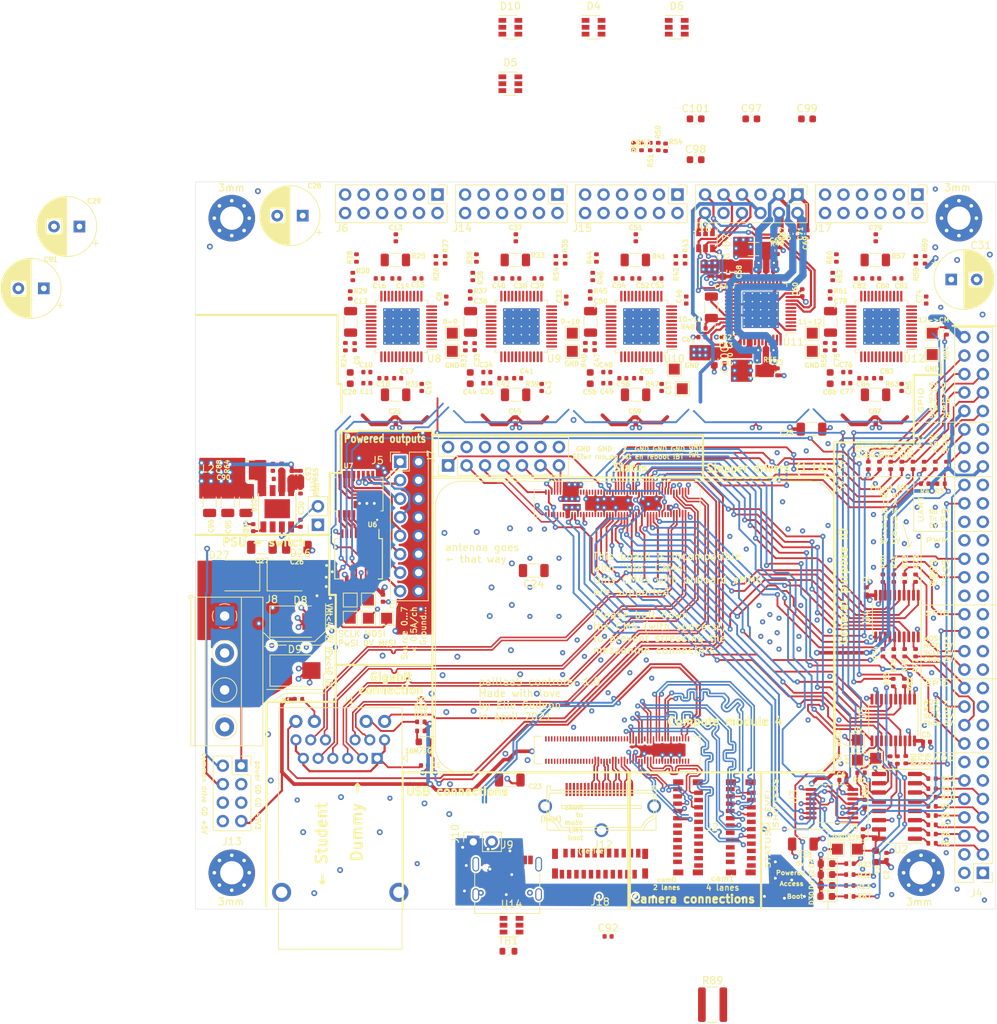
<source format=kicad_pcb>
(kicad_pcb (version 20171130) (host pcbnew 5.1.9-73d0e3b20d~88~ubuntu20.04.1)
  (layers (0 F.Cu signal) (1 In2.Cu power hide) (2 In1.Cu power hide) (31 B.Cu signal) (34 B.Paste user hide) (35 F.Paste user hide) (36 B.SilkS user hide) (37 F.SilkS user) (38 B.Mask user) (39 F.Mask user hide) (44 Edge.Cuts user))
  (net 0 "")
  (net 1 GND)
  (net 2 "Net-(C1-Pad1)")
  (net 3 +5V)
  (net 4 +3V3)
  (net 5 /GPIO/CS6)
  (net 6 /GPIO/SCLK6)
  (net 7 /GPIO/MOSI0)
  (net 8 /GPIO/MISO0)
  (net 9 /GPIO/AIN3)
  (net 10 /GPIO/AIN2)
  (net 11 /GPIO/AIN1)
  (net 12 /GPIO/AIN0)
  (net 13 /GPIO/AIN7)
  (net 14 /GPIO/AIN6)
  (net 15 /GPIO/AIN5)
  (net 16 /GPIO/AIN4)
  (net 17 /GPIO/TxD0)
  (net 18 /GPIO/RxD0)
  (net 19 /GPIO/PWM1)
  (net 20 /GPIO/PWM0)
  (net 21 /GPIO/GPIO24)
  (net 22 /GPIO/GPIO8)
  (net 23 /GPIO/GPIO16)
  (net 24 /GPIO/GPIO26)
  (net 25 /GPIO/SDA6)
  (net 26 /GPIO/GPIO18)
  (net 27 /GPIO/GPIO27)
  (net 28 /GPIO/CS0)
  (net 29 /GPIO/SCLK0)
  (net 30 /ethernet/ETH_2-)
  (net 31 /ethernet/ETH_2+)
  (net 32 /ethernet/ETH_1+)
  (net 33 /ethernet/ETH_1-)
  (net 34 /ethernet/ETH_3+)
  (net 35 /ethernet/ETH_3-)
  (net 36 /ethernet/ETH_0-)
  (net 37 /ethernet/ETH_0+)
  (net 38 /powerIO/OUT0)
  (net 39 /powerIO/OUT1)
  (net 40 /powerIO/OUT2)
  (net 41 /powerIO/OUT3)
  (net 42 /powerIO/OUT4)
  (net 43 /powerIO/OUT5)
  (net 44 /powerIO/OUT6)
  (net 45 /powerIO/OUT7)
  (net 46 "Net-(U1-Pad16)")
  (net 47 "Net-(U1-Pad18)")
  (net 48 /GPIO/MISO6)
  (net 49 /GPIO/MOSI6)
  (net 50 /GPIO/MOSI)
  (net 51 /GPIO/MISO)
  (net 52 /SDA1)
  (net 53 /GPIO/SCLK)
  (net 54 /GPIO/POWER_SELECT)
  (net 55 /GPIO/MOTOR_SELECT)
  (net 56 "Net-(U1-Pad76)")
  (net 57 /SCL0)
  (net 58 /SDA0)
  (net 59 "Net-(U1-Pad94)")
  (net 60 "Net-(U1-Pad96)")
  (net 61 /CAM_GPIO)
  (net 62 "Net-(U1-Pad104)")
  (net 63 "Net-(U1-Pad106)")
  (net 64 "Net-(U1-Pad111)")
  (net 65 /camera/CAM1D0-)
  (net 66 /camera/CAM1D0+)
  (net 67 /camera/CAM1D1-)
  (net 68 /camera/CAM1D1+)
  (net 69 /camera/CAM1C-)
  (net 70 /camera/CAM0D0-)
  (net 71 /camera/CAM1C+)
  (net 72 /camera/CAM0D0+)
  (net 73 /camera/CAM1D2-)
  (net 74 /camera/CAM0D1-)
  (net 75 /camera/CAM1D2+)
  (net 76 /camera/CAM0D1+)
  (net 77 /camera/CAM1D3-)
  (net 78 /camera/CAM0C-)
  (net 79 /camera/CAM1D3+)
  (net 80 /SCL1)
  (net 81 "Net-(J4-Pad11)")
  (net 82 /camera/CAM0C+)
  (net 83 Vdrive)
  (net 84 "Net-(D1-Pad1)")
  (net 85 "Net-(D2-Pad1)")
  (net 86 /GPIO/SCL6)
  (net 87 "Net-(U1-Pad88)")
  (net 88 "Net-(U1-Pad90)")
  (net 89 "Net-(U1-Pad102)")
  (net 90 "Net-(U1-Pad109)")
  (net 91 "Net-(U1-Pad110)")
  (net 92 "Net-(U1-Pad112)")
  (net 93 "Net-(U1-Pad116)")
  (net 94 "Net-(U1-Pad118)")
  (net 95 "Net-(U1-Pad122)")
  (net 96 "Net-(U1-Pad124)")
  (net 97 "Net-(U1-Pad157)")
  (net 98 "Net-(U1-Pad159)")
  (net 99 "Net-(U1-Pad163)")
  (net 100 "Net-(U1-Pad165)")
  (net 101 "Net-(U1-Pad169)")
  (net 102 "Net-(U1-Pad171)")
  (net 103 "Net-(U1-Pad175)")
  (net 104 "Net-(U1-Pad177)")
  (net 105 "Net-(U1-Pad181)")
  (net 106 "Net-(U1-Pad183)")
  (net 107 "Net-(U1-Pad187)")
  (net 108 "Net-(U1-Pad189)")
  (net 109 "Net-(U1-Pad193)")
  (net 110 "Net-(U1-Pad194)")
  (net 111 "Net-(U1-Pad195)")
  (net 112 "Net-(U1-Pad196)")
  (net 113 "Net-(U8-Pad30)")
  (net 114 "Net-(U8-Pad28)")
  (net 115 "Net-(U8-Pad27)")
  (net 116 "Net-(U8-Pad26)")
  (net 117 "Net-(U8-Pad12)")
  (net 118 "Net-(U8-Pad2)")
  (net 119 /cm4/USB+)
  (net 120 /cm4/USB-)
  (net 121 /GPIO/GPIO18P)
  (net 122 /GPIO/GPIO27P)
  (net 123 /GPIO/GPIO24P)
  (net 124 /GPIO/GPIO8P)
  (net 125 /GPIO/GPIO16P)
  (net 126 /GPIO/GPIO26P)
  (net 127 /GPIO/SCL6P)
  (net 128 /GPIO/SDA6P)
  (net 129 /GPIO/RxD0P)
  (net 130 /GPIO/TxD0P)
  (net 131 /GPIO/PWM1P)
  (net 132 /GPIO/PWM0P)
  (net 133 /GPIO/MOSI6P)
  (net 134 /GPIO/MISO6P)
  (net 135 /GPIO/SCLK6P)
  (net 136 /GPIO/CS6P)
  (net 137 /GPIO/MOSI0P)
  (net 138 /GPIO/MISO0P)
  (net 139 /GPIO/SCLK0P)
  (net 140 /GPIO/CS0P)
  (net 141 /GPIO/AIN7P)
  (net 142 /GPIO/AIN6P)
  (net 143 /GPIO/AIN5P)
  (net 144 /GPIO/AIN4P)
  (net 145 /GPIO/AIN3P)
  (net 146 /GPIO/AIN2P)
  (net 147 /GPIO/AIN1P)
  (net 148 /GPIO/AIN0P)
  (net 149 /GPIO/AIN_SELECT_5V)
  (net 150 /cm4/LED_Pwr)
  (net 151 /GPIO/POWERED)
  (net 152 /GPIO/ACT_LED)
  (net 153 /GPIO/MOSI4_3V)
  (net 154 /GPIO/MISO4_3V)
  (net 155 /GPIO/SCLK4_3V)
  (net 156 /GPIO/POWER_SELECT_3V)
  (net 157 /GPIO/MOTOR_SELECT_3V)
  (net 158 /GPIO/AIN_SELECT_3V)
  (net 159 /powerIO/motorU8/MOT_B2)
  (net 160 /powerIO/motorU8/MOT_B1)
  (net 161 /powerIO/motorU8/MOT_A2)
  (net 162 /powerIO/motorU8/MOT_A1)
  (net 163 /powerIO/motorU8/BRB)
  (net 164 /powerIO/motorU8/BRA)
  (net 165 /powerIO/motorU8/ENCN)
  (net 166 /powerIO/motorU8/ENCB)
  (net 167 /powerIO/motorU8/ENCA)
  (net 168 /powerIO/motorU8/FILTERED_5V)
  (net 169 "Net-(C10-Pad2)")
  (net 170 "Net-(C10-Pad1)")
  (net 171 "Net-(C11-Pad1)")
  (net 172 "Net-(D3-Pad1)")
  (net 173 "Net-(J1-Pad14)")
  (net 174 "Net-(J2-Pad18)")
  (net 175 "Net-(J2-Pad15)")
  (net 176 "Net-(J2-Pad14)")
  (net 177 "Net-(J2-Pad12)")
  (net 178 "Net-(J2-Pad11)")
  (net 179 "Net-(J3-Pad18)")
  (net 180 "Net-(J4-Pad57)")
  (net 181 "Net-(J4-Pad39)")
  (net 182 "Net-(J4-Pad29)")
  (net 183 "Net-(J4-Pad21)")
  (net 184 "Net-(J4-Pad4)")
  (net 185 "Net-(J6-Pad10)")
  (net 186 "Net-(U6-Pad9)")
  (net 187 "Net-(C34-Pad2)")
  (net 188 "Net-(C34-Pad1)")
  (net 189 "Net-(C35-Pad1)")
  (net 190 "Net-(C48-Pad2)")
  (net 191 "Net-(C48-Pad1)")
  (net 192 "Net-(C49-Pad1)")
  (net 193 "Net-(C62-Pad2)")
  (net 194 "Net-(C62-Pad1)")
  (net 195 "Net-(C63-Pad1)")
  (net 196 "Net-(C76-Pad2)")
  (net 197 "Net-(C76-Pad1)")
  (net 198 "Net-(C77-Pad1)")
  (net 199 "Net-(J14-Pad10)")
  (net 200 "Net-(J15-Pad10)")
  (net 201 "Net-(J16-Pad10)")
  (net 202 "Net-(J17-Pad10)")
  (net 203 "Net-(U9-Pad30)")
  (net 204 "Net-(U9-Pad28)")
  (net 205 "Net-(U9-Pad27)")
  (net 206 "Net-(U9-Pad26)")
  (net 207 "Net-(U9-Pad12)")
  (net 208 "Net-(U9-Pad2)")
  (net 209 "Net-(U10-Pad30)")
  (net 210 "Net-(U10-Pad28)")
  (net 211 "Net-(U10-Pad27)")
  (net 212 "Net-(U10-Pad26)")
  (net 213 "Net-(U10-Pad12)")
  (net 214 "Net-(U10-Pad2)")
  (net 215 "Net-(U11-Pad30)")
  (net 216 "Net-(U11-Pad28)")
  (net 217 "Net-(U11-Pad27)")
  (net 218 "Net-(U11-Pad26)")
  (net 219 "Net-(U11-Pad12)")
  (net 220 "Net-(U11-Pad2)")
  (net 221 "Net-(U12-Pad30)")
  (net 222 "Net-(U12-Pad28)")
  (net 223 "Net-(U12-Pad27)")
  (net 224 "Net-(U12-Pad26)")
  (net 225 "Net-(U12-Pad12)")
  (net 226 "Net-(U12-Pad2)")
  (net 227 VPP)
  (net 228 /power/FB)
  (net 229 VS)
  (net 230 /cm4/run_pg)
  (net 231 /cm4/global_en)
  (net 232 /cm4/rpireboot)
  (net 233 /cm4/BT_disable)
  (net 234 /cm4/WL_disable)
  (net 235 /powerIO/motorU9/FILTERED_5V)
  (net 236 /powerIO/motorU9/BRB)
  (net 237 /powerIO/motorU9/MOT_B2)
  (net 238 /powerIO/motorU9/MOT_B1)
  (net 239 /powerIO/motorU9/MOT_A2)
  (net 240 /powerIO/motorU9/MOT_A1)
  (net 241 /powerIO/motorU9/BRA)
  (net 242 /powerIO/motorU10/FILTERED_5V)
  (net 243 /powerIO/motorU10/BRB)
  (net 244 /powerIO/motorU10/MOT_B2)
  (net 245 /powerIO/motorU10/MOT_B1)
  (net 246 /powerIO/motorU10/MOT_A2)
  (net 247 /powerIO/motorU10/MOT_A1)
  (net 248 /powerIO/motorU10/BRA)
  (net 249 /powerIO/motorU11/FILTERED_5V)
  (net 250 /powerIO/motorU11/BRB)
  (net 251 /powerIO/motorU11/MOT_B2)
  (net 252 /powerIO/motorU11/MOT_B1)
  (net 253 /powerIO/motorU11/MOT_A2)
  (net 254 /powerIO/motorU11/MOT_A1)
  (net 255 /powerIO/motorU11/BRA)
  (net 256 /powerIO/motorU9/ENCA)
  (net 257 /powerIO/motorU9/ENCB)
  (net 258 /powerIO/motorU9/ENCN)
  (net 259 /powerIO/motorU10/ENCA)
  (net 260 /powerIO/motorU10/ENCB)
  (net 261 /powerIO/motorU10/ENCN)
  (net 262 /powerIO/motorU11/ENCA)
  (net 263 /powerIO/motorU11/ENCB)
  (net 264 /powerIO/motorU11/ENCN)
  (net 265 /powerIO/motorU8/MISO)
  (net 266 /powerIO/motorU9/MISO)
  (net 267 /powerIO/motorU10/MISO)
  (net 268 /powerIO/motorU11/MISO)
  (net 269 "Net-(C3-Pad1)")
  (net 270 /powerIO/SRC0)
  (net 271 /powerIO/SRC1)
  (net 272 /powerIO/SRC2)
  (net 273 /powerIO/SRC3)
  (net 274 /powerIO/SRC4)
  (net 275 /powerIO/SRC5)
  (net 276 /powerIO/SRC6)
  (net 277 /powerIO/SRC7)
  (net 278 "Net-(R70-Pad1)")
  (net 279 "Net-(R71-Pad1)")
  (net 280 "Net-(R72-Pad1)")
  (net 281 "Net-(R73-Pad1)")
  (net 282 "Net-(R74-Pad1)")
  (net 283 "Net-(R75-Pad1)")
  (net 284 "Net-(R76-Pad1)")
  (net 285 "Net-(R77-Pad1)")
  (net 286 "Net-(R78-Pad1)")
  (net 287 "Net-(R79-Pad1)")
  (net 288 "Net-(R80-Pad1)")
  (net 289 "Net-(R82-Pad1)")
  (net 290 "Net-(R83-Pad1)")
  (net 291 "Net-(R81-Pad2)")
  (net 292 "Net-(J4-Pad46)")
  (net 293 "Net-(J4-Pad31)")
  (net 294 "Net-(J7-Pad6)")
  (net 295 /cm4/EEPROMprotect)
  (net 296 "Net-(D29-Pad2)")
  (net 297 "Net-(D29-Pad1)")
  (net 298 "Net-(D30-Pad1)")
  (net 299 /ethernet/ETH_LED_yellow)
  (net 300 "Net-(J1-Pad15)")
  (net 301 /ethernet/ETH_LED_green)
  (net 302 /GPIO/nEXTRST)
  (net 303 /GPIO/nEXTRST_pow)
  (net 304 "Net-(J9-PadA4)")
  (net 305 "Net-(J9-PadB5)")
  (net 306 "Net-(J9-PadA8)")
  (net 307 "Net-(J9-PadA5)")
  (net 308 "Net-(J9-PadB8)")
  (net 309 "Net-(J10-Pad2)")
  (net 310 "Net-(U14-Pad3)")
  (net 311 "Net-(U14-Pad1)")
  (net 312 "Net-(J12-Pad18)")
  (net 313 "Net-(J12-Pad14)")
  (net 314 /display/HDMI_HOT)
  (net 315 /display/HDMI_SCL)
  (net 316 /display/HDMI_SDA)
  (net 317 /display/HDMI_CEC)
  (net 318 /display/HDMI_C-)
  (net 319 /display/HDMI_C+)
  (net 320 /display/HDMI_0-)
  (net 321 /display/HDMI_0+)
  (net 322 /display/HDMI_1-)
  (net 323 /display/HDMI_1+)
  (net 324 /display/HDMI_2-)
  (net 325 /display/HDMI_2+)
  (net 326 "Net-(U1-Pad200)")
  (net 327 "Net-(U1-Pad199)")
  (net 328 "Net-(U1-Pad190)")
  (net 329 "Net-(U1-Pad188)")
  (net 330 "Net-(U1-Pad184)")
  (net 331 "Net-(U1-Pad182)")
  (net 332 "Net-(U1-Pad178)")
  (net 333 "Net-(U1-Pad176)")
  (net 334 "Net-(U1-Pad172)")
  (net 335 "Net-(U1-Pad170)")
  (net 336 "Net-(U1-Pad153)")
  (net 337 "Net-(U1-Pad151)")
  (net 338 "Net-(C30-Pad1)")
  (net 339 "Net-(C88-Pad1)")
  (net 340 /power/SW)
  (net 341 "Net-(J11-Pad2)")
  (net 342 "Net-(J18-PadMP)")
  (net 343 "Net-(J18-Pad22)")
  (net 344 "Net-(J18-Pad21)")
  (net 345 "Net-(J18-Pad20)")
  (net 346 "Net-(J18-Pad19)")
  (net 347 "Net-(J18-Pad18)")
  (net 348 "Net-(J18-Pad17)")
  (net 349 "Net-(J18-Pad16)")
  (net 350 /display/CAM1D3+)
  (net 351 /display/CAM1D3-)
  (net 352 "Net-(J18-Pad13)")
  (net 353 /display/CAM1D2+)
  (net 354 /display/CAM1D2-)
  (net 355 "Net-(J18-Pad10)")
  (net 356 /display/CAM1C+)
  (net 357 /display/CAM1C-)
  (net 358 "Net-(J18-Pad7)")
  (net 359 /display/CAM1D1+)
  (net 360 /display/CAM1D1-)
  (net 361 "Net-(J18-Pad4)")
  (net 362 /display/CAM1D0+)
  (net 363 /display/CAM1D0-)
  (net 364 "Net-(J18-Pad1)")
  (net 365 /power/COMP)
  (net 366 /power/BST)
  (net 367 /powerIO/motorU13/FILTERED_5V)
  (net 368 /powerIO/motorU13/BRB)
  (net 369 /powerIO/motorU13/MOT_B2)
  (net 370 /powerIO/motorU13/MOT_B1)
  (net 371 /powerIO/motorU13/MOT_A2)
  (net 372 /powerIO/motorU13/MOT_A1)
  (net 373 /powerIO/motorU13/BRA)
  (net 374 /powerIO/motorU13/ENCA)
  (net 375 /powerIO/motorU13/ENCB)
  (net 376 /powerIO/motorU13/ENCN)
  (net 377 /powerIO/motorU13/MISO)
  (net 378 /powerIO/motorU8/LIMITL)
  (net 379 /powerIO/motorU8/LIMITR)
  (net 380 /powerIO/motorU9/LIMITL)
  (net 381 /powerIO/motorU9/LIMITR)
  (net 382 /powerIO/motorU10/LIMITL)
  (net 383 /powerIO/motorU10/LIMITR)
  (net 384 /powerIO/motorU11/LIMITL)
  (net 385 /powerIO/motorU11/LIMITR)
  (net 386 /powerIO/motorU13/LIMITL)
  (net 387 /powerIO/motorU13/LIMITR)
  (module Package_SO:TSSOP-20_4.4x6.5mm_P0.65mm (layer F.Cu) (at 252.476 44.704 90)
    (fp_text reference U4 (at -0.096 -4.186 270) (layer F.SilkS))
    (fp_text value 74HCT244)
    (pad 20 smd roundrect (at 2.8625 -2.925 90) (size 1.475 0.4) (layers F.Cu F.Paste F.Mask) (net 3 +5V))
    (pad 19 smd roundrect (at 2.8625 -2.275 90) (size 1.475 0.4) (layers F.Cu F.Paste F.Mask) (net 1 GND))
    (pad 18 smd roundrect (at 2.8625 -1.625 90) (size 1.475 0.4) (layers F.Cu F.Paste F.Mask) (net 278 "Net-(R70-Pad1)"))
    (pad 17 smd roundrect (at 2.8625 -0.975 90) (size 1.475 0.4) (layers F.Cu F.Paste F.Mask) (net 28 /GPIO/CS0))
    (pad 16 smd roundrect (at 2.8625 -0.325 90) (size 1.475 0.4) (layers F.Cu F.Paste F.Mask) (net 279 "Net-(R71-Pad1)"))
    (pad 15 smd roundrect (at 2.8625 0.325 90) (size 1.475 0.4) (layers F.Cu F.Paste F.Mask) (net 29 /GPIO/SCLK0))
    (pad 14 smd roundrect (at 2.8625 0.975 90) (size 1.475 0.4) (layers F.Cu F.Paste F.Mask) (net 280 "Net-(R72-Pad1)"))
    (pad 13 smd roundrect (at 2.8625 1.625 90) (size 1.475 0.4) (layers F.Cu F.Paste F.Mask) (net 7 /GPIO/MOSI0))
    (pad 12 smd roundrect (at 2.8625 2.275 90) (size 1.475 0.4) (layers F.Cu F.Paste F.Mask) (net 281 "Net-(R73-Pad1)"))
    (pad 11 smd roundrect (at 2.8625 2.925 90) (size 1.475 0.4) (layers F.Cu F.Paste F.Mask) (net 5 /GPIO/CS6))
    (pad 10 smd roundrect (at -2.8625 2.925 90) (size 1.475 0.4) (layers F.Cu F.Paste F.Mask) (net 1 GND))
    (pad 9 smd roundrect (at -2.8625 2.275 90) (size 1.475 0.4) (layers F.Cu F.Paste F.Mask) (net 285 "Net-(R77-Pad1)"))
    (pad 8 smd roundrect (at -2.8625 1.625 90) (size 1.475 0.4) (layers F.Cu F.Paste F.Mask) (net 6 /GPIO/SCLK6))
    (pad 7 smd roundrect (at -2.8625 0.975 90) (size 1.475 0.4) (layers F.Cu F.Paste F.Mask) (net 284 "Net-(R76-Pad1)"))
    (pad 6 smd roundrect (at -2.8625 0.325 90) (size 1.475 0.4) (layers F.Cu F.Paste F.Mask) (net 49 /GPIO/MOSI6))
    (pad 5 smd roundrect (at -2.8625 -0.325 90) (size 1.475 0.4) (layers F.Cu F.Paste F.Mask) (net 283 "Net-(R75-Pad1)"))
    (pad 4 smd roundrect (at -2.8625 -0.975 90) (size 1.475 0.4) (layers F.Cu F.Paste F.Mask) (net 20 /GPIO/PWM0))
    (pad 3 smd roundrect (at -2.8625 -1.625 90) (size 1.475 0.4) (layers F.Cu F.Paste F.Mask) (net 282 "Net-(R74-Pad1)"))
    (pad 2 smd roundrect (at -2.8625 -2.275 90) (size 1.475 0.4) (layers F.Cu F.Paste F.Mask) (net 19 /GPIO/PWM1))
    (pad 1 smd roundrect (at -2.8625 -2.925 90) (size 1.475 0.4) (layers F.Cu F.Paste F.Mask) (net 1 GND))
  )
  (module Package_SO:TSSOP-20_4.4x6.5mm_P0.65mm (layer F.Cu) (at 251.968 59 270)
    (fp_text reference U5 (at -0.95 4.178 270) (layer F.SilkS))
    (fp_text value 74HCT244)
    (pad 20 smd roundrect (at 2.8625 -2.925 270) (size 1.475 0.4) (layers F.Cu F.Paste F.Mask) (net 3 +5V))
    (pad 19 smd roundrect (at 2.8625 -2.275 270) (size 1.475 0.4) (layers F.Cu F.Paste F.Mask) (net 1 GND))
    (pad 18 smd roundrect (at 2.8625 -1.625 270) (size 1.475 0.4) (layers F.Cu F.Paste F.Mask) (net 286 "Net-(R78-Pad1)"))
    (pad 17 smd roundrect (at 2.8625 -0.975 270) (size 1.475 0.4) (layers F.Cu F.Paste F.Mask) (net 156 /GPIO/POWER_SELECT_3V))
    (pad 16 smd roundrect (at 2.8625 -0.325 270) (size 1.475 0.4) (layers F.Cu F.Paste F.Mask) (net 287 "Net-(R79-Pad1)"))
    (pad 15 smd roundrect (at 2.8625 0.325 270) (size 1.475 0.4) (layers F.Cu F.Paste F.Mask) (net 157 /GPIO/MOTOR_SELECT_3V))
    (pad 14 smd roundrect (at 2.8625 0.975 270) (size 1.475 0.4) (layers F.Cu F.Paste F.Mask) (net 288 "Net-(R80-Pad1)"))
    (pad 13 smd roundrect (at 2.8625 1.625 270) (size 1.475 0.4) (layers F.Cu F.Paste F.Mask) (net 302 /GPIO/nEXTRST))
    (pad 12 smd roundrect (at 2.8625 2.275 270) (size 1.475 0.4) (layers F.Cu F.Paste F.Mask) (net 149 /GPIO/AIN_SELECT_5V))
    (pad 11 smd roundrect (at 2.8625 2.925 270) (size 1.475 0.4) (layers F.Cu F.Paste F.Mask) (net 150 /cm4/LED_Pwr))
    (pad 10 smd roundrect (at -2.8625 2.925 270) (size 1.475 0.4) (layers F.Cu F.Paste F.Mask) (net 1 GND))
    (pad 9 smd roundrect (at -2.8625 2.275 270) (size 1.475 0.4) (layers F.Cu F.Paste F.Mask) (net 151 /GPIO/POWERED))
    (pad 8 smd roundrect (at -2.8625 1.625 270) (size 1.475 0.4) (layers F.Cu F.Paste F.Mask) (net 158 /GPIO/AIN_SELECT_3V))
    (pad 7 smd roundrect (at -2.8625 0.975 270) (size 1.475 0.4) (layers F.Cu F.Paste F.Mask) (net 303 /GPIO/nEXTRST_pow))
    (pad 6 smd roundrect (at -2.8625 0.325 270) (size 1.475 0.4) (layers F.Cu F.Paste F.Mask) (net 153 /GPIO/MOSI4_3V))
    (pad 5 smd roundrect (at -2.8625 -0.325 270) (size 1.475 0.4) (layers F.Cu F.Paste F.Mask) (net 290 "Net-(R83-Pad1)"))
    (pad 4 smd roundrect (at -2.8625 -0.975 270) (size 1.475 0.4) (layers F.Cu F.Paste F.Mask) (net 155 /GPIO/SCLK4_3V))
    (pad 3 smd roundrect (at -2.8625 -1.625 270) (size 1.475 0.4) (layers F.Cu F.Paste F.Mask) (net 289 "Net-(R82-Pad1)"))
    (pad 2 smd roundrect (at -2.8625 -2.275 270) (size 1.475 0.4) (layers F.Cu F.Paste F.Mask) (net 17 /GPIO/TxD0))
    (pad 1 smd roundrect (at -2.8625 -2.925 270) (size 1.475 0.4) (layers F.Cu F.Paste F.Mask) (net 1 GND))
  )
  (module Capacitor_SMD:C_0603_1608Metric (layer F.Cu) (at 224.79 -23.65)
    (fp_text reference C101 (at 0 -1.43) (layer F.SilkS))
    (fp_text value 1u)
    (pad 2 smd roundrect (at 0.775 0) (size 0.9 0.95) (layers F.Cu F.Paste F.Mask) (net 1 GND))
    (pad 1 smd roundrect (at -0.775 0) (size 0.9 0.95) (layers F.Cu F.Paste F.Mask) (net 83 Vdrive))
  )
  (module Capacitor_SMD:C_0603_1608Metric (layer F.Cu) (at 227.35 9.45 270)
    (fp_text reference C100 (at 0 -1.43 90) (layer F.SilkS))
    (fp_text value 1u)
    (pad 2 smd roundrect (at 0.775 0 270) (size 0.9 0.95) (layers F.Cu F.Paste F.Mask) (net 1 GND))
    (pad 1 smd roundrect (at -0.775 0 270) (size 0.9 0.95) (layers F.Cu F.Paste F.Mask) (net 83 Vdrive))
  )
  (module Capacitor_SMD:C_0603_1608Metric (layer F.Cu) (at 240.11 -23.65)
    (fp_text reference C99 (at 0 -1.43) (layer F.SilkS))
    (fp_text value 1u)
    (pad 2 smd roundrect (at 0.775 0) (size 0.9 0.95) (layers F.Cu F.Paste F.Mask) (net 1 GND))
    (pad 1 smd roundrect (at -0.775 0) (size 0.9 0.95) (layers F.Cu F.Paste F.Mask) (net 83 Vdrive))
  )
  (module Capacitor_SMD:C_0603_1608Metric (layer F.Cu) (at 224.79 -18.04)
    (fp_text reference C98 (at 0 -1.43) (layer F.SilkS))
    (fp_text value 1u)
    (pad 2 smd roundrect (at 0.775 0) (size 0.9 0.95) (layers F.Cu F.Paste F.Mask) (net 1 GND))
    (pad 1 smd roundrect (at -0.775 0) (size 0.9 0.95) (layers F.Cu F.Paste F.Mask) (net 83 Vdrive))
  )
  (module Capacitor_SMD:C_0603_1608Metric (layer F.Cu) (at 232.45 -23.65)
    (fp_text reference C97 (at 0 -1.43) (layer F.SilkS))
    (fp_text value 1u)
    (pad 2 smd roundrect (at 0.775 0) (size 0.9 0.95) (layers F.Cu F.Paste F.Mask) (net 1 GND))
    (pad 1 smd roundrect (at -0.775 0) (size 0.9 0.95) (layers F.Cu F.Paste F.Mask) (net 83 Vdrive))
  )
  (module Capacitor_SMD:C_0402_1005Metric (layer F.Cu) (at 229.85 -2.65 270)
    (fp_text reference C68 (at 0.052 -0.9132 270) (layer F.SilkS) (effects (font (size 0.65 0.65))))
    (fp_text value 100n)
    (pad 2 smd roundrect (at 0.48 0 270) (size 0.56 0.62) (layers F.Cu F.Paste F.Mask) (net 1 GND))
    (pad 1 smd roundrect (at -0.48 0 270) (size 0.56 0.62) (layers F.Cu F.Paste F.Mask) (net 83 Vdrive))
  )
  (module Package_TO_SOT_SMD:SOT-23-6 (layer F.Cu) (at 199.31 -36.25)
    (fp_text reference D10 (at 0 -2.9) (layer F.SilkS))
    (fp_text value SP0505BAHT)
    (pad 5 smd rect (at 1.1 0) (size 1.06 0.65) (layers F.Cu F.Paste F.Mask) (net 374 /powerIO/motorU13/ENCA))
    (pad 6 smd rect (at 1.1 -0.95) (size 1.06 0.65) (layers F.Cu F.Paste F.Mask) (net 375 /powerIO/motorU13/ENCB))
    (pad 4 smd rect (at 1.1 0.95) (size 1.06 0.65) (layers F.Cu F.Paste F.Mask) (net 376 /powerIO/motorU13/ENCN))
    (pad 3 smd rect (at -1.1 0.95) (size 1.06 0.65) (layers F.Cu F.Paste F.Mask) (net 387 /powerIO/motorU13/LIMITR))
    (pad 2 smd rect (at -1.1 0) (size 1.06 0.65) (layers F.Cu F.Paste F.Mask) (net 1 GND))
    (pad 1 smd rect (at -1.1 -0.95) (size 1.06 0.65) (layers F.Cu F.Paste F.Mask) (net 386 /powerIO/motorU13/LIMITL))
  )
  (module Package_TO_SOT_SMD:SOT-23-6 (layer F.Cu) (at 226.15 -6.95 270)
    (fp_text reference D7 (at 0 -2.9 90) (layer F.SilkS))
    (fp_text value SP0505BAHT)
    (pad 5 smd rect (at 1.1 0 270) (size 1.06 0.65) (layers F.Cu F.Paste F.Mask) (net 262 /powerIO/motorU11/ENCA))
    (pad 6 smd rect (at 1.1 -0.95 270) (size 1.06 0.65) (layers F.Cu F.Paste F.Mask) (net 263 /powerIO/motorU11/ENCB))
    (pad 4 smd rect (at 1.1 0.95 270) (size 1.06 0.65) (layers F.Cu F.Paste F.Mask) (net 264 /powerIO/motorU11/ENCN))
    (pad 3 smd rect (at -1.1 0.95 270) (size 1.06 0.65) (layers F.Cu F.Paste F.Mask) (net 385 /powerIO/motorU11/LIMITR))
    (pad 2 smd rect (at -1.1 0 270) (size 1.06 0.65) (layers F.Cu F.Paste F.Mask) (net 1 GND))
    (pad 1 smd rect (at -1.1 -0.95 270) (size 1.06 0.65) (layers F.Cu F.Paste F.Mask) (net 384 /powerIO/motorU11/LIMITL))
  )
  (module Package_TO_SOT_SMD:SOT-23-6 (layer F.Cu) (at 222.19 -36.25)
    (fp_text reference D6 (at 0 -2.9) (layer F.SilkS))
    (fp_text value SP0505BAHT)
    (pad 5 smd rect (at 1.1 0) (size 1.06 0.65) (layers F.Cu F.Paste F.Mask) (net 259 /powerIO/motorU10/ENCA))
    (pad 6 smd rect (at 1.1 -0.95) (size 1.06 0.65) (layers F.Cu F.Paste F.Mask) (net 260 /powerIO/motorU10/ENCB))
    (pad 4 smd rect (at 1.1 0.95) (size 1.06 0.65) (layers F.Cu F.Paste F.Mask) (net 261 /powerIO/motorU10/ENCN))
    (pad 3 smd rect (at -1.1 0.95) (size 1.06 0.65) (layers F.Cu F.Paste F.Mask) (net 383 /powerIO/motorU10/LIMITR))
    (pad 2 smd rect (at -1.1 0) (size 1.06 0.65) (layers F.Cu F.Paste F.Mask) (net 1 GND))
    (pad 1 smd rect (at -1.1 -0.95) (size 1.06 0.65) (layers F.Cu F.Paste F.Mask) (net 382 /powerIO/motorU10/LIMITL))
  )
  (module Package_TO_SOT_SMD:SOT-23-6 (layer F.Cu) (at 199.31 -28.49)
    (fp_text reference D5 (at 0 -2.9) (layer F.SilkS))
    (fp_text value SP0505BAHT)
    (pad 5 smd rect (at 1.1 0) (size 1.06 0.65) (layers F.Cu F.Paste F.Mask) (net 256 /powerIO/motorU9/ENCA))
    (pad 6 smd rect (at 1.1 -0.95) (size 1.06 0.65) (layers F.Cu F.Paste F.Mask) (net 257 /powerIO/motorU9/ENCB))
    (pad 4 smd rect (at 1.1 0.95) (size 1.06 0.65) (layers F.Cu F.Paste F.Mask) (net 258 /powerIO/motorU9/ENCN))
    (pad 3 smd rect (at -1.1 0.95) (size 1.06 0.65) (layers F.Cu F.Paste F.Mask) (net 381 /powerIO/motorU9/LIMITR))
    (pad 2 smd rect (at -1.1 0) (size 1.06 0.65) (layers F.Cu F.Paste F.Mask) (net 1 GND))
    (pad 1 smd rect (at -1.1 -0.95) (size 1.06 0.65) (layers F.Cu F.Paste F.Mask) (net 380 /powerIO/motorU9/LIMITL))
  )
  (module Package_TO_SOT_SMD:SOT-23-6 (layer F.Cu) (at 210.75 -36.25)
    (fp_text reference D4 (at 0 -2.9) (layer F.SilkS))
    (fp_text value SP0505BAHT)
    (pad 5 smd rect (at 1.1 0) (size 1.06 0.65) (layers F.Cu F.Paste F.Mask) (net 167 /powerIO/motorU8/ENCA))
    (pad 6 smd rect (at 1.1 -0.95) (size 1.06 0.65) (layers F.Cu F.Paste F.Mask) (net 166 /powerIO/motorU8/ENCB))
    (pad 4 smd rect (at 1.1 0.95) (size 1.06 0.65) (layers F.Cu F.Paste F.Mask) (net 165 /powerIO/motorU8/ENCN))
    (pad 3 smd rect (at -1.1 0.95) (size 1.06 0.65) (layers F.Cu F.Paste F.Mask) (net 379 /powerIO/motorU8/LIMITR))
    (pad 2 smd rect (at -1.1 0) (size 1.06 0.65) (layers F.Cu F.Paste F.Mask) (net 1 GND))
    (pad 1 smd rect (at -1.1 -0.95) (size 1.06 0.65) (layers F.Cu F.Paste F.Mask) (net 378 /powerIO/motorU8/LIMITL))
  )
  (module Capacitor_THT:CP_Radial_D8.0mm_P3.50mm (layer F.Cu) (at 140.05 -8.85 180)
    (fp_text reference C29 (at -2 3.5) (layer F.SilkS) (effects (font (size 0.65 0.65))))
    (fp_text value 100u)
    (pad 2 thru_hole circle (at 3.5 0 180) (size 1.6 1.6) (drill 0.8) (layers *.Cu *.Mask) (net 1 GND))
    (pad 1 thru_hole rect (at 0 0 180) (size 1.6 1.6) (drill 0.8) (layers *.Cu *.Mask) (net 83 Vdrive))
  )
  (module Inductor_SMD:L_1210_3225Metric (layer F.Cu) (at 163.55 24.65 180)
    (fp_text reference L2 (at 5.8 0.2 180) (layer F.SilkS))
    (fp_text value 3.6uH)
    (pad 2 smd roundrect (at 1.4 0 180) (size 1.25 2.65) (layers F.Cu F.Paste F.Mask) (roundrect_rratio 0.2) (net 3 +5V))
    (pad 1 smd roundrect (at -1.4 0 180) (size 1.25 2.65) (layers F.Cu F.Paste F.Mask) (roundrect_rratio 0.2) (net 340 /power/SW))
  )
  (module Capacitor_SMD:C_1206_3216Metric (layer F.Cu) (at 202.525 38.45 180)
    (fp_text reference C24 (at 0 -1.85) (layer F.SilkS))
    (fp_text value 10u)
    (pad 2 smd roundrect (at 1.475 0 180) (size 1.15 1.8) (layers F.Cu F.Paste F.Mask) (roundrect_rratio 0.217391) (net 1 GND))
    (pad 1 smd roundrect (at -1.475 0 180) (size 1.15 1.8) (layers F.Cu F.Paste F.Mask) (roundrect_rratio 0.217391) (net 3 +5V))
  )
  (module Package_SO:Diodes_SO-8EP (layer F.Cu) (at 167.25 29.95 90)
    (fp_text reference U13 (at 0.5 -3.2 90) (layer F.SilkS) (effects (font (size 0.65 0.65))))
    (fp_text value AP64501)
    (pad 9 smd rect (at 0 0 90) (size 2.613 3.502) (layers F.Cu F.Paste F.Mask) (net 1 GND))
    (pad 8 smd rect (at 2.4975 -1.905 90) (size 1.505 0.802) (layers F.Cu F.Paste F.Mask) (net 340 /power/SW))
    (pad 7 smd rect (at 2.4975 -0.635 90) (size 1.505 0.802) (layers F.Cu F.Paste F.Mask) (net 1 GND))
    (pad 6 smd rect (at 2.4975 0.635 90) (size 1.505 0.802) (layers F.Cu F.Paste F.Mask) (net 365 /power/COMP))
    (pad 5 smd rect (at 2.4975 1.905 90) (size 1.505 0.802) (layers F.Cu F.Paste F.Mask) (net 228 /power/FB))
    (pad 4 smd rect (at -2.4975 1.905 90) (size 1.505 0.802) (layers F.Cu F.Paste F.Mask) (net 338 "Net-(C30-Pad1)"))
    (pad 3 smd rect (at -2.4975 0.635 90) (size 1.505 0.802) (layers F.Cu F.Paste F.Mask) (net 341 "Net-(J11-Pad2)"))
    (pad 2 smd rect (at -2.4975 -0.635 90) (size 1.505 0.802) (layers F.Cu F.Paste F.Mask) (net 227 VPP))
    (pad 1 smd rect (at -2.4975 -1.905 90) (size 1.505 0.802) (layers F.Cu F.Paste F.Mask) (net 366 /power/BST))
  )
  (module Resistor_SMD:R_0402_1005Metric (layer F.Cu) (at 170.45 27.35 270)
    (fp_text reference R66 (at 0 -2.2 90) (layer F.SilkS) (effects (font (size 0.65 0.65))))
    (fp_text value "22k1 1%")
    (pad 2 smd roundrect (at 0.51 0 270) (size 0.54 0.64) (layers F.Cu F.Paste F.Mask) (net 1 GND))
    (pad 1 smd roundrect (at -0.51 0 270) (size 0.54 0.64) (layers F.Cu F.Paste F.Mask) (net 228 /power/FB))
  )
  (module Resistor_SMD:R_0402_1005Metric (layer F.Cu) (at 170.45 25.25 270)
    (fp_text reference R65 (at 0 -2.1 90) (layer F.SilkS) (effects (font (size 0.65 0.65))))
    (fp_text value "115k 1%")
    (pad 2 smd roundrect (at 0.51 0 270) (size 0.54 0.64) (layers F.Cu F.Paste F.Mask) (net 228 /power/FB))
    (pad 1 smd roundrect (at -0.51 0 270) (size 0.54 0.64) (layers F.Cu F.Paste F.Mask) (net 3 +5V))
  )
  (module Resistor_SMD:R_0402_1005Metric (layer F.Cu) (at 167.85 24.25 90)
    (fp_text reference R64 (at 0.1 -7.5 90) (layer F.SilkS) (effects (font (size 0.65 0.65))))
    (fp_text value 15k8)
    (pad 2 smd roundrect (at 0.51 0 90) (size 0.54 0.64) (layers F.Cu F.Paste F.Mask) (net 339 "Net-(C88-Pad1)"))
    (pad 1 smd roundrect (at -0.51 0 90) (size 0.54 0.64) (layers F.Cu F.Paste F.Mask) (net 365 /power/COMP))
  )
  (module library:5019512230_1x22-1MP_P0.5mm_Vertical (layer F.Cu) (at 211.65 78.75 180)
    (fp_text reference J18 (at 0.0024 -5.24384) (layer F.SilkS))
    (fp_text value Conn_01x22_MountingPin)
    (pad MP smd rect (at -6.2 -1.35 180) (size 0.8 1.4) (layers F.Cu F.Paste F.Mask) (net 342 "Net-(J18-PadMP)"))
    (pad MP smd rect (at -6.2 1.35 180) (size 0.8 1.4) (layers F.Cu F.Paste F.Mask) (net 342 "Net-(J18-PadMP)"))
    (pad MP smd rect (at 6.2 1.35 180) (size 0.8 1.4) (layers F.Cu F.Paste F.Mask) (net 342 "Net-(J18-PadMP)"))
    (pad MP smd rect (at 6.2 -1.35 180) (size 0.8 1.4) (layers F.Cu F.Paste F.Mask) (net 342 "Net-(J18-PadMP)"))
    (pad 22 smd rect (at 5.25 -1.45 180) (size 0.6 1.2) (layers F.Cu F.Paste F.Mask) (net 343 "Net-(J18-Pad22)"))
    (pad 21 smd rect (at 4.75 1.45 180) (size 0.6 1.2) (layers F.Cu F.Paste F.Mask) (net 344 "Net-(J18-Pad21)"))
    (pad 20 smd rect (at 4.25 -1.45 180) (size 0.6 1.2) (layers F.Cu F.Paste F.Mask) (net 345 "Net-(J18-Pad20)"))
    (pad 19 smd rect (at 3.75 1.45 180) (size 0.6 1.2) (layers F.Cu F.Paste F.Mask) (net 346 "Net-(J18-Pad19)"))
    (pad 18 smd rect (at 3.25 -1.45 180) (size 0.6 1.2) (layers F.Cu F.Paste F.Mask) (net 347 "Net-(J18-Pad18)"))
    (pad 17 smd rect (at 2.75 1.45 180) (size 0.6 1.2) (layers F.Cu F.Paste F.Mask) (net 348 "Net-(J18-Pad17)"))
    (pad 16 smd rect (at 2.25 -1.45 180) (size 0.6 1.2) (layers F.Cu F.Paste F.Mask) (net 349 "Net-(J18-Pad16)"))
    (pad 15 smd rect (at 1.75 1.45 180) (size 0.6 1.2) (layers F.Cu F.Paste F.Mask) (net 350 /display/CAM1D3+))
    (pad 14 smd rect (at 1.25 -1.45 180) (size 0.6 1.2) (layers F.Cu F.Paste F.Mask) (net 351 /display/CAM1D3-))
    (pad 13 smd rect (at 0.75 1.45 180) (size 0.6 1.2) (layers F.Cu F.Paste F.Mask) (net 352 "Net-(J18-Pad13)"))
    (pad 12 smd rect (at 0.25 -1.45 180) (size 0.6 1.2) (layers F.Cu F.Paste F.Mask) (net 353 /display/CAM1D2+))
    (pad 11 smd rect (at -0.25 1.45 180) (size 0.6 1.2) (layers F.Cu F.Paste F.Mask) (net 354 /display/CAM1D2-))
    (pad 10 smd rect (at -0.75 -1.45 180) (size 0.6 1.2) (layers F.Cu F.Paste F.Mask) (net 355 "Net-(J18-Pad10)"))
    (pad 9 smd rect (at -1.25 1.45 180) (size 0.6 1.2) (layers F.Cu F.Paste F.Mask) (net 356 /display/CAM1C+))
    (pad 8 smd rect (at -1.75 -1.45 180) (size 0.6 1.2) (layers F.Cu F.Paste F.Mask) (net 357 /display/CAM1C-))
    (pad 7 smd rect (at -2.25 1.45 180) (size 0.6 1.2) (layers F.Cu F.Paste F.Mask) (net 358 "Net-(J18-Pad7)"))
    (pad 6 smd rect (at -2.75 -1.45 180) (size 0.6 1.2) (layers F.Cu F.Paste F.Mask) (net 359 /display/CAM1D1+))
    (pad 5 smd rect (at -3.25 1.45 180) (size 0.6 1.2) (layers F.Cu F.Paste F.Mask) (net 360 /display/CAM1D1-))
    (pad 4 smd rect (at -3.75 -1.45 180) (size 0.6 1.2) (layers F.Cu F.Paste F.Mask) (net 361 "Net-(J18-Pad4)"))
    (pad 3 smd rect (at -4.25 1.45 180) (size 0.6 1.2) (layers F.Cu F.Paste F.Mask) (net 362 /display/CAM1D0+))
    (pad 2 smd rect (at -4.75 -1.45 180) (size 0.6 1.2) (layers F.Cu F.Paste F.Mask) (net 363 /display/CAM1D0-))
    (pad 1 smd rect (at -5.25 1.45 180) (size 0.6 1.2) (layers F.Cu F.Paste F.Mask) (net 364 "Net-(J18-Pad1)"))
  )
  (module Connector_PinSocket_2.54mm:PinSocket_1x02_P2.54mm_Vertical (layer F.Cu) (at 172.85 32.15 180)
    (fp_text reference J11 (at 0.7 5.3 90) (layer F.SilkS) (effects (font (size 0.65 0.65))))
    (fp_text value Conn_01x02)
    (pad 2 thru_hole oval (at 0 2.54 180) (size 1.7 1.7) (drill 1) (layers *.Cu *.Mask) (net 341 "Net-(J11-Pad2)"))
    (pad 1 thru_hole rect (at 0 0 180) (size 1.7 1.7) (drill 1) (layers *.Cu *.Mask) (net 1 GND))
  )
  (module Capacitor_SMD:C_1206_3216Metric (layer F.Cu) (at 157.95 29.05 270)
    (fp_text reference C96 (at 3.3 -0.2 90) (layer F.SilkS) (effects (font (size 0.65 0.65))))
    (fp_text value 22u)
    (pad 2 smd roundrect (at 1.475 0 270) (size 1.15 1.8) (layers F.Cu F.Paste F.Mask) (roundrect_rratio 0.217391) (net 1 GND))
    (pad 1 smd roundrect (at -1.475 0 270) (size 1.15 1.8) (layers F.Cu F.Paste F.Mask) (roundrect_rratio 0.217391) (net 3 +5V))
  )
  (module Capacitor_SMD:C_1206_3216Metric (layer F.Cu) (at 160.45 29.05 270)
    (fp_text reference C95 (at 3.4 -0.1 90) (layer F.SilkS) (effects (font (size 0.65 0.65))))
    (fp_text value 22u)
    (pad 2 smd roundrect (at 1.475 0 270) (size 1.15 1.8) (layers F.Cu F.Paste F.Mask) (roundrect_rratio 0.217391) (net 1 GND))
    (pad 1 smd roundrect (at -1.475 0 270) (size 1.15 1.8) (layers F.Cu F.Paste F.Mask) (roundrect_rratio 0.217391) (net 3 +5V))
  )
  (module Capacitor_SMD:C_1206_3216Metric (layer F.Cu) (at 162.95 29.05 270)
    (fp_text reference C94 (at 3.3 0 90) (layer F.SilkS) (effects (font (size 0.65 0.65))))
    (fp_text value 22u)
    (pad 2 smd roundrect (at 1.475 0 270) (size 1.15 1.8) (layers F.Cu F.Paste F.Mask) (roundrect_rratio 0.217391) (net 1 GND))
    (pad 1 smd roundrect (at -1.475 0 270) (size 1.15 1.8) (layers F.Cu F.Paste F.Mask) (roundrect_rratio 0.217391) (net 3 +5V))
  )
  (module Capacitor_SMD:C_0402_1005Metric (layer F.Cu) (at 169.25 25.25 270)
    (fp_text reference C93 (at -0.1 -2.3 90) (layer F.SilkS) (effects (font (size 0.65 0.65))))
    (fp_text value 47p)
    (pad 2 smd roundrect (at 0.48 0 270) (size 0.56 0.62) (layers F.Cu F.Paste F.Mask) (net 228 /power/FB))
    (pad 1 smd roundrect (at -0.48 0 270) (size 0.56 0.62) (layers F.Cu F.Paste F.Mask) (net 3 +5V))
  )
  (module Capacitor_SMD:C_0402_1005Metric (layer F.Cu) (at 167.25 25.85 180)
    (fp_text reference C90 (at 7.4 0.2) (layer F.SilkS) (effects (font (size 0.65 0.65))))
    (fp_text value 33p)
    (pad 2 smd roundrect (at 0.48 0 180) (size 0.56 0.62) (layers F.Cu F.Paste F.Mask) (net 1 GND))
    (pad 1 smd roundrect (at -0.48 0 180) (size 0.56 0.62) (layers F.Cu F.Paste F.Mask) (net 365 /power/COMP))
  )
  (module Capacitor_SMD:C_0402_1005Metric (layer F.Cu) (at 163.95 32.55 90)
    (fp_text reference C89 (at -0.4 -1 90) (layer F.SilkS) (effects (font (size 0.65 0.65))))
    (fp_text value 100n)
    (pad 2 smd roundrect (at 0.48 0 90) (size 0.56 0.62) (layers F.Cu F.Paste F.Mask) (net 340 /power/SW))
    (pad 1 smd roundrect (at -0.48 0 90) (size 0.56 0.62) (layers F.Cu F.Paste F.Mask) (net 366 /power/BST))
  )
  (module Capacitor_SMD:C_0402_1005Metric (layer F.Cu) (at 166.65 24.25 270)
    (fp_text reference C88 (at -0.1 7.4 90) (layer F.SilkS) (effects (font (size 0.65 0.65))))
    (fp_text value 2n7)
    (pad 2 smd roundrect (at 0.48 0 270) (size 0.56 0.62) (layers F.Cu F.Paste F.Mask) (net 1 GND))
    (pad 1 smd roundrect (at -0.48 0 270) (size 0.56 0.62) (layers F.Cu F.Paste F.Mask) (net 339 "Net-(C88-Pad1)"))
  )
  (module Capacitor_SMD:C_0402_1005Metric (layer F.Cu) (at 170.45 31.95 90)
    (fp_text reference C30 (at 2.1 0.1 90) (layer F.SilkS) (effects (font (size 0.65 0.65))))
    (fp_text value 10n)
    (pad 2 smd roundrect (at 0.48 0 90) (size 0.56 0.62) (layers F.Cu F.Paste F.Mask) (net 1 GND))
    (pad 1 smd roundrect (at -0.48 0 90) (size 0.56 0.62) (layers F.Cu F.Paste F.Mask) (net 338 "Net-(C30-Pad1)"))
  )
  (module Capacitor_SMD:C_1206_3216Metric (layer F.Cu) (at 165.15 35.25 180)
    (fp_text reference C27 (at 0 -1.85) (layer F.SilkS) (effects (font (size 0.65 0.65))))
    (fp_text value 10u)
    (pad 2 smd roundrect (at 1.475 0 180) (size 1.15 1.8) (layers F.Cu F.Paste F.Mask) (roundrect_rratio 0.217391) (net 1 GND))
    (pad 1 smd roundrect (at -1.475 0 180) (size 1.15 1.8) (layers F.Cu F.Paste F.Mask) (roundrect_rratio 0.217391) (net 227 VPP))
  )
  (module Capacitor_SMD:C_1206_3216Metric (layer F.Cu) (at 169.95 35.25)
    (fp_text reference C26 (at 0 2) (layer F.SilkS) (effects (font (size 0.65 0.65))))
    (fp_text value 10u)
    (pad 2 smd roundrect (at 1.475 0) (size 1.15 1.8) (layers F.Cu F.Paste F.Mask) (roundrect_rratio 0.217391) (net 1 GND))
    (pad 1 smd roundrect (at -1.475 0) (size 1.15 1.8) (layers F.Cu F.Paste F.Mask) (roundrect_rratio 0.217391) (net 227 VPP))
  )
  (module library:HDMI_vertical_476591102 (layer F.Cu) (at 211.84 74.15 180)
    (fp_text reference J12 (at -0.2 -2) (layer F.SilkS))
    (fp_text value HDMI_A)
    (pad 19 smd rect (at 4.79 5.6) (size 0.3 1.8) (layers F.Cu F.Paste F.Mask) (net 314 /display/HDMI_HOT))
    (pad 18 smd rect (at 4.29 5.6) (size 0.3 1.8) (layers F.Cu F.Paste F.Mask) (net 312 "Net-(J12-Pad18)"))
    (pad 17 smd rect (at 3.79 5.6) (size 0.3 1.8) (layers F.Cu F.Paste F.Mask) (net 1 GND))
    (pad 16 smd rect (at 3.29 5.6) (size 0.3 1.8) (layers F.Cu F.Paste F.Mask) (net 315 /display/HDMI_SCL))
    (pad 15 smd rect (at 2.79 5.6) (size 0.3 1.8) (layers F.Cu F.Paste F.Mask) (net 316 /display/HDMI_SDA))
    (pad 14 smd rect (at 2.29 5.6) (size 0.3 1.8) (layers F.Cu F.Paste F.Mask) (net 313 "Net-(J12-Pad14)"))
    (pad 13 smd rect (at 1.79 5.6) (size 0.3 1.8) (layers F.Cu F.Paste F.Mask) (net 317 /display/HDMI_CEC))
    (pad 12 smd rect (at 1.29 5.6) (size 0.3 1.8) (layers F.Cu F.Paste F.Mask) (net 318 /display/HDMI_C-))
    (pad 11 smd rect (at 0.79 5.6) (size 0.3 1.8) (layers F.Cu F.Paste F.Mask) (net 1 GND))
    (pad 10 smd rect (at 0.29 5.6) (size 0.3 1.8) (layers F.Cu F.Paste F.Mask) (net 319 /display/HDMI_C+))
    (pad 9 smd rect (at -0.21 5.6) (size 0.3 1.8) (layers F.Cu F.Paste F.Mask) (net 320 /display/HDMI_0-))
    (pad 8 smd rect (at -0.71 5.6) (size 0.3 1.8) (layers F.Cu F.Paste F.Mask) (net 1 GND))
    (pad 7 smd rect (at -1.21 5.6) (size 0.3 1.8) (layers F.Cu F.Paste F.Mask) (net 321 /display/HDMI_0+))
    (pad 6 smd rect (at -1.71 5.6) (size 0.3 1.8) (layers F.Cu F.Paste F.Mask) (net 322 /display/HDMI_1-))
    (pad 5 smd rect (at -2.21 5.6) (size 0.3 1.8) (layers F.Cu F.Paste F.Mask) (net 1 GND))
    (pad 4 smd rect (at -2.71 5.6) (size 0.3 1.8) (layers F.Cu F.Paste F.Mask) (net 323 /display/HDMI_1+))
    (pad 3 smd rect (at -3.21 5.6) (size 0.3 1.8) (layers F.Cu F.Paste F.Mask) (net 324 /display/HDMI_2-))
    (pad 2 smd rect (at -3.71 5.6) (size 0.3 1.8) (layers F.Cu F.Paste F.Mask) (net 1 GND))
    (pad 1 smd rect (at -4.21 5.6) (size 0.3 1.8) (layers F.Cu F.Paste F.Mask) (net 325 /display/HDMI_2+))
    (pad SH thru_hole circle (at 7.75 3.3) (size 1.9 1.9) (drill 1.3) (layers *.Cu *.Mask) (net 1 GND))
    (pad SH thru_hole circle (at -7.25 3.3) (size 1.9 1.9) (drill 1.3) (layers *.Cu *.Mask) (net 1 GND))
    (pad SH thru_hole circle (at 0 0) (size 1.9 1.9) (drill 1.3) (layers *.Cu *.Mask) (net 1 GND))
  )
  (module Capacitor_SMD:C_0402_1005Metric (layer F.Cu) (at 212.75 88.75)
    (fp_text reference C92 (at 0 -1.16) (layer F.SilkS))
    (fp_text value 10n)
    (pad 2 smd roundrect (at 0.48 0) (size 0.56 0.62) (layers F.Cu F.Paste F.Mask) (net 1 GND))
    (pad 1 smd roundrect (at -0.48 0) (size 0.56 0.62) (layers F.Cu F.Paste F.Mask) (net 4 +3V3))
  )
  (module Resistor_SMD:R_1218_3246Metric (layer F.Cu) (at 227.125001 98.135001)
    (fp_text reference R89 (at 0 -3.32) (layer F.SilkS))
    (fp_text value R)
    (pad 2 smd roundrect (at 1.475 0) (size 1.05 4.75) (layers F.Cu F.Paste F.Mask) (roundrect_rratio 0.238095) (net 3 +5V))
    (pad 1 smd roundrect (at -1.475 0) (size 1.05 4.75) (layers F.Cu F.Paste F.Mask) (roundrect_rratio 0.238095) (net 312 "Net-(J12-Pad18)"))
  )
  (module library:5019512230_1x22-1MP_P0.5mm_Vertical (layer F.Cu) (at 223.75 73.75 270)
    (fp_text reference J2 (at 0 -3.35) (layer F.SilkS))
    (fp_text value Conn_01x22_MountingPin)
    (pad MP smd rect (at -6.2 -1.35 270) (size 0.8 1.4) (layers F.Cu F.Paste F.Mask) (net 1 GND))
    (pad MP smd rect (at -6.2 1.35 270) (size 0.8 1.4) (layers F.Cu F.Paste F.Mask) (net 1 GND))
    (pad MP smd rect (at 6.2 1.35 270) (size 0.8 1.4) (layers F.Cu F.Paste F.Mask) (net 1 GND))
    (pad MP smd rect (at 6.2 -1.35 270) (size 0.8 1.4) (layers F.Cu F.Paste F.Mask) (net 1 GND))
    (pad 22 smd rect (at 5.25 -1.45 270) (size 0.6 1.2) (layers F.Cu F.Paste F.Mask) (net 4 +3V3))
    (pad 21 smd rect (at 4.75 1.45 270) (size 0.6 1.2) (layers F.Cu F.Paste F.Mask) (net 52 /SDA1))
    (pad 20 smd rect (at 4.25 -1.45 270) (size 0.6 1.2) (layers F.Cu F.Paste F.Mask) (net 80 /SCL1))
    (pad 19 smd rect (at 3.75 1.45 270) (size 0.6 1.2) (layers F.Cu F.Paste F.Mask) (net 1 GND))
    (pad 18 smd rect (at 3.25 -1.45 270) (size 0.6 1.2) (layers F.Cu F.Paste F.Mask) (net 174 "Net-(J2-Pad18)"))
    (pad 17 smd rect (at 2.75 1.45 270) (size 0.6 1.2) (layers F.Cu F.Paste F.Mask) (net 61 /CAM_GPIO))
    (pad 16 smd rect (at 2.25 -1.45 270) (size 0.6 1.2) (layers F.Cu F.Paste F.Mask) (net 1 GND))
    (pad 15 smd rect (at 1.75 1.45 270) (size 0.6 1.2) (layers F.Cu F.Paste F.Mask) (net 175 "Net-(J2-Pad15)"))
    (pad 14 smd rect (at 1.25 -1.45 270) (size 0.6 1.2) (layers F.Cu F.Paste F.Mask) (net 176 "Net-(J2-Pad14)"))
    (pad 13 smd rect (at 0.75 1.45 270) (size 0.6 1.2) (layers F.Cu F.Paste F.Mask) (net 1 GND))
    (pad 12 smd rect (at 0.25 -1.45 270) (size 0.6 1.2) (layers F.Cu F.Paste F.Mask) (net 177 "Net-(J2-Pad12)"))
    (pad 11 smd rect (at -0.25 1.45 270) (size 0.6 1.2) (layers F.Cu F.Paste F.Mask) (net 178 "Net-(J2-Pad11)"))
    (pad 10 smd rect (at -0.75 -1.45 270) (size 0.6 1.2) (layers F.Cu F.Paste F.Mask) (net 1 GND))
    (pad 9 smd rect (at -1.25 1.45 270) (size 0.6 1.2) (layers F.Cu F.Paste F.Mask) (net 82 /camera/CAM0C+))
    (pad 8 smd rect (at -1.75 -1.45 270) (size 0.6 1.2) (layers F.Cu F.Paste F.Mask) (net 78 /camera/CAM0C-))
    (pad 7 smd rect (at -2.25 1.45 270) (size 0.6 1.2) (layers F.Cu F.Paste F.Mask) (net 1 GND))
    (pad 6 smd rect (at -2.75 -1.45 270) (size 0.6 1.2) (layers F.Cu F.Paste F.Mask) (net 76 /camera/CAM0D1+))
    (pad 5 smd rect (at -3.25 1.45 270) (size 0.6 1.2) (layers F.Cu F.Paste F.Mask) (net 74 /camera/CAM0D1-))
    (pad 4 smd rect (at -3.75 -1.45 270) (size 0.6 1.2) (layers F.Cu F.Paste F.Mask) (net 1 GND))
    (pad 3 smd rect (at -4.25 1.45 270) (size 0.6 1.2) (layers F.Cu F.Paste F.Mask) (net 72 /camera/CAM0D0+))
    (pad 2 smd rect (at -4.75 -1.45 270) (size 0.6 1.2) (layers F.Cu F.Paste F.Mask) (net 70 /camera/CAM0D0-))
    (pad 1 smd rect (at -5.25 1.45 270) (size 0.6 1.2) (layers F.Cu F.Paste F.Mask) (net 1 GND))
  )
  (module Package_TO_SOT_SMD:SOT-23-6 (layer F.Cu) (at 199.47 87.21)
    (fp_text reference U14 (at 0 -2.9) (layer F.SilkS))
    (fp_text value SN65220)
    (pad 5 smd rect (at 1.1 0) (size 1.06 0.65) (layers F.Cu F.Paste F.Mask) (net 1 GND))
    (pad 6 smd rect (at 1.1 -0.95) (size 1.06 0.65) (layers F.Cu F.Paste F.Mask) (net 119 /cm4/USB+))
    (pad 4 smd rect (at 1.1 0.95) (size 1.06 0.65) (layers F.Cu F.Paste F.Mask) (net 120 /cm4/USB-))
    (pad 3 smd rect (at -1.1 0.95) (size 1.06 0.65) (layers F.Cu F.Paste F.Mask) (net 310 "Net-(U14-Pad3)"))
    (pad 2 smd rect (at -1.1 0) (size 1.06 0.65) (layers F.Cu F.Paste F.Mask) (net 1 GND))
    (pad 1 smd rect (at -1.1 -0.95) (size 1.06 0.65) (layers F.Cu F.Paste F.Mask) (net 311 "Net-(U14-Pad1)"))
  )
  (module Resistor_SMD:R_0603_1608Metric (layer F.Cu) (at 199.05 90.79)
    (fp_text reference TH1 (at 0 -1.43) (layer F.SilkS))
    (fp_text value Thermistor_PTC)
    (pad 2 smd roundrect (at 0.825 0) (size 0.8 0.95) (layers F.Cu F.Paste F.Mask) (net 309 "Net-(J10-Pad2)"))
    (pad 1 smd roundrect (at -0.825 0) (size 0.8 0.95) (layers F.Cu F.Paste F.Mask) (net 304 "Net-(J9-PadA4)"))
  )
  (module Connector_USB:USB_C_Receptacle_Palconn_UTC16-G (layer F.Cu) (at 198.88 80.75)
    (fp_text reference J9 (at 0 -4.58) (layer F.SilkS))
    (fp_text value USB_C_Receptacle_USB2.0)
    (pad A12 smd rect (at 3.2 -2.51) (size 0.6 1.16) (layers F.Cu F.Paste F.Mask) (net 1 GND))
    (pad A9 smd rect (at 2.4 -2.51) (size 0.6 1.16) (layers F.Cu F.Paste F.Mask) (net 304 "Net-(J9-PadA4)"))
    (pad B1 smd rect (at 3.2 -2.51) (size 0.6 1.16) (layers F.Cu F.Paste F.Mask) (net 1 GND))
    (pad B4 smd rect (at 2.4 -2.51) (size 0.6 1.16) (layers F.Cu F.Paste F.Mask) (net 304 "Net-(J9-PadA4)"))
    (pad B12 smd rect (at -3.2 -2.51) (size 0.6 1.16) (layers F.Cu F.Paste F.Mask) (net 1 GND))
    (pad A1 smd rect (at -3.2 -2.51) (size 0.6 1.16) (layers F.Cu F.Paste F.Mask) (net 1 GND))
    (pad B9 smd rect (at -2.4 -2.51) (size 0.6 1.16) (layers F.Cu F.Paste F.Mask) (net 304 "Net-(J9-PadA4)"))
    (pad A4 smd rect (at -2.4 -2.51) (size 0.6 1.16) (layers F.Cu F.Paste F.Mask) (net 304 "Net-(J9-PadA4)"))
    (pad "" np_thru_hole circle (at -2.89 -1.45 180) (size 0.6 0.6) (drill 0.6) (layers *.Cu *.Mask))
    (pad "" np_thru_hole circle (at 2.89 -1.45 180) (size 0.6 0.6) (drill 0.6) (layers *.Cu *.Mask))
    (pad B5 smd rect (at 1.75 -2.51 180) (size 0.3 1.16) (layers F.Cu F.Paste F.Mask) (net 305 "Net-(J9-PadB5)"))
    (pad B6 smd rect (at 0.75 -2.51 180) (size 0.3 1.16) (layers F.Cu F.Paste F.Mask) (net 119 /cm4/USB+))
    (pad A8 smd rect (at 1.25 -2.51 180) (size 0.3 1.16) (layers F.Cu F.Paste F.Mask) (net 306 "Net-(J9-PadA8)"))
    (pad A5 smd rect (at -1.25 -2.51 180) (size 0.3 1.16) (layers F.Cu F.Paste F.Mask) (net 307 "Net-(J9-PadA5)"))
    (pad B8 smd rect (at -1.75 -2.51 180) (size 0.3 1.16) (layers F.Cu F.Paste F.Mask) (net 308 "Net-(J9-PadB8)"))
    (pad A7 smd rect (at 0.25 -2.51 180) (size 0.3 1.16) (layers F.Cu F.Paste F.Mask) (net 120 /cm4/USB-))
    (pad A6 smd rect (at -0.25 -2.51 180) (size 0.3 1.16) (layers F.Cu F.Paste F.Mask) (net 119 /cm4/USB+))
    (pad B7 smd rect (at -0.75 -2.51 180) (size 0.3 1.16) (layers F.Cu F.Paste F.Mask) (net 120 /cm4/USB-))
    (pad S1 thru_hole oval (at 4.32 2.24 90) (size 1.7 0.9) (drill oval 1.4 0.6) (layers *.Cu *.Mask) (net 1 GND))
    (pad S1 thru_hole oval (at -4.32 2.24 90) (size 1.7 0.9) (drill oval 1.4 0.6) (layers *.Cu *.Mask) (net 1 GND))
    (pad S1 thru_hole oval (at 4.32 -1.93 90) (size 2 0.9) (drill oval 1.7 0.6) (layers *.Cu *.Mask) (net 1 GND))
    (pad S1 thru_hole oval (at -4.32 -1.93 90) (size 2 0.9) (drill oval 1.7 0.6) (layers *.Cu *.Mask) (net 1 GND))
  )
  (module Connector_RJ:RJ45_Pulse_JK0654219NL_Horizontal (layer F.Cu) (at 181 64.27 270)
    (fp_text reference J1 (at -8.0344 3.9112 180) (layer F.SilkS))
    (fp_text value JK0654218Z)
    (pad SH thru_hole circle (at 18.415 -2.9845 90) (size 2.63 2.63) (drill 1.57) (layers *.Cu *.Mask) (net 1 GND))
    (pad SH thru_hole circle (at 18.415 13.1445 90) (size 2.61 2.61) (drill 1.57) (layers *.Cu *.Mask) (net 1 GND))
    (pad "" np_thru_hole circle (at 15.24 11.43 90) (size 3.2 3.2) (drill 3.2) (layers *.Cu *.Mask))
    (pad "" np_thru_hole circle (at 15.24 -1.27 90) (size 3.2 3.2) (drill 3.2) (layers *.Cu *.Mask))
    (pad 16 thru_hole circle (at -5.08 11.176 90) (size 1.8 1.8) (drill 1.025) (layers *.Cu *.Mask) (net 299 /ethernet/ETH_LED_yellow))
    (pad 15 thru_hole circle (at -5.08 8.636 90) (size 1.8 1.8) (drill 1.025) (layers *.Cu *.Mask) (net 300 "Net-(J1-Pad15)"))
    (pad 14 thru_hole circle (at -5.08 1.524 90) (size 1.8 1.8) (drill 1.025) (layers *.Cu *.Mask) (net 173 "Net-(J1-Pad14)"))
    (pad 13 thru_hole circle (at -5.08 -1.016 90) (size 1.8 1.8) (drill 1.025) (layers *.Cu *.Mask) (net 301 /ethernet/ETH_LED_green))
    (pad 12 thru_hole circle (at -2.54 11.176 90) (size 1.524 1.524) (drill 0.89) (layers *.Cu *.Mask) (net 2 "Net-(C1-Pad1)"))
    (pad 11 thru_hole circle (at -2.54 9.144 90) (size 1.524 1.524) (drill 0.89) (layers *.Cu *.Mask) (net 37 /ethernet/ETH_0+))
    (pad 10 thru_hole circle (at -2.54 7.112 90) (size 1.524 1.524) (drill 0.89) (layers *.Cu *.Mask) (net 36 /ethernet/ETH_0-))
    (pad 9 thru_hole circle (at -2.54 3.048 90) (size 1.524 1.524) (drill 0.89) (layers *.Cu *.Mask) (net 35 /ethernet/ETH_3-))
    (pad 8 thru_hole circle (at -2.54 1.016 90) (size 1.524 1.524) (drill 0.89) (layers *.Cu *.Mask) (net 34 /ethernet/ETH_3+))
    (pad 7 thru_hole circle (at -2.54 -1.016 90) (size 1.524 1.524) (drill 0.89) (layers *.Cu *.Mask) (net 2 "Net-(C1-Pad1)"))
    (pad 6 thru_hole circle (at 0 10.16 90) (size 1.524 1.524) (drill 0.89) (layers *.Cu *.Mask) (net 2 "Net-(C1-Pad1)"))
    (pad 5 thru_hole circle (at 0 8.128 90) (size 1.524 1.524) (drill 0.89) (layers *.Cu *.Mask) (net 33 /ethernet/ETH_1-))
    (pad 4 thru_hole circle (at 0 6.096 90) (size 1.524 1.524) (drill 0.89) (layers *.Cu *.Mask) (net 32 /ethernet/ETH_1+))
    (pad 3 thru_hole circle (at 0 4.064 90) (size 1.524 1.524) (drill 0.89) (layers *.Cu *.Mask) (net 31 /ethernet/ETH_2+))
    (pad 2 thru_hole circle (at 0 2.032 90) (size 1.524 1.524) (drill 0.89) (layers *.Cu *.Mask) (net 30 /ethernet/ETH_2-))
    (pad 1 thru_hole rect (at 0 0 90) (size 1.524 1.524) (drill 0.89) (layers *.Cu *.Mask) (net 2 "Net-(C1-Pad1)"))
  )
  (module Resistor_SMD:R_0402_1005Metric (layer F.Cu) (at 246 83.25)
    (fp_text reference R87 (at 2 0) (layer F.SilkS) (effects (font (size 0.65 0.65))))
    (fp_text value 4K7)
    (pad 2 smd roundrect (at 0.51 0) (size 0.54 0.64) (layers F.Cu F.Paste F.Mask) (net 303 /GPIO/nEXTRST_pow))
    (pad 1 smd roundrect (at -0.51 0) (size 0.54 0.64) (layers F.Cu F.Paste F.Mask) (net 298 "Net-(D30-Pad1)"))
  )
  (module Resistor_SMD:R_0402_1005Metric (layer F.Cu) (at 187 60.5)
    (fp_text reference R86 (at 0 -3.25) (layer F.SilkS) (effects (font (size 0.65 0.65))))
    (fp_text value 470)
    (pad 2 smd roundrect (at 0.51 0) (size 0.54 0.64) (layers F.Cu F.Paste F.Mask) (net 4 +3V3))
    (pad 1 smd roundrect (at -0.51 0) (size 0.54 0.64) (layers F.Cu F.Paste F.Mask) (net 296 "Net-(D29-Pad2)"))
  )
  (module LED_SMD:LED_0603_1608Metric (layer F.Cu) (at 242.75 83.25 180)
    (fp_text reference D30 (at 2 -0.25 90) (layer F.SilkS) (effects (font (size 0.65 0.65))))
    (fp_text value YELLOW)
    (pad 2 smd roundrect (at 0.7875 0 180) (size 0.875 0.95) (layers F.Cu F.Paste F.Mask) (net 3 +5V))
    (pad 1 smd roundrect (at -0.7875 0 180) (size 0.875 0.95) (layers F.Cu F.Paste F.Mask) (net 298 "Net-(D30-Pad1)"))
  )
  (module LED_SMD:LED_0603_1608Metric (layer F.Cu) (at 187.5 62 180)
    (fp_text reference D29 (at 0.5 3.75 180) (layer F.SilkS) (effects (font (size 0.65 0.65))))
    (fp_text value LED)
    (pad 2 smd roundrect (at 0.7875 0 180) (size 0.875 0.95) (layers F.Cu F.Paste F.Mask) (net 296 "Net-(D29-Pad2)"))
    (pad 1 smd roundrect (at -0.7875 0 180) (size 0.875 0.95) (layers F.Cu F.Paste F.Mask) (net 297 "Net-(D29-Pad1)"))
  )
  (module Connector_PinHeader_2.54mm:PinHeader_2x07_P2.54mm_Vertical (layer F.Cu) (at 190.75 24 90)
    (fp_text reference J7 (at 1.27 -2.33 90) (layer F.SilkS))
    (fp_text value Conn_02x07_Odd_Even)
    (pad 14 thru_hole oval (at 2.54 15.24 90) (size 1.7 1.7) (drill 1) (layers *.Cu *.Mask) (net 1 GND))
    (pad 13 thru_hole oval (at 0 15.24 90) (size 1.7 1.7) (drill 1) (layers *.Cu *.Mask) (net 234 /cm4/WL_disable))
    (pad 12 thru_hole oval (at 2.54 12.7 90) (size 1.7 1.7) (drill 1) (layers *.Cu *.Mask) (net 1 GND))
    (pad 11 thru_hole oval (at 0 12.7 90) (size 1.7 1.7) (drill 1) (layers *.Cu *.Mask) (net 233 /cm4/BT_disable))
    (pad 10 thru_hole oval (at 2.54 10.16 90) (size 1.7 1.7) (drill 1) (layers *.Cu *.Mask) (net 1 GND))
    (pad 9 thru_hole oval (at 0 10.16 90) (size 1.7 1.7) (drill 1) (layers *.Cu *.Mask) (net 232 /cm4/rpireboot))
    (pad 8 thru_hole oval (at 2.54 7.62 90) (size 1.7 1.7) (drill 1) (layers *.Cu *.Mask) (net 1 GND))
    (pad 7 thru_hole oval (at 0 7.62 90) (size 1.7 1.7) (drill 1) (layers *.Cu *.Mask) (net 231 /cm4/global_en))
    (pad 6 thru_hole oval (at 2.54 5.08 90) (size 1.7 1.7) (drill 1) (layers *.Cu *.Mask) (net 294 "Net-(J7-Pad6)"))
    (pad 5 thru_hole oval (at 0 5.08 90) (size 1.7 1.7) (drill 1) (layers *.Cu *.Mask) (net 302 /GPIO/nEXTRST))
    (pad 4 thru_hole oval (at 2.54 2.54 90) (size 1.7 1.7) (drill 1) (layers *.Cu *.Mask) (net 1 GND))
    (pad 3 thru_hole oval (at 0 2.54 90) (size 1.7 1.7) (drill 1) (layers *.Cu *.Mask) (net 230 /cm4/run_pg))
    (pad 2 thru_hole oval (at 2.54 0 90) (size 1.7 1.7) (drill 1) (layers *.Cu *.Mask) (net 1 GND))
    (pad 1 thru_hole rect (at 0 0 90) (size 1.7 1.7) (drill 1) (layers *.Cu *.Mask) (net 295 /cm4/EEPROMprotect))
  )
  (module Resistor_SMD:R_0402_1005Metric (layer F.Cu) (at 246.01 78.75)
    (fp_text reference R23 (at 2.0603 0.1238 180) (layer F.SilkS) (effects (font (size 0.65 0.65))))
    (fp_text value 4K7)
    (pad 2 smd roundrect (at 0.51 0) (size 0.54 0.64) (layers F.Cu F.Paste F.Mask) (net 1 GND))
    (pad 1 smd roundrect (at -0.51 0) (size 0.54 0.64) (layers F.Cu F.Paste F.Mask) (net 172 "Net-(D3-Pad1)"))
  )
  (module Resistor_SMD:R_0402_1005Metric (layer F.Cu) (at 248.04 70.5 90)
    (fp_text reference R85 (at 1.7 0 90) (layer F.SilkS) (effects (font (size 0.65 0.65))))
    (fp_text value 10k)
    (pad 2 smd roundrect (at 0.51 0 90) (size 0.54 0.64) (layers F.Cu F.Paste F.Mask) (net 51 /GPIO/MISO))
    (pad 1 smd roundrect (at -0.51 0 90) (size 0.54 0.64) (layers F.Cu F.Paste F.Mask) (net 3 +5V))
  )
  (module Resistor_SMD:R_0402_1005Metric (layer F.Cu) (at 247.54 66.25)
    (fp_text reference R81 (at -0.25 1) (layer F.SilkS) (effects (font (size 0.65 0.65))))
    (fp_text value 30)
    (pad 2 smd roundrect (at 0.51 0) (size 0.54 0.64) (layers F.Cu F.Paste F.Mask) (net 291 "Net-(R81-Pad2)"))
    (pad 1 smd roundrect (at -0.51 0) (size 0.54 0.64) (layers F.Cu F.Paste F.Mask) (net 51 /GPIO/MISO))
  )
  (module Resistor_SMD:R_0402_1005Metric (layer F.Cu) (at 259.29 5.5 270)
    (fp_text reference R84 (at 3.05 0 270) (layer F.SilkS) (effects (font (size 0.65 0.65))))
    (fp_text value 30)
    (pad 2 smd roundrect (at 0.51 0 270) (size 0.54 0.64) (layers F.Cu F.Paste F.Mask) (net 51 /GPIO/MISO))
    (pad 1 smd roundrect (at -0.51 0 270) (size 0.54 0.64) (layers F.Cu F.Paste F.Mask) (net 377 /powerIO/motorU13/MISO))
  )
  (module Package_QFP:TQFP-48-1EP_7x7mm_P0.5mm_EP5x5mm_ThermalVias (layer F.Cu) (at 233.724 2.5908 180)
    (fp_text reference U11 (at -4.5 -4.42) (layer F.SilkS))
    (fp_text value TMC5130A-TA)
    (pad 49 smd rect (at 0 0 180) (size 5 5) (layers B.Cu) (net 1 GND))
    (pad 49 thru_hole circle (at 2.25 2.25 180) (size 0.5 0.5) (drill 0.2) (layers *.Cu) (net 1 GND))
    (pad 49 thru_hole circle (at 1.125 2.25 180) (size 0.5 0.5) (drill 0.2) (layers *.Cu) (net 1 GND))
    (pad 49 thru_hole circle (at 0 2.25 180) (size 0.5 0.5) (drill 0.2) (layers *.Cu) (net 1 GND))
    (pad 49 thru_hole circle (at -1.125 2.25 180) (size 0.5 0.5) (drill 0.2) (layers *.Cu) (net 1 GND))
    (pad 49 thru_hole circle (at -2.25 2.25 180) (size 0.5 0.5) (drill 0.2) (layers *.Cu) (net 1 GND))
    (pad 49 thru_hole circle (at 2.25 1.125 180) (size 0.5 0.5) (drill 0.2) (layers *.Cu) (net 1 GND))
    (pad 49 thru_hole circle (at 1.125 1.125 180) (size 0.5 0.5) (drill 0.2) (layers *.Cu) (net 1 GND))
    (pad 49 thru_hole circle (at 0 1.125 180) (size 0.5 0.5) (drill 0.2) (layers *.Cu) (net 1 GND))
    (pad 49 thru_hole circle (at -1.125 1.125 180) (size 0.5 0.5) (drill 0.2) (layers *.Cu) (net 1 GND))
    (pad 49 thru_hole circle (at -2.25 1.125 180) (size 0.5 0.5) (drill 0.2) (layers *.Cu) (net 1 GND))
    (pad 49 thru_hole circle (at 2.25 0 180) (size 0.5 0.5) (drill 0.2) (layers *.Cu) (net 1 GND))
    (pad 49 thru_hole circle (at 1.125 0 180) (size 0.5 0.5) (drill 0.2) (layers *.Cu) (net 1 GND))
    (pad 49 thru_hole circle (at 0 0 180) (size 0.5 0.5) (drill 0.2) (layers *.Cu) (net 1 GND))
    (pad 49 thru_hole circle (at -1.125 0 180) (size 0.5 0.5) (drill 0.2) (layers *.Cu) (net 1 GND))
    (pad 49 thru_hole circle (at -2.25 0 180) (size 0.5 0.5) (drill 0.2) (layers *.Cu) (net 1 GND))
    (pad 49 thru_hole circle (at 2.25 -1.125 180) (size 0.5 0.5) (drill 0.2) (layers *.Cu) (net 1 GND))
    (pad 49 thru_hole circle (at 1.125 -1.125 180) (size 0.5 0.5) (drill 0.2) (layers *.Cu) (net 1 GND))
    (pad 49 thru_hole circle (at 0 -1.125 180) (size 0.5 0.5) (drill 0.2) (layers *.Cu) (net 1 GND))
    (pad 49 thru_hole circle (at -1.125 -1.125 180) (size 0.5 0.5) (drill 0.2) (layers *.Cu) (net 1 GND))
    (pad 49 thru_hole circle (at -2.25 -1.125 180) (size 0.5 0.5) (drill 0.2) (layers *.Cu) (net 1 GND))
    (pad 49 thru_hole circle (at 2.25 -2.25 180) (size 0.5 0.5) (drill 0.2) (layers *.Cu) (net 1 GND))
    (pad 49 thru_hole circle (at 1.125 -2.25 180) (size 0.5 0.5) (drill 0.2) (layers *.Cu) (net 1 GND))
    (pad 49 thru_hole circle (at 0 -2.25 180) (size 0.5 0.5) (drill 0.2) (layers *.Cu) (net 1 GND))
    (pad 49 thru_hole circle (at -1.125 -2.25 180) (size 0.5 0.5) (drill 0.2) (layers *.Cu) (net 1 GND))
    (pad 49 thru_hole circle (at -2.25 -2.25 180) (size 0.5 0.5) (drill 0.2) (layers *.Cu) (net 1 GND))
    (pad 49 smd rect (at 0 0 180) (size 5 5) (layers F.Cu F.Mask) (net 1 GND))
    (pad 48 smd roundrect (at -2.75 -4.1625 180) (size 0.3 1.475) (layers F.Cu F.Paste F.Mask) (net 1 GND))
    (pad 47 smd roundrect (at -2.25 -4.1625 180) (size 0.3 1.475) (layers F.Cu F.Paste F.Mask))
    (pad 46 smd roundrect (at -1.75 -4.1625 180) (size 0.3 1.475) (layers F.Cu F.Paste F.Mask) (net 254 /powerIO/motorU11/MOT_A1))
    (pad 45 smd roundrect (at -1.25 -4.1625 180) (size 0.3 1.475) (layers F.Cu F.Paste F.Mask))
    (pad 44 smd roundrect (at -0.75 -4.1625 180) (size 0.3 1.475) (layers F.Cu F.Paste F.Mask) (net 255 /powerIO/motorU11/BRA))
    (pad 43 smd roundrect (at -0.25 -4.1625 180) (size 0.3 1.475) (layers F.Cu F.Paste F.Mask))
    (pad 42 smd roundrect (at 0.25 -4.1625 180) (size 0.3 1.475) (layers F.Cu F.Paste F.Mask) (net 253 /powerIO/motorU11/MOT_A2))
    (pad 41 smd roundrect (at 0.75 -4.1625 180) (size 0.3 1.475) (layers F.Cu F.Paste F.Mask))
    (pad 40 smd roundrect (at 1.25 -4.1625 180) (size 0.3 1.475) (layers F.Cu F.Paste F.Mask) (net 83 Vdrive))
    (pad 39 smd roundrect (at 1.75 -4.1625 180) (size 0.3 1.475) (layers F.Cu F.Paste F.Mask) (net 83 Vdrive))
    (pad 38 smd roundrect (at 2.25 -4.1625 180) (size 0.3 1.475) (layers F.Cu F.Paste F.Mask) (net 195 "Net-(C63-Pad1)"))
    (pad 37 smd roundrect (at 2.75 -4.1625 180) (size 0.3 1.475) (layers F.Cu F.Paste F.Mask) (net 194 "Net-(C62-Pad1)"))
    (pad 36 smd roundrect (at 4.1625 -2.75 180) (size 1.475 0.3) (layers F.Cu F.Paste F.Mask))
    (pad 35 smd roundrect (at 4.1625 -2.25 180) (size 1.475 0.3) (layers F.Cu F.Paste F.Mask) (net 193 "Net-(C62-Pad2)"))
    (pad 34 smd roundrect (at 4.1625 -1.75 180) (size 1.475 0.3) (layers F.Cu F.Paste F.Mask) (net 3 +5V))
    (pad 33 smd roundrect (at 4.1625 -1.25 180) (size 1.475 0.3) (layers F.Cu F.Paste F.Mask) (net 249 /powerIO/motorU11/FILTERED_5V))
    (pad 32 smd roundrect (at 4.1625 -0.75 180) (size 1.475 0.3) (layers F.Cu F.Paste F.Mask) (net 1 GND))
    (pad 31 smd roundrect (at 4.1625 -0.25 180) (size 1.475 0.3) (layers F.Cu F.Paste F.Mask))
    (pad 30 smd roundrect (at 4.1625 0.25 180) (size 1.475 0.3) (layers F.Cu F.Paste F.Mask) (net 215 "Net-(U11-Pad30)"))
    (pad 29 smd roundrect (at 4.1625 0.75 180) (size 1.475 0.3) (layers F.Cu F.Paste F.Mask) (net 1 GND))
    (pad 28 smd roundrect (at 4.1625 1.25 180) (size 1.475 0.3) (layers F.Cu F.Paste F.Mask) (net 216 "Net-(U11-Pad28)"))
    (pad 27 smd roundrect (at 4.1625 1.75 180) (size 1.475 0.3) (layers F.Cu F.Paste F.Mask) (net 217 "Net-(U11-Pad27)"))
    (pad 26 smd roundrect (at 4.1625 2.25 180) (size 1.475 0.3) (layers F.Cu F.Paste F.Mask) (net 218 "Net-(U11-Pad26)"))
    (pad 25 smd roundrect (at 4.1625 2.75 180) (size 1.475 0.3) (layers F.Cu F.Paste F.Mask) (net 262 /powerIO/motorU11/ENCA))
    (pad 24 smd roundrect (at 2.75 4.1625 180) (size 0.3 1.475) (layers F.Cu F.Paste F.Mask) (net 263 /powerIO/motorU11/ENCB))
    (pad 23 smd roundrect (at 2.25 4.1625 180) (size 0.3 1.475) (layers F.Cu F.Paste F.Mask) (net 264 /powerIO/motorU11/ENCN))
    (pad 22 smd roundrect (at 1.75 4.1625 180) (size 0.3 1.475) (layers F.Cu F.Paste F.Mask))
    (pad 21 smd roundrect (at 1.25 4.1625 180) (size 0.3 1.475) (layers F.Cu F.Paste F.Mask) (net 83 Vdrive))
    (pad 20 smd roundrect (at 0.75 4.1625 180) (size 0.3 1.475) (layers F.Cu F.Paste F.Mask))
    (pad 19 smd roundrect (at 0.25 4.1625 180) (size 0.3 1.475) (layers F.Cu F.Paste F.Mask) (net 251 /powerIO/motorU11/MOT_B2))
    (pad 18 smd roundrect (at -0.25 4.1625 180) (size 0.3 1.475) (layers F.Cu F.Paste F.Mask))
    (pad 17 smd roundrect (at -0.75 4.1625 180) (size 0.3 1.475) (layers F.Cu F.Paste F.Mask) (net 250 /powerIO/motorU11/BRB))
    (pad 16 smd roundrect (at -1.25 4.1625 180) (size 0.3 1.475) (layers F.Cu F.Paste F.Mask))
    (pad 15 smd roundrect (at -1.75 4.1625 180) (size 0.3 1.475) (layers F.Cu F.Paste F.Mask) (net 252 /powerIO/motorU11/MOT_B1))
    (pad 14 smd roundrect (at -2.25 4.1625 180) (size 0.3 1.475) (layers F.Cu F.Paste F.Mask))
    (pad 13 smd roundrect (at -2.75 4.1625 180) (size 0.3 1.475) (layers F.Cu F.Paste F.Mask) (net 1 GND))
    (pad 12 smd roundrect (at -4.1625 2.75 180) (size 1.475 0.3) (layers F.Cu F.Paste F.Mask) (net 219 "Net-(U11-Pad12)"))
    (pad 11 smd roundrect (at -4.1625 2.25 180) (size 1.475 0.3) (layers F.Cu F.Paste F.Mask) (net 1 GND))
    (pad 10 smd roundrect (at -4.1625 1.75 180) (size 1.475 0.3) (layers F.Cu F.Paste F.Mask) (net 3 +5V))
    (pad 9 smd roundrect (at -4.1625 1.25 180) (size 1.475 0.3) (layers F.Cu F.Paste F.Mask) (net 385 /powerIO/motorU11/LIMITR))
    (pad 8 smd roundrect (at -4.1625 0.75 180) (size 1.475 0.3) (layers F.Cu F.Paste F.Mask) (net 384 /powerIO/motorU11/LIMITL))
    (pad 7 smd roundrect (at -4.1625 0.25 180) (size 1.475 0.3) (layers F.Cu F.Paste F.Mask) (net 268 /powerIO/motorU11/MISO))
    (pad 6 smd roundrect (at -4.1625 -0.25 180) (size 1.475 0.3) (layers F.Cu F.Paste F.Mask))
    (pad 5 smd roundrect (at -4.1625 -0.75 180) (size 1.475 0.3) (layers F.Cu F.Paste F.Mask) (net 267 /powerIO/motorU10/MISO))
    (pad 4 smd roundrect (at -4.1625 -1.25 180) (size 1.475 0.3) (layers F.Cu F.Paste F.Mask) (net 53 /GPIO/SCLK))
    (pad 3 smd roundrect (at -4.1625 -1.75 180) (size 1.475 0.3) (layers F.Cu F.Paste F.Mask) (net 55 /GPIO/MOTOR_SELECT))
    (pad 2 smd roundrect (at -4.1625 -2.25 180) (size 1.475 0.3) (layers F.Cu F.Paste F.Mask) (net 220 "Net-(U11-Pad2)"))
    (pad 1 smd roundrect (at -4.1625 -2.75 180) (size 1.475 0.3) (layers F.Cu F.Paste F.Mask) (net 1 GND))
  )
  (module TestPoint:TestPoint_Pad_1.5x1.5mm (layer F.Cu) (at 177.29 45)
    (fp_text reference TP21 hide)
    (fp_text value TestPoint)
    (pad 1 smd rect (at 0 0) (size 1.5 1.5) (layers F.Cu F.Mask) (net 54 /GPIO/POWER_SELECT))
  )
  (module TestPoint:TestPoint_Pad_1.5x1.5mm (layer F.Cu) (at 179.79 45)
    (fp_text reference TP20 hide)
    (fp_text value TestPoint)
    (pad 1 smd rect (at 0 0) (size 1.5 1.5) (layers F.Cu F.Mask) (net 1 GND))
  )
  (module TestPoint:TestPoint_Pad_1.5x1.5mm (layer F.Cu) (at 247.04 61.75)
    (fp_text reference TP29 hide)
    (fp_text value TestPoint)
    (pad 1 smd rect (at 0 0) (size 1.5 1.5) (layers F.Cu F.Mask) (net 1 GND))
  )
  (module Package_QFP:TQFP-48-1EP_7x7mm_P0.5mm_EP5x5mm_ThermalVias (layer F.Cu) (at 250.324 4.8908 180)
    (fp_text reference U12 (at -4.5 -4.42) (layer F.SilkS))
    (fp_text value TMC5130A-TA)
    (pad 49 smd rect (at 0 0 180) (size 5 5) (layers B.Cu) (net 1 GND))
    (pad 49 thru_hole circle (at 2.25 2.25 180) (size 0.5 0.5) (drill 0.2) (layers *.Cu) (net 1 GND))
    (pad 49 thru_hole circle (at 1.125 2.25 180) (size 0.5 0.5) (drill 0.2) (layers *.Cu) (net 1 GND))
    (pad 49 thru_hole circle (at 0 2.25 180) (size 0.5 0.5) (drill 0.2) (layers *.Cu) (net 1 GND))
    (pad 49 thru_hole circle (at -1.125 2.25 180) (size 0.5 0.5) (drill 0.2) (layers *.Cu) (net 1 GND))
    (pad 49 thru_hole circle (at -2.25 2.25 180) (size 0.5 0.5) (drill 0.2) (layers *.Cu) (net 1 GND))
    (pad 49 thru_hole circle (at 2.25 1.125 180) (size 0.5 0.5) (drill 0.2) (layers *.Cu) (net 1 GND))
    (pad 49 thru_hole circle (at 1.125 1.125 180) (size 0.5 0.5) (drill 0.2) (layers *.Cu) (net 1 GND))
    (pad 49 thru_hole circle (at 0 1.125 180) (size 0.5 0.5) (drill 0.2) (layers *.Cu) (net 1 GND))
    (pad 49 thru_hole circle (at -1.125 1.125 180) (size 0.5 0.5) (drill 0.2) (layers *.Cu) (net 1 GND))
    (pad 49 thru_hole circle (at -2.25 1.125 180) (size 0.5 0.5) (drill 0.2) (layers *.Cu) (net 1 GND))
    (pad 49 thru_hole circle (at 2.25 0 180) (size 0.5 0.5) (drill 0.2) (layers *.Cu) (net 1 GND))
    (pad 49 thru_hole circle (at 1.125 0 180) (size 0.5 0.5) (drill 0.2) (layers *.Cu) (net 1 GND))
    (pad 49 thru_hole circle (at 0 0 180) (size 0.5 0.5) (drill 0.2) (layers *.Cu) (net 1 GND))
    (pad 49 thru_hole circle (at -1.125 0 180) (size 0.5 0.5) (drill 0.2) (layers *.Cu) (net 1 GND))
    (pad 49 thru_hole circle (at -2.25 0 180) (size 0.5 0.5) (drill 0.2) (layers *.Cu) (net 1 GND))
    (pad 49 thru_hole circle (at 2.25 -1.125 180) (size 0.5 0.5) (drill 0.2) (layers *.Cu) (net 1 GND))
    (pad 49 thru_hole circle (at 1.125 -1.125 180) (size 0.5 0.5) (drill 0.2) (layers *.Cu) (net 1 GND))
    (pad 49 thru_hole circle (at 0 -1.125 180) (size 0.5 0.5) (drill 0.2) (layers *.Cu) (net 1 GND))
    (pad 49 thru_hole circle (at -1.125 -1.125 180) (size 0.5 0.5) (drill 0.2) (layers *.Cu) (net 1 GND))
    (pad 49 thru_hole circle (at -2.25 -1.125 180) (size 0.5 0.5) (drill 0.2) (layers *.Cu) (net 1 GND))
    (pad 49 thru_hole circle (at 2.25 -2.25 180) (size 0.5 0.5) (drill 0.2) (layers *.Cu) (net 1 GND))
    (pad 49 thru_hole circle (at 1.125 -2.25 180) (size 0.5 0.5) (drill 0.2) (layers *.Cu) (net 1 GND))
    (pad 49 thru_hole circle (at 0 -2.25 180) (size 0.5 0.5) (drill 0.2) (layers *.Cu) (net 1 GND))
    (pad 49 thru_hole circle (at -1.125 -2.25 180) (size 0.5 0.5) (drill 0.2) (layers *.Cu) (net 1 GND))
    (pad 49 thru_hole circle (at -2.25 -2.25 180) (size 0.5 0.5) (drill 0.2) (layers *.Cu) (net 1 GND))
    (pad 49 smd rect (at 0 0 180) (size 5 5) (layers F.Cu F.Mask) (net 1 GND))
    (pad 48 smd roundrect (at -2.75 -4.1625 180) (size 0.3 1.475) (layers F.Cu F.Paste F.Mask) (net 1 GND))
    (pad 47 smd roundrect (at -2.25 -4.1625 180) (size 0.3 1.475) (layers F.Cu F.Paste F.Mask))
    (pad 46 smd roundrect (at -1.75 -4.1625 180) (size 0.3 1.475) (layers F.Cu F.Paste F.Mask) (net 372 /powerIO/motorU13/MOT_A1))
    (pad 45 smd roundrect (at -1.25 -4.1625 180) (size 0.3 1.475) (layers F.Cu F.Paste F.Mask))
    (pad 44 smd roundrect (at -0.75 -4.1625 180) (size 0.3 1.475) (layers F.Cu F.Paste F.Mask) (net 373 /powerIO/motorU13/BRA))
    (pad 43 smd roundrect (at -0.25 -4.1625 180) (size 0.3 1.475) (layers F.Cu F.Paste F.Mask))
    (pad 42 smd roundrect (at 0.25 -4.1625 180) (size 0.3 1.475) (layers F.Cu F.Paste F.Mask) (net 371 /powerIO/motorU13/MOT_A2))
    (pad 41 smd roundrect (at 0.75 -4.1625 180) (size 0.3 1.475) (layers F.Cu F.Paste F.Mask))
    (pad 40 smd roundrect (at 1.25 -4.1625 180) (size 0.3 1.475) (layers F.Cu F.Paste F.Mask) (net 83 Vdrive))
    (pad 39 smd roundrect (at 1.75 -4.1625 180) (size 0.3 1.475) (layers F.Cu F.Paste F.Mask) (net 83 Vdrive))
    (pad 38 smd roundrect (at 2.25 -4.1625 180) (size 0.3 1.475) (layers F.Cu F.Paste F.Mask) (net 198 "Net-(C77-Pad1)"))
    (pad 37 smd roundrect (at 2.75 -4.1625 180) (size 0.3 1.475) (layers F.Cu F.Paste F.Mask) (net 197 "Net-(C76-Pad1)"))
    (pad 36 smd roundrect (at 4.1625 -2.75 180) (size 1.475 0.3) (layers F.Cu F.Paste F.Mask))
    (pad 35 smd roundrect (at 4.1625 -2.25 180) (size 1.475 0.3) (layers F.Cu F.Paste F.Mask) (net 196 "Net-(C76-Pad2)"))
    (pad 34 smd roundrect (at 4.1625 -1.75 180) (size 1.475 0.3) (layers F.Cu F.Paste F.Mask) (net 3 +5V))
    (pad 33 smd roundrect (at 4.1625 -1.25 180) (size 1.475 0.3) (layers F.Cu F.Paste F.Mask) (net 367 /powerIO/motorU13/FILTERED_5V))
    (pad 32 smd roundrect (at 4.1625 -0.75 180) (size 1.475 0.3) (layers F.Cu F.Paste F.Mask) (net 1 GND))
    (pad 31 smd roundrect (at 4.1625 -0.25 180) (size 1.475 0.3) (layers F.Cu F.Paste F.Mask))
    (pad 30 smd roundrect (at 4.1625 0.25 180) (size 1.475 0.3) (layers F.Cu F.Paste F.Mask) (net 221 "Net-(U12-Pad30)"))
    (pad 29 smd roundrect (at 4.1625 0.75 180) (size 1.475 0.3) (layers F.Cu F.Paste F.Mask) (net 1 GND))
    (pad 28 smd roundrect (at 4.1625 1.25 180) (size 1.475 0.3) (layers F.Cu F.Paste F.Mask) (net 222 "Net-(U12-Pad28)"))
    (pad 27 smd roundrect (at 4.1625 1.75 180) (size 1.475 0.3) (layers F.Cu F.Paste F.Mask) (net 223 "Net-(U12-Pad27)"))
    (pad 26 smd roundrect (at 4.1625 2.25 180) (size 1.475 0.3) (layers F.Cu F.Paste F.Mask) (net 224 "Net-(U12-Pad26)"))
    (pad 25 smd roundrect (at 4.1625 2.75 180) (size 1.475 0.3) (layers F.Cu F.Paste F.Mask) (net 374 /powerIO/motorU13/ENCA))
    (pad 24 smd roundrect (at 2.75 4.1625 180) (size 0.3 1.475) (layers F.Cu F.Paste F.Mask) (net 375 /powerIO/motorU13/ENCB))
    (pad 23 smd roundrect (at 2.25 4.1625 180) (size 0.3 1.475) (layers F.Cu F.Paste F.Mask) (net 376 /powerIO/motorU13/ENCN))
    (pad 22 smd roundrect (at 1.75 4.1625 180) (size 0.3 1.475) (layers F.Cu F.Paste F.Mask))
    (pad 21 smd roundrect (at 1.25 4.1625 180) (size 0.3 1.475) (layers F.Cu F.Paste F.Mask) (net 83 Vdrive))
    (pad 20 smd roundrect (at 0.75 4.1625 180) (size 0.3 1.475) (layers F.Cu F.Paste F.Mask))
    (pad 19 smd roundrect (at 0.25 4.1625 180) (size 0.3 1.475) (layers F.Cu F.Paste F.Mask) (net 369 /powerIO/motorU13/MOT_B2))
    (pad 18 smd roundrect (at -0.25 4.1625 180) (size 0.3 1.475) (layers F.Cu F.Paste F.Mask))
    (pad 17 smd roundrect (at -0.75 4.1625 180) (size 0.3 1.475) (layers F.Cu F.Paste F.Mask) (net 368 /powerIO/motorU13/BRB))
    (pad 16 smd roundrect (at -1.25 4.1625 180) (size 0.3 1.475) (layers F.Cu F.Paste F.Mask))
    (pad 15 smd roundrect (at -1.75 4.1625 180) (size 0.3 1.475) (layers F.Cu F.Paste F.Mask) (net 370 /powerIO/motorU13/MOT_B1))
    (pad 14 smd roundrect (at -2.25 4.1625 180) (size 0.3 1.475) (layers F.Cu F.Paste F.Mask))
    (pad 13 smd roundrect (at -2.75 4.1625 180) (size 0.3 1.475) (layers F.Cu F.Paste F.Mask) (net 1 GND))
    (pad 12 smd roundrect (at -4.1625 2.75 180) (size 1.475 0.3) (layers F.Cu F.Paste F.Mask) (net 225 "Net-(U12-Pad12)"))
    (pad 11 smd roundrect (at -4.1625 2.25 180) (size 1.475 0.3) (layers F.Cu F.Paste F.Mask) (net 1 GND))
    (pad 10 smd roundrect (at -4.1625 1.75 180) (size 1.475 0.3) (layers F.Cu F.Paste F.Mask) (net 3 +5V))
    (pad 9 smd roundrect (at -4.1625 1.25 180) (size 1.475 0.3) (layers F.Cu F.Paste F.Mask) (net 387 /powerIO/motorU13/LIMITR))
    (pad 8 smd roundrect (at -4.1625 0.75 180) (size 1.475 0.3) (layers F.Cu F.Paste F.Mask) (net 386 /powerIO/motorU13/LIMITL))
    (pad 7 smd roundrect (at -4.1625 0.25 180) (size 1.475 0.3) (layers F.Cu F.Paste F.Mask) (net 377 /powerIO/motorU13/MISO))
    (pad 6 smd roundrect (at -4.1625 -0.25 180) (size 1.475 0.3) (layers F.Cu F.Paste F.Mask))
    (pad 5 smd roundrect (at -4.1625 -0.75 180) (size 1.475 0.3) (layers F.Cu F.Paste F.Mask) (net 268 /powerIO/motorU11/MISO))
    (pad 4 smd roundrect (at -4.1625 -1.25 180) (size 1.475 0.3) (layers F.Cu F.Paste F.Mask) (net 53 /GPIO/SCLK))
    (pad 3 smd roundrect (at -4.1625 -1.75 180) (size 1.475 0.3) (layers F.Cu F.Paste F.Mask) (net 55 /GPIO/MOTOR_SELECT))
    (pad 2 smd roundrect (at -4.1625 -2.25 180) (size 1.475 0.3) (layers F.Cu F.Paste F.Mask) (net 226 "Net-(U12-Pad2)"))
    (pad 1 smd roundrect (at -4.1625 -2.75 180) (size 1.475 0.3) (layers F.Cu F.Paste F.Mask) (net 1 GND))
  )
  (module Package_QFP:TQFP-48-1EP_7x7mm_P0.5mm_EP5x5mm_ThermalVias (layer F.Cu) (at 217.324 4.8908 180)
    (fp_text reference U10 (at -4.5 -4.42) (layer F.SilkS))
    (fp_text value TMC5130A-TA)
    (pad 49 smd rect (at 0 0 180) (size 5 5) (layers B.Cu) (net 1 GND))
    (pad 49 thru_hole circle (at 2.25 2.25 180) (size 0.5 0.5) (drill 0.2) (layers *.Cu) (net 1 GND))
    (pad 49 thru_hole circle (at 1.125 2.25 180) (size 0.5 0.5) (drill 0.2) (layers *.Cu) (net 1 GND))
    (pad 49 thru_hole circle (at 0 2.25 180) (size 0.5 0.5) (drill 0.2) (layers *.Cu) (net 1 GND))
    (pad 49 thru_hole circle (at -1.125 2.25 180) (size 0.5 0.5) (drill 0.2) (layers *.Cu) (net 1 GND))
    (pad 49 thru_hole circle (at -2.25 2.25 180) (size 0.5 0.5) (drill 0.2) (layers *.Cu) (net 1 GND))
    (pad 49 thru_hole circle (at 2.25 1.125 180) (size 0.5 0.5) (drill 0.2) (layers *.Cu) (net 1 GND))
    (pad 49 thru_hole circle (at 1.125 1.125 180) (size 0.5 0.5) (drill 0.2) (layers *.Cu) (net 1 GND))
    (pad 49 thru_hole circle (at 0 1.125 180) (size 0.5 0.5) (drill 0.2) (layers *.Cu) (net 1 GND))
    (pad 49 thru_hole circle (at -1.125 1.125 180) (size 0.5 0.5) (drill 0.2) (layers *.Cu) (net 1 GND))
    (pad 49 thru_hole circle (at -2.25 1.125 180) (size 0.5 0.5) (drill 0.2) (layers *.Cu) (net 1 GND))
    (pad 49 thru_hole circle (at 2.25 0 180) (size 0.5 0.5) (drill 0.2) (layers *.Cu) (net 1 GND))
    (pad 49 thru_hole circle (at 1.125 0 180) (size 0.5 0.5) (drill 0.2) (layers *.Cu) (net 1 GND))
    (pad 49 thru_hole circle (at 0 0 180) (size 0.5 0.5) (drill 0.2) (layers *.Cu) (net 1 GND))
    (pad 49 thru_hole circle (at -1.125 0 180) (size 0.5 0.5) (drill 0.2) (layers *.Cu) (net 1 GND))
    (pad 49 thru_hole circle (at -2.25 0 180) (size 0.5 0.5) (drill 0.2) (layers *.Cu) (net 1 GND))
    (pad 49 thru_hole circle (at 2.25 -1.125 180) (size 0.5 0.5) (drill 0.2) (layers *.Cu) (net 1 GND))
    (pad 49 thru_hole circle (at 1.125 -1.125 180) (size 0.5 0.5) (drill 0.2) (layers *.Cu) (net 1 GND))
    (pad 49 thru_hole circle (at 0 -1.125 180) (size 0.5 0.5) (drill 0.2) (layers *.Cu) (net 1 GND))
    (pad 49 thru_hole circle (at -1.125 -1.125 180) (size 0.5 0.5) (drill 0.2) (layers *.Cu) (net 1 GND))
    (pad 49 thru_hole circle (at -2.25 -1.125 180) (size 0.5 0.5) (drill 0.2) (layers *.Cu) (net 1 GND))
    (pad 49 thru_hole circle (at 2.25 -2.25 180) (size 0.5 0.5) (drill 0.2) (layers *.Cu) (net 1 GND))
    (pad 49 thru_hole circle (at 1.125 -2.25 180) (size 0.5 0.5) (drill 0.2) (layers *.Cu) (net 1 GND))
    (pad 49 thru_hole circle (at 0 -2.25 180) (size 0.5 0.5) (drill 0.2) (layers *.Cu) (net 1 GND))
    (pad 49 thru_hole circle (at -1.125 -2.25 180) (size 0.5 0.5) (drill 0.2) (layers *.Cu) (net 1 GND))
    (pad 49 thru_hole circle (at -2.25 -2.25 180) (size 0.5 0.5) (drill 0.2) (layers *.Cu) (net 1 GND))
    (pad 49 smd rect (at 0 0 180) (size 5 5) (layers F.Cu F.Mask) (net 1 GND))
    (pad 48 smd roundrect (at -2.75 -4.1625 180) (size 0.3 1.475) (layers F.Cu F.Paste F.Mask) (net 1 GND))
    (pad 47 smd roundrect (at -2.25 -4.1625 180) (size 0.3 1.475) (layers F.Cu F.Paste F.Mask))
    (pad 46 smd roundrect (at -1.75 -4.1625 180) (size 0.3 1.475) (layers F.Cu F.Paste F.Mask) (net 247 /powerIO/motorU10/MOT_A1))
    (pad 45 smd roundrect (at -1.25 -4.1625 180) (size 0.3 1.475) (layers F.Cu F.Paste F.Mask))
    (pad 44 smd roundrect (at -0.75 -4.1625 180) (size 0.3 1.475) (layers F.Cu F.Paste F.Mask) (net 248 /powerIO/motorU10/BRA))
    (pad 43 smd roundrect (at -0.25 -4.1625 180) (size 0.3 1.475) (layers F.Cu F.Paste F.Mask))
    (pad 42 smd roundrect (at 0.25 -4.1625 180) (size 0.3 1.475) (layers F.Cu F.Paste F.Mask) (net 246 /powerIO/motorU10/MOT_A2))
    (pad 41 smd roundrect (at 0.75 -4.1625 180) (size 0.3 1.475) (layers F.Cu F.Paste F.Mask))
    (pad 40 smd roundrect (at 1.25 -4.1625 180) (size 0.3 1.475) (layers F.Cu F.Paste F.Mask) (net 83 Vdrive))
    (pad 39 smd roundrect (at 1.75 -4.1625 180) (size 0.3 1.475) (layers F.Cu F.Paste F.Mask) (net 83 Vdrive))
    (pad 38 smd roundrect (at 2.25 -4.1625 180) (size 0.3 1.475) (layers F.Cu F.Paste F.Mask) (net 192 "Net-(C49-Pad1)"))
    (pad 37 smd roundrect (at 2.75 -4.1625 180) (size 0.3 1.475) (layers F.Cu F.Paste F.Mask) (net 191 "Net-(C48-Pad1)"))
    (pad 36 smd roundrect (at 4.1625 -2.75 180) (size 1.475 0.3) (layers F.Cu F.Paste F.Mask))
    (pad 35 smd roundrect (at 4.1625 -2.25 180) (size 1.475 0.3) (layers F.Cu F.Paste F.Mask) (net 190 "Net-(C48-Pad2)"))
    (pad 34 smd roundrect (at 4.1625 -1.75 180) (size 1.475 0.3) (layers F.Cu F.Paste F.Mask) (net 3 +5V))
    (pad 33 smd roundrect (at 4.1625 -1.25 180) (size 1.475 0.3) (layers F.Cu F.Paste F.Mask) (net 242 /powerIO/motorU10/FILTERED_5V))
    (pad 32 smd roundrect (at 4.1625 -0.75 180) (size 1.475 0.3) (layers F.Cu F.Paste F.Mask) (net 1 GND))
    (pad 31 smd roundrect (at 4.1625 -0.25 180) (size 1.475 0.3) (layers F.Cu F.Paste F.Mask))
    (pad 30 smd roundrect (at 4.1625 0.25 180) (size 1.475 0.3) (layers F.Cu F.Paste F.Mask) (net 209 "Net-(U10-Pad30)"))
    (pad 29 smd roundrect (at 4.1625 0.75 180) (size 1.475 0.3) (layers F.Cu F.Paste F.Mask) (net 1 GND))
    (pad 28 smd roundrect (at 4.1625 1.25 180) (size 1.475 0.3) (layers F.Cu F.Paste F.Mask) (net 210 "Net-(U10-Pad28)"))
    (pad 27 smd roundrect (at 4.1625 1.75 180) (size 1.475 0.3) (layers F.Cu F.Paste F.Mask) (net 211 "Net-(U10-Pad27)"))
    (pad 26 smd roundrect (at 4.1625 2.25 180) (size 1.475 0.3) (layers F.Cu F.Paste F.Mask) (net 212 "Net-(U10-Pad26)"))
    (pad 25 smd roundrect (at 4.1625 2.75 180) (size 1.475 0.3) (layers F.Cu F.Paste F.Mask) (net 259 /powerIO/motorU10/ENCA))
    (pad 24 smd roundrect (at 2.75 4.1625 180) (size 0.3 1.475) (layers F.Cu F.Paste F.Mask) (net 260 /powerIO/motorU10/ENCB))
    (pad 23 smd roundrect (at 2.25 4.1625 180) (size 0.3 1.475) (layers F.Cu F.Paste F.Mask) (net 261 /powerIO/motorU10/ENCN))
    (pad 22 smd roundrect (at 1.75 4.1625 180) (size 0.3 1.475) (layers F.Cu F.Paste F.Mask))
    (pad 21 smd roundrect (at 1.25 4.1625 180) (size 0.3 1.475) (layers F.Cu F.Paste F.Mask) (net 83 Vdrive))
    (pad 20 smd roundrect (at 0.75 4.1625 180) (size 0.3 1.475) (layers F.Cu F.Paste F.Mask))
    (pad 19 smd roundrect (at 0.25 4.1625 180) (size 0.3 1.475) (layers F.Cu F.Paste F.Mask) (net 244 /powerIO/motorU10/MOT_B2))
    (pad 18 smd roundrect (at -0.25 4.1625 180) (size 0.3 1.475) (layers F.Cu F.Paste F.Mask))
    (pad 17 smd roundrect (at -0.75 4.1625 180) (size 0.3 1.475) (layers F.Cu F.Paste F.Mask) (net 243 /powerIO/motorU10/BRB))
    (pad 16 smd roundrect (at -1.25 4.1625 180) (size 0.3 1.475) (layers F.Cu F.Paste F.Mask))
    (pad 15 smd roundrect (at -1.75 4.1625 180) (size 0.3 1.475) (layers F.Cu F.Paste F.Mask) (net 245 /powerIO/motorU10/MOT_B1))
    (pad 14 smd roundrect (at -2.25 4.1625 180) (size 0.3 1.475) (layers F.Cu F.Paste F.Mask))
    (pad 13 smd roundrect (at -2.75 4.1625 180) (size 0.3 1.475) (layers F.Cu F.Paste F.Mask) (net 1 GND))
    (pad 12 smd roundrect (at -4.1625 2.75 180) (size 1.475 0.3) (layers F.Cu F.Paste F.Mask) (net 213 "Net-(U10-Pad12)"))
    (pad 11 smd roundrect (at -4.1625 2.25 180) (size 1.475 0.3) (layers F.Cu F.Paste F.Mask) (net 1 GND))
    (pad 10 smd roundrect (at -4.1625 1.75 180) (size 1.475 0.3) (layers F.Cu F.Paste F.Mask) (net 3 +5V))
    (pad 9 smd roundrect (at -4.1625 1.25 180) (size 1.475 0.3) (layers F.Cu F.Paste F.Mask) (net 383 /powerIO/motorU10/LIMITR))
    (pad 8 smd roundrect (at -4.1625 0.75 180) (size 1.475 0.3) (layers F.Cu F.Paste F.Mask) (net 382 /powerIO/motorU10/LIMITL))
    (pad 7 smd roundrect (at -4.1625 0.25 180) (size 1.475 0.3) (layers F.Cu F.Paste F.Mask) (net 267 /powerIO/motorU10/MISO))
    (pad 6 smd roundrect (at -4.1625 -0.25 180) (size 1.475 0.3) (layers F.Cu F.Paste F.Mask))
    (pad 5 smd roundrect (at -4.1625 -0.75 180) (size 1.475 0.3) (layers F.Cu F.Paste F.Mask) (net 266 /powerIO/motorU9/MISO))
    (pad 4 smd roundrect (at -4.1625 -1.25 180) (size 1.475 0.3) (layers F.Cu F.Paste F.Mask) (net 53 /GPIO/SCLK))
    (pad 3 smd roundrect (at -4.1625 -1.75 180) (size 1.475 0.3) (layers F.Cu F.Paste F.Mask) (net 55 /GPIO/MOTOR_SELECT))
    (pad 2 smd roundrect (at -4.1625 -2.25 180) (size 1.475 0.3) (layers F.Cu F.Paste F.Mask) (net 214 "Net-(U10-Pad2)"))
    (pad 1 smd roundrect (at -4.1625 -2.75 180) (size 1.475 0.3) (layers F.Cu F.Paste F.Mask) (net 1 GND))
  )
  (module Package_QFP:TQFP-48-1EP_7x7mm_P0.5mm_EP5x5mm_ThermalVias (layer F.Cu) (at 184.324 4.8908 180)
    (fp_text reference U8 (at -4.5 -4.42) (layer F.SilkS))
    (fp_text value TMC5130A-TA)
    (pad 49 smd rect (at 0 0 180) (size 5 5) (layers B.Cu) (net 1 GND))
    (pad 49 thru_hole circle (at 2.25 2.25 180) (size 0.5 0.5) (drill 0.2) (layers *.Cu) (net 1 GND))
    (pad 49 thru_hole circle (at 1.125 2.25 180) (size 0.5 0.5) (drill 0.2) (layers *.Cu) (net 1 GND))
    (pad 49 thru_hole circle (at 0 2.25 180) (size 0.5 0.5) (drill 0.2) (layers *.Cu) (net 1 GND))
    (pad 49 thru_hole circle (at -1.125 2.25 180) (size 0.5 0.5) (drill 0.2) (layers *.Cu) (net 1 GND))
    (pad 49 thru_hole circle (at -2.25 2.25 180) (size 0.5 0.5) (drill 0.2) (layers *.Cu) (net 1 GND))
    (pad 49 thru_hole circle (at 2.25 1.125 180) (size 0.5 0.5) (drill 0.2) (layers *.Cu) (net 1 GND))
    (pad 49 thru_hole circle (at 1.125 1.125 180) (size 0.5 0.5) (drill 0.2) (layers *.Cu) (net 1 GND))
    (pad 49 thru_hole circle (at 0 1.125 180) (size 0.5 0.5) (drill 0.2) (layers *.Cu) (net 1 GND))
    (pad 49 thru_hole circle (at -1.125 1.125 180) (size 0.5 0.5) (drill 0.2) (layers *.Cu) (net 1 GND))
    (pad 49 thru_hole circle (at -2.25 1.125 180) (size 0.5 0.5) (drill 0.2) (layers *.Cu) (net 1 GND))
    (pad 49 thru_hole circle (at 2.25 0 180) (size 0.5 0.5) (drill 0.2) (layers *.Cu) (net 1 GND))
    (pad 49 thru_hole circle (at 1.125 0 180) (size 0.5 0.5) (drill 0.2) (layers *.Cu) (net 1 GND))
    (pad 49 thru_hole circle (at 0 0 180) (size 0.5 0.5) (drill 0.2) (layers *.Cu) (net 1 GND))
    (pad 49 thru_hole circle (at -1.125 0 180) (size 0.5 0.5) (drill 0.2) (layers *.Cu) (net 1 GND))
    (pad 49 thru_hole circle (at -2.25 0 180) (size 0.5 0.5) (drill 0.2) (layers *.Cu) (net 1 GND))
    (pad 49 thru_hole circle (at 2.25 -1.125 180) (size 0.5 0.5) (drill 0.2) (layers *.Cu) (net 1 GND))
    (pad 49 thru_hole circle (at 1.125 -1.125 180) (size 0.5 0.5) (drill 0.2) (layers *.Cu) (net 1 GND))
    (pad 49 thru_hole circle (at 0 -1.125 180) (size 0.5 0.5) (drill 0.2) (layers *.Cu) (net 1 GND))
    (pad 49 thru_hole circle (at -1.125 -1.125 180) (size 0.5 0.5) (drill 0.2) (layers *.Cu) (net 1 GND))
    (pad 49 thru_hole circle (at -2.25 -1.125 180) (size 0.5 0.5) (drill 0.2) (layers *.Cu) (net 1 GND))
    (pad 49 thru_hole circle (at 2.25 -2.25 180) (size 0.5 0.5) (drill 0.2) (layers *.Cu) (net 1 GND))
    (pad 49 thru_hole circle (at 1.125 -2.25 180) (size 0.5 0.5) (drill 0.2) (layers *.Cu) (net 1 GND))
    (pad 49 thru_hole circle (at 0 -2.25 180) (size 0.5 0.5) (drill 0.2) (layers *.Cu) (net 1 GND))
    (pad 49 thru_hole circle (at -1.125 -2.25 180) (size 0.5 0.5) (drill 0.2) (layers *.Cu) (net 1 GND))
    (pad 49 thru_hole circle (at -2.25 -2.25 180) (size 0.5 0.5) (drill 0.2) (layers *.Cu) (net 1 GND))
    (pad 49 smd rect (at 0 0 180) (size 5 5) (layers F.Cu F.Mask) (net 1 GND))
    (pad 48 smd roundrect (at -2.75 -4.1625 180) (size 0.3 1.475) (layers F.Cu F.Paste F.Mask) (net 1 GND))
    (pad 47 smd roundrect (at -2.25 -4.1625 180) (size 0.3 1.475) (layers F.Cu F.Paste F.Mask))
    (pad 46 smd roundrect (at -1.75 -4.1625 180) (size 0.3 1.475) (layers F.Cu F.Paste F.Mask) (net 162 /powerIO/motorU8/MOT_A1))
    (pad 45 smd roundrect (at -1.25 -4.1625 180) (size 0.3 1.475) (layers F.Cu F.Paste F.Mask))
    (pad 44 smd roundrect (at -0.75 -4.1625 180) (size 0.3 1.475) (layers F.Cu F.Paste F.Mask) (net 164 /powerIO/motorU8/BRA))
    (pad 43 smd roundrect (at -0.25 -4.1625 180) (size 0.3 1.475) (layers F.Cu F.Paste F.Mask))
    (pad 42 smd roundrect (at 0.25 -4.1625 180) (size 0.3 1.475) (layers F.Cu F.Paste F.Mask) (net 161 /powerIO/motorU8/MOT_A2))
    (pad 41 smd roundrect (at 0.75 -4.1625 180) (size 0.3 1.475) (layers F.Cu F.Paste F.Mask))
    (pad 40 smd roundrect (at 1.25 -4.1625 180) (size 0.3 1.475) (layers F.Cu F.Paste F.Mask) (net 83 Vdrive))
    (pad 39 smd roundrect (at 1.75 -4.1625 180) (size 0.3 1.475) (layers F.Cu F.Paste F.Mask) (net 83 Vdrive))
    (pad 38 smd roundrect (at 2.25 -4.1625 180) (size 0.3 1.475) (layers F.Cu F.Paste F.Mask) (net 171 "Net-(C11-Pad1)"))
    (pad 37 smd roundrect (at 2.75 -4.1625 180) (size 0.3 1.475) (layers F.Cu F.Paste F.Mask) (net 170 "Net-(C10-Pad1)"))
    (pad 36 smd roundrect (at 4.1625 -2.75 180) (size 1.475 0.3) (layers F.Cu F.Paste F.Mask))
    (pad 35 smd roundrect (at 4.1625 -2.25 180) (size 1.475 0.3) (layers F.Cu F.Paste F.Mask) (net 169 "Net-(C10-Pad2)"))
    (pad 34 smd roundrect (at 4.1625 -1.75 180) (size 1.475 0.3) (layers F.Cu F.Paste F.Mask) (net 3 +5V))
    (pad 33 smd roundrect (at 4.1625 -1.25 180) (size 1.475 0.3) (layers F.Cu F.Paste F.Mask) (net 168 /powerIO/motorU8/FILTERED_5V))
    (pad 32 smd roundrect (at 4.1625 -0.75 180) (size 1.475 0.3) (layers F.Cu F.Paste F.Mask) (net 1 GND))
    (pad 31 smd roundrect (at 4.1625 -0.25 180) (size 1.475 0.3) (layers F.Cu F.Paste F.Mask))
    (pad 30 smd roundrect (at 4.1625 0.25 180) (size 1.475 0.3) (layers F.Cu F.Paste F.Mask) (net 113 "Net-(U8-Pad30)"))
    (pad 29 smd roundrect (at 4.1625 0.75 180) (size 1.475 0.3) (layers F.Cu F.Paste F.Mask) (net 1 GND))
    (pad 28 smd roundrect (at 4.1625 1.25 180) (size 1.475 0.3) (layers F.Cu F.Paste F.Mask) (net 114 "Net-(U8-Pad28)"))
    (pad 27 smd roundrect (at 4.1625 1.75 180) (size 1.475 0.3) (layers F.Cu F.Paste F.Mask) (net 115 "Net-(U8-Pad27)"))
    (pad 26 smd roundrect (at 4.1625 2.25 180) (size 1.475 0.3) (layers F.Cu F.Paste F.Mask) (net 116 "Net-(U8-Pad26)"))
    (pad 25 smd roundrect (at 4.1625 2.75 180) (size 1.475 0.3) (layers F.Cu F.Paste F.Mask) (net 167 /powerIO/motorU8/ENCA))
    (pad 24 smd roundrect (at 2.75 4.1625 180) (size 0.3 1.475) (layers F.Cu F.Paste F.Mask) (net 166 /powerIO/motorU8/ENCB))
    (pad 23 smd roundrect (at 2.25 4.1625 180) (size 0.3 1.475) (layers F.Cu F.Paste F.Mask) (net 165 /powerIO/motorU8/ENCN))
    (pad 22 smd roundrect (at 1.75 4.1625 180) (size 0.3 1.475) (layers F.Cu F.Paste F.Mask))
    (pad 21 smd roundrect (at 1.25 4.1625 180) (size 0.3 1.475) (layers F.Cu F.Paste F.Mask) (net 83 Vdrive))
    (pad 20 smd roundrect (at 0.75 4.1625 180) (size 0.3 1.475) (layers F.Cu F.Paste F.Mask))
    (pad 19 smd roundrect (at 0.25 4.1625 180) (size 0.3 1.475) (layers F.Cu F.Paste F.Mask) (net 159 /powerIO/motorU8/MOT_B2))
    (pad 18 smd roundrect (at -0.25 4.1625 180) (size 0.3 1.475) (layers F.Cu F.Paste F.Mask))
    (pad 17 smd roundrect (at -0.75 4.1625 180) (size 0.3 1.475) (layers F.Cu F.Paste F.Mask) (net 163 /powerIO/motorU8/BRB))
    (pad 16 smd roundrect (at -1.25 4.1625 180) (size 0.3 1.475) (layers F.Cu F.Paste F.Mask))
    (pad 15 smd roundrect (at -1.75 4.1625 180) (size 0.3 1.475) (layers F.Cu F.Paste F.Mask) (net 160 /powerIO/motorU8/MOT_B1))
    (pad 14 smd roundrect (at -2.25 4.1625 180) (size 0.3 1.475) (layers F.Cu F.Paste F.Mask))
    (pad 13 smd roundrect (at -2.75 4.1625 180) (size 0.3 1.475) (layers F.Cu F.Paste F.Mask) (net 1 GND))
    (pad 12 smd roundrect (at -4.1625 2.75 180) (size 1.475 0.3) (layers F.Cu F.Paste F.Mask) (net 117 "Net-(U8-Pad12)"))
    (pad 11 smd roundrect (at -4.1625 2.25 180) (size 1.475 0.3) (layers F.Cu F.Paste F.Mask) (net 1 GND))
    (pad 10 smd roundrect (at -4.1625 1.75 180) (size 1.475 0.3) (layers F.Cu F.Paste F.Mask) (net 3 +5V))
    (pad 9 smd roundrect (at -4.1625 1.25 180) (size 1.475 0.3) (layers F.Cu F.Paste F.Mask) (net 379 /powerIO/motorU8/LIMITR))
    (pad 8 smd roundrect (at -4.1625 0.75 180) (size 1.475 0.3) (layers F.Cu F.Paste F.Mask) (net 378 /powerIO/motorU8/LIMITL))
    (pad 7 smd roundrect (at -4.1625 0.25 180) (size 1.475 0.3) (layers F.Cu F.Paste F.Mask) (net 265 /powerIO/motorU8/MISO))
    (pad 6 smd roundrect (at -4.1625 -0.25 180) (size 1.475 0.3) (layers F.Cu F.Paste F.Mask))
    (pad 5 smd roundrect (at -4.1625 -0.75 180) (size 1.475 0.3) (layers F.Cu F.Paste F.Mask) (net 50 /GPIO/MOSI))
    (pad 4 smd roundrect (at -4.1625 -1.25 180) (size 1.475 0.3) (layers F.Cu F.Paste F.Mask) (net 53 /GPIO/SCLK))
    (pad 3 smd roundrect (at -4.1625 -1.75 180) (size 1.475 0.3) (layers F.Cu F.Paste F.Mask) (net 55 /GPIO/MOTOR_SELECT))
    (pad 2 smd roundrect (at -4.1625 -2.25 180) (size 1.475 0.3) (layers F.Cu F.Paste F.Mask) (net 118 "Net-(U8-Pad2)"))
    (pad 1 smd roundrect (at -4.1625 -2.75 180) (size 1.475 0.3) (layers F.Cu F.Paste F.Mask) (net 1 GND))
  )
  (module TestPoint:TestPoint_Pad_1.5x1.5mm (layer F.Cu) (at 257.324 8.75)
    (fp_text reference TP28 hide)
    (fp_text value TestPoint)
    (pad 1 smd rect (at 0 0) (size 1.5 1.5) (layers F.Cu F.Mask) (net 1 GND))
  )
  (module TestPoint:TestPoint_Pad_1.5x1.5mm (layer F.Cu) (at 257.324 5.8108)
    (fp_text reference TP27 hide)
    (fp_text value TestPoint)
    (pad 1 smd rect (at 0 0) (size 1.5 1.5) (layers F.Cu F.Mask) (net 377 /powerIO/motorU13/MISO))
  )
  (module TestPoint:TestPoint_Pad_1.5x1.5mm (layer F.Cu) (at 240.824 8.3108)
    (fp_text reference TP26 hide)
    (fp_text value TestPoint)
    (pad 1 smd rect (at 0 0) (size 1.5 1.5) (layers F.Cu F.Mask) (net 1 GND))
  )
  (module TestPoint:TestPoint_Pad_1.5x1.5mm (layer F.Cu) (at 240.824 5.8108)
    (fp_text reference TP25 hide)
    (fp_text value TestPoint)
    (pad 1 smd rect (at 0 0) (size 1.5 1.5) (layers F.Cu F.Mask) (net 268 /powerIO/motorU11/MISO))
  )
  (module TestPoint:TestPoint_Pad_1.5x1.5mm (layer F.Cu) (at 222.95 13.45)
    (fp_text reference TP24 hide)
    (fp_text value TestPoint)
    (pad 1 smd rect (at 0 0) (size 1.5 1.5) (layers F.Cu F.Mask) (net 1 GND))
  )
  (module TestPoint:TestPoint_Pad_1.5x1.5mm (layer F.Cu) (at 221.85 10.75)
    (fp_text reference TP23 hide)
    (fp_text value TestPoint)
    (pad 1 smd rect (at 0 0) (size 1.5 1.5) (layers F.Cu F.Mask) (net 267 /powerIO/motorU10/MISO))
  )
  (module Resistor_SMD:R_1206_3216Metric (layer F.Cu) (at 249.5315 14.2808 180)
    (fp_text reference R63 (at -2.2925 1.47) (layer F.SilkS) (effects (font (size 0.65 0.65))))
    (fp_text value 0.21)
    (pad 2 smd roundrect (at 1.4625 0 180) (size 1.125 1.75) (layers F.Cu F.Paste F.Mask) (roundrect_rratio 0.222222) (net 1 GND))
    (pad 1 smd roundrect (at -1.4625 0 180) (size 1.125 1.75) (layers F.Cu F.Paste F.Mask) (roundrect_rratio 0.222222) (net 373 /powerIO/motorU13/BRA))
  )
  (module Resistor_SMD:R_0402_1005Metric (layer F.Cu) (at 243.64 -1.9832 270)
    (fp_text reference R62 (at -0.0168 -0.96 90) (layer F.SilkS) (effects (font (size 0.65 0.65))))
    (fp_text value 4K7)
    (pad 2 smd roundrect (at 0.51 0 270) (size 0.54 0.64) (layers F.Cu F.Paste F.Mask) (net 386 /powerIO/motorU13/LIMITL))
    (pad 1 smd roundrect (at -0.51 0 270) (size 0.54 0.64) (layers F.Cu F.Paste F.Mask) (net 3 +5V))
  )
  (module Resistor_SMD:R_0402_1005Metric (layer F.Cu) (at 243.292 0.5568 270)
    (fp_text reference R61 (at -0.546 -1.432) (layer F.SilkS) (effects (font (size 0.65 0.65))))
    (fp_text value 4K7)
    (pad 2 smd roundrect (at 0.51 0 270) (size 0.54 0.64) (layers F.Cu F.Paste F.Mask) (net 387 /powerIO/motorU13/LIMITR))
    (pad 1 smd roundrect (at -0.51 0 270) (size 0.54 0.64) (layers F.Cu F.Paste F.Mask) (net 3 +5V))
  )
  (module Resistor_SMD:R_0402_1005Metric (layer F.Cu) (at 244.148 -4.5232 270)
    (fp_text reference R60 (at -0.066 0.924 90) (layer F.SilkS) (effects (font (size 0.65 0.65))))
    (fp_text value 4K7)
    (pad 2 smd roundrect (at 0.51 0 270) (size 0.54 0.64) (layers F.Cu F.Paste F.Mask) (net 376 /powerIO/motorU13/ENCN))
    (pad 1 smd roundrect (at -0.51 0 270) (size 0.54 0.64) (layers F.Cu F.Paste F.Mask) (net 3 +5V))
  )
  (module Resistor_SMD:R_0402_1005Metric (layer F.Cu) (at 256.34 -4.2692 90)
    (fp_text reference R59 (at 2.0308 -0.016 90) (layer F.SilkS) (effects (font (size 0.65 0.65))))
    (fp_text value 4K7)
    (pad 2 smd roundrect (at 0.51 0 90) (size 0.54 0.64) (layers F.Cu F.Paste F.Mask) (net 374 /powerIO/motorU13/ENCA))
    (pad 1 smd roundrect (at -0.51 0 90) (size 0.54 0.64) (layers F.Cu F.Paste F.Mask) (net 3 +5V))
  )
  (module Resistor_SMD:R_0402_1005Metric (layer F.Cu) (at 255.07 -4.2692 90)
    (fp_text reference R58 (at -1.98 0.054 90) (layer F.SilkS) (effects (font (size 0.65 0.65))))
    (fp_text value 4K7)
    (pad 2 smd roundrect (at 0.51 0 90) (size 0.54 0.64) (layers F.Cu F.Paste F.Mask) (net 375 /powerIO/motorU13/ENCB))
    (pad 1 smd roundrect (at -0.51 0 90) (size 0.54 0.64) (layers F.Cu F.Paste F.Mask) (net 3 +5V))
  )
  (module Resistor_SMD:R_1206_3216Metric (layer F.Cu) (at 249.494 -4.2532 180)
    (fp_text reference R57 (at -3.206 0.5468 180) (layer F.SilkS) (effects (font (size 0.65 0.65))))
    (fp_text value 0.21)
    (pad 2 smd roundrect (at 1.4625 0 180) (size 1.125 1.75) (layers F.Cu F.Paste F.Mask) (roundrect_rratio 0.222222) (net 1 GND))
    (pad 1 smd roundrect (at -1.4625 0 180) (size 1.125 1.75) (layers F.Cu F.Paste F.Mask) (roundrect_rratio 0.222222) (net 368 /powerIO/motorU13/BRB))
  )
  (module Resistor_SMD:R_0402_1005Metric (layer F.Cu) (at 242.624 7.6688 90)
    (fp_text reference R56 (at -1.942 -0.2 90) (layer F.SilkS) (effects (font (size 0.65 0.65))))
    (fp_text value 10)
    (pad 2 smd roundrect (at 0.51 0 90) (size 0.54 0.64) (layers F.Cu F.Paste F.Mask) (net 367 /powerIO/motorU13/FILTERED_5V))
    (pad 1 smd roundrect (at -0.51 0 90) (size 0.54 0.64) (layers F.Cu F.Paste F.Mask) (net 3 +5V))
  )
  (module Resistor_SMD:R_1206_3216Metric (layer F.Cu) (at 232.75 10.95 180)
    (fp_text reference R55 (at -2.2925 1.47) (layer F.SilkS) (effects (font (size 0.65 0.65))))
    (fp_text value 0.21)
    (pad 2 smd roundrect (at 1.4625 0 180) (size 1.125 1.75) (layers F.Cu F.Paste F.Mask) (roundrect_rratio 0.222222) (net 1 GND))
    (pad 1 smd roundrect (at -1.4625 0 180) (size 1.125 1.75) (layers F.Cu F.Paste F.Mask) (roundrect_rratio 0.222222) (net 255 /powerIO/motorU11/BRA))
  )
  (module Resistor_SMD:R_0402_1005Metric (layer F.Cu) (at 220.65 -19.75 270)
    (fp_text reference R54 (at -0.7668 -1.4) (layer F.SilkS) (effects (font (size 0.65 0.65))))
    (fp_text value 4K7)
    (pad 2 smd roundrect (at 0.51 0 270) (size 0.54 0.64) (layers F.Cu F.Paste F.Mask) (net 384 /powerIO/motorU11/LIMITL))
    (pad 1 smd roundrect (at -0.51 0 270) (size 0.54 0.64) (layers F.Cu F.Paste F.Mask) (net 3 +5V))
  )
  (module Resistor_SMD:R_0402_1005Metric (layer F.Cu) (at 216.25 -19.85 270)
    (fp_text reference R53 (at -0.546 -1.432) (layer F.SilkS) (effects (font (size 0.65 0.65))))
    (fp_text value 4K7)
    (pad 2 smd roundrect (at 0.51 0 270) (size 0.54 0.64) (layers F.Cu F.Paste F.Mask) (net 385 /powerIO/motorU11/LIMITR))
    (pad 1 smd roundrect (at -0.51 0 270) (size 0.54 0.64) (layers F.Cu F.Paste F.Mask) (net 3 +5V))
  )
  (module Resistor_SMD:R_0402_1005Metric (layer F.Cu) (at 217.35 -19.85 270)
    (fp_text reference R52 (at -0.066 0.924 90) (layer F.SilkS) (effects (font (size 0.65 0.65))))
    (fp_text value 4K7)
    (pad 2 smd roundrect (at 0.51 0 270) (size 0.54 0.64) (layers F.Cu F.Paste F.Mask) (net 264 /powerIO/motorU11/ENCN))
    (pad 1 smd roundrect (at -0.51 0 270) (size 0.54 0.64) (layers F.Cu F.Paste F.Mask) (net 3 +5V))
  )
  (module Resistor_SMD:R_0402_1005Metric (layer F.Cu) (at 218.55 -19.85 270)
    (fp_text reference R51 (at 1.9308 -0.04 90) (layer F.SilkS) (effects (font (size 0.65 0.65))))
    (fp_text value 4K7)
    (pad 2 smd roundrect (at 0.51 0 270) (size 0.54 0.64) (layers F.Cu F.Paste F.Mask) (net 262 /powerIO/motorU11/ENCA))
    (pad 1 smd roundrect (at -0.51 0 270) (size 0.54 0.64) (layers F.Cu F.Paste F.Mask) (net 3 +5V))
  )
  (module Resistor_SMD:R_0402_1005Metric (layer F.Cu) (at 219.65 -19.85 270)
    (fp_text reference R50 (at -1.98 0.054 90) (layer F.SilkS) (effects (font (size 0.65 0.65))))
    (fp_text value 4K7)
    (pad 2 smd roundrect (at 0.51 0 270) (size 0.54 0.64) (layers F.Cu F.Paste F.Mask) (net 263 /powerIO/motorU11/ENCB))
    (pad 1 smd roundrect (at -0.51 0 270) (size 0.54 0.64) (layers F.Cu F.Paste F.Mask) (net 3 +5V))
  )
  (module Resistor_SMD:R_1206_3216Metric (layer F.Cu) (at 232.75 -5.75 180)
    (fp_text reference R49 (at -3.256 0.7468 180) (layer F.SilkS) (effects (font (size 0.65 0.65))))
    (fp_text value 0.21)
    (pad 2 smd roundrect (at 1.4625 0 180) (size 1.125 1.75) (layers F.Cu F.Paste F.Mask) (roundrect_rratio 0.222222) (net 1 GND))
    (pad 1 smd roundrect (at -1.4625 0 180) (size 1.125 1.75) (layers F.Cu F.Paste F.Mask) (roundrect_rratio 0.222222) (net 250 /powerIO/motorU11/BRB))
  )
  (module Resistor_SMD:R_0402_1005Metric (layer F.Cu) (at 225.65 5.15)
    (fp_text reference R48 (at -1.942 -0.2) (layer F.SilkS) (effects (font (size 0.65 0.65))))
    (fp_text value 10)
    (pad 2 smd roundrect (at 0.51 0) (size 0.54 0.64) (layers F.Cu F.Paste F.Mask) (net 249 /powerIO/motorU11/FILTERED_5V))
    (pad 1 smd roundrect (at -0.51 0) (size 0.54 0.64) (layers F.Cu F.Paste F.Mask) (net 3 +5V))
  )
  (module Resistor_SMD:R_1206_3216Metric (layer F.Cu) (at 216.5315 14.2808 180)
    (fp_text reference R47 (at -2.2925 1.47) (layer F.SilkS) (effects (font (size 0.65 0.65))))
    (fp_text value 0.21)
    (pad 2 smd roundrect (at 1.4625 0 180) (size 1.125 1.75) (layers F.Cu F.Paste F.Mask) (roundrect_rratio 0.222222) (net 1 GND))
    (pad 1 smd roundrect (at -1.4625 0 180) (size 1.125 1.75) (layers F.Cu F.Paste F.Mask) (roundrect_rratio 0.222222) (net 248 /powerIO/motorU10/BRA))
  )
  (module Resistor_SMD:R_0402_1005Metric (layer F.Cu) (at 210.64 -1.9832 270)
    (fp_text reference R46 (at 0.1832 -1.06 90) (layer F.SilkS) (effects (font (size 0.65 0.65))))
    (fp_text value 4K7)
    (pad 2 smd roundrect (at 0.51 0 270) (size 0.54 0.64) (layers F.Cu F.Paste F.Mask) (net 382 /powerIO/motorU10/LIMITL))
    (pad 1 smd roundrect (at -0.51 0 270) (size 0.54 0.64) (layers F.Cu F.Paste F.Mask) (net 3 +5V))
  )
  (module Resistor_SMD:R_0402_1005Metric (layer F.Cu) (at 210.292 0.5568 270)
    (fp_text reference R45 (at -0.546 -1.432) (layer F.SilkS) (effects (font (size 0.65 0.65))))
    (fp_text value 4K7)
    (pad 2 smd roundrect (at 0.51 0 270) (size 0.54 0.64) (layers F.Cu F.Paste F.Mask) (net 383 /powerIO/motorU10/LIMITR))
    (pad 1 smd roundrect (at -0.51 0 270) (size 0.54 0.64) (layers F.Cu F.Paste F.Mask) (net 3 +5V))
  )
  (module Resistor_SMD:R_0402_1005Metric (layer F.Cu) (at 211.148 -4.5232 270)
    (fp_text reference R44 (at -0.066 0.924 90) (layer F.SilkS) (effects (font (size 0.65 0.65))))
    (fp_text value 4K7)
    (pad 2 smd roundrect (at 0.51 0 270) (size 0.54 0.64) (layers F.Cu F.Paste F.Mask) (net 261 /powerIO/motorU10/ENCN))
    (pad 1 smd roundrect (at -0.51 0 270) (size 0.54 0.64) (layers F.Cu F.Paste F.Mask) (net 3 +5V))
  )
  (module Resistor_SMD:R_0402_1005Metric (layer F.Cu) (at 223.34 -4.2692 90)
    (fp_text reference R43 (at 1.9308 0.06 90) (layer F.SilkS) (effects (font (size 0.65 0.65))))
    (fp_text value 4K7)
    (pad 2 smd roundrect (at 0.51 0 90) (size 0.54 0.64) (layers F.Cu F.Paste F.Mask) (net 259 /powerIO/motorU10/ENCA))
    (pad 1 smd roundrect (at -0.51 0 90) (size 0.54 0.64) (layers F.Cu F.Paste F.Mask) (net 3 +5V))
  )
  (module Resistor_SMD:R_0402_1005Metric (layer F.Cu) (at 222.07 -4.2692 90)
    (fp_text reference R42 (at -1.98 0.054 90) (layer F.SilkS) (effects (font (size 0.65 0.65))))
    (fp_text value 4K7)
    (pad 2 smd roundrect (at 0.51 0 90) (size 0.54 0.64) (layers F.Cu F.Paste F.Mask) (net 260 /powerIO/motorU10/ENCB))
    (pad 1 smd roundrect (at -0.51 0 90) (size 0.54 0.64) (layers F.Cu F.Paste F.Mask) (net 3 +5V))
  )
  (module Resistor_SMD:R_1206_3216Metric (layer F.Cu) (at 216.494 -4.2532 180)
    (fp_text reference R41 (at -3.256 0.4968 180) (layer F.SilkS) (effects (font (size 0.65 0.65))))
    (fp_text value 0.21)
    (pad 2 smd roundrect (at 1.4625 0 180) (size 1.125 1.75) (layers F.Cu F.Paste F.Mask) (roundrect_rratio 0.222222) (net 1 GND))
    (pad 1 smd roundrect (at -1.4625 0 180) (size 1.125 1.75) (layers F.Cu F.Paste F.Mask) (roundrect_rratio 0.222222) (net 243 /powerIO/motorU10/BRB))
  )
  (module Resistor_SMD:R_0402_1005Metric (layer F.Cu) (at 209.624 7.6688 90)
    (fp_text reference R40 (at -1.942 -0.2 90) (layer F.SilkS) (effects (font (size 0.65 0.65))))
    (fp_text value 10)
    (pad 2 smd roundrect (at 0.51 0 90) (size 0.54 0.64) (layers F.Cu F.Paste F.Mask) (net 242 /powerIO/motorU10/FILTERED_5V))
    (pad 1 smd roundrect (at -0.51 0 90) (size 0.54 0.64) (layers F.Cu F.Paste F.Mask) (net 3 +5V))
  )
  (module Resistor_SMD:R_1206_3216Metric (layer F.Cu) (at 183.5315 14.2808 180)
    (fp_text reference R31 (at -2.2925 1.47) (layer F.SilkS) (effects (font (size 0.65 0.65))))
    (fp_text value 0.21)
    (pad 2 smd roundrect (at 1.4625 0 180) (size 1.125 1.75) (layers F.Cu F.Paste F.Mask) (roundrect_rratio 0.222222) (net 1 GND))
    (pad 1 smd roundrect (at -1.4625 0 180) (size 1.125 1.75) (layers F.Cu F.Paste F.Mask) (roundrect_rratio 0.222222) (net 164 /powerIO/motorU8/BRA))
  )
  (module Resistor_SMD:R_0402_1005Metric (layer F.Cu) (at 177.64 -1.9832 270)
    (fp_text reference R30 (at -0.7668 -1.4) (layer F.SilkS) (effects (font (size 0.65 0.65))))
    (fp_text value 4K7)
    (pad 2 smd roundrect (at 0.51 0 270) (size 0.54 0.64) (layers F.Cu F.Paste F.Mask) (net 378 /powerIO/motorU8/LIMITL))
    (pad 1 smd roundrect (at -0.51 0 270) (size 0.54 0.64) (layers F.Cu F.Paste F.Mask) (net 3 +5V))
  )
  (module Resistor_SMD:R_0402_1005Metric (layer F.Cu) (at 177.292 0.5568 270)
    (fp_text reference R29 (at -0.546 -1.432) (layer F.SilkS) (effects (font (size 0.65 0.65))))
    (fp_text value 4K7)
    (pad 2 smd roundrect (at 0.51 0 270) (size 0.54 0.64) (layers F.Cu F.Paste F.Mask) (net 379 /powerIO/motorU8/LIMITR))
    (pad 1 smd roundrect (at -0.51 0 270) (size 0.54 0.64) (layers F.Cu F.Paste F.Mask) (net 3 +5V))
  )
  (module Resistor_SMD:R_0402_1005Metric (layer F.Cu) (at 178.148 -4.5232 270)
    (fp_text reference R28 (at -0.066 0.924 90) (layer F.SilkS) (effects (font (size 0.65 0.65))))
    (fp_text value 4K7)
    (pad 2 smd roundrect (at 0.51 0 270) (size 0.54 0.64) (layers F.Cu F.Paste F.Mask) (net 165 /powerIO/motorU8/ENCN))
    (pad 1 smd roundrect (at -0.51 0 270) (size 0.54 0.64) (layers F.Cu F.Paste F.Mask) (net 3 +5V))
  )
  (module Resistor_SMD:R_0402_1005Metric (layer F.Cu) (at 190.34 -4.2692 90)
    (fp_text reference R27 (at 1.9308 0.06 90) (layer F.SilkS) (effects (font (size 0.65 0.65))))
    (fp_text value 4K7)
    (pad 2 smd roundrect (at 0.51 0 90) (size 0.54 0.64) (layers F.Cu F.Paste F.Mask) (net 167 /powerIO/motorU8/ENCA))
    (pad 1 smd roundrect (at -0.51 0 90) (size 0.54 0.64) (layers F.Cu F.Paste F.Mask) (net 3 +5V))
  )
  (module Resistor_SMD:R_0402_1005Metric (layer F.Cu) (at 189.07 -4.2692 90)
    (fp_text reference R26 (at -1.98 0.054 90) (layer F.SilkS) (effects (font (size 0.65 0.65))))
    (fp_text value 4K7)
    (pad 2 smd roundrect (at 0.51 0 90) (size 0.54 0.64) (layers F.Cu F.Paste F.Mask) (net 166 /powerIO/motorU8/ENCB))
    (pad 1 smd roundrect (at -0.51 0 90) (size 0.54 0.64) (layers F.Cu F.Paste F.Mask) (net 3 +5V))
  )
  (module Resistor_SMD:R_1206_3216Metric (layer F.Cu) (at 183.494 -4.2532 180)
    (fp_text reference R25 (at -3.206 0.5468 180) (layer F.SilkS) (effects (font (size 0.65 0.65))))
    (fp_text value 0.21)
    (pad 2 smd roundrect (at 1.4625 0 180) (size 1.125 1.75) (layers F.Cu F.Paste F.Mask) (roundrect_rratio 0.222222) (net 1 GND))
    (pad 1 smd roundrect (at -1.4625 0 180) (size 1.125 1.75) (layers F.Cu F.Paste F.Mask) (roundrect_rratio 0.222222) (net 163 /powerIO/motorU8/BRB))
  )
  (module Resistor_SMD:R_0402_1005Metric (layer F.Cu) (at 176.624 7.6688 90)
    (fp_text reference R24 (at -1.942 -0.2 90) (layer F.SilkS) (effects (font (size 0.65 0.65))))
    (fp_text value 10)
    (pad 2 smd roundrect (at 0.51 0 90) (size 0.54 0.64) (layers F.Cu F.Paste F.Mask) (net 168 /powerIO/motorU8/FILTERED_5V))
    (pad 1 smd roundrect (at -0.51 0 90) (size 0.54 0.64) (layers F.Cu F.Paste F.Mask) (net 3 +5V))
  )
  (module Capacitor_SMD:C_0402_1005Metric (layer F.Cu) (at 249.562 17.8448 270)
    (fp_text reference C87 (at -1.284 0.138 180) (layer F.SilkS) (effects (font (size 0.65 0.6))))
    (fp_text value 100n)
    (pad 2 smd roundrect (at 0.48 0 270) (size 0.56 0.62) (layers F.Cu F.Paste F.Mask) (net 1 GND))
    (pad 1 smd roundrect (at -0.48 0 270) (size 0.56 0.62) (layers F.Cu F.Paste F.Mask) (net 373 /powerIO/motorU13/BRA))
  )
  (module Capacitor_SMD:C_0603_1608Metric (layer F.Cu) (at 243.292 11.9868 90)
    (fp_text reference C86 (at -1.924 -0.068 180) (layer F.SilkS) (effects (font (size 0.65 0.65))))
    (fp_text value 1u)
    (pad 2 smd roundrect (at 0.775 0 90) (size 0.9 0.95) (layers F.Cu F.Paste F.Mask) (net 1 GND))
    (pad 1 smd roundrect (at -0.775 0 90) (size 0.9 0.95) (layers F.Cu F.Paste F.Mask) (net 83 Vdrive))
  )
  (module Capacitor_SMD:C_0402_1005Metric (layer F.Cu) (at 253.118 13.2728 90)
    (fp_text reference C85 (at -0.038 0.956 90) (layer F.SilkS) (effects (font (size 0.65 0.65))))
    (fp_text value 470p)
    (pad 2 smd roundrect (at 0.48 0 90) (size 0.56 0.62) (layers F.Cu F.Paste F.Mask) (net 1 GND))
    (pad 1 smd roundrect (at -0.48 0 90) (size 0.56 0.62) (layers F.Cu F.Paste F.Mask) (net 371 /powerIO/motorU13/MOT_A2))
  )
  (module Capacitor_SMD:C_0402_1005Metric (layer F.Cu) (at 247.784 12.0028 180)
    (fp_text reference C84 (at -0.04 -0.808) (layer F.SilkS) (effects (font (size 0.65 0.65))))
    (fp_text value 100n)
    (pad 2 smd roundrect (at 0.48 0 180) (size 0.56 0.62) (layers F.Cu F.Paste F.Mask) (net 1 GND))
    (pad 1 smd roundrect (at -0.48 0 180) (size 0.56 0.62) (layers F.Cu F.Paste F.Mask) (net 83 Vdrive))
  )
  (module Capacitor_SMD:C_0402_1005Metric (layer F.Cu) (at 249.816 12.0028)
    (fp_text reference C83 (at 1.258 -0.942 180) (layer F.SilkS) (effects (font (size 0.65 0.65))))
    (fp_text value 470p)
    (pad 2 smd roundrect (at 0.48 0) (size 0.56 0.62) (layers F.Cu F.Paste F.Mask) (net 1 GND))
    (pad 1 smd roundrect (at -0.48 0) (size 0.56 0.62) (layers F.Cu F.Paste F.Mask) (net 372 /powerIO/motorU13/MOT_A1))
  )
  (module Capacitor_SMD:C_0402_1005Metric (layer F.Cu) (at 247.276 -1.7132 180)
    (fp_text reference C82 (at -0.024 -1.0132 180) (layer F.SilkS) (effects (font (size 0.65 0.65))))
    (fp_text value 100n)
    (pad 2 smd roundrect (at 0.48 0 180) (size 0.56 0.62) (layers F.Cu F.Paste F.Mask) (net 1 GND))
    (pad 1 smd roundrect (at -0.48 0 180) (size 0.56 0.62) (layers F.Cu F.Paste F.Mask) (net 83 Vdrive))
  )
  (module Capacitor_SMD:C_0402_1005Metric (layer F.Cu) (at 252.61 -1.7132)
    (fp_text reference C81 (at 0.49 1.0132) (layer F.SilkS) (effects (font (size 0.65 0.65))))
    (fp_text value 470p)
    (pad 2 smd roundrect (at 0.48 0) (size 0.56 0.62) (layers F.Cu F.Paste F.Mask) (net 1 GND))
    (pad 1 smd roundrect (at -0.48 0) (size 0.56 0.62) (layers F.Cu F.Paste F.Mask) (net 369 /powerIO/motorU13/MOT_B2))
  )
  (module Capacitor_SMD:C_0402_1005Metric (layer F.Cu) (at 249.562 -1.7132 180)
    (fp_text reference C80 (at -0.938 -1.0132 180) (layer F.SilkS) (effects (font (size 0.65 0.65))))
    (fp_text value 470p)
    (pad 2 smd roundrect (at 0.48 0 180) (size 0.56 0.62) (layers F.Cu F.Paste F.Mask) (net 1 GND))
    (pad 1 smd roundrect (at -0.48 0 180) (size 0.56 0.62) (layers F.Cu F.Paste F.Mask) (net 370 /powerIO/motorU13/MOT_B1))
  )
  (module Capacitor_SMD:C_0402_1005Metric (layer F.Cu) (at 249.562 -7.3012 90)
    (fp_text reference C79 (at 1.3856 -0.038 180) (layer F.SilkS) (effects (font (size 0.65 0.65))))
    (fp_text value 100n)
    (pad 2 smd roundrect (at 0.48 0 90) (size 0.56 0.62) (layers F.Cu F.Paste F.Mask) (net 1 GND))
    (pad 1 smd roundrect (at -0.48 0 90) (size 0.56 0.62) (layers F.Cu F.Paste F.Mask) (net 368 /powerIO/motorU13/BRB))
  )
  (module Capacitor_SMD:C_1206_3216Metric (layer F.Cu) (at 243.339 4.2558 270)
    (fp_text reference C78 (at -2.845 -1.385 180) (layer F.SilkS) (effects (font (size 0.65 0.65))))
    (fp_text value 10u)
    (pad 2 smd roundrect (at 1.475 0 270) (size 1.15 1.8) (layers F.Cu F.Paste F.Mask) (roundrect_rratio 0.217391) (net 367 /powerIO/motorU13/FILTERED_5V))
    (pad 1 smd roundrect (at -1.475 0 270) (size 1.15 1.8) (layers F.Cu F.Paste F.Mask) (roundrect_rratio 0.217391) (net 1 GND))
  )
  (module Capacitor_SMD:C_0402_1005Metric (layer F.Cu) (at 245.578 12.6848 180)
    (fp_text reference C77 (at 0 -1.1582) (layer F.SilkS) (effects (font (size 0.65 0.65))))
    (fp_text value 100n)
    (pad 2 smd roundrect (at 0.48 0 180) (size 0.56 0.62) (layers F.Cu F.Paste F.Mask) (net 83 Vdrive))
    (pad 1 smd roundrect (at -0.48 0 180) (size 0.56 0.62) (layers F.Cu F.Paste F.Mask) (net 198 "Net-(C77-Pad1)"))
  )
  (module Capacitor_SMD:C_0402_1005Metric (layer F.Cu) (at 245.578 11.1608 180)
    (fp_text reference C76 (at 0.127 1.0008) (layer F.SilkS) (effects (font (size 0.65 0.65))))
    (fp_text value 22n)
    (pad 2 smd roundrect (at 0.48 0 180) (size 0.56 0.62) (layers F.Cu F.Paste F.Mask) (net 196 "Net-(C76-Pad2)"))
    (pad 1 smd roundrect (at -0.48 0 180) (size 0.56 0.62) (layers F.Cu F.Paste F.Mask) (net 197 "Net-(C76-Pad1)"))
  )
  (module Capacitor_SMD:C_0402_1005Metric (layer F.Cu) (at 243.894 7.6688 270)
    (fp_text reference C75 (at 1.842 -0.33 270) (layer F.SilkS) (effects (font (size 0.65 0.65))))
    (fp_text value 1u)
    (pad 2 smd roundrect (at 0.48 0 270) (size 0.56 0.62) (layers F.Cu F.Paste F.Mask) (net 1 GND))
    (pad 1 smd roundrect (at -0.48 0 270) (size 0.56 0.62) (layers F.Cu F.Paste F.Mask) (net 3 +5V))
  )
  (module Capacitor_SMD:C_0402_1005Metric (layer F.Cu) (at 256.5 1.2548 90)
    (fp_text reference C74 (at 0.5048 -0.96 270) (layer F.SilkS) (effects (font (size 0.65 0.65))))
    (fp_text value 100n)
    (pad 2 smd roundrect (at 0.48 0 90) (size 0.56 0.62) (layers F.Cu F.Paste F.Mask) (net 1 GND))
    (pad 1 smd roundrect (at -0.48 0 90) (size 0.56 0.62) (layers F.Cu F.Paste F.Mask) (net 3 +5V))
  )
  (module Capacitor_SMD:C_0402_1005Metric (layer F.Cu) (at 236.05 11.13 270)
    (fp_text reference C73 (at -1.284 0.138 180) (layer F.SilkS) (effects (font (size 0.65 0.6))))
    (fp_text value 100n)
    (pad 2 smd roundrect (at 0.48 0 270) (size 0.56 0.62) (layers F.Cu F.Paste F.Mask) (net 1 GND))
    (pad 1 smd roundrect (at -0.48 0 270) (size 0.56 0.62) (layers F.Cu F.Paste F.Mask) (net 255 /powerIO/motorU11/BRA))
  )
  (module Capacitor_SMD:C_0603_1608Metric (layer F.Cu) (at 228.55 -2.75 270)
    (fp_text reference C72 (at -1.924 -0.068 180) (layer F.SilkS) (effects (font (size 0.65 0.65))))
    (fp_text value 1u)
    (pad 2 smd roundrect (at 0.775 0 270) (size 0.9 0.95) (layers F.Cu F.Paste F.Mask) (net 1 GND))
    (pad 1 smd roundrect (at -0.775 0 270) (size 0.9 0.95) (layers F.Cu F.Paste F.Mask) (net 83 Vdrive))
  )
  (module Capacitor_SMD:C_0402_1005Metric (layer F.Cu) (at 240.15 -7.85 270)
    (fp_text reference C71 (at -0.038 0.956 90) (layer F.SilkS) (effects (font (size 0.65 0.65))))
    (fp_text value 470p)
    (pad 2 smd roundrect (at 0.48 0 270) (size 0.56 0.62) (layers F.Cu F.Paste F.Mask) (net 1 GND))
    (pad 1 smd roundrect (at -0.48 0 270) (size 0.56 0.62) (layers F.Cu F.Paste F.Mask) (net 253 /powerIO/motorU11/MOT_A2))
  )
  (module Capacitor_SMD:C_0402_1005Metric (layer F.Cu) (at 228.75 9.45 270)
    (fp_text reference C70 (at -0.04 -0.808 90) (layer F.SilkS) (effects (font (size 0.65 0.65))))
    (fp_text value 100n)
    (pad 2 smd roundrect (at 0.48 0 270) (size 0.56 0.62) (layers F.Cu F.Paste F.Mask) (net 1 GND))
    (pad 1 smd roundrect (at -0.48 0 270) (size 0.56 0.62) (layers F.Cu F.Paste F.Mask) (net 83 Vdrive))
  )
  (module Capacitor_SMD:C_0402_1005Metric (layer F.Cu) (at 238.983332 -7.85 270)
    (fp_text reference C69 (at 1.258 -0.942 270) (layer F.SilkS) (effects (font (size 0.65 0.65))))
    (fp_text value 470p)
    (pad 2 smd roundrect (at 0.48 0 270) (size 0.56 0.62) (layers F.Cu F.Paste F.Mask) (net 1 GND))
    (pad 1 smd roundrect (at -0.48 0 270) (size 0.56 0.62) (layers F.Cu F.Paste F.Mask) (net 254 /powerIO/motorU11/MOT_A1))
  )
  (module Capacitor_SMD:C_0402_1005Metric (layer F.Cu) (at 237.816666 -7.85 270)
    (fp_text reference C67 (at -0.01 1.0132 90) (layer F.SilkS) (effects (font (size 0.65 0.65))))
    (fp_text value 470p)
    (pad 2 smd roundrect (at 0.48 0 270) (size 0.56 0.62) (layers F.Cu F.Paste F.Mask) (net 1 GND))
    (pad 1 smd roundrect (at -0.48 0 270) (size 0.56 0.62) (layers F.Cu F.Paste F.Mask) (net 251 /powerIO/motorU11/MOT_B2))
  )
  (module Capacitor_SMD:C_0402_1005Metric (layer F.Cu) (at 236.15 -8.35 180)
    (fp_text reference C66 (at -0.838 -1.0132 180) (layer F.SilkS) (effects (font (size 0.65 0.65))))
    (fp_text value 470p)
    (pad 2 smd roundrect (at 0.48 0 180) (size 0.56 0.62) (layers F.Cu F.Paste F.Mask) (net 1 GND))
    (pad 1 smd roundrect (at -0.48 0 180) (size 0.56 0.62) (layers F.Cu F.Paste F.Mask) (net 252 /powerIO/motorU11/MOT_B1))
  )
  (module Capacitor_SMD:C_0402_1005Metric (layer F.Cu) (at 236.05 -5.55 90)
    (fp_text reference C65 (at 1.3856 -0.162 180) (layer F.SilkS) (effects (font (size 0.65 0.65))))
    (fp_text value 100n)
    (pad 2 smd roundrect (at 0.48 0 90) (size 0.56 0.62) (layers F.Cu F.Paste F.Mask) (net 1 GND))
    (pad 1 smd roundrect (at -0.48 0 90) (size 0.56 0.62) (layers F.Cu F.Paste F.Mask) (net 250 /powerIO/motorU11/BRB))
  )
  (module Capacitor_SMD:C_1206_3216Metric (layer F.Cu) (at 226.95 2.25 270)
    (fp_text reference C64 (at -2.845 -1.385 180) (layer F.SilkS) (effects (font (size 0.65 0.65))))
    (fp_text value 10u)
    (pad 2 smd roundrect (at 1.475 0 270) (size 1.15 1.8) (layers F.Cu F.Paste F.Mask) (roundrect_rratio 0.217391) (net 249 /powerIO/motorU11/FILTERED_5V))
    (pad 1 smd roundrect (at -1.475 0 270) (size 1.15 1.8) (layers F.Cu F.Paste F.Mask) (roundrect_rratio 0.217391) (net 1 GND))
  )
  (module Capacitor_SMD:C_0402_1005Metric (layer F.Cu) (at 228.95 6.35 180)
    (fp_text reference C63 (at 0 -1.1582) (layer F.SilkS) (effects (font (size 0.65 0.65))))
    (fp_text value 100n)
    (pad 2 smd roundrect (at 0.48 0 180) (size 0.56 0.62) (layers F.Cu F.Paste F.Mask) (net 83 Vdrive))
    (pad 1 smd roundrect (at -0.48 0 180) (size 0.56 0.62) (layers F.Cu F.Paste F.Mask) (net 195 "Net-(C63-Pad1)"))
  )
  (module Capacitor_SMD:C_0402_1005Metric (layer F.Cu) (at 228.95 7.4 180)
    (fp_text reference C62 (at 0.127 1.0008) (layer F.SilkS) (effects (font (size 0.65 0.65))))
    (fp_text value 22n)
    (pad 2 smd roundrect (at 0.48 0 180) (size 0.56 0.62) (layers F.Cu F.Paste F.Mask) (net 193 "Net-(C62-Pad2)"))
    (pad 1 smd roundrect (at -0.48 0 180) (size 0.56 0.62) (layers F.Cu F.Paste F.Mask) (net 194 "Net-(C62-Pad1)"))
  )
  (module Capacitor_SMD:C_0402_1005Metric (layer F.Cu) (at 225.65 6.35 180)
    (fp_text reference C61 (at 1.842 -0.33 180) (layer F.SilkS) (effects (font (size 0.65 0.65))))
    (fp_text value 1u)
    (pad 2 smd roundrect (at 0.48 0 180) (size 0.56 0.62) (layers F.Cu F.Paste F.Mask) (net 1 GND))
    (pad 1 smd roundrect (at -0.48 0 180) (size 0.56 0.62) (layers F.Cu F.Paste F.Mask) (net 3 +5V))
  )
  (module Capacitor_SMD:C_0402_1005Metric (layer F.Cu) (at 239.45 0.25 90)
    (fp_text reference C60 (at 0.5048 -0.96 270) (layer F.SilkS) (effects (font (size 0.65 0.65))))
    (fp_text value 100n)
    (pad 2 smd roundrect (at 0.48 0 90) (size 0.56 0.62) (layers F.Cu F.Paste F.Mask) (net 1 GND))
    (pad 1 smd roundrect (at -0.48 0 90) (size 0.56 0.62) (layers F.Cu F.Paste F.Mask) (net 3 +5V))
  )
  (module Capacitor_SMD:C_0402_1005Metric (layer F.Cu) (at 216.562 17.8448 270)
    (fp_text reference C59 (at -1.284 0.138 180) (layer F.SilkS) (effects (font (size 0.65 0.6))))
    (fp_text value 100n)
    (pad 2 smd roundrect (at 0.48 0 270) (size 0.56 0.62) (layers F.Cu F.Paste F.Mask) (net 1 GND))
    (pad 1 smd roundrect (at -0.48 0 270) (size 0.56 0.62) (layers F.Cu F.Paste F.Mask) (net 248 /powerIO/motorU10/BRA))
  )
  (module Capacitor_SMD:C_0603_1608Metric (layer F.Cu) (at 210.292 11.9868 90)
    (fp_text reference C58 (at -1.924 -0.068 180) (layer F.SilkS) (effects (font (size 0.65 0.65))))
    (fp_text value 1u)
    (pad 2 smd roundrect (at 0.775 0 90) (size 0.9 0.95) (layers F.Cu F.Paste F.Mask) (net 1 GND))
    (pad 1 smd roundrect (at -0.775 0 90) (size 0.9 0.95) (layers F.Cu F.Paste F.Mask) (net 83 Vdrive))
  )
  (module Capacitor_SMD:C_0402_1005Metric (layer F.Cu) (at 220.118 13.2728 90)
    (fp_text reference C57 (at -0.038 0.956 90) (layer F.SilkS) (effects (font (size 0.65 0.65))))
    (fp_text value 470p)
    (pad 2 smd roundrect (at 0.48 0 90) (size 0.56 0.62) (layers F.Cu F.Paste F.Mask) (net 1 GND))
    (pad 1 smd roundrect (at -0.48 0 90) (size 0.56 0.62) (layers F.Cu F.Paste F.Mask) (net 246 /powerIO/motorU10/MOT_A2))
  )
  (module Capacitor_SMD:C_0402_1005Metric (layer F.Cu) (at 214.784 12.0028 180)
    (fp_text reference C56 (at -0.04 -0.808) (layer F.SilkS) (effects (font (size 0.65 0.65))))
    (fp_text value 100n)
    (pad 2 smd roundrect (at 0.48 0 180) (size 0.56 0.62) (layers F.Cu F.Paste F.Mask) (net 1 GND))
    (pad 1 smd roundrect (at -0.48 0 180) (size 0.56 0.62) (layers F.Cu F.Paste F.Mask) (net 83 Vdrive))
  )
  (module Capacitor_SMD:C_0402_1005Metric (layer F.Cu) (at 216.816 12.0028)
    (fp_text reference C55 (at 1.258 -0.942 180) (layer F.SilkS) (effects (font (size 0.65 0.65))))
    (fp_text value 470p)
    (pad 2 smd roundrect (at 0.48 0) (size 0.56 0.62) (layers F.Cu F.Paste F.Mask) (net 1 GND))
    (pad 1 smd roundrect (at -0.48 0) (size 0.56 0.62) (layers F.Cu F.Paste F.Mask) (net 247 /powerIO/motorU10/MOT_A1))
  )
  (module Capacitor_SMD:C_0402_1005Metric (layer F.Cu) (at 214.276 -1.7132 180)
    (fp_text reference C54 (at 0.026 -0.9632 180) (layer F.SilkS) (effects (font (size 0.65 0.65))))
    (fp_text value 100n)
    (pad 2 smd roundrect (at 0.48 0 180) (size 0.56 0.62) (layers F.Cu F.Paste F.Mask) (net 1 GND))
    (pad 1 smd roundrect (at -0.48 0 180) (size 0.56 0.62) (layers F.Cu F.Paste F.Mask) (net 83 Vdrive))
  )
  (module Capacitor_SMD:C_0402_1005Metric (layer F.Cu) (at 219.61 -1.7132)
    (fp_text reference C53 (at -0.086 0.9632) (layer F.SilkS) (effects (font (size 0.65 0.65))))
    (fp_text value 470p)
    (pad 2 smd roundrect (at 0.48 0) (size 0.56 0.62) (layers F.Cu F.Paste F.Mask) (net 1 GND))
    (pad 1 smd roundrect (at -0.48 0) (size 0.56 0.62) (layers F.Cu F.Paste F.Mask) (net 244 /powerIO/motorU10/MOT_B2))
  )
  (module Capacitor_SMD:C_0402_1005Metric (layer F.Cu) (at 216.562 -1.7132 180)
    (fp_text reference C52 (at -0.938 -0.9632 180) (layer F.SilkS) (effects (font (size 0.65 0.65))))
    (fp_text value 470p)
    (pad 2 smd roundrect (at 0.48 0 180) (size 0.56 0.62) (layers F.Cu F.Paste F.Mask) (net 1 GND))
    (pad 1 smd roundrect (at -0.48 0 180) (size 0.56 0.62) (layers F.Cu F.Paste F.Mask) (net 245 /powerIO/motorU10/MOT_B1))
  )
  (module Capacitor_SMD:C_0402_1005Metric (layer F.Cu) (at 216.562 -7.3012 90)
    (fp_text reference C51 (at 1.3856 -0.038 180) (layer F.SilkS) (effects (font (size 0.65 0.65))))
    (fp_text value 100n)
    (pad 2 smd roundrect (at 0.48 0 90) (size 0.56 0.62) (layers F.Cu F.Paste F.Mask) (net 1 GND))
    (pad 1 smd roundrect (at -0.48 0 90) (size 0.56 0.62) (layers F.Cu F.Paste F.Mask) (net 243 /powerIO/motorU10/BRB))
  )
  (module Capacitor_SMD:C_1206_3216Metric (layer F.Cu) (at 210.339 4.2558 270)
    (fp_text reference C50 (at -2.845 -1.385 180) (layer F.SilkS) (effects (font (size 0.65 0.65))))
    (fp_text value 10u)
    (pad 2 smd roundrect (at 1.475 0 270) (size 1.15 1.8) (layers F.Cu F.Paste F.Mask) (roundrect_rratio 0.217391) (net 242 /powerIO/motorU10/FILTERED_5V))
    (pad 1 smd roundrect (at -1.475 0 270) (size 1.15 1.8) (layers F.Cu F.Paste F.Mask) (roundrect_rratio 0.217391) (net 1 GND))
  )
  (module Capacitor_SMD:C_0402_1005Metric (layer F.Cu) (at 212.578 12.6848 180)
    (fp_text reference C49 (at 0 -1.1582) (layer F.SilkS) (effects (font (size 0.65 0.65))))
    (fp_text value 100n)
    (pad 2 smd roundrect (at 0.48 0 180) (size 0.56 0.62) (layers F.Cu F.Paste F.Mask) (net 83 Vdrive))
    (pad 1 smd roundrect (at -0.48 0 180) (size 0.56 0.62) (layers F.Cu F.Paste F.Mask) (net 192 "Net-(C49-Pad1)"))
  )
  (module Capacitor_SMD:C_0402_1005Metric (layer F.Cu) (at 212.578 11.1608 180)
    (fp_text reference C48 (at 0.127 1.0008) (layer F.SilkS) (effects (font (size 0.65 0.65))))
    (fp_text value 22n)
    (pad 2 smd roundrect (at 0.48 0 180) (size 0.56 0.62) (layers F.Cu F.Paste F.Mask) (net 190 "Net-(C48-Pad2)"))
    (pad 1 smd roundrect (at -0.48 0 180) (size 0.56 0.62) (layers F.Cu F.Paste F.Mask) (net 191 "Net-(C48-Pad1)"))
  )
  (module Capacitor_SMD:C_0402_1005Metric (layer F.Cu) (at 210.894 7.6688 270)
    (fp_text reference C47 (at 1.842 -0.33 270) (layer F.SilkS) (effects (font (size 0.65 0.65))))
    (fp_text value 1u)
    (pad 2 smd roundrect (at 0.48 0 270) (size 0.56 0.62) (layers F.Cu F.Paste F.Mask) (net 1 GND))
    (pad 1 smd roundrect (at -0.48 0 270) (size 0.56 0.62) (layers F.Cu F.Paste F.Mask) (net 3 +5V))
  )
  (module Capacitor_SMD:C_0402_1005Metric (layer F.Cu) (at 223.5 1.2548 90)
    (fp_text reference C46 (at 0.5048 -0.96 270) (layer F.SilkS) (effects (font (size 0.65 0.65))))
    (fp_text value 100n)
    (pad 2 smd roundrect (at 0.48 0 90) (size 0.56 0.62) (layers F.Cu F.Paste F.Mask) (net 1 GND))
    (pad 1 smd roundrect (at -0.48 0 90) (size 0.56 0.62) (layers F.Cu F.Paste F.Mask) (net 3 +5V))
  )
  (module Capacitor_SMD:C_0402_1005Metric (layer F.Cu) (at 183.562 17.8448 270)
    (fp_text reference C21 (at -1.284 0.138 180) (layer F.SilkS) (effects (font (size 0.65 0.6))))
    (fp_text value 100n)
    (pad 2 smd roundrect (at 0.48 0 270) (size 0.56 0.62) (layers F.Cu F.Paste F.Mask) (net 1 GND))
    (pad 1 smd roundrect (at -0.48 0 270) (size 0.56 0.62) (layers F.Cu F.Paste F.Mask) (net 164 /powerIO/motorU8/BRA))
  )
  (module Capacitor_SMD:C_0603_1608Metric (layer F.Cu) (at 177.292 11.9868 90)
    (fp_text reference C20 (at -1.924 -0.068 180) (layer F.SilkS) (effects (font (size 0.65 0.65))))
    (fp_text value 1u)
    (pad 2 smd roundrect (at 0.775 0 90) (size 0.9 0.95) (layers F.Cu F.Paste F.Mask) (net 1 GND))
    (pad 1 smd roundrect (at -0.775 0 90) (size 0.9 0.95) (layers F.Cu F.Paste F.Mask) (net 83 Vdrive))
  )
  (module Capacitor_SMD:C_0402_1005Metric (layer F.Cu) (at 187.118 13.2728 90)
    (fp_text reference C19 (at -0.038 0.956 90) (layer F.SilkS) (effects (font (size 0.65 0.65))))
    (fp_text value 470p)
    (pad 2 smd roundrect (at 0.48 0 90) (size 0.56 0.62) (layers F.Cu F.Paste F.Mask) (net 1 GND))
    (pad 1 smd roundrect (at -0.48 0 90) (size 0.56 0.62) (layers F.Cu F.Paste F.Mask) (net 161 /powerIO/motorU8/MOT_A2))
  )
  (module Capacitor_SMD:C_0402_1005Metric (layer F.Cu) (at 181.784 12.0028 180)
    (fp_text reference C18 (at -0.04 -0.808) (layer F.SilkS) (effects (font (size 0.65 0.65))))
    (fp_text value 100n)
    (pad 2 smd roundrect (at 0.48 0 180) (size 0.56 0.62) (layers F.Cu F.Paste F.Mask) (net 1 GND))
    (pad 1 smd roundrect (at -0.48 0 180) (size 0.56 0.62) (layers F.Cu F.Paste F.Mask) (net 83 Vdrive))
  )
  (module Capacitor_SMD:C_0402_1005Metric (layer F.Cu) (at 183.816 12.0028)
    (fp_text reference C17 (at 1.258 -0.942 180) (layer F.SilkS) (effects (font (size 0.65 0.65))))
    (fp_text value 470p)
    (pad 2 smd roundrect (at 0.48 0) (size 0.56 0.62) (layers F.Cu F.Paste F.Mask) (net 1 GND))
    (pad 1 smd roundrect (at -0.48 0) (size 0.56 0.62) (layers F.Cu F.Paste F.Mask) (net 162 /powerIO/motorU8/MOT_A1))
  )
  (module Capacitor_SMD:C_0402_1005Metric (layer F.Cu) (at 181.276 -1.7132 180)
    (fp_text reference C16 (at -0.024 -1.0132 180) (layer F.SilkS) (effects (font (size 0.65 0.65))))
    (fp_text value 100n)
    (pad 2 smd roundrect (at 0.48 0 180) (size 0.56 0.62) (layers F.Cu F.Paste F.Mask) (net 1 GND))
    (pad 1 smd roundrect (at -0.48 0 180) (size 0.56 0.62) (layers F.Cu F.Paste F.Mask) (net 83 Vdrive))
  )
  (module Capacitor_SMD:C_0402_1005Metric (layer F.Cu) (at 186.61 -1.7132)
    (fp_text reference C15 (at -0.01 0.9132) (layer F.SilkS) (effects (font (size 0.65 0.65))))
    (fp_text value 470p)
    (pad 2 smd roundrect (at 0.48 0) (size 0.56 0.62) (layers F.Cu F.Paste F.Mask) (net 1 GND))
    (pad 1 smd roundrect (at -0.48 0) (size 0.56 0.62) (layers F.Cu F.Paste F.Mask) (net 159 /powerIO/motorU8/MOT_B2))
  )
  (module Capacitor_SMD:C_0402_1005Metric (layer F.Cu) (at 183.562 -1.7132 180)
    (fp_text reference C14 (at -0.938 -1.0132 180) (layer F.SilkS) (effects (font (size 0.65 0.65))))
    (fp_text value 470p)
    (pad 2 smd roundrect (at 0.48 0 180) (size 0.56 0.62) (layers F.Cu F.Paste F.Mask) (net 1 GND))
    (pad 1 smd roundrect (at -0.48 0 180) (size 0.56 0.62) (layers F.Cu F.Paste F.Mask) (net 160 /powerIO/motorU8/MOT_B1))
  )
  (module Capacitor_SMD:C_0402_1005Metric (layer F.Cu) (at 183.562 -7.3012 90)
    (fp_text reference C13 (at 1.3856 -0.038 180) (layer F.SilkS) (effects (font (size 0.65 0.65))))
    (fp_text value 100n)
    (pad 2 smd roundrect (at 0.48 0 90) (size 0.56 0.62) (layers F.Cu F.Paste F.Mask) (net 1 GND))
    (pad 1 smd roundrect (at -0.48 0 90) (size 0.56 0.62) (layers F.Cu F.Paste F.Mask) (net 163 /powerIO/motorU8/BRB))
  )
  (module Capacitor_SMD:C_1206_3216Metric (layer F.Cu) (at 177.339 4.2558 270)
    (fp_text reference C12 (at -2.845 -1.385 180) (layer F.SilkS) (effects (font (size 0.65 0.65))))
    (fp_text value 10u)
    (pad 2 smd roundrect (at 1.475 0 270) (size 1.15 1.8) (layers F.Cu F.Paste F.Mask) (roundrect_rratio 0.217391) (net 168 /powerIO/motorU8/FILTERED_5V))
    (pad 1 smd roundrect (at -1.475 0 270) (size 1.15 1.8) (layers F.Cu F.Paste F.Mask) (roundrect_rratio 0.217391) (net 1 GND))
  )
  (module Capacitor_SMD:C_0402_1005Metric (layer F.Cu) (at 179.578 12.6848 180)
    (fp_text reference C11 (at 0 -1.1582) (layer F.SilkS) (effects (font (size 0.65 0.65))))
    (fp_text value 100n)
    (pad 2 smd roundrect (at 0.48 0 180) (size 0.56 0.62) (layers F.Cu F.Paste F.Mask) (net 83 Vdrive))
    (pad 1 smd roundrect (at -0.48 0 180) (size 0.56 0.62) (layers F.Cu F.Paste F.Mask) (net 171 "Net-(C11-Pad1)"))
  )
  (module Capacitor_SMD:C_0402_1005Metric (layer F.Cu) (at 179.578 11.1608 180)
    (fp_text reference C10 (at 0.127 1.0008) (layer F.SilkS) (effects (font (size 0.65 0.65))))
    (fp_text value 22n)
    (pad 2 smd roundrect (at 0.48 0 180) (size 0.56 0.62) (layers F.Cu F.Paste F.Mask) (net 169 "Net-(C10-Pad2)"))
    (pad 1 smd roundrect (at -0.48 0 180) (size 0.56 0.62) (layers F.Cu F.Paste F.Mask) (net 170 "Net-(C10-Pad1)"))
  )
  (module Capacitor_SMD:C_0402_1005Metric (layer F.Cu) (at 177.894 7.6688 270)
    (fp_text reference C9 (at 1.842 -0.33 270) (layer F.SilkS) (effects (font (size 0.65 0.65))))
    (fp_text value 1u)
    (pad 2 smd roundrect (at 0.48 0 270) (size 0.56 0.62) (layers F.Cu F.Paste F.Mask) (net 1 GND))
    (pad 1 smd roundrect (at -0.48 0 270) (size 0.56 0.62) (layers F.Cu F.Paste F.Mask) (net 3 +5V))
  )
  (module Capacitor_SMD:C_0402_1005Metric (layer F.Cu) (at 190.5 1.2548 90)
    (fp_text reference C8 (at 0.5048 -0.96 270) (layer F.SilkS) (effects (font (size 0.65 0.65))))
    (fp_text value 100n)
    (pad 2 smd roundrect (at 0.48 0 90) (size 0.56 0.62) (layers F.Cu F.Paste F.Mask) (net 1 GND))
    (pad 1 smd roundrect (at -0.48 0 90) (size 0.56 0.62) (layers F.Cu F.Paste F.Mask) (net 3 +5V))
  )
  (module Package_QFP:TQFP-48-1EP_7x7mm_P0.5mm_EP5x5mm_ThermalVias (layer F.Cu) (at 200.824 4.8908 180)
    (fp_text reference U9 (at -4.5 -4.42) (layer F.SilkS))
    (fp_text value TMC5130A-TA)
    (pad 49 smd rect (at 0 0 180) (size 5 5) (layers B.Cu) (net 1 GND))
    (pad 49 thru_hole circle (at 2.25 2.25 180) (size 0.5 0.5) (drill 0.2) (layers *.Cu) (net 1 GND))
    (pad 49 thru_hole circle (at 1.125 2.25 180) (size 0.5 0.5) (drill 0.2) (layers *.Cu) (net 1 GND))
    (pad 49 thru_hole circle (at 0 2.25 180) (size 0.5 0.5) (drill 0.2) (layers *.Cu) (net 1 GND))
    (pad 49 thru_hole circle (at -1.125 2.25 180) (size 0.5 0.5) (drill 0.2) (layers *.Cu) (net 1 GND))
    (pad 49 thru_hole circle (at -2.25 2.25 180) (size 0.5 0.5) (drill 0.2) (layers *.Cu) (net 1 GND))
    (pad 49 thru_hole circle (at 2.25 1.125 180) (size 0.5 0.5) (drill 0.2) (layers *.Cu) (net 1 GND))
    (pad 49 thru_hole circle (at 1.125 1.125 180) (size 0.5 0.5) (drill 0.2) (layers *.Cu) (net 1 GND))
    (pad 49 thru_hole circle (at 0 1.125 180) (size 0.5 0.5) (drill 0.2) (layers *.Cu) (net 1 GND))
    (pad 49 thru_hole circle (at -1.125 1.125 180) (size 0.5 0.5) (drill 0.2) (layers *.Cu) (net 1 GND))
    (pad 49 thru_hole circle (at -2.25 1.125 180) (size 0.5 0.5) (drill 0.2) (layers *.Cu) (net 1 GND))
    (pad 49 thru_hole circle (at 2.25 0 180) (size 0.5 0.5) (drill 0.2) (layers *.Cu) (net 1 GND))
    (pad 49 thru_hole circle (at 1.125 0 180) (size 0.5 0.5) (drill 0.2) (layers *.Cu) (net 1 GND))
    (pad 49 thru_hole circle (at 0 0 180) (size 0.5 0.5) (drill 0.2) (layers *.Cu) (net 1 GND))
    (pad 49 thru_hole circle (at -1.125 0 180) (size 0.5 0.5) (drill 0.2) (layers *.Cu) (net 1 GND))
    (pad 49 thru_hole circle (at -2.25 0 180) (size 0.5 0.5) (drill 0.2) (layers *.Cu) (net 1 GND))
    (pad 49 thru_hole circle (at 2.25 -1.125 180) (size 0.5 0.5) (drill 0.2) (layers *.Cu) (net 1 GND))
    (pad 49 thru_hole circle (at 1.125 -1.125 180) (size 0.5 0.5) (drill 0.2) (layers *.Cu) (net 1 GND))
    (pad 49 thru_hole circle (at 0 -1.125 180) (size 0.5 0.5) (drill 0.2) (layers *.Cu) (net 1 GND))
    (pad 49 thru_hole circle (at -1.125 -1.125 180) (size 0.5 0.5) (drill 0.2) (layers *.Cu) (net 1 GND))
    (pad 49 thru_hole circle (at -2.25 -1.125 180) (size 0.5 0.5) (drill 0.2) (layers *.Cu) (net 1 GND))
    (pad 49 thru_hole circle (at 2.25 -2.25 180) (size 0.5 0.5) (drill 0.2) (layers *.Cu) (net 1 GND))
    (pad 49 thru_hole circle (at 1.125 -2.25 180) (size 0.5 0.5) (drill 0.2) (layers *.Cu) (net 1 GND))
    (pad 49 thru_hole circle (at 0 -2.25 180) (size 0.5 0.5) (drill 0.2) (layers *.Cu) (net 1 GND))
    (pad 49 thru_hole circle (at -1.125 -2.25 180) (size 0.5 0.5) (drill 0.2) (layers *.Cu) (net 1 GND))
    (pad 49 thru_hole circle (at -2.25 -2.25 180) (size 0.5 0.5) (drill 0.2) (layers *.Cu) (net 1 GND))
    (pad 49 smd rect (at 0 0 180) (size 5 5) (layers F.Cu F.Mask) (net 1 GND))
    (pad 48 smd roundrect (at -2.75 -4.1625 180) (size 0.3 1.475) (layers F.Cu F.Paste F.Mask) (net 1 GND))
    (pad 47 smd roundrect (at -2.25 -4.1625 180) (size 0.3 1.475) (layers F.Cu F.Paste F.Mask))
    (pad 46 smd roundrect (at -1.75 -4.1625 180) (size 0.3 1.475) (layers F.Cu F.Paste F.Mask) (net 240 /powerIO/motorU9/MOT_A1))
    (pad 45 smd roundrect (at -1.25 -4.1625 180) (size 0.3 1.475) (layers F.Cu F.Paste F.Mask))
    (pad 44 smd roundrect (at -0.75 -4.1625 180) (size 0.3 1.475) (layers F.Cu F.Paste F.Mask) (net 241 /powerIO/motorU9/BRA))
    (pad 43 smd roundrect (at -0.25 -4.1625 180) (size 0.3 1.475) (layers F.Cu F.Paste F.Mask))
    (pad 42 smd roundrect (at 0.25 -4.1625 180) (size 0.3 1.475) (layers F.Cu F.Paste F.Mask) (net 239 /powerIO/motorU9/MOT_A2))
    (pad 41 smd roundrect (at 0.75 -4.1625 180) (size 0.3 1.475) (layers F.Cu F.Paste F.Mask))
    (pad 40 smd roundrect (at 1.25 -4.1625 180) (size 0.3 1.475) (layers F.Cu F.Paste F.Mask) (net 83 Vdrive))
    (pad 39 smd roundrect (at 1.75 -4.1625 180) (size 0.3 1.475) (layers F.Cu F.Paste F.Mask) (net 83 Vdrive))
    (pad 38 smd roundrect (at 2.25 -4.1625 180) (size 0.3 1.475) (layers F.Cu F.Paste F.Mask) (net 189 "Net-(C35-Pad1)"))
    (pad 37 smd roundrect (at 2.75 -4.1625 180) (size 0.3 1.475) (layers F.Cu F.Paste F.Mask) (net 188 "Net-(C34-Pad1)"))
    (pad 36 smd roundrect (at 4.1625 -2.75 180) (size 1.475 0.3) (layers F.Cu F.Paste F.Mask))
    (pad 35 smd roundrect (at 4.1625 -2.25 180) (size 1.475 0.3) (layers F.Cu F.Paste F.Mask) (net 187 "Net-(C34-Pad2)"))
    (pad 34 smd roundrect (at 4.1625 -1.75 180) (size 1.475 0.3) (layers F.Cu F.Paste F.Mask) (net 3 +5V))
    (pad 33 smd roundrect (at 4.1625 -1.25 180) (size 1.475 0.3) (layers F.Cu F.Paste F.Mask) (net 235 /powerIO/motorU9/FILTERED_5V))
    (pad 32 smd roundrect (at 4.1625 -0.75 180) (size 1.475 0.3) (layers F.Cu F.Paste F.Mask) (net 1 GND))
    (pad 31 smd roundrect (at 4.1625 -0.25 180) (size 1.475 0.3) (layers F.Cu F.Paste F.Mask))
    (pad 30 smd roundrect (at 4.1625 0.25 180) (size 1.475 0.3) (layers F.Cu F.Paste F.Mask) (net 203 "Net-(U9-Pad30)"))
    (pad 29 smd roundrect (at 4.1625 0.75 180) (size 1.475 0.3) (layers F.Cu F.Paste F.Mask) (net 1 GND))
    (pad 28 smd roundrect (at 4.1625 1.25 180) (size 1.475 0.3) (layers F.Cu F.Paste F.Mask) (net 204 "Net-(U9-Pad28)"))
    (pad 27 smd roundrect (at 4.1625 1.75 180) (size 1.475 0.3) (layers F.Cu F.Paste F.Mask) (net 205 "Net-(U9-Pad27)"))
    (pad 26 smd roundrect (at 4.1625 2.25 180) (size 1.475 0.3) (layers F.Cu F.Paste F.Mask) (net 206 "Net-(U9-Pad26)"))
    (pad 25 smd roundrect (at 4.1625 2.75 180) (size 1.475 0.3) (layers F.Cu F.Paste F.Mask) (net 256 /powerIO/motorU9/ENCA))
    (pad 24 smd roundrect (at 2.75 4.1625 180) (size 0.3 1.475) (layers F.Cu F.Paste F.Mask) (net 257 /powerIO/motorU9/ENCB))
    (pad 23 smd roundrect (at 2.25 4.1625 180) (size 0.3 1.475) (layers F.Cu F.Paste F.Mask) (net 258 /powerIO/motorU9/ENCN))
    (pad 22 smd roundrect (at 1.75 4.1625 180) (size 0.3 1.475) (layers F.Cu F.Paste F.Mask))
    (pad 21 smd roundrect (at 1.25 4.1625 180) (size 0.3 1.475) (layers F.Cu F.Paste F.Mask) (net 83 Vdrive))
    (pad 20 smd roundrect (at 0.75 4.1625 180) (size 0.3 1.475) (layers F.Cu F.Paste F.Mask))
    (pad 19 smd roundrect (at 0.25 4.1625 180) (size 0.3 1.475) (layers F.Cu F.Paste F.Mask) (net 237 /powerIO/motorU9/MOT_B2))
    (pad 18 smd roundrect (at -0.25 4.1625 180) (size 0.3 1.475) (layers F.Cu F.Paste F.Mask))
    (pad 17 smd roundrect (at -0.75 4.1625 180) (size 0.3 1.475) (layers F.Cu F.Paste F.Mask) (net 236 /powerIO/motorU9/BRB))
    (pad 16 smd roundrect (at -1.25 4.1625 180) (size 0.3 1.475) (layers F.Cu F.Paste F.Mask))
    (pad 15 smd roundrect (at -1.75 4.1625 180) (size 0.3 1.475) (layers F.Cu F.Paste F.Mask) (net 238 /powerIO/motorU9/MOT_B1))
    (pad 14 smd roundrect (at -2.25 4.1625 180) (size 0.3 1.475) (layers F.Cu F.Paste F.Mask))
    (pad 13 smd roundrect (at -2.75 4.1625 180) (size 0.3 1.475) (layers F.Cu F.Paste F.Mask) (net 1 GND))
    (pad 12 smd roundrect (at -4.1625 2.75 180) (size 1.475 0.3) (layers F.Cu F.Paste F.Mask) (net 207 "Net-(U9-Pad12)"))
    (pad 11 smd roundrect (at -4.1625 2.25 180) (size 1.475 0.3) (layers F.Cu F.Paste F.Mask) (net 1 GND))
    (pad 10 smd roundrect (at -4.1625 1.75 180) (size 1.475 0.3) (layers F.Cu F.Paste F.Mask) (net 3 +5V))
    (pad 9 smd roundrect (at -4.1625 1.25 180) (size 1.475 0.3) (layers F.Cu F.Paste F.Mask) (net 381 /powerIO/motorU9/LIMITR))
    (pad 8 smd roundrect (at -4.1625 0.75 180) (size 1.475 0.3) (layers F.Cu F.Paste F.Mask) (net 380 /powerIO/motorU9/LIMITL))
    (pad 7 smd roundrect (at -4.1625 0.25 180) (size 1.475 0.3) (layers F.Cu F.Paste F.Mask) (net 266 /powerIO/motorU9/MISO))
    (pad 6 smd roundrect (at -4.1625 -0.25 180) (size 1.475 0.3) (layers F.Cu F.Paste F.Mask))
    (pad 5 smd roundrect (at -4.1625 -0.75 180) (size 1.475 0.3) (layers F.Cu F.Paste F.Mask) (net 265 /powerIO/motorU8/MISO))
    (pad 4 smd roundrect (at -4.1625 -1.25 180) (size 1.475 0.3) (layers F.Cu F.Paste F.Mask) (net 53 /GPIO/SCLK))
    (pad 3 smd roundrect (at -4.1625 -1.75 180) (size 1.475 0.3) (layers F.Cu F.Paste F.Mask) (net 55 /GPIO/MOTOR_SELECT))
    (pad 2 smd roundrect (at -4.1625 -2.25 180) (size 1.475 0.3) (layers F.Cu F.Paste F.Mask) (net 208 "Net-(U9-Pad2)"))
    (pad 1 smd roundrect (at -4.1625 -2.75 180) (size 1.475 0.3) (layers F.Cu F.Paste F.Mask) (net 1 GND))
  )
  (module Resistor_SMD:R_1206_3216Metric (layer F.Cu) (at 200.0315 14.2808 180)
    (fp_text reference R39 (at -2.2925 1.47) (layer F.SilkS) (effects (font (size 0.65 0.65))))
    (fp_text value 0.21)
    (pad 2 smd roundrect (at 1.4625 0 180) (size 1.125 1.75) (layers F.Cu F.Paste F.Mask) (roundrect_rratio 0.222222) (net 1 GND))
    (pad 1 smd roundrect (at -1.4625 0 180) (size 1.125 1.75) (layers F.Cu F.Paste F.Mask) (roundrect_rratio 0.222222) (net 241 /powerIO/motorU9/BRA))
  )
  (module Resistor_SMD:R_0402_1005Metric (layer F.Cu) (at 194.14 -1.9832 270)
    (fp_text reference R38 (at 0.1832 -1.06 90) (layer F.SilkS) (effects (font (size 0.65 0.65))))
    (fp_text value 4K7)
    (pad 2 smd roundrect (at 0.51 0 270) (size 0.54 0.64) (layers F.Cu F.Paste F.Mask) (net 380 /powerIO/motorU9/LIMITL))
    (pad 1 smd roundrect (at -0.51 0 270) (size 0.54 0.64) (layers F.Cu F.Paste F.Mask) (net 3 +5V))
  )
  (module Resistor_SMD:R_0402_1005Metric (layer F.Cu) (at 193.792 0.5568 270)
    (fp_text reference R37 (at -0.546 -1.432) (layer F.SilkS) (effects (font (size 0.65 0.65))))
    (fp_text value 4K7)
    (pad 2 smd roundrect (at 0.51 0 270) (size 0.54 0.64) (layers F.Cu F.Paste F.Mask) (net 381 /powerIO/motorU9/LIMITR))
    (pad 1 smd roundrect (at -0.51 0 270) (size 0.54 0.64) (layers F.Cu F.Paste F.Mask) (net 3 +5V))
  )
  (module Resistor_SMD:R_0402_1005Metric (layer F.Cu) (at 194.648 -4.5232 270)
    (fp_text reference R36 (at -0.066 0.924 90) (layer F.SilkS) (effects (font (size 0.65 0.65))))
    (fp_text value 4K7)
    (pad 2 smd roundrect (at 0.51 0 270) (size 0.54 0.64) (layers F.Cu F.Paste F.Mask) (net 258 /powerIO/motorU9/ENCN))
    (pad 1 smd roundrect (at -0.51 0 270) (size 0.54 0.64) (layers F.Cu F.Paste F.Mask) (net 3 +5V))
  )
  (module Resistor_SMD:R_0402_1005Metric (layer F.Cu) (at 206.84 -4.2692 90)
    (fp_text reference R35 (at 1.9308 -0.016 90) (layer F.SilkS) (effects (font (size 0.65 0.65))))
    (fp_text value 4K7)
    (pad 2 smd roundrect (at 0.51 0 90) (size 0.54 0.64) (layers F.Cu F.Paste F.Mask) (net 256 /powerIO/motorU9/ENCA))
    (pad 1 smd roundrect (at -0.51 0 90) (size 0.54 0.64) (layers F.Cu F.Paste F.Mask) (net 3 +5V))
  )
  (module Resistor_SMD:R_0402_1005Metric (layer F.Cu) (at 205.57 -4.2692 90)
    (fp_text reference R34 (at -1.98 0.054 90) (layer F.SilkS) (effects (font (size 0.65 0.65))))
    (fp_text value 4K7)
    (pad 2 smd roundrect (at 0.51 0 90) (size 0.54 0.64) (layers F.Cu F.Paste F.Mask) (net 257 /powerIO/motorU9/ENCB))
    (pad 1 smd roundrect (at -0.51 0 90) (size 0.54 0.64) (layers F.Cu F.Paste F.Mask) (net 3 +5V))
  )
  (module Resistor_SMD:R_1206_3216Metric (layer F.Cu) (at 199.994 -4.2532 180)
    (fp_text reference R33 (at -3.106 0.6468 180) (layer F.SilkS) (effects (font (size 0.65 0.65))))
    (fp_text value 0.21)
    (pad 2 smd roundrect (at 1.4625 0 180) (size 1.125 1.75) (layers F.Cu F.Paste F.Mask) (roundrect_rratio 0.222222) (net 1 GND))
    (pad 1 smd roundrect (at -1.4625 0 180) (size 1.125 1.75) (layers F.Cu F.Paste F.Mask) (roundrect_rratio 0.222222) (net 236 /powerIO/motorU9/BRB))
  )
  (module Resistor_SMD:R_0402_1005Metric (layer F.Cu) (at 193.124 7.6688 90)
    (fp_text reference R32 (at -1.942 -0.2 90) (layer F.SilkS) (effects (font (size 0.65 0.65))))
    (fp_text value 10)
    (pad 2 smd roundrect (at 0.51 0 90) (size 0.54 0.64) (layers F.Cu F.Paste F.Mask) (net 235 /powerIO/motorU9/FILTERED_5V))
    (pad 1 smd roundrect (at -0.51 0 90) (size 0.54 0.64) (layers F.Cu F.Paste F.Mask) (net 3 +5V))
  )
  (module Capacitor_SMD:C_0402_1005Metric (layer F.Cu) (at 200.062 17.8448 270)
    (fp_text reference C45 (at -1.284 0.138 180) (layer F.SilkS) (effects (font (size 0.65 0.6))))
    (fp_text value 100n)
    (pad 2 smd roundrect (at 0.48 0 270) (size 0.56 0.62) (layers F.Cu F.Paste F.Mask) (net 1 GND))
    (pad 1 smd roundrect (at -0.48 0 270) (size 0.56 0.62) (layers F.Cu F.Paste F.Mask) (net 241 /powerIO/motorU9/BRA))
  )
  (module Capacitor_SMD:C_0603_1608Metric (layer F.Cu) (at 193.792 11.9868 90)
    (fp_text reference C44 (at -1.924 -0.068 180) (layer F.SilkS) (effects (font (size 0.65 0.65))))
    (fp_text value 1u)
    (pad 2 smd roundrect (at 0.775 0 90) (size 0.9 0.95) (layers F.Cu F.Paste F.Mask) (net 1 GND))
    (pad 1 smd roundrect (at -0.775 0 90) (size 0.9 0.95) (layers F.Cu F.Paste F.Mask) (net 83 Vdrive))
  )
  (module Capacitor_SMD:C_0402_1005Metric (layer F.Cu) (at 203.618 13.2728 90)
    (fp_text reference C43 (at -0.038 0.956 90) (layer F.SilkS) (effects (font (size 0.65 0.65))))
    (fp_text value 470p)
    (pad 2 smd roundrect (at 0.48 0 90) (size 0.56 0.62) (layers F.Cu F.Paste F.Mask) (net 1 GND))
    (pad 1 smd roundrect (at -0.48 0 90) (size 0.56 0.62) (layers F.Cu F.Paste F.Mask) (net 239 /powerIO/motorU9/MOT_A2))
  )
  (module Capacitor_SMD:C_0402_1005Metric (layer F.Cu) (at 198.284 12.0028 180)
    (fp_text reference C42 (at -0.04 -0.808) (layer F.SilkS) (effects (font (size 0.65 0.65))))
    (fp_text value 100n)
    (pad 2 smd roundrect (at 0.48 0 180) (size 0.56 0.62) (layers F.Cu F.Paste F.Mask) (net 1 GND))
    (pad 1 smd roundrect (at -0.48 0 180) (size 0.56 0.62) (layers F.Cu F.Paste F.Mask) (net 83 Vdrive))
  )
  (module Capacitor_SMD:C_0402_1005Metric (layer F.Cu) (at 200.316 12.0028)
    (fp_text reference C41 (at 1.258 -0.942 180) (layer F.SilkS) (effects (font (size 0.65 0.65))))
    (fp_text value 470p)
    (pad 2 smd roundrect (at 0.48 0) (size 0.56 0.62) (layers F.Cu F.Paste F.Mask) (net 1 GND))
    (pad 1 smd roundrect (at -0.48 0) (size 0.56 0.62) (layers F.Cu F.Paste F.Mask) (net 240 /powerIO/motorU9/MOT_A1))
  )
  (module Capacitor_SMD:C_0402_1005Metric (layer F.Cu) (at 197.776 -1.7132 180)
    (fp_text reference C40 (at 0.052 -1.0132 180) (layer F.SilkS) (effects (font (size 0.65 0.65))))
    (fp_text value 100n)
    (pad 2 smd roundrect (at 0.48 0 180) (size 0.56 0.62) (layers F.Cu F.Paste F.Mask) (net 1 GND))
    (pad 1 smd roundrect (at -0.48 0 180) (size 0.56 0.62) (layers F.Cu F.Paste F.Mask) (net 83 Vdrive))
  )
  (module Capacitor_SMD:C_0402_1005Metric (layer F.Cu) (at 203.11 -1.7132)
    (fp_text reference C39 (at -0.11 1.0132) (layer F.SilkS) (effects (font (size 0.65 0.65))))
    (fp_text value 470p)
    (pad 2 smd roundrect (at 0.48 0) (size 0.56 0.62) (layers F.Cu F.Paste F.Mask) (net 1 GND))
    (pad 1 smd roundrect (at -0.48 0) (size 0.56 0.62) (layers F.Cu F.Paste F.Mask) (net 237 /powerIO/motorU9/MOT_B2))
  )
  (module Capacitor_SMD:C_0402_1005Metric (layer F.Cu) (at 200.062 -1.7132 180)
    (fp_text reference C38 (at -0.638 -1.0132 180) (layer F.SilkS) (effects (font (size 0.65 0.65))))
    (fp_text value 470p)
    (pad 2 smd roundrect (at 0.48 0 180) (size 0.56 0.62) (layers F.Cu F.Paste F.Mask) (net 1 GND))
    (pad 1 smd roundrect (at -0.48 0 180) (size 0.56 0.62) (layers F.Cu F.Paste F.Mask) (net 238 /powerIO/motorU9/MOT_B1))
  )
  (module Capacitor_SMD:C_0402_1005Metric (layer F.Cu) (at 200.062 -7.3012 90)
    (fp_text reference C37 (at 1.3856 -0.038 180) (layer F.SilkS) (effects (font (size 0.65 0.65))))
    (fp_text value 100n)
    (pad 2 smd roundrect (at 0.48 0 90) (size 0.56 0.62) (layers F.Cu F.Paste F.Mask) (net 1 GND))
    (pad 1 smd roundrect (at -0.48 0 90) (size 0.56 0.62) (layers F.Cu F.Paste F.Mask) (net 236 /powerIO/motorU9/BRB))
  )
  (module Capacitor_SMD:C_1206_3216Metric (layer F.Cu) (at 193.839 4.2558 270)
    (fp_text reference C36 (at -2.845 -1.385 180) (layer F.SilkS) (effects (font (size 0.65 0.65))))
    (fp_text value 10u)
    (pad 2 smd roundrect (at 1.475 0 270) (size 1.15 1.8) (layers F.Cu F.Paste F.Mask) (roundrect_rratio 0.217391) (net 235 /powerIO/motorU9/FILTERED_5V))
    (pad 1 smd roundrect (at -1.475 0 270) (size 1.15 1.8) (layers F.Cu F.Paste F.Mask) (roundrect_rratio 0.217391) (net 1 GND))
  )
  (module Capacitor_SMD:C_0402_1005Metric (layer F.Cu) (at 196.078 12.6848 180)
    (fp_text reference C35 (at 0 -1.1582) (layer F.SilkS) (effects (font (size 0.65 0.65))))
    (fp_text value 100n)
    (pad 2 smd roundrect (at 0.48 0 180) (size 0.56 0.62) (layers F.Cu F.Paste F.Mask) (net 83 Vdrive))
    (pad 1 smd roundrect (at -0.48 0 180) (size 0.56 0.62) (layers F.Cu F.Paste F.Mask) (net 189 "Net-(C35-Pad1)"))
  )
  (module Capacitor_SMD:C_0402_1005Metric (layer F.Cu) (at 196.078 11.1608 180)
    (fp_text reference C34 (at 0.127 1.0008) (layer F.SilkS) (effects (font (size 0.65 0.65))))
    (fp_text value 22n)
    (pad 2 smd roundrect (at 0.48 0 180) (size 0.56 0.62) (layers F.Cu F.Paste F.Mask) (net 187 "Net-(C34-Pad2)"))
    (pad 1 smd roundrect (at -0.48 0 180) (size 0.56 0.62) (layers F.Cu F.Paste F.Mask) (net 188 "Net-(C34-Pad1)"))
  )
  (module Capacitor_SMD:C_0402_1005Metric (layer F.Cu) (at 194.394 7.6688 270)
    (fp_text reference C33 (at 1.842 -0.33 270) (layer F.SilkS) (effects (font (size 0.65 0.65))))
    (fp_text value 1u)
    (pad 2 smd roundrect (at 0.48 0 270) (size 0.56 0.62) (layers F.Cu F.Paste F.Mask) (net 1 GND))
    (pad 1 smd roundrect (at -0.48 0 270) (size 0.56 0.62) (layers F.Cu F.Paste F.Mask) (net 3 +5V))
  )
  (module Capacitor_SMD:C_0402_1005Metric (layer F.Cu) (at 207 1.2548 90)
    (fp_text reference C32 (at 0.5048 -0.96 270) (layer F.SilkS) (effects (font (size 0.65 0.65))))
    (fp_text value 100n)
    (pad 2 smd roundrect (at 0.48 0 90) (size 0.56 0.62) (layers F.Cu F.Paste F.Mask) (net 1 GND))
    (pad 1 smd roundrect (at -0.48 0 90) (size 0.56 0.62) (layers F.Cu F.Paste F.Mask) (net 3 +5V))
  )
  (module Connector_PinHeader_2.54mm:PinHeader_2x06_P2.54mm_Vertical (layer F.Cu) (at 255.29 -13.25 270)
    (fp_text reference J17 (at 4.6248 13.0988 180) (layer F.SilkS))
    (fp_text value pin_header_02x06)
    (pad 12 thru_hole oval (at 2.54 12.7 270) (size 1.7 1.7) (drill 1) (layers *.Cu *.Mask) (net 387 /powerIO/motorU13/LIMITR))
    (pad 11 thru_hole oval (at 0 12.7 270) (size 1.7 1.7) (drill 1) (layers *.Cu *.Mask) (net 386 /powerIO/motorU13/LIMITL))
    (pad 10 thru_hole oval (at 2.54 10.16 270) (size 1.7 1.7) (drill 1) (layers *.Cu *.Mask) (net 202 "Net-(J17-Pad10)"))
    (pad 9 thru_hole oval (at 0 10.16 270) (size 1.7 1.7) (drill 1) (layers *.Cu *.Mask) (net 376 /powerIO/motorU13/ENCN))
    (pad 8 thru_hole oval (at 2.54 7.62 270) (size 1.7 1.7) (drill 1) (layers *.Cu *.Mask) (net 374 /powerIO/motorU13/ENCA))
    (pad 7 thru_hole oval (at 0 7.62 270) (size 1.7 1.7) (drill 1) (layers *.Cu *.Mask) (net 375 /powerIO/motorU13/ENCB))
    (pad 6 thru_hole oval (at 2.54 5.08 270) (size 1.7 1.7) (drill 1) (layers *.Cu *.Mask) (net 3 +5V))
    (pad 5 thru_hole oval (at 0 5.08 270) (size 1.7 1.7) (drill 1) (layers *.Cu *.Mask) (net 1 GND))
    (pad 4 thru_hole oval (at 2.54 2.54 270) (size 1.7 1.7) (drill 1) (layers *.Cu *.Mask) (net 370 /powerIO/motorU13/MOT_B1))
    (pad 3 thru_hole oval (at 0 2.54 270) (size 1.7 1.7) (drill 1) (layers *.Cu *.Mask) (net 369 /powerIO/motorU13/MOT_B2))
    (pad 2 thru_hole oval (at 2.54 0 270) (size 1.7 1.7) (drill 1) (layers *.Cu *.Mask) (net 372 /powerIO/motorU13/MOT_A1))
    (pad 1 thru_hole rect (at 0 0 270) (size 1.7 1.7) (drill 1) (layers *.Cu *.Mask) (net 371 /powerIO/motorU13/MOT_A2))
  )
  (module Connector_PinHeader_2.54mm:PinHeader_2x06_P2.54mm_Vertical (layer F.Cu) (at 238.79 -13.25 270)
    (fp_text reference J16 (at 4.6248 13.0988 180) (layer F.SilkS))
    (fp_text value pin_header_02x06)
    (pad 12 thru_hole oval (at 2.54 12.7 270) (size 1.7 1.7) (drill 1) (layers *.Cu *.Mask) (net 385 /powerIO/motorU11/LIMITR))
    (pad 11 thru_hole oval (at 0 12.7 270) (size 1.7 1.7) (drill 1) (layers *.Cu *.Mask) (net 384 /powerIO/motorU11/LIMITL))
    (pad 10 thru_hole oval (at 2.54 10.16 270) (size 1.7 1.7) (drill 1) (layers *.Cu *.Mask) (net 201 "Net-(J16-Pad10)"))
    (pad 9 thru_hole oval (at 0 10.16 270) (size 1.7 1.7) (drill 1) (layers *.Cu *.Mask) (net 264 /powerIO/motorU11/ENCN))
    (pad 8 thru_hole oval (at 2.54 7.62 270) (size 1.7 1.7) (drill 1) (layers *.Cu *.Mask) (net 262 /powerIO/motorU11/ENCA))
    (pad 7 thru_hole oval (at 0 7.62 270) (size 1.7 1.7) (drill 1) (layers *.Cu *.Mask) (net 263 /powerIO/motorU11/ENCB))
    (pad 6 thru_hole oval (at 2.54 5.08 270) (size 1.7 1.7) (drill 1) (layers *.Cu *.Mask) (net 3 +5V))
    (pad 5 thru_hole oval (at 0 5.08 270) (size 1.7 1.7) (drill 1) (layers *.Cu *.Mask) (net 1 GND))
    (pad 4 thru_hole oval (at 2.54 2.54 270) (size 1.7 1.7) (drill 1) (layers *.Cu *.Mask) (net 252 /powerIO/motorU11/MOT_B1))
    (pad 3 thru_hole oval (at 0 2.54 270) (size 1.7 1.7) (drill 1) (layers *.Cu *.Mask) (net 251 /powerIO/motorU11/MOT_B2))
    (pad 2 thru_hole oval (at 2.54 0 270) (size 1.7 1.7) (drill 1) (layers *.Cu *.Mask) (net 254 /powerIO/motorU11/MOT_A1))
    (pad 1 thru_hole rect (at 0 0 270) (size 1.7 1.7) (drill 1) (layers *.Cu *.Mask) (net 253 /powerIO/motorU11/MOT_A2))
  )
  (module Connector_PinHeader_2.54mm:PinHeader_2x06_P2.54mm_Vertical (layer F.Cu) (at 222.29 -13.25 270)
    (fp_text reference J15 (at 4.6248 13.0988 180) (layer F.SilkS))
    (fp_text value pin_header_02x06)
    (pad 12 thru_hole oval (at 2.54 12.7 270) (size 1.7 1.7) (drill 1) (layers *.Cu *.Mask) (net 383 /powerIO/motorU10/LIMITR))
    (pad 11 thru_hole oval (at 0 12.7 270) (size 1.7 1.7) (drill 1) (layers *.Cu *.Mask) (net 382 /powerIO/motorU10/LIMITL))
    (pad 10 thru_hole oval (at 2.54 10.16 270) (size 1.7 1.7) (drill 1) (layers *.Cu *.Mask) (net 200 "Net-(J15-Pad10)"))
    (pad 9 thru_hole oval (at 0 10.16 270) (size 1.7 1.7) (drill 1) (layers *.Cu *.Mask) (net 261 /powerIO/motorU10/ENCN))
    (pad 8 thru_hole oval (at 2.54 7.62 270) (size 1.7 1.7) (drill 1) (layers *.Cu *.Mask) (net 259 /powerIO/motorU10/ENCA))
    (pad 7 thru_hole oval (at 0 7.62 270) (size 1.7 1.7) (drill 1) (layers *.Cu *.Mask) (net 260 /powerIO/motorU10/ENCB))
    (pad 6 thru_hole oval (at 2.54 5.08 270) (size 1.7 1.7) (drill 1) (layers *.Cu *.Mask) (net 3 +5V))
    (pad 5 thru_hole oval (at 0 5.08 270) (size 1.7 1.7) (drill 1) (layers *.Cu *.Mask) (net 1 GND))
    (pad 4 thru_hole oval (at 2.54 2.54 270) (size 1.7 1.7) (drill 1) (layers *.Cu *.Mask) (net 245 /powerIO/motorU10/MOT_B1))
    (pad 3 thru_hole oval (at 0 2.54 270) (size 1.7 1.7) (drill 1) (layers *.Cu *.Mask) (net 244 /powerIO/motorU10/MOT_B2))
    (pad 2 thru_hole oval (at 2.54 0 270) (size 1.7 1.7) (drill 1) (layers *.Cu *.Mask) (net 247 /powerIO/motorU10/MOT_A1))
    (pad 1 thru_hole rect (at 0 0 270) (size 1.7 1.7) (drill 1) (layers *.Cu *.Mask) (net 246 /powerIO/motorU10/MOT_A2))
  )
  (module Connector_PinHeader_2.54mm:PinHeader_2x06_P2.54mm_Vertical (layer F.Cu) (at 205.79 -13.25 270)
    (fp_text reference J14 (at 4.6248 13.0988 180) (layer F.SilkS))
    (fp_text value pin_header_02x06)
    (pad 12 thru_hole oval (at 2.54 12.7 270) (size 1.7 1.7) (drill 1) (layers *.Cu *.Mask) (net 381 /powerIO/motorU9/LIMITR))
    (pad 11 thru_hole oval (at 0 12.7 270) (size 1.7 1.7) (drill 1) (layers *.Cu *.Mask) (net 380 /powerIO/motorU9/LIMITL))
    (pad 10 thru_hole oval (at 2.54 10.16 270) (size 1.7 1.7) (drill 1) (layers *.Cu *.Mask) (net 199 "Net-(J14-Pad10)"))
    (pad 9 thru_hole oval (at 0 10.16 270) (size 1.7 1.7) (drill 1) (layers *.Cu *.Mask) (net 258 /powerIO/motorU9/ENCN))
    (pad 8 thru_hole oval (at 2.54 7.62 270) (size 1.7 1.7) (drill 1) (layers *.Cu *.Mask) (net 256 /powerIO/motorU9/ENCA))
    (pad 7 thru_hole oval (at 0 7.62 270) (size 1.7 1.7) (drill 1) (layers *.Cu *.Mask) (net 257 /powerIO/motorU9/ENCB))
    (pad 6 thru_hole oval (at 2.54 5.08 270) (size 1.7 1.7) (drill 1) (layers *.Cu *.Mask) (net 3 +5V))
    (pad 5 thru_hole oval (at 0 5.08 270) (size 1.7 1.7) (drill 1) (layers *.Cu *.Mask) (net 1 GND))
    (pad 4 thru_hole oval (at 2.54 2.54 270) (size 1.7 1.7) (drill 1) (layers *.Cu *.Mask) (net 238 /powerIO/motorU9/MOT_B1))
    (pad 3 thru_hole oval (at 0 2.54 270) (size 1.7 1.7) (drill 1) (layers *.Cu *.Mask) (net 237 /powerIO/motorU9/MOT_B2))
    (pad 2 thru_hole oval (at 2.54 0 270) (size 1.7 1.7) (drill 1) (layers *.Cu *.Mask) (net 240 /powerIO/motorU9/MOT_A1))
    (pad 1 thru_hole rect (at 0 0 270) (size 1.7 1.7) (drill 1) (layers *.Cu *.Mask) (net 239 /powerIO/motorU9/MOT_A2))
  )
  (module TestPoint:TestPoint_Pad_1.5x1.5mm (layer F.Cu) (at 207.824 8.3108)
    (fp_text reference TP11 hide)
    (fp_text value TestPoint)
    (pad 1 smd rect (at 0 0) (size 1.5 1.5) (layers F.Cu F.Mask) (net 1 GND))
  )
  (module TestPoint:TestPoint_Pad_1.5x1.5mm (layer F.Cu) (at 207.824 5.8108)
    (fp_text reference TP10 hide)
    (fp_text value TestPoint)
    (pad 1 smd rect (at 0 0) (size 1.5 1.5) (layers F.Cu F.Mask) (net 266 /powerIO/motorU9/MISO))
  )
  (module TestPoint:TestPoint_Pad_1.5x1.5mm (layer F.Cu) (at 191.324 8.3108)
    (fp_text reference TP9 hide)
    (fp_text value TestPoint)
    (pad 1 smd rect (at 0 0) (size 1.5 1.5) (layers F.Cu F.Mask) (net 1 GND))
  )
  (module TestPoint:TestPoint_Pad_1.5x1.5mm (layer F.Cu) (at 191.324 5.8108)
    (fp_text reference TP8 hide)
    (fp_text value TestPoint)
    (pad 1 smd rect (at 0 0) (size 1.5 1.5) (layers F.Cu F.Mask) (net 265 /powerIO/motorU8/MISO))
  )
  (module TestPoint:TestPoint_Pad_1.5x1.5mm (layer F.Cu) (at 182.29 45)
    (fp_text reference TP7 hide)
    (fp_text value TestPoint)
    (pad 1 smd rect (at 0 0) (size 1.5 1.5) (layers F.Cu F.Mask) (net 55 /GPIO/MOTOR_SELECT))
  )
  (module TestPoint:TestPoint_Pad_1.5x1.5mm (layer F.Cu) (at 244.29 76.75)
    (fp_text reference TP6 hide)
    (fp_text value TestPoint)
    (pad 1 smd rect (at 0 0) (size 1.5 1.5) (layers F.Cu F.Mask) (net 1 GND))
  )
  (module TestPoint:TestPoint_Pad_1.5x1.5mm (layer F.Cu) (at 179.79 42.5)
    (fp_text reference TP4 hide)
    (fp_text value TestPoint)
    (pad 1 smd rect (at 0 0) (size 1.5 1.5) (layers F.Cu F.Mask) (net 50 /GPIO/MOSI))
  )
  (module TestPoint:TestPoint_Pad_1.5x1.5mm (layer F.Cu) (at 177.29 42.5)
    (fp_text reference TP3 hide)
    (fp_text value TestPoint)
    (pad 1 smd rect (at 0 0) (size 1.5 1.5) (layers F.Cu F.Mask) (net 53 /GPIO/SCLK))
  )
  (module TestPoint:TestPoint_Pad_1.5x1.5mm (layer F.Cu) (at 249.54 64.25)
    (fp_text reference TP2 hide)
    (fp_text value TestPoint)
    (pad 1 smd rect (at 0 0) (size 1.5 1.5) (layers F.Cu F.Mask) (net 51 /GPIO/MISO))
  )
  (module Resistor_SMD:R_0402_1005Metric (layer F.Cu) (at 251.968 53.848 90)
    (fp_text reference R83 (at 0.548 -0.928 90) (layer F.SilkS) (effects (font (size 0.65 0.65))))
    (fp_text value 30)
    (pad 2 smd roundrect (at 0.51 0 90) (size 0.54 0.64) (layers F.Cu F.Paste F.Mask) (net 55 /GPIO/MOTOR_SELECT))
    (pad 1 smd roundrect (at -0.51 0 90) (size 0.54 0.64) (layers F.Cu F.Paste F.Mask) (net 290 "Net-(R83-Pad1)"))
  )
  (module Resistor_SMD:R_0402_1005Metric (layer F.Cu) (at 253.492 53.848 90)
    (fp_text reference R82 (at -0.202 0.798 90) (layer F.SilkS) (effects (font (size 0.65 0.65))))
    (fp_text value 30)
    (pad 2 smd roundrect (at 0.51 0 90) (size 0.54 0.64) (layers F.Cu F.Paste F.Mask) (net 54 /GPIO/POWER_SELECT))
    (pad 1 smd roundrect (at -0.51 0 90) (size 0.54 0.64) (layers F.Cu F.Paste F.Mask) (net 289 "Net-(R82-Pad1)"))
  )
  (module Resistor_SMD:R_0402_1005Metric (layer F.Cu) (at 251.54 64.5 270)
    (fp_text reference R80 (at 0 -3.25 90) (layer F.SilkS) (effects (font (size 0.65 0.65))))
    (fp_text value 30)
    (pad 2 smd roundrect (at 0.51 0 270) (size 0.54 0.64) (layers F.Cu F.Paste F.Mask) (net 50 /GPIO/MOSI))
    (pad 1 smd roundrect (at -0.51 0 270) (size 0.54 0.64) (layers F.Cu F.Paste F.Mask) (net 288 "Net-(R80-Pad1)"))
  )
  (module Resistor_SMD:R_0402_1005Metric (layer F.Cu) (at 252.54 64.5 270)
    (fp_text reference R79 (at 0 -3.25 90) (layer F.SilkS) (effects (font (size 0.65 0.65))))
    (fp_text value 30)
    (pad 2 smd roundrect (at 0.51 0 270) (size 0.54 0.64) (layers F.Cu F.Paste F.Mask) (net 53 /GPIO/SCLK))
    (pad 1 smd roundrect (at -0.51 0 270) (size 0.54 0.64) (layers F.Cu F.Paste F.Mask) (net 287 "Net-(R79-Pad1)"))
  )
  (module Resistor_SMD:R_0402_1005Metric (layer F.Cu) (at 253.6825 64.4525 270)
    (fp_text reference R78 (at 0.0475 -3.1075 90) (layer F.SilkS) (effects (font (size 0.65 0.65))))
    (fp_text value 100)
    (pad 2 smd roundrect (at 0.51 0 270) (size 0.54 0.64) (layers F.Cu F.Paste F.Mask) (net 130 /GPIO/TxD0P))
    (pad 1 smd roundrect (at -0.51 0 270) (size 0.54 0.64) (layers F.Cu F.Paste F.Mask) (net 286 "Net-(R78-Pad1)"))
  )
  (module Resistor_SMD:R_0402_1005Metric (layer F.Cu) (at 255.04 49.75 270)
    (fp_text reference R77 (at 1.8 0 90) (layer F.SilkS) (effects (font (size 0.65 0.65))))
    (fp_text value 100)
    (pad 2 smd roundrect (at 0.51 0 270) (size 0.54 0.64) (layers F.Cu F.Paste F.Mask) (net 136 /GPIO/CS6P))
    (pad 1 smd roundrect (at -0.51 0 270) (size 0.54 0.64) (layers F.Cu F.Paste F.Mask) (net 285 "Net-(R77-Pad1)"))
  )
  (module Resistor_SMD:R_0402_1005Metric (layer F.Cu) (at 253.54 49.75 270)
    (fp_text reference R76 (at 1.8 0 90) (layer F.SilkS) (effects (font (size 0.65 0.65))))
    (fp_text value 100)
    (pad 2 smd roundrect (at 0.51 0 270) (size 0.54 0.64) (layers F.Cu F.Paste F.Mask) (net 137 /GPIO/MOSI0P))
    (pad 1 smd roundrect (at -0.51 0 270) (size 0.54 0.64) (layers F.Cu F.Paste F.Mask) (net 284 "Net-(R76-Pad1)"))
  )
  (module Resistor_SMD:R_0402_1005Metric (layer F.Cu) (at 252.04 49.76 270)
    (fp_text reference R75 (at 1.79 0 90) (layer F.SilkS) (effects (font (size 0.65 0.65))))
    (fp_text value 100)
    (pad 2 smd roundrect (at 0.51 0 270) (size 0.54 0.64) (layers F.Cu F.Paste F.Mask) (net 139 /GPIO/SCLK0P))
    (pad 1 smd roundrect (at -0.51 0 270) (size 0.54 0.64) (layers F.Cu F.Paste F.Mask) (net 283 "Net-(R75-Pad1)"))
  )
  (module Resistor_SMD:R_0402_1005Metric (layer F.Cu) (at 250.54 49.75 270)
    (fp_text reference R74 (at 0.05 1 90) (layer F.SilkS) (effects (font (size 0.65 0.65))))
    (fp_text value 100)
    (pad 2 smd roundrect (at 0.51 0 270) (size 0.54 0.64) (layers F.Cu F.Paste F.Mask) (net 140 /GPIO/CS0P))
    (pad 1 smd roundrect (at -0.51 0 270) (size 0.54 0.64) (layers F.Cu F.Paste F.Mask) (net 282 "Net-(R74-Pad1)"))
  )
  (module Resistor_SMD:R_0402_1005Metric (layer F.Cu) (at 255.04 39.5 90)
    (fp_text reference R73 (at 2.25 0.08 90) (layer F.SilkS) (effects (font (size 0.65 0.65))))
    (fp_text value 100)
    (pad 2 smd roundrect (at 0.51 0 90) (size 0.54 0.64) (layers F.Cu F.Paste F.Mask) (net 135 /GPIO/SCLK6P))
    (pad 1 smd roundrect (at -0.51 0 90) (size 0.54 0.64) (layers F.Cu F.Paste F.Mask) (net 281 "Net-(R73-Pad1)"))
  )
  (module Resistor_SMD:R_0402_1005Metric (layer F.Cu) (at 253.54 39.5 90)
    (fp_text reference R72 (at 2.25 0.08 90) (layer F.SilkS) (effects (font (size 0.65 0.65))))
    (fp_text value 100)
    (pad 2 smd roundrect (at 0.51 0 90) (size 0.54 0.64) (layers F.Cu F.Paste F.Mask) (net 133 /GPIO/MOSI6P))
    (pad 1 smd roundrect (at -0.51 0 90) (size 0.54 0.64) (layers F.Cu F.Paste F.Mask) (net 280 "Net-(R72-Pad1)"))
  )
  (module Resistor_SMD:R_0402_1005Metric (layer F.Cu) (at 252.04 39.5 90)
    (fp_text reference R71 (at 2.25 0.08 90) (layer F.SilkS) (effects (font (size 0.65 0.65))))
    (fp_text value 100)
    (pad 2 smd roundrect (at 0.51 0 90) (size 0.54 0.64) (layers F.Cu F.Paste F.Mask) (net 132 /GPIO/PWM0P))
    (pad 1 smd roundrect (at -0.51 0 90) (size 0.54 0.64) (layers F.Cu F.Paste F.Mask) (net 279 "Net-(R71-Pad1)"))
  )
  (module Resistor_SMD:R_0402_1005Metric (layer F.Cu) (at 250.54 39.5 90)
    (fp_text reference R70 (at 2.25 0.08 90) (layer F.SilkS) (effects (font (size 0.65 0.65))))
    (fp_text value 100)
    (pad 2 smd roundrect (at 0.51 0 90) (size 0.54 0.64) (layers F.Cu F.Paste F.Mask) (net 131 /GPIO/PWM1P))
    (pad 1 smd roundrect (at -0.51 0 90) (size 0.54 0.64) (layers F.Cu F.Paste F.Mask) (net 278 "Net-(R70-Pad1)"))
  )
  (module RPi_Compute_Module_4:Raspberry-Pi-4-Compute-Module (layer F.Cu) (at 214 46.17 270)
    (fp_text reference U1 hide)
    (fp_text value Compute_Module_4_Functional)
    (pad 200 smd rect (at 18.5 9.8 180) (size 0.2 0.7) (layers F.Cu F.Paste F.Mask) (net 326 "Net-(U1-Pad200)"))
    (pad 199 smd rect (at 15.42 9.8 180) (size 0.2 0.7) (layers F.Cu F.Paste F.Mask) (net 327 "Net-(U1-Pad199)"))
    (pad 198 smd rect (at 18.5 9.4 180) (size 0.2 0.7) (layers F.Cu F.Paste F.Mask) (net 1 GND))
    (pad 197 smd rect (at 15.42 9.4 180) (size 0.2 0.7) (layers F.Cu F.Paste F.Mask) (net 1 GND))
    (pad 196 smd rect (at 18.5 9 180) (size 0.2 0.7) (layers F.Cu F.Paste F.Mask) (net 112 "Net-(U1-Pad196)"))
    (pad 195 smd rect (at 15.42 9 180) (size 0.2 0.7) (layers F.Cu F.Paste F.Mask) (net 111 "Net-(U1-Pad195)"))
    (pad 194 smd rect (at 18.5 8.6 180) (size 0.2 0.7) (layers F.Cu F.Paste F.Mask) (net 110 "Net-(U1-Pad194)"))
    (pad 193 smd rect (at 15.42 8.6 180) (size 0.2 0.7) (layers F.Cu F.Paste F.Mask) (net 109 "Net-(U1-Pad193)"))
    (pad 192 smd rect (at 18.5 8.2 180) (size 0.2 0.7) (layers F.Cu F.Paste F.Mask) (net 1 GND))
    (pad 191 smd rect (at 15.42 8.2 180) (size 0.2 0.7) (layers F.Cu F.Paste F.Mask) (net 1 GND))
    (pad 190 smd rect (at 18.5 7.8 180) (size 0.2 0.7) (layers F.Cu F.Paste F.Mask) (net 328 "Net-(U1-Pad190)"))
    (pad 189 smd rect (at 15.42 7.8 180) (size 0.2 0.7) (layers F.Cu F.Paste F.Mask) (net 108 "Net-(U1-Pad189)"))
    (pad 188 smd rect (at 18.5 7.4 180) (size 0.2 0.7) (layers F.Cu F.Paste F.Mask) (net 329 "Net-(U1-Pad188)"))
    (pad 187 smd rect (at 15.42 7.4 180) (size 0.2 0.7) (layers F.Cu F.Paste F.Mask) (net 107 "Net-(U1-Pad187)"))
    (pad 186 smd rect (at 18.5 7 180) (size 0.2 0.7) (layers F.Cu F.Paste F.Mask) (net 1 GND))
    (pad 185 smd rect (at 15.42 7 180) (size 0.2 0.7) (layers F.Cu F.Paste F.Mask) (net 1 GND))
    (pad 184 smd rect (at 18.5 6.6 180) (size 0.2 0.7) (layers F.Cu F.Paste F.Mask) (net 330 "Net-(U1-Pad184)"))
    (pad 183 smd rect (at 15.42 6.6 180) (size 0.2 0.7) (layers F.Cu F.Paste F.Mask) (net 106 "Net-(U1-Pad183)"))
    (pad 182 smd rect (at 18.5 6.2 180) (size 0.2 0.7) (layers F.Cu F.Paste F.Mask) (net 331 "Net-(U1-Pad182)"))
    (pad 181 smd rect (at 15.42 6.2 180) (size 0.2 0.7) (layers F.Cu F.Paste F.Mask) (net 105 "Net-(U1-Pad181)"))
    (pad 180 smd rect (at 18.5 5.8 180) (size 0.2 0.7) (layers F.Cu F.Paste F.Mask) (net 1 GND))
    (pad 179 smd rect (at 15.42 5.8 180) (size 0.2 0.7) (layers F.Cu F.Paste F.Mask) (net 1 GND))
    (pad 178 smd rect (at 18.5 5.4 180) (size 0.2 0.7) (layers F.Cu F.Paste F.Mask) (net 332 "Net-(U1-Pad178)"))
    (pad 177 smd rect (at 15.42 5.4 180) (size 0.2 0.7) (layers F.Cu F.Paste F.Mask) (net 104 "Net-(U1-Pad177)"))
    (pad 176 smd rect (at 18.5 5 180) (size 0.2 0.7) (layers F.Cu F.Paste F.Mask) (net 333 "Net-(U1-Pad176)"))
    (pad 175 smd rect (at 15.42 5 180) (size 0.2 0.7) (layers F.Cu F.Paste F.Mask) (net 103 "Net-(U1-Pad175)"))
    (pad 174 smd rect (at 18.5 4.6 180) (size 0.2 0.7) (layers F.Cu F.Paste F.Mask) (net 1 GND))
    (pad 173 smd rect (at 15.42 4.6 180) (size 0.2 0.7) (layers F.Cu F.Paste F.Mask) (net 1 GND))
    (pad 172 smd rect (at 18.5 4.2 180) (size 0.2 0.7) (layers F.Cu F.Paste F.Mask) (net 334 "Net-(U1-Pad172)"))
    (pad 171 smd rect (at 15.42 4.2 180) (size 0.2 0.7) (layers F.Cu F.Paste F.Mask) (net 102 "Net-(U1-Pad171)"))
    (pad 170 smd rect (at 18.5 3.8 180) (size 0.2 0.7) (layers F.Cu F.Paste F.Mask) (net 335 "Net-(U1-Pad170)"))
    (pad 169 smd rect (at 15.42 3.8 180) (size 0.2 0.7) (layers F.Cu F.Paste F.Mask) (net 101 "Net-(U1-Pad169)"))
    (pad 168 smd rect (at 18.5 3.4 180) (size 0.2 0.7) (layers F.Cu F.Paste F.Mask) (net 1 GND))
    (pad 167 smd rect (at 15.42 3.4 180) (size 0.2 0.7) (layers F.Cu F.Paste F.Mask) (net 1 GND))
    (pad 166 smd rect (at 18.5 3 180) (size 0.2 0.7) (layers F.Cu F.Paste F.Mask) (net 318 /display/HDMI_C-))
    (pad 165 smd rect (at 15.42 3 180) (size 0.2 0.7) (layers F.Cu F.Paste F.Mask) (net 100 "Net-(U1-Pad165)"))
    (pad 164 smd rect (at 18.5 2.6 180) (size 0.2 0.7) (layers F.Cu F.Paste F.Mask) (net 319 /display/HDMI_C+))
    (pad 163 smd rect (at 15.42 2.6 180) (size 0.2 0.7) (layers F.Cu F.Paste F.Mask) (net 99 "Net-(U1-Pad163)"))
    (pad 162 smd rect (at 18.5 2.2 180) (size 0.2 0.7) (layers F.Cu F.Paste F.Mask) (net 1 GND))
    (pad 161 smd rect (at 15.42 2.2 180) (size 0.2 0.7) (layers F.Cu F.Paste F.Mask) (net 1 GND))
    (pad 160 smd rect (at 18.5 1.8 180) (size 0.2 0.7) (layers F.Cu F.Paste F.Mask) (net 320 /display/HDMI_0-))
    (pad 159 smd rect (at 15.42 1.8 180) (size 0.2 0.7) (layers F.Cu F.Paste F.Mask) (net 98 "Net-(U1-Pad159)"))
    (pad 158 smd rect (at 18.5 1.4 180) (size 0.2 0.7) (layers F.Cu F.Paste F.Mask) (net 321 /display/HDMI_0+))
    (pad 157 smd rect (at 15.42 1.4 180) (size 0.2 0.7) (layers F.Cu F.Paste F.Mask) (net 97 "Net-(U1-Pad157)"))
    (pad 156 smd rect (at 18.5 1 180) (size 0.2 0.7) (layers F.Cu F.Paste F.Mask) (net 1 GND))
    (pad 155 smd rect (at 15.42 1 180) (size 0.2 0.7) (layers F.Cu F.Paste F.Mask) (net 1 GND))
    (pad 154 smd rect (at 18.5 0.6 180) (size 0.2 0.7) (layers F.Cu F.Paste F.Mask) (net 322 /display/HDMI_1-))
    (pad 153 smd rect (at 15.42 0.6 180) (size 0.2 0.7) (layers F.Cu F.Paste F.Mask) (net 336 "Net-(U1-Pad153)"))
    (pad 152 smd rect (at 18.5 0.2 180) (size 0.2 0.7) (layers F.Cu F.Paste F.Mask) (net 323 /display/HDMI_1+))
    (pad 151 smd rect (at 15.42 0.2 180) (size 0.2 0.7) (layers F.Cu F.Paste F.Mask) (net 337 "Net-(U1-Pad151)"))
    (pad 150 smd rect (at 18.5 -0.2 180) (size 0.2 0.7) (layers F.Cu F.Paste F.Mask) (net 1 GND))
    (pad 149 smd rect (at 15.42 -0.2 180) (size 0.2 0.7) (layers F.Cu F.Paste F.Mask) (net 317 /display/HDMI_CEC))
    (pad 148 smd rect (at 18.5 -0.6 180) (size 0.2 0.7) (layers F.Cu F.Paste F.Mask) (net 324 /display/HDMI_2-))
    (pad 147 smd rect (at 15.42 -0.6 180) (size 0.2 0.7) (layers F.Cu F.Paste F.Mask) (net 315 /display/HDMI_SCL))
    (pad 146 smd rect (at 18.5 -1 180) (size 0.2 0.7) (layers F.Cu F.Paste F.Mask) (net 325 /display/HDMI_2+))
    (pad 145 smd rect (at 15.42 -1 180) (size 0.2 0.7) (layers F.Cu F.Paste F.Mask) (net 316 /display/HDMI_SDA))
    (pad 144 smd rect (at 18.5 -1.4 180) (size 0.2 0.7) (layers F.Cu F.Paste F.Mask) (net 1 GND))
    (pad 143 smd rect (at 15.42 -1.4 180) (size 0.2 0.7) (layers F.Cu F.Paste F.Mask) (net 314 /display/HDMI_HOT))
    (pad 142 smd rect (at 18.5 -1.8 180) (size 0.2 0.7) (layers F.Cu F.Paste F.Mask) (net 82 /camera/CAM0C+))
    (pad 141 smd rect (at 15.42 -1.8 180) (size 0.2 0.7) (layers F.Cu F.Paste F.Mask) (net 79 /camera/CAM1D3+))
    (pad 140 smd rect (at 18.5 -2.2 180) (size 0.2 0.7) (layers F.Cu F.Paste F.Mask) (net 78 /camera/CAM0C-))
    (pad 139 smd rect (at 15.42 -2.2 180) (size 0.2 0.7) (layers F.Cu F.Paste F.Mask) (net 77 /camera/CAM1D3-))
    (pad 138 smd rect (at 18.5 -2.6 180) (size 0.2 0.7) (layers F.Cu F.Paste F.Mask) (net 1 GND))
    (pad 137 smd rect (at 15.42 -2.6 180) (size 0.2 0.7) (layers F.Cu F.Paste F.Mask) (net 1 GND))
    (pad 136 smd rect (at 18.5 -3 180) (size 0.2 0.7) (layers F.Cu F.Paste F.Mask) (net 76 /camera/CAM0D1+))
    (pad 135 smd rect (at 15.42 -3 180) (size 0.2 0.7) (layers F.Cu F.Paste F.Mask) (net 75 /camera/CAM1D2+))
    (pad 134 smd rect (at 18.5 -3.4 180) (size 0.2 0.7) (layers F.Cu F.Paste F.Mask) (net 74 /camera/CAM0D1-))
    (pad 133 smd rect (at 15.42 -3.4 180) (size 0.2 0.7) (layers F.Cu F.Paste F.Mask) (net 73 /camera/CAM1D2-))
    (pad 132 smd rect (at 18.5 -3.8 180) (size 0.2 0.7) (layers F.Cu F.Paste F.Mask) (net 1 GND))
    (pad 131 smd rect (at 15.42 -3.8 180) (size 0.2 0.7) (layers F.Cu F.Paste F.Mask) (net 1 GND))
    (pad 130 smd rect (at 18.5 -4.2 180) (size 0.2 0.7) (layers F.Cu F.Paste F.Mask) (net 72 /camera/CAM0D0+))
    (pad 129 smd rect (at 15.42 -4.2 180) (size 0.2 0.7) (layers F.Cu F.Paste F.Mask) (net 71 /camera/CAM1C+))
    (pad 128 smd rect (at 18.5 -4.6 180) (size 0.2 0.7) (layers F.Cu F.Paste F.Mask) (net 70 /camera/CAM0D0-))
    (pad 127 smd rect (at 15.42 -4.6 180) (size 0.2 0.7) (layers F.Cu F.Paste F.Mask) (net 69 /camera/CAM1C-))
    (pad 126 smd rect (at 18.5 -5 180) (size 0.2 0.7) (layers F.Cu F.Paste F.Mask) (net 1 GND))
    (pad 125 smd rect (at 15.42 -5 180) (size 0.2 0.7) (layers F.Cu F.Paste F.Mask) (net 1 GND))
    (pad 124 smd rect (at 18.5 -5.4 180) (size 0.2 0.7) (layers F.Cu F.Paste F.Mask) (net 96 "Net-(U1-Pad124)"))
    (pad 123 smd rect (at 15.42 -5.4 180) (size 0.2 0.7) (layers F.Cu F.Paste F.Mask) (net 68 /camera/CAM1D1+))
    (pad 122 smd rect (at 18.5 -5.8 180) (size 0.2 0.7) (layers F.Cu F.Paste F.Mask) (net 95 "Net-(U1-Pad122)"))
    (pad 121 smd rect (at 15.42 -5.8 180) (size 0.2 0.7) (layers F.Cu F.Paste F.Mask) (net 67 /camera/CAM1D1-))
    (pad 120 smd rect (at 18.5 -6.2 180) (size 0.2 0.7) (layers F.Cu F.Paste F.Mask) (net 1 GND))
    (pad 119 smd rect (at 15.42 -6.2 180) (size 0.2 0.7) (layers F.Cu F.Paste F.Mask) (net 1 GND))
    (pad 118 smd rect (at 18.5 -6.6 180) (size 0.2 0.7) (layers F.Cu F.Paste F.Mask) (net 94 "Net-(U1-Pad118)"))
    (pad 117 smd rect (at 15.42 -6.6 180) (size 0.2 0.7) (layers F.Cu F.Paste F.Mask) (net 66 /camera/CAM1D0+))
    (pad 116 smd rect (at 18.5 -7 180) (size 0.2 0.7) (layers F.Cu F.Paste F.Mask) (net 93 "Net-(U1-Pad116)"))
    (pad 115 smd rect (at 15.42 -7 180) (size 0.2 0.7) (layers F.Cu F.Paste F.Mask) (net 65 /camera/CAM1D0-))
    (pad 114 smd rect (at 18.5 -7.4 180) (size 0.2 0.7) (layers F.Cu F.Paste F.Mask) (net 1 GND))
    (pad 113 smd rect (at 15.42 -7.4 180) (size 0.2 0.7) (layers F.Cu F.Paste F.Mask) (net 1 GND))
    (pad 112 smd rect (at 18.5 -7.8 180) (size 0.2 0.7) (layers F.Cu F.Paste F.Mask) (net 92 "Net-(U1-Pad112)"))
    (pad 111 smd rect (at 15.42 -7.8 180) (size 0.2 0.7) (layers F.Cu F.Paste F.Mask) (net 64 "Net-(U1-Pad111)"))
    (pad 110 smd rect (at 18.5 -8.2 180) (size 0.2 0.7) (layers F.Cu F.Paste F.Mask) (net 91 "Net-(U1-Pad110)"))
    (pad 109 smd rect (at 15.42 -8.2 180) (size 0.2 0.7) (layers F.Cu F.Paste F.Mask) (net 90 "Net-(U1-Pad109)"))
    (pad 108 smd rect (at 18.5 -8.6 180) (size 0.2 0.7) (layers F.Cu F.Paste F.Mask) (net 1 GND))
    (pad 107 smd rect (at 15.42 -8.6 180) (size 0.2 0.7) (layers F.Cu F.Paste F.Mask) (net 1 GND))
    (pad 106 smd rect (at 18.5 -9 180) (size 0.2 0.7) (layers F.Cu F.Paste F.Mask) (net 63 "Net-(U1-Pad106)"))
    (pad 105 smd rect (at 15.42 -9 180) (size 0.2 0.7) (layers F.Cu F.Paste F.Mask) (net 119 /cm4/USB+))
    (pad 104 smd rect (at 18.5 -9.4 180) (size 0.2 0.7) (layers F.Cu F.Paste F.Mask) (net 62 "Net-(U1-Pad104)"))
    (pad 103 smd rect (at 15.42 -9.4 180) (size 0.2 0.7) (layers F.Cu F.Paste F.Mask) (net 120 /cm4/USB-))
    (pad 102 smd rect (at 18.5 -9.8 180) (size 0.2 0.7) (layers F.Cu F.Paste F.Mask) (net 89 "Net-(U1-Pad102)"))
    (pad 101 smd rect (at 15.42 -9.8 180) (size 0.2 0.7) (layers F.Cu F.Paste F.Mask) (net 1 GND))
    (pad 100 smd rect (at -15.42 9.8 180) (size 0.2 0.7) (layers F.Cu F.Paste F.Mask) (net 302 /GPIO/nEXTRST))
    (pad 99 smd rect (at -18.5 9.8 180) (size 0.2 0.7) (layers F.Cu F.Paste F.Mask) (net 231 /cm4/global_en))
    (pad 98 smd rect (at -15.42 9.4 180) (size 0.2 0.7) (layers F.Cu F.Paste F.Mask) (net 1 GND))
    (pad 97 smd rect (at -18.5 9.4 180) (size 0.2 0.7) (layers F.Cu F.Paste F.Mask) (net 61 /CAM_GPIO))
    (pad 96 smd rect (at -15.42 9 180) (size 0.2 0.7) (layers F.Cu F.Paste F.Mask) (net 60 "Net-(U1-Pad96)"))
    (pad 95 smd rect (at -18.5 9 180) (size 0.2 0.7) (layers F.Cu F.Paste F.Mask) (net 150 /cm4/LED_Pwr))
    (pad 94 smd rect (at -15.42 8.6 180) (size 0.2 0.7) (layers F.Cu F.Paste F.Mask) (net 59 "Net-(U1-Pad94)"))
    (pad 93 smd rect (at -18.5 8.6 180) (size 0.2 0.7) (layers F.Cu F.Paste F.Mask) (net 232 /cm4/rpireboot))
    (pad 92 smd rect (at -15.42 8.2 180) (size 0.2 0.7) (layers F.Cu F.Paste F.Mask) (net 230 /cm4/run_pg))
    (pad 91 smd rect (at -18.5 8.2 180) (size 0.2 0.7) (layers F.Cu F.Paste F.Mask) (net 233 /cm4/BT_disable))
    (pad 90 smd rect (at -15.42 7.8 180) (size 0.2 0.7) (layers F.Cu F.Paste F.Mask) (net 88 "Net-(U1-Pad90)"))
    (pad 89 smd rect (at -18.5 7.8 180) (size 0.2 0.7) (layers F.Cu F.Paste F.Mask) (net 234 /cm4/WL_disable))
    (pad 88 smd rect (at -15.42 7.4 180) (size 0.2 0.7) (layers F.Cu F.Paste F.Mask) (net 87 "Net-(U1-Pad88)"))
    (pad 87 smd rect (at -18.5 7.4 180) (size 0.2 0.7) (layers F.Cu F.Paste F.Mask) (net 3 +5V))
    (pad 86 smd rect (at -15.42 7 180) (size 0.2 0.7) (layers F.Cu F.Paste F.Mask) (net 4 +3V3))
    (pad 85 smd rect (at -18.5 7 180) (size 0.2 0.7) (layers F.Cu F.Paste F.Mask) (net 3 +5V))
    (pad 84 smd rect (at -15.42 6.6 180) (size 0.2 0.7) (layers F.Cu F.Paste F.Mask) (net 4 +3V3))
    (pad 83 smd rect (at -18.5 6.6 180) (size 0.2 0.7) (layers F.Cu F.Paste F.Mask) (net 3 +5V))
    (pad 82 smd rect (at -15.42 6.2 180) (size 0.2 0.7) (layers F.Cu F.Paste F.Mask) (net 58 /SDA0))
    (pad 81 smd rect (at -18.5 6.2 180) (size 0.2 0.7) (layers F.Cu F.Paste F.Mask) (net 3 +5V))
    (pad 80 smd rect (at -15.42 5.8 180) (size 0.2 0.7) (layers F.Cu F.Paste F.Mask) (net 57 /SCL0))
    (pad 79 smd rect (at -18.5 5.8 180) (size 0.2 0.7) (layers F.Cu F.Paste F.Mask) (net 3 +5V))
    (pad 78 smd rect (at -15.42 5.4 180) (size 0.2 0.7) (layers F.Cu F.Paste F.Mask) (net 4 +3V3))
    (pad 77 smd rect (at -18.5 5.4 180) (size 0.2 0.7) (layers F.Cu F.Paste F.Mask) (net 3 +5V))
    (pad 76 smd rect (at -15.42 5 180) (size 0.2 0.7) (layers F.Cu F.Paste F.Mask) (net 56 "Net-(U1-Pad76)"))
    (pad 75 smd rect (at -18.5 5 180) (size 0.2 0.7) (layers F.Cu F.Paste F.Mask))
    (pad 74 smd rect (at -15.42 4.6 180) (size 0.2 0.7) (layers F.Cu F.Paste F.Mask) (net 1 GND))
    (pad 73 smd rect (at -18.5 4.6 180) (size 0.2 0.7) (layers F.Cu F.Paste F.Mask))
    (pad 72 smd rect (at -15.42 4.2 180) (size 0.2 0.7) (layers F.Cu F.Paste F.Mask))
    (pad 71 smd rect (at -18.5 4.2 180) (size 0.2 0.7) (layers F.Cu F.Paste F.Mask) (net 1 GND))
    (pad 70 smd rect (at -15.42 3.8 180) (size 0.2 0.7) (layers F.Cu F.Paste F.Mask))
    (pad 69 smd rect (at -18.5 3.8 180) (size 0.2 0.7) (layers F.Cu F.Paste F.Mask))
    (pad 68 smd rect (at -15.42 3.4 180) (size 0.2 0.7) (layers F.Cu F.Paste F.Mask))
    (pad 67 smd rect (at -18.5 3.4 180) (size 0.2 0.7) (layers F.Cu F.Paste F.Mask))
    (pad 66 smd rect (at -15.42 3 180) (size 0.2 0.7) (layers F.Cu F.Paste F.Mask) (net 1 GND))
    (pad 65 smd rect (at -18.5 3 180) (size 0.2 0.7) (layers F.Cu F.Paste F.Mask) (net 1 GND))
    (pad 64 smd rect (at -15.42 2.6 180) (size 0.2 0.7) (layers F.Cu F.Paste F.Mask))
    (pad 63 smd rect (at -18.5 2.6 180) (size 0.2 0.7) (layers F.Cu F.Paste F.Mask))
    (pad 62 smd rect (at -15.42 2.2 180) (size 0.2 0.7) (layers F.Cu F.Paste F.Mask))
    (pad 61 smd rect (at -18.5 2.2 180) (size 0.2 0.7) (layers F.Cu F.Paste F.Mask))
    (pad 60 smd rect (at -15.42 1.8 180) (size 0.2 0.7) (layers F.Cu F.Paste F.Mask) (net 1 GND))
    (pad 59 smd rect (at -18.5 1.8 180) (size 0.2 0.7) (layers F.Cu F.Paste F.Mask) (net 1 GND))
    (pad 58 smd rect (at -15.42 1.4 180) (size 0.2 0.7) (layers F.Cu F.Paste F.Mask) (net 158 /GPIO/AIN_SELECT_3V))
    (pad 57 smd rect (at -18.5 1.4 180) (size 0.2 0.7) (layers F.Cu F.Paste F.Mask))
    (pad 56 smd rect (at -15.42 1 180) (size 0.2 0.7) (layers F.Cu F.Paste F.Mask) (net 5 /GPIO/CS6))
    (pad 55 smd rect (at -18.5 1 180) (size 0.2 0.7) (layers F.Cu F.Paste F.Mask) (net 17 /GPIO/TxD0))
    (pad 54 smd rect (at -15.42 0.6 180) (size 0.2 0.7) (layers F.Cu F.Paste F.Mask) (net 157 /GPIO/MOTOR_SELECT_3V))
    (pad 53 smd rect (at -18.5 0.6 180) (size 0.2 0.7) (layers F.Cu F.Paste F.Mask) (net 1 GND))
    (pad 52 smd rect (at -15.42 0.2 180) (size 0.2 0.7) (layers F.Cu F.Paste F.Mask) (net 1 GND))
    (pad 51 smd rect (at -18.5 0.2 180) (size 0.2 0.7) (layers F.Cu F.Paste F.Mask) (net 18 /GPIO/RxD0))
    (pad 50 smd rect (at -15.42 -0.2 180) (size 0.2 0.7) (layers F.Cu F.Paste F.Mask) (net 156 /GPIO/POWER_SELECT_3V))
    (pad 49 smd rect (at -18.5 -0.2 180) (size 0.2 0.7) (layers F.Cu F.Paste F.Mask) (net 26 /GPIO/GPIO18))
    (pad 48 smd rect (at -15.42 -0.6 180) (size 0.2 0.7) (layers F.Cu F.Paste F.Mask) (net 27 /GPIO/GPIO27))
    (pad 47 smd rect (at -18.5 -0.6 180) (size 0.2 0.7) (layers F.Cu F.Paste F.Mask) (net 86 /GPIO/SCL6))
    (pad 46 smd rect (at -15.42 -1 180) (size 0.2 0.7) (layers F.Cu F.Paste F.Mask) (net 25 /GPIO/SDA6))
    (pad 45 smd rect (at -18.5 -1 180) (size 0.2 0.7) (layers F.Cu F.Paste F.Mask) (net 21 /GPIO/GPIO24))
    (pad 44 smd rect (at -15.42 -1.4 180) (size 0.2 0.7) (layers F.Cu F.Paste F.Mask) (net 7 /GPIO/MOSI0))
    (pad 43 smd rect (at -18.5 -1.4 180) (size 0.2 0.7) (layers F.Cu F.Paste F.Mask) (net 1 GND))
    (pad 42 smd rect (at -15.42 -1.8 180) (size 0.2 0.7) (layers F.Cu F.Paste F.Mask) (net 1 GND))
    (pad 41 smd rect (at -18.5 -1.8 180) (size 0.2 0.7) (layers F.Cu F.Paste F.Mask) (net 28 /GPIO/CS0))
    (pad 40 smd rect (at -15.42 -2.2 180) (size 0.2 0.7) (layers F.Cu F.Paste F.Mask) (net 8 /GPIO/MISO0))
    (pad 39 smd rect (at -18.5 -2.2 180) (size 0.2 0.7) (layers F.Cu F.Paste F.Mask) (net 22 /GPIO/GPIO8))
    (pad 38 smd rect (at -15.42 -2.6 180) (size 0.2 0.7) (layers F.Cu F.Paste F.Mask) (net 29 /GPIO/SCLK0))
    (pad 37 smd rect (at -18.5 -2.6 180) (size 0.2 0.7) (layers F.Cu F.Paste F.Mask) (net 155 /GPIO/SCLK4_3V))
    (pad 36 smd rect (at -15.42 -3 180) (size 0.2 0.7) (layers F.Cu F.Paste F.Mask) (net 52 /SDA1))
    (pad 35 smd rect (at -18.5 -3 180) (size 0.2 0.7) (layers F.Cu F.Paste F.Mask) (net 80 /SCL1))
    (pad 34 smd rect (at -15.42 -3.4 180) (size 0.2 0.7) (layers F.Cu F.Paste F.Mask) (net 154 /GPIO/MISO4_3V))
    (pad 33 smd rect (at -18.5 -3.4 180) (size 0.2 0.7) (layers F.Cu F.Paste F.Mask) (net 1 GND))
    (pad 32 smd rect (at -15.42 -3.8 180) (size 0.2 0.7) (layers F.Cu F.Paste F.Mask) (net 1 GND))
    (pad 31 smd rect (at -18.5 -3.8 180) (size 0.2 0.7) (layers F.Cu F.Paste F.Mask) (net 20 /GPIO/PWM0))
    (pad 30 smd rect (at -15.42 -4.2 180) (size 0.2 0.7) (layers F.Cu F.Paste F.Mask) (net 153 /GPIO/MOSI4_3V))
    (pad 29 smd rect (at -18.5 -4.2 180) (size 0.2 0.7) (layers F.Cu F.Paste F.Mask) (net 23 /GPIO/GPIO16))
    (pad 28 smd rect (at -15.42 -4.6 180) (size 0.2 0.7) (layers F.Cu F.Paste F.Mask) (net 19 /GPIO/PWM1))
    (pad 27 smd rect (at -18.5 -4.6 180) (size 0.2 0.7) (layers F.Cu F.Paste F.Mask) (net 49 /GPIO/MOSI6))
    (pad 26 smd rect (at -15.42 -5 180) (size 0.2 0.7) (layers F.Cu F.Paste F.Mask) (net 48 /GPIO/MISO6))
    (pad 25 smd rect (at -18.5 -5 180) (size 0.2 0.7) (layers F.Cu F.Paste F.Mask) (net 6 /GPIO/SCLK6))
    (pad 24 smd rect (at -15.42 -5.4 180) (size 0.2 0.7) (layers F.Cu F.Paste F.Mask) (net 24 /GPIO/GPIO26))
    (pad 23 smd rect (at -18.5 -5.4 180) (size 0.2 0.7) (layers F.Cu F.Paste F.Mask) (net 1 GND))
    (pad 22 smd rect (at -15.42 -5.8 180) (size 0.2 0.7) (layers F.Cu F.Paste F.Mask) (net 1 GND))
    (pad 21 smd rect (at -18.5 -5.8 180) (size 0.2 0.7) (layers F.Cu F.Paste F.Mask) (net 152 /GPIO/ACT_LED))
    (pad 20 smd rect (at -15.42 -6.2 180) (size 0.2 0.7) (layers F.Cu F.Paste F.Mask) (net 295 /cm4/EEPROMprotect))
    (pad 19 smd rect (at -18.5 -6.2 180) (size 0.2 0.7) (layers F.Cu F.Paste F.Mask) (net 297 "Net-(D29-Pad1)"))
    (pad 18 smd rect (at -15.42 -6.6 180) (size 0.2 0.7) (layers F.Cu F.Paste F.Mask) (net 47 "Net-(U1-Pad18)"))
    (pad 17 smd rect (at -18.5 -6.6 180) (size 0.2 0.7) (layers F.Cu F.Paste F.Mask) (net 299 /ethernet/ETH_LED_yellow))
    (pad 16 smd rect (at -15.42 -7 180) (size 0.2 0.7) (layers F.Cu F.Paste F.Mask) (net 46 "Net-(U1-Pad16)"))
    (pad 15 smd rect (at -18.5 -7 180) (size 0.2 0.7) (layers F.Cu F.Paste F.Mask) (net 301 /ethernet/ETH_LED_green))
    (pad 14 smd rect (at -15.42 -7.4 180) (size 0.2 0.7) (layers F.Cu F.Paste F.Mask) (net 1 GND))
    (pad 13 smd rect (at -18.5 -7.4 180) (size 0.2 0.7) (layers F.Cu F.Paste F.Mask) (net 1 GND))
    (pad 12 smd rect (at -15.42 -7.8 180) (size 0.2 0.7) (layers F.Cu F.Paste F.Mask) (net 37 /ethernet/ETH_0+))
    (pad 11 smd rect (at -18.5 -7.8 180) (size 0.2 0.7) (layers F.Cu F.Paste F.Mask) (net 31 /ethernet/ETH_2+))
    (pad 10 smd rect (at -15.42 -8.2 180) (size 0.2 0.7) (layers F.Cu F.Paste F.Mask) (net 36 /ethernet/ETH_0-))
    (pad 9 smd rect (at -18.5 -8.2 180) (size 0.2 0.7) (layers F.Cu F.Paste F.Mask) (net 30 /ethernet/ETH_2-))
    (pad 8 smd rect (at -15.42 -8.6 180) (size 0.2 0.7) (layers F.Cu F.Paste F.Mask) (net 1 GND))
    (pad 7 smd rect (at -18.5 -8.6 180) (size 0.2 0.7) (layers F.Cu F.Paste F.Mask) (net 1 GND))
    (pad 6 smd rect (at -15.42 -9 180) (size 0.2 0.7) (layers F.Cu F.Paste F.Mask) (net 33 /ethernet/ETH_1-))
    (pad 5 smd rect (at -18.5 -9 180) (size 0.2 0.7) (layers F.Cu F.Paste F.Mask) (net 35 /ethernet/ETH_3-))
    (pad 4 smd rect (at -15.42 -9.4 180) (size 0.2 0.7) (layers F.Cu F.Paste F.Mask) (net 32 /ethernet/ETH_1+))
    (pad 3 smd rect (at -18.5 -9.4 180) (size 0.2 0.7) (layers F.Cu F.Paste F.Mask) (net 34 /ethernet/ETH_3+))
    (pad 2 smd rect (at -15.42 -9.8 180) (size 0.2 0.7) (layers F.Cu F.Paste F.Mask) (net 1 GND))
    (pad 1 smd rect (at -18.5 -9.8 180) (size 0.2 0.7) (layers F.Cu F.Paste F.Mask) (net 1 GND))
    (pad "" np_thru_hole circle (at 16.5 -26.5 270) (size 2.7 2.7) (drill 2.7) (layers *.Cu *.Mask) (clearance 1.7))
    (pad "" np_thru_hole circle (at -16.5 21.5 270) (size 2.7 2.7) (drill 2.7) (layers *.Cu *.Mask) (clearance 1.7))
    (pad "" np_thru_hole circle (at 16.5 21.5 270) (size 2.7 2.7) (drill 2.7) (layers *.Cu *.Mask) (clearance 1.7))
    (pad "" np_thru_hole circle (at -16.5 -26.5 270) (size 2.7 2.7) (drill 2.7) (layers *.Cu *.Mask) (clearance 1.7))
  )
  (module TerminalBlock_Phoenix:TerminalBlock_Phoenix_MKDS-1,5-4-5.08_1x04_P5.08mm_Horizontal (layer F.Cu) (at 160.02 44.704 270)
    (fp_text reference J8 (at -2.286 -6.477 180) (layer F.SilkS))
    (fp_text value Conn_01x04)
    (pad 4 thru_hole circle (at 15.24 0 270) (size 2.6 2.6) (drill 1.3) (layers *.Cu *.Mask) (net 1 GND))
    (pad 3 thru_hole circle (at 10.16 0 270) (size 2.6 2.6) (drill 1.3) (layers *.Cu *.Mask) (net 229 VS))
    (pad 2 thru_hole circle (at 5.08 0 270) (size 2.6 2.6) (drill 1.3) (layers *.Cu *.Mask) (net 1 GND))
    (pad 1 thru_hole rect (at 0 0 270) (size 2.6 2.6) (drill 1.3) (layers *.Cu *.Mask) (net 83 Vdrive))
  )
  (module Connector_PinSocket_2.54mm:PinSocket_1x02_P2.54mm_Vertical (layer F.Cu) (at 194.21 75.75 90)
    (fp_text reference J10 (at 1.11 -2.5 90) (layer F.SilkS))
    (fp_text value Conn_01x02)
    (pad 2 thru_hole oval (at 0 2.54 90) (size 1.7 1.7) (drill 1) (layers *.Cu *.Mask) (net 309 "Net-(J10-Pad2)"))
    (pad 1 thru_hole rect (at 0 0 90) (size 1.7 1.7) (drill 1) (layers *.Cu *.Mask) (net 3 +5V))
  )
  (module TestPoint:TestPoint_Pad_1.5x1.5mm (layer F.Cu) (at 247.04 64.5)
    (fp_text reference TP5 hide)
    (fp_text value TestPoint)
    (pad 1 smd rect (at 0 0) (size 1.5 1.5) (layers F.Cu F.Mask) (net 149 /GPIO/AIN_SELECT_5V))
  )
  (module TestPoint:TestPoint_Pad_1.5x1.5mm (layer F.Cu) (at 247.04 76.75 270)
    (fp_text reference TP1 hide)
    (fp_text value TestPoint)
    (pad 1 smd rect (at 0 0 270) (size 1.5 1.5) (layers F.Cu F.Mask) (net 269 "Net-(C3-Pad1)"))
  )
  (module Diode_SMD:D_SMB (layer F.Cu) (at 169.799 52.197)
    (fp_text reference D9 (at -0.127 -2.921 180) (layer F.SilkS))
    (fp_text value SMBJ43A)
    (pad 2 smd rect (at 2.15 0) (size 2.5 2.3) (layers F.Cu F.Paste F.Mask) (net 1 GND))
    (pad 1 smd rect (at -2.15 0) (size 2.5 2.3) (layers F.Cu F.Paste F.Mask) (net 229 VS))
  )
  (module Connector_PinSocket_2.54mm:PinSocket_2x04_P2.54mm_Vertical (layer F.Cu) (at 162.306 65.278)
    (fp_text reference J13 (at -1.27 10.414) (layer F.SilkS))
    (fp_text value Conn_02x04_Odd_Even)
    (pad 8 thru_hole oval (at -2.54 7.62) (size 1.7 1.7) (drill 1) (layers *.Cu *.Mask) (net 3 +5V))
    (pad 7 thru_hole oval (at 0 7.62) (size 1.7 1.7) (drill 1) (layers *.Cu *.Mask) (net 4 +3V3))
    (pad 6 thru_hole oval (at -2.54 5.08) (size 1.7 1.7) (drill 1) (layers *.Cu *.Mask) (net 1 GND))
    (pad 5 thru_hole oval (at 0 5.08) (size 1.7 1.7) (drill 1) (layers *.Cu *.Mask) (net 1 GND))
    (pad 4 thru_hole oval (at -2.54 2.54) (size 1.7 1.7) (drill 1) (layers *.Cu *.Mask) (net 83 Vdrive))
    (pad 3 thru_hole oval (at 0 2.54) (size 1.7 1.7) (drill 1) (layers *.Cu *.Mask) (net 1 GND))
    (pad 2 thru_hole oval (at -2.54 0) (size 1.7 1.7) (drill 1) (layers *.Cu *.Mask) (net 227 VPP))
    (pad 1 thru_hole rect (at 0 0) (size 1.7 1.7) (drill 1) (layers *.Cu *.Mask) (net 229 VS))
  )
  (module Capacitor_THT:CP_Radial_D8.0mm_P3.50mm (layer F.Cu) (at 135.15 -0.35 180)
    (fp_text reference C91 (at -0.948 3.968) (layer F.SilkS) (effects (font (size 0.65 0.65))))
    (fp_text value 100u)
    (pad 2 thru_hole circle (at 3.5 0 180) (size 1.6 1.6) (drill 0.8) (layers *.Cu *.Mask) (net 1 GND))
    (pad 1 thru_hole rect (at 0 0 180) (size 1.6 1.6) (drill 0.8) (layers *.Cu *.Mask) (net 83 Vdrive))
  )
  (module Diode_SMD:D_SMB (layer F.Cu) (at 169.799 45.466)
    (fp_text reference D8 (at 0.635 -2.921) (layer F.SilkS))
    (fp_text value SMBJ43A)
    (pad 2 smd rect (at 2.15 0) (size 2.5 2.3) (layers F.Cu F.Paste F.Mask) (net 1 GND))
    (pad 1 smd rect (at -2.15 0) (size 2.5 2.3) (layers F.Cu F.Paste F.Mask) (net 83 Vdrive))
  )
  (module Diode_SMD:D_PowerDI-5 (layer F.Cu) (at 161.036 39.116 180)
    (fp_text reference D27 (at 1.778 2.794) (layer F.SilkS))
    (fp_text value SDT8A60VP5)
    (pad 2 smd rect (at 2.862 -0.92) (size 1.4 1.39) (layers F.Cu F.Paste F.Mask) (net 83 Vdrive))
    (pad 2 smd rect (at 2.862 0.92) (size 1.4 1.39) (layers F.Cu F.Paste F.Mask) (net 83 Vdrive))
    (pad 1 smd rect (at -1.12 0) (size 4.86 3.36) (layers F.Cu F.Paste F.Mask) (net 227 VPP))
  )
  (module Diode_SMD:D_PowerDI-5 (layer F.Cu) (at 169.672 39.116)
    (fp_text reference D26 (at 0.762 -3.048) (layer F.SilkS))
    (fp_text value SDT8A60VP5)
    (pad 2 smd rect (at 2.862 -0.92 180) (size 1.4 1.39) (layers F.Cu F.Paste F.Mask) (net 229 VS))
    (pad 2 smd rect (at 2.862 0.92 180) (size 1.4 1.39) (layers F.Cu F.Paste F.Mask) (net 229 VS))
    (pad 1 smd rect (at -1.12 0 180) (size 4.86 3.36) (layers F.Cu F.Paste F.Mask) (net 227 VPP))
  )
  (module Connector_PinHeader_2.54mm:PinHeader_2x08_P2.54mm_Vertical (layer F.Cu) (at 184.15 23.495)
    (fp_text reference J5 (at -3.11 -0.195) (layer F.SilkS))
    (fp_text value Conn_02x08_Odd_Even)
    (pad 16 thru_hole oval (at 2.54 17.78) (size 1.7 1.7) (drill 1) (layers *.Cu *.Mask) (net 1 GND))
    (pad 15 thru_hole oval (at 0 17.78) (size 1.7 1.7) (drill 1) (layers *.Cu *.Mask) (net 270 /powerIO/SRC0))
    (pad 14 thru_hole oval (at 2.54 15.24) (size 1.7 1.7) (drill 1) (layers *.Cu *.Mask) (net 1 GND))
    (pad 13 thru_hole oval (at 0 15.24) (size 1.7 1.7) (drill 1) (layers *.Cu *.Mask) (net 271 /powerIO/SRC1))
    (pad 12 thru_hole oval (at 2.54 12.7) (size 1.7 1.7) (drill 1) (layers *.Cu *.Mask) (net 1 GND))
    (pad 11 thru_hole oval (at 0 12.7) (size 1.7 1.7) (drill 1) (layers *.Cu *.Mask) (net 272 /powerIO/SRC2))
    (pad 10 thru_hole oval (at 2.54 10.16) (size 1.7 1.7) (drill 1) (layers *.Cu *.Mask) (net 1 GND))
    (pad 9 thru_hole oval (at 0 10.16) (size 1.7 1.7) (drill 1) (layers *.Cu *.Mask) (net 273 /powerIO/SRC3))
    (pad 8 thru_hole oval (at 2.54 7.62) (size 1.7 1.7) (drill 1) (layers *.Cu *.Mask) (net 1 GND))
    (pad 7 thru_hole oval (at 0 7.62) (size 1.7 1.7) (drill 1) (layers *.Cu *.Mask) (net 274 /powerIO/SRC4))
    (pad 6 thru_hole oval (at 2.54 5.08) (size 1.7 1.7) (drill 1) (layers *.Cu *.Mask) (net 1 GND))
    (pad 5 thru_hole oval (at 0 5.08) (size 1.7 1.7) (drill 1) (layers *.Cu *.Mask) (net 275 /powerIO/SRC5))
    (pad 4 thru_hole oval (at 2.54 2.54) (size 1.7 1.7) (drill 1) (layers *.Cu *.Mask) (net 1 GND))
    (pad 3 thru_hole oval (at 0 2.54) (size 1.7 1.7) (drill 1) (layers *.Cu *.Mask) (net 276 /powerIO/SRC6))
    (pad 2 thru_hole oval (at 2.54 0) (size 1.7 1.7) (drill 1) (layers *.Cu *.Mask) (net 1 GND))
    (pad 1 thru_hole rect (at 0 0) (size 1.7 1.7) (drill 1) (layers *.Cu *.Mask) (net 277 /powerIO/SRC7))
  )
  (module Capacitor_THT:CP_Radial_D8.0mm_P3.50mm (layer F.Cu) (at 259.9436 -1.5748)
    (fp_text reference C31 (at 4.064 -4.699) (layer F.SilkS))
    (fp_text value 100u)
    (pad 2 thru_hole circle (at 3.5 0) (size 1.6 1.6) (drill 0.8) (layers *.Cu *.Mask) (net 1 GND))
    (pad 1 thru_hole rect (at 0 0) (size 1.6 1.6) (drill 0.8) (layers *.Cu *.Mask) (net 83 Vdrive))
  )
  (module Capacitor_THT:CP_Radial_D8.0mm_P3.50mm (layer F.Cu) (at 170.75 -10.35 180)
    (fp_text reference C28 (at -1.602 4.094) (layer F.SilkS) (effects (font (size 0.65 0.65))))
    (fp_text value 100u)
    (pad 2 thru_hole circle (at 3.5 0 180) (size 1.6 1.6) (drill 0.8) (layers *.Cu *.Mask) (net 1 GND))
    (pad 1 thru_hole rect (at 0 0 180) (size 1.6 1.6) (drill 0.8) (layers *.Cu *.Mask) (net 83 Vdrive))
  )
  (module Connector_PinHeader_2.54mm:PinHeader_2x06_P2.54mm_Vertical (layer F.Cu) (at 189.29 -13.25 270)
    (fp_text reference J6 (at 4.6248 13.0988 180) (layer F.SilkS))
    (fp_text value pin_header_02x06)
    (pad 12 thru_hole oval (at 2.54 12.7 270) (size 1.7 1.7) (drill 1) (layers *.Cu *.Mask) (net 379 /powerIO/motorU8/LIMITR))
    (pad 11 thru_hole oval (at 0 12.7 270) (size 1.7 1.7) (drill 1) (layers *.Cu *.Mask) (net 378 /powerIO/motorU8/LIMITL))
    (pad 10 thru_hole oval (at 2.54 10.16 270) (size 1.7 1.7) (drill 1) (layers *.Cu *.Mask) (net 185 "Net-(J6-Pad10)"))
    (pad 9 thru_hole oval (at 0 10.16 270) (size 1.7 1.7) (drill 1) (layers *.Cu *.Mask) (net 165 /powerIO/motorU8/ENCN))
    (pad 8 thru_hole oval (at 2.54 7.62 270) (size 1.7 1.7) (drill 1) (layers *.Cu *.Mask) (net 167 /powerIO/motorU8/ENCA))
    (pad 7 thru_hole oval (at 0 7.62 270) (size 1.7 1.7) (drill 1) (layers *.Cu *.Mask) (net 166 /powerIO/motorU8/ENCB))
    (pad 6 thru_hole oval (at 2.54 5.08 270) (size 1.7 1.7) (drill 1) (layers *.Cu *.Mask) (net 3 +5V))
    (pad 5 thru_hole oval (at 0 5.08 270) (size 1.7 1.7) (drill 1) (layers *.Cu *.Mask) (net 1 GND))
    (pad 4 thru_hole oval (at 2.54 2.54 270) (size 1.7 1.7) (drill 1) (layers *.Cu *.Mask) (net 160 /powerIO/motorU8/MOT_B1))
    (pad 3 thru_hole oval (at 0 2.54 270) (size 1.7 1.7) (drill 1) (layers *.Cu *.Mask) (net 159 /powerIO/motorU8/MOT_B2))
    (pad 2 thru_hole oval (at 2.54 0 270) (size 1.7 1.7) (drill 1) (layers *.Cu *.Mask) (net 162 /powerIO/motorU8/MOT_A1))
    (pad 1 thru_hole rect (at 0 0 270) (size 1.7 1.7) (drill 1) (layers *.Cu *.Mask) (net 161 /powerIO/motorU8/MOT_A2))
  )
  (module Package_SO:SSOP-16_5.3x6.2mm_P0.65mm (layer F.Cu) (at 178.435 36.83 270)
    (fp_text reference U6 (at -4.699 -1.905 180) (layer F.SilkS) (effects (font (size 0.65 0.65))))
    (fp_text value 74HC595)
    (pad 16 smd rect (at 3.45 -2.275 270) (size 1.2 0.4) (layers F.Cu F.Paste F.Mask) (net 3 +5V))
    (pad 15 smd rect (at 3.45 -1.625 270) (size 1.2 0.4) (layers F.Cu F.Paste F.Mask) (net 38 /powerIO/OUT0))
    (pad 14 smd rect (at 3.45 -0.975 270) (size 1.2 0.4) (layers F.Cu F.Paste F.Mask) (net 50 /GPIO/MOSI))
    (pad 13 smd rect (at 3.45 -0.325 270) (size 1.2 0.4) (layers F.Cu F.Paste F.Mask) (net 1 GND))
    (pad 12 smd rect (at 3.45 0.325 270) (size 1.2 0.4) (layers F.Cu F.Paste F.Mask) (net 54 /GPIO/POWER_SELECT))
    (pad 11 smd rect (at 3.45 0.975 270) (size 1.2 0.4) (layers F.Cu F.Paste F.Mask) (net 53 /GPIO/SCLK))
    (pad 10 smd rect (at 3.45 1.625 270) (size 1.2 0.4) (layers F.Cu F.Paste F.Mask) (net 3 +5V))
    (pad 9 smd rect (at 3.45 2.275 270) (size 1.2 0.4) (layers F.Cu F.Paste F.Mask) (net 186 "Net-(U6-Pad9)"))
    (pad 8 smd rect (at -3.45 2.275 270) (size 1.2 0.4) (layers F.Cu F.Paste F.Mask) (net 1 GND))
    (pad 7 smd rect (at -3.45 1.625 270) (size 1.2 0.4) (layers F.Cu F.Paste F.Mask) (net 45 /powerIO/OUT7))
    (pad 6 smd rect (at -3.45 0.975 270) (size 1.2 0.4) (layers F.Cu F.Paste F.Mask) (net 44 /powerIO/OUT6))
    (pad 5 smd rect (at -3.45 0.325 270) (size 1.2 0.4) (layers F.Cu F.Paste F.Mask) (net 43 /powerIO/OUT5))
    (pad 4 smd rect (at -3.45 -0.325 270) (size 1.2 0.4) (layers F.Cu F.Paste F.Mask) (net 42 /powerIO/OUT4))
    (pad 3 smd rect (at -3.45 -0.975 270) (size 1.2 0.4) (layers F.Cu F.Paste F.Mask) (net 41 /powerIO/OUT3))
    (pad 2 smd rect (at -3.45 -1.625 270) (size 1.2 0.4) (layers F.Cu F.Paste F.Mask) (net 40 /powerIO/OUT2))
    (pad 1 smd rect (at -3.45 -2.275 270) (size 1.2 0.4) (layers F.Cu F.Paste F.Mask) (net 39 /powerIO/OUT1))
  )
  (module Connector_PinHeader_2.54mm:PinHeader_2x30_P2.54mm_Vertical (layer F.Cu) (at 264.29 80.01 180)
    (fp_text reference J4 (at 0.889 -2.794) (layer F.SilkS))
    (fp_text value Conn_02x30_Odd_Even)
    (pad 60 thru_hole oval (at 2.54 73.66 180) (size 1.7 1.7) (drill 1) (layers *.Cu *.Mask) (net 3 +5V))
    (pad 59 thru_hole oval (at 0 73.66 180) (size 1.7 1.7) (drill 1) (layers *.Cu *.Mask) (net 1 GND))
    (pad 58 thru_hole oval (at 2.54 71.12 180) (size 1.7 1.7) (drill 1) (layers *.Cu *.Mask) (net 122 /GPIO/GPIO27P))
    (pad 57 thru_hole oval (at 0 71.12 180) (size 1.7 1.7) (drill 1) (layers *.Cu *.Mask) (net 180 "Net-(J4-Pad57)"))
    (pad 56 thru_hole oval (at 2.54 68.58 180) (size 1.7 1.7) (drill 1) (layers *.Cu *.Mask) (net 123 /GPIO/GPIO24P))
    (pad 55 thru_hole oval (at 0 68.58 180) (size 1.7 1.7) (drill 1) (layers *.Cu *.Mask) (net 125 /GPIO/GPIO16P))
    (pad 54 thru_hole oval (at 2.54 66.04 180) (size 1.7 1.7) (drill 1) (layers *.Cu *.Mask) (net 121 /GPIO/GPIO18P))
    (pad 53 thru_hole oval (at 0 66.04 180) (size 1.7 1.7) (drill 1) (layers *.Cu *.Mask) (net 124 /GPIO/GPIO8P))
    (pad 52 thru_hole oval (at 2.54 63.5 180) (size 1.7 1.7) (drill 1) (layers *.Cu *.Mask) (net 4 +3V3))
    (pad 51 thru_hole oval (at 0 63.5 180) (size 1.7 1.7) (drill 1) (layers *.Cu *.Mask) (net 126 /GPIO/GPIO26P))
    (pad 50 thru_hole oval (at 2.54 60.96 180) (size 1.7 1.7) (drill 1) (layers *.Cu *.Mask) (net 127 /GPIO/SCL6P))
    (pad 49 thru_hole oval (at 0 60.96 180) (size 1.7 1.7) (drill 1) (layers *.Cu *.Mask) (net 1 GND))
    (pad 48 thru_hole oval (at 2.54 58.42 180) (size 1.7 1.7) (drill 1) (layers *.Cu *.Mask) (net 128 /GPIO/SDA6P))
    (pad 47 thru_hole oval (at 0 58.42 180) (size 1.7 1.7) (drill 1) (layers *.Cu *.Mask) (net 1 GND))
    (pad 46 thru_hole oval (at 2.54 55.88 180) (size 1.7 1.7) (drill 1) (layers *.Cu *.Mask) (net 292 "Net-(J4-Pad46)"))
    (pad 45 thru_hole oval (at 0 55.88 180) (size 1.7 1.7) (drill 1) (layers *.Cu *.Mask) (net 4 +3V3))
    (pad 44 thru_hole oval (at 2.54 53.34 180) (size 1.7 1.7) (drill 1) (layers *.Cu *.Mask) (net 129 /GPIO/RxD0P))
    (pad 43 thru_hole oval (at 0 53.34 180) (size 1.7 1.7) (drill 1) (layers *.Cu *.Mask) (net 1 GND))
    (pad 42 thru_hole oval (at 2.54 50.8 180) (size 1.7 1.7) (drill 1) (layers *.Cu *.Mask) (net 130 /GPIO/TxD0P))
    (pad 41 thru_hole oval (at 0 50.8 180) (size 1.7 1.7) (drill 1) (layers *.Cu *.Mask) (net 1 GND))
    (pad 40 thru_hole oval (at 2.54 48.26 180) (size 1.7 1.7) (drill 1) (layers *.Cu *.Mask) (net 3 +5V))
    (pad 39 thru_hole oval (at 0 48.26 180) (size 1.7 1.7) (drill 1) (layers *.Cu *.Mask) (net 181 "Net-(J4-Pad39)"))
    (pad 38 thru_hole oval (at 2.54 45.72 180) (size 1.7 1.7) (drill 1) (layers *.Cu *.Mask) (net 3 +5V))
    (pad 37 thru_hole oval (at 0 45.72 180) (size 1.7 1.7) (drill 1) (layers *.Cu *.Mask) (net 1 GND))
    (pad 36 thru_hole oval (at 2.54 43.18 180) (size 1.7 1.7) (drill 1) (layers *.Cu *.Mask) (net 131 /GPIO/PWM1P))
    (pad 35 thru_hole oval (at 0 43.18 180) (size 1.7 1.7) (drill 1) (layers *.Cu *.Mask) (net 1 GND))
    (pad 34 thru_hole oval (at 2.54 40.64 180) (size 1.7 1.7) (drill 1) (layers *.Cu *.Mask) (net 132 /GPIO/PWM0P))
    (pad 33 thru_hole oval (at 0 40.64 180) (size 1.7 1.7) (drill 1) (layers *.Cu *.Mask) (net 1 GND))
    (pad 32 thru_hole oval (at 2.54 38.1 180) (size 1.7 1.7) (drill 1) (layers *.Cu *.Mask) (net 3 +5V))
    (pad 31 thru_hole oval (at 0 38.1 180) (size 1.7 1.7) (drill 1) (layers *.Cu *.Mask) (net 293 "Net-(J4-Pad31)"))
    (pad 30 thru_hole oval (at 2.54 35.56 180) (size 1.7 1.7) (drill 1) (layers *.Cu *.Mask) (net 133 /GPIO/MOSI6P))
    (pad 29 thru_hole oval (at 0 35.56 180) (size 1.7 1.7) (drill 1) (layers *.Cu *.Mask) (net 182 "Net-(J4-Pad29)"))
    (pad 28 thru_hole oval (at 2.54 33.02 180) (size 1.7 1.7) (drill 1) (layers *.Cu *.Mask) (net 134 /GPIO/MISO6P))
    (pad 27 thru_hole oval (at 0 33.02 180) (size 1.7 1.7) (drill 1) (layers *.Cu *.Mask) (net 1 GND))
    (pad 26 thru_hole oval (at 2.54 30.48 180) (size 1.7 1.7) (drill 1) (layers *.Cu *.Mask) (net 135 /GPIO/SCLK6P))
    (pad 25 thru_hole oval (at 0 30.48 180) (size 1.7 1.7) (drill 1) (layers *.Cu *.Mask) (net 1 GND))
    (pad 24 thru_hole oval (at 2.54 27.94 180) (size 1.7 1.7) (drill 1) (layers *.Cu *.Mask) (net 136 /GPIO/CS6P))
    (pad 23 thru_hole oval (at 0 27.94 180) (size 1.7 1.7) (drill 1) (layers *.Cu *.Mask) (net 3 +5V))
    (pad 22 thru_hole oval (at 2.54 25.4 180) (size 1.7 1.7) (drill 1) (layers *.Cu *.Mask) (net 137 /GPIO/MOSI0P))
    (pad 21 thru_hole oval (at 0 25.4 180) (size 1.7 1.7) (drill 1) (layers *.Cu *.Mask) (net 183 "Net-(J4-Pad21)"))
    (pad 20 thru_hole oval (at 2.54 22.86 180) (size 1.7 1.7) (drill 1) (layers *.Cu *.Mask) (net 138 /GPIO/MISO0P))
    (pad 19 thru_hole oval (at 0 22.86 180) (size 1.7 1.7) (drill 1) (layers *.Cu *.Mask) (net 1 GND))
    (pad 18 thru_hole oval (at 2.54 20.32 180) (size 1.7 1.7) (drill 1) (layers *.Cu *.Mask) (net 139 /GPIO/SCLK0P))
    (pad 17 thru_hole oval (at 0 20.32 180) (size 1.7 1.7) (drill 1) (layers *.Cu *.Mask) (net 1 GND))
    (pad 16 thru_hole oval (at 2.54 17.78 180) (size 1.7 1.7) (drill 1) (layers *.Cu *.Mask) (net 140 /GPIO/CS0P))
    (pad 15 thru_hole oval (at 0 17.78 180) (size 1.7 1.7) (drill 1) (layers *.Cu *.Mask) (net 3 +5V))
    (pad 14 thru_hole oval (at 2.54 15.24 180) (size 1.7 1.7) (drill 1) (layers *.Cu *.Mask) (net 3 +5V))
    (pad 13 thru_hole oval (at 0 15.24 180) (size 1.7 1.7) (drill 1) (layers *.Cu *.Mask) (net 1 GND))
    (pad 12 thru_hole oval (at 2.54 12.7 180) (size 1.7 1.7) (drill 1) (layers *.Cu *.Mask) (net 141 /GPIO/AIN7P))
    (pad 11 thru_hole oval (at 0 12.7 180) (size 1.7 1.7) (drill 1) (layers *.Cu *.Mask) (net 81 "Net-(J4-Pad11)"))
    (pad 10 thru_hole oval (at 2.54 10.16 180) (size 1.7 1.7) (drill 1) (layers *.Cu *.Mask) (net 143 /GPIO/AIN5P))
    (pad 9 thru_hole oval (at 0 10.16 180) (size 1.7 1.7) (drill 1) (layers *.Cu *.Mask) (net 142 /GPIO/AIN6P))
    (pad 8 thru_hole oval (at 2.54 7.62 180) (size 1.7 1.7) (drill 1) (layers *.Cu *.Mask) (net 145 /GPIO/AIN3P))
    (pad 7 thru_hole oval (at 0 7.62 180) (size 1.7 1.7) (drill 1) (layers *.Cu *.Mask) (net 144 /GPIO/AIN4P))
    (pad 6 thru_hole oval (at 2.54 5.08 180) (size 1.7 1.7) (drill 1) (layers *.Cu *.Mask) (net 147 /GPIO/AIN1P))
    (pad 5 thru_hole oval (at 0 5.08 180) (size 1.7 1.7) (drill 1) (layers *.Cu *.Mask) (net 146 /GPIO/AIN2P))
    (pad 4 thru_hole oval (at 2.54 2.54 180) (size 1.7 1.7) (drill 1) (layers *.Cu *.Mask) (net 184 "Net-(J4-Pad4)"))
    (pad 3 thru_hole oval (at 0 2.54 180) (size 1.7 1.7) (drill 1) (layers *.Cu *.Mask) (net 148 /GPIO/AIN0P))
    (pad 2 thru_hole oval (at 2.54 0 180) (size 1.7 1.7) (drill 1) (layers *.Cu *.Mask) (net 3 +5V))
    (pad 1 thru_hole rect (at 0 0 180) (size 1.7 1.7) (drill 1) (layers *.Cu *.Mask) (net 1 GND))
  )
  (module Resistor_SMD:R_0402_1005Metric (layer F.Cu) (at 259.29 24 90)
    (fp_text reference R20 (at 1.95 -5 270) (layer F.SilkS) (effects (font (size 0.65 0.65))))
    (fp_text value 100)
    (pad 2 smd roundrect (at 0.51 0 90) (size 0.54 0.64) (layers F.Cu F.Paste F.Mask) (net 128 /GPIO/SDA6P))
    (pad 1 smd roundrect (at -0.51 0 90) (size 0.54 0.64) (layers F.Cu F.Paste F.Mask) (net 25 /GPIO/SDA6))
  )
  (module Resistor_SMD:R_0402_1005Metric (layer F.Cu) (at 258.54 26.5)
    (fp_text reference R3 (at -0.25 1.05 180) (layer F.SilkS) (effects (font (size 0.65 0.65))))
    (fp_text value 1K8)
    (pad 2 smd roundrect (at 0.51 0) (size 0.54 0.64) (layers F.Cu F.Paste F.Mask) (net 25 /GPIO/SDA6))
    (pad 1 smd roundrect (at -0.51 0) (size 0.54 0.64) (layers F.Cu F.Paste F.Mask) (net 4 +3V3))
  )
  (module library:5019512230_1x22-1MP_P0.5mm_Vertical (layer F.Cu) (at 231 73.75 270)
    (fp_text reference J3 (at 0.0024 -3.35 180) (layer F.SilkS))
    (fp_text value Conn_01x22_MountingPin)
    (pad 1 smd rect (at -5.25 1.45 270) (size 0.6 1.2) (layers F.Cu F.Paste F.Mask) (net 1 GND))
    (pad 2 smd rect (at -4.75 -1.45 270) (size 0.6 1.2) (layers F.Cu F.Paste F.Mask) (net 65 /camera/CAM1D0-))
    (pad 3 smd rect (at -4.25 1.45 270) (size 0.6 1.2) (layers F.Cu F.Paste F.Mask) (net 66 /camera/CAM1D0+))
    (pad 4 smd rect (at -3.75 -1.45 270) (size 0.6 1.2) (layers F.Cu F.Paste F.Mask) (net 1 GND))
    (pad 5 smd rect (at -3.25 1.45 270) (size 0.6 1.2) (layers F.Cu F.Paste F.Mask) (net 67 /camera/CAM1D1-))
    (pad 6 smd rect (at -2.75 -1.45 270) (size 0.6 1.2) (layers F.Cu F.Paste F.Mask) (net 68 /camera/CAM1D1+))
    (pad 7 smd rect (at -2.25 1.45 270) (size 0.6 1.2) (layers F.Cu F.Paste F.Mask) (net 1 GND))
    (pad 8 smd rect (at -1.75 -1.45 270) (size 0.6 1.2) (layers F.Cu F.Paste F.Mask) (net 69 /camera/CAM1C-))
    (pad 9 smd rect (at -1.25 1.45 270) (size 0.6 1.2) (layers F.Cu F.Paste F.Mask) (net 71 /camera/CAM1C+))
    (pad 10 smd rect (at -0.75 -1.45 270) (size 0.6 1.2) (layers F.Cu F.Paste F.Mask) (net 1 GND))
    (pad 11 smd rect (at -0.25 1.45 270) (size 0.6 1.2) (layers F.Cu F.Paste F.Mask) (net 73 /camera/CAM1D2-))
    (pad 12 smd rect (at 0.25 -1.45 270) (size 0.6 1.2) (layers F.Cu F.Paste F.Mask) (net 75 /camera/CAM1D2+))
    (pad 13 smd rect (at 0.75 1.45 270) (size 0.6 1.2) (layers F.Cu F.Paste F.Mask) (net 1 GND))
    (pad 14 smd rect (at 1.25 -1.45 270) (size 0.6 1.2) (layers F.Cu F.Paste F.Mask) (net 77 /camera/CAM1D3-))
    (pad 15 smd rect (at 1.75 1.45 270) (size 0.6 1.2) (layers F.Cu F.Paste F.Mask) (net 79 /camera/CAM1D3+))
    (pad 16 smd rect (at 2.25 -1.45 270) (size 0.6 1.2) (layers F.Cu F.Paste F.Mask) (net 1 GND))
    (pad 17 smd rect (at 2.75 1.45 270) (size 0.6 1.2) (layers F.Cu F.Paste F.Mask) (net 61 /CAM_GPIO))
    (pad 18 smd rect (at 3.25 -1.45 270) (size 0.6 1.2) (layers F.Cu F.Paste F.Mask) (net 179 "Net-(J3-Pad18)"))
    (pad 19 smd rect (at 3.75 1.45 270) (size 0.6 1.2) (layers F.Cu F.Paste F.Mask) (net 1 GND))
    (pad 20 smd rect (at 4.25 -1.45 270) (size 0.6 1.2) (layers F.Cu F.Paste F.Mask) (net 57 /SCL0))
    (pad 21 smd rect (at 4.75 1.45 270) (size 0.6 1.2) (layers F.Cu F.Paste F.Mask) (net 58 /SDA0))
    (pad 22 smd rect (at 5.25 -1.45 270) (size 0.6 1.2) (layers F.Cu F.Paste F.Mask) (net 4 +3V3))
    (pad MP smd rect (at 6.2 -1.35 270) (size 0.8 1.4) (layers F.Cu F.Paste F.Mask) (net 1 GND))
    (pad MP smd rect (at 6.2 1.35 270) (size 0.8 1.4) (layers F.Cu F.Paste F.Mask) (net 1 GND))
    (pad MP smd rect (at -6.2 1.35 270) (size 0.8 1.4) (layers F.Cu F.Paste F.Mask) (net 1 GND))
    (pad MP smd rect (at -6.2 -1.35 270) (size 0.8 1.4) (layers F.Cu F.Paste F.Mask) (net 1 GND))
  )
  (module LED_SMD:LED_0603_1608Metric (layer F.Cu) (at 242.79 78.75 180)
    (fp_text reference D3 (at 2.04 0.05 270) (layer F.SilkS) (effects (font (size 0.65 0.65))))
    (fp_text value BLUE)
    (pad 2 smd roundrect (at 0.7875 0 180) (size 0.875 0.95) (layers F.Cu F.Paste F.Mask) (net 3 +5V))
    (pad 1 smd roundrect (at -0.7875 0 180) (size 0.875 0.95) (layers F.Cu F.Paste F.Mask) (net 172 "Net-(D3-Pad1)"))
  )
  (module Resistor_SMD:R_0402_1005Metric (layer F.Cu) (at 246 81.75)
    (fp_text reference R13 (at 1.8688 0.1238 180) (layer F.SilkS) (effects (font (size 0.65 0.65))))
    (fp_text value 4K7)
    (pad 2 smd roundrect (at 0.51 0) (size 0.54 0.64) (layers F.Cu F.Paste F.Mask) (net 152 /GPIO/ACT_LED))
    (pad 1 smd roundrect (at -0.51 0) (size 0.54 0.64) (layers F.Cu F.Paste F.Mask) (net 84 "Net-(D1-Pad1)"))
  )
  (module Resistor_SMD:R_0402_1005Metric (layer F.Cu) (at 246 80.25)
    (fp_text reference R22 (at 1.9978 0.1238 180) (layer F.SilkS) (effects (font (size 0.65 0.65))))
    (fp_text value 4K7)
    (pad 2 smd roundrect (at 0.51 0) (size 0.54 0.64) (layers F.Cu F.Paste F.Mask) (net 151 /GPIO/POWERED))
    (pad 1 smd roundrect (at -0.51 0) (size 0.54 0.64) (layers F.Cu F.Paste F.Mask) (net 85 "Net-(D2-Pad1)"))
  )
  (module LED_SMD:LED_0603_1608Metric (layer F.Cu) (at 242.79 81.75 180)
    (fp_text reference D1 (at 2.04 0.05 270) (layer F.SilkS) (effects (font (size 0.65 0.65))))
    (fp_text value GREEN)
    (pad 2 smd roundrect (at 0.7875 0 180) (size 0.875 0.95) (layers F.Cu F.Paste F.Mask) (net 3 +5V))
    (pad 1 smd roundrect (at -0.7875 0 180) (size 0.875 0.95) (layers F.Cu F.Paste F.Mask) (net 84 "Net-(D1-Pad1)"))
  )
  (module LED_SMD:LED_0603_1608Metric (layer F.Cu) (at 242.79 80.25 180)
    (fp_text reference D2 (at 2.04 0.027 270) (layer F.SilkS) (effects (font (size 0.65 0.65))))
    (fp_text value RED)
    (pad 2 smd roundrect (at 0.7875 0 180) (size 0.875 0.95) (layers F.Cu F.Paste F.Mask) (net 3 +5V))
    (pad 1 smd roundrect (at -0.7875 0 180) (size 0.875 0.95) (layers F.Cu F.Paste F.Mask) (net 85 "Net-(D2-Pad1)"))
  )
  (module Package_SO:TSSOP-14_4.4x5mm_P0.65mm (layer F.Cu) (at 243.54 70.5)
    (fp_text reference U3 (at -5.25 -0.95 270) (layer F.SilkS))
    (fp_text value 74LVC125)
    (pad 14 smd roundrect (at 2.8625 -1.95) (size 1.475 0.4) (layers F.Cu F.Paste F.Mask) (net 4 +3V3))
    (pad 13 smd roundrect (at 2.8625 -1.3) (size 1.475 0.4) (layers F.Cu F.Paste F.Mask) (net 1 GND))
    (pad 12 smd roundrect (at 2.8625 -0.65) (size 1.475 0.4) (layers F.Cu F.Paste F.Mask) (net 51 /GPIO/MISO))
    (pad 11 smd roundrect (at 2.8625 0) (size 1.475 0.4) (layers F.Cu F.Paste F.Mask) (net 154 /GPIO/MISO4_3V))
    (pad 10 smd roundrect (at 2.8625 0.65) (size 1.475 0.4) (layers F.Cu F.Paste F.Mask) (net 1 GND))
    (pad 9 smd roundrect (at 2.8625 1.3) (size 1.475 0.4) (layers F.Cu F.Paste F.Mask) (net 138 /GPIO/MISO0P))
    (pad 8 smd roundrect (at 2.8625 1.95) (size 1.475 0.4) (layers F.Cu F.Paste F.Mask) (net 8 /GPIO/MISO0))
    (pad 7 smd roundrect (at -2.8625 1.95) (size 1.475 0.4) (layers F.Cu F.Paste F.Mask) (net 1 GND))
    (pad 6 smd roundrect (at -2.8625 1.3) (size 1.475 0.4) (layers F.Cu F.Paste F.Mask) (net 48 /GPIO/MISO6))
    (pad 5 smd roundrect (at -2.8625 0.65) (size 1.475 0.4) (layers F.Cu F.Paste F.Mask) (net 134 /GPIO/MISO6P))
    (pad 4 smd roundrect (at -2.8625 0) (size 1.475 0.4) (layers F.Cu F.Paste F.Mask) (net 1 GND))
    (pad 3 smd roundrect (at -2.8625 -0.65) (size 1.475 0.4) (layers F.Cu F.Paste F.Mask) (net 18 /GPIO/RxD0))
    (pad 2 smd roundrect (at -2.8625 -1.3) (size 1.475 0.4) (layers F.Cu F.Paste F.Mask) (net 129 /GPIO/RxD0P))
    (pad 1 smd roundrect (at -2.8625 -1.95) (size 1.475 0.4) (layers F.Cu F.Paste F.Mask) (net 1 GND))
  )
  (module Resistor_SMD:R_0402_1005Metric (layer F.Cu) (at 257.754284 24 90)
    (fp_text reference R21 (at 1.95 -4.464284 90) (layer F.SilkS) (effects (font (size 0.65 0.65))))
    (fp_text value 100)
    (pad 2 smd roundrect (at 0.51 0 90) (size 0.54 0.64) (layers F.Cu F.Paste F.Mask) (net 127 /GPIO/SCL6P))
    (pad 1 smd roundrect (at -0.51 0 90) (size 0.54 0.64) (layers F.Cu F.Paste F.Mask) (net 86 /GPIO/SCL6))
  )
  (module Resistor_SMD:R_0402_1005Metric (layer F.Cu) (at 253.147142 24 90)
    (fp_text reference R19 (at 1.95 -2.857142 90) (layer F.SilkS) (effects (font (size 0.65 0.65))))
    (fp_text value 100)
    (pad 2 smd roundrect (at 0.51 0 90) (size 0.54 0.64) (layers F.Cu F.Paste F.Mask) (net 121 /GPIO/GPIO18P))
    (pad 1 smd roundrect (at -0.51 0 90) (size 0.54 0.64) (layers F.Cu F.Paste F.Mask) (net 26 /GPIO/GPIO18))
  )
  (module Resistor_SMD:R_0402_1005Metric (layer F.Cu) (at 248.54 24 90)
    (fp_text reference R18 (at 1.95 -1.25 90) (layer F.SilkS) (effects (font (size 0.65 0.65))))
    (fp_text value 100)
    (pad 2 smd roundrect (at 0.51 0 90) (size 0.54 0.64) (layers F.Cu F.Paste F.Mask) (net 122 /GPIO/GPIO27P))
    (pad 1 smd roundrect (at -0.51 0 90) (size 0.54 0.64) (layers F.Cu F.Paste F.Mask) (net 27 /GPIO/GPIO27))
  )
  (module Resistor_SMD:R_0402_1005Metric (layer F.Cu) (at 250.075714 24 90)
    (fp_text reference R17 (at 1.95 -1.785714 90) (layer F.SilkS) (effects (font (size 0.65 0.65))))
    (fp_text value 100)
    (pad 2 smd roundrect (at 0.51 0 90) (size 0.54 0.64) (layers F.Cu F.Paste F.Mask) (net 123 /GPIO/GPIO24P))
    (pad 1 smd roundrect (at -0.51 0 90) (size 0.54 0.64) (layers F.Cu F.Paste F.Mask) (net 21 /GPIO/GPIO24))
  )
  (module Resistor_SMD:R_0402_1005Metric (layer F.Cu) (at 254.682856 24 90)
    (fp_text reference R16 (at 1.95 -3.392856 90) (layer F.SilkS) (effects (font (size 0.65 0.65))))
    (fp_text value 100)
    (pad 2 smd roundrect (at 0.51 0 90) (size 0.54 0.64) (layers F.Cu F.Paste F.Mask) (net 124 /GPIO/GPIO8P))
    (pad 1 smd roundrect (at -0.51 0 90) (size 0.54 0.64) (layers F.Cu F.Paste F.Mask) (net 22 /GPIO/GPIO8))
  )
  (module Resistor_SMD:R_0402_1005Metric (layer F.Cu) (at 251.611428 24 90)
    (fp_text reference R15 (at 1.95 -2.321428 90) (layer F.SilkS) (effects (font (size 0.65 0.65))))
    (fp_text value 100)
    (pad 2 smd roundrect (at 0.51 0 90) (size 0.54 0.64) (layers F.Cu F.Paste F.Mask) (net 125 /GPIO/GPIO16P))
    (pad 1 smd roundrect (at -0.51 0 90) (size 0.54 0.64) (layers F.Cu F.Paste F.Mask) (net 23 /GPIO/GPIO16))
  )
  (module Resistor_SMD:R_0402_1005Metric (layer F.Cu) (at 256.21857 24 90)
    (fp_text reference R14 (at 1.95 -3.92857 270) (layer F.SilkS) (effects (font (size 0.65 0.65))))
    (fp_text value 100)
    (pad 2 smd roundrect (at 0.51 0 90) (size 0.54 0.64) (layers F.Cu F.Paste F.Mask) (net 126 /GPIO/GPIO26P))
    (pad 1 smd roundrect (at -0.51 0 90) (size 0.54 0.64) (layers F.Cu F.Paste F.Mask) (net 24 /GPIO/GPIO26))
  )
  (module Resistor_SMD:R_0402_1005Metric (layer F.Cu) (at 257.302 67.056)
    (fp_text reference R12 (at 2.1968 0.03) (layer F.SilkS) (effects (font (size 0.65 0.65))))
    (fp_text value 100)
    (pad 2 smd roundrect (at 0.51 0) (size 0.54 0.64) (layers F.Cu F.Paste F.Mask) (net 141 /GPIO/AIN7P))
    (pad 1 smd roundrect (at -0.51 0) (size 0.54 0.64) (layers F.Cu F.Paste F.Mask) (net 13 /GPIO/AIN7))
  )
  (module Resistor_SMD:R_0402_1005Metric (layer F.Cu) (at 257.304 68.445714)
    (fp_text reference R11 (at 2.1968 0.03) (layer F.SilkS) (effects (font (size 0.65 0.65))))
    (fp_text value 100)
    (pad 2 smd roundrect (at 0.51 0) (size 0.54 0.64) (layers F.Cu F.Paste F.Mask) (net 142 /GPIO/AIN6P))
    (pad 1 smd roundrect (at -0.51 0) (size 0.54 0.64) (layers F.Cu F.Paste F.Mask) (net 14 /GPIO/AIN6))
  )
  (module Resistor_SMD:R_0402_1005Metric (layer F.Cu) (at 257.302 69.596)
    (fp_text reference R10 (at 2.1968 0.03) (layer F.SilkS) (effects (font (size 0.65 0.65))))
    (fp_text value 100)
    (pad 2 smd roundrect (at 0.51 0) (size 0.54 0.64) (layers F.Cu F.Paste F.Mask) (net 143 /GPIO/AIN5P))
    (pad 1 smd roundrect (at -0.51 0) (size 0.54 0.64) (layers F.Cu F.Paste F.Mask) (net 15 /GPIO/AIN5))
  )
  (module Resistor_SMD:R_0402_1005Metric (layer F.Cu) (at 257.302 70.866)
    (fp_text reference R9 (at 1.8412 0.03) (layer F.SilkS) (effects (font (size 0.65 0.65))))
    (fp_text value 100)
    (pad 2 smd roundrect (at 0.51 0) (size 0.54 0.64) (layers F.Cu F.Paste F.Mask) (net 144 /GPIO/AIN4P))
    (pad 1 smd roundrect (at -0.51 0) (size 0.54 0.64) (layers F.Cu F.Paste F.Mask) (net 16 /GPIO/AIN4))
  )
  (module Resistor_SMD:R_0402_1005Metric (layer F.Cu) (at 257.302 72.136)
    (fp_text reference R8 (at 1.8412 0.03) (layer F.SilkS) (effects (font (size 0.65 0.65))))
    (fp_text value 100)
    (pad 2 smd roundrect (at 0.51 0) (size 0.54 0.64) (layers F.Cu F.Paste F.Mask) (net 145 /GPIO/AIN3P))
    (pad 1 smd roundrect (at -0.51 0) (size 0.54 0.64) (layers F.Cu F.Paste F.Mask) (net 9 /GPIO/AIN3))
  )
  (module Resistor_SMD:R_0402_1005Metric (layer F.Cu) (at 257.302 73.406)
    (fp_text reference R7 (at 1.8412 0.03) (layer F.SilkS) (effects (font (size 0.65 0.65))))
    (fp_text value 100)
    (pad 2 smd roundrect (at 0.51 0) (size 0.54 0.64) (layers F.Cu F.Paste F.Mask) (net 146 /GPIO/AIN2P))
    (pad 1 smd roundrect (at -0.51 0) (size 0.54 0.64) (layers F.Cu F.Paste F.Mask) (net 10 /GPIO/AIN2))
  )
  (module Resistor_SMD:R_0402_1005Metric (layer F.Cu) (at 257.302 74.676)
    (fp_text reference R6 (at 1.8412 0.03) (layer F.SilkS) (effects (font (size 0.65 0.65))))
    (fp_text value 100)
    (pad 2 smd roundrect (at 0.51 0) (size 0.54 0.64) (layers F.Cu F.Paste F.Mask) (net 147 /GPIO/AIN1P))
    (pad 1 smd roundrect (at -0.51 0) (size 0.54 0.64) (layers F.Cu F.Paste F.Mask) (net 11 /GPIO/AIN1))
  )
  (module Resistor_SMD:R_0402_1005Metric (layer F.Cu) (at 257.302 75.946)
    (fp_text reference R5 (at 1.846786 0.003) (layer F.SilkS) (effects (font (size 0.65 0.65))))
    (fp_text value 100)
    (pad 2 smd roundrect (at 0.51 0) (size 0.54 0.64) (layers F.Cu F.Paste F.Mask) (net 148 /GPIO/AIN0P))
    (pad 1 smd roundrect (at -0.51 0) (size 0.54 0.64) (layers F.Cu F.Paste F.Mask) (net 12 /GPIO/AIN0))
  )
  (module Inductor_SMD:L_0603_1608Metric (layer F.Cu) (at 249.54 77.75 270)
    (fp_text reference L1 (at 1.75 -0.21 270) (layer F.SilkS) (effects (font (size 0.65 0.65))))
    (fp_text value 15uH)
    (pad 2 smd roundrect (at 0.7875 0 270) (size 0.875 0.95) (layers F.Cu F.Paste F.Mask) (net 3 +5V))
    (pad 1 smd roundrect (at -0.7875 0 270) (size 0.875 0.95) (layers F.Cu F.Paste F.Mask) (net 269 "Net-(C3-Pad1)"))
  )
  (module Capacitor_SMD:C_0402_1005Metric (layer F.Cu) (at 245.04 67.25 180)
    (fp_text reference C6 (at 0.25 0.75 180) (layer F.SilkS) (effects (font (size 0.65 0.65))))
    (fp_text value 100n)
    (pad 2 smd roundrect (at 0.48 0 180) (size 0.56 0.62) (layers F.Cu F.Paste F.Mask) (net 1 GND))
    (pad 1 smd roundrect (at -0.48 0 180) (size 0.56 0.62) (layers F.Cu F.Paste F.Mask) (net 4 +3V3))
  )
  (module Capacitor_SMD:C_0402_1005Metric (layer F.Cu) (at 256.54 62)
    (fp_text reference C5 (at -0.028 -1 180) (layer F.SilkS) (effects (font (size 0.65 0.65))))
    (fp_text value 100n)
    (pad 2 smd roundrect (at 0.48 0) (size 0.56 0.62) (layers F.Cu F.Paste F.Mask) (net 1 GND))
    (pad 1 smd roundrect (at -0.48 0) (size 0.56 0.62) (layers F.Cu F.Paste F.Mask) (net 3 +5V))
  )
  (module Capacitor_SMD:C_0402_1005Metric (layer F.Cu) (at 248.29 41.25 90)
    (fp_text reference C4 (at 1.496 0 180) (layer F.SilkS) (effects (font (size 0.65 0.65))))
    (fp_text value 100n)
    (pad 2 smd roundrect (at 0.48 0 90) (size 0.56 0.62) (layers F.Cu F.Paste F.Mask) (net 1 GND))
    (pad 1 smd roundrect (at -0.48 0 90) (size 0.56 0.62) (layers F.Cu F.Paste F.Mask) (net 3 +5V))
  )
  (module Capacitor_SMD:C_0402_1005Metric (layer F.Cu) (at 247.79 74.5 90)
    (fp_text reference C3 (at 0.75 -1.29) (layer F.SilkS) (effects (font (size 0.65 0.65))))
    (fp_text value 100n)
    (pad 2 smd roundrect (at 0.48 0 90) (size 0.56 0.62) (layers F.Cu F.Paste F.Mask) (net 1 GND))
    (pad 1 smd roundrect (at -0.48 0 90) (size 0.56 0.62) (layers F.Cu F.Paste F.Mask) (net 269 "Net-(C3-Pad1)"))
  )
  (module Capacitor_SMD:C_0402_1005Metric (layer F.Cu) (at 251.04 77.75 90)
    (fp_text reference C2 (at -2.55 0 90) (layer F.SilkS) (effects (font (size 0.65 0.65))))
    (fp_text value 100n)
    (pad 2 smd roundrect (at 0.48 0 90) (size 0.56 0.62) (layers F.Cu F.Paste F.Mask) (net 1 GND))
    (pad 1 smd roundrect (at -0.48 0 90) (size 0.56 0.62) (layers F.Cu F.Paste F.Mask) (net 3 +5V))
  )
  (module Package_SO:SSOP-18_4.4x6.5mm_P0.65mm (layer F.Cu) (at 178.435 27.94 90)
    (fp_text reference U7 (at 3.89 -1.395 180) (layer F.SilkS) (effects (font (size 0.65 0.65))))
    (fp_text value TBD62783A)
    (pad 1 smd rect (at -2.7 -2.6 90) (size 1 0.4) (layers F.Cu F.Paste F.Mask) (net 45 /powerIO/OUT7))
    (pad 2 smd rect (at -2.7 -1.95 90) (size 1 0.4) (layers F.Cu F.Paste F.Mask) (net 44 /powerIO/OUT6))
    (pad 3 smd rect (at -2.7 -1.3 90) (size 1 0.4) (layers F.Cu F.Paste F.Mask) (net 43 /powerIO/OUT5))
    (pad 4 smd rect (at -2.7 -0.65 90) (size 1 0.4) (layers F.Cu F.Paste F.Mask) (net 42 /powerIO/OUT4))
    (pad 5 smd rect (at -2.7 0 90) (size 1 0.4) (layers F.Cu F.Paste F.Mask) (net 41 /powerIO/OUT3))
    (pad 6 smd rect (at -2.7 0.65 90) (size 1 0.4) (layers F.Cu F.Paste F.Mask) (net 40 /powerIO/OUT2))
    (pad 7 smd rect (at -2.7 1.3 90) (size 1 0.4) (layers F.Cu F.Paste F.Mask) (net 39 /powerIO/OUT1))
    (pad 8 smd rect (at -2.7 1.95 90) (size 1 0.4) (layers F.Cu F.Paste F.Mask) (net 38 /powerIO/OUT0))
    (pad 9 smd rect (at -2.7 2.6 90) (size 1 0.4) (layers F.Cu F.Paste F.Mask) (net 229 VS))
    (pad 18 smd rect (at 2.7 -2.6 90) (size 1 0.4) (layers F.Cu F.Paste F.Mask) (net 270 /powerIO/SRC0))
    (pad 17 smd rect (at 2.7 -1.95 90) (size 1 0.4) (layers F.Cu F.Paste F.Mask) (net 271 /powerIO/SRC1))
    (pad 16 smd rect (at 2.7 -1.3 90) (size 1 0.4) (layers F.Cu F.Paste F.Mask) (net 272 /powerIO/SRC2))
    (pad 15 smd rect (at 2.7 -0.65 90) (size 1 0.4) (layers F.Cu F.Paste F.Mask) (net 273 /powerIO/SRC3))
    (pad 14 smd rect (at 2.7 0 90) (size 1 0.4) (layers F.Cu F.Paste F.Mask) (net 274 /powerIO/SRC4))
    (pad 13 smd rect (at 2.7 0.65 90) (size 1 0.4) (layers F.Cu F.Paste F.Mask) (net 275 /powerIO/SRC5))
    (pad 12 smd rect (at 2.7 1.3 90) (size 1 0.4) (layers F.Cu F.Paste F.Mask) (net 276 /powerIO/SRC6))
    (pad 11 smd rect (at 2.7 1.95 90) (size 1 0.4) (layers F.Cu F.Paste F.Mask) (net 277 /powerIO/SRC7))
    (pad 10 smd rect (at 2.7 2.6 90) (size 1 0.4) (layers F.Cu F.Paste F.Mask) (net 1 GND))
  )
  (module Resistor_SMD:R_0402_1005Metric (layer F.Cu) (at 187 59.25)
    (fp_text reference R2 (at 0 -3) (layer F.SilkS) (effects (font (size 0.65 0.65))))
    (fp_text value 470)
    (pad 2 smd roundrect (at 0.51 0) (size 0.54 0.64) (layers F.Cu F.Paste F.Mask) (net 4 +3V3))
    (pad 1 smd roundrect (at -0.51 0) (size 0.54 0.64) (layers F.Cu F.Paste F.Mask) (net 173 "Net-(J1-Pad14)"))
  )
  (module Capacitor_SMD:C_0402_1005Metric (layer F.Cu) (at 187.5 65.25)
    (fp_text reference C1 (at 1.5468 -0.0536) (layer F.SilkS) (effects (font (size 0.65 0.65))))
    (fp_text value 100n)
    (pad 2 smd roundrect (at 0.48 0) (size 0.56 0.62) (layers F.Cu F.Paste F.Mask) (net 1 GND))
    (pad 1 smd roundrect (at -0.48 0) (size 0.56 0.62) (layers F.Cu F.Paste F.Mask) (net 2 "Net-(C1-Pad1)"))
  )
  (module MountingHole:MountingHole_3.2mm_M3_Pad_Via (layer F.Cu) (at 161 -10)
    (fp_text reference H2 hide)
    (fp_text value MountingHole_Pad)
    (pad 1 thru_hole circle (at 1.697056 -1.697056) (size 0.8 0.8) (drill 0.5) (layers *.Cu *.Mask) (net 1 GND))
    (pad 1 thru_hole circle (at 0 -2.4) (size 0.8 0.8) (drill 0.5) (layers *.Cu *.Mask) (net 1 GND))
    (pad 1 thru_hole circle (at -1.697056 -1.697056) (size 0.8 0.8) (drill 0.5) (layers *.Cu *.Mask) (net 1 GND))
    (pad 1 thru_hole circle (at -2.4 0) (size 0.8 0.8) (drill 0.5) (layers *.Cu *.Mask) (net 1 GND))
    (pad 1 thru_hole circle (at -1.697056 1.697056) (size 0.8 0.8) (drill 0.5) (layers *.Cu *.Mask) (net 1 GND))
    (pad 1 thru_hole circle (at 0 2.4) (size 0.8 0.8) (drill 0.5) (layers *.Cu *.Mask) (net 1 GND))
    (pad 1 thru_hole circle (at 1.697056 1.697056) (size 0.8 0.8) (drill 0.5) (layers *.Cu *.Mask) (net 1 GND))
    (pad 1 thru_hole circle (at 2.4 0) (size 0.8 0.8) (drill 0.5) (layers *.Cu *.Mask) (net 1 GND))
    (pad 1 thru_hole circle (at 0 0) (size 6.4 6.4) (drill 3.2) (layers *.Cu *.Mask) (net 1 GND))
  )
  (module MountingHole:MountingHole_3.2mm_M3_Pad_Via (layer F.Cu) (at 161 80)
    (fp_text reference H4 hide)
    (fp_text value MountingHole_Pad)
    (pad 1 thru_hole circle (at 1.697056 -1.697056) (size 0.8 0.8) (drill 0.5) (layers *.Cu *.Mask) (net 1 GND))
    (pad 1 thru_hole circle (at 0 -2.4) (size 0.8 0.8) (drill 0.5) (layers *.Cu *.Mask) (net 1 GND))
    (pad 1 thru_hole circle (at -1.697056 -1.697056) (size 0.8 0.8) (drill 0.5) (layers *.Cu *.Mask) (net 1 GND))
    (pad 1 thru_hole circle (at -2.4 0) (size 0.8 0.8) (drill 0.5) (layers *.Cu *.Mask) (net 1 GND))
    (pad 1 thru_hole circle (at -1.697056 1.697056) (size 0.8 0.8) (drill 0.5) (layers *.Cu *.Mask) (net 1 GND))
    (pad 1 thru_hole circle (at 0 2.4) (size 0.8 0.8) (drill 0.5) (layers *.Cu *.Mask) (net 1 GND))
    (pad 1 thru_hole circle (at 1.697056 1.697056) (size 0.8 0.8) (drill 0.5) (layers *.Cu *.Mask) (net 1 GND))
    (pad 1 thru_hole circle (at 2.4 0) (size 0.8 0.8) (drill 0.5) (layers *.Cu *.Mask) (net 1 GND))
    (pad 1 thru_hole circle (at 0 0) (size 6.4 6.4) (drill 3.2) (layers *.Cu *.Mask) (net 1 GND))
  )
  (module MountingHole:MountingHole_3.2mm_M3_Pad_Via (layer F.Cu) (at 261 -10)
    (fp_text reference H1 hide)
    (fp_text value MountingHole_Pad)
    (pad 1 thru_hole circle (at 1.697056 -1.697056) (size 0.8 0.8) (drill 0.5) (layers *.Cu *.Mask) (net 1 GND))
    (pad 1 thru_hole circle (at 0 -2.4) (size 0.8 0.8) (drill 0.5) (layers *.Cu *.Mask) (net 1 GND))
    (pad 1 thru_hole circle (at -1.697056 -1.697056) (size 0.8 0.8) (drill 0.5) (layers *.Cu *.Mask) (net 1 GND))
    (pad 1 thru_hole circle (at -2.4 0) (size 0.8 0.8) (drill 0.5) (layers *.Cu *.Mask) (net 1 GND))
    (pad 1 thru_hole circle (at -1.697056 1.697056) (size 0.8 0.8) (drill 0.5) (layers *.Cu *.Mask) (net 1 GND))
    (pad 1 thru_hole circle (at 0 2.4) (size 0.8 0.8) (drill 0.5) (layers *.Cu *.Mask) (net 1 GND))
    (pad 1 thru_hole circle (at 1.697056 1.697056) (size 0.8 0.8) (drill 0.5) (layers *.Cu *.Mask) (net 1 GND))
    (pad 1 thru_hole circle (at 2.4 0) (size 0.8 0.8) (drill 0.5) (layers *.Cu *.Mask) (net 1 GND))
    (pad 1 thru_hole circle (at 0 0) (size 6.4 6.4) (drill 3.2) (layers *.Cu *.Mask) (net 1 GND))
  )
  (module MountingHole:MountingHole_3.2mm_M3_Pad_Via (layer F.Cu) (at 255.79 80)
    (fp_text reference H3 hide)
    (fp_text value MountingHole_Pad)
    (pad 1 thru_hole circle (at 1.697056 -1.697056) (size 0.8 0.8) (drill 0.5) (layers *.Cu *.Mask) (net 1 GND))
    (pad 1 thru_hole circle (at 0 -2.4) (size 0.8 0.8) (drill 0.5) (layers *.Cu *.Mask) (net 1 GND))
    (pad 1 thru_hole circle (at -1.697056 -1.697056) (size 0.8 0.8) (drill 0.5) (layers *.Cu *.Mask) (net 1 GND))
    (pad 1 thru_hole circle (at -2.4 0) (size 0.8 0.8) (drill 0.5) (layers *.Cu *.Mask) (net 1 GND))
    (pad 1 thru_hole circle (at -1.697056 1.697056) (size 0.8 0.8) (drill 0.5) (layers *.Cu *.Mask) (net 1 GND))
    (pad 1 thru_hole circle (at 0 2.4) (size 0.8 0.8) (drill 0.5) (layers *.Cu *.Mask) (net 1 GND))
    (pad 1 thru_hole circle (at 1.697056 1.697056) (size 0.8 0.8) (drill 0.5) (layers *.Cu *.Mask) (net 1 GND))
    (pad 1 thru_hole circle (at 2.4 0) (size 0.8 0.8) (drill 0.5) (layers *.Cu *.Mask) (net 1 GND))
    (pad 1 thru_hole circle (at 0 0) (size 6.4 6.4) (drill 3.2) (layers *.Cu *.Mask) (net 1 GND))
  )
  (module Resistor_SMD:R_0402_1005Metric (layer F.Cu) (at 170.18 56.134 180)
    (fp_text reference R1 (at 1.72 -0.234) (layer F.SilkS) (effects (font (size 0.65 0.65))))
    (fp_text value 470)
    (pad 2 smd roundrect (at 0.51 0 180) (size 0.54 0.64) (layers F.Cu F.Paste F.Mask) (net 4 +3V3))
    (pad 1 smd roundrect (at -0.51 0 180) (size 0.54 0.64) (layers F.Cu F.Paste F.Mask) (net 300 "Net-(J1-Pad15)"))
  )
  (module Capacitor_SMD:C_1206_3216Metric (layer F.Cu) (at 240.725 19)
    (fp_text reference C25 (at -3.411 0.517) (layer F.SilkS) (effects (font (size 0.65 0.65))))
    (fp_text value 10u)
    (pad 2 smd roundrect (at 1.475 0) (size 1.15 1.8) (layers F.Cu F.Paste F.Mask) (roundrect_rratio 0.217391) (net 1 GND))
    (pad 1 smd roundrect (at -1.475 0) (size 1.15 1.8) (layers F.Cu F.Paste F.Mask) (roundrect_rratio 0.217391) (net 3 +5V))
  )
  (module Capacitor_SMD:C_1206_3216Metric (layer F.Cu) (at 199.225 67.25)
    (fp_text reference C23 (at 3.4812 0.88) (layer F.SilkS) (effects (font (size 0.65 0.65))))
    (fp_text value 10u)
    (pad 2 smd roundrect (at 1.475 0) (size 1.15 1.8) (layers F.Cu F.Paste F.Mask) (roundrect_rratio 0.217391) (net 1 GND))
    (pad 1 smd roundrect (at -1.475 0) (size 1.15 1.8) (layers F.Cu F.Paste F.Mask) (roundrect_rratio 0.217391) (net 3 +5V))
  )
  (module Capacitor_SMD:C_1206_3216Metric (layer F.Cu) (at 239.54 76.05 180)
    (fp_text reference C22 (at -0.25 -1.5 180) (layer F.SilkS) (effects (font (size 0.65 0.65))))
    (fp_text value 10u)
    (pad 2 smd roundrect (at 1.475 0 180) (size 1.15 1.8) (layers F.Cu F.Paste F.Mask) (roundrect_rratio 0.217391) (net 1 GND))
    (pad 1 smd roundrect (at -1.475 0 180) (size 1.15 1.8) (layers F.Cu F.Paste F.Mask) (roundrect_rratio 0.217391) (net 3 +5V))
  )
  (module Resistor_SMD:R_0402_1005Metric (layer F.Cu) (at 256.29 26.5 180)
    (fp_text reference R4 (at 0 -1.05) (layer F.SilkS) (effects (font (size 0.65 0.65))))
    (fp_text value 1K8)
    (pad 2 smd roundrect (at 0.51 0 180) (size 0.54 0.64) (layers F.Cu F.Paste F.Mask) (net 86 /GPIO/SCL6))
    (pad 1 smd roundrect (at -0.51 0 180) (size 0.54 0.64) (layers F.Cu F.Paste F.Mask) (net 4 +3V3))
  )
  (module Package_SO:SOIC-16_3.9x9.9mm_P1.27mm (layer F.Cu) (at 252.476 70.866 180)
    (fp_text reference U2 (at -0.564 -5.934) (layer F.SilkS))
    (fp_text value MCP3008)
    (pad 16 smd roundrect (at 2.475 -4.445 180) (size 1.95 0.6) (layers F.Cu F.Paste F.Mask) (net 269 "Net-(C3-Pad1)"))
    (pad 15 smd roundrect (at 2.475 -3.175 180) (size 1.95 0.6) (layers F.Cu F.Paste F.Mask) (net 269 "Net-(C3-Pad1)"))
    (pad 14 smd roundrect (at 2.475 -1.905 180) (size 1.95 0.6) (layers F.Cu F.Paste F.Mask) (net 1 GND))
    (pad 13 smd roundrect (at 2.475 -0.635 180) (size 1.95 0.6) (layers F.Cu F.Paste F.Mask) (net 53 /GPIO/SCLK))
    (pad 12 smd roundrect (at 2.475 0.635 180) (size 1.95 0.6) (layers F.Cu F.Paste F.Mask) (net 291 "Net-(R81-Pad2)"))
    (pad 11 smd roundrect (at 2.475 1.905 180) (size 1.95 0.6) (layers F.Cu F.Paste F.Mask) (net 50 /GPIO/MOSI))
    (pad 10 smd roundrect (at 2.475 3.175 180) (size 1.95 0.6) (layers F.Cu F.Paste F.Mask) (net 149 /GPIO/AIN_SELECT_5V))
    (pad 9 smd roundrect (at 2.475 4.445 180) (size 1.95 0.6) (layers F.Cu F.Paste F.Mask) (net 1 GND))
    (pad 8 smd roundrect (at -2.475 4.445 180) (size 1.95 0.6) (layers F.Cu F.Paste F.Mask) (net 13 /GPIO/AIN7))
    (pad 7 smd roundrect (at -2.475 3.175 180) (size 1.95 0.6) (layers F.Cu F.Paste F.Mask) (net 14 /GPIO/AIN6))
    (pad 6 smd roundrect (at -2.475 1.905 180) (size 1.95 0.6) (layers F.Cu F.Paste F.Mask) (net 15 /GPIO/AIN5))
    (pad 5 smd roundrect (at -2.475 0.635 180) (size 1.95 0.6) (layers F.Cu F.Paste F.Mask) (net 16 /GPIO/AIN4))
    (pad 4 smd roundrect (at -2.475 -0.635 180) (size 1.95 0.6) (layers F.Cu F.Paste F.Mask) (net 9 /GPIO/AIN3))
    (pad 3 smd roundrect (at -2.475 -1.905 180) (size 1.95 0.6) (layers F.Cu F.Paste F.Mask) (net 10 /GPIO/AIN2))
    (pad 2 smd roundrect (at -2.475 -3.175 180) (size 1.95 0.6) (layers F.Cu F.Paste F.Mask) (net 11 /GPIO/AIN1))
    (pad 1 smd roundrect (at -2.475 -4.445 180) (size 1.95 0.6) (layers F.Cu F.Paste F.Mask) (net 12 /GPIO/AIN0))
  )
  (module Capacitor_SMD:C_0402_1005Metric (layer F.Cu) (at 181.79 42.25 270)
    (fp_text reference C7 (at 1.05 -1.5 180) (layer F.SilkS) (effects (font (size 0.65 0.65))))
    (fp_text value 100n)
    (pad 2 smd roundrect (at 0.48 0 270) (size 0.56 0.62) (layers F.Cu F.Paste F.Mask) (net 1 GND))
    (pad 1 smd roundrect (at -0.48 0 270) (size 0.56 0.62) (layers F.Cu F.Paste F.Mask) (net 3 +5V))
  )
  (gr_line (start 241.1984 66.1924) (end 184.4548 66.1924) (layer F.SilkS) (width 0.3))
  (gr_text "cam1\n4 lanes" (at 228.5 81.4) (layer F.SilkS) (effects (font (size 0.8 0.8))))
  (gr_text "Compute module 4" (at 220.726 59.182) (layer F.SilkS) (effects (font (size 1.1 1.1) (thickness 0.275)) (justify left)))
  (gr_text 10M/1G (at 184.75 63.25) (layer F.SilkS) (effects (font (size 0.65 0.6)) (justify left)))
  (gr_text Boot (at 237.25 83.25) (layer F.SilkS) (effects (font (size 0.6 0.65)) (justify left)))
  (gr_line (start 188.595 66.04) (end 188.595 51.435) (layer F.SilkS) (width 0.3))
  (gr_text "(host)" (at 204.9 72.6) (layer F.SilkS) (effects (font (size 0.65 0.65))))
  (gr_text "(device)" (at 210.6 77) (layer F.SilkS) (effects (font (size 0.65 0.65))))
  (gr_text 5V|3V3 (at 244.9 25 90) (layer F.SilkS) (effects (font (size 1 1))))
  (gr_line (start 254.79 25.55) (end 246 25.5) (layer F.SilkS) (width 0.12))
  (gr_line (start 168.4 54.8) (end 165.8 54.8) (layer F.SilkS) (width 0.12))
  (gr_line (start 173.6 54.8) (end 168.4 54.8) (layer F.SilkS) (width 0.12))
  (gr_line (start 173.6 52.8) (end 173.6 54.8) (layer F.SilkS) (width 0.12))
  (gr_line (start 173.6 52.8) (end 173.9 52.5) (layer F.SilkS) (width 0.12))
  (gr_line (start 168.4 55.3) (end 166.9 56.2) (layer F.SilkS) (width 0.12))
  (gr_line (start 173.9 55.3) (end 168.4 55.3) (layer F.SilkS) (width 0.12))
  (gr_line (start 173.9 54.9) (end 173.9 55.3) (layer F.SilkS) (width 0.12))
  (gr_line (start 173.9 54.4) (end 173.9 54.8) (layer F.SilkS) (width 0.12))
  (gr_line (start 173.9 53.4) (end 173.9 54.4) (layer F.SilkS) (width 0.12))
  (gr_line (start 173.9 52.5) (end 173.9 49) (layer F.SilkS) (width 0.12))
  (gr_line (start 173.9 48.2) (end 173.9 47.4) (layer F.SilkS) (width 0.12))
  (gr_line (start 166.5 48.7) (end 165.5 48.9) (layer F.SilkS) (width 0.12))
  (gr_line (start 168.5 48.7) (end 166.5 48.7) (layer F.SilkS) (width 0.12))
  (gr_line (start 173.2 48.7) (end 170.9 48.7) (layer F.SilkS) (width 0.12))
  (gr_line (start 173.9 48.2) (end 173.2 48.7) (layer F.SilkS) (width 0.12))
  (gr_line (start 166.6 48.2) (end 165.4 47) (layer F.SilkS) (width 0.12))
  (gr_line (start 172.4 48.2) (end 166.6 48.2) (layer F.SilkS) (width 0.12))
  (gr_line (start 173.9 46.8) (end 172.4 48.2) (layer F.SilkS) (width 0.12))
  (gr_line (start 173.9 43) (end 173.9 46.8) (layer F.SilkS) (width 0.12))
  (gr_text GND (at 207.75 10) (layer F.SilkS) (effects (font (size 0.65 0.65))))
  (gr_text "LEVEL\nSHIFTERS" (at 235.3 70.4 90) (layer F.SilkS) (effects (font (size 0.65 1))))
  (gr_text STATUS (at 234.75 76.75 90) (layer F.SilkS) (effects (font (size 0.65 1))))
  (gr_line (start 254.25 35.25) (end 253.75 35) (layer F.SilkS) (width 0.12))
  (gr_line (start 254.25 35.25) (end 254.5 34.5) (layer F.SilkS) (width 0.12))
  (gr_line (start 253.25 31.75) (end 254.25 35.25) (layer F.SilkS) (width 0.12))
  (gr_line (start 254.79 22.55) (end 254.79 23) (layer F.SilkS) (width 0.12))
  (gr_text Access (at 236.25 81.5) (layer F.SilkS) (effects (font (size 0.6 0.65)) (justify left)))
  (gr_text Powered (at 235.75 80) (layer F.SilkS) (effects (font (size 0.6 0.65)) (justify left)))
  (gr_text 5V (at 238.5 78.75) (layer F.SilkS) (effects (font (size 0.6 0.65)) (justify left)))
  (gr_line (start 243 74) (end 243 75.5) (layer F.SilkS) (width 0.12))
  (gr_line (start 233.75 74) (end 243 74) (layer F.SilkS) (width 0.12))
  (gr_line (start 243 75.5) (end 243 85) (layer F.SilkS) (width 0.12))
  (gr_line (start 248.5 75.5) (end 243 75.5) (layer F.SilkS) (width 0.12))
  (gr_line (start 248.5 66.75) (end 248.5 75.5) (layer F.SilkS) (width 0.12))
  (gr_line (start 248.5 65.75) (end 248.5 66.75) (layer F.SilkS) (width 0.12))
  (gr_line (start 257.5 65.75) (end 248.5 65.75) (layer F.SilkS) (width 0.12))
  (gr_line (start 257.5 63.5) (end 257.5 65.75) (layer F.SilkS) (width 0.12))
  (gr_line (start 265.5 63.5) (end 257.5 63.5) (layer F.SilkS) (width 0.12))
  (gr_line (start 245 62.25) (end 248.5 63.5) (layer F.SilkS) (width 0.12))
  (gr_text MISO (at 244.5 62.75 90) (layer F.SilkS) (effects (font (size 0.6 0.65)) (justify left)))
  (gr_text "ADC\nsel" (at 245 65.25 90) (layer F.SilkS) (effects (font (size 0.6 0.65)) (justify left)))
  (gr_text GND (at 243.5 75) (layer F.SilkS) (effects (font (size 0.6 0.65)) (justify left)))
  (gr_text 5Va (at 245.5 75) (layer F.SilkS) (effects (font (size 0.6 0.65)) (justify left)))
  (gr_text 0V (at 246.5 60.25) (layer F.SilkS) (effects (font (size 0.6 0.65)) (justify left)))
  (gr_line (start 255.79 53.3) (end 255.75 61.5) (layer F.SilkS) (width 0.12))
  (gr_text "MOSI X\nMISO 0V\nSCLK 0V\nChSe 5V" (at 256 58) (layer F.SilkS) (effects (font (size 0.6 0.65)) (justify left)))
  (gr_text "MOSI X\nMISO 0V\nSCLK 0V\nChSe 5V" (at 256 49.25) (layer F.SilkS) (effects (font (size 0.6 0.65)) (justify left)))
  (gr_line (start 255.79 53.3) (end 256.29 53.3) (layer F.SilkS) (width 0.12))
  (gr_line (start 255.778 43.18) (end 255.79 53.3) (layer F.SilkS) (width 0.12))
  (gr_line (start 255.778 43.18) (end 255.79 33.05) (layer F.SilkS) (width 0.12))
  (gr_text "5V 0V\nQ1 0V\nQ0 0V\n5V X" (at 256.79 38.8) (layer F.SilkS) (effects (font (size 0.6 0.65)) (justify left)))
  (gr_text "Rx 0V\nTx 0V\n5V X" (at 256.79 31.3) (layer F.SilkS) (effects (font (size 0.6 0.65)) (justify left)))
  (gr_line (start 254.79 33.05) (end 265.54 33.05) (layer F.SilkS) (width 0.12))
  (gr_line (start 254.79 25.55) (end 254.79 33.05) (layer F.SilkS) (width 0.12))
  (gr_line (start 254.79 25.55) (end 265.54 25.55) (layer F.SilkS) (width 0.12))
  (gr_line (start 254.79 20.8) (end 254.79 21.25) (layer F.SilkS) (width 0.12))
  (gr_text "SC 0V\nSD 0V\n X 3V" (at 256.79 21.05) (layer F.SilkS) (effects (font (size 0.6 0.65)) (justify left)))
  (gr_text UART (at 255.79 30.05 90) (layer F.SilkS) (effects (font (size 0.65 1))))
  (gr_text I²C (at 255.79 20.8 90) (layer F.SilkS) (effects (font (size 0.65 1))))
  (gr_text GPIO (at 255.79 15.05 90) (layer F.SilkS) (effects (font (size 0.65 1))))
  (gr_line (start 265.54 18.05) (end 254.79 18.05) (layer F.SilkS) (width 0.12))
  (gr_text "5V 0V\n27 X \n24 16\n18 8 \n3V 26" (at 258.29 15.05) (layer F.SilkS) (effects (font (size 0.65 0.65))))
  (gr_line (start 258.54 11.55) (end 258.54 9.8) (layer F.SilkS) (width 0.3))
  (gr_line (start 258.54 11.55) (end 254.79 11.55) (layer F.SilkS) (width 0.3))
  (gr_line (start 254.79 20.8) (end 254.79 11.55) (layer F.SilkS) (width 0.3))
  (gr_line (start 266.04 4.8) (end 260.118 4.8) (layer F.SilkS) (width 0.3))
  (gr_line (start 156.04 3.3) (end 175.54 3.3) (layer F.SilkS) (width 0.3))
  (gr_line (start 176.04 12.8) (end 175.54 12.8) (layer F.SilkS) (width 0.3))
  (gr_line (start 175.54 12.8) (end 175.54 3.3) (layer F.SilkS) (width 0.3))
  (gr_line (start 176.0855 16.8) (end 176.0855 12.8) (layer F.SilkS) (width 0.3))
  (gr_text "SCLK MOSI\nPwSl 0V MtSl" (at 175.54 47.8) (layer F.SilkS) (effects (font (size 0.8 0.8)) (justify left)))
  (gr_text 3mm (at 260.79 -14.2) (layer F.SilkS) (effects (font (size 1 1))))
  (gr_text "This board is incompatible\nwith \"lite\" CM4s.\nOnly CM4s with onboard eMMC\nare supported.\n\nPlease bolt down\nthe CM4 (with spacers!)\nto prevent stressing the\nmezzanine connectors." (at 210.566 42.926) (layer F.SilkS) (effects (font (size 1 1)) (justify left)))
  (gr_text "Stepper drivers (1.1A)" (at 234.696 24.384) (layer F.SilkS) (effects (font (size 1.1 1) (thickness 0.25))))
  (gr_text 9→10 (at 207.54 4.25) (layer F.SilkS) (effects (font (size 0.65 0.65))))
  (gr_line (start 166 85) (end 266 85) (layer Edge.Cuts) (width 0.05))
  (gr_line (start 266 85) (end 266.04 -15) (layer Edge.Cuts) (width 0.05))
  (gr_line (start 166 -15) (end 156 -15) (layer Edge.Cuts) (width 0.05))
  (gr_line (start 156 -15) (end 156 84) (layer Edge.Cuts) (width 0.05))
  (gr_line (start 166 -15) (end 266.04 -15) (layer Edge.Cuts) (width 0.05))
  (gr_line (start 244.024 1.7108) (end 243.924 2.4108) (layer F.SilkS) (width 0.12))
  (gr_line (start 227.524 4.4108) (end 227.424 5.1108) (layer F.SilkS) (width 0.12))
  (gr_line (start 211.024 1.7108) (end 210.924 2.4108) (layer F.SilkS) (width 0.12))
  (gr_text 8→9 (at 191.04 4.25) (layer F.SilkS) (effects (font (size 0.65 0.65))))
  (gr_text GND (at 191.29 10.25) (layer F.SilkS) (effects (font (size 0.65 0.65))))
  (gr_text 12->CM (at 257.54 4) (layer F.SilkS) (effects (font (size 0.65 0.65))))
  (gr_text GND (at 257.29 10.75) (layer F.SilkS) (effects (font (size 0.65 0.65))))
  (gr_text 11→12 (at 240.54 4.25) (layer F.SilkS) (effects (font (size 0.65 0.65))))
  (gr_text GND (at 240.79 10.25) (layer F.SilkS) (effects (font (size 0.65 0.65))))
  (gr_text 10→11 (at 224.04 3.9) (layer F.SilkS) (effects (font (size 0.65 0.65))))
  (gr_text GND (at 224.29 10.25) (layer F.SilkS) (effects (font (size 0.65 0.65))))
  (gr_text "paillaaS controler 1.0\nMade with love\nby Elie Gedeon\nin April 2021" (at 194.818 56.134) (layer F.SilkS) (effects (font (size 1 1)) (justify left)))
  (gr_text "antenna goes\n← that way" (at 190.246 36.068) (layer F.SilkS) (effects (font (size 1 1)) (justify left)))
  (gr_text ADC (at 259 64.25) (layer F.SilkS) (effects (font (size 0.65 1))))
  (gr_text Status (at 215.8 24.3) (layer F.SilkS) (effects (font (size 1.1 1) (thickness 0.25))))
  (gr_line (start 192.532 19.812) (end 188.54 19.8) (layer F.SilkS) (width 0.3))
  (gr_line (start 225.806 25.654) (end 188.722 25.654) (layer F.SilkS) (width 0.3))
  (gr_text "GND\n!WL" (at 223.75 22) (layer F.SilkS) (effects (font (size 0.65 0.65)) (justify left)))
  (gr_line (start 217.932 19.812) (end 225.79 19.8) (layer F.SilkS) (width 0.3))
  (gr_line (start 192.532 19.812) (end 199.136 19.812) (layer F.SilkS) (width 0.3))
  (gr_line (start 218.04 19.8) (end 199.136 19.812) (layer F.SilkS) (width 0.3))
  (gr_line (start 225.806 25.654) (end 225.79 19.8) (layer F.SilkS) (width 0.3))
  (gr_line (start 243.84 25.654) (end 225.806 25.654) (layer F.SilkS) (width 0.3))
  (gr_text PWM (at 258.04 34.3) (layer F.SilkS) (effects (font (size 0.65 1))))
  (gr_text SPI6 (at 258.04 44.3) (layer F.SilkS) (effects (font (size 0.65 1))))
  (gr_text SPI0 (at 258 54) (layer F.SilkS) (effects (font (size 0.65 1))))
  (gr_text "Pinout ADC\n5V 0V\nI7 X\nI5 I6\nI3 I4\nI1 I2\nX I0\n5V 0V" (at 251.5 30.75) (layer F.SilkS) (effects (font (size 0.65 0.65))))
  (gr_text "General purpose IO" (at 245.11 40.64 90) (layer F.SilkS) (effects (font (size 1.1 1.1) (thickness 0.275))))
  (gr_line (start 243.84 25.654) (end 243.84 20.828) (layer F.SilkS) (width 0.3))
  (gr_line (start 243.84 53.975) (end 243.84 25.654) (layer F.SilkS) (width 0.3))
  (gr_line (start 254.762 20.828) (end 243.84 20.828) (layer F.SilkS) (width 0.3))
  (gr_line (start 266.192 43.18) (end 255.778 43.18) (layer F.SilkS) (width 0.12))
  (gr_line (start 266.192 53.34) (end 256.286 53.34) (layer F.SilkS) (width 0.12))
  (gr_line (start 259.08 53.34) (end 258.826 53.34) (layer F.SilkS) (width 0.12))
  (gr_line (start 243.84 66.2) (end 243.84 53.975) (layer F.SilkS) (width 0.3))
  (gr_line (start 241.006 66.2) (end 243.8 66.2) (layer F.SilkS) (width 0.3))
  (gr_line (start 188.595 19.2405) (end 176.0855 19.2405) (layer F.SilkS) (width 0.3))
  (gr_text "Source 0...7\n< 0.5A/ch\nGround..." (at 186.04 43.3 90) (layer F.SilkS) (effects (font (size 0.8 0.8)) (justify right)))
  (gr_text "Powered outputs" (at 176.29 20.3) (layer F.SilkS) (effects (font (size 1.1 0.9) (thickness 0.225)) (justify left)))
  (gr_line (start 174.498 33.55) (end 155.956 33.55) (layer F.SilkS) (width 0.3))
  (gr_text "PSU + switch" (at 159.54 34.55) (layer F.SilkS) (effects (font (size 1.1 1.1) (thickness 0.275)) (justify left)))
  (gr_line (start 174.508 41.8) (end 175.3 41.8) (layer F.SilkS) (width 0.3))
  (gr_line (start 174.498 25.019) (end 174.4 41.8) (layer F.SilkS) (width 0.3))
  (gr_line (start 176.0855 25.019) (end 174.498 25.019) (layer F.SilkS) (width 0.3))
  (gr_line (start 176.0855 21.082) (end 176.0855 25.019) (layer F.SilkS) (width 0.3))
  (gr_text "VMt<40 0V VPw<40 0V" (at 174.4 42.9 -90) (layer F.SilkS) (effects (font (size 0.8 0.65)) (justify left)))
  (gr_line (start 176.0855 21.082) (end 176.0855 19.2405) (layer F.SilkS) (width 0.3))
  (gr_line (start 175.3 51.3) (end 175.3 41.8) (layer F.SilkS) (width 0.3))
  (gr_line (start 188.595 51.435) (end 188.595 19.2405) (layer F.SilkS) (width 0.3))
  (gr_text "common drive GD +5V" (at 157.226 69.088 -90) (layer F.SilkS) (effects (font (size 0.65 0.65))))
  (gr_text "power GD GD +3V3" (at 164.592 69.342 -90) (layer F.SilkS) (effects (font (size 0.65 0.65))))
  (gr_text "Gigabit\nconnection" (at 182.88 53.975) (layer F.SilkS) (effects (font (size 1.1 1.1) (thickness 0.275))))
  (gr_line (start 165.735 84.582) (end 165.8 56.6) (layer F.SilkS) (width 0.3))
  (gr_line (start 175.3 56.5) (end 165.8 56.5) (layer F.SilkS) (width 0.3))
  (gr_line (start 175.3 51.2) (end 175.3 56.5) (layer F.SilkS) (width 0.3))
  (gr_line (start 188.595 51.435) (end 175.3 51.435) (layer F.SilkS) (width 0.3))
  (gr_line (start 184.5056 84.836) (end 184.5056 66.1416) (layer F.SilkS) (width 0.3))
  (gr_text "Camera connections\n" (at 224.5 83.6) (layer F.SilkS) (effects (font (size 1.1 1.1) (thickness 0.275))))
  (gr_text "USB connections" (at 192 68.8) (layer F.SilkS) (effects (font (size 1.1 1.1) (thickness 0.275))))
  (gr_line (start 215.646 66.3) (end 215.646 84.836) (layer F.SilkS) (width 0.5))
  (gr_line (start 233.79 84.8) (end 233.79 66.2) (layer F.SilkS) (width 0.3))
  (gr_text "cam0\n2 lanes" (at 220.8 81.5) (layer F.SilkS) (effects (font (size 0.65 0.65))))
  (gr_text "← Student\n\n   Dummy →" (at 175.768 82.042 90) (layer F.SilkS) (effects (font (size 1.5 1.5) (thickness 0.3)) (justify left)))
  (gr_text 3mm (at 160.9344 -14.1732) (layer F.SilkS) (effects (font (size 1 1))))
  (gr_text 3mm (at 255.54 84.0232) (layer F.SilkS) (effects (font (size 1 1))))
  (gr_text 3mm (at 160.8836 83.9724) (layer F.SilkS) (effects (font (size 1 1))))
  (gr_text "short\nto\nmake\nCM4\nhost" (at 209.4 73.1) (layer F.SilkS) (effects (font (size 0.65 0.65)) (justify right)))
  (gr_text " GND  GND   X  GND GND GND   \nEE!wr run_pg rst en reboot !BT" (at 207.75 22.25) (layer F.SilkS) (effects (font (size 0.65 0.65)) (justify left)))
  (gr_line (start 156 84) (end 156 85) (layer Edge.Cuts) (width 0.05))
  (gr_line (start 166 85) (end 156 85) (layer Edge.Cuts) (width 0.05))
  (via (at 190.9064 71.9328) (size 0.8) (drill 0.4) (layers F.Cu B.Cu) (net 0))
  (via (at 191.008 67.818) (size 0.8) (drill 0.4) (layers F.Cu B.Cu) (net 0))
  (via (at 187.5028 70.4596) (size 0.8) (drill 0.4) (layers F.Cu B.Cu) (net 0))
  (via (at 202 82.75) (size 0.8) (drill 0.4) (layers F.Cu B.Cu) (net 0))
  (via (at 211.328 28.702) (size 0.7) (drill 0.3) (layers F.Cu B.Cu) (net 1))
  (segment (start 211 28.414113) (end 210.979582 28.434531) (width 0.2) (layer F.Cu) (net 1))
  (segment (start 211 27.67) (end 211 28.414113) (width 0.2) (layer F.Cu) (net 1))
  (segment (start 212.2 27.67) (end 212.2 28.6) (width 0.2) (layer F.Cu) (net 1))
  (via (at 212.2 28.6) (size 0.7) (drill 0.3) (layers F.Cu B.Cu) (net 1))
  (via (at 213.4 28.6) (size 0.7) (drill 0.3) (layers F.Cu B.Cu) (net 1))
  (segment (start 213.4 27.67) (end 213.4 28.6) (width 0.2) (layer F.Cu) (net 1))
  (via (at 211.328 29.718) (size 0.7) (drill 0.3) (layers F.Cu B.Cu) (net 1))
  (segment (start 211 30.75) (end 211 29.8) (width 0.2) (layer F.Cu) (net 1))
  (via (at 212.2 29.8) (size 0.7) (drill 0.3) (layers F.Cu B.Cu) (net 1))
  (segment (start 212.2 30.75) (end 212.2 29.8) (width 0.2) (layer F.Cu) (net 1))
  (segment (start 213.8 30.75) (end 213.8 29.8) (width 0.2) (layer F.Cu) (net 1))
  (via (at 213.8 29.8) (size 0.7) (drill 0.3) (layers F.Cu B.Cu) (net 1))
  (via (at 219.429799 28.589454) (size 0.7) (drill 0.3) (layers F.Cu B.Cu) (net 1))
  (segment (start 219.4 27.67) (end 219.4 28.559655) (width 0.2) (layer F.Cu) (net 1))
  (segment (start 219.4 28.559655) (end 219.429799 28.589454) (width 0.2) (layer F.Cu) (net 1))
  (segment (start 215.8 29.848544) (end 215.775728 29.824272) (width 0.2) (layer F.Cu) (net 1))
  (via (at 215.775728 29.824272) (size 0.7) (drill 0.3) (layers F.Cu B.Cu) (net 1))
  (segment (start 215.8 30.75) (end 215.8 29.848544) (width 0.2) (layer F.Cu) (net 1))
  (segment (start 215.4 28.667726) (end 215.525764 28.79349) (width 0.2) (layer F.Cu) (net 1))
  (segment (start 217.4 27.67) (end 217.4 28.413355) (width 0.2) (layer F.Cu) (net 1))
  (via (at 215.525764 28.79349) (size 0.7) (drill 0.3) (layers F.Cu B.Cu) (net 1))
  (segment (start 215.4 27.67) (end 215.4 28.667726) (width 0.2) (layer F.Cu) (net 1))
  (segment (start 217.4 28.413355) (end 217.561747 28.575102) (width 0.2) (layer F.Cu) (net 1))
  (via (at 217.561747 28.575102) (size 0.7) (drill 0.3) (layers F.Cu B.Cu) (net 1))
  (via (at 209.69999 28.607417) (size 0.7) (drill 0.3) (layers F.Cu B.Cu) (net 1))
  (segment (start 209.8 27.67) (end 209.8 28.507407) (width 0.3) (layer F.Cu) (net 1))
  (segment (start 209.8 28.507407) (end 209.69999 28.607417) (width 0.3) (layer F.Cu) (net 1))
  (segment (start 204.6 30.142018) (end 204.300698 29.842716) (width 0.2) (layer F.Cu) (net 1))
  (segment (start 204.6 30.75) (end 204.6 30.142018) (width 0.2) (layer F.Cu) (net 1))
  (via (at 204.300698 29.842716) (size 0.7) (drill 0.3) (layers F.Cu B.Cu) (net 1))
  (segment (start 216.6 62.574253) (end 216.51999 62.654263) (width 0.2) (layer F.Cu) (net 1))
  (segment (start 216.6 61.59) (end 216.6 62.574253) (width 0.2) (layer F.Cu) (net 1))
  (segment (start 220.2 63.829403) (end 220.23301 63.796393) (width 0.3) (layer F.Cu) (net 1))
  (via (at 220.23301 63.796393) (size 0.7) (drill 0.3) (layers F.Cu B.Cu) (net 1))
  (segment (start 220.2 64.67) (end 220.2 63.829403) (width 0.3) (layer F.Cu) (net 1))
  (via (at 181.102872 24.117514) (size 0.8) (drill 0.4) (layers F.Cu B.Cu) (net 1))
  (segment (start 181.035 25.24) (end 181.035 24.185386) (width 0.3) (layer F.Cu) (net 1))
  (segment (start 181.035 24.185386) (end 181.102872 24.117514) (width 0.3) (layer F.Cu) (net 1))
  (via (at 198.628 63.627) (size 0.8) (drill 0.4) (layers F.Cu B.Cu) (net 1))
  (via (at 201.676 64.516) (size 0.8) (drill 0.4) (layers F.Cu B.Cu) (net 1))
  (via (at 202.946 55.372) (size 0.8) (drill 0.4) (layers F.Cu B.Cu) (net 1))
  (via (at 199.39 49.403) (size 0.8) (drill 0.4) (layers F.Cu B.Cu) (net 1))
  (via (at 199.517 43.18) (size 0.8) (drill 0.4) (layers F.Cu B.Cu) (net 1))
  (via (at 199.517 37.465) (size 0.8) (drill 0.4) (layers F.Cu B.Cu) (net 1))
  (via (at 199.263 32.639) (size 0.8) (drill 0.4) (layers F.Cu B.Cu) (net 1))
  (via (at 190.246 33.274) (size 0.8) (drill 0.4) (layers F.Cu B.Cu) (net 1))
  (via (at 194.691 33.147) (size 0.8) (drill 0.4) (layers F.Cu B.Cu) (net 1))
  (via (at 196.723 40.767) (size 0.8) (drill 0.4) (layers F.Cu B.Cu) (net 1))
  (via (at 196.469 44.704) (size 0.8) (drill 0.4) (layers F.Cu B.Cu) (net 1))
  (via (at 200.66 52.705) (size 0.8) (drill 0.4) (layers F.Cu B.Cu) (net 1))
  (via (at 172.339 82.804) (size 0.8) (drill 0.4) (layers F.Cu B.Cu) (net 1))
  (via (at 175.895 79.629) (size 0.8) (drill 0.4) (layers F.Cu B.Cu) (net 1))
  (via (at 181.356 74.422) (size 0.8) (drill 0.4) (layers F.Cu B.Cu) (net 1))
  (via (at 170.815 74.422) (size 0.8) (drill 0.4) (layers F.Cu B.Cu) (net 1))
  (via (at 176.022 69.596) (size 0.8) (drill 0.4) (layers F.Cu B.Cu) (net 1))
  (via (at 165.989 60.96) (size 0.8) (drill 0.4) (layers F.Cu B.Cu) (net 1))
  (via (at 172.085 35.687) (size 0.8) (drill 0.4) (layers F.Cu B.Cu) (net 1))
  (via (at 170.561 43.561) (size 0.8) (drill 0.4) (layers F.Cu B.Cu) (net 1))
  (segment (start 171.949 44.949) (end 170.561 43.561) (width 0.3) (layer F.Cu) (net 1))
  (segment (start 171.949 45.466) (end 171.949 44.949) (width 0.3) (layer F.Cu) (net 1))
  (via (at 170.053 44.958) (size 0.8) (drill 0.4) (layers F.Cu B.Cu) (net 1))
  (segment (start 170.561 45.466) (end 170.053 44.958) (width 0.3) (layer F.Cu) (net 1))
  (segment (start 171.949 45.466) (end 170.561 45.466) (width 0.3) (layer F.Cu) (net 1))
  (via (at 170.18 46.228) (size 0.8) (drill 0.4) (layers F.Cu B.Cu) (net 1))
  (segment (start 170.942 45.466) (end 170.18 46.228) (width 0.3) (layer F.Cu) (net 1))
  (segment (start 171.949 45.466) (end 170.942 45.466) (width 0.3) (layer F.Cu) (net 1))
  (segment (start 171.323 52.197) (end 170.18 53.34) (width 0.3) (layer F.Cu) (net 1))
  (via (at 170.18 53.34) (size 0.8) (drill 0.4) (layers F.Cu B.Cu) (net 1))
  (segment (start 171.949 52.197) (end 171.323 52.197) (width 0.3) (layer F.Cu) (net 1))
  (segment (start 171.949 51.807) (end 171.949 52.197) (width 0.3) (layer F.Cu) (net 1))
  (segment (start 170.205727 51.917273) (end 171.949 51.807) (width 0.3) (layer F.Cu) (net 1))
  (via (at 170.205727 51.917273) (size 0.8) (drill 0.4) (layers F.Cu B.Cu) (net 1))
  (via (at 166.37 67.31) (size 0.8) (drill 0.4) (layers F.Cu B.Cu) (net 1))
  (segment (start 171.704 53.848) (end 171.949 52.197) (width 0.3) (layer F.Cu) (net 1))
  (via (at 171.704 53.848) (size 0.8) (drill 0.4) (layers F.Cu B.Cu) (net 1))
  (via (at 194.25 57.75) (size 0.8) (drill 0.4) (layers F.Cu B.Cu) (net 1))
  (via (at 192.024 50.292) (size 0.8) (drill 0.4) (layers F.Cu B.Cu) (net 1))
  (via (at 189.992 52.832) (size 0.8) (drill 0.4) (layers F.Cu B.Cu) (net 1))
  (via (at 188.468 55.372) (size 0.8) (drill 0.4) (layers F.Cu B.Cu) (net 1))
  (via (at 190.5 57.912) (size 0.8) (drill 0.4) (layers F.Cu B.Cu) (net 1))
  (via (at 181.74 50.15) (size 0.8) (drill 0.4) (layers F.Cu B.Cu) (net 1))
  (via (at 157.988 -6.096) (size 0.8) (drill 0.4) (layers F.Cu B.Cu) (net 1))
  (via (at 164.592 -13.716) (size 0.8) (drill 0.4) (layers F.Cu B.Cu) (net 1))
  (via (at 200.574 18.8108) (size 0.7) (drill 0.3) (layers F.Cu B.Cu) (net 1))
  (segment (start 200.088 18.3248) (end 200.574 18.8108) (width 0.25) (layer F.Cu) (net 1))
  (segment (start 200.062 18.3248) (end 200.088 18.3248) (width 0.25) (layer F.Cu) (net 1))
  (via (at 199.574 18.8108) (size 0.7) (drill 0.3) (layers F.Cu B.Cu) (net 1))
  (segment (start 200.06 18.3248) (end 199.574 18.8108) (width 0.25) (layer F.Cu) (net 1))
  (segment (start 200.062 18.3248) (end 200.06 18.3248) (width 0.25) (layer F.Cu) (net 1))
  (via (at 217.074 18.8108) (size 0.7) (drill 0.3) (layers F.Cu B.Cu) (net 1))
  (segment (start 216.588 18.3248) (end 217.074 18.8108) (width 0.25) (layer F.Cu) (net 1))
  (segment (start 216.562 18.3248) (end 216.588 18.3248) (width 0.25) (layer F.Cu) (net 1))
  (via (at 216.074 18.8108) (size 0.7) (drill 0.3) (layers F.Cu B.Cu) (net 1))
  (segment (start 216.56 18.3248) (end 216.074 18.8108) (width 0.25) (layer F.Cu) (net 1))
  (segment (start 216.562 18.3248) (end 216.56 18.3248) (width 0.25) (layer F.Cu) (net 1))
  (via (at 233.574 18.8108) (size 0.7) (drill 0.3) (layers F.Cu B.Cu) (net 1))
  (segment (start 233.088 18.3248) (end 233.574 18.8108) (width 0.25) (layer F.Cu) (net 1))
  (segment (start 233.062 18.3248) (end 233.088 18.3248) (width 0.25) (layer F.Cu) (net 1))
  (via (at 232.574 18.8108) (size 0.7) (drill 0.3) (layers F.Cu B.Cu) (net 1))
  (segment (start 233.06 18.3248) (end 232.574 18.8108) (width 0.25) (layer F.Cu) (net 1))
  (segment (start 233.062 18.3248) (end 233.06 18.3248) (width 0.25) (layer F.Cu) (net 1))
  (via (at 250.074 18.8108) (size 0.7) (drill 0.3) (layers F.Cu B.Cu) (net 1))
  (segment (start 249.588 18.3248) (end 250.074 18.8108) (width 0.25) (layer F.Cu) (net 1))
  (segment (start 249.562 18.3248) (end 249.588 18.3248) (width 0.25) (layer F.Cu) (net 1))
  (via (at 249.074 18.8108) (size 0.7) (drill 0.3) (layers F.Cu B.Cu) (net 1))
  (segment (start 249.56 18.3248) (end 249.074 18.8108) (width 0.25) (layer F.Cu) (net 1))
  (segment (start 249.562 18.3248) (end 249.56 18.3248) (width 0.25) (layer F.Cu) (net 1))
  (via (at 184.074 18.8108) (size 0.7) (drill 0.3) (layers F.Cu B.Cu) (net 1))
  (segment (start 183.588 18.3248) (end 184.074 18.8108) (width 0.25) (layer F.Cu) (net 1))
  (segment (start 183.562 18.3248) (end 183.588 18.3248) (width 0.25) (layer F.Cu) (net 1))
  (via (at 183.074 18.8108) (size 0.7) (drill 0.3) (layers F.Cu B.Cu) (net 1))
  (segment (start 183.56 18.3248) (end 183.074 18.8108) (width 0.25) (layer F.Cu) (net 1))
  (segment (start 183.562 18.3248) (end 183.56 18.3248) (width 0.25) (layer F.Cu) (net 1))
  (via (at 242.54 76.75) (size 0.7) (drill 0.3) (layers F.Cu B.Cu) (net 1))
  (segment (start 244.29 76.75) (end 242.54 76.75) (width 0.25) (layer F.Cu) (net 1))
  (via (at 251.79 72.75) (size 0.7) (drill 0.3) (layers F.Cu B.Cu) (net 1))
  (segment (start 251.769 72.771) (end 251.79 72.75) (width 0.25) (layer F.Cu) (net 1))
  (segment (start 250.001 72.771) (end 251.769 72.771) (width 0.25) (layer F.Cu) (net 1))
  (via (at 182.54 42.75) (size 0.7) (drill 0.3) (layers F.Cu B.Cu) (net 1))
  (segment (start 182.52 42.73) (end 182.54 42.75) (width 0.25) (layer F.Cu) (net 1))
  (segment (start 181.79 42.73) (end 182.52 42.73) (width 0.25) (layer F.Cu) (net 1))
  (via (at 178.79 38.75) (size 0.7) (drill 0.3) (layers F.Cu B.Cu) (net 1))
  (segment (start 178.76 40.28) (end 178.76 38.78) (width 0.25) (layer F.Cu) (net 1))
  (segment (start 178.76 38.78) (end 178.79 38.75) (width 0.25) (layer F.Cu) (net 1))
  (via (at 181.04 43.75) (size 0.7) (drill 0.3) (layers F.Cu B.Cu) (net 1))
  (segment (start 179.79 45) (end 181.04 43.75) (width 0.25) (layer F.Cu) (net 1))
  (via (at 181.864 24.384) (size 0.7) (drill 0.3) (layers F.Cu B.Cu) (net 1))
  (segment (start 181.035 25.213) (end 181.864 24.384) (width 0.3) (layer F.Cu) (net 1))
  (segment (start 181.035 25.24) (end 181.035 25.213) (width 0.3) (layer F.Cu) (net 1))
  (via (at 182.06295 24.95399) (size 0.8) (drill 0.4) (layers F.Cu B.Cu) (net 1))
  (segment (start 181.035 25.24) (end 181.77694 25.24) (width 0.3) (layer F.Cu) (net 1))
  (segment (start 181.77694 25.24) (end 182.06295 24.95399) (width 0.3) (layer F.Cu) (net 1))
  (segment (start 254.243 60.703) (end 254.04 60.5) (width 0.25) (layer F.Cu) (net 1))
  (via (at 254.04 60.5) (size 0.7) (drill 0.3) (layers F.Cu B.Cu) (net 1))
  (segment (start 254.243 61.8625) (end 254.243 60.703) (width 0.25) (layer F.Cu) (net 1))
  (via (at 255.04 54.75) (size 0.7) (drill 0.3) (layers F.Cu B.Cu) (net 1))
  (segment (start 254.893 54.897) (end 255.04 54.75) (width 0.25) (layer F.Cu) (net 1))
  (segment (start 254.893 56.1375) (end 254.893 54.897) (width 0.25) (layer F.Cu) (net 1))
  (via (at 248.54 73.62499) (size 0.7) (drill 0.3) (layers F.Cu B.Cu) (net 1))
  (segment (start 247.79 74.02) (end 248.14499 74.02) (width 0.25) (layer F.Cu) (net 1))
  (segment (start 248.14499 74.02) (end 248.54 73.62499) (width 0.25) (layer F.Cu) (net 1))
  (via (at 257.16499 62.75) (size 0.7) (drill 0.3) (layers F.Cu B.Cu) (net 1))
  (segment (start 257.02 62.60501) (end 257.16499 62.75) (width 0.25) (layer F.Cu) (net 1))
  (segment (start 257.02 62) (end 257.02 62.60501) (width 0.25) (layer F.Cu) (net 1))
  (via (at 248.29 56) (size 0.7) (drill 0.3) (layers F.Cu B.Cu) (net 1))
  (segment (start 248.9055 56) (end 249.043 56.1375) (width 0.25) (layer F.Cu) (net 1))
  (segment (start 248.29 56) (end 248.9055 56) (width 0.25) (layer F.Cu) (net 1))
  (via (at 248.79 40) (size 0.7) (drill 0.3) (layers F.Cu B.Cu) (net 1))
  (segment (start 248.29 40.77) (end 248.79 40.27) (width 0.25) (layer F.Cu) (net 1))
  (segment (start 248.79 40.27) (end 248.79 40) (width 0.25) (layer F.Cu) (net 1))
  (via (at 255.29 46.5) (size 0.7) (drill 0.3) (layers F.Cu B.Cu) (net 1))
  (segment (start 255.401 46.611) (end 255.29 46.5) (width 0.25) (layer F.Cu) (net 1))
  (segment (start 255.401 47.5665) (end 255.401 46.611) (width 0.25) (layer F.Cu) (net 1))
  (via (at 248.91499 47.613761) (size 0.7) (drill 0.3) (layers F.Cu B.Cu) (net 1))
  (segment (start 249.551 47.5665) (end 248.962251 47.5665) (width 0.25) (layer F.Cu) (net 1))
  (segment (start 248.962251 47.5665) (end 248.91499 47.613761) (width 0.25) (layer F.Cu) (net 1))
  (via (at 239.29 70.5) (size 0.7) (drill 0.3) (layers F.Cu B.Cu) (net 1))
  (segment (start 240.6775 70.5) (end 239.29 70.5) (width 0.25) (layer F.Cu) (net 1))
  (via (at 245.04 69) (size 0.7) (drill 0.3) (layers F.Cu B.Cu) (net 1))
  (segment (start 245.24 69.2) (end 245.04 69) (width 0.25) (layer F.Cu) (net 1))
  (segment (start 246.4025 69.2) (end 245.24 69.2) (width 0.25) (layer F.Cu) (net 1))
  (segment (start 244.56 68.52) (end 245.04 69) (width 0.25) (layer F.Cu) (net 1))
  (segment (start 244.56 67.25) (end 244.56 68.52) (width 0.25) (layer F.Cu) (net 1))
  (via (at 245.053442 70.978536) (size 0.7) (drill 0.3) (layers F.Cu B.Cu) (net 1))
  (segment (start 245.224906 71.15) (end 245.053442 70.978536) (width 0.25) (layer F.Cu) (net 1))
  (segment (start 246.4025 71.15) (end 245.224906 71.15) (width 0.25) (layer F.Cu) (net 1))
  (via (at 239.29 68.275031) (size 0.7) (drill 0.3) (layers F.Cu B.Cu) (net 1))
  (segment (start 239.564969 68.55) (end 239.29 68.275031) (width 0.25) (layer F.Cu) (net 1))
  (segment (start 240.6775 68.55) (end 239.564969 68.55) (width 0.25) (layer F.Cu) (net 1))
  (segment (start 239.373898 72.45) (end 239.356949 72.433051) (width 0.25) (layer F.Cu) (net 1))
  (segment (start 240.6775 72.45) (end 239.373898 72.45) (width 0.25) (layer F.Cu) (net 1))
  (via (at 239.356949 72.433051) (size 0.7) (drill 0.3) (layers F.Cu B.Cu) (net 1))
  (via (at 224.049979 31.12499) (size 0.7) (drill 0.3) (layers F.Cu B.Cu) (net 1))
  (segment (start 223.8 30.75) (end 223.8 30.875011) (width 0.2) (layer F.Cu) (net 1))
  (segment (start 223.8 30.875011) (end 224.049979 31.12499) (width 0.2) (layer F.Cu) (net 1))
  (via (at 245.29 61.25) (size 0.7) (drill 0.3) (layers F.Cu B.Cu) (net 1))
  (segment (start 245.79 61.75) (end 245.29 61.25) (width 0.25) (layer F.Cu) (net 1))
  (segment (start 247.04 61.75) (end 245.79 61.75) (width 0.25) (layer F.Cu) (net 1))
  (segment (start 217.8 30.01306) (end 217.8 30.75) (width 0.2) (layer F.Cu) (net 1))
  (segment (start 218.29 29.3) (end 217.8 30.01306) (width 0.2) (layer F.Cu) (net 1))
  (via (at 218.29 29.3) (size 0.7) (drill 0.3) (layers F.Cu B.Cu) (net 1))
  (via (at 238.54 77.8) (size 0.7) (drill 0.3) (layers F.Cu B.Cu) (net 1))
  (segment (start 238.065 77.325) (end 238.54 77.8) (width 0.25) (layer F.Cu) (net 1))
  (segment (start 238.065 76.05) (end 238.065 77.325) (width 0.25) (layer F.Cu) (net 1))
  (via (at 175.29 33.05) (size 0.7) (drill 0.3) (layers F.Cu B.Cu) (net 1))
  (segment (start 175.62 33.38) (end 175.29 33.05) (width 0.25) (layer F.Cu) (net 1))
  (segment (start 176.16 33.38) (end 175.62 33.38) (width 0.25) (layer F.Cu) (net 1))
  (via (at 249.91499 43.05) (size 0.7) (drill 0.3) (layers F.Cu B.Cu) (net 1))
  (segment (start 250.201 41.8415) (end 250.201 42.76399) (width 0.25) (layer F.Cu) (net 1))
  (segment (start 250.201 42.76399) (end 249.91499 43.05) (width 0.25) (layer F.Cu) (net 1))
  (via (at 243.3 18.8) (size 0.7) (drill 0.3) (layers F.Cu B.Cu) (net 1))
  (segment (start 242.015 19) (end 243.1 19) (width 0.25) (layer F.Cu) (net 1))
  (segment (start 243.1 19) (end 243.3 18.8) (width 0.25) (layer F.Cu) (net 1))
  (via (at 222.569068 63.839745) (size 0.7) (drill 0.3) (layers F.Cu B.Cu) (net 1))
  (segment (start 222.6 64.67) (end 222.6 63.870677) (width 0.3) (layer F.Cu) (net 1))
  (segment (start 222.6 63.870677) (end 222.569068 63.839745) (width 0.3) (layer F.Cu) (net 1))
  (via (at 221.4 63.8) (size 0.7) (drill 0.3) (layers F.Cu B.Cu) (net 1))
  (segment (start 221.4 64.67) (end 221.4 63.8) (width 0.3) (layer F.Cu) (net 1))
  (segment (start 219 64.67) (end 219 63.450004) (width 0.2) (layer F.Cu) (net 1))
  (segment (start 219 63.450004) (end 218.999996 63.45) (width 0.2) (layer F.Cu) (net 1))
  (via (at 217.714874 63.625458) (size 0.7) (drill 0.3) (layers F.Cu B.Cu) (net 1))
  (segment (start 217.8 64.67) (end 217.8 63.710584) (width 0.2) (layer F.Cu) (net 1))
  (segment (start 217.8 63.710584) (end 217.714874 63.625458) (width 0.2) (layer F.Cu) (net 1))
  (segment (start 222.6 30.050004) (end 222.1 29.550004) (width 0.2) (layer F.Cu) (net 1))
  (via (at 222.1 29.550004) (size 0.7) (drill 0.3) (layers F.Cu B.Cu) (net 1))
  (segment (start 222.6 30.75) (end 222.6 30.050004) (width 0.2) (layer F.Cu) (net 1))
  (segment (start 221.867394 29.78261) (end 221.383633 29.78261) (width 0.2) (layer F.Cu) (net 1))
  (via (at 221.383633 29.78261) (size 0.7) (drill 0.3) (layers F.Cu B.Cu) (net 1))
  (segment (start 222.1 29.550004) (end 221.867394 29.78261) (width 0.2) (layer F.Cu) (net 1))
  (segment (start 221.4 30.75) (end 221.4 29.798977) (width 0.2) (layer F.Cu) (net 1))
  (segment (start 221.4 29.798977) (end 221.383633 29.78261) (width 0.2) (layer F.Cu) (net 1))
  (segment (start 219.8 29.967681) (end 219.725508 29.893189) (width 0.2) (layer F.Cu) (net 1))
  (via (at 219.725508 29.893189) (size 0.7) (drill 0.3) (layers F.Cu B.Cu) (net 1))
  (segment (start 219.8 30.75) (end 219.8 29.967681) (width 0.2) (layer F.Cu) (net 1))
  (via (at 247.5 78) (size 0.7) (drill 0.3) (layers F.Cu B.Cu) (net 1))
  (segment (start 246.52 78.75) (end 246.75 78.75) (width 0.25) (layer F.Cu) (net 1))
  (segment (start 246.75 78.75) (end 247.5 78) (width 0.25) (layer F.Cu) (net 1))
  (via (at 249.453051 65.586949) (size 0.7) (drill 0.3) (layers F.Cu B.Cu) (net 1))
  (segment (start 250.001 66.421) (end 249.453051 65.873051) (width 0.25) (layer F.Cu) (net 1))
  (segment (start 249.453051 65.873051) (end 249.453051 65.586949) (width 0.25) (layer F.Cu) (net 1))
  (via (at 251.79 77) (size 0.7) (drill 0.3) (layers F.Cu B.Cu) (net 1))
  (segment (start 251.04 77.27) (end 251.52 77.27) (width 0.25) (layer F.Cu) (net 1))
  (segment (start 251.52 77.27) (end 251.79 77) (width 0.25) (layer F.Cu) (net 1))
  (via (at 221.768333 26.786666) (size 0.7) (drill 0.3) (layers F.Cu B.Cu) (net 1))
  (segment (start 223.8 27.67) (end 223.8 26.686593) (width 0.2) (layer F.Cu) (net 1))
  (via (at 223.792427 26.67902) (size 0.7) (drill 0.3) (layers F.Cu B.Cu) (net 1))
  (via (at 222.577855 26.67902) (size 0.7) (drill 0.3) (layers F.Cu B.Cu) (net 1))
  (segment (start 222.6 27.67) (end 222.6 26.701165) (width 0.2) (layer F.Cu) (net 1))
  (segment (start 222.6 26.701165) (end 222.577855 26.67902) (width 0.2) (layer F.Cu) (net 1))
  (segment (start 223.8 26.686593) (end 223.792427 26.67902) (width 0.2) (layer F.Cu) (net 1))
  (segment (start 221.4 27.67) (end 221.4 27.28998) (width 0.2) (layer F.Cu) (net 1))
  (segment (start 221.4 27.28998) (end 221.449999 27.239981) (width 0.2) (layer F.Cu) (net 1))
  (segment (start 221.449999 27.239981) (end 221.449999 27.105) (width 0.2) (layer F.Cu) (net 1))
  (segment (start 221.449999 27.105) (end 221.768333 26.786666) (width 0.2) (layer F.Cu) (net 1))
  (via (at 187 43.75) (size 0.8) (drill 0.4) (layers F.Cu B.Cu) (net 1))
  (via (at 183.5 46.75) (size 0.8) (drill 0.4) (layers F.Cu B.Cu) (net 1))
  (via (at 177 20) (size 0.8) (drill 0.4) (layers F.Cu B.Cu) (net 1))
  (via (at 178.5 23) (size 0.8) (drill 0.4) (layers F.Cu B.Cu) (net 1))
  (via (at 187.25 19.5) (size 0.8) (drill 0.4) (layers F.Cu B.Cu) (net 1))
  (via (at 187.25 66.25) (size 0.7) (drill 0.3) (layers F.Cu B.Cu) (net 1))
  (segment (start 187.98 65.52) (end 187.25 66.25) (width 0.25) (layer F.Cu) (net 1))
  (segment (start 187.98 65.25) (end 187.98 65.52) (width 0.25) (layer F.Cu) (net 1))
  (via (at 265.25 -5) (size 0.8) (drill 0.4) (layers F.Cu B.Cu) (net 1))
  (via (at 257.75 -6) (size 0.8) (drill 0.4) (layers F.Cu B.Cu) (net 1))
  (via (at 260.75 -4.25) (size 0.8) (drill 0.4) (layers F.Cu B.Cu) (net 1))
  (via (at 208 17.75) (size 0.8) (drill 0.4) (layers F.Cu B.Cu) (net 1))
  (via (at 264.25 3.25) (size 0.8) (drill 0.4) (layers F.Cu B.Cu) (net 1))
  (via (at 257.75 -14) (size 0.7) (drill 0.3) (layers F.Cu B.Cu) (net 1))
  (via (at 258.5 2.25) (size 0.7) (drill 0.3) (layers F.Cu B.Cu) (net 1))
  (via (at 209.559427 31.935529) (size 0.7) (drill 0.3) (layers F.Cu B.Cu) (net 1))
  (segment (start 209.4 30.75) (end 209.4 31.776102) (width 0.3) (layer F.Cu) (net 1))
  (segment (start 209.4 31.776102) (end 209.559427 31.935529) (width 0.3) (layer F.Cu) (net 1))
  (via (at 233.5 43.25) (size 0.7) (drill 0.3) (layers F.Cu B.Cu) (net 1))
  (via (at 236.25 45) (size 0.7) (drill 0.3) (layers F.Cu B.Cu) (net 1))
  (via (at 236.25 49.25) (size 0.7) (drill 0.3) (layers F.Cu B.Cu) (net 1))
  (via (at 233.75 47.5) (size 0.7) (drill 0.3) (layers F.Cu B.Cu) (net 1))
  (via (at 234 45.5) (size 0.7) (drill 0.3) (layers F.Cu B.Cu) (net 1))
  (via (at 236 47) (size 0.7) (drill 0.3) (layers F.Cu B.Cu) (net 1))
  (via (at 235 44.5) (size 0.7) (drill 0.3) (layers F.Cu B.Cu) (net 1))
  (via (at 235 48.25) (size 0.7) (drill 0.3) (layers F.Cu B.Cu) (net 1))
  (via (at 239 49.25) (size 0.7) (drill 0.3) (layers F.Cu B.Cu) (net 1))
  (via (at 239 47.5) (size 0.7) (drill 0.3) (layers F.Cu B.Cu) (net 1))
  (via (at 239.25 43.25) (size 0.7) (drill 0.3) (layers F.Cu B.Cu) (net 1))
  (via (at 241.5 45.25) (size 0.7) (drill 0.3) (layers F.Cu B.Cu) (net 1))
  (via (at 240.25 59) (size 0.7) (drill 0.3) (layers F.Cu B.Cu) (net 1))
  (via (at 244.75 65) (size 0.7) (drill 0.3) (layers F.Cu B.Cu) (net 1))
  (via (at 256.25 59.75) (size 0.7) (drill 0.3) (layers F.Cu B.Cu) (net 1))
  (via (at 257.25 52.5) (size 0.7) (drill 0.3) (layers F.Cu B.Cu) (net 1))
  (via (at 257.5 45) (size 0.7) (drill 0.3) (layers F.Cu B.Cu) (net 1))
  (via (at 258 40.75) (size 0.7) (drill 0.3) (layers F.Cu B.Cu) (net 1))
  (via (at 257.75 37.5) (size 0.7) (drill 0.3) (layers F.Cu B.Cu) (net 1))
  (via (at 257.75 29.75) (size 0.7) (drill 0.3) (layers F.Cu B.Cu) (net 1))
  (via (at 255.25 29.75) (size 0.7) (drill 0.3) (layers F.Cu B.Cu) (net 1))
  (via (at 253.75 31.75) (size 0.7) (drill 0.3) (layers F.Cu B.Cu) (net 1))
  (via (at 253.5 34.75) (size 0.7) (drill 0.3) (layers F.Cu B.Cu) (net 1))
  (via (at 258 35) (size 0.7) (drill 0.3) (layers F.Cu B.Cu) (net 1))
  (via (at 257.75 32.25) (size 0.7) (drill 0.3) (layers F.Cu B.Cu) (net 1))
  (via (at 255.5 33.75) (size 0.7) (drill 0.3) (layers F.Cu B.Cu) (net 1))
  (via (at 249.75 22.5) (size 0.7) (drill 0.3) (layers F.Cu B.Cu) (net 1))
  (via (at 247.75 22.25) (size 0.7) (drill 0.3) (layers F.Cu B.Cu) (net 1))
  (via (at 254 25.5) (size 0.7) (drill 0.3) (layers F.Cu B.Cu) (net 1))
  (via (at 249.5 26.5) (size 0.7) (drill 0.3) (layers F.Cu B.Cu) (net 1))
  (via (at 249.25 30.75) (size 0.7) (drill 0.3) (layers F.Cu B.Cu) (net 1))
  (via (at 249.25 38) (size 0.7) (drill 0.3) (layers F.Cu B.Cu) (net 1))
  (via (at 249.25 34.5) (size 0.7) (drill 0.3) (layers F.Cu B.Cu) (net 1))
  (via (at 252 27.5) (size 0.7) (drill 0.3) (layers F.Cu B.Cu) (net 1))
  (via (at 235 72) (size 0.7) (drill 0.3) (layers F.Cu B.Cu) (net 1))
  (via (at 234.25 74) (size 0.7) (drill 0.3) (layers F.Cu B.Cu) (net 1))
  (via (at 237 74) (size 0.7) (drill 0.3) (layers F.Cu B.Cu) (net 1))
  (via (at 247.75 79.5) (size 0.7) (drill 0.3) (layers F.Cu B.Cu) (net 1))
  (via (at 240.75 78.5) (size 0.7) (drill 0.3) (layers F.Cu B.Cu) (net 1))
  (via (at 251.75 83) (size 0.7) (drill 0.3) (layers F.Cu B.Cu) (net 1))
  (via (at 264.5 83.75) (size 0.7) (drill 0.3) (layers F.Cu B.Cu) (net 1))
  (via (at 260.75 82.25) (size 0.7) (drill 0.3) (layers F.Cu B.Cu) (net 1))
  (via (at 259.25 77.25) (size 0.7) (drill 0.3) (layers F.Cu B.Cu) (net 1))
  (via (at 259.25 75.5) (size 0.7) (drill 0.3) (layers F.Cu B.Cu) (net 1))
  (via (at 259.5 73) (size 0.7) (drill 0.3) (layers F.Cu B.Cu) (net 1))
  (via (at 240 22) (size 0.7) (drill 0.3) (layers F.Cu B.Cu) (net 1))
  (via (at 243 21) (size 0.7) (drill 0.3) (layers F.Cu B.Cu) (net 1))
  (via (at 236 22.25) (size 0.7) (drill 0.3) (layers F.Cu B.Cu) (net 1))
  (via (at 236.75 29) (size 0.7) (drill 0.3) (layers F.Cu B.Cu) (net 1))
  (via (at 237.5 32.75) (size 0.7) (drill 0.3) (layers F.Cu B.Cu) (net 1))
  (via (at 231.75 35.5) (size 0.7) (drill 0.3) (layers F.Cu B.Cu) (net 1))
  (via (at 229.5 33.75) (size 0.7) (drill 0.3) (layers F.Cu B.Cu) (net 1))
  (via (at 239.5 33) (size 0.7) (drill 0.3) (layers F.Cu B.Cu) (net 1))
  (via (at 243 32.25) (size 0.7) (drill 0.3) (layers F.Cu B.Cu) (net 1))
  (via (at 243.25 37) (size 0.7) (drill 0.3) (layers F.Cu B.Cu) (net 1))
  (via (at 243.25 46.75) (size 0.7) (drill 0.3) (layers F.Cu B.Cu) (net 1))
  (via (at 243.25 53) (size 0.7) (drill 0.3) (layers F.Cu B.Cu) (net 1))
  (via (at 244.5 59) (size 0.7) (drill 0.3) (layers F.Cu B.Cu) (net 1))
  (via (at 218.75 53.25) (size 0.7) (drill 0.3) (layers F.Cu B.Cu) (net 1))
  (via (at 218 50.75) (size 0.7) (drill 0.3) (layers F.Cu B.Cu) (net 1))
  (via (at 215.75 52.5) (size 0.7) (drill 0.3) (layers F.Cu B.Cu) (net 1))
  (via (at 215 59) (size 0.7) (drill 0.3) (layers F.Cu B.Cu) (net 1))
  (via (at 208 60) (size 0.7) (drill 0.3) (layers F.Cu B.Cu) (net 1))
  (via (at 210.5 57.75) (size 0.7) (drill 0.3) (layers F.Cu B.Cu) (net 1))
  (via (at 212.75 55.25) (size 0.7) (drill 0.3) (layers F.Cu B.Cu) (net 1))
  (via (at 208.5 54) (size 0.7) (drill 0.3) (layers F.Cu B.Cu) (net 1))
  (via (at 214.25 48.25) (size 0.7) (drill 0.3) (layers F.Cu B.Cu) (net 1))
  (via (at 211.75 50.75) (size 0.7) (drill 0.3) (layers F.Cu B.Cu) (net 1))
  (via (at 212.25 47.5) (size 0.7) (drill 0.3) (layers F.Cu B.Cu) (net 1))
  (via (at 209.5 50.25) (size 0.7) (drill 0.3) (layers F.Cu B.Cu) (net 1))
  (via (at 206.5 52.75) (size 0.7) (drill 0.3) (layers F.Cu B.Cu) (net 1))
  (via (at 206.5 49.75) (size 0.7) (drill 0.3) (layers F.Cu B.Cu) (net 1))
  (via (at 208.5 48) (size 0.7) (drill 0.3) (layers F.Cu B.Cu) (net 1))
  (via (at 210.25 46.25) (size 0.7) (drill 0.3) (layers F.Cu B.Cu) (net 1))
  (via (at 202 32.75) (size 0.7) (drill 0.3) (layers F.Cu B.Cu) (net 1))
  (via (at 204 32.75) (size 0.7) (drill 0.3) (layers F.Cu B.Cu) (net 1))
  (via (at 202 36.75) (size 0.7) (drill 0.3) (layers F.Cu B.Cu) (net 1))
  (via (at 206 36.75) (size 0.7) (drill 0.3) (layers F.Cu B.Cu) (net 1))
  (via (at 202 40.75) (size 0.7) (drill 0.3) (layers F.Cu B.Cu) (net 1))
  (via (at 206 40.75) (size 0.7) (drill 0.3) (layers F.Cu B.Cu) (net 1))
  (via (at 202 44.75) (size 0.7) (drill 0.3) (layers F.Cu B.Cu) (net 1))
  (via (at 206 44.75) (size 0.7) (drill 0.3) (layers F.Cu B.Cu) (net 1))
  (via (at 166.5 48.75) (size 0.7) (drill 0.3) (layers F.Cu B.Cu) (net 1))
  (via (at 171.25 49) (size 0.7) (drill 0.3) (layers F.Cu B.Cu) (net 1))
  (via (at 175.25 49) (size 0.7) (drill 0.3) (layers F.Cu B.Cu) (net 1))
  (via (at 179.5 47.5) (size 0.7) (drill 0.3) (layers F.Cu B.Cu) (net 1))
  (via (at 174.75 46.75) (size 0.7) (drill 0.3) (layers F.Cu B.Cu) (net 1))
  (via (at 170 70) (size 0.7) (drill 0.3) (layers F.Cu B.Cu) (net 1))
  (via (at 182.75 69.75) (size 0.7) (drill 0.3) (layers F.Cu B.Cu) (net 1))
  (via (at 186.5 78.75) (size 0.7) (drill 0.3) (layers F.Cu B.Cu) (net 1))
  (segment (start 219 62.55) (end 219.15 62.7) (width 0.2) (layer F.Cu) (net 1))
  (segment (start 219 61.59) (end 219 62.55) (width 0.2) (layer F.Cu) (net 1))
  (segment (start 221.4 61.59) (end 221.4 62.65) (width 0.15) (layer F.Cu) (net 1))
  (via (at 198.882 67.056) (size 0.8) (drill 0.4) (layers F.Cu B.Cu) (net 1))
  (segment (start 199.526 67.7) (end 198.882 67.056) (width 0.3) (layer F.Cu) (net 1))
  (segment (start 200.225 67.7) (end 199.526 67.7) (width 0.3) (layer F.Cu) (net 1))
  (via (at 216.5 83.25) (size 0.8) (drill 0.4) (layers F.Cu B.Cu) (net 1))
  (via (at 211.5 83.25) (size 0.8) (drill 0.4) (layers F.Cu B.Cu) (net 1))
  (segment (start 222.90711 71.5) (end 223.253555 71.153555) (width 0.215) (layer F.Cu) (net 1))
  (via (at 223.253555 71.153555) (size 0.7) (drill 0.3) (layers F.Cu B.Cu) (net 1))
  (segment (start 222.3 71.5) (end 222.90711 71.5) (width 0.215) (layer F.Cu) (net 1))
  (via (at 195.25 82.75) (size 0.8) (drill 0.4) (layers F.Cu B.Cu) (net 1))
  (segment (start 217.295333 64.044999) (end 217.714874 63.625458) (width 0.25) (layer F.Cu) (net 1))
  (segment (start 216.6 64.124998) (end 216.679999 64.044999) (width 0.25) (layer F.Cu) (net 1))
  (segment (start 216.6 64.67) (end 216.6 64.124998) (width 0.25) (layer F.Cu) (net 1))
  (segment (start 216.679999 64.044999) (end 217.295333 64.044999) (width 0.25) (layer F.Cu) (net 1))
  (segment (start 238.983332 -7.37) (end 238.87 -7.37) (width 0.5) (layer F.Cu) (net 1))
  (via (at 232.35 -7.05) (size 0.7) (drill 0.3) (layers F.Cu B.Cu) (net 1))
  (via (at 230.35 -7.05) (size 0.7) (drill 0.3) (layers F.Cu B.Cu) (net 1))
  (via (at 230.35 -5.85) (size 0.7) (drill 0.3) (layers F.Cu B.Cu) (net 1))
  (via (at 230.35 -4.65) (size 0.7) (drill 0.3) (layers F.Cu B.Cu) (net 1))
  (via (at 232.35 -6.05) (size 0.7) (drill 0.3) (layers F.Cu B.Cu) (net 1))
  (via (at 231.35 -7.05) (size 0.7) (drill 0.3) (layers F.Cu B.Cu) (net 1))
  (via (at 232.35 9.85) (size 0.7) (drill 0.3) (layers F.Cu B.Cu) (net 1))
  (via (at 232.35 10.95) (size 0.7) (drill 0.3) (layers F.Cu B.Cu) (net 1))
  (via (at 232.35 12.05) (size 0.7) (drill 0.3) (layers F.Cu B.Cu) (net 1))
  (via (at 230.15 9.85) (size 0.7) (drill 0.3) (layers F.Cu B.Cu) (net 1))
  (via (at 230.15 10.95) (size 0.7) (drill 0.3) (layers F.Cu B.Cu) (net 1))
  (via (at 230.15 12.05) (size 0.7) (drill 0.3) (layers F.Cu B.Cu) (net 1))
  (via (at 236.95 11.65) (size 0.7) (drill 0.3) (layers F.Cu B.Cu) (net 1))
  (segment (start 236.91 11.61) (end 236.95 11.65) (width 0.5) (layer F.Cu) (net 1))
  (segment (start 236.05 11.61) (end 236.91 11.61) (width 0.5) (layer F.Cu) (net 1))
  (via (at 228.75 10.65) (size 0.7) (drill 0.3) (layers F.Cu B.Cu) (net 1))
  (segment (start 228.75 9.93) (end 228.75 10.65) (width 0.5) (layer F.Cu) (net 1))
  (segment (start 227.35 10.225) (end 227.35 11.15) (width 0.5) (layer F.Cu) (net 1))
  (via (at 227.35 11.15) (size 0.7) (drill 0.3) (layers F.Cu B.Cu) (net 1))
  (segment (start 232.974 1.8408) (end 233.724 2.5908) (width 0.3) (layer F.Cu) (net 1))
  (segment (start 229.5615 1.8408) (end 232.974 1.8408) (width 0.3) (layer F.Cu) (net 1))
  (segment (start 232.974 3.3408) (end 233.724 2.5908) (width 0.3) (layer F.Cu) (net 1))
  (segment (start 229.5615 3.3408) (end 232.974 3.3408) (width 0.3) (layer F.Cu) (net 1))
  (segment (start 233.724 3.235454) (end 233.724 2.5908) (width 0.3) (layer F.Cu) (net 1))
  (segment (start 236.474 5.985454) (end 233.724 3.235454) (width 0.3) (layer F.Cu) (net 1))
  (segment (start 236.474 6.7533) (end 236.474 5.985454) (width 0.3) (layer F.Cu) (net 1))
  (segment (start 234.368654 2.5908) (end 233.724 2.5908) (width 0.3) (layer F.Cu) (net 1))
  (segment (start 237.118654 5.3408) (end 234.368654 2.5908) (width 0.3) (layer F.Cu) (net 1))
  (segment (start 237.8865 5.3408) (end 237.118654 5.3408) (width 0.3) (layer F.Cu) (net 1))
  (segment (start 234.868654 2.5908) (end 233.724 2.5908) (width 0.3) (layer F.Cu) (net 1))
  (segment (start 237.118654 0.3408) (end 234.868654 2.5908) (width 0.3) (layer F.Cu) (net 1))
  (segment (start 237.8865 0.3408) (end 237.118654 0.3408) (width 0.3) (layer F.Cu) (net 1))
  (segment (start 233.724 1.946146) (end 233.724 2.5908) (width 0.3) (layer F.Cu) (net 1))
  (segment (start 236.474 -0.803854) (end 233.724 1.946146) (width 0.3) (layer F.Cu) (net 1))
  (segment (start 236.474 -1.5717) (end 236.474 -0.803854) (width 0.3) (layer F.Cu) (net 1))
  (segment (start 238.8792 0.3408) (end 239.45 -0.23) (width 0.3) (layer F.Cu) (net 1))
  (segment (start 237.8865 0.3408) (end 238.8792 0.3408) (width 0.3) (layer F.Cu) (net 1))
  (segment (start 226.95 1.497146) (end 226.95 0.775) (width 0.3) (layer F.Cu) (net 1))
  (segment (start 228.793654 3.3408) (end 226.95 1.497146) (width 0.3) (layer F.Cu) (net 1))
  (segment (start 229.5615 3.3408) (end 228.793654 3.3408) (width 0.3) (layer F.Cu) (net 1))
  (via (at 224.45 6.35) (size 0.7) (drill 0.3) (layers F.Cu B.Cu) (net 1))
  (segment (start 225.17 6.35) (end 224.45 6.35) (width 0.3) (layer F.Cu) (net 1))
  (segment (start 229.655 -1.975) (end 229.85 -2.17) (width 0.5) (layer F.Cu) (net 1))
  (segment (start 228.55 -1.975) (end 229.655 -1.975) (width 0.5) (layer F.Cu) (net 1))
  (via (at 236.849996 -5.55) (size 0.7) (drill 0.3) (layers F.Cu B.Cu) (net 1))
  (segment (start 236.05 -6.03) (end 236.369996 -6.03) (width 0.5) (layer F.Cu) (net 1))
  (segment (start 236.369996 -6.03) (end 236.849996 -5.55) (width 0.5) (layer F.Cu) (net 1))
  (via (at 226.140373 -9.140373) (size 0.7) (drill 0.3) (layers F.Cu B.Cu) (net 1))
  (segment (start 226.15 -8.05) (end 226.15 -9.130746) (width 0.3) (layer F.Cu) (net 1))
  (segment (start 226.15 -9.130746) (end 226.140373 -9.140373) (width 0.3) (layer F.Cu) (net 1))
  (via (at 226.304297 -1.701662) (size 0.7) (drill 0.3) (layers F.Cu B.Cu) (net 1))
  (segment (start 226.654296 -2.051661) (end 227.107764 -2.051661) (width 0.5) (layer F.Cu) (net 1))
  (segment (start 226.304297 -1.701662) (end 226.654296 -2.051661) (width 0.5) (layer F.Cu) (net 1))
  (via (at 227.459436 -1.699989) (size 0.7) (drill 0.3) (layers F.Cu B.Cu) (net 1))
  (segment (start 227.107764 -2.051661) (end 227.459436 -1.699989) (width 0.5) (layer F.Cu) (net 1))
  (segment (start 228.55 -1.975) (end 227.734447 -1.975) (width 0.5) (layer F.Cu) (net 1))
  (segment (start 227.734447 -1.975) (end 227.459436 -1.699989) (width 0.5) (layer F.Cu) (net 1))
  (segment (start 169.824 63.254) (end 170.84 64.27) (width 0.3) (layer F.Cu) (net 2))
  (segment (start 169.824 61.73) (end 169.824 63.254) (width 0.3) (layer F.Cu) (net 2))
  (segment (start 170.84 64.27) (end 170.84 65.176) (width 0.3) (layer F.Cu) (net 2))
  (segment (start 170.84 65.176) (end 171.704 66.04) (width 0.3) (layer F.Cu) (net 2))
  (segment (start 171.704 66.04) (end 180.086 66.04) (width 0.3) (layer F.Cu) (net 2))
  (segment (start 181 65.126) (end 181 64.27) (width 0.3) (layer F.Cu) (net 2))
  (segment (start 180.086 66.04) (end 181 65.126) (width 0.3) (layer F.Cu) (net 2))
  (segment (start 182.016 63.254) (end 181 64.27) (width 0.3) (layer F.Cu) (net 2))
  (segment (start 182.016 61.73) (end 182.016 63.254) (width 0.3) (layer F.Cu) (net 2))
  (segment (start 186.77 65.5) (end 187.02 65.25) (width 0.25) (layer F.Cu) (net 2))
  (segment (start 182.5 65.5) (end 186.77 65.5) (width 0.25) (layer F.Cu) (net 2))
  (segment (start 181.27 64.27) (end 182.5 65.5) (width 0.25) (layer F.Cu) (net 2))
  (segment (start 181 64.27) (end 181.27 64.27) (width 0.25) (layer F.Cu) (net 2))
  (via (at 192.75 76.5) (size 0.8) (drill 0.4) (layers F.Cu B.Cu) (net 3))
  (via (at 199.25 77) (size 0.8) (drill 0.4) (layers F.Cu B.Cu) (net 3))
  (via (at 199.5 80.25) (size 0.8) (drill 0.4) (layers F.Cu B.Cu) (net 3))
  (via (at 198.75 83) (size 0.8) (drill 0.4) (layers F.Cu B.Cu) (net 3))
  (via (at 196.5 79.5) (size 0.8) (drill 0.4) (layers F.Cu B.Cu) (net 3))
  (segment (start 208.6 27.37) (end 208 26.77) (width 0.2) (layer F.Cu) (net 3))
  (segment (start 208.6 27.67) (end 208.6 27.37) (width 0.2) (layer F.Cu) (net 3))
  (via (at 208.2 26.6) (size 0.7) (drill 0.3) (layers F.Cu B.Cu) (net 3))
  (via (at 207.4 26.6) (size 0.7) (drill 0.3) (layers F.Cu B.Cu) (net 3))
  (segment (start 206.6 27.42) (end 207.25 26.77) (width 0.2) (layer F.Cu) (net 3))
  (segment (start 206.6 27.67) (end 206.6 27.42) (width 0.2) (layer F.Cu) (net 3))
  (via (at 207 28.6) (size 0.7) (drill 0.3) (layers F.Cu B.Cu) (net 3))
  (segment (start 207 28.27) (end 207.25 28.52) (width 0.2) (layer F.Cu) (net 3))
  (segment (start 207 27.67) (end 207 28.27) (width 0.2) (layer F.Cu) (net 3))
  (via (at 207.8 28.6) (size 0.7) (drill 0.3) (layers F.Cu B.Cu) (net 3))
  (segment (start 208.2 28.32) (end 208 28.52) (width 0.2) (layer F.Cu) (net 3))
  (segment (start 208.2 27.67) (end 208.2 28.32) (width 0.2) (layer F.Cu) (net 3))
  (via (at 209 26.6) (size 0.7) (drill 0.3) (layers F.Cu B.Cu) (net 3))
  (segment (start 208 26.77) (end 208.75 26.77) (width 0.2) (layer F.Cu) (net 3))
  (via (at 206.2 28.6) (size 0.7) (drill 0.3) (layers F.Cu B.Cu) (net 3))
  (segment (start 206.6 28.42) (end 206.5 28.52) (width 0.2) (layer F.Cu) (net 3))
  (segment (start 206.6 27.67) (end 206.6 28.42) (width 0.2) (layer F.Cu) (net 3))
  (segment (start 208 28.52) (end 208.425825 28.52) (width 0.2) (layer F.Cu) (net 3))
  (segment (start 208.425825 28.52) (end 208.499989 28.594164) (width 0.2) (layer F.Cu) (net 3))
  (via (at 208.6 28.6) (size 0.7) (drill 0.3) (layers F.Cu B.Cu) (net 3))
  (segment (start 176.81 39.27) (end 176.54 39) (width 0.5) (layer F.Cu) (net 3))
  (via (at 176.54 39) (size 0.8) (drill 0.4) (layers F.Cu B.Cu) (net 3))
  (segment (start 176.81 40.28) (end 176.81 39.27) (width 0.5) (layer F.Cu) (net 3))
  (segment (start 180.71 40.69) (end 181.79 41.77) (width 0.5) (layer F.Cu) (net 3))
  (segment (start 180.71 40.28) (end 180.71 40.69) (width 0.5) (layer F.Cu) (net 3))
  (via (at 182.04 40.75) (size 0.8) (drill 0.4) (layers F.Cu B.Cu) (net 3))
  (segment (start 181.79 41) (end 182.04 40.75) (width 0.5) (layer F.Cu) (net 3))
  (segment (start 181.79 41.77) (end 181.79 41) (width 0.5) (layer F.Cu) (net 3))
  (segment (start 255.9225 61.8625) (end 256.06 62) (width 0.5) (layer F.Cu) (net 3))
  (segment (start 254.893 61.8625) (end 255.9225 61.8625) (width 0.5) (layer F.Cu) (net 3))
  (via (at 255.79 63) (size 0.8) (drill 0.4) (layers F.Cu B.Cu) (net 3))
  (segment (start 256.06 62.73) (end 255.79 63) (width 0.5) (layer F.Cu) (net 3))
  (segment (start 256.06 62) (end 256.06 62.73) (width 0.5) (layer F.Cu) (net 3))
  (via (at 247.79 71.75) (size 0.8) (drill 0.4) (layers F.Cu B.Cu) (net 3))
  (segment (start 248.04 71.5) (end 247.79 71.75) (width 0.5) (layer F.Cu) (net 3))
  (segment (start 248.04 71.01) (end 248.04 71.5) (width 0.5) (layer F.Cu) (net 3))
  (segment (start 248.4015 41.8415) (end 248.29 41.73) (width 0.5) (layer F.Cu) (net 3))
  (segment (start 249.551 41.8415) (end 248.4015 41.8415) (width 0.5) (layer F.Cu) (net 3))
  (via (at 248.753572 42.493201) (size 0.8) (drill 0.4) (layers F.Cu B.Cu) (net 3))
  (segment (start 248.29 41.73) (end 248.29 42.029629) (width 0.5) (layer F.Cu) (net 3))
  (segment (start 248.29 42.029629) (end 248.753572 42.493201) (width 0.5) (layer F.Cu) (net 3))
  (segment (start 250.7325 78.5375) (end 251.04 78.23) (width 0.5) (layer F.Cu) (net 3))
  (segment (start 249.54 78.5375) (end 250.7325 78.5375) (width 0.5) (layer F.Cu) (net 3))
  (segment (start 242.0025 83.05) (end 242.0025 81.277) (width 0.5) (layer F.Cu) (net 3))
  (segment (start 241.015 76.05) (end 241.765 75.3) (width 0.5) (layer F.Cu) (net 3))
  (via (at 242.29 75.3) (size 0.8) (drill 0.4) (layers F.Cu B.Cu) (net 3))
  (segment (start 241.765 75.3) (end 242.29 75.3) (width 0.5) (layer F.Cu) (net 3))
  (segment (start 242.0025 81.277) (end 242.0025 78.75) (width 0.5) (layer F.Cu) (net 3))
  (via (at 242 77.5) (size 0.8) (drill 0.4) (layers F.Cu B.Cu) (net 3))
  (segment (start 242.0025 78.75) (end 242.0025 77.5025) (width 0.5) (layer F.Cu) (net 3))
  (segment (start 242.0025 77.5025) (end 242 77.5) (width 0.5) (layer F.Cu) (net 3))
  (via (at 251.67501 79.250002) (size 0.8) (drill 0.4) (layers F.Cu B.Cu) (net 3))
  (segment (start 251.04 78.23) (end 251.04 78.614992) (width 0.5) (layer F.Cu) (net 3))
  (segment (start 251.04 78.614992) (end 251.67501 79.250002) (width 0.5) (layer F.Cu) (net 3))
  (segment (start 256.54 -3.25) (end 257.79 -4.5) (width 0.5) (layer B.Cu) (net 3))
  (via (at 257.79 -4.5) (size 0.8) (drill 0.4) (layers F.Cu B.Cu) (net 3))
  (via (at 237.75 18.75) (size 0.8) (drill 0.4) (layers F.Cu B.Cu) (net 3))
  (segment (start 239.25 19) (end 239.065 19) (width 0.5) (layer F.Cu) (net 3))
  (segment (start 238 19) (end 239.25 19) (width 0.5) (layer F.Cu) (net 3))
  (segment (start 237.75 18.75) (end 238 19) (width 0.5) (layer F.Cu) (net 3))
  (via (at 235.75 78.5) (size 0.8) (drill 0.4) (layers F.Cu B.Cu) (net 3))
  (via (at 238 81) (size 0.8) (drill 0.4) (layers F.Cu B.Cu) (net 3))
  (via (at 239.75 83.25) (size 0.8) (drill 0.4) (layers F.Cu B.Cu) (net 3))
  (via (at 237 83.5) (size 0.8) (drill 0.4) (layers F.Cu B.Cu) (net 3))
  (via (at 235.75 80.75) (size 0.8) (drill 0.4) (layers F.Cu B.Cu) (net 3))
  (via (at 234.25 83.25) (size 0.8) (drill 0.4) (layers F.Cu B.Cu) (net 3))
  (via (at 231.25 83.5) (size 0.8) (drill 0.4) (layers F.Cu B.Cu) (net 3))
  (via (at 219 83.25) (size 0.8) (drill 0.4) (layers F.Cu B.Cu) (net 3))
  (via (at 196.25 76.75) (size 0.8) (drill 0.4) (layers F.Cu B.Cu) (net 3))
  (via (at 193 82.5) (size 0.8) (drill 0.4) (layers F.Cu B.Cu) (net 3))
  (via (at 193.25 79) (size 0.8) (drill 0.4) (layers F.Cu B.Cu) (net 3))
  (segment (start 261.75 6.35) (end 261.35 6.35) (width 1) (layer B.Cu) (net 3))
  (segment (start 261.35 6.35) (end 258.75 3.75) (width 1) (layer B.Cu) (net 3))
  (segment (start 258.75 3.75) (end 257.2632 3.75) (width 1) (layer B.Cu) (net 3))
  (segment (start 169.28 24.74) (end 169.25 24.77) (width 0.5) (layer F.Cu) (net 3))
  (segment (start 170.45 24.74) (end 169.28 24.74) (width 0.5) (layer F.Cu) (net 3))
  (via (at 169.15 23.85) (size 0.8) (drill 0.4) (layers F.Cu B.Cu) (net 3))
  (segment (start 169.25 23.95) (end 169.15 23.85) (width 0.5) (layer F.Cu) (net 3))
  (segment (start 169.25 24.77) (end 169.25 23.95) (width 0.5) (layer F.Cu) (net 3))
  (via (at 160.75 23.85) (size 0.8) (drill 0.4) (layers F.Cu B.Cu) (net 3))
  (segment (start 169.15 23.85) (end 160.75 23.85) (width 0.5) (layer B.Cu) (net 3))
  (via (at 156.85 26.15) (size 0.8) (drill 0.4) (layers F.Cu B.Cu) (net 3))
  (via (at 156.85 24.95) (size 0.8) (drill 0.4) (layers F.Cu B.Cu) (net 3))
  (via (at 156.85 23.65) (size 0.8) (drill 0.4) (layers F.Cu B.Cu) (net 3))
  (via (at 159.55 23.65) (size 0.8) (drill 0.4) (layers F.Cu B.Cu) (net 3))
  (via (at 159.55 24.95) (size 0.8) (drill 0.4) (layers F.Cu B.Cu) (net 3))
  (via (at 159.55 26.15) (size 0.8) (drill 0.4) (layers F.Cu B.Cu) (net 3))
  (via (at 158.15 26.15) (size 0.8) (drill 0.4) (layers F.Cu B.Cu) (net 3))
  (via (at 158.15 24.95) (size 0.8) (drill 0.4) (layers F.Cu B.Cu) (net 3))
  (via (at 158.15 23.65) (size 0.8) (drill 0.4) (layers F.Cu B.Cu) (net 3))
  (via (at 160.75 24.95) (size 0.8) (drill 0.4) (layers F.Cu B.Cu) (net 3))
  (via (at 160.75 26.15) (size 0.8) (drill 0.4) (layers F.Cu B.Cu) (net 3))
  (segment (start 239.3392 0.8408) (end 239.45 0.73) (width 0.3) (layer F.Cu) (net 3))
  (segment (start 237.8865 0.8408) (end 239.3392 0.8408) (width 0.3) (layer F.Cu) (net 3))
  (segment (start 225.14 5.44) (end 225.14 5.15) (width 0.3) (layer F.Cu) (net 3))
  (segment (start 227.645188 4.60001) (end 226.475188 5.77001) (width 0.3) (layer F.Cu) (net 3))
  (segment (start 227.99999 4.60001) (end 227.645188 4.60001) (width 0.3) (layer F.Cu) (net 3))
  (segment (start 228.2592 4.3408) (end 227.99999 4.60001) (width 0.3) (layer F.Cu) (net 3))
  (segment (start 225.47001 5.77001) (end 225.14 5.44) (width 0.3) (layer F.Cu) (net 3))
  (segment (start 229.5615 4.3408) (end 228.2592 4.3408) (width 0.3) (layer F.Cu) (net 3))
  (segment (start 226.13 5.91002) (end 226.27001 5.77001) (width 0.3) (layer F.Cu) (net 3))
  (segment (start 226.13 6.35) (end 226.13 5.91002) (width 0.3) (layer F.Cu) (net 3))
  (segment (start 226.27001 5.77001) (end 225.47001 5.77001) (width 0.3) (layer F.Cu) (net 3))
  (segment (start 226.475188 5.77001) (end 226.27001 5.77001) (width 0.3) (layer F.Cu) (net 3))
  (via (at 225.25 3.95) (size 0.8) (drill 0.4) (layers F.Cu B.Cu) (net 3))
  (segment (start 225.14 4.06) (end 225.25 3.95) (width 0.5) (layer F.Cu) (net 3))
  (segment (start 225.14 5.15) (end 225.14 4.06) (width 0.5) (layer F.Cu) (net 3))
  (segment (start 225.25 3.95) (end 225.25 5.45) (width 0.5) (layer B.Cu) (net 3))
  (segment (start 225.25 5.45) (end 227.15 7.35) (width 0.5) (layer B.Cu) (net 3))
  (segment (start 227.15 7.35) (end 227.15 9.55) (width 0.5) (layer B.Cu) (net 3))
  (segment (start 227.15 9.55) (end 225.45 11.25) (width 0.5) (layer B.Cu) (net 3))
  (segment (start 225.45 11.25) (end 225.45 15.25) (width 0.5) (layer B.Cu) (net 3))
  (via (at 239.94999 1.503742) (size 0.8) (drill 0.4) (layers F.Cu B.Cu) (net 3))
  (segment (start 239.45 0.73) (end 239.45 1.003752) (width 0.3) (layer F.Cu) (net 3))
  (segment (start 239.45 1.003752) (end 239.94999 1.503742) (width 0.3) (layer F.Cu) (net 3))
  (segment (start 232.459999 -11.960001) (end 225.360001 -11.960001) (width 0.5) (layer B.Cu) (net 3))
  (segment (start 225.360001 -11.960001) (end 224.399998 -10.999998) (width 0.5) (layer B.Cu) (net 3))
  (segment (start 224.399998 -10.999998) (end 224.399998 3.099998) (width 0.5) (layer B.Cu) (net 3))
  (segment (start 224.399998 3.099998) (end 225.25 3.95) (width 0.5) (layer B.Cu) (net 3))
  (segment (start 233.71 -10.71) (end 232.459999 -11.960001) (width 0.5) (layer B.Cu) (net 3))
  (via (at 207.8 29.77) (size 0.7) (drill 0.3) (layers F.Cu B.Cu) (net 4))
  (segment (start 207 29.77) (end 207.75 29.77) (width 0.2) (layer F.Cu) (net 4))
  (via (at 208.6 29.77) (size 0.7) (drill 0.3) (layers F.Cu B.Cu) (net 4))
  (segment (start 207.75 29.77) (end 208.5 29.77) (width 0.2) (layer B.Cu) (net 4))
  (segment (start 208.6 29.87) (end 208.5 29.77) (width 0.2) (layer F.Cu) (net 4))
  (segment (start 208.6 30.75) (end 208.6 29.87) (width 0.2) (layer F.Cu) (net 4))
  (segment (start 207 30.75) (end 207 29.77) (width 0.2) (layer F.Cu) (net 4))
  (segment (start 207.4 30.75) (end 207 30.75) (width 0.2) (layer F.Cu) (net 4))
  (via (at 207 29.77) (size 0.7) (drill 0.3) (layers F.Cu B.Cu) (net 4))
  (segment (start 161.798 73.152) (end 163.449 73.152) (width 0.3) (layer F.Cu) (net 4))
  (segment (start 163.449 73.152) (end 167.894 68.707) (width 0.3) (layer F.Cu) (net 4))
  (via (at 257.29 27.5) (size 0.8) (drill 0.4) (layers F.Cu B.Cu) (net 4))
  (segment (start 257.29 26.5) (end 257.29 27.5) (width 0.5) (layer B.Cu) (net 4))
  (segment (start 259.66 24.13) (end 257.29 26.5) (width 0.5) (layer B.Cu) (net 4))
  (segment (start 257.29 27.5) (end 257.29 26.75) (width 0.5) (layer F.Cu) (net 4))
  (segment (start 257.29 26.75) (end 257.54 26.5) (width 0.5) (layer F.Cu) (net 4))
  (segment (start 257.54 26.5) (end 256.8 26.5) (width 0.5) (layer F.Cu) (net 4))
  (segment (start 258.03 26.5) (end 257.54 26.5) (width 0.5) (layer F.Cu) (net 4))
  (via (at 248.29 49.75) (size 0.8) (drill 0.4) (layers F.Cu B.Cu) (net 4))
  (segment (start 245.52 67.6675) (end 246.4025 68.55) (width 0.5) (layer F.Cu) (net 4))
  (segment (start 245.52 67.25) (end 245.52 67.6675) (width 0.5) (layer F.Cu) (net 4))
  (via (at 241.46501 49.75) (size 0.8) (drill 0.4) (layers F.Cu B.Cu) (net 4))
  (segment (start 248.29 49.75) (end 241.46501 49.75) (width 0.5) (layer F.Cu) (net 4))
  (segment (start 169.54 67.8) (end 167.894 66.154) (width 0.5) (layer F.Cu) (net 4))
  (segment (start 185.54 67.8) (end 169.54 67.8) (width 0.5) (layer F.Cu) (net 4))
  (segment (start 167.894 68.707) (end 167.894 66.154) (width 0.3) (layer F.Cu) (net 4))
  (segment (start 167.894 66.154) (end 167.894 56.83338) (width 0.5) (layer F.Cu) (net 4))
  (segment (start 185.54 67.8) (end 188.29 67.8) (width 0.5) (layer F.Cu) (net 4))
  (segment (start 189.108001 68.618001) (end 194.221999 68.618001) (width 0.5) (layer F.Cu) (net 4))
  (segment (start 188.29 67.8) (end 189.108001 68.618001) (width 0.5) (layer F.Cu) (net 4))
  (via (at 202.29 63.3) (size 0.8) (drill 0.4) (layers F.Cu B.Cu) (net 4))
  (segment (start 200.139002 63.3) (end 202.29 63.3) (width 0.5) (layer F.Cu) (net 4))
  (segment (start 199.012001 64.427001) (end 200.139002 63.3) (width 0.5) (layer F.Cu) (net 4))
  (segment (start 198.412999 64.427001) (end 199.012001 64.427001) (width 0.5) (layer F.Cu) (net 4))
  (segment (start 194.221999 68.618001) (end 198.412999 64.427001) (width 0.5) (layer F.Cu) (net 4))
  (segment (start 248.855685 49.75) (end 248.29 49.75) (width 0.5) (layer B.Cu) (net 4))
  (segment (start 251.315011 30.974989) (end 251.315011 47.290674) (width 0.5) (layer B.Cu) (net 4))
  (segment (start 254.79 27.5) (end 251.315011 30.974989) (width 0.5) (layer B.Cu) (net 4))
  (segment (start 257.29 27.5) (end 254.79 27.5) (width 0.5) (layer B.Cu) (net 4))
  (segment (start 251.315011 47.290674) (end 248.855685 49.75) (width 0.5) (layer B.Cu) (net 4))
  (segment (start 259.66 24.13) (end 259.66 21.43) (width 0.5) (layer B.Cu) (net 4))
  (segment (start 259.66 21.43) (end 260.04 21.05) (width 0.5) (layer B.Cu) (net 4))
  (segment (start 260.04 18.22) (end 261.75 16.51) (width 0.5) (layer B.Cu) (net 4))
  (segment (start 260.04 21.05) (end 260.04 18.22) (width 0.5) (layer B.Cu) (net 4))
  (segment (start 259.66 24.13) (end 259.66 24.42) (width 0.5) (layer B.Cu) (net 4))
  (segment (start 263.039999 25.380001) (end 264.29 24.13) (width 0.5) (layer B.Cu) (net 4))
  (segment (start 260.620001 25.380001) (end 263.039999 25.380001) (width 0.5) (layer B.Cu) (net 4))
  (segment (start 259.66 24.42) (end 260.620001 25.380001) (width 0.5) (layer B.Cu) (net 4))
  (segment (start 168.59338 56.134) (end 167.894 56.83338) (width 0.5) (layer F.Cu) (net 4))
  (segment (start 169.67 56.134) (end 168.59338 56.134) (width 0.5) (layer F.Cu) (net 4))
  (via (at 188.25 59.5) (size 0.8) (drill 0.4) (layers F.Cu B.Cu) (net 4))
  (via (at 188.29 67.8) (size 0.8) (drill 0.4) (layers F.Cu B.Cu) (net 4))
  (segment (start 187.76 59.5) (end 187.51 59.25) (width 0.5) (layer F.Cu) (net 4))
  (segment (start 188.25 59.5) (end 187.76 59.5) (width 0.5) (layer F.Cu) (net 4))
  (segment (start 188.25 59.76) (end 187.51 60.5) (width 0.5) (layer F.Cu) (net 4))
  (segment (start 188.25 59.5) (end 188.25 59.76) (width 0.5) (layer F.Cu) (net 4))
  (segment (start 188 67.51) (end 188.29 67.8) (width 0.5) (layer B.Cu) (net 4))
  (segment (start 188 61.75) (end 188 67.51) (width 0.5) (layer B.Cu) (net 4))
  (segment (start 188.005 61.745) (end 188 61.75) (width 0.5) (layer B.Cu) (net 4))
  (segment (start 188.005 60.005) (end 188.005 61.745) (width 0.5) (layer B.Cu) (net 4))
  (segment (start 188.25 59.76) (end 188.005 60.005) (width 0.5) (layer B.Cu) (net 4))
  (segment (start 188.25 59.5) (end 188.25 59.76) (width 0.5) (layer B.Cu) (net 4))
  (segment (start 245.52 67.25) (end 245.52 66.52) (width 0.5) (layer F.Cu) (net 4))
  (segment (start 245.52 66.52) (end 245.25 66.25) (width 0.5) (layer F.Cu) (net 4))
  (segment (start 245.25 66.25) (end 243.75 66.25) (width 0.5) (layer F.Cu) (net 4))
  (segment (start 243.75 66.25) (end 243 67) (width 0.5) (layer F.Cu) (net 4))
  (via (at 240.75 67.75) (size 0.8) (drill 0.4) (layers F.Cu B.Cu) (net 4))
  (segment (start 241.5 67) (end 240.75 67.75) (width 0.5) (layer F.Cu) (net 4))
  (segment (start 243 67) (end 241.5 67) (width 0.5) (layer F.Cu) (net 4))
  (segment (start 213 30.75) (end 213 31.474302) (width 0.25) (layer F.Cu) (net 5))
  (segment (start 213 31.474302) (end 211.79 32.684302) (width 0.25) (layer F.Cu) (net 5))
  (via (at 211.79 36.75) (size 0.7) (drill 0.3) (layers F.Cu B.Cu) (net 5))
  (segment (start 211.79 32.684302) (end 211.79 36.75) (width 0.25) (layer F.Cu) (net 5))
  (via (at 229.54 46.5) (size 0.7) (drill 0.3) (layers F.Cu B.Cu) (net 5))
  (segment (start 229.54 46.27) (end 229.54 46.5) (width 0.25) (layer B.Cu) (net 5))
  (segment (start 221.27 38) (end 229.54 46.27) (width 0.25) (layer B.Cu) (net 5))
  (segment (start 213.04 38) (end 221.27 38) (width 0.25) (layer B.Cu) (net 5))
  (segment (start 211.79 36.75) (end 213.04 38) (width 0.25) (layer B.Cu) (net 5))
  (segment (start 229.54 44.46) (end 229.54 46.5) (width 0.25) (layer F.Cu) (net 5))
  (segment (start 240.79 39.75) (end 234.25 39.75) (width 0.25) (layer F.Cu) (net 5))
  (segment (start 234.25 39.75) (end 229.54 44.46) (width 0.25) (layer F.Cu) (net 5))
  (segment (start 246.04 45) (end 240.79 39.75) (width 0.25) (layer F.Cu) (net 5))
  (segment (start 255.401 43.139) (end 253.54 45) (width 0.25) (layer F.Cu) (net 5))
  (segment (start 253.54 45) (end 246.04 45) (width 0.25) (layer F.Cu) (net 5))
  (segment (start 255.401 41.8415) (end 255.401 43.139) (width 0.25) (layer F.Cu) (net 5))
  (via (at 230.04 30.75) (size 0.7) (drill 0.3) (layers F.Cu B.Cu) (net 6))
  (via (at 240.79 34.5) (size 0.7) (drill 0.3) (layers F.Cu B.Cu) (net 6))
  (segment (start 237.04 34.5) (end 240.79 34.5) (width 0.25) (layer F.Cu) (net 6))
  (segment (start 233.29 30.75) (end 237.04 34.5) (width 0.25) (layer F.Cu) (net 6))
  (segment (start 230.04 30.75) (end 233.29 30.75) (width 0.25) (layer F.Cu) (net 6))
  (via (at 240.79 41) (size 0.7) (drill 0.3) (layers F.Cu B.Cu) (net 6))
  (segment (start 240.79 34.5) (end 240.79 41) (width 0.25) (layer B.Cu) (net 6))
  (segment (start 252.772 45.5) (end 245.29 45.5) (width 0.25) (layer F.Cu) (net 6))
  (segment (start 254.101 47.5665) (end 254.101 46.829) (width 0.25) (layer F.Cu) (net 6))
  (segment (start 254.101 46.829) (end 252.772 45.5) (width 0.25) (layer F.Cu) (net 6))
  (segment (start 245.29 45.5) (end 240.79 41) (width 0.25) (layer F.Cu) (net 6))
  (segment (start 219.847052 25.25) (end 219.243639 25.853413) (width 0.25) (layer B.Cu) (net 6))
  (via (at 219.243639 25.853413) (size 0.7) (drill 0.3) (layers F.Cu B.Cu) (net 6))
  (segment (start 230.04 30.75) (end 230.04 29.5) (width 0.25) (layer B.Cu) (net 6))
  (segment (start 225.79 25.25) (end 219.847052 25.25) (width 0.25) (layer B.Cu) (net 6))
  (segment (start 230.04 29.5) (end 225.79 25.25) (width 0.25) (layer B.Cu) (net 6))
  (segment (start 219 26.097052) (end 219.243639 25.853413) (width 0.25) (layer F.Cu) (net 6))
  (segment (start 219 27.67) (end 219 26.097052) (width 0.25) (layer F.Cu) (net 6))
  (via (at 215.29 33.5) (size 0.7) (drill 0.3) (layers F.Cu B.Cu) (net 7))
  (segment (start 215.4 30.75) (end 215.4 33.39) (width 0.25) (layer F.Cu) (net 7))
  (segment (start 215.4 33.39) (end 215.29 33.5) (width 0.25) (layer F.Cu) (net 7))
  (segment (start 223.5 35) (end 229.75 41.25) (width 0.25) (layer B.Cu) (net 7))
  (segment (start 215.29 33.5) (end 216.79 35) (width 0.25) (layer B.Cu) (net 7))
  (segment (start 216.79 35) (end 223.5 35) (width 0.25) (layer B.Cu) (net 7))
  (via (at 229.75 41.25) (size 0.7) (drill 0.3) (layers F.Cu B.Cu) (net 7))
  (segment (start 231.5 41.25) (end 229.75 41.25) (width 0.25) (layer F.Cu) (net 7))
  (segment (start 233.75 39) (end 231.5 41.25) (width 0.25) (layer F.Cu) (net 7))
  (segment (start 241.29 39) (end 233.75 39) (width 0.25) (layer F.Cu) (net 7))
  (segment (start 252.739978 44.550022) (end 246.840022 44.550022) (width 0.25) (layer F.Cu) (net 7))
  (segment (start 246.840022 44.550022) (end 241.29 39) (width 0.25) (layer F.Cu) (net 7))
  (segment (start 254.101 43.189) (end 252.739978 44.550022) (width 0.25) (layer F.Cu) (net 7))
  (segment (start 254.101 41.8415) (end 254.101 43.189) (width 0.25) (layer F.Cu) (net 7))
  (via (at 216.25 39.75) (size 0.7) (drill 0.3) (layers F.Cu B.Cu) (net 8))
  (segment (start 216 31.55) (end 216 39.5) (width 0.25) (layer F.Cu) (net 8))
  (segment (start 216 39.5) (end 216.25 39.75) (width 0.25) (layer F.Cu) (net 8))
  (segment (start 216.2 30.75) (end 216.2 31.35) (width 0.25) (layer F.Cu) (net 8))
  (segment (start 216.2 31.35) (end 216 31.55) (width 0.25) (layer F.Cu) (net 8))
  (via (at 242.520812 68.818531) (size 0.7) (drill 0.3) (layers F.Cu B.Cu) (net 8))
  (segment (start 244.125007 72.085007) (end 244.125007 69.766954) (width 0.25) (layer F.Cu) (net 8))
  (segment (start 246.4025 72.45) (end 244.49 72.45) (width 0.25) (layer F.Cu) (net 8))
  (segment (start 244.49 72.45) (end 244.125007 72.085007) (width 0.25) (layer F.Cu) (net 8))
  (segment (start 244.125007 69.766954) (end 243.176584 68.818531) (width 0.25) (layer F.Cu) (net 8))
  (segment (start 243.176584 68.818531) (end 242.520812 68.818531) (width 0.25) (layer F.Cu) (net 8))
  (segment (start 241.971469 68.818531) (end 242.520812 68.818531) (width 0.25) (layer B.Cu) (net 8))
  (segment (start 241.04 69.75) (end 241.971469 68.818531) (width 0.25) (layer B.Cu) (net 8))
  (segment (start 241.04 73.25) (end 241.04 69.75) (width 0.25) (layer B.Cu) (net 8))
  (segment (start 238.5 74) (end 240.29 74) (width 0.25) (layer B.Cu) (net 8))
  (segment (start 235.25 57) (end 235.25 70.75) (width 0.25) (layer B.Cu) (net 8))
  (segment (start 240.29 74) (end 241.04 73.25) (width 0.25) (layer B.Cu) (net 8))
  (segment (start 220 41.75) (end 235.25 57) (width 0.25) (layer B.Cu) (net 8))
  (segment (start 235.25 70.75) (end 238.5 74) (width 0.25) (layer B.Cu) (net 8))
  (segment (start 218.25 41.75) (end 220 41.75) (width 0.25) (layer B.Cu) (net 8))
  (segment (start 216.25 39.75) (end 218.25 41.75) (width 0.25) (layer B.Cu) (net 8))
  (segment (start 256.157 71.501) (end 256.792 72.136) (width 0.25) (layer F.Cu) (net 9))
  (segment (start 254.951 71.501) (end 256.157 71.501) (width 0.25) (layer F.Cu) (net 9))
  (segment (start 256.157 72.771) (end 256.792 73.406) (width 0.25) (layer F.Cu) (net 10))
  (segment (start 254.951 72.771) (end 256.157 72.771) (width 0.25) (layer F.Cu) (net 10))
  (segment (start 256.157 74.041) (end 256.792 74.676) (width 0.25) (layer F.Cu) (net 11))
  (segment (start 254.951 74.041) (end 256.157 74.041) (width 0.25) (layer F.Cu) (net 11))
  (segment (start 256.157 75.311) (end 256.792 75.946) (width 0.25) (layer F.Cu) (net 12))
  (segment (start 254.951 75.311) (end 256.157 75.311) (width 0.25) (layer F.Cu) (net 12))
  (segment (start 256.157 66.421) (end 256.792 67.056) (width 0.25) (layer F.Cu) (net 13))
  (segment (start 254.951 66.421) (end 256.157 66.421) (width 0.25) (layer F.Cu) (net 13))
  (segment (start 256.039286 67.691) (end 256.794 68.445714) (width 0.25) (layer F.Cu) (net 14))
  (segment (start 254.951 67.691) (end 256.039286 67.691) (width 0.25) (layer F.Cu) (net 14))
  (segment (start 256.157 68.961) (end 256.792 69.596) (width 0.25) (layer F.Cu) (net 15))
  (segment (start 254.951 68.961) (end 256.157 68.961) (width 0.25) (layer F.Cu) (net 15))
  (segment (start 256.157 70.231) (end 256.792 70.866) (width 0.25) (layer F.Cu) (net 16))
  (segment (start 254.951 70.231) (end 256.157 70.231) (width 0.25) (layer F.Cu) (net 16))
  (segment (start 254.243 52.797) (end 254.29 52.75) (width 0.25) (layer F.Cu) (net 17))
  (segment (start 254.29 52.75) (end 253.54 52) (width 0.25) (layer B.Cu) (net 17))
  (via (at 250.54 52) (size 0.7) (drill 0.3) (layers F.Cu B.Cu) (net 17))
  (segment (start 254.243 56.1375) (end 254.243 52.797) (width 0.25) (layer F.Cu) (net 17))
  (via (at 254.29 52.75) (size 0.7) (drill 0.3) (layers F.Cu B.Cu) (net 17))
  (segment (start 253.54 52) (end 250.54 52) (width 0.25) (layer B.Cu) (net 17))
  (via (at 239.29 37.5) (size 0.7) (drill 0.3) (layers F.Cu B.Cu) (net 17))
  (segment (start 250.54 52) (end 250.04 51.5) (width 0.25) (layer F.Cu) (net 17))
  (segment (start 250.04 51.5) (end 240.54 51.5) (width 0.25) (layer F.Cu) (net 17))
  (via (at 240.54 51.5) (size 0.7) (drill 0.3) (layers F.Cu B.Cu) (net 17))
  (segment (start 213 27.67) (end 213 26.866102) (width 0.25) (layer F.Cu) (net 17))
  (segment (start 213 26.866102) (end 212.899242 26.765344) (width 0.25) (layer F.Cu) (net 17))
  (via (at 212.899242 26.765344) (size 0.7) (drill 0.3) (layers F.Cu B.Cu) (net 17))
  (segment (start 212.549243 26.415345) (end 212.899242 26.765344) (width 0.25) (layer B.Cu) (net 17))
  (segment (start 215.29 22.25) (end 212.549243 24.990757) (width 0.25) (layer B.Cu) (net 17))
  (segment (start 230 22.25) (end 215.29 22.25) (width 0.25) (layer B.Cu) (net 17))
  (segment (start 234.54 26.79) (end 230 22.25) (width 0.25) (layer B.Cu) (net 17))
  (segment (start 212.549243 24.990757) (end 212.549243 26.415345) (width 0.25) (layer B.Cu) (net 17))
  (segment (start 234.54 37.75) (end 234.54 26.79) (width 0.25) (layer B.Cu) (net 17))
  (segment (start 235.04 37.5) (end 239.29 37.5) (width 0.25) (layer F.Cu) (net 17))
  (segment (start 234.54 37.75) (end 235.04 37.5) (width 0.25) (layer F.Cu) (net 17))
  (via (at 234.54 37.75) (size 0.7) (drill 0.3) (layers F.Cu B.Cu) (net 17))
  (segment (start 239.29 37.5) (end 239.29 41.75) (width 0.25) (layer B.Cu) (net 17))
  (segment (start 239.29 41.75) (end 240 42.46) (width 0.25) (layer B.Cu) (net 17))
  (segment (start 240 50.96) (end 240.54 51.5) (width 0.25) (layer B.Cu) (net 17))
  (segment (start 240 42.46) (end 240 50.96) (width 0.25) (layer B.Cu) (net 17))
  (segment (start 213.8 26.3) (end 213.5 26) (width 0.25) (layer F.Cu) (net 18))
  (via (at 213.5 26) (size 0.7) (drill 0.3) (layers F.Cu B.Cu) (net 18))
  (segment (start 213.8 27.67) (end 213.8 26.3) (width 0.25) (layer F.Cu) (net 18))
  (via (at 243.500006 70.066949) (size 0.7) (drill 0.3) (layers F.Cu B.Cu) (net 18))
  (segment (start 240.6775 69.85) (end 241.295346 69.85) (width 0.25) (layer F.Cu) (net 18))
  (segment (start 241.94998 70.624999) (end 242.941956 70.624999) (width 0.25) (layer F.Cu) (net 18))
  (segment (start 241.69001 70.365029) (end 241.94998 70.624999) (width 0.25) (layer F.Cu) (net 18))
  (segment (start 242.941956 70.624999) (end 243.500006 70.066949) (width 0.25) (layer F.Cu) (net 18))
  (segment (start 241.295346 69.85) (end 241.69001 70.244664) (width 0.25) (layer F.Cu) (net 18))
  (segment (start 241.69001 70.244664) (end 241.69001 70.365029) (width 0.25) (layer F.Cu) (net 18))
  (segment (start 243.500006 67.750006) (end 243.500006 70.066949) (width 0.25) (layer B.Cu) (net 18))
  (segment (start 242.5 66.75) (end 243.500006 67.750006) (width 0.25) (layer B.Cu) (net 18))
  (segment (start 236.75 65) (end 238.5 66.75) (width 0.25) (layer B.Cu) (net 18))
  (segment (start 239.79 57.25) (end 236.75 60.29) (width 0.25) (layer B.Cu) (net 18))
  (segment (start 213.5 26) (end 213.5 25) (width 0.25) (layer B.Cu) (net 18))
  (segment (start 213.5 25) (end 215.75 22.75) (width 0.25) (layer B.Cu) (net 18))
  (segment (start 236.75 60.29) (end 236.75 65) (width 0.25) (layer B.Cu) (net 18))
  (segment (start 215.75 22.75) (end 229.25 22.75) (width 0.25) (layer B.Cu) (net 18))
  (segment (start 237.5 43.75) (end 237.5 50.96) (width 0.25) (layer B.Cu) (net 18))
  (segment (start 229.25 22.75) (end 233.79 27.29) (width 0.25) (layer B.Cu) (net 18))
  (segment (start 235.25 39.5) (end 237.145 39.5) (width 0.25) (layer B.Cu) (net 18))
  (segment (start 233.79 27.29) (end 233.79 38.04) (width 0.25) (layer B.Cu) (net 18))
  (segment (start 237.5 50.96) (end 239.79 53.25) (width 0.25) (layer B.Cu) (net 18))
  (segment (start 233.79 38.04) (end 235.25 39.5) (width 0.25) (layer B.Cu) (net 18))
  (segment (start 238.5 66.75) (end 242.5 66.75) (width 0.25) (layer B.Cu) (net 18))
  (segment (start 237.79 43.46) (end 237.5 43.75) (width 0.25) (layer B.Cu) (net 18))
  (segment (start 237.145 39.5) (end 237.79 40.145) (width 0.25) (layer B.Cu) (net 18))
  (segment (start 237.79 40.145) (end 237.79 43.46) (width 0.25) (layer B.Cu) (net 18))
  (segment (start 239.79 53.25) (end 239.79 57.25) (width 0.25) (layer B.Cu) (net 18))
  (via (at 236.04 41.75) (size 0.7) (drill 0.3) (layers F.Cu B.Cu) (net 19))
  (segment (start 218.6 32.294539) (end 218.869397 32.563936) (width 0.25) (layer F.Cu) (net 19))
  (segment (start 218.6 30.75) (end 218.6 32.294539) (width 0.25) (layer F.Cu) (net 19))
  (via (at 218.869397 32.563936) (size 0.7) (drill 0.3) (layers F.Cu B.Cu) (net 19))
  (segment (start 224.813936 32.563936) (end 218.869397 32.563936) (width 0.25) (layer B.Cu) (net 19))
  (segment (start 234 41.75) (end 224.813936 32.563936) (width 0.25) (layer B.Cu) (net 19))
  (segment (start 236.04 41.75) (end 234 41.75) (width 0.25) (layer B.Cu) (net 19))
  (segment (start 241.75 49) (end 236.04 43.29) (width 0.25) (layer F.Cu) (net 19))
  (segment (start 249.54 49) (end 241.75 49) (width 0.25) (layer F.Cu) (net 19))
  (segment (start 236.04 43.29) (end 236.04 41.75) (width 0.25) (layer F.Cu) (net 19))
  (segment (start 250.201 48.339) (end 249.54 49) (width 0.25) (layer F.Cu) (net 19))
  (segment (start 250.201 47.5665) (end 250.201 48.339) (width 0.25) (layer F.Cu) (net 19))
  (via (at 217.54 25.500026) (size 0.7) (drill 0.3) (layers F.Cu B.Cu) (net 20))
  (segment (start 217.8 27.67) (end 217.8 25.760026) (width 0.25) (layer F.Cu) (net 20))
  (segment (start 217.8 25.760026) (end 217.54 25.500026) (width 0.25) (layer F.Cu) (net 20))
  (via (at 241.54 35.25) (size 0.7) (drill 0.3) (layers F.Cu B.Cu) (net 20))
  (segment (start 231.54 28.5) (end 231.54 31.5) (width 0.25) (layer B.Cu) (net 20))
  (segment (start 227.29 24.25) (end 231.54 28.5) (width 0.25) (layer B.Cu) (net 20))
  (segment (start 218.790026 24.25) (end 227.29 24.25) (width 0.25) (layer B.Cu) (net 20))
  (segment (start 217.54 25.500026) (end 218.790026 24.25) (width 0.25) (layer B.Cu) (net 20))
  (via (at 231.54 31.5) (size 0.7) (drill 0.3) (layers F.Cu B.Cu) (net 20))
  (segment (start 236.79 35.25) (end 233.04 31.5) (width 0.25) (layer F.Cu) (net 20))
  (segment (start 241.54 35.25) (end 236.79 35.25) (width 0.25) (layer F.Cu) (net 20))
  (segment (start 233.04 31.5) (end 231.54 31.5) (width 0.25) (layer F.Cu) (net 20))
  (segment (start 241.54 35.25) (end 241.54 44.250012) (width 0.25) (layer B.Cu) (net 20))
  (via (at 241.54 44.250012) (size 0.7) (drill 0.3) (layers F.Cu B.Cu) (net 20))
  (segment (start 241.770006 44.250012) (end 241.54 44.250012) (width 0.25) (layer F.Cu) (net 20))
  (segment (start 244.019994 46.5) (end 241.770006 44.250012) (width 0.25) (layer F.Cu) (net 20))
  (segment (start 251.172 46.5) (end 244.019994 46.5) (width 0.25) (layer F.Cu) (net 20))
  (segment (start 251.501 46.829) (end 251.172 46.5) (width 0.25) (layer F.Cu) (net 20))
  (segment (start 251.501 47.5665) (end 251.501 46.829) (width 0.25) (layer F.Cu) (net 20))
  (segment (start 214.950011 26.339989) (end 215.04 26.25) (width 0.2) (layer F.Cu) (net 21))
  (segment (start 215 27.67) (end 214.950011 27.620011) (width 0.2) (layer F.Cu) (net 21))
  (segment (start 214.950011 27.620011) (end 214.950011 26.339989) (width 0.2) (layer F.Cu) (net 21))
  (segment (start 215.04 24) (end 216.04 23) (width 0.25) (layer F.Cu) (net 21))
  (segment (start 237.04 23) (end 237.864998 23) (width 0.25) (layer F.Cu) (net 21))
  (segment (start 244.915001 23.125001) (end 247.715001 25.925001) (width 0.25) (layer F.Cu) (net 21))
  (segment (start 250.075714 24.78) (end 250.075714 24.51) (width 0.25) (layer F.Cu) (net 21))
  (segment (start 233.577498 23) (end 234.827498 24.25) (width 0.25) (layer F.Cu) (net 21))
  (segment (start 216.04 23) (end 233.577498 23) (width 0.25) (layer F.Cu) (net 21))
  (segment (start 235.79 24.25) (end 237.04 23) (width 0.25) (layer F.Cu) (net 21))
  (segment (start 234.827498 24.25) (end 235.79 24.25) (width 0.25) (layer F.Cu) (net 21))
  (segment (start 248.930713 25.925001) (end 250.075714 24.78) (width 0.25) (layer F.Cu) (net 21))
  (segment (start 237.989999 23.125001) (end 244.915001 23.125001) (width 0.25) (layer F.Cu) (net 21))
  (segment (start 247.715001 25.925001) (end 248.930713 25.925001) (width 0.25) (layer F.Cu) (net 21))
  (segment (start 237.864998 23) (end 237.989999 23.125001) (width 0.25) (layer F.Cu) (net 21))
  (segment (start 215.04 26.25) (end 215.04 24) (width 0.25) (layer F.Cu) (net 21))
  (segment (start 216.79 23.75) (end 216.2 24.34) (width 0.25) (layer F.Cu) (net 22))
  (segment (start 226.54 23.75) (end 216.79 23.75) (width 0.25) (layer F.Cu) (net 22))
  (segment (start 235.79 25.25) (end 235.04 26) (width 0.25) (layer F.Cu) (net 22))
  (segment (start 242.79 25.25) (end 235.79 25.25) (width 0.25) (layer F.Cu) (net 22))
  (segment (start 228.79 26) (end 226.54 23.75) (width 0.25) (layer F.Cu) (net 22))
  (segment (start 235.04 26) (end 228.79 26) (width 0.25) (layer F.Cu) (net 22))
  (segment (start 246.54 29) (end 242.79 25.25) (width 0.25) (layer F.Cu) (net 22))
  (segment (start 251.54 29) (end 246.54 29) (width 0.25) (layer F.Cu) (net 22))
  (segment (start 216.2 24.34) (end 216.2 27.67) (width 0.25) (layer F.Cu) (net 22))
  (segment (start 254.682856 25.857144) (end 251.54 29) (width 0.25) (layer F.Cu) (net 22))
  (segment (start 254.682856 24.51) (end 254.682856 25.857144) (width 0.25) (layer F.Cu) (net 22))
  (segment (start 244.04 23.75) (end 237.29 23.75) (width 0.25) (layer F.Cu) (net 23))
  (segment (start 247.54 27.25) (end 244.04 23.75) (width 0.25) (layer F.Cu) (net 23))
  (segment (start 250.04 27.25) (end 247.54 27.25) (width 0.25) (layer F.Cu) (net 23))
  (segment (start 251.611428 25.678572) (end 250.04 27.25) (width 0.25) (layer F.Cu) (net 23))
  (segment (start 251.611428 24.51) (end 251.611428 25.678572) (width 0.25) (layer F.Cu) (net 23))
  (via (at 237.29 23.75) (size 0.7) (drill 0.3) (layers F.Cu B.Cu) (net 23))
  (segment (start 237.29 23.75) (end 237.29 26.5) (width 0.25) (layer B.Cu) (net 23))
  (via (at 237.29 26.75) (size 0.7) (drill 0.3) (layers F.Cu B.Cu) (net 23))
  (segment (start 237.29 26.5) (end 237.29 26.75) (width 0.25) (layer B.Cu) (net 23))
  (segment (start 228.29 26.75) (end 237.29 26.75) (width 0.25) (layer F.Cu) (net 23))
  (segment (start 218.2 27.67) (end 218.2 25.067375) (width 0.25) (layer F.Cu) (net 23))
  (segment (start 218.2 25.067375) (end 218.887092 24.380283) (width 0.25) (layer F.Cu) (net 23))
  (segment (start 218.887092 24.380283) (end 225.920283 24.380283) (width 0.25) (layer F.Cu) (net 23))
  (segment (start 225.920283 24.380283) (end 228.29 26.75) (width 0.25) (layer F.Cu) (net 23))
  (via (at 255.54 25.25) (size 0.7) (drill 0.3) (layers F.Cu B.Cu) (net 24))
  (segment (start 256.21857 24.57143) (end 255.54 25.25) (width 0.25) (layer F.Cu) (net 24))
  (segment (start 256.21857 24.51) (end 256.21857 24.57143) (width 0.25) (layer F.Cu) (net 24))
  (via (at 248.29 48.25) (size 0.7) (drill 0.3) (layers F.Cu B.Cu) (net 24))
  (via (at 237.04 42.25) (size 0.7) (drill 0.3) (layers F.Cu B.Cu) (net 24))
  (via (at 219.821265 31.706904) (size 0.7) (drill 0.3) (layers F.Cu B.Cu) (net 24))
  (segment (start 219.4 31.285639) (end 219.821265 31.706904) (width 0.25) (layer F.Cu) (net 24))
  (segment (start 219.4 30.75) (end 219.4 31.285639) (width 0.25) (layer F.Cu) (net 24))
  (segment (start 248.54 48.5) (end 248.29 48.25) (width 0.25) (layer B.Cu) (net 24))
  (segment (start 250.54 47) (end 249.04 48.5) (width 0.25) (layer B.Cu) (net 24))
  (segment (start 255.54 25.8) (end 250.54 30.8) (width 0.25) (layer B.Cu) (net 24))
  (segment (start 255.54 25.25) (end 255.54 25.8) (width 0.25) (layer B.Cu) (net 24))
  (segment (start 250.54 30.8) (end 250.54 47) (width 0.25) (layer B.Cu) (net 24))
  (segment (start 249.04 48.5) (end 248.54 48.5) (width 0.25) (layer B.Cu) (net 24))
  (segment (start 219.864361 31.75) (end 219.821265 31.706904) (width 0.25) (layer B.Cu) (net 24))
  (segment (start 234.5 41) (end 225.25 31.75) (width 0.25) (layer B.Cu) (net 24))
  (segment (start 236.29 41) (end 234.5 41) (width 0.25) (layer B.Cu) (net 24))
  (segment (start 237.04 41.75) (end 236.29 41) (width 0.25) (layer B.Cu) (net 24))
  (segment (start 225.25 31.75) (end 219.864361 31.75) (width 0.25) (layer B.Cu) (net 24))
  (segment (start 237.04 42.25) (end 237.04 41.75) (width 0.25) (layer B.Cu) (net 24))
  (segment (start 237.04 43.04) (end 237.04 42.25) (width 0.25) (layer F.Cu) (net 24))
  (segment (start 242.25 48.25) (end 237.04 43.04) (width 0.25) (layer F.Cu) (net 24))
  (segment (start 248.29 48.25) (end 242.25 48.25) (width 0.25) (layer F.Cu) (net 24))
  (segment (start 259.05 24.75) (end 259.29 24.51) (width 0.25) (layer F.Cu) (net 25))
  (segment (start 259.05 26.5) (end 259.05 24.75) (width 0.25) (layer F.Cu) (net 25))
  (via (at 248.79 50.75) (size 0.7) (drill 0.3) (layers F.Cu B.Cu) (net 25))
  (segment (start 215 32.54) (end 214.54 33) (width 0.25) (layer F.Cu) (net 25))
  (via (at 214.54 33) (size 0.7) (drill 0.3) (layers F.Cu B.Cu) (net 25))
  (segment (start 215 30.75) (end 215 32.54) (width 0.25) (layer F.Cu) (net 25))
  (segment (start 252.04 47.8) (end 249.09 50.75) (width 0.25) (layer B.Cu) (net 25))
  (segment (start 252.04 31.275) (end 252.04 47.8) (width 0.25) (layer B.Cu) (net 25))
  (segment (start 249.09 50.75) (end 248.79 50.75) (width 0.25) (layer B.Cu) (net 25))
  (segment (start 254.815 28.5) (end 252.04 31.275) (width 0.25) (layer B.Cu) (net 25))
  (segment (start 258.29 28.5) (end 254.815 28.5) (width 0.25) (layer B.Cu) (net 25))
  (segment (start 259.54 27.55) (end 258.29 28.5) (width 0.25) (layer B.Cu) (net 25))
  (via (at 259.54 27.55) (size 0.7) (drill 0.3) (layers F.Cu B.Cu) (net 25))
  (segment (start 259.05 27.05) (end 259.05 26.5) (width 0.25) (layer F.Cu) (net 25))
  (segment (start 259.54 27.54) (end 259.05 27.05) (width 0.25) (layer F.Cu) (net 25))
  (segment (start 259.54 27.55) (end 259.54 27.54) (width 0.25) (layer F.Cu) (net 25))
  (segment (start 235.24999 50.75) (end 248.79 50.75) (width 0.25) (layer F.Cu) (net 25))
  (segment (start 231.25 46.75) (end 235.24999 50.75) (width 0.25) (layer F.Cu) (net 25))
  (via (at 231.25 46.75) (size 0.7) (drill 0.3) (layers F.Cu B.Cu) (net 25))
  (segment (start 214.54 34) (end 214.54 33) (width 0.25) (layer B.Cu) (net 25))
  (segment (start 223 35.75) (end 216.29 35.75) (width 0.25) (layer B.Cu) (net 25))
  (segment (start 231.25 44) (end 223 35.75) (width 0.25) (layer B.Cu) (net 25))
  (segment (start 216.29 35.75) (end 214.54 34) (width 0.25) (layer B.Cu) (net 25))
  (segment (start 231.25 46.75) (end 231.25 44) (width 0.25) (layer B.Cu) (net 25))
  (via (at 238.29 24.5) (size 0.7) (drill 0.3) (layers F.Cu B.Cu) (net 26))
  (segment (start 214.175011 25.885011) (end 214.16499 25.87499) (width 0.2) (layer F.Cu) (net 26))
  (segment (start 214.175011 27.645011) (end 214.175011 25.885011) (width 0.2) (layer F.Cu) (net 26))
  (segment (start 214.2 27.67) (end 214.175011 27.645011) (width 0.2) (layer F.Cu) (net 26))
  (segment (start 237.29 21.5) (end 238.29 22.5) (width 0.25) (layer F.Cu) (net 26))
  (segment (start 238.29 24.5) (end 238.29 22.5) (width 0.25) (layer B.Cu) (net 26))
  (via (at 238.29 22.5) (size 0.7) (drill 0.3) (layers F.Cu B.Cu) (net 26))
  (segment (start 214.16499 25.87499) (end 214.16499 22.62501) (width 0.25) (layer F.Cu) (net 26))
  (segment (start 215.29 21.5) (end 237.29 21.5) (width 0.25) (layer F.Cu) (net 26))
  (segment (start 214.16499 22.62501) (end 215.29 21.5) (width 0.25) (layer F.Cu) (net 26))
  (segment (start 247.04 28.25) (end 243.29 24.5) (width 0.25) (layer F.Cu) (net 26))
  (segment (start 243.29 24.5) (end 238.29 24.5) (width 0.25) (layer F.Cu) (net 26))
  (segment (start 253.147142 25.352858) (end 250.25 28.25) (width 0.25) (layer F.Cu) (net 26))
  (segment (start 250.25 28.25) (end 247.04 28.25) (width 0.25) (layer F.Cu) (net 26))
  (segment (start 253.147142 24.51) (end 253.147142 25.352858) (width 0.25) (layer F.Cu) (net 26))
  (via (at 247.956791 47.413942) (size 0.7) (drill 0.3) (layers F.Cu B.Cu) (net 27))
  (via (at 214.54 35) (size 0.7) (drill 0.3) (layers F.Cu B.Cu) (net 27))
  (segment (start 213.79 34.25) (end 214.54 35) (width 0.25) (layer F.Cu) (net 27))
  (segment (start 213.79 32.75) (end 213.79 34.25) (width 0.25) (layer F.Cu) (net 27))
  (segment (start 214.6 31.94) (end 213.79 32.75) (width 0.25) (layer F.Cu) (net 27))
  (segment (start 214.6 30.75) (end 214.6 31.94) (width 0.25) (layer F.Cu) (net 27))
  (segment (start 248.54 24.51) (end 248.54 25.299998) (width 0.25) (layer F.Cu) (net 27))
  (via (at 248.539998 25.3) (size 0.7) (drill 0.3) (layers F.Cu B.Cu) (net 27))
  (segment (start 248.54 25.299998) (end 248.539998 25.3) (width 0.25) (layer F.Cu) (net 27))
  (segment (start 248.04 25.799998) (end 248.539998 25.3) (width 0.25) (layer B.Cu) (net 27))
  (segment (start 248.04 47.330733) (end 248.04 25.799998) (width 0.25) (layer B.Cu) (net 27))
  (segment (start 247.956791 47.413942) (end 248.04 47.330733) (width 0.25) (layer B.Cu) (net 27))
  (via (at 230.539996 44.75) (size 0.7) (drill 0.3) (layers F.Cu B.Cu) (net 27))
  (segment (start 214.54 35.79) (end 214.54 35) (width 0.25) (layer B.Cu) (net 27))
  (segment (start 215.25 36.5) (end 214.54 35.79) (width 0.25) (layer B.Cu) (net 27))
  (segment (start 222.25 36.5) (end 215.25 36.5) (width 0.25) (layer B.Cu) (net 27))
  (segment (start 230.5 44.75) (end 222.25 36.5) (width 0.25) (layer B.Cu) (net 27))
  (segment (start 230.539996 44.75) (end 230.5 44.75) (width 0.25) (layer B.Cu) (net 27))
  (segment (start 242.413942 47.413942) (end 247.956791 47.413942) (width 0.25) (layer F.Cu) (net 27))
  (segment (start 238.27 43.27) (end 242.413942 47.413942) (width 0.25) (layer F.Cu) (net 27))
  (segment (start 238.27 42.23) (end 238.27 43.27) (width 0.25) (layer F.Cu) (net 27))
  (segment (start 237.29 41.25) (end 238.27 42.23) (width 0.25) (layer F.Cu) (net 27))
  (segment (start 236.54 41.25) (end 237.29 41.25) (width 0.25) (layer F.Cu) (net 27))
  (segment (start 235.79 40.5) (end 236.54 41.25) (width 0.25) (layer F.Cu) (net 27))
  (segment (start 234.75 40.5) (end 235.79 40.5) (width 0.25) (layer F.Cu) (net 27))
  (segment (start 230.539996 44.710004) (end 234.75 40.5) (width 0.25) (layer F.Cu) (net 27))
  (segment (start 230.539996 44.75) (end 230.539996 44.710004) (width 0.25) (layer F.Cu) (net 27))
  (via (at 215.562017 26.823859) (size 0.7) (drill 0.3) (layers F.Cu B.Cu) (net 28))
  (segment (start 215.8 27.061842) (end 215.562017 26.823859) (width 0.25) (layer F.Cu) (net 28))
  (segment (start 215.8 27.67) (end 215.8 27.061842) (width 0.25) (layer F.Cu) (net 28))
  (via (at 233.04 34) (size 0.7) (drill 0.3) (layers F.Cu B.Cu) (net 28))
  (segment (start 235.79 36.75) (end 233.04 34) (width 0.25) (layer F.Cu) (net 28))
  (segment (start 241.54 36.75) (end 235.79 36.75) (width 0.25) (layer F.Cu) (net 28))
  (segment (start 248.29 43.75) (end 247.54 43) (width 0.25) (layer F.Cu) (net 28))
  (segment (start 247.54 42.75) (end 241.54 36.75) (width 0.25) (layer F.Cu) (net 28))
  (segment (start 247.54 43) (end 247.54 42.75) (width 0.25) (layer F.Cu) (net 28))
  (segment (start 250.81 43.75) (end 248.29 43.75) (width 0.25) (layer F.Cu) (net 28))
  (segment (start 251.501 43.059) (end 250.81 43.75) (width 0.25) (layer F.Cu) (net 28))
  (segment (start 251.501 41.8415) (end 251.501 43.059) (width 0.25) (layer F.Cu) (net 28))
  (segment (start 233.04 27.54) (end 233.04 34) (width 0.25) (layer B.Cu) (net 28))
  (segment (start 216.04 23.25) (end 228.75 23.25) (width 0.25) (layer B.Cu) (net 28))
  (segment (start 215.562017 23.727983) (end 216.04 23.25) (width 0.25) (layer B.Cu) (net 28))
  (segment (start 228.75 23.25) (end 233.04 27.54) (width 0.25) (layer B.Cu) (net 28))
  (segment (start 215.562017 26.823859) (end 215.562017 23.727983) (width 0.25) (layer B.Cu) (net 28))
  (segment (start 216.6 33.31) (end 216.79 33.5) (width 0.25) (layer F.Cu) (net 29))
  (segment (start 216.6 30.75) (end 216.6 33.31) (width 0.25) (layer F.Cu) (net 29))
  (via (at 216.79 33.5) (size 0.7) (drill 0.3) (layers F.Cu B.Cu) (net 29))
  (segment (start 224 34.25) (end 230 40.25) (width 0.25) (layer B.Cu) (net 29))
  (segment (start 216.79 33.5) (end 217.54 34.25) (width 0.25) (layer B.Cu) (net 29))
  (segment (start 217.54 34.25) (end 224 34.25) (width 0.25) (layer B.Cu) (net 29))
  (via (at 230 40.25) (size 0.7) (drill 0.3) (layers F.Cu B.Cu) (net 29))
  (segment (start 231.5 40.25) (end 230 40.25) (width 0.25) (layer F.Cu) (net 29))
  (segment (start 233.349999 38.400001) (end 231.5 40.25) (width 0.25) (layer F.Cu) (net 29))
  (segment (start 241.940001 38.400001) (end 233.349999 38.400001) (width 0.25) (layer F.Cu) (net 29))
  (segment (start 251.229989 44.150011) (end 247.690011 44.150011) (width 0.25) (layer F.Cu) (net 29))
  (segment (start 247.690011 44.150011) (end 241.940001 38.400001) (width 0.25) (layer F.Cu) (net 29))
  (segment (start 252.801 42.579) (end 251.229989 44.150011) (width 0.25) (layer F.Cu) (net 29))
  (segment (start 252.801 41.8415) (end 252.801 42.579) (width 0.25) (layer F.Cu) (net 29))
  (segment (start 225.1075 42.43595) (end 225.1075 30.31405) (width 0.215) (layer F.Cu) (net 30))
  (segment (start 207.18595 54.3075) (end 216.08595 45.4075) (width 0.215) (layer F.Cu) (net 30))
  (segment (start 179.83595 54.3075) (end 207.18595 54.3075) (width 0.215) (layer F.Cu) (net 30))
  (segment (start 222.2 28.234693) (end 222.2 27.67) (width 0.215) (layer F.Cu) (net 30))
  (segment (start 176.7575 57.38595) (end 179.83595 54.3075) (width 0.215) (layer F.Cu) (net 30))
  (segment (start 223.415307 29.45) (end 222.2 28.234693) (width 0.215) (layer F.Cu) (net 30))
  (segment (start 178.968 64.27) (end 176.7575 62.0595) (width 0.215) (layer F.Cu) (net 30))
  (segment (start 222.13595 45.4075) (end 225.1075 42.43595) (width 0.215) (layer F.Cu) (net 30))
  (segment (start 216.08595 45.4075) (end 222.13595 45.4075) (width 0.215) (layer F.Cu) (net 30))
  (segment (start 176.7575 62.0595) (end 176.7575 57.38595) (width 0.215) (layer F.Cu) (net 30))
  (segment (start 225.1075 30.31405) (end 224.24345 29.45) (width 0.215) (layer F.Cu) (net 30))
  (segment (start 224.24345 29.45) (end 223.415307 29.45) (width 0.215) (layer F.Cu) (net 30))
  (segment (start 221.8 28.350896) (end 221.8 27.67) (width 0.215) (layer F.Cu) (net 31))
  (segment (start 224.6925 30.48595) (end 224.05655 29.85) (width 0.215) (layer F.Cu) (net 31))
  (segment (start 224.6925 42.26405) (end 224.6925 30.48595) (width 0.215) (layer F.Cu) (net 31))
  (segment (start 224.05655 29.85) (end 223.299104 29.85) (width 0.215) (layer F.Cu) (net 31))
  (segment (start 221.96405 44.9925) (end 224.6925 42.26405) (width 0.215) (layer F.Cu) (net 31))
  (segment (start 207.01405 53.8925) (end 215.91405 44.9925) (width 0.215) (layer F.Cu) (net 31))
  (segment (start 185.740743 53.884979) (end 185.8075 53.8925) (width 0.215) (layer F.Cu) (net 31))
  (segment (start 185.677334 53.862791) (end 185.740743 53.884979) (width 0.215) (layer F.Cu) (net 31))
  (segment (start 185.537209 53.722666) (end 185.57295 53.779547) (width 0.215) (layer F.Cu) (net 31))
  (segment (start 185.620453 53.82705) (end 185.677334 53.862791) (width 0.215) (layer F.Cu) (net 31))
  (segment (start 184.9075 53.5925) (end 184.9075 53.57118) (width 0.215) (layer F.Cu) (net 31))
  (segment (start 184.9075 53.57118) (end 184.915021 53.504424) (width 0.215) (layer F.Cu) (net 31))
  (segment (start 185.140743 53.278702) (end 185.2075 53.27118) (width 0.215) (layer F.Cu) (net 31))
  (segment (start 184.842049 53.779547) (end 184.87779 53.722666) (width 0.215) (layer F.Cu) (net 31))
  (segment (start 184.674256 53.884979) (end 184.737665 53.862791) (width 0.215) (layer F.Cu) (net 31))
  (segment (start 223.299104 29.85) (end 221.8 28.350896) (width 0.215) (layer F.Cu) (net 31))
  (segment (start 176.936 64.27) (end 176.936 62.936) (width 0.215) (layer F.Cu) (net 31))
  (segment (start 179.66405 53.8925) (end 184.6075 53.8925) (width 0.215) (layer F.Cu) (net 31))
  (segment (start 185.5075 53.5925) (end 185.515021 53.659257) (width 0.215) (layer F.Cu) (net 31))
  (segment (start 184.737665 53.862791) (end 184.794546 53.82705) (width 0.215) (layer F.Cu) (net 31))
  (segment (start 176.35 57.20655) (end 179.66405 53.8925) (width 0.215) (layer F.Cu) (net 31))
  (segment (start 185.515021 53.659257) (end 185.537209 53.722666) (width 0.215) (layer F.Cu) (net 31))
  (segment (start 184.899978 53.659257) (end 184.9075 53.5925) (width 0.215) (layer F.Cu) (net 31))
  (segment (start 185.57295 53.779547) (end 185.620453 53.82705) (width 0.215) (layer F.Cu) (net 31))
  (segment (start 176.35 62.35) (end 176.35 57.20655) (width 0.215) (layer F.Cu) (net 31))
  (segment (start 184.794546 53.82705) (end 184.842049 53.779547) (width 0.215) (layer F.Cu) (net 31))
  (segment (start 184.6075 53.8925) (end 184.674256 53.884979) (width 0.215) (layer F.Cu) (net 31))
  (segment (start 184.915021 53.504424) (end 184.937209 53.441015) (width 0.215) (layer F.Cu) (net 31))
  (segment (start 176.936 62.936) (end 176.35 62.35) (width 0.215) (layer F.Cu) (net 31))
  (segment (start 184.937209 53.441015) (end 184.97295 53.384134) (width 0.215) (layer F.Cu) (net 31))
  (segment (start 185.020453 53.336631) (end 185.077334 53.30089) (width 0.215) (layer F.Cu) (net 31))
  (segment (start 185.47779 53.441015) (end 185.499978 53.504424) (width 0.215) (layer F.Cu) (net 31))
  (segment (start 185.337665 53.30089) (end 185.394546 53.336631) (width 0.215) (layer F.Cu) (net 31))
  (segment (start 185.077334 53.30089) (end 185.140743 53.278702) (width 0.215) (layer F.Cu) (net 31))
  (segment (start 185.2075 53.27118) (end 185.274256 53.278702) (width 0.215) (layer F.Cu) (net 31))
  (segment (start 185.394546 53.336631) (end 185.442049 53.384134) (width 0.215) (layer F.Cu) (net 31))
  (segment (start 215.91405 44.9925) (end 221.96405 44.9925) (width 0.215) (layer F.Cu) (net 31))
  (segment (start 185.8075 53.8925) (end 207.01405 53.8925) (width 0.215) (layer F.Cu) (net 31))
  (segment (start 185.274256 53.278702) (end 185.337665 53.30089) (width 0.215) (layer F.Cu) (net 31))
  (segment (start 185.442049 53.384134) (end 185.47779 53.441015) (width 0.215) (layer F.Cu) (net 31))
  (segment (start 184.87779 53.722666) (end 184.899978 53.659257) (width 0.215) (layer F.Cu) (net 31))
  (segment (start 184.97295 53.384134) (end 185.020453 53.336631) (width 0.215) (layer F.Cu) (net 31))
  (segment (start 185.499978 53.504424) (end 185.5075 53.57118) (width 0.215) (layer F.Cu) (net 31))
  (segment (start 185.5075 53.57118) (end 185.5075 53.5925) (width 0.215) (layer F.Cu) (net 31))
  (segment (start 223.4 30.224999) (end 223.4 30.75) (width 0.215) (layer F.Cu) (net 32))
  (segment (start 221.48595 43.7575) (end 223.4075 41.83595) (width 0.215) (layer F.Cu) (net 32))
  (segment (start 214.78595 43.7575) (end 221.48595 43.7575) (width 0.215) (layer F.Cu) (net 32))
  (segment (start 206.58595 51.9575) (end 214.78595 43.7575) (width 0.215) (layer F.Cu) (net 32))
  (segment (start 183.939054 51.9575) (end 206.58595 51.9575) (width 0.215) (layer F.Cu) (net 32))
  (segment (start 183.809636 51.987038) (end 183.872681 51.964978) (width 0.215) (layer F.Cu) (net 32))
  (segment (start 183.033298 52.189404) (end 183.048255 52.322149) (width 0.215) (layer F.Cu) (net 32))
  (segment (start 223.4075 30.232499) (end 223.4 30.224999) (width 0.215) (layer F.Cu) (net 32))
  (segment (start 183.872681 51.964978) (end 183.939054 51.9575) (width 0.215) (layer F.Cu) (net 32))
  (segment (start 183.611238 52.385194) (end 183.633298 52.322149) (width 0.215) (layer F.Cu) (net 32))
  (segment (start 182.928472 52.022574) (end 182.975702 52.069804) (width 0.215) (layer F.Cu) (net 32))
  (segment (start 175.5075 56.28595) (end 179.83595 51.9575) (width 0.215) (layer F.Cu) (net 32))
  (segment (start 182.871917 51.987038) (end 182.928472 52.022574) (width 0.215) (layer F.Cu) (net 32))
  (segment (start 182.7425 51.9575) (end 182.808872 51.964978) (width 0.215) (layer F.Cu) (net 32))
  (segment (start 183.070315 52.385194) (end 183.105851 52.441749) (width 0.215) (layer F.Cu) (net 32))
  (segment (start 179.83595 51.9575) (end 182.7425 51.9575) (width 0.215) (layer F.Cu) (net 32))
  (segment (start 183.753081 52.022574) (end 183.809636 51.987038) (width 0.215) (layer F.Cu) (net 32))
  (segment (start 175.5075 62.2425) (end 175.5075 56.28595) (width 0.215) (layer F.Cu) (net 32))
  (segment (start 174.904 64.27) (end 174.904 62.846) (width 0.215) (layer F.Cu) (net 32))
  (segment (start 174.904 62.846) (end 175.5075 62.2425) (width 0.215) (layer F.Cu) (net 32))
  (segment (start 183.105851 52.441749) (end 183.153081 52.488979) (width 0.215) (layer F.Cu) (net 32))
  (segment (start 183.048255 52.322149) (end 183.070315 52.385194) (width 0.215) (layer F.Cu) (net 32))
  (segment (start 182.975702 52.069804) (end 183.011238 52.126359) (width 0.215) (layer F.Cu) (net 32))
  (segment (start 183.471917 52.524515) (end 183.528472 52.488979) (width 0.215) (layer F.Cu) (net 32))
  (segment (start 183.153081 52.488979) (end 183.209636 52.524515) (width 0.215) (layer F.Cu) (net 32))
  (segment (start 183.528472 52.488979) (end 183.575702 52.441749) (width 0.215) (layer F.Cu) (net 32))
  (segment (start 183.648255 52.189404) (end 183.670315 52.126359) (width 0.215) (layer F.Cu) (net 32))
  (segment (start 183.272681 52.546575) (end 183.339054 52.554054) (width 0.215) (layer F.Cu) (net 32))
  (segment (start 223.4075 41.83595) (end 223.4075 30.232499) (width 0.215) (layer F.Cu) (net 32))
  (segment (start 183.633298 52.322149) (end 183.648255 52.189404) (width 0.215) (layer F.Cu) (net 32))
  (segment (start 183.3425 52.554054) (end 183.408872 52.546575) (width 0.215) (layer F.Cu) (net 32))
  (segment (start 183.705851 52.069804) (end 183.753081 52.022574) (width 0.215) (layer F.Cu) (net 32))
  (segment (start 183.408872 52.546575) (end 183.471917 52.524515) (width 0.215) (layer F.Cu) (net 32))
  (segment (start 182.808872 51.964978) (end 182.871917 51.987038) (width 0.215) (layer F.Cu) (net 32))
  (segment (start 183.339054 52.554054) (end 183.3425 52.554054) (width 0.215) (layer F.Cu) (net 32))
  (segment (start 183.575702 52.441749) (end 183.611238 52.385194) (width 0.215) (layer F.Cu) (net 32))
  (segment (start 183.011238 52.126359) (end 183.033298 52.189404) (width 0.215) (layer F.Cu) (net 32))
  (segment (start 183.209636 52.524515) (end 183.272681 52.546575) (width 0.215) (layer F.Cu) (net 32))
  (segment (start 183.670315 52.126359) (end 183.705851 52.069804) (width 0.215) (layer F.Cu) (net 32))
  (segment (start 173.6805 63.47605) (end 172.872 64.27) (width 0.215) (layer F.Cu) (net 33))
  (segment (start 175.0925 62.06405) (end 173.6805 63.47605) (width 0.215) (layer F.Cu) (net 33))
  (segment (start 175.0925 56.11405) (end 175.0925 62.06405) (width 0.215) (layer F.Cu) (net 33))
  (segment (start 179.66405 51.5425) (end 175.0925 56.11405) (width 0.215) (layer F.Cu) (net 33))
  (segment (start 206.41405 51.5425) (end 179.66405 51.5425) (width 0.215) (layer F.Cu) (net 33))
  (segment (start 214.61405 43.3425) (end 206.41405 51.5425) (width 0.215) (layer F.Cu) (net 33))
  (segment (start 221.31405 43.3425) (end 214.61405 43.3425) (width 0.215) (layer F.Cu) (net 33))
  (segment (start 222.9925 41.66405) (end 221.31405 43.3425) (width 0.215) (layer F.Cu) (net 33))
  (segment (start 222.9925 30.232499) (end 222.9925 41.66405) (width 0.215) (layer F.Cu) (net 33))
  (segment (start 223 30.224999) (end 222.9925 30.232499) (width 0.215) (layer F.Cu) (net 33))
  (segment (start 223 30.75) (end 223 30.224999) (width 0.215) (layer F.Cu) (net 33))
  (segment (start 178.0575 59.9575) (end 179.0215 60.9215) (width 0.215) (layer F.Cu) (net 34))
  (segment (start 178.0575 58.13595) (end 178.0575 59.9575) (width 0.215) (layer F.Cu) (net 34))
  (segment (start 223.4 27.67) (end 223.4 27.144999) (width 0.215) (layer F.Cu) (net 34))
  (segment (start 223.4 27.144999) (end 223.4075 27.152499) (width 0.215) (layer F.Cu) (net 34))
  (segment (start 179.0215 60.9215) (end 179.1755 60.9215) (width 0.215) (layer F.Cu) (net 34))
  (segment (start 223.4075 28.16405) (end 223.78595 28.5425) (width 0.215) (layer F.Cu) (net 34))
  (segment (start 206.88595 56.9075) (end 179.28595 56.9075) (width 0.215) (layer F.Cu) (net 34))
  (segment (start 223.78595 28.5425) (end 225.63595 28.5425) (width 0.215) (layer F.Cu) (net 34))
  (segment (start 226.5075 29.41405) (end 226.5075 45.58595) (width 0.215) (layer F.Cu) (net 34))
  (segment (start 225.63595 28.5425) (end 226.5075 29.41405) (width 0.215) (layer F.Cu) (net 34))
  (segment (start 224.98595 47.1075) (end 217.08595 47.1075) (width 0.215) (layer F.Cu) (net 34))
  (segment (start 223.4075 27.152499) (end 223.4075 28.16405) (width 0.215) (layer F.Cu) (net 34))
  (segment (start 226.5075 45.58595) (end 224.98595 47.1075) (width 0.215) (layer F.Cu) (net 34))
  (segment (start 179.1755 60.9215) (end 179.984 61.73) (width 0.215) (layer F.Cu) (net 34))
  (segment (start 206.93595 56.8575) (end 206.88595 56.9075) (width 0.215) (layer F.Cu) (net 34))
  (segment (start 217.08595 47.1075) (end 207.33595 56.8575) (width 0.215) (layer F.Cu) (net 34))
  (segment (start 179.28595 56.9075) (end 178.0575 58.13595) (width 0.215) (layer F.Cu) (net 34))
  (segment (start 207.33595 56.8575) (end 206.93595 56.8575) (width 0.215) (layer F.Cu) (net 34))
  (segment (start 223 27.144999) (end 223 27.67) (width 0.215) (layer F.Cu) (net 35))
  (segment (start 225.46405 28.9575) (end 223.61405 28.9575) (width 0.215) (layer F.Cu) (net 35))
  (segment (start 226.0925 29.58595) (end 225.46405 28.9575) (width 0.215) (layer F.Cu) (net 35))
  (segment (start 223.61405 28.9575) (end 222.9925 28.33595) (width 0.215) (layer F.Cu) (net 35))
  (segment (start 224.81405 46.6925) (end 226.0925 45.41405) (width 0.215) (layer F.Cu) (net 35))
  (segment (start 187.590743 56.484979) (end 187.6575 56.4925) (width 0.215) (layer F.Cu) (net 35))
  (segment (start 187.6575 56.4925) (end 206.71405 56.4925) (width 0.215) (layer F.Cu) (net 35))
  (segment (start 187.527334 56.462791) (end 187.590743 56.484979) (width 0.215) (layer F.Cu) (net 35))
  (segment (start 226.0925 45.41405) (end 226.0925 29.58595) (width 0.215) (layer F.Cu) (net 35))
  (segment (start 206.76405 56.4425) (end 207.16405 56.4425) (width 0.215) (layer F.Cu) (net 35))
  (segment (start 187.42295 56.379547) (end 187.470453 56.42705) (width 0.215) (layer F.Cu) (net 35))
  (segment (start 187.387209 56.322666) (end 187.42295 56.379547) (width 0.215) (layer F.Cu) (net 35))
  (segment (start 206.71405 56.4925) (end 206.76405 56.4425) (width 0.215) (layer F.Cu) (net 35))
  (segment (start 187.365021 56.259257) (end 187.387209 56.322666) (width 0.215) (layer F.Cu) (net 35))
  (segment (start 186.7575 56.1925) (end 186.7575 56.152995) (width 0.215) (layer F.Cu) (net 35))
  (segment (start 186.644546 56.42705) (end 186.692049 56.379547) (width 0.215) (layer F.Cu) (net 35))
  (segment (start 186.749978 56.259257) (end 186.7575 56.1925) (width 0.215) (layer F.Cu) (net 35))
  (segment (start 186.4575 56.4925) (end 186.524256 56.484979) (width 0.215) (layer F.Cu) (net 35))
  (segment (start 186.587665 56.462791) (end 186.644546 56.42705) (width 0.215) (layer F.Cu) (net 35))
  (segment (start 222.9925 28.33595) (end 222.9925 27.152499) (width 0.215) (layer F.Cu) (net 35))
  (segment (start 177.6425 60.3925) (end 177.6425 57.96405) (width 0.215) (layer F.Cu) (net 35))
  (segment (start 186.72779 56.322666) (end 186.749978 56.259257) (width 0.215) (layer F.Cu) (net 35))
  (segment (start 186.82295 55.965949) (end 186.870453 55.918446) (width 0.215) (layer F.Cu) (net 35))
  (segment (start 216.91405 46.6925) (end 224.81405 46.6925) (width 0.215) (layer F.Cu) (net 35))
  (segment (start 186.524256 56.484979) (end 186.587665 56.462791) (width 0.215) (layer F.Cu) (net 35))
  (segment (start 177.6425 57.96405) (end 179.11405 56.4925) (width 0.215) (layer F.Cu) (net 35))
  (segment (start 186.692049 56.379547) (end 186.72779 56.322666) (width 0.215) (layer F.Cu) (net 35))
  (segment (start 187.349978 56.086239) (end 187.3575 56.152995) (width 0.215) (layer F.Cu) (net 35))
  (segment (start 177.952 60.702) (end 177.6425 60.3925) (width 0.215) (layer F.Cu) (net 35))
  (segment (start 177.952 61.73) (end 177.952 60.702) (width 0.215) (layer F.Cu) (net 35))
  (segment (start 222.9925 27.152499) (end 223 27.144999) (width 0.215) (layer F.Cu) (net 35))
  (segment (start 186.927334 55.882705) (end 186.990743 55.860517) (width 0.215) (layer F.Cu) (net 35))
  (segment (start 179.11405 56.4925) (end 186.4575 56.4925) (width 0.215) (layer F.Cu) (net 35))
  (segment (start 186.7575 56.152995) (end 186.765021 56.086239) (width 0.215) (layer F.Cu) (net 35))
  (segment (start 187.244546 55.918446) (end 187.292049 55.965949) (width 0.215) (layer F.Cu) (net 35))
  (segment (start 187.3575 56.1925) (end 187.365021 56.259257) (width 0.215) (layer F.Cu) (net 35))
  (segment (start 186.765021 56.086239) (end 186.787209 56.02283) (width 0.215) (layer F.Cu) (net 35))
  (segment (start 187.470453 56.42705) (end 187.527334 56.462791) (width 0.215) (layer F.Cu) (net 35))
  (segment (start 187.124256 55.860517) (end 187.187665 55.882705) (width 0.215) (layer F.Cu) (net 35))
  (segment (start 187.292049 55.965949) (end 187.32779 56.02283) (width 0.215) (layer F.Cu) (net 35))
  (segment (start 186.787209 56.02283) (end 186.82295 55.965949) (width 0.215) (layer F.Cu) (net 35))
  (segment (start 186.870453 55.918446) (end 186.927334 55.882705) (width 0.215) (layer F.Cu) (net 35))
  (segment (start 186.990743 55.860517) (end 187.0575 55.852995) (width 0.215) (layer F.Cu) (net 35))
  (segment (start 187.187665 55.882705) (end 187.244546 55.918446) (width 0.215) (layer F.Cu) (net 35))
  (segment (start 207.16405 56.4425) (end 216.91405 46.6925) (width 0.215) (layer F.Cu) (net 35))
  (segment (start 187.0575 55.852995) (end 187.124256 55.860517) (width 0.215) (layer F.Cu) (net 35))
  (segment (start 187.32779 56.02283) (end 187.349978 56.086239) (width 0.215) (layer F.Cu) (net 35))
  (segment (start 187.3575 56.152995) (end 187.3575 56.1925) (width 0.215) (layer F.Cu) (net 35))
  (segment (start 221.4575 32.88595) (end 222.2075 32.13595) (width 0.215) (layer F.Cu) (net 36))
  (segment (start 220.38595 42.0575) (end 221.4575 40.98595) (width 0.215) (layer F.Cu) (net 36))
  (segment (start 222.2075 30.232499) (end 222.2 30.224999) (width 0.215) (layer F.Cu) (net 36))
  (segment (start 213.08595 42.0575) (end 220.38595 42.0575) (width 0.215) (layer F.Cu) (net 36))
  (segment (start 183.6675 49.3575) (end 196.83595 49.3575) (width 0.215) (layer F.Cu) (net 36))
  (segment (start 222.2075 32.13595) (end 222.2075 30.232499) (width 0.215) (layer F.Cu) (net 36))
  (segment (start 183.619657 49.36289) (end 183.6675 49.3575) (width 0.215) (layer F.Cu) (net 36))
  (segment (start 183.574214 49.378791) (end 183.619657 49.36289) (width 0.215) (layer F.Cu) (net 36))
  (segment (start 183.499406 49.438449) (end 183.533449 49.404406) (width 0.215) (layer F.Cu) (net 36))
  (segment (start 183.473791 49.479214) (end 183.499406 49.438449) (width 0.215) (layer F.Cu) (net 36))
  (segment (start 183.45789 49.524657) (end 183.473791 49.479214) (width 0.215) (layer F.Cu) (net 36))
  (segment (start 183.001208 49.479214) (end 183.017109 49.524657) (width 0.215) (layer F.Cu) (net 36))
  (segment (start 182.975593 49.438449) (end 183.001208 49.479214) (width 0.215) (layer F.Cu) (net 36))
  (segment (start 221.4575 40.98595) (end 221.4575 32.88595) (width 0.215) (layer F.Cu) (net 36))
  (segment (start 183.285342 49.832374) (end 183.330785 49.816473) (width 0.215) (layer F.Cu) (net 36))
  (segment (start 182.900785 49.378791) (end 182.94155 49.404406) (width 0.215) (layer F.Cu) (net 36))
  (segment (start 222.2 30.224999) (end 222.2 30.75) (width 0.215) (layer F.Cu) (net 36))
  (segment (start 182.855342 49.36289) (end 182.900785 49.378791) (width 0.215) (layer F.Cu) (net 36))
  (segment (start 196.83595 49.3575) (end 198.131673 48.061777) (width 0.215) (layer F.Cu) (net 36))
  (segment (start 183.017109 49.524657) (end 183.0225 49.5725) (width 0.215) (layer F.Cu) (net 36))
  (segment (start 183.0225 49.5725) (end 183.0225 49.622765) (width 0.215) (layer F.Cu) (net 36))
  (segment (start 174.1075 60.169751) (end 174.1075 55.08595) (width 0.215) (layer F.Cu) (net 36))
  (segment (start 207.081673 48.061777) (end 213.08595 42.0575) (width 0.215) (layer F.Cu) (net 36))
  (segment (start 198.131673 48.061777) (end 207.081673 48.061777) (width 0.215) (layer F.Cu) (net 36))
  (segment (start 173.888 61.73) (end 173.75 61.592) (width 0.215) (layer F.Cu) (net 36))
  (segment (start 174.1075 55.08595) (end 179.83595 49.3575) (width 0.215) (layer F.Cu) (net 36))
  (segment (start 183.405593 49.756815) (end 183.431208 49.71605) (width 0.215) (layer F.Cu) (net 36))
  (segment (start 183.431208 49.71605) (end 183.447109 49.670607) (width 0.215) (layer F.Cu) (net 36))
  (segment (start 182.8075 49.3575) (end 182.855342 49.36289) (width 0.215) (layer F.Cu) (net 36))
  (segment (start 182.94155 49.404406) (end 182.975593 49.438449) (width 0.215) (layer F.Cu) (net 36))
  (segment (start 173.75 60.527251) (end 174.1075 60.169751) (width 0.215) (layer F.Cu) (net 36))
  (segment (start 183.533449 49.404406) (end 183.574214 49.378791) (width 0.215) (layer F.Cu) (net 36))
  (segment (start 183.144214 49.816473) (end 183.189657 49.832374) (width 0.215) (layer F.Cu) (net 36))
  (segment (start 183.330785 49.816473) (end 183.37155 49.790858) (width 0.215) (layer F.Cu) (net 36))
  (segment (start 183.4525 49.622765) (end 183.4525 49.5725) (width 0.215) (layer F.Cu) (net 36))
  (segment (start 183.0225 49.622765) (end 183.02789 49.670607) (width 0.215) (layer F.Cu) (net 36))
  (segment (start 183.02789 49.670607) (end 183.043791 49.71605) (width 0.215) (layer F.Cu) (net 36))
  (segment (start 183.043791 49.71605) (end 183.069406 49.756815) (width 0.215) (layer F.Cu) (net 36))
  (segment (start 179.83595 49.3575) (end 182.8075 49.3575) (width 0.215) (layer F.Cu) (net 36))
  (segment (start 183.103449 49.790858) (end 183.144214 49.816473) (width 0.215) (layer F.Cu) (net 36))
  (segment (start 183.4525 49.5725) (end 183.45789 49.524657) (width 0.215) (layer F.Cu) (net 36))
  (segment (start 183.069406 49.756815) (end 183.103449 49.790858) (width 0.215) (layer F.Cu) (net 36))
  (segment (start 183.189657 49.832374) (end 183.2375 49.837765) (width 0.215) (layer F.Cu) (net 36))
  (segment (start 183.2375 49.837765) (end 183.285342 49.832374) (width 0.215) (layer F.Cu) (net 36))
  (segment (start 173.75 61.592) (end 173.75 60.527251) (width 0.215) (layer F.Cu) (net 36))
  (segment (start 183.447109 49.670607) (end 183.4525 49.622765) (width 0.215) (layer F.Cu) (net 36))
  (segment (start 183.37155 49.790858) (end 183.405593 49.756815) (width 0.215) (layer F.Cu) (net 36))
  (segment (start 172.664501 61.02585) (end 171.856 61.73) (width 0.215) (layer F.Cu) (net 37))
  (segment (start 173.6925 59.997851) (end 172.664501 61.02585) (width 0.215) (layer F.Cu) (net 37))
  (segment (start 221.8 30.224999) (end 221.7925 30.232499) (width 0.215) (layer F.Cu) (net 37))
  (segment (start 221.7925 30.232499) (end 221.7925 31.96405) (width 0.215) (layer F.Cu) (net 37))
  (segment (start 221.0425 32.71405) (end 221.0425 40.81405) (width 0.215) (layer F.Cu) (net 37))
  (segment (start 221.7925 31.96405) (end 221.0425 32.71405) (width 0.215) (layer F.Cu) (net 37))
  (segment (start 206.909773 47.646777) (end 197.959773 47.646777) (width 0.215) (layer F.Cu) (net 37))
  (segment (start 197.959773 47.646777) (end 196.66405 48.9425) (width 0.215) (layer F.Cu) (net 37))
  (segment (start 221.0425 40.81405) (end 220.21405 41.6425) (width 0.215) (layer F.Cu) (net 37))
  (segment (start 220.21405 41.6425) (end 212.91405 41.6425) (width 0.215) (layer F.Cu) (net 37))
  (segment (start 179.66405 48.9425) (end 173.6925 54.91405) (width 0.215) (layer F.Cu) (net 37))
  (segment (start 212.91405 41.6425) (end 206.909773 47.646777) (width 0.215) (layer F.Cu) (net 37))
  (segment (start 173.6925 54.91405) (end 173.6925 59.997851) (width 0.215) (layer F.Cu) (net 37))
  (segment (start 221.8 30.75) (end 221.8 30.224999) (width 0.215) (layer F.Cu) (net 37))
  (segment (start 196.66405 48.9425) (end 179.66405 48.9425) (width 0.215) (layer F.Cu) (net 37))
  (segment (start 180.349954 31.785108) (end 181.229 32.664154) (width 0.3) (layer F.Cu) (net 38))
  (segment (start 180.06 39.38) (end 180.06 40.28) (width 0.3) (layer F.Cu) (net 38))
  (segment (start 181.229 32.664154) (end 181.229 38.211) (width 0.3) (layer F.Cu) (net 38))
  (segment (start 180.385 30.64) (end 180.349954 30.675046) (width 0.3) (layer F.Cu) (net 38))
  (segment (start 181.229 38.211) (end 180.06 39.38) (width 0.3) (layer F.Cu) (net 38))
  (segment (start 180.349954 30.675046) (end 180.349954 31.785108) (width 0.3) (layer F.Cu) (net 38))
  (segment (start 180.71 33.38) (end 180.71 32.781566) (width 0.3) (layer F.Cu) (net 39))
  (segment (start 179.735 31.44) (end 179.735 30.64) (width 0.3) (layer F.Cu) (net 39))
  (segment (start 179.899942 31.604942) (end 179.735 31.44) (width 0.3) (layer F.Cu) (net 39))
  (segment (start 180.71 32.781566) (end 179.899942 31.971508) (width 0.3) (layer F.Cu) (net 39))
  (segment (start 179.899942 31.971508) (end 179.899942 31.604942) (width 0.3) (layer F.Cu) (net 39))
  (segment (start 179.085 30.64) (end 179.085 31.494356) (width 0.3) (layer F.Cu) (net 40))
  (segment (start 180.06 32.767976) (end 180.06 33.38) (width 0.3) (layer F.Cu) (net 40))
  (segment (start 179.449932 31.859288) (end 179.449932 32.157908) (width 0.3) (layer F.Cu) (net 40))
  (segment (start 179.085 31.494356) (end 179.449932 31.859288) (width 0.3) (layer F.Cu) (net 40))
  (segment (start 179.449932 32.157908) (end 180.06 32.767976) (width 0.3) (layer F.Cu) (net 40))
  (segment (start 178.435 31.480767) (end 178.435 30.64) (width 0.3) (layer F.Cu) (net 41))
  (segment (start 178.999921 32.045688) (end 178.435 31.480767) (width 0.3) (layer F.Cu) (net 41))
  (segment (start 179.41 32.754386) (end 178.999921 32.344308) (width 0.3) (layer F.Cu) (net 41))
  (segment (start 179.41 33.38) (end 179.41 32.754386) (width 0.3) (layer F.Cu) (net 41))
  (segment (start 178.999921 32.344308) (end 178.999921 32.045688) (width 0.3) (layer F.Cu) (net 41))
  (segment (start 178.54991 32.232088) (end 178.54991 32.530708) (width 0.3) (layer F.Cu) (net 42))
  (segment (start 178.54991 32.530708) (end 178.76 32.740798) (width 0.3) (layer F.Cu) (net 42))
  (segment (start 177.785 31.467178) (end 178.54991 32.232088) (width 0.3) (layer F.Cu) (net 42))
  (segment (start 177.785 30.64) (end 177.785 31.467178) (width 0.3) (layer F.Cu) (net 42))
  (segment (start 178.76 32.740798) (end 178.76 33.38) (width 0.3) (layer F.Cu) (net 42))
  (segment (start 178.11 32.689998) (end 178.11 33.38) (width 0.3) (layer F.Cu) (net 43))
  (segment (start 177.910011 32.2286) (end 177.910011 32.490009) (width 0.3) (layer F.Cu) (net 43))
  (segment (start 177.135 31.45359) (end 177.910011 32.2286) (width 0.3) (layer F.Cu) (net 43))
  (segment (start 177.910011 32.490009) (end 178.11 32.689998) (width 0.3) (layer F.Cu) (net 43))
  (segment (start 177.135 30.64) (end 177.135 31.45359) (width 0.3) (layer F.Cu) (net 43))
  (segment (start 177.46 32.415) (end 177.46 33.38) (width 0.3) (layer F.Cu) (net 44))
  (segment (start 176.485 30.64) (end 176.485 31.44) (width 0.3) (layer F.Cu) (net 44))
  (segment (start 176.485 31.44) (end 177.46 32.415) (width 0.3) (layer F.Cu) (net 44))
  (segment (start 176.81 32.689998) (end 176.81 33.38) (width 0.3) (layer F.Cu) (net 45))
  (segment (start 175.835 31.714998) (end 176.81 32.689998) (width 0.3) (layer F.Cu) (net 45))
  (segment (start 175.835 30.64) (end 175.835 31.714998) (width 0.3) (layer F.Cu) (net 45))
  (via (at 239.29 71.5) (size 0.7) (drill 0.3) (layers F.Cu B.Cu) (net 48))
  (segment (start 239.59 71.8) (end 239.29 71.5) (width 0.25) (layer F.Cu) (net 48))
  (segment (start 240.6775 71.8) (end 239.59 71.8) (width 0.25) (layer F.Cu) (net 48))
  (segment (start 219.599999 39.400007) (end 219.25 39.750006) (width 0.25) (layer F.Cu) (net 48))
  (via (at 219.25 39.750006) (size 0.7) (drill 0.3) (layers F.Cu B.Cu) (net 48))
  (segment (start 219 31.769537) (end 219.599999 32.369536) (width 0.25) (layer F.Cu) (net 48))
  (segment (start 219 30.75) (end 219 31.769537) (width 0.25) (layer F.Cu) (net 48))
  (segment (start 219.599999 32.369536) (end 219.599999 39.400007) (width 0.25) (layer F.Cu) (net 48))
  (segment (start 220.500006 39.750006) (end 219.25 39.750006) (width 0.25) (layer B.Cu) (net 48))
  (segment (start 236.25 69.5) (end 236.25 55.5) (width 0.25) (layer B.Cu) (net 48))
  (segment (start 238.25 71.5) (end 236.25 69.5) (width 0.25) (layer B.Cu) (net 48))
  (segment (start 236.25 55.5) (end 220.500006 39.750006) (width 0.25) (layer B.Cu) (net 48))
  (segment (start 239.29 71.5) (end 238.25 71.5) (width 0.25) (layer B.Cu) (net 48))
  (via (at 237.04 40.5) (size 0.7) (drill 0.3) (layers F.Cu B.Cu) (net 49))
  (segment (start 239.04 40.5) (end 237.04 40.5) (width 0.25) (layer F.Cu) (net 49))
  (segment (start 244.54 46) (end 239.04 40.5) (width 0.25) (layer F.Cu) (net 49))
  (segment (start 251.972 46) (end 244.54 46) (width 0.25) (layer F.Cu) (net 49))
  (segment (start 252.801 46.829) (end 251.972 46) (width 0.25) (layer F.Cu) (net 49))
  (segment (start 252.801 47.5665) (end 252.801 46.829) (width 0.25) (layer F.Cu) (net 49))
  (segment (start 218.6 27.67) (end 218.6 25.592377) (width 0.25) (layer F.Cu) (net 49))
  (via (at 219.187093 25.005284) (size 0.7) (drill 0.3) (layers F.Cu B.Cu) (net 49))
  (segment (start 218.6 25.592377) (end 219.187093 25.005284) (width 0.25) (layer F.Cu) (net 49))
  (segment (start 219.537092 24.655285) (end 219.187093 25.005284) (width 0.25) (layer B.Cu) (net 49))
  (segment (start 226.445285 24.655285) (end 219.537092 24.655285) (width 0.25) (layer B.Cu) (net 49))
  (segment (start 230.79 32.75) (end 230.79 29) (width 0.25) (layer B.Cu) (net 49))
  (segment (start 233.04 35) (end 230.79 32.75) (width 0.25) (layer B.Cu) (net 49))
  (segment (start 230.79 29) (end 226.445285 24.655285) (width 0.25) (layer B.Cu) (net 49))
  (segment (start 233.04 38.29) (end 233.04 35) (width 0.25) (layer B.Cu) (net 49))
  (segment (start 235 40.25) (end 233.04 38.29) (width 0.25) (layer B.Cu) (net 49))
  (segment (start 236.79 40.25) (end 235 40.25) (width 0.25) (layer B.Cu) (net 49))
  (segment (start 237.04 40.5) (end 236.79 40.25) (width 0.25) (layer B.Cu) (net 49))
  (segment (start 250.001 68.961) (end 249.211 68.961) (width 0.25) (layer F.Cu) (net 50))
  (via (at 175.29 35.25) (size 0.7) (drill 0.3) (layers F.Cu B.Cu) (net 50))
  (via (at 245.04 19.5) (size 0.7) (drill 0.3) (layers F.Cu B.Cu) (net 50))
  (segment (start 175.29 35.25) (end 177.29 35.25) (width 0.25) (layer F.Cu) (net 50))
  (segment (start 177.29 35.25) (end 179.415002 37.375002) (width 0.25) (layer F.Cu) (net 50))
  (segment (start 179.415002 37.375002) (end 179.415002 40.274998) (width 0.25) (layer F.Cu) (net 50))
  (segment (start 179.415002 40.274998) (end 179.41 40.28) (width 0.25) (layer F.Cu) (net 50))
  (segment (start 179.41 42.12) (end 179.79 42.5) (width 0.25) (layer F.Cu) (net 50))
  (segment (start 179.41 40.28) (end 179.41 42.12) (width 0.25) (layer F.Cu) (net 50))
  (via (at 248.540574 67.264614) (size 0.7) (drill 0.3) (layers F.Cu B.Cu) (net 50))
  (segment (start 248.75099 67.47503) (end 248.540574 67.264614) (width 0.25) (layer F.Cu) (net 50))
  (segment (start 248.75099 68.68599) (end 248.75099 67.47503) (width 0.25) (layer F.Cu) (net 50))
  (segment (start 249.026 68.961) (end 248.75099 68.68599) (width 0.25) (layer F.Cu) (net 50))
  (segment (start 250.001 68.961) (end 249.026 68.961) (width 0.25) (layer F.Cu) (net 50))
  (via (at 245.04 21.25) (size 0.7) (drill 0.3) (layers F.Cu B.Cu) (net 50))
  (segment (start 245.04 19.5) (end 245.04 21.25) (width 0.25) (layer F.Cu) (net 50))
  (segment (start 245.04 55.25) (end 245.04 21.25) (width 0.25) (layer B.Cu) (net 50))
  (segment (start 246.79 57) (end 245.04 55.25) (width 0.25) (layer B.Cu) (net 50))
  (segment (start 246.79 65.51404) (end 246.79 57) (width 0.25) (layer B.Cu) (net 50))
  (segment (start 248.540574 67.264614) (end 246.79 65.51404) (width 0.25) (layer B.Cu) (net 50))
  (segment (start 251.54 65.01) (end 251.54 65.4235) (width 0.25) (layer F.Cu) (net 50))
  (segment (start 251.54 65.4235) (end 251.714 65.5975) (width 0.25) (layer F.Cu) (net 50))
  (segment (start 251.714 65.5975) (end 251.714 68.223) (width 0.25) (layer F.Cu) (net 50))
  (segment (start 251.714 68.223) (end 250.976 68.961) (width 0.25) (layer F.Cu) (net 50))
  (segment (start 250.976 68.961) (end 250.001 68.961) (width 0.25) (layer F.Cu) (net 50))
  (segment (start 175.29 19.25) (end 177.29 17.25) (width 0.25) (layer B.Cu) (net 50))
  (segment (start 175.29 32.124998) (end 175.29 19.25) (width 0.25) (layer B.Cu) (net 50))
  (segment (start 174.664999 32.749999) (end 175.29 32.124998) (width 0.25) (layer B.Cu) (net 50))
  (segment (start 174.664999 34.624999) (end 174.664999 32.749999) (width 0.25) (layer B.Cu) (net 50))
  (segment (start 175.29 35.25) (end 174.664999 34.624999) (width 0.25) (layer B.Cu) (net 50))
  (segment (start 189.29 14.75) (end 189.29 19.46) (width 0.25) (layer F.Cu) (net 50))
  (segment (start 189.29 19.46) (end 189.25 19.5) (width 0.25) (layer F.Cu) (net 50))
  (segment (start 245.04 19.5) (end 189.25 19.5) (width 0.25) (layer B.Cu) (net 50))
  (via (at 189.25 19.5) (size 0.7) (drill 0.3) (layers F.Cu B.Cu) (net 50))
  (via (at 259.04 7) (size 0.7) (drill 0.3) (layers F.Cu B.Cu) (net 51))
  (segment (start 259.04 6.01) (end 259.04 7) (width 0.25) (layer F.Cu) (net 51))
  (segment (start 247.754999 65.525001) (end 247.03 66.25) (width 0.25) (layer F.Cu) (net 51))
  (segment (start 248.264999 65.525001) (end 247.754999 65.525001) (width 0.25) (layer F.Cu) (net 51))
  (segment (start 249.54 64.25) (end 248.264999 65.525001) (width 0.25) (layer F.Cu) (net 51))
  (via (at 248.290002 64.25) (size 0.7) (drill 0.3) (layers F.Cu B.Cu) (net 51))
  (segment (start 248.290002 64.25) (end 249.54 64.25) (width 0.25) (layer F.Cu) (net 51))
  (segment (start 247.9 69.85) (end 248.04 69.99) (width 0.25) (layer F.Cu) (net 51))
  (segment (start 246.4025 69.85) (end 247.9 69.85) (width 0.25) (layer F.Cu) (net 51))
  (segment (start 247.03 67.699827) (end 247.03 66.25) (width 0.25) (layer F.Cu) (net 51))
  (segment (start 247.54 68.209827) (end 247.03 67.699827) (width 0.25) (layer F.Cu) (net 51))
  (segment (start 247.54 69.25) (end 247.54 68.209827) (width 0.25) (layer F.Cu) (net 51))
  (segment (start 248.04 69.75) (end 247.54 69.25) (width 0.25) (layer F.Cu) (net 51))
  (segment (start 248.04 69.99) (end 248.04 69.75) (width 0.25) (layer F.Cu) (net 51))
  (segment (start 247.54 56) (end 247.54 63.499998) (width 0.25) (layer B.Cu) (net 51))
  (segment (start 247.54 63.499998) (end 248.290002 64.25) (width 0.25) (layer B.Cu) (net 51))
  (segment (start 245.79 54.25) (end 247.54 56) (width 0.25) (layer B.Cu) (net 51))
  (segment (start 245.79 22) (end 245.79 54.25) (width 0.25) (layer B.Cu) (net 51))
  (segment (start 246.79 21) (end 245.79 22) (width 0.25) (layer B.Cu) (net 51))
  (segment (start 257.29 21) (end 246.79 21) (width 0.25) (layer B.Cu) (net 51))
  (segment (start 259.04 19.25) (end 257.29 21) (width 0.25) (layer B.Cu) (net 51))
  (segment (start 259.04 7) (end 259.04 19.25) (width 0.25) (layer B.Cu) (net 51))
  (segment (start 217 30.75) (end 217 30.143898) (width 0.25) (layer F.Cu) (net 52))
  (segment (start 217 30.143898) (end 216.698051 29.841949) (width 0.25) (layer F.Cu) (net 52))
  (via (at 216.698051 29.841949) (size 0.7) (drill 0.3) (layers F.Cu B.Cu) (net 52))
  (segment (start 212.79 31.3) (end 215.24 31.3) (width 0.25) (layer B.Cu) (net 52))
  (segment (start 215.24 31.3) (end 216.698051 29.841949) (width 0.25) (layer B.Cu) (net 52))
  (segment (start 218 44.75) (end 215.25 44.75) (width 0.25) (layer B.Cu) (net 52))
  (segment (start 215.25 44.75) (end 210.25 39.75) (width 0.25) (layer B.Cu) (net 52))
  (segment (start 210.25 39.75) (end 210.25 33.84) (width 0.25) (layer B.Cu) (net 52))
  (segment (start 210.25 33.84) (end 212.79 31.3) (width 0.25) (layer B.Cu) (net 52))
  (via (at 176.04 36.75) (size 0.7) (drill 0.3) (layers F.Cu B.Cu) (net 53))
  (segment (start 177.465002 40.274998) (end 177.46 40.28) (width 0.25) (layer F.Cu) (net 53))
  (segment (start 176.04 36.75) (end 177.465002 38.175002) (width 0.25) (layer F.Cu) (net 53))
  (segment (start 177.465002 38.175002) (end 177.465002 40.274998) (width 0.25) (layer F.Cu) (net 53))
  (segment (start 177.46 42.33) (end 177.29 42.5) (width 0.25) (layer F.Cu) (net 53))
  (segment (start 177.46 40.28) (end 177.46 42.33) (width 0.25) (layer F.Cu) (net 53))
  (segment (start 247.45199 73.07501) (end 244.276407 73.07501) (width 0.25) (layer F.Cu) (net 53))
  (segment (start 249.026 71.501) (end 247.45199 73.07501) (width 0.25) (layer F.Cu) (net 53))
  (segment (start 250.001 71.501) (end 249.026 71.501) (width 0.25) (layer F.Cu) (net 53))
  (via (at 244.276407 73.07501) (size 0.7) (drill 0.3) (layers F.Cu B.Cu) (net 53))
  (segment (start 246.04 66.75) (end 244.276407 68.513593) (width 0.25) (layer B.Cu) (net 53))
  (segment (start 246.04 58.277186) (end 246.04 66.75) (width 0.25) (layer B.Cu) (net 53))
  (segment (start 244.276407 21.013593) (end 244.276407 56.513593) (width 0.25) (layer B.Cu) (net 53))
  (segment (start 245.04 20.25) (end 244.276407 21.013593) (width 0.25) (layer B.Cu) (net 53))
  (segment (start 244.276407 68.513593) (end 244.276407 73.07501) (width 0.25) (layer B.Cu) (net 53))
  (segment (start 256.29 20.25) (end 245.04 20.25) (width 0.25) (layer B.Cu) (net 53))
  (segment (start 258.29 18.25) (end 256.29 20.25) (width 0.25) (layer B.Cu) (net 53))
  (segment (start 258.29 6.75) (end 258.29 18.25) (width 0.25) (layer B.Cu) (net 53))
  (segment (start 244.276407 56.513593) (end 246.04 58.277186) (width 0.25) (layer B.Cu) (net 53))
  (segment (start 257.3508 5.8108) (end 258.29 6.75) (width 0.25) (layer B.Cu) (net 53))
  (segment (start 252.4125 68.877486) (end 251.714 69.575986) (width 0.25) (layer F.Cu) (net 53))
  (segment (start 251.714 70.763) (end 250.976 71.501) (width 0.25) (layer F.Cu) (net 53))
  (segment (start 251.714 69.575986) (end 251.714 70.763) (width 0.25) (layer F.Cu) (net 53))
  (segment (start 252.4125 65.026) (end 252.4125 68.877486) (width 0.25) (layer F.Cu) (net 53))
  (segment (start 250.976 71.501) (end 250.001 71.501) (width 0.25) (layer F.Cu) (net 53))
  (segment (start 187.54 18) (end 190.04 15.5) (width 0.25) (layer B.Cu) (net 53))
  (segment (start 177.79 18) (end 187.54 18) (width 0.25) (layer B.Cu) (net 53))
  (segment (start 176 19.79) (end 177.79 18) (width 0.25) (layer B.Cu) (net 53))
  (segment (start 176 36.71) (end 176 19.79) (width 0.25) (layer B.Cu) (net 53))
  (segment (start 176.04 36.75) (end 176 36.71) (width 0.25) (layer B.Cu) (net 53))
  (segment (start 178.11 40.28) (end 178.11 40.82) (width 0.25) (layer F.Cu) (net 54))
  (segment (start 178.11 40.82) (end 178.54 41.25) (width 0.25) (layer F.Cu) (net 54))
  (segment (start 178.54 43.75) (end 177.29 45) (width 0.25) (layer F.Cu) (net 54))
  (segment (start 178.54 41.25) (end 178.54 43.75) (width 0.25) (layer F.Cu) (net 54))
  (via (at 177.54 36.75) (size 0.7) (drill 0.3) (layers F.Cu B.Cu) (net 54))
  (segment (start 177.54 36.75) (end 177.54 37.25) (width 0.25) (layer F.Cu) (net 54))
  (segment (start 178.11 37.82) (end 178.11 40.28) (width 0.25) (layer F.Cu) (net 54))
  (segment (start 177.54 37.25) (end 178.11 37.82) (width 0.25) (layer F.Cu) (net 54))
  (via (at 240.54 20.25) (size 0.7) (drill 0.3) (layers F.Cu B.Cu) (net 54))
  (via (at 247.29 23.75) (size 0.7) (drill 0.3) (layers F.Cu B.Cu) (net 54))
  (via (at 247.29 52.75) (size 0.7) (drill 0.3) (layers F.Cu B.Cu) (net 54))
  (segment (start 247.29 23.75) (end 246.79 23.75) (width 0.25) (layer F.Cu) (net 54))
  (segment (start 245.139999 22.099999) (end 242.389999 22.099999) (width 0.25) (layer F.Cu) (net 54))
  (segment (start 246.79 23.75) (end 245.139999 22.099999) (width 0.25) (layer F.Cu) (net 54))
  (segment (start 242.389999 22.099999) (end 240.54 20.25) (width 0.25) (layer F.Cu) (net 54))
  (segment (start 247.29 52.75) (end 253.04 52.75) (width 0.25) (layer F.Cu) (net 54))
  (segment (start 253.04 52.75) (end 253.492 53.202) (width 0.25) (layer F.Cu) (net 54))
  (segment (start 253.492 53.202) (end 253.492 53.338) (width 0.25) (layer F.Cu) (net 54))
  (segment (start 247.29 52.75) (end 247.29 23.75) (width 0.25) (layer B.Cu) (net 54))
  (segment (start 177.54 36.75) (end 177.54 21.96) (width 0.25) (layer B.Cu) (net 54))
  (segment (start 177.54 21.96) (end 179.274001 20.225999) (width 0.25) (layer B.Cu) (net 54))
  (segment (start 179.298002 20.25) (end 179.274001 20.225999) (width 0.25) (layer B.Cu) (net 54))
  (segment (start 240.54 20.25) (end 179.298002 20.25) (width 0.25) (layer B.Cu) (net 54))
  (segment (start 205.574 18.0608) (end 193.1008 18.0608) (width 0.25) (layer B.Cu) (net 55))
  (segment (start 207.324 16.3108) (end 205.574 18.0608) (width 0.25) (layer B.Cu) (net 55))
  (segment (start 205.574 18.0608) (end 194.074 18.0608) (width 0.25) (layer B.Cu) (net 55))
  (segment (start 222.074 18.0608) (end 209.6008 18.0608) (width 0.25) (layer B.Cu) (net 55))
  (segment (start 223.824 16.3108) (end 222.074 18.0608) (width 0.25) (layer B.Cu) (net 55))
  (segment (start 222.074 18.0608) (end 210.574 18.0608) (width 0.25) (layer B.Cu) (net 55))
  (segment (start 209.6008 18.0608) (end 208.04 16.5) (width 0.25) (layer B.Cu) (net 55))
  (segment (start 238.574 18.0608) (end 226.1008 18.0608) (width 0.25) (layer B.Cu) (net 55))
  (segment (start 240.324 16.3108) (end 238.574 18.0608) (width 0.25) (layer B.Cu) (net 55))
  (segment (start 238.574 18.0608) (end 227.074 18.0608) (width 0.25) (layer B.Cu) (net 55))
  (segment (start 226.1008 18.0608) (end 224.54 16.5) (width 0.25) (layer B.Cu) (net 55))
  (segment (start 193.1008 18.0608) (end 191.54 16.5) (width 0.25) (layer B.Cu) (net 55))
  (via (at 246.54 19.5) (size 0.7) (drill 0.3) (layers F.Cu B.Cu) (net 55))
  (segment (start 246.5 19.54) (end 246.54 19.5) (width 0.25) (layer F.Cu) (net 55))
  (segment (start 182.29 45) (end 182.29 45.75) (width 0.25) (layer F.Cu) (net 55))
  (segment (start 182.29 45.75) (end 181.79 46.25) (width 0.25) (layer F.Cu) (net 55))
  (segment (start 181.79 46.25) (end 176.29 46.25) (width 0.25) (layer F.Cu) (net 55))
  (via (at 176.29 38) (size 0.7) (drill 0.3) (layers F.Cu B.Cu) (net 55))
  (segment (start 175.684999 38.605001) (end 176.29 38) (width 0.25) (layer F.Cu) (net 55))
  (segment (start 175.684999 45.644999) (end 175.684999 38.605001) (width 0.25) (layer F.Cu) (net 55))
  (segment (start 175.79 45.75) (end 175.684999 45.644999) (width 0.25) (layer F.Cu) (net 55))
  (segment (start 246.54 22.5) (end 246.54 53.75) (width 0.25) (layer B.Cu) (net 55))
  (via (at 246.54 22.5) (size 0.7) (drill 0.3) (layers F.Cu B.Cu) (net 55))
  (segment (start 251.968 53.338) (end 247.952 53.338) (width 0.25) (layer F.Cu) (net 55))
  (via (at 246.54 53.75) (size 0.7) (drill 0.3) (layers F.Cu B.Cu) (net 55))
  (segment (start 247.54 53.75) (end 246.54 53.75) (width 0.25) (layer F.Cu) (net 55))
  (segment (start 246.54 19.5) (end 246.54 22.5) (width 0.25) (layer F.Cu) (net 55))
  (segment (start 247.952 53.338) (end 247.54 53.75) (width 0.25) (layer F.Cu) (net 55))
  (segment (start 176.29 46.25) (end 175.79 45.75) (width 0.25) (layer F.Cu) (net 55))
  (segment (start 176.264999 46.224999) (end 175.79 45.75) (width 0.25) (layer F.Cu) (net 55))
  (segment (start 246.54 19.5) (end 255.29 19.5) (width 0.25) (layer B.Cu) (net 55))
  (segment (start 255.29 19.5) (end 257.54 17.25) (width 0.25) (layer B.Cu) (net 55))
  (segment (start 256.824 16.199998) (end 255.048999 17.974999) (width 0.25) (layer B.Cu) (net 55))
  (segment (start 242.724999 17.974999) (end 241 16.25) (width 0.25) (layer B.Cu) (net 55))
  (segment (start 255.048999 17.974999) (end 242.724999 17.974999) (width 0.25) (layer B.Cu) (net 55))
  (segment (start 188.04 18.75) (end 190.79 16) (width 0.25) (layer B.Cu) (net 55))
  (segment (start 186.29 18.75) (end 188.04 18.75) (width 0.25) (layer B.Cu) (net 55))
  (segment (start 185.54 19.5) (end 186.29 18.75) (width 0.25) (layer B.Cu) (net 55))
  (segment (start 178.5 19.5) (end 185.54 19.5) (width 0.25) (layer B.Cu) (net 55))
  (segment (start 176.79 21.21) (end 178.5 19.5) (width 0.25) (layer B.Cu) (net 55))
  (segment (start 176.79 37.5) (end 176.79 21.21) (width 0.25) (layer B.Cu) (net 55))
  (segment (start 176.29 38) (end 176.79 37.5) (width 0.25) (layer B.Cu) (net 55))
  (via (at 208.54 31.8) (size 0.7) (drill 0.3) (layers F.Cu B.Cu) (net 57))
  (segment (start 208.2 31.46) (end 208.54 31.8) (width 0.25) (layer F.Cu) (net 57))
  (segment (start 208.2 30.75) (end 208.2 31.46) (width 0.25) (layer F.Cu) (net 57))
  (segment (start 214.75 45.5) (end 217.5 45.5) (width 0.25) (layer B.Cu) (net 57))
  (segment (start 209.5 40.25) (end 214.75 45.5) (width 0.25) (layer B.Cu) (net 57))
  (segment (start 209.5 32.76) (end 209.5 40.25) (width 0.25) (layer B.Cu) (net 57))
  (segment (start 208.54 31.8) (end 209.5 32.76) (width 0.25) (layer B.Cu) (net 57))
  (via (at 207.29 31.8) (size 0.7) (drill 0.3) (layers F.Cu B.Cu) (net 58))
  (segment (start 207.8 31.29) (end 207.29 31.8) (width 0.25) (layer F.Cu) (net 58))
  (segment (start 207.8 30.75) (end 207.8 31.29) (width 0.25) (layer F.Cu) (net 58))
  (segment (start 214 46.25) (end 217 46.25) (width 0.25) (layer B.Cu) (net 58))
  (segment (start 208.75 41) (end 214 46.25) (width 0.25) (layer B.Cu) (net 58))
  (segment (start 208.75 33.26) (end 208.75 41) (width 0.25) (layer B.Cu) (net 58))
  (segment (start 207.29 31.8) (end 208.75 33.26) (width 0.25) (layer B.Cu) (net 58))
  (via (at 205.25 29.75) (size 0.7) (drill 0.3) (layers F.Cu B.Cu) (net 61))
  (segment (start 204.6 27.67) (end 204.6 29.1) (width 0.25) (layer F.Cu) (net 61))
  (segment (start 204.6 29.1) (end 205.25 29.75) (width 0.25) (layer F.Cu) (net 61))
  (segment (start 213.5 47) (end 208 41.5) (width 0.25) (layer B.Cu) (net 61))
  (segment (start 216.5 47) (end 213.5 47) (width 0.25) (layer B.Cu) (net 61))
  (segment (start 205.25 31) (end 205.25 29.75) (width 0.25) (layer B.Cu) (net 61))
  (segment (start 208 41.5) (end 208 33.75) (width 0.25) (layer B.Cu) (net 61))
  (segment (start 208 33.75) (end 205.25 31) (width 0.25) (layer B.Cu) (net 61))
  (via (at 222.050006 56.05) (size 0.7) (drill 0.3) (layers F.Cu B.Cu) (net 65))
  (segment (start 221.35 56.05) (end 222.050006 56.05) (width 0.215) (layer F.Cu) (net 65))
  (segment (start 221 56.4) (end 221.35 56.05) (width 0.215) (layer F.Cu) (net 65))
  (segment (start 221 61.59) (end 221 56.4) (width 0.215) (layer F.Cu) (net 65))
  (via (at 230.65 68.85) (size 0.7) (drill 0.3) (layers F.Cu B.Cu) (net 65))
  (segment (start 230.8 69) (end 230.65 68.85) (width 0.215) (layer F.Cu) (net 65))
  (segment (start 232.45 69) (end 230.8 69) (width 0.215) (layer F.Cu) (net 65))
  (segment (start 230.8425 68.4425) (end 230.8425 68.6575) (width 0.215) (layer B.Cu) (net 65))
  (segment (start 224.691901 56.267775) (end 224.763361 56.312676) (width 0.215) (layer B.Cu) (net 65))
  (segment (start 224.04055 56.056978) (end 224.05 55.973113) (width 0.215) (layer B.Cu) (net 65))
  (segment (start 226.359449 55.456979) (end 226.387323 55.536639) (width 0.215) (layer B.Cu) (net 65))
  (segment (start 223.967775 56.208098) (end 224.012676 56.136638) (width 0.215) (layer B.Cu) (net 65))
  (segment (start 230.672666 66.972209) (end 230.729547 67.00795) (width 0.215) (layer B.Cu) (net 65))
  (segment (start 223.756978 56.34055) (end 223.836638 56.312676) (width 0.215) (layer B.Cu) (net 65))
  (segment (start 223.673113 56.35) (end 223.756978 56.34055) (width 0.215) (layer B.Cu) (net 65))
  (segment (start 223.043021 56.34055) (end 223.126886 56.35) (width 0.215) (layer B.Cu) (net 65))
  (segment (start 222.963361 56.312676) (end 223.043021 56.34055) (width 0.215) (layer B.Cu) (net 65))
  (segment (start 230.3425 67.5425) (end 230.275744 67.550021) (width 0.215) (layer B.Cu) (net 65))
  (segment (start 222.832224 56.208098) (end 222.891901 56.267775) (width 0.215) (layer B.Cu) (net 65))
  (segment (start 222.787323 56.136638) (end 222.832224 56.208098) (width 0.215) (layer B.Cu) (net 65))
  (segment (start 222.35 55.75) (end 222.75 55.75) (width 0.215) (layer B.Cu) (net 65))
  (segment (start 230.850767 56.884276) (end 230.858298 56.899915) (width 0.215) (layer B.Cu) (net 65))
  (segment (start 222.050006 56.049994) (end 222.35 55.75) (width 0.215) (layer B.Cu) (net 65))
  (segment (start 222.050006 56.05) (end 222.050006 56.049994) (width 0.215) (layer B.Cu) (net 65))
  (segment (start 224.55 55.15) (end 224.55 55.973113) (width 0.215) (layer B.Cu) (net 65))
  (segment (start 230.77705 66.229546) (end 230.729547 66.277049) (width 0.215) (layer B.Cu) (net 65))
  (segment (start 230.672666 67.51279) (end 230.609257 67.534978) (width 0.215) (layer B.Cu) (net 65))
  (segment (start 230.535889 56.67627) (end 230.549459 56.665448) (width 0.215) (layer B.Cu) (net 65))
  (segment (start 230.812791 68.312334) (end 230.834979 68.375743) (width 0.215) (layer B.Cu) (net 65))
  (segment (start 230.609257 68.150021) (end 230.672666 68.172209) (width 0.215) (layer B.Cu) (net 65))
  (segment (start 230.609257 66.950021) (end 230.672666 66.972209) (width 0.215) (layer B.Cu) (net 65))
  (segment (start 224.05 55.15) (end 224.55 55.15) (width 0.215) (layer B.Cu) (net 65))
  (segment (start 228.600956 57.665168) (end 228.718072 57.758565) (width 0.215) (layer B.Cu) (net 65))
  (segment (start 230.3425 68.1425) (end 230.5425 68.1425) (width 0.215) (layer B.Cu) (net 65))
  (segment (start 230.839944 56.870705) (end 230.850767 56.884276) (width 0.215) (layer B.Cu) (net 65))
  (segment (start 224.55 55.973113) (end 224.559449 56.056978) (width 0.215) (layer B.Cu) (net 65))
  (segment (start 228.351215 57.059234) (end 228.351215 57.209032) (width 0.215) (layer B.Cu) (net 65))
  (segment (start 230.18589 57.02627) (end 230.535889 56.67627) (width 0.215) (layer B.Cu) (net 65))
  (segment (start 230.513834 57.381979) (end 230.486956 57.499739) (width 0.215) (layer B.Cu) (net 65))
  (segment (start 225.556978 56.34055) (end 225.636638 56.312676) (width 0.215) (layer B.Cu) (net 65))
  (segment (start 223.126886 56.35) (end 223.673113 56.35) (width 0.215) (layer B.Cu) (net 65))
  (segment (start 228.8 56.099999) (end 228.830018 56.13764) (width 0.215) (layer B.Cu) (net 65))
  (segment (start 228.45 55.75) (end 228.8 56.099999) (width 0.215) (layer B.Cu) (net 65))
  (segment (start 224.763361 56.312676) (end 224.843021 56.34055) (width 0.215) (layer B.Cu) (net 65))
  (segment (start 230.850768 56.966756) (end 230.839944 56.980325) (width 0.215) (layer B.Cu) (net 65))
  (segment (start 222.891901 56.267775) (end 222.963361 56.312676) (width 0.215) (layer B.Cu) (net 65))
  (segment (start 222.75 55.75) (end 222.75 55.973113) (width 0.215) (layer B.Cu) (net 65))
  (segment (start 230.5425 67.5425) (end 230.3425 67.5425) (width 0.215) (layer B.Cu) (net 65))
  (segment (start 230.8425 66.0425) (end 230.834979 66.109256) (width 0.215) (layer B.Cu) (net 65))
  (segment (start 230.155454 67.60795) (end 230.107951 67.655453) (width 0.215) (layer B.Cu) (net 65))
  (segment (start 224.587323 56.136638) (end 224.632224 56.208098) (width 0.215) (layer B.Cu) (net 65))
  (segment (start 230.513835 57.738289) (end 230.566242 57.847115) (width 0.215) (layer B.Cu) (net 65))
  (segment (start 228.853035 57.82356) (end 228.999076 57.856893) (width 0.215) (layer B.Cu) (net 65))
  (segment (start 230.549459 56.665448) (end 230.565098 56.657917) (width 0.215) (layer B.Cu) (net 65))
  (segment (start 230.212335 68.11279) (end 230.275744 68.134978) (width 0.215) (layer B.Cu) (net 65))
  (segment (start 230.107951 66.455453) (end 230.07221 66.512334) (width 0.215) (layer B.Cu) (net 65))
  (segment (start 224.632224 56.208098) (end 224.691901 56.267775) (width 0.215) (layer B.Cu) (net 65))
  (segment (start 229.546994 57.665168) (end 230.18589 57.02627) (width 0.215) (layer B.Cu) (net 65))
  (segment (start 226.726886 55.75) (end 228.45 55.75) (width 0.215) (layer B.Cu) (net 65))
  (segment (start 230.275744 66.350021) (end 230.212335 66.372209) (width 0.215) (layer B.Cu) (net 65))
  (segment (start 224.012676 56.136638) (end 224.04055 56.056978) (width 0.215) (layer B.Cu) (net 65))
  (segment (start 222.759449 56.056978) (end 222.787323 56.136638) (width 0.215) (layer B.Cu) (net 65))
  (segment (start 224.559449 56.056978) (end 224.587323 56.136638) (width 0.215) (layer B.Cu) (net 65))
  (segment (start 230.275744 66.934978) (end 230.3425 66.9425) (width 0.215) (layer B.Cu) (net 65))
  (segment (start 228.830018 56.366414) (end 228.8 56.404055) (width 0.215) (layer B.Cu) (net 65))
  (segment (start 230.050022 67.909256) (end 230.07221 67.972665) (width 0.215) (layer B.Cu) (net 65))
  (segment (start 223.836638 56.312676) (end 223.908098 56.267775) (width 0.215) (layer B.Cu) (net 65))
  (segment (start 230.858299 56.951117) (end 230.850768 56.966756) (width 0.215) (layer B.Cu) (net 65))
  (segment (start 230.729547 67.00795) (end 230.77705 67.055453) (width 0.215) (layer B.Cu) (net 65))
  (segment (start 230.155454 68.077049) (end 230.212335 68.11279) (width 0.215) (layer B.Cu) (net 65))
  (segment (start 230.834979 68.375743) (end 230.8425 68.4425) (width 0.215) (layer B.Cu) (net 65))
  (segment (start 230.5425 66.9425) (end 230.609257 66.950021) (width 0.215) (layer B.Cu) (net 65))
  (segment (start 230.729547 67.477049) (end 230.672666 67.51279) (width 0.215) (layer B.Cu) (net 65))
  (segment (start 230.834979 67.175743) (end 230.8425 67.2425) (width 0.215) (layer B.Cu) (net 65))
  (segment (start 228.54294 56.661114) (end 228.449543 56.778231) (width 0.215) (layer B.Cu) (net 65))
  (segment (start 224.843021 56.34055) (end 224.926886 56.35) (width 0.215) (layer B.Cu) (net 65))
  (segment (start 224.926886 56.35) (end 225.473113 56.35) (width 0.215) (layer B.Cu) (net 65))
  (segment (start 223.908098 56.267775) (end 223.967775 56.208098) (width 0.215) (layer B.Cu) (net 65))
  (segment (start 225.636638 56.312676) (end 225.708098 56.267775) (width 0.215) (layer B.Cu) (net 65))
  (segment (start 230.5425 66.3425) (end 230.3425 66.3425) (width 0.215) (layer B.Cu) (net 65))
  (segment (start 230.77705 67.055453) (end 230.812791 67.112334) (width 0.215) (layer B.Cu) (net 65))
  (segment (start 225.767775 56.208098) (end 225.812676 56.136638) (width 0.215) (layer B.Cu) (net 65))
  (segment (start 225.812676 56.136638) (end 225.84055 56.056978) (width 0.215) (layer B.Cu) (net 65))
  (segment (start 230.834979 66.109256) (end 230.812791 66.172665) (width 0.215) (layer B.Cu) (net 65))
  (segment (start 230.07221 66.512334) (end 230.050022 66.575743) (width 0.215) (layer B.Cu) (net 65))
  (segment (start 225.84055 56.056978) (end 225.85 55.973113) (width 0.215) (layer B.Cu) (net 65))
  (segment (start 225.85 55.973113) (end 225.85 55.15) (width 0.215) (layer B.Cu) (net 65))
  (segment (start 225.85 55.15) (end 226.35 55.15) (width 0.215) (layer B.Cu) (net 65))
  (segment (start 230.155454 66.877049) (end 230.212335 66.91279) (width 0.215) (layer B.Cu) (net 65))
  (segment (start 226.35 55.15) (end 226.35 55.373114) (width 0.215) (layer B.Cu) (net 65))
  (segment (start 230.834979 67.309256) (end 230.812791 67.372665) (width 0.215) (layer B.Cu) (net 65))
  (segment (start 226.35 55.373114) (end 226.359449 55.456979) (width 0.215) (layer B.Cu) (net 65))
  (segment (start 226.432224 55.608099) (end 226.491901 55.667776) (width 0.215) (layer B.Cu) (net 65))
  (segment (start 226.491901 55.667776) (end 226.563361 55.712677) (width 0.215) (layer B.Cu) (net 65))
  (segment (start 228.8 56.404055) (end 228.54294 56.661114) (width 0.215) (layer B.Cu) (net 65))
  (segment (start 230.566242 57.847115) (end 230.641553 57.941552) (width 0.215) (layer B.Cu) (net 65))
  (segment (start 226.563361 55.712677) (end 226.643021 55.740551) (width 0.215) (layer B.Cu) (net 65))
  (segment (start 226.643021 55.740551) (end 226.726886 55.75) (width 0.215) (layer B.Cu) (net 65))
  (segment (start 230.8425 68.6575) (end 230.65 68.85) (width 0.215) (layer B.Cu) (net 65))
  (segment (start 228.830018 56.13764) (end 228.850907 56.181017) (width 0.215) (layer B.Cu) (net 65))
  (segment (start 230.566243 57.273153) (end 230.513834 57.381979) (width 0.215) (layer B.Cu) (net 65))
  (segment (start 228.850907 56.181017) (end 228.86162 56.227955) (width 0.215) (layer B.Cu) (net 65))
  (segment (start 230.565098 56.657917) (end 230.582021 56.654055) (width 0.215) (layer B.Cu) (net 65))
  (segment (start 225.708098 56.267775) (end 225.767775 56.208098) (width 0.215) (layer B.Cu) (net 65))
  (segment (start 228.86162 56.227955) (end 228.86162 56.2761) (width 0.215) (layer B.Cu) (net 65))
  (segment (start 230.212335 66.372209) (end 230.155454 66.40795) (width 0.215) (layer B.Cu) (net 65))
  (segment (start 228.86162 56.2761) (end 228.850907 56.323037) (width 0.215) (layer B.Cu) (net 65))
  (segment (start 228.850907 56.323037) (end 228.830018 56.366414) (width 0.215) (layer B.Cu) (net 65))
  (segment (start 228.384548 56.913193) (end 228.351215 57.059234) (width 0.215) (layer B.Cu) (net 65))
  (segment (start 228.449543 56.778231) (end 228.384548 56.913193) (width 0.215) (layer B.Cu) (net 65))
  (segment (start 230.6163 56.657917) (end 230.631939 56.665449) (width 0.215) (layer B.Cu) (net 65))
  (segment (start 228.351215 57.209032) (end 228.384548 57.355073) (width 0.215) (layer B.Cu) (net 65))
  (segment (start 230.599377 56.654054) (end 230.6163 56.657917) (width 0.215) (layer B.Cu) (net 65))
  (segment (start 230.858298 56.899915) (end 230.86216 56.916837) (width 0.215) (layer B.Cu) (net 65))
  (segment (start 222.75 55.973113) (end 222.759449 56.056978) (width 0.215) (layer B.Cu) (net 65))
  (segment (start 230.609257 67.534978) (end 230.5425 67.5425) (width 0.215) (layer B.Cu) (net 65))
  (segment (start 228.449543 57.490036) (end 228.54294 57.607152) (width 0.215) (layer B.Cu) (net 65))
  (segment (start 230.107951 68.029546) (end 230.155454 68.077049) (width 0.215) (layer B.Cu) (net 65))
  (segment (start 228.54294 57.607152) (end 228.600956 57.665168) (width 0.215) (layer B.Cu) (net 65))
  (segment (start 228.718072 57.758565) (end 228.853035 57.82356) (width 0.215) (layer B.Cu) (net 65))
  (segment (start 228.999076 57.856893) (end 229.148873 57.856893) (width 0.215) (layer B.Cu) (net 65))
  (segment (start 229.294915 57.82356) (end 229.429877 57.758565) (width 0.215) (layer B.Cu) (net 65))
  (segment (start 230.729547 68.20795) (end 230.77705 68.255453) (width 0.215) (layer B.Cu) (net 65))
  (segment (start 229.429877 57.758565) (end 229.546994 57.665168) (width 0.215) (layer B.Cu) (net 65))
  (segment (start 230.3425 66.3425) (end 230.275744 66.350021) (width 0.215) (layer B.Cu) (net 65))
  (segment (start 230.582021 56.654055) (end 230.599377 56.654054) (width 0.215) (layer B.Cu) (net 65))
  (segment (start 230.86216 56.916837) (end 230.862161 56.934195) (width 0.215) (layer B.Cu) (net 65))
  (segment (start 230.631939 56.665449) (end 230.645509 56.67627) (width 0.215) (layer B.Cu) (net 65))
  (segment (start 230.645509 56.67627) (end 230.839944 56.870705) (width 0.215) (layer B.Cu) (net 65))
  (segment (start 230.862161 56.934195) (end 230.858299 56.951117) (width 0.215) (layer B.Cu) (net 65))
  (segment (start 230.839944 56.980325) (end 230.641554 57.178716) (width 0.215) (layer B.Cu) (net 65))
  (segment (start 230.641554 57.178716) (end 230.566243 57.273153) (width 0.215) (layer B.Cu) (net 65))
  (segment (start 230.486956 57.499739) (end 230.486957 57.620529) (width 0.215) (layer B.Cu) (net 65))
  (segment (start 230.486957 57.620529) (end 230.513835 57.738289) (width 0.215) (layer B.Cu) (net 65))
  (segment (start 230.641553 57.941552) (end 230.8425 58.1425) (width 0.215) (layer B.Cu) (net 65))
  (segment (start 230.812791 66.172665) (end 230.77705 66.229546) (width 0.215) (layer B.Cu) (net 65))
  (segment (start 230.729547 66.277049) (end 230.672666 66.31279) (width 0.215) (layer B.Cu) (net 65))
  (segment (start 230.672666 66.31279) (end 230.609257 66.334978) (width 0.215) (layer B.Cu) (net 65))
  (segment (start 229.148873 57.856893) (end 229.294915 57.82356) (width 0.215) (layer B.Cu) (net 65))
  (segment (start 230.609257 66.334978) (end 230.5425 66.3425) (width 0.215) (layer B.Cu) (net 65))
  (segment (start 230.107951 66.829546) (end 230.155454 66.877049) (width 0.215) (layer B.Cu) (net 65))
  (segment (start 230.050022 66.575743) (end 230.0425 66.6425) (width 0.215) (layer B.Cu) (net 65))
  (segment (start 225.473113 56.35) (end 225.556978 56.34055) (width 0.215) (layer B.Cu) (net 65))
  (segment (start 230.812791 67.372665) (end 230.77705 67.429546) (width 0.215) (layer B.Cu) (net 65))
  (segment (start 224.05 55.973113) (end 224.05 55.15) (width 0.215) (layer B.Cu) (net 65))
  (segment (start 230.0425 66.6425) (end 230.050022 66.709256) (width 0.215) (layer B.Cu) (net 65))
  (segment (start 228.384548 57.355073) (end 228.449543 57.490036) (width 0.215) (layer B.Cu) (net 65))
  (segment (start 230.050022 66.709256) (end 230.07221 66.772665) (width 0.215) (layer B.Cu) (net 65))
  (segment (start 226.387323 55.536639) (end 226.432224 55.608099) (width 0.215) (layer B.Cu) (net 65))
  (segment (start 230.07221 66.772665) (end 230.107951 66.829546) (width 0.215) (layer B.Cu) (net 65))
  (segment (start 230.212335 66.91279) (end 230.275744 66.934978) (width 0.215) (layer B.Cu) (net 65))
  (segment (start 230.77705 67.429546) (end 230.729547 67.477049) (width 0.215) (layer B.Cu) (net 65))
  (segment (start 230.155454 66.40795) (end 230.107951 66.455453) (width 0.215) (layer B.Cu) (net 65))
  (segment (start 230.3425 66.9425) (end 230.5425 66.9425) (width 0.215) (layer B.Cu) (net 65))
  (segment (start 230.77705 68.255453) (end 230.812791 68.312334) (width 0.215) (layer B.Cu) (net 65))
  (segment (start 230.812791 67.112334) (end 230.834979 67.175743) (width 0.215) (layer B.Cu) (net 65))
  (segment (start 230.8425 67.2425) (end 230.834979 67.309256) (width 0.215) (layer B.Cu) (net 65))
  (segment (start 230.5425 68.1425) (end 230.609257 68.150021) (width 0.215) (layer B.Cu) (net 65))
  (segment (start 230.275744 67.550021) (end 230.212335 67.572209) (width 0.215) (layer B.Cu) (net 65))
  (segment (start 230.212335 67.572209) (end 230.155454 67.60795) (width 0.215) (layer B.Cu) (net 65))
  (segment (start 230.107951 67.655453) (end 230.07221 67.712334) (width 0.215) (layer B.Cu) (net 65))
  (segment (start 230.07221 67.712334) (end 230.050022 67.775743) (width 0.215) (layer B.Cu) (net 65))
  (segment (start 230.050022 67.775743) (end 230.0425 67.8425) (width 0.215) (layer B.Cu) (net 65))
  (segment (start 230.0425 67.8425) (end 230.050022 67.909256) (width 0.215) (layer B.Cu) (net 65))
  (segment (start 230.07221 67.972665) (end 230.107951 68.029546) (width 0.215) (layer B.Cu) (net 65))
  (segment (start 230.275744 68.134978) (end 230.3425 68.1425) (width 0.215) (layer B.Cu) (net 65))
  (segment (start 230.8425 58.1425) (end 230.8425 66.0425) (width 0.215) (layer B.Cu) (net 65))
  (segment (start 230.672666 68.172209) (end 230.729547 68.20795) (width 0.215) (layer B.Cu) (net 65))
  (via (at 221.496246 55.277097) (size 0.7) (drill 0.3) (layers F.Cu B.Cu) (net 66))
  (segment (start 220.6 61.59) (end 220.6 56.173343) (width 0.215) (layer F.Cu) (net 66))
  (segment (start 220.6 56.173343) (end 221.496246 55.277097) (width 0.215) (layer F.Cu) (net 66))
  (via (at 231.353859 69.637983) (size 0.7) (drill 0.3) (layers F.Cu B.Cu) (net 66))
  (segment (start 231.215876 69.5) (end 231.353859 69.637983) (width 0.215) (layer F.Cu) (net 66))
  (segment (start 229.55 69.5) (end 231.215876 69.5) (width 0.215) (layer F.Cu) (net 66))
  (segment (start 226.74055 55.043022) (end 226.75 55.126887) (width 0.215) (layer B.Cu) (net 66))
  (segment (start 224.867775 54.891902) (end 224.912676 54.963362) (width 0.215) (layer B.Cu) (net 66))
  (segment (start 224.656978 54.75945) (end 224.736638 54.787324) (width 0.215) (layer B.Cu) (net 66))
  (segment (start 230.996591 57.585735) (end 231.004122 57.601374) (width 0.215) (layer B.Cu) (net 66))
  (segment (start 231.004121 57.518894) (end 230.996591 57.534533) (width 0.215) (layer B.Cu) (net 66))
  (segment (start 231.014944 57.505324) (end 231.004121 57.518894) (width 0.215) (layer B.Cu) (net 66))
  (segment (start 231.004122 57.601374) (end 231.014944 57.614944) (width 0.215) (layer B.Cu) (net 66))
  (segment (start 231.2575 57.8575) (end 231.2575 69.541624) (width 0.215) (layer B.Cu) (net 66))
  (segment (start 229.272405 55.896125) (end 229.3374 56.031087) (width 0.215) (layer B.Cu) (net 66))
  (segment (start 231.341055 57.103671) (end 231.288646 57.212498) (width 0.215) (layer B.Cu) (net 66))
  (segment (start 222.773113 55.35) (end 222.856978 55.359449) (width 0.215) (layer B.Cu) (net 66))
  (segment (start 231.341055 56.747361) (end 231.367932 56.865121) (width 0.215) (layer B.Cu) (net 66))
  (segment (start 231.367932 56.865121) (end 231.367932 56.985909) (width 0.215) (layer B.Cu) (net 66))
  (segment (start 224.94055 55.043022) (end 224.95 55.126887) (width 0.215) (layer B.Cu) (net 66))
  (segment (start 223.65 55.95) (end 223.65 55.126887) (width 0.215) (layer B.Cu) (net 66))
  (segment (start 226.667775 54.891902) (end 226.712676 54.963362) (width 0.215) (layer B.Cu) (net 66))
  (segment (start 231.189943 57.330324) (end 231.014944 57.505324) (width 0.215) (layer B.Cu) (net 66))
  (segment (start 230.972118 56.30288) (end 231.213336 56.544098) (width 0.215) (layer B.Cu) (net 66))
  (segment (start 224.573113 54.75) (end 224.656978 54.75945) (width 0.215) (layer B.Cu) (net 66))
  (segment (start 230.768853 56.17516) (end 230.87768 56.227569) (width 0.215) (layer B.Cu) (net 66))
  (segment (start 229.179008 55.779009) (end 229.272405 55.896125) (width 0.215) (layer B.Cu) (net 66))
  (segment (start 230.412545 56.175161) (end 230.530305 56.148283) (width 0.215) (layer B.Cu) (net 66))
  (segment (start 230.209282 56.302881) (end 230.303718 56.22757) (width 0.215) (layer B.Cu) (net 66))
  (segment (start 229.098047 57.347782) (end 229.144984 57.337068) (width 0.215) (layer B.Cu) (net 66))
  (segment (start 229.049902 57.347782) (end 229.098047 57.347782) (width 0.215) (layer B.Cu) (net 66))
  (segment (start 228.959588 57.316179) (end 229.002964 57.337068) (width 0.215) (layer B.Cu) (net 66))
  (segment (start 228.89193 57.24852) (end 228.921947 57.286162) (width 0.215) (layer B.Cu) (net 66))
  (segment (start 230.996591 57.534533) (end 230.992728 57.551456) (width 0.215) (layer B.Cu) (net 66))
  (segment (start 228.860327 57.158206) (end 228.87104 57.205144) (width 0.215) (layer B.Cu) (net 66))
  (segment (start 231.213336 57.306934) (end 231.189943 57.330324) (width 0.215) (layer B.Cu) (net 66))
  (segment (start 225.45 55.126887) (end 225.459449 55.043022) (width 0.215) (layer B.Cu) (net 66))
  (segment (start 231.288646 56.638534) (end 231.341055 56.747361) (width 0.215) (layer B.Cu) (net 66))
  (segment (start 230.651095 56.148284) (end 230.768853 56.17516) (width 0.215) (layer B.Cu) (net 66))
  (segment (start 229.144984 57.337068) (end 229.188361 57.316179) (width 0.215) (layer B.Cu) (net 66))
  (segment (start 224.808098 54.832225) (end 224.867775 54.891902) (width 0.215) (layer B.Cu) (net 66))
  (segment (start 223.863361 54.787324) (end 223.943021 54.75945) (width 0.215) (layer B.Cu) (net 66))
  (segment (start 225.532224 54.891902) (end 225.591901 54.832225) (width 0.215) (layer B.Cu) (net 66))
  (segment (start 231.288646 57.212498) (end 231.213336 57.306934) (width 0.215) (layer B.Cu) (net 66))
  (segment (start 224.912676 54.963362) (end 224.94055 55.043022) (width 0.215) (layer B.Cu) (net 66))
  (segment (start 228.921947 56.982106) (end 228.89193 57.019747) (width 0.215) (layer B.Cu) (net 66))
  (segment (start 228.87104 57.205144) (end 228.89193 57.24852) (width 0.215) (layer B.Cu) (net 66))
  (segment (start 226.75 55.35) (end 228.75 55.35) (width 0.215) (layer B.Cu) (net 66))
  (segment (start 223.943021 54.75945) (end 224.026886 54.75) (width 0.215) (layer B.Cu) (net 66))
  (segment (start 230.87768 56.227569) (end 230.972118 56.30288) (width 0.215) (layer B.Cu) (net 66))
  (segment (start 225.663361 54.787324) (end 225.743021 54.75945) (width 0.215) (layer B.Cu) (net 66))
  (segment (start 228.89193 57.019747) (end 228.87104 57.063124) (width 0.215) (layer B.Cu) (net 66))
  (segment (start 226.456978 54.75945) (end 226.536638 54.787324) (width 0.215) (layer B.Cu) (net 66))
  (segment (start 229.188361 57.316179) (end 229.226002 57.286162) (width 0.215) (layer B.Cu) (net 66))
  (segment (start 228.921947 57.286162) (end 228.959588 57.316179) (width 0.215) (layer B.Cu) (net 66))
  (segment (start 230.303718 56.22757) (end 230.412545 56.175161) (width 0.215) (layer B.Cu) (net 66))
  (segment (start 222.936638 55.387323) (end 223.008098 55.432224) (width 0.215) (layer B.Cu) (net 66))
  (segment (start 223.791901 54.832225) (end 223.863361 54.787324) (width 0.215) (layer B.Cu) (net 66))
  (segment (start 223.732224 54.891902) (end 223.791901 54.832225) (width 0.215) (layer B.Cu) (net 66))
  (segment (start 221.569149 55.35) (end 222.773113 55.35) (width 0.215) (layer B.Cu) (net 66))
  (segment (start 230.992727 57.568812) (end 230.996591 57.585735) (width 0.215) (layer B.Cu) (net 66))
  (segment (start 231.213336 56.544098) (end 231.288646 56.638534) (width 0.215) (layer B.Cu) (net 66))
  (segment (start 224.95 55.95) (end 225.45 55.95) (width 0.215) (layer B.Cu) (net 66))
  (segment (start 224.736638 54.787324) (end 224.808098 54.832225) (width 0.215) (layer B.Cu) (net 66))
  (segment (start 229.370733 56.177129) (end 229.370733 56.326926) (width 0.215) (layer B.Cu) (net 66))
  (segment (start 222.856978 55.359449) (end 222.936638 55.387323) (width 0.215) (layer B.Cu) (net 66))
  (segment (start 223.65 55.126887) (end 223.659449 55.043022) (width 0.215) (layer B.Cu) (net 66))
  (segment (start 223.659449 55.043022) (end 223.687323 54.963362) (width 0.215) (layer B.Cu) (net 66))
  (segment (start 226.75 55.126887) (end 226.75 55.35) (width 0.215) (layer B.Cu) (net 66))
  (segment (start 221.496246 55.277097) (end 221.569149 55.35) (width 0.215) (layer B.Cu) (net 66))
  (segment (start 223.112676 55.563361) (end 223.14055 55.643021) (width 0.215) (layer B.Cu) (net 66))
  (segment (start 223.008098 55.432224) (end 223.067775 55.491901) (width 0.215) (layer B.Cu) (net 66))
  (segment (start 223.067775 55.491901) (end 223.112676 55.563361) (width 0.215) (layer B.Cu) (net 66))
  (segment (start 223.14055 55.643021) (end 223.15 55.726886) (width 0.215) (layer B.Cu) (net 66))
  (segment (start 230.530305 56.148283) (end 230.651095 56.148284) (width 0.215) (layer B.Cu) (net 66))
  (segment (start 226.536638 54.787324) (end 226.608098 54.832225) (width 0.215) (layer B.Cu) (net 66))
  (segment (start 229.370733 56.326926) (end 229.3374 56.472967) (width 0.215) (layer B.Cu) (net 66))
  (segment (start 223.15 55.726886) (end 223.15 55.95) (width 0.215) (layer B.Cu) (net 66))
  (segment (start 229.179008 56.725046) (end 228.921947 56.982106) (width 0.215) (layer B.Cu) (net 66))
  (segment (start 223.15 55.95) (end 223.65 55.95) (width 0.215) (layer B.Cu) (net 66))
  (segment (start 225.487323 54.963362) (end 225.532224 54.891902) (width 0.215) (layer B.Cu) (net 66))
  (segment (start 225.591901 54.832225) (end 225.663361 54.787324) (width 0.215) (layer B.Cu) (net 66))
  (segment (start 225.826886 54.75) (end 226.373113 54.75) (width 0.215) (layer B.Cu) (net 66))
  (segment (start 228.87104 57.063124) (end 228.860327 57.110061) (width 0.215) (layer B.Cu) (net 66))
  (segment (start 226.373113 54.75) (end 226.456978 54.75945) (width 0.215) (layer B.Cu) (net 66))
  (segment (start 224.026886 54.75) (end 224.573113 54.75) (width 0.215) (layer B.Cu) (net 66))
  (segment (start 223.687323 54.963362) (end 223.732224 54.891902) (width 0.215) (layer B.Cu) (net 66))
  (segment (start 226.608098 54.832225) (end 226.667775 54.891902) (width 0.215) (layer B.Cu) (net 66))
  (segment (start 226.712676 54.963362) (end 226.74055 55.043022) (width 0.215) (layer B.Cu) (net 66))
  (segment (start 225.45 55.95) (end 225.45 55.126887) (width 0.215) (layer B.Cu) (net 66))
  (segment (start 228.75 55.35) (end 229.179008 55.779009) (width 0.215) (layer B.Cu) (net 66))
  (segment (start 229.002964 57.337068) (end 229.049902 57.347782) (width 0.215) (layer B.Cu) (net 66))
  (segment (start 229.226002 57.286162) (end 230.010891 56.501272) (width 0.215) (layer B.Cu) (net 66))
  (segment (start 229.3374 56.031087) (end 229.370733 56.177129) (width 0.215) (layer B.Cu) (net 66))
  (segment (start 230.992728 57.551456) (end 230.992727 57.568812) (width 0.215) (layer B.Cu) (net 66))
  (segment (start 229.272405 56.60793) (end 229.179008 56.725046) (width 0.215) (layer B.Cu) (net 66))
  (segment (start 228.860327 57.110061) (end 228.860327 57.158206) (width 0.215) (layer B.Cu) (net 66))
  (segment (start 231.2575 69.541624) (end 231.353859 69.637983) (width 0.215) (layer B.Cu) (net 66))
  (segment (start 224.95 55.126887) (end 224.95 55.95) (width 0.215) (layer B.Cu) (net 66))
  (segment (start 225.743021 54.75945) (end 225.826886 54.75) (width 0.215) (layer B.Cu) (net 66))
  (segment (start 230.010891 56.501272) (end 230.209282 56.302881) (width 0.215) (layer B.Cu) (net 66))
  (segment (start 225.459449 55.043022) (end 225.487323 54.963362) (width 0.215) (layer B.Cu) (net 66))
  (segment (start 231.014944 57.614944) (end 231.2575 57.8575) (width 0.215) (layer B.Cu) (net 66))
  (segment (start 231.367932 56.985909) (end 231.341055 57.103671) (width 0.215) (layer B.Cu) (net 66))
  (segment (start 229.3374 56.472967) (end 229.272405 56.60793) (width 0.215) (layer B.Cu) (net 66))
  (segment (start 219.8 55.74792) (end 220.100009 55.447911) (width 0.215) (layer F.Cu) (net 67))
  (segment (start 219.8 61.59) (end 219.8 55.74792) (width 0.215) (layer F.Cu) (net 67))
  (via (at 220.100009 55.447911) (size 0.7) (drill 0.3) (layers F.Cu B.Cu) (net 67))
  (via (at 230.65 70.35) (size 0.7) (drill 0.3) (layers F.Cu B.Cu) (net 67))
  (segment (start 230.5 70.5) (end 230.65 70.35) (width 0.215) (layer F.Cu) (net 67))
  (segment (start 229.55 70.5) (end 230.5 70.5) (width 0.215) (layer F.Cu) (net 67))
  (segment (start 232.400913 68.290285) (end 232.427718 68.247623) (width 0.215) (layer B.Cu) (net 67))
  (segment (start 232.275068 67.030641) (end 232.225 67.025) (width 0.215) (layer B.Cu) (net 67))
  (segment (start 232.225 67.475) (end 232.275068 67.469358) (width 0.215) (layer B.Cu) (net 67))
  (segment (start 232.000204 67.649932) (end 232.016845 67.602376) (width 0.215) (layer B.Cu) (net 67))
  (segment (start 232.45 68.15) (end 232.444359 68.099932) (width 0.215) (layer B.Cu) (net 67))
  (segment (start 232.169495 67.919358) (end 232.121939 67.902717) (width 0.215) (layer B.Cu) (net 67))
  (segment (start 232.04365 68.459714) (end 232.079277 68.424087) (width 0.215) (layer B.Cu) (net 67))
  (segment (start 232.000204 67.750067) (end 231.994562 67.7) (width 0.215) (layer B.Cu) (net 67))
  (segment (start 232.444359 67.300067) (end 232.45 67.25) (width 0.215) (layer B.Cu) (net 67))
  (segment (start 232.219562 67.925) (end 232.169495 67.919358) (width 0.215) (layer B.Cu) (net 67))
  (segment (start 232.225 67.925) (end 232.219562 67.925) (width 0.215) (layer B.Cu) (net 67))
  (segment (start 232.322624 67.947282) (end 232.275068 67.930641) (width 0.215) (layer B.Cu) (net 67))
  (segment (start 232.365286 67.974087) (end 232.322624 67.947282) (width 0.215) (layer B.Cu) (net 67))
  (segment (start 232.400913 68.009714) (end 232.365286 67.974087) (width 0.215) (layer B.Cu) (net 67))
  (segment (start 232.427718 68.247623) (end 232.444359 68.200067) (width 0.215) (layer B.Cu) (net 67))
  (segment (start 232.169495 68.380641) (end 232.219562 68.375) (width 0.215) (layer B.Cu) (net 67))
  (segment (start 232.427718 68.052376) (end 232.400913 68.009714) (width 0.215) (layer B.Cu) (net 67))
  (segment (start 232.444359 68.200067) (end 232.45 68.15) (width 0.215) (layer B.Cu) (net 67))
  (segment (start 232.121939 68.802717) (end 232.079277 68.775912) (width 0.215) (layer B.Cu) (net 67))
  (segment (start 232.219562 67.475) (end 232.225 67.475) (width 0.215) (layer B.Cu) (net 67))
  (segment (start 232.219562 68.825) (end 232.169495 68.819358) (width 0.215) (layer B.Cu) (net 67))
  (segment (start 232.45 57.25) (end 229.3575 54.1575) (width 0.215) (layer B.Cu) (net 67))
  (segment (start 220.100009 55.08689) (end 220.100009 55.447911) (width 0.215) (layer B.Cu) (net 67))
  (segment (start 221.029399 54.1575) (end 220.100009 55.08689) (width 0.215) (layer B.Cu) (net 67))
  (segment (start 229.3575 54.1575) (end 221.029399 54.1575) (width 0.215) (layer B.Cu) (net 67))
  (segment (start 232.427718 66.447623) (end 232.444359 66.400067) (width 0.215) (layer B.Cu) (net 67))
  (segment (start 232.225 68.825) (end 232.219562 68.825) (width 0.215) (layer B.Cu) (net 67))
  (segment (start 232.275068 68.830641) (end 232.225 68.825) (width 0.215) (layer B.Cu) (net 67))
  (segment (start 232.121939 66.597282) (end 232.169495 66.580641) (width 0.215) (layer B.Cu) (net 67))
  (segment (start 232.219562 68.375) (end 232.225 68.375) (width 0.215) (layer B.Cu) (net 67))
  (segment (start 232.275068 68.369358) (end 232.322624 68.352717) (width 0.215) (layer B.Cu) (net 67))
  (segment (start 232.000204 66.749932) (end 232.016845 66.702376) (width 0.215) (layer B.Cu) (net 67))
  (segment (start 232.121939 67.497282) (end 232.169495 67.480641) (width 0.215) (layer B.Cu) (net 67))
  (segment (start 231.994562 67.7) (end 232.000204 67.649932) (width 0.215) (layer B.Cu) (net 67))
  (segment (start 232.444359 68.999932) (end 232.427718 68.952376) (width 0.215) (layer B.Cu) (net 67))
  (segment (start 232.000204 68.549932) (end 232.016845 68.502376) (width 0.215) (layer B.Cu) (net 67))
  (segment (start 232.275068 67.469358) (end 232.322624 67.452717) (width 0.215) (layer B.Cu) (net 67))
  (segment (start 232.427718 67.152376) (end 232.400913 67.109714) (width 0.215) (layer B.Cu) (net 67))
  (segment (start 232.079277 66.975912) (end 232.04365 66.940285) (width 0.215) (layer B.Cu) (net 67))
  (segment (start 232.45 69.05) (end 232.444359 68.999932) (width 0.215) (layer B.Cu) (net 67))
  (segment (start 232.04365 68.740285) (end 232.016845 68.697623) (width 0.215) (layer B.Cu) (net 67))
  (segment (start 232.275068 67.930641) (end 232.225 67.925) (width 0.215) (layer B.Cu) (net 67))
  (segment (start 231.994562 66.8) (end 232.000204 66.749932) (width 0.215) (layer B.Cu) (net 67))
  (segment (start 232.079277 66.075912) (end 232.04365 66.040285) (width 0.215) (layer B.Cu) (net 67))
  (segment (start 232.04365 66.040285) (end 232.016845 65.997623) (width 0.215) (layer B.Cu) (net 67))
  (segment (start 230.6575 70.3425) (end 232.06405 70.3425) (width 0.215) (layer B.Cu) (net 67))
  (segment (start 232.016845 68.697623) (end 232.000204 68.650067) (width 0.215) (layer B.Cu) (net 67))
  (segment (start 232.365286 68.325912) (end 232.400913 68.290285) (width 0.215) (layer B.Cu) (net 67))
  (segment (start 230.65 70.35) (end 230.6575 70.3425) (width 0.215) (layer B.Cu) (net 67))
  (segment (start 232.016845 67.602376) (end 232.04365 67.559714) (width 0.215) (layer B.Cu) (net 67))
  (segment (start 232.121939 68.397282) (end 232.169495 68.380641) (width 0.215) (layer B.Cu) (net 67))
  (segment (start 232.079277 68.775912) (end 232.04365 68.740285) (width 0.215) (layer B.Cu) (net 67))
  (segment (start 232.169495 68.819358) (end 232.121939 68.802717) (width 0.215) (layer B.Cu) (net 67))
  (segment (start 232.365286 68.874087) (end 232.322624 68.847282) (width 0.215) (layer B.Cu) (net 67))
  (segment (start 232.000204 68.650067) (end 231.994562 68.6) (width 0.215) (layer B.Cu) (net 67))
  (segment (start 231.994562 68.6) (end 232.000204 68.549932) (width 0.215) (layer B.Cu) (net 67))
  (segment (start 232.169495 67.480641) (end 232.219562 67.475) (width 0.215) (layer B.Cu) (net 67))
  (segment (start 232.225 66.125) (end 232.219562 66.125) (width 0.215) (layer B.Cu) (net 67))
  (segment (start 232.275068 66.130641) (end 232.225 66.125) (width 0.215) (layer B.Cu) (net 67))
  (segment (start 232.079277 67.524087) (end 232.121939 67.497282) (width 0.215) (layer B.Cu) (net 67))
  (segment (start 232.016845 68.502376) (end 232.04365 68.459714) (width 0.215) (layer B.Cu) (net 67))
  (segment (start 232.400913 68.909714) (end 232.365286 68.874087) (width 0.215) (layer B.Cu) (net 67))
  (segment (start 232.444359 67.199932) (end 232.427718 67.152376) (width 0.215) (layer B.Cu) (net 67))
  (segment (start 232.079277 68.424087) (end 232.121939 68.397282) (width 0.215) (layer B.Cu) (net 67))
  (segment (start 232.121939 67.902717) (end 232.079277 67.875912) (width 0.215) (layer B.Cu) (net 67))
  (segment (start 232.444359 68.099932) (end 232.427718 68.052376) (width 0.215) (layer B.Cu) (net 67))
  (segment (start 232.06405 70.3425) (end 232.45 69.95655) (width 0.215) (layer B.Cu) (net 67))
  (segment (start 232.322624 67.452717) (end 232.365286 67.425912) (width 0.215) (layer B.Cu) (net 67))
  (segment (start 232.365286 67.425912) (end 232.400913 67.390285) (width 0.215) (layer B.Cu) (net 67))
  (segment (start 232.400913 67.390285) (end 232.427718 67.347623) (width 0.215) (layer B.Cu) (net 67))
  (segment (start 232.427718 67.347623) (end 232.444359 67.300067) (width 0.215) (layer B.Cu) (net 67))
  (segment (start 232.45 67.25) (end 232.444359 67.199932) (width 0.215) (layer B.Cu) (net 67))
  (segment (start 232.427718 68.952376) (end 232.400913 68.909714) (width 0.215) (layer B.Cu) (net 67))
  (segment (start 232.121939 67.002717) (end 232.079277 66.975912) (width 0.215) (layer B.Cu) (net 67))
  (segment (start 232.400913 67.109714) (end 232.365286 67.074087) (width 0.215) (layer B.Cu) (net 67))
  (segment (start 232.365286 67.074087) (end 232.322624 67.047282) (width 0.215) (layer B.Cu) (net 67))
  (segment (start 232.322624 67.047282) (end 232.275068 67.030641) (width 0.215) (layer B.Cu) (net 67))
  (segment (start 232.225 67.025) (end 232.219562 67.025) (width 0.215) (layer B.Cu) (net 67))
  (segment (start 232.219562 67.025) (end 232.169495 67.019358) (width 0.215) (layer B.Cu) (net 67))
  (segment (start 232.04365 67.559714) (end 232.079277 67.524087) (width 0.215) (layer B.Cu) (net 67))
  (segment (start 232.121939 66.102717) (end 232.079277 66.075912) (width 0.215) (layer B.Cu) (net 67))
  (segment (start 232.169495 67.019358) (end 232.121939 67.002717) (width 0.215) (layer B.Cu) (net 67))
  (segment (start 232.45 69.95655) (end 232.45 69.05) (width 0.215) (layer B.Cu) (net 67))
  (segment (start 232.169495 65.680641) (end 232.219562 65.675) (width 0.215) (layer B.Cu) (net 67))
  (segment (start 232.04365 66.940285) (end 232.016845 66.897623) (width 0.215) (layer B.Cu) (net 67))
  (segment (start 232.000204 65.849932) (end 232.016845 65.802376) (width 0.215) (layer B.Cu) (net 67))
  (segment (start 232.225 68.375) (end 232.275068 68.369358) (width 0.215) (layer B.Cu) (net 67))
  (segment (start 232.016845 66.897623) (end 232.000204 66.850067) (width 0.215) (layer B.Cu) (net 67))
  (segment (start 232.000204 66.850067) (end 231.994562 66.8) (width 0.215) (layer B.Cu) (net 67))
  (segment (start 232.016845 66.702376) (end 232.04365 66.659714) (width 0.215) (layer B.Cu) (net 67))
  (segment (start 232.04365 66.659714) (end 232.079277 66.624087) (width 0.215) (layer B.Cu) (net 67))
  (segment (start 232.079277 66.624087) (end 232.121939 66.597282) (width 0.215) (layer B.Cu) (net 67))
  (segment (start 232.169495 66.580641) (end 232.219562 66.575) (width 0.215) (layer B.Cu) (net 67))
  (segment (start 232.169495 66.119358) (end 232.121939 66.102717) (width 0.215) (layer B.Cu) (net 67))
  (segment (start 232.219562 66.575) (end 232.225 66.575) (width 0.215) (layer B.Cu) (net 67))
  (segment (start 232.322624 66.552717) (end 232.365286 66.525912) (width 0.215) (layer B.Cu) (net 67))
  (segment (start 232.225 66.575) (end 232.275068 66.569358) (width 0.215) (layer B.Cu) (net 67))
  (segment (start 232.275068 66.569358) (end 232.322624 66.552717) (width 0.215) (layer B.Cu) (net 67))
  (segment (start 232.400913 66.490285) (end 232.427718 66.447623) (width 0.215) (layer B.Cu) (net 67))
  (segment (start 232.04365 67.840285) (end 232.016845 67.797623) (width 0.215) (layer B.Cu) (net 67))
  (segment (start 232.322624 68.352717) (end 232.365286 68.325912) (width 0.215) (layer B.Cu) (net 67))
  (segment (start 232.079277 67.875912) (end 232.04365 67.840285) (width 0.215) (layer B.Cu) (net 67))
  (segment (start 232.444359 66.400067) (end 232.45 66.35) (width 0.215) (layer B.Cu) (net 67))
  (segment (start 232.45 66.35) (end 232.444359 66.299932) (width 0.215) (layer B.Cu) (net 67))
  (segment (start 232.444359 66.299932) (end 232.427718 66.252376) (width 0.215) (layer B.Cu) (net 67))
  (segment (start 232.365286 66.525912) (end 232.400913 66.490285) (width 0.215) (layer B.Cu) (net 67))
  (segment (start 232.427718 66.252376) (end 232.400913 66.209714) (width 0.215) (layer B.Cu) (net 67))
  (segment (start 232.400913 66.209714) (end 232.365286 66.174087) (width 0.215) (layer B.Cu) (net 67))
  (segment (start 232.322624 66.147282) (end 232.275068 66.130641) (width 0.215) (layer B.Cu) (net 67))
  (segment (start 232.016845 67.797623) (end 232.000204 67.750067) (width 0.215) (layer B.Cu) (net 67))
  (segment (start 232.365286 66.174087) (end 232.322624 66.147282) (width 0.215) (layer B.Cu) (net 67))
  (segment (start 232.219562 66.125) (end 232.169495 66.119358) (width 0.215) (layer B.Cu) (net 67))
  (segment (start 232.016845 65.997623) (end 232.000204 65.950067) (width 0.215) (layer B.Cu) (net 67))
  (segment (start 232.000204 65.950067) (end 231.994562 65.9) (width 0.215) (layer B.Cu) (net 67))
  (segment (start 231.994562 65.9) (end 232.000204 65.849932) (width 0.215) (layer B.Cu) (net 67))
  (segment (start 232.016845 65.802376) (end 232.04365 65.759714) (width 0.215) (layer B.Cu) (net 67))
  (segment (start 232.04365 65.759714) (end 232.079277 65.724087) (width 0.215) (layer B.Cu) (net 67))
  (segment (start 232.079277 65.724087) (end 232.121939 65.697282) (width 0.215) (layer B.Cu) (net 67))
  (segment (start 232.322624 68.847282) (end 232.275068 68.830641) (width 0.215) (layer B.Cu) (net 67))
  (segment (start 232.121939 65.697282) (end 232.169495 65.680641) (width 0.215) (layer B.Cu) (net 67))
  (segment (start 232.219562 65.675) (end 232.225 65.675) (width 0.215) (layer B.Cu) (net 67))
  (segment (start 232.225 65.675) (end 232.275068 65.669358) (width 0.215) (layer B.Cu) (net 67))
  (segment (start 232.275068 65.669358) (end 232.322624 65.652717) (width 0.215) (layer B.Cu) (net 67))
  (segment (start 232.322624 65.652717) (end 232.365286 65.625912) (width 0.215) (layer B.Cu) (net 67))
  (segment (start 232.365286 65.625912) (end 232.400913 65.590285) (width 0.215) (layer B.Cu) (net 67))
  (segment (start 232.400913 65.590285) (end 232.427718 65.547623) (width 0.215) (layer B.Cu) (net 67))
  (segment (start 232.427718 65.547623) (end 232.444359 65.500067) (width 0.215) (layer B.Cu) (net 67))
  (segment (start 232.444359 65.500067) (end 232.45 65.45) (width 0.215) (layer B.Cu) (net 67))
  (segment (start 232.45 65.45) (end 232.45 57.25) (width 0.215) (layer B.Cu) (net 67))
  (via (at 219.15 55.45) (size 0.7) (drill 0.3) (layers F.Cu B.Cu) (net 68))
  (segment (start 219.4 61.59) (end 219.4 55.7) (width 0.215) (layer F.Cu) (net 68))
  (segment (start 219.4 55.7) (end 219.15 55.45) (width 0.215) (layer F.Cu) (net 68))
  (via (at 231.15 71.05) (size 0.7) (drill 0.3) (layers F.Cu B.Cu) (net 68))
  (segment (start 232.4 71.05) (end 232.45 71) (width 0.215) (layer F.Cu) (net 68))
  (segment (start 231.15 71.05) (end 232.4 71.05) (width 0.215) (layer F.Cu) (net 68))
  (segment (start 231.15 70.95) (end 231.15 71.05) (width 0.215) (layer B.Cu) (net 68))
  (segment (start 231.3425 70.7575) (end 231.15 70.95) (width 0.215) (layer B.Cu) (net 68))
  (segment (start 232.85 70.14345) (end 232.23595 70.7575) (width 0.215) (layer B.Cu) (net 68))
  (segment (start 232.23595 70.7575) (end 231.3425 70.7575) (width 0.215) (layer B.Cu) (net 68))
  (segment (start 232.85 57.05) (end 232.85 70.14345) (width 0.215) (layer B.Cu) (net 68))
  (segment (start 229.5425 53.7425) (end 232.85 57.05) (width 0.215) (layer B.Cu) (net 68))
  (segment (start 220.8575 53.7425) (end 229.5425 53.7425) (width 0.215) (layer B.Cu) (net 68))
  (segment (start 219.15 55.45) (end 220.8575 53.7425) (width 0.215) (layer B.Cu) (net 68))
  (segment (start 218.6075 57.91405) (end 217.468199 56.774749) (width 0.215) (layer F.Cu) (net 69))
  (segment (start 218.6075 62.107501) (end 218.6075 57.91405) (width 0.215) (layer F.Cu) (net 69))
  (segment (start 218.6 61.59) (end 218.6 62.115001) (width 0.215) (layer F.Cu) (net 69))
  (via (at 217.468199 56.431801) (size 0.7) (drill 0.3) (layers F.Cu B.Cu) (net 69))
  (segment (start 217.468199 56.774749) (end 217.468199 56.431801) (width 0.215) (layer F.Cu) (net 69))
  (segment (start 218.6 62.115001) (end 218.6075 62.107501) (width 0.215) (layer F.Cu) (net 69))
  (via (at 230.75 71.85) (size 0.7) (drill 0.3) (layers F.Cu B.Cu) (net 69))
  (segment (start 230.75 71.85) (end 231.35 71.85) (width 0.215) (layer F.Cu) (net 69))
  (segment (start 231.5 72) (end 232.45 72) (width 0.215) (layer F.Cu) (net 69))
  (segment (start 231.35 71.85) (end 231.5 72) (width 0.215) (layer F.Cu) (net 69))
  (segment (start 217.986398 56.95) (end 217.468199 56.431801) (width 0.215) (layer B.Cu) (net 69))
  (segment (start 229.650557 61.957711) (end 229.65 61.952764) (width 0.215) (layer B.Cu) (net 69))
  (segment (start 229.65 61.952764) (end 229.65 60.25) (width 0.215) (layer B.Cu) (net 69))
  (segment (start 229.654851 61.966627) (end 229.652202 61.962411) (width 0.215) (layer B.Cu) (net 69))
  (segment (start 229.662588 61.972797) (end 229.658372 61.970148) (width 0.215) (layer B.Cu) (net 69))
  (segment (start 229.985162 61.984974) (end 229.896635 61.975) (width 0.215) (layer B.Cu) (net 69))
  (segment (start 230.144683 62.061795) (end 230.06925 62.014398) (width 0.215) (layer B.Cu) (net 69))
  (segment (start 230.255074 62.200222) (end 230.207677 62.124789) (width 0.215) (layer B.Cu) (net 69))
  (segment (start 230.144683 63.438204) (end 230.207677 63.37521) (width 0.215) (layer B.Cu) (net 69))
  (segment (start 230.06925 63.485601) (end 230.144683 63.438204) (width 0.215) (layer B.Cu) (net 69))
  (segment (start 229.985162 63.515025) (end 230.06925 63.485601) (width 0.215) (layer B.Cu) (net 69))
  (segment (start 229.896635 63.525) (end 229.985162 63.515025) (width 0.215) (layer B.Cu) (net 69))
  (segment (start 229.027763 63.525) (end 229.896635 63.525) (width 0.215) (layer B.Cu) (net 69))
  (segment (start 229.006085 63.542288) (end 229.00773 63.537588) (width 0.215) (layer B.Cu) (net 69))
  (segment (start 229.005527 63.547236) (end 229.006085 63.542288) (width 0.215) (layer B.Cu) (net 69))
  (segment (start 230.294473 62.372837) (end 230.284498 62.28431) (width 0.215) (layer B.Cu) (net 69))
  (segment (start 229.005527 64.252764) (end 229.005527 63.547236) (width 0.215) (layer B.Cu) (net 69))
  (segment (start 229.006085 64.257711) (end 229.005527 64.252764) (width 0.215) (layer B.Cu) (net 69))
  (segment (start 229.010379 64.266627) (end 229.00773 64.262411) (width 0.215) (layer B.Cu) (net 69))
  (segment (start 229.0139 64.270148) (end 229.010379 64.266627) (width 0.215) (layer B.Cu) (net 69))
  (segment (start 229.018116 64.272797) (end 229.0139 64.270148) (width 0.215) (layer B.Cu) (net 69))
  (segment (start 229.022816 64.274442) (end 229.018116 64.272797) (width 0.215) (layer B.Cu) (net 69))
  (segment (start 229.027763 64.275) (end 229.022816 64.274442) (width 0.215) (layer B.Cu) (net 69))
  (segment (start 229.672236 61.975) (end 229.667288 61.974442) (width 0.215) (layer B.Cu) (net 69))
  (segment (start 230.144683 64.364559) (end 230.06925 64.317162) (width 0.215) (layer B.Cu) (net 69))
  (segment (start 230.207677 64.427553) (end 230.144683 64.364559) (width 0.215) (layer B.Cu) (net 69))
  (segment (start 230.255074 64.502986) (end 230.207677 64.427553) (width 0.215) (layer B.Cu) (net 69))
  (segment (start 226.35 56.95) (end 217.986398 56.95) (width 0.215) (layer B.Cu) (net 69))
  (segment (start 230.294473 64.675601) (end 230.284498 64.587074) (width 0.215) (layer B.Cu) (net 69))
  (segment (start 230.294473 65.429926) (end 230.294473 64.675601) (width 0.215) (layer B.Cu) (net 69))
  (segment (start 230.207677 65.677974) (end 230.255074 65.602541) (width 0.215) (layer B.Cu) (net 69))
  (segment (start 230.144683 65.740968) (end 230.207677 65.677974) (width 0.215) (layer B.Cu) (net 69))
  (segment (start 230.06925 64.317162) (end 229.985162 64.287738) (width 0.215) (layer B.Cu) (net 69))
  (segment (start 230.06925 65.788365) (end 230.144683 65.740968) (width 0.215) (layer B.Cu) (net 69))
  (segment (start 229.667288 61.974442) (end 229.662588 61.972797) (width 0.215) (layer B.Cu) (net 69))
  (segment (start 229.672236 65.827764) (end 229.896635 65.827764) (width 0.215) (layer B.Cu) (net 69))
  (segment (start 229.667288 65.828321) (end 229.672236 65.827764) (width 0.215) (layer B.Cu) (net 69))
  (segment (start 229.662588 65.829966) (end 229.667288 65.828321) (width 0.215) (layer B.Cu) (net 69))
  (segment (start 230.284498 65.518453) (end 230.294473 65.429926) (width 0.215) (layer B.Cu) (net 69))
  (segment (start 229.652202 65.840352) (end 229.654851 65.836136) (width 0.215) (layer B.Cu) (net 69))
  (segment (start 229.65 68.811904) (end 229.65 65.85) (width 0.215) (layer B.Cu) (net 69))
  (segment (start 229.697789 68.948478) (end 229.671692 68.906945) (width 0.215) (layer B.Cu) (net 69))
  (segment (start 229.00773 63.537588) (end 229.010379 63.533372) (width 0.215) (layer B.Cu) (net 69))
  (segment (start 229.732473 68.983162) (end 229.697789 68.948478) (width 0.215) (layer B.Cu) (net 69))
  (segment (start 229.022816 63.525557) (end 229.027763 63.525) (width 0.215) (layer B.Cu) (net 69))
  (segment (start 229.774006 69.009259) (end 229.732473 68.983162) (width 0.215) (layer B.Cu) (net 69))
  (segment (start 229.655491 68.860646) (end 229.65 68.811904) (width 0.215) (layer B.Cu) (net 69))
  (segment (start 229.985162 64.287738) (end 229.896635 64.277764) (width 0.215) (layer B.Cu) (net 69))
  (segment (start 229.650557 65.845052) (end 229.652202 65.840352) (width 0.215) (layer B.Cu) (net 69))
  (segment (start 229.697789 69.713425) (end 229.732473 69.678741) (width 0.215) (layer B.Cu) (net 69))
  (segment (start 230.25 71.85) (end 229.65 71.25) (width 0.215) (layer B.Cu) (net 69))
  (segment (start 230.066404 69.506945) (end 230.082605 69.460646) (width 0.215) (layer B.Cu) (net 69))
  (segment (start 229.671692 68.906945) (end 229.655491 68.860646) (width 0.215) (layer B.Cu) (net 69))
  (segment (start 229.917791 69.036443) (end 229.820305 69.02546) (width 0.215) (layer B.Cu) (net 69))
  (segment (start 230.088097 69.411904) (end 230.088097 69.25) (width 0.215) (layer B.Cu) (net 69))
  (segment (start 229.65 60.25) (end 226.35 56.95) (width 0.215) (layer B.Cu) (net 69))
  (segment (start 229.652202 61.962411) (end 229.650557 61.957711) (width 0.215) (layer B.Cu) (net 69))
  (segment (start 229.988097 70.711904) (end 229.988097 70.45) (width 0.215) (layer B.Cu) (net 69))
  (segment (start 229.654238 70.14952) (end 229.65 70.111904) (width 0.215) (layer B.Cu) (net 69))
  (segment (start 229.00773 64.262411) (end 229.006085 64.257711) (width 0.215) (layer B.Cu) (net 69))
  (segment (start 230.284498 63.215689) (end 230.294473 63.127162) (width 0.215) (layer B.Cu) (net 69))
  (segment (start 229.856665 70.28519) (end 229.781431 70.276713) (width 0.215) (layer B.Cu) (net 69))
  (segment (start 230.207677 63.37521) (end 230.255074 63.299777) (width 0.215) (layer B.Cu) (net 69))
  (segment (start 229.010379 63.533372) (end 229.0139 63.529851) (width 0.215) (layer B.Cu) (net 69))
  (segment (start 229.666741 70.976652) (end 229.68688 70.9446) (width 0.215) (layer B.Cu) (net 69))
  (segment (start 229.45 64.275) (end 229.027763 64.275) (width 0.215) (layer B.Cu) (net 69))
  (segment (start 229.896635 61.975) (end 229.672236 61.975) (width 0.215) (layer B.Cu) (net 69))
  (segment (start 229.65 65.85) (end 229.650557 65.845052) (width 0.215) (layer B.Cu) (net 69))
  (segment (start 230.005623 69.078741) (end 229.96409 69.052644) (width 0.215) (layer B.Cu) (net 69))
  (segment (start 229.896635 64.277764) (end 229.45 64.277764) (width 0.215) (layer B.Cu) (net 69))
  (segment (start 229.0139 63.529851) (end 229.018116 63.527202) (width 0.215) (layer B.Cu) (net 69))
  (segment (start 230.255074 63.299777) (end 230.284498 63.215689) (width 0.215) (layer B.Cu) (net 69))
  (segment (start 229.985162 65.817789) (end 230.06925 65.788365) (width 0.215) (layer B.Cu) (net 69))
  (segment (start 229.924448 70.317832) (end 229.892396 70.297693) (width 0.215) (layer B.Cu) (net 69))
  (segment (start 229.917791 69.62546) (end 229.96409 69.609259) (width 0.215) (layer B.Cu) (net 69))
  (segment (start 229.658372 61.970148) (end 229.654851 61.966627) (width 0.215) (layer B.Cu) (net 69))
  (segment (start 229.971355 70.785251) (end 229.983858 70.74952) (width 0.215) (layer B.Cu) (net 69))
  (segment (start 229.924448 70.844071) (end 229.951216 70.817303) (width 0.215) (layer B.Cu) (net 69))
  (segment (start 230.005623 69.583162) (end 230.040307 69.548478) (width 0.215) (layer B.Cu) (net 69))
  (segment (start 230.294473 63.127162) (end 230.294473 62.372837) (width 0.215) (layer B.Cu) (net 69))
  (segment (start 229.666741 70.185251) (end 229.654238 70.14952) (width 0.215) (layer B.Cu) (net 69))
  (segment (start 230.040307 69.113425) (end 230.005623 69.078741) (width 0.215) (layer B.Cu) (net 69))
  (segment (start 229.45 64.277764) (end 229.45 64.275) (width 0.215) (layer B.Cu) (net 69))
  (segment (start 230.207677 62.124789) (end 230.144683 62.061795) (width 0.215) (layer B.Cu) (net 69))
  (segment (start 229.856665 70.876713) (end 229.892396 70.86421) (width 0.215) (layer B.Cu) (net 69))
  (segment (start 230.75 71.85) (end 230.25 71.85) (width 0.215) (layer B.Cu) (net 69))
  (segment (start 229.820305 69.02546) (end 229.774006 69.009259) (width 0.215) (layer B.Cu) (net 69))
  (segment (start 229.65 71.25) (end 229.65 71.05) (width 0.215) (layer B.Cu) (net 69))
  (segment (start 229.654238 71.012383) (end 229.666741 70.976652) (width 0.215) (layer B.Cu) (net 69))
  (segment (start 230.088097 69.25) (end 230.082605 69.201257) (width 0.215) (layer B.Cu) (net 69))
  (segment (start 229.713648 70.917832) (end 229.7457 70.897693) (width 0.215) (layer B.Cu) (net 69))
  (segment (start 229.732473 69.678741) (end 229.774006 69.652644) (width 0.215) (layer B.Cu) (net 69))
  (segment (start 229.7457 70.897693) (end 229.781431 70.88519) (width 0.215) (layer B.Cu) (net 69))
  (segment (start 229.68688 70.9446) (end 229.713648 70.917832) (width 0.215) (layer B.Cu) (net 69))
  (segment (start 229.781431 70.88519) (end 229.856665 70.876713) (width 0.215) (layer B.Cu) (net 69))
  (segment (start 229.892396 70.86421) (end 229.924448 70.844071) (width 0.215) (layer B.Cu) (net 69))
  (segment (start 229.951216 70.817303) (end 229.971355 70.785251) (width 0.215) (layer B.Cu) (net 69))
  (segment (start 229.781431 70.276713) (end 229.7457 70.26421) (width 0.215) (layer B.Cu) (net 69))
  (segment (start 229.983858 70.74952) (end 229.988097 70.711904) (width 0.215) (layer B.Cu) (net 69))
  (segment (start 229.988097 70.45) (end 229.983858 70.412383) (width 0.215) (layer B.Cu) (net 69))
  (segment (start 229.983858 70.412383) (end 229.971355 70.376652) (width 0.215) (layer B.Cu) (net 69))
  (segment (start 229.971355 70.376652) (end 229.951216 70.3446) (width 0.215) (layer B.Cu) (net 69))
  (segment (start 229.65 71.05) (end 229.654238 71.012383) (width 0.215) (layer B.Cu) (net 69))
  (segment (start 229.96409 69.052644) (end 229.917791 69.036443) (width 0.215) (layer B.Cu) (net 69))
  (segment (start 229.820305 69.636443) (end 229.917791 69.62546) (width 0.215) (layer B.Cu) (net 69))
  (segment (start 229.951216 70.3446) (end 229.924448 70.317832) (width 0.215) (layer B.Cu) (net 69))
  (segment (start 229.658372 65.832615) (end 229.662588 65.829966) (width 0.215) (layer B.Cu) (net 69))
  (segment (start 229.7457 70.26421) (end 229.713648 70.244071) (width 0.215) (layer B.Cu) (net 69))
  (segment (start 229.018116 63.527202) (end 229.022816 63.525557) (width 0.215) (layer B.Cu) (net 69))
  (segment (start 229.713648 70.244071) (end 229.68688 70.217303) (width 0.215) (layer B.Cu) (net 69))
  (segment (start 230.284498 62.28431) (end 230.255074 62.200222) (width 0.215) (layer B.Cu) (net 69))
  (segment (start 229.68688 70.217303) (end 229.666741 70.185251) (width 0.215) (layer B.Cu) (net 69))
  (segment (start 230.255074 65.602541) (end 230.284498 65.518453) (width 0.215) (layer B.Cu) (net 69))
  (segment (start 229.65 70.111904) (end 229.65 69.85) (width 0.215) (layer B.Cu) (net 69))
  (segment (start 229.65 69.85) (end 229.655491 69.801257) (width 0.215) (layer B.Cu) (net 69))
  (segment (start 229.655491 69.801257) (end 229.671692 69.754958) (width 0.215) (layer B.Cu) (net 69))
  (segment (start 229.671692 69.754958) (end 229.697789 69.713425) (width 0.215) (layer B.Cu) (net 69))
  (segment (start 229.892396 70.297693) (end 229.856665 70.28519) (width 0.215) (layer B.Cu) (net 69))
  (segment (start 229.774006 69.652644) (end 229.820305 69.636443) (width 0.215) (layer B.Cu) (net 69))
  (segment (start 229.96409 69.609259) (end 230.005623 69.583162) (width 0.215) (layer B.Cu) (net 69))
  (segment (start 230.040307 69.548478) (end 230.066404 69.506945) (width 0.215) (layer B.Cu) (net 69))
  (segment (start 230.284498 64.587074) (end 230.255074 64.502986) (width 0.215) (layer B.Cu) (net 69))
  (segment (start 230.082605 69.460646) (end 230.088097 69.411904) (width 0.215) (layer B.Cu) (net 69))
  (segment (start 229.896635 65.827764) (end 229.985162 65.817789) (width 0.215) (layer B.Cu) (net 69))
  (segment (start 229.654851 65.836136) (end 229.658372 65.832615) (width 0.215) (layer B.Cu) (net 69))
  (segment (start 230.082605 69.201257) (end 230.066404 69.154958) (width 0.215) (layer B.Cu) (net 69))
  (segment (start 230.06925 62.014398) (end 229.985162 61.984974) (width 0.215) (layer B.Cu) (net 69))
  (segment (start 230.066404 69.154958) (end 230.040307 69.113425) (width 0.215) (layer B.Cu) (net 69))
  (segment (start 223.9575 66.83595) (end 223.9575 68.7575) (width 0.215) (layer F.Cu) (net 70))
  (segment (start 224.08595 66.7075) (end 223.9575 66.83595) (width 0.215) (layer F.Cu) (net 70))
  (segment (start 225.08595 66.7075) (end 224.08595 66.7075) (width 0.215) (layer F.Cu) (net 70))
  (segment (start 225.65 66.14345) (end 225.08595 66.7075) (width 0.215) (layer F.Cu) (net 70))
  (segment (start 225.65 65.85655) (end 225.65 66.14345) (width 0.215) (layer F.Cu) (net 70))
  (segment (start 222.493919 65.277502) (end 225.070952 65.277502) (width 0.215) (layer F.Cu) (net 70))
  (segment (start 222.292604 65.32345) (end 222.390673 65.289135) (width 0.215) (layer F.Cu) (net 70))
  (segment (start 222.20463 65.378728) (end 222.292604 65.32345) (width 0.215) (layer F.Cu) (net 70))
  (segment (start 222.131162 65.452196) (end 222.20463 65.378728) (width 0.215) (layer F.Cu) (net 70))
  (segment (start 222.029936 65.741485) (end 222.041569 65.638239) (width 0.215) (layer F.Cu) (net 70))
  (segment (start 221.986097 66.04721) (end 222.000779 66.037984) (width 0.215) (layer F.Cu) (net 70))
  (segment (start 221.952498 66.054879) (end 221.969729 66.052937) (width 0.215) (layer F.Cu) (net 70))
  (segment (start 222.022267 66.01104) (end 222.027994 65.994672) (width 0.215) (layer F.Cu) (net 70))
  (segment (start 221.677374 66.054879) (end 221.952498 66.054879) (width 0.215) (layer F.Cu) (net 70))
  (segment (start 221.660142 66.052937) (end 221.677374 66.054879) (width 0.215) (layer F.Cu) (net 70))
  (segment (start 221.629092 66.037984) (end 221.643774 66.04721) (width 0.215) (layer F.Cu) (net 70))
  (segment (start 221.601877 65.994672) (end 221.607604 66.01104) (width 0.215) (layer F.Cu) (net 70))
  (segment (start 221.599936 65.977441) (end 221.601877 65.994672) (width 0.215) (layer F.Cu) (net 70))
  (segment (start 222.075884 65.54017) (end 222.131162 65.452196) (width 0.215) (layer F.Cu) (net 70))
  (segment (start 221.643774 66.04721) (end 221.660142 66.052937) (width 0.215) (layer F.Cu) (net 70))
  (segment (start 221.599936 65.741485) (end 221.599936 65.977441) (width 0.215) (layer F.Cu) (net 70))
  (segment (start 222.041569 65.638239) (end 222.075884 65.54017) (width 0.215) (layer F.Cu) (net 70))
  (segment (start 221.588302 65.638239) (end 221.599936 65.741485) (width 0.215) (layer F.Cu) (net 70))
  (segment (start 221.553987 65.54017) (end 221.588302 65.638239) (width 0.215) (layer F.Cu) (net 70))
  (segment (start 225.070952 65.277502) (end 225.65 65.85655) (width 0.215) (layer F.Cu) (net 70))
  (segment (start 222.013041 66.025722) (end 222.022267 66.01104) (width 0.215) (layer F.Cu) (net 70))
  (segment (start 222.390673 65.289135) (end 222.493919 65.277502) (width 0.215) (layer F.Cu) (net 70))
  (segment (start 218.6075 64.152499) (end 218.6075 65.31405) (width 0.215) (layer F.Cu) (net 70))
  (segment (start 222.029936 65.977441) (end 222.029936 65.741485) (width 0.215) (layer F.Cu) (net 70))
  (segment (start 221.135952 65.277502) (end 221.239198 65.289135) (width 0.215) (layer F.Cu) (net 70))
  (segment (start 224.2 69) (end 225.2 69) (width 0.215) (layer F.Cu) (net 70))
  (segment (start 222.000779 66.037984) (end 222.013041 66.025722) (width 0.215) (layer F.Cu) (net 70))
  (segment (start 221.61683 66.025722) (end 221.629092 66.037984) (width 0.215) (layer F.Cu) (net 70))
  (segment (start 221.969729 66.052937) (end 221.986097 66.04721) (width 0.215) (layer F.Cu) (net 70))
  (segment (start 220.30655 65.65) (end 220.679048 65.277502) (width 0.215) (layer F.Cu) (net 70))
  (segment (start 218.6 64.67) (end 218.6 64.144999) (width 0.215) (layer F.Cu) (net 70))
  (segment (start 222.027994 65.994672) (end 222.029936 65.977441) (width 0.215) (layer F.Cu) (net 70))
  (segment (start 221.607604 66.01104) (end 221.61683 66.025722) (width 0.215) (layer F.Cu) (net 70))
  (segment (start 220.679048 65.277502) (end 221.135952 65.277502) (width 0.215) (layer F.Cu) (net 70))
  (segment (start 223.9575 68.7575) (end 224.2 69) (width 0.215) (layer F.Cu) (net 70))
  (segment (start 221.425241 65.378728) (end 221.498709 65.452196) (width 0.215) (layer F.Cu) (net 70))
  (segment (start 218.6 64.144999) (end 218.6075 64.152499) (width 0.215) (layer F.Cu) (net 70))
  (segment (start 218.6075 65.31405) (end 218.94345 65.65) (width 0.215) (layer F.Cu) (net 70))
  (segment (start 221.337267 65.32345) (end 221.425241 65.378728) (width 0.215) (layer F.Cu) (net 70))
  (segment (start 218.94345 65.65) (end 220.30655 65.65) (width 0.215) (layer F.Cu) (net 70))
  (segment (start 221.239198 65.289135) (end 221.337267 65.32345) (width 0.215) (layer F.Cu) (net 70))
  (segment (start 221.498709 65.452196) (end 221.553987 65.54017) (width 0.215) (layer F.Cu) (net 70))
  (segment (start 218.1925 58.08595) (end 217.174749 57.068199) (width 0.215) (layer F.Cu) (net 71))
  (segment (start 217.174749 57.068199) (end 216.831801 57.068199) (width 0.215) (layer F.Cu) (net 71))
  (segment (start 218.2 61.59) (end 218.2 62.115001) (width 0.215) (layer F.Cu) (net 71))
  (segment (start 218.1925 62.107501) (end 218.1925 58.08595) (width 0.215) (layer F.Cu) (net 71))
  (segment (start 218.2 62.115001) (end 218.1925 62.107501) (width 0.215) (layer F.Cu) (net 71))
  (via (at 216.831801 57.068199) (size 0.7) (drill 0.3) (layers F.Cu B.Cu) (net 71))
  (via (at 231.25 72.65) (size 0.7) (drill 0.3) (layers F.Cu B.Cu) (net 71))
  (segment (start 231.1 72.5) (end 231.25 72.65) (width 0.215) (layer F.Cu) (net 71))
  (segment (start 229.55 72.5) (end 231.1 72.5) (width 0.215) (layer F.Cu) (net 71))
  (segment (start 229.889621 62.383372) (end 229.8861 62.379851) (width 0.215) (layer B.Cu) (net 71))
  (segment (start 229.55931 65.437738) (end 229.647837 65.427764) (width 0.215) (layer B.Cu) (net 71))
  (segment (start 229.8861 62.379851) (end 229.881884 62.377202) (width 0.215) (layer B.Cu) (net 71))
  (segment (start 229.45 64.675) (end 229.003365 64.675) (width 0.215) (layer B.Cu) (net 71))
  (segment (start 229.259974 62.065689) (end 229.25 61.977162) (width 0.215) (layer B.Cu) (net 71))
  (segment (start 229.89227 62.387588) (end 229.889621 62.383372) (width 0.215) (layer B.Cu) (net 71))
  (segment (start 229.893915 62.392288) (end 229.89227 62.387588) (width 0.215) (layer B.Cu) (net 71))
  (segment (start 229.894473 62.397236) (end 229.893915 62.392288) (width 0.215) (layer B.Cu) (net 71))
  (segment (start 229.893915 63.107711) (end 229.894473 63.102764) (width 0.215) (layer B.Cu) (net 71))
  (segment (start 229.89227 63.112411) (end 229.893915 63.107711) (width 0.215) (layer B.Cu) (net 71))
  (segment (start 229.894473 63.102764) (end 229.894473 62.397236) (width 0.215) (layer B.Cu) (net 71))
  (segment (start 229.889621 64.686136) (end 229.8861 64.682615) (width 0.215) (layer B.Cu) (net 71))
  (segment (start 229.877184 63.124442) (end 229.881884 63.122797) (width 0.215) (layer B.Cu) (net 71))
  (segment (start 228.644926 63.350222) (end 228.692323 63.274789) (width 0.215) (layer B.Cu) (net 71))
  (segment (start 228.615502 63.43431) (end 228.644926 63.350222) (width 0.215) (layer B.Cu) (net 71))
  (segment (start 229.893915 64.695052) (end 229.89227 64.690352) (width 0.215) (layer B.Cu) (net 71))
  (segment (start 228.615502 64.365689) (end 228.605527 64.277162) (width 0.215) (layer B.Cu) (net 71))
  (segment (start 228.605527 64.277162) (end 228.605527 63.522837) (width 0.215) (layer B.Cu) (net 71))
  (segment (start 229.647837 62.375) (end 229.55931 62.365025) (width 0.215) (layer B.Cu) (net 71))
  (segment (start 228.644926 64.449777) (end 228.615502 64.365689) (width 0.215) (layer B.Cu) (net 71))
  (segment (start 229.89227 65.415175) (end 229.893915 65.410475) (width 0.215) (layer B.Cu) (net 71))
  (segment (start 228.914838 64.665025) (end 228.83075 64.635601) (width 0.215) (layer B.Cu) (net 71))
  (segment (start 229.872237 64.677764) (end 229.45 64.677764) (width 0.215) (layer B.Cu) (net 71))
  (segment (start 229.894473 65.405528) (end 229.894473 64.7) (width 0.215) (layer B.Cu) (net 71))
  (segment (start 228.755317 64.588204) (end 228.692323 64.52521) (width 0.215) (layer B.Cu) (net 71))
  (segment (start 230.2575 72.4575) (end 229.25 71.45) (width 0.215) (layer B.Cu) (net 71))
  (segment (start 229.55931 62.365025) (end 229.475222 62.335601) (width 0.215) (layer B.Cu) (net 71))
  (segment (start 229.475222 65.467162) (end 229.55931 65.437738) (width 0.215) (layer B.Cu) (net 71))
  (segment (start 229.25 65.825601) (end 229.259974 65.737074) (width 0.215) (layer B.Cu) (net 71))
  (segment (start 229.8861 64.682615) (end 229.881884 64.679966) (width 0.215) (layer B.Cu) (net 71))
  (segment (start 229.003365 63.125) (end 229.872237 63.125) (width 0.215) (layer B.Cu) (net 71))
  (segment (start 229.003365 64.675) (end 228.914838 64.665025) (width 0.215) (layer B.Cu) (net 71))
  (segment (start 229.894473 64.7) (end 229.893915 64.695052) (width 0.215) (layer B.Cu) (net 71))
  (segment (start 229.881884 62.377202) (end 229.877184 62.375557) (width 0.215) (layer B.Cu) (net 71))
  (segment (start 229.647837 65.427764) (end 229.872237 65.427764) (width 0.215) (layer B.Cu) (net 71))
  (segment (start 228.605527 63.522837) (end 228.615502 63.43431) (width 0.215) (layer B.Cu) (net 71))
  (segment (start 229.399789 65.514559) (end 229.475222 65.467162) (width 0.215) (layer B.Cu) (net 71))
  (segment (start 228.692323 63.274789) (end 228.755317 63.211795) (width 0.215) (layer B.Cu) (net 71))
  (segment (start 229.881884 64.679966) (end 229.877184 64.678321) (width 0.215) (layer B.Cu) (net 71))
  (segment (start 229.289398 65.652986) (end 229.336795 65.577553) (width 0.215) (layer B.Cu) (net 71))
  (segment (start 229.881884 65.425561) (end 229.8861 65.422912) (width 0.215) (layer B.Cu) (net 71))
  (segment (start 228.692323 64.52521) (end 228.644926 64.449777) (width 0.215) (layer B.Cu) (net 71))
  (segment (start 229.336795 65.577553) (end 229.399789 65.514559) (width 0.215) (layer B.Cu) (net 71))
  (segment (start 229.8861 65.422912) (end 229.889621 65.419391) (width 0.215) (layer B.Cu) (net 71))
  (segment (start 229.25 60.45) (end 226.15 57.35) (width 0.215) (layer B.Cu) (net 71))
  (segment (start 231.25 72.65) (end 231.0575 72.4575) (width 0.215) (layer B.Cu) (net 71))
  (segment (start 229.889621 63.116627) (end 229.89227 63.112411) (width 0.215) (layer B.Cu) (net 71))
  (segment (start 229.877184 64.678321) (end 229.872237 64.677764) (width 0.215) (layer B.Cu) (net 71))
  (segment (start 229.872237 63.125) (end 229.877184 63.124442) (width 0.215) (layer B.Cu) (net 71))
  (segment (start 228.83075 64.635601) (end 228.755317 64.588204) (width 0.215) (layer B.Cu) (net 71))
  (segment (start 229.872237 65.427764) (end 229.877184 65.427206) (width 0.215) (layer B.Cu) (net 71))
  (segment (start 229.893915 65.410475) (end 229.894473 65.405528) (width 0.215) (layer B.Cu) (net 71))
  (segment (start 228.755317 63.211795) (end 228.83075 63.164398) (width 0.215) (layer B.Cu) (net 71))
  (segment (start 228.914838 63.134974) (end 229.003365 63.125) (width 0.215) (layer B.Cu) (net 71))
  (segment (start 229.25 61.977162) (end 229.25 60.45) (width 0.215) (layer B.Cu) (net 71))
  (segment (start 229.89227 64.690352) (end 229.889621 64.686136) (width 0.215) (layer B.Cu) (net 71))
  (segment (start 231.0575 72.4575) (end 230.2575 72.4575) (width 0.215) (layer B.Cu) (net 71))
  (segment (start 229.259974 65.737074) (end 229.289398 65.652986) (width 0.215) (layer B.Cu) (net 71))
  (segment (start 229.881884 63.122797) (end 229.8861 63.120148) (width 0.215) (layer B.Cu) (net 71))
  (segment (start 229.45 64.677764) (end 229.45 64.675) (width 0.215) (layer B.Cu) (net 71))
  (segment (start 229.877184 62.375557) (end 229.872237 62.375) (width 0.215) (layer B.Cu) (net 71))
  (segment (start 229.475222 62.335601) (end 229.399789 62.288204) (width 0.215) (layer B.Cu) (net 71))
  (segment (start 229.399789 62.288204) (end 229.336795 62.22521) (width 0.215) (layer B.Cu) (net 71))
  (segment (start 229.336795 62.22521) (end 229.289398 62.149777) (width 0.215) (layer B.Cu) (net 71))
  (segment (start 229.289398 62.149777) (end 229.259974 62.065689) (width 0.215) (layer B.Cu) (net 71))
  (segment (start 217.45655 57.35) (end 217.174749 57.068199) (width 0.215) (layer B.Cu) (net 71))
  (segment (start 228.83075 63.164398) (end 228.914838 63.134974) (width 0.215) (layer B.Cu) (net 71))
  (segment (start 217.174749 57.068199) (end 216.831801 57.068199) (width 0.215) (layer B.Cu) (net 71))
  (segment (start 229.8861 63.120148) (end 229.889621 63.116627) (width 0.215) (layer B.Cu) (net 71))
  (segment (start 226.15 57.35) (end 217.45655 57.35) (width 0.215) (layer B.Cu) (net 71))
  (segment (start 229.889621 65.419391) (end 229.89227 65.415175) (width 0.215) (layer B.Cu) (net 71))
  (segment (start 229.872237 62.375) (end 229.647837 62.375) (width 0.215) (layer B.Cu) (net 71))
  (segment (start 229.25 71.45) (end 229.25 65.825601) (width 0.215) (layer B.Cu) (net 71))
  (segment (start 229.877184 65.427206) (end 229.881884 65.425561) (width 0.215) (layer B.Cu) (net 71))
  (segment (start 222.343709 66.295184) (end 222.398987 66.20721) (width 0.215) (layer F.Cu) (net 72))
  (segment (start 222.182267 66.42393) (end 222.270241 66.368652) (width 0.215) (layer F.Cu) (net 72))
  (segment (start 222.452604 65.73634) (end 222.46183 65.721658) (width 0.215) (layer F.Cu) (net 72))
  (segment (start 221.545673 66.458245) (end 221.648919 66.469879) (width 0.215) (layer F.Cu) (net 72))
  (segment (start 221.230884 66.20721) (end 221.286162 66.295184) (width 0.215) (layer F.Cu) (net 72))
  (segment (start 221.980952 66.469879) (end 222.084198 66.458245) (width 0.215) (layer F.Cu) (net 72))
  (segment (start 222.398987 66.20721) (end 222.433302 66.109141) (width 0.215) (layer F.Cu) (net 72))
  (segment (start 221.286162 66.295184) (end 221.35963 66.368652) (width 0.215) (layer F.Cu) (net 72))
  (segment (start 221.196569 66.109141) (end 221.230884 66.20721) (width 0.215) (layer F.Cu) (net 72))
  (segment (start 221.184936 66.005895) (end 221.196569 66.109141) (width 0.215) (layer F.Cu) (net 72))
  (segment (start 222.444936 66.005895) (end 222.444936 65.76994) (width 0.215) (layer F.Cu) (net 72))
  (segment (start 222.7 69.5) (end 222.3 69.5) (width 0.215) (layer F.Cu) (net 72))
  (segment (start 221.184936 65.76994) (end 221.184936 66.005895) (width 0.215) (layer F.Cu) (net 72))
  (segment (start 222.084198 66.458245) (end 222.182267 66.42393) (width 0.215) (layer F.Cu) (net 72))
  (segment (start 221.35963 66.368652) (end 221.447604 66.42393) (width 0.215) (layer F.Cu) (net 72))
  (segment (start 218.2 64.144999) (end 218.1925 64.152499) (width 0.215) (layer F.Cu) (net 72))
  (segment (start 218.1925 64.152499) (end 218.1925 65.48595) (width 0.215) (layer F.Cu) (net 72))
  (segment (start 225.0425 66.16405) (end 224.91405 66.2925) (width 0.215) (layer F.Cu) (net 72))
  (segment (start 220.49345 66.05) (end 220.850948 65.692502) (width 0.215) (layer F.Cu) (net 72))
  (segment (start 218.1925 65.48595) (end 218.75655 66.05) (width 0.215) (layer F.Cu) (net 72))
  (segment (start 222.270241 66.368652) (end 222.343709 66.295184) (width 0.215) (layer F.Cu) (net 72))
  (segment (start 221.447604 66.42393) (end 221.545673 66.458245) (width 0.215) (layer F.Cu) (net 72))
  (segment (start 221.182994 65.752708) (end 221.184936 65.76994) (width 0.215) (layer F.Cu) (net 72))
  (segment (start 218.75655 66.05) (end 220.49345 66.05) (width 0.215) (layer F.Cu) (net 72))
  (segment (start 221.141097 65.70017) (end 221.155779 65.709396) (width 0.215) (layer F.Cu) (net 72))
  (segment (start 220.850948 65.692502) (end 221.107498 65.692502) (width 0.215) (layer F.Cu) (net 72))
  (segment (start 221.124729 65.694443) (end 221.141097 65.70017) (width 0.215) (layer F.Cu) (net 72))
  (segment (start 223.5425 66.66405) (end 223.5425 68.6575) (width 0.215) (layer F.Cu) (net 72))
  (segment (start 221.107498 65.692502) (end 221.124729 65.694443) (width 0.215) (layer F.Cu) (net 72))
  (segment (start 221.155779 65.709396) (end 221.168041 65.721658) (width 0.215) (layer F.Cu) (net 72))
  (segment (start 221.168041 65.721658) (end 221.177267 65.73634) (width 0.215) (layer F.Cu) (net 72))
  (segment (start 221.177267 65.73634) (end 221.182994 65.752708) (width 0.215) (layer F.Cu) (net 72))
  (segment (start 222.433302 66.109141) (end 222.444936 66.005895) (width 0.215) (layer F.Cu) (net 72))
  (segment (start 222.444936 65.76994) (end 222.446877 65.752708) (width 0.215) (layer F.Cu) (net 72))
  (segment (start 222.446877 65.752708) (end 222.452604 65.73634) (width 0.215) (layer F.Cu) (net 72))
  (segment (start 222.474092 65.709396) (end 222.488774 65.70017) (width 0.215) (layer F.Cu) (net 72))
  (segment (start 222.505142 65.694443) (end 222.522374 65.692502) (width 0.215) (layer F.Cu) (net 72))
  (segment (start 222.488774 65.70017) (end 222.505142 65.694443) (width 0.215) (layer F.Cu) (net 72))
  (segment (start 224.899052 65.692502) (end 225.0425 65.83595) (width 0.215) (layer F.Cu) (net 72))
  (segment (start 225.0425 65.83595) (end 225.0425 66.16405) (width 0.215) (layer F.Cu) (net 72))
  (segment (start 223.5425 68.6575) (end 222.7 69.5) (width 0.215) (layer F.Cu) (net 72))
  (segment (start 218.2 64.67) (end 218.2 64.144999) (width 0.215) (layer F.Cu) (net 72))
  (segment (start 222.522374 65.692502) (end 224.899052 65.692502) (width 0.215) (layer F.Cu) (net 72))
  (segment (start 223.91405 66.2925) (end 223.5425 66.66405) (width 0.215) (layer F.Cu) (net 72))
  (segment (start 221.648919 66.469879) (end 221.980952 66.469879) (width 0.215) (layer F.Cu) (net 72))
  (segment (start 222.46183 65.721658) (end 222.474092 65.709396) (width 0.215) (layer F.Cu) (net 72))
  (segment (start 224.91405 66.2925) (end 223.91405 66.2925) (width 0.215) (layer F.Cu) (net 72))
  (segment (start 217.4075 59.11405) (end 216.768199 58.474749) (width 0.215) (layer F.Cu) (net 73))
  (segment (start 217.4 61.59) (end 217.4 62.115001) (width 0.215) (layer F.Cu) (net 73))
  (segment (start 217.4075 62.107501) (end 217.4075 59.11405) (width 0.215) (layer F.Cu) (net 73))
  (segment (start 217.4 62.115001) (end 217.4075 62.107501) (width 0.215) (layer F.Cu) (net 73))
  (segment (start 216.768199 58.474749) (end 216.768199 58.131801) (width 0.215) (layer F.Cu) (net 73))
  (via (at 216.768199 58.131801) (size 0.7) (drill 0.3) (layers F.Cu B.Cu) (net 73))
  (via (at 230.75 73.45) (size 0.7) (drill 0.3) (layers F.Cu B.Cu) (net 73))
  (segment (start 230.7 73.5) (end 230.75 73.45) (width 0.215) (layer F.Cu) (net 73))
  (segment (start 229.55 73.5) (end 230.7 73.5) (width 0.215) (layer F.Cu) (net 73))
  (segment (start 217.186398 58.55) (end 216.768199 58.131801) (width 0.215) (layer B.Cu) (net 73))
  (segment (start 220.684273 58.540887) (end 220.676353 58.545863) (width 0.215) (layer B.Cu) (net 73))
  (segment (start 220.690887 58.534273) (end 220.684273 58.540887) (width 0.215) (layer B.Cu) (net 73))
  (segment (start 220.695863 58.526353) (end 220.690887 58.534273) (width 0.215) (layer B.Cu) (net 73))
  (segment (start 220.698952 58.517525) (end 220.695863 58.526353) (width 0.215) (layer B.Cu) (net 73))
  (segment (start 220.7 58.508231) (end 220.698952 58.517525) (width 0.215) (layer B.Cu) (net 73))
  (segment (start 220.7 58.282704) (end 220.7 58.508231) (width 0.215) (layer B.Cu) (net 73))
  (segment (start 220.710436 58.190081) (end 220.7 58.282704) (width 0.215) (layer B.Cu) (net 73))
  (segment (start 220.74122 58.102103) (end 220.710436 58.190081) (width 0.215) (layer B.Cu) (net 73))
  (segment (start 221.783757 57.866462) (end 221.116242 57.866462) (width 0.215) (layer B.Cu) (net 73))
  (segment (start 221.87638 57.876898) (end 221.783757 57.866462) (width 0.215) (layer B.Cu) (net 73))
  (segment (start 222.04328 57.957272) (end 221.964358 57.907682) (width 0.215) (layer B.Cu) (net 73))
  (segment (start 222.232474 59.232491) (end 222.223646 59.229402) (width 0.215) (layer B.Cu) (net 73))
  (segment (start 222.858231 59.233538) (end 222.241769 59.233538) (width 0.215) (layer B.Cu) (net 73))
  (segment (start 222.890887 59.217812) (end 222.884273 59.224426) (width 0.215) (layer B.Cu) (net 73))
  (segment (start 222.949451 58.102103) (end 222.918667 58.190081) (width 0.215) (layer B.Cu) (net 73))
  (segment (start 223.324473 57.866462) (end 223.23185 57.876898) (width 0.215) (layer B.Cu) (net 73))
  (segment (start 223.991988 57.866462) (end 223.324473 57.866462) (width 0.215) (layer B.Cu) (net 73))
  (segment (start 224.172589 57.907682) (end 224.084611 57.876898) (width 0.215) (layer B.Cu) (net 73))
  (segment (start 224.251511 57.957272) (end 224.172589 57.907682) (width 0.215) (layer B.Cu) (net 73))
  (segment (start 224.31742 58.023181) (end 224.251511 57.957272) (width 0.215) (layer B.Cu) (net 73))
  (segment (start 224.36701 58.102103) (end 224.31742 58.023181) (width 0.215) (layer B.Cu) (net 73))
  (segment (start 224.397794 58.190081) (end 224.36701 58.102103) (width 0.215) (layer B.Cu) (net 73))
  (segment (start 224.417343 58.534273) (end 224.412367 58.526353) (width 0.215) (layer B.Cu) (net 73))
  (segment (start 224.423957 58.540887) (end 224.417343 58.534273) (width 0.215) (layer B.Cu) (net 73))
  (segment (start 224.440705 58.548952) (end 224.431877 58.545863) (width 0.215) (layer B.Cu) (net 73))
  (segment (start 226.41877 59.84538) (end 226.36684 59.833528) (width 0.215) (layer B.Cu) (net 73))
  (segment (start 226.834312 59.556496) (end 226.613601 59.777206) (width 0.215) (layer B.Cu) (net 73))
  (segment (start 226.861366 59.529441) (end 226.834312 59.556496) (width 0.215) (layer B.Cu) (net 73))
  (segment (start 227.096459 59.381723) (end 226.970591 59.442338) (width 0.215) (layer B.Cu) (net 73))
  (segment (start 227.372362 59.350636) (end 227.232659 59.350636) (width 0.215) (layer B.Cu) (net 73))
  (segment (start 227.508562 59.381723) (end 227.372362 59.350636) (width 0.215) (layer B.Cu) (net 73))
  (segment (start 227.63443 59.442338) (end 227.508562 59.381723) (width 0.215) (layer B.Cu) (net 73))
  (segment (start 224.45 58.55) (end 224.440705 58.548952) (width 0.215) (layer B.Cu) (net 73))
  (segment (start 227.945481 59.818642) (end 227.884867 59.692774) (width 0.215) (layer B.Cu) (net 73))
  (segment (start 225.05 58.55) (end 224.45 58.55) (width 0.215) (layer B.Cu) (net 73))
  (segment (start 227.976568 59.954842) (end 227.945481 59.818642) (width 0.215) (layer B.Cu) (net 73))
  (segment (start 227.976568 60.094545) (end 227.976568 59.954842) (width 0.215) (layer B.Cu) (net 73))
  (segment (start 227.884867 60.356614) (end 227.945481 60.230746) (width 0.215) (layer B.Cu) (net 73))
  (segment (start 224.408231 58.508231) (end 224.408231 58.282704) (width 0.215) (layer B.Cu) (net 73))
  (segment (start 227.797763 60.465838) (end 227.884867 60.356614) (width 0.215) (layer B.Cu) (net 73))
  (segment (start 222.898952 59.201064) (end 222.895863 59.209892) (width 0.215) (layer B.Cu) (net 73))
  (segment (start 227.516789 60.755248) (end 227.549999 60.713603) (width 0.215) (layer B.Cu) (net 73))
  (segment (start 227.493678 60.803239) (end 227.516789 60.755248) (width 0.215) (layer B.Cu) (net 73))
  (segment (start 224.084611 57.876898) (end 223.991988 57.866462) (width 0.215) (layer B.Cu) (net 73))
  (segment (start 227.481825 60.908434) (end 227.481825 60.855169) (width 0.215) (layer B.Cu) (net 73))
  (segment (start 222.241769 59.233538) (end 222.232474 59.232491) (width 0.215) (layer B.Cu) (net 73))
  (segment (start 227.516789 61.008355) (end 227.493678 60.960364) (width 0.215) (layer B.Cu) (net 73))
  (segment (start 227.549999 61.05) (end 227.516789 61.008355) (width 0.215) (layer B.Cu) (net 73))
  (segment (start 226.277207 59.777207) (end 225.05 58.55) (width 0.215) (layer B.Cu) (net 73))
  (segment (start 228.05 61.55) (end 227.549999 61.05) (width 0.215) (layer B.Cu) (net 73))
  (segment (start 226.318849 59.810417) (end 226.277207 59.777207) (width 0.215) (layer B.Cu) (net 73))
  (segment (start 228.05 71.30601) (end 228.05 61.55) (width 0.215) (layer B.Cu) (net 73))
  (segment (start 228.076935 71.424024) (end 228.056819 71.366534) (width 0.215) (layer B.Cu) (net 73))
  (segment (start 226.472036 59.84538) (end 226.41877 59.84538) (width 0.215) (layer B.Cu) (net 73))
  (segment (start 228.10934 71.475596) (end 228.076935 71.424024) (width 0.215) (layer B.Cu) (net 73))
  (segment (start 226.523966 59.833528) (end 226.472036 59.84538) (width 0.215) (layer B.Cu) (net 73))
  (segment (start 228.152408 71.518664) (end 228.10934 71.475596) (width 0.215) (layer B.Cu) (net 73))
  (segment (start 226.571956 59.810417) (end 226.523966 59.833528) (width 0.215) (layer B.Cu) (net 73))
  (segment (start 228.20398 71.551069) (end 228.152408 71.518664) (width 0.215) (layer B.Cu) (net 73))
  (segment (start 226.613601 59.777206) (end 226.571956 59.810417) (width 0.215) (layer B.Cu) (net 73))
  (segment (start 228.26147 71.571185) (end 228.20398 71.551069) (width 0.215) (layer B.Cu) (net 73))
  (segment (start 220.676353 58.545863) (end 220.667525 58.548952) (width 0.215) (layer B.Cu) (net 73))
  (segment (start 220.856719 57.957272) (end 220.79081 58.023181) (width 0.215) (layer B.Cu) (net 73))
  (segment (start 228.44001 71.60494) (end 228.38252 71.584824) (width 0.215) (layer B.Cu) (net 73))
  (segment (start 222.223646 59.229402) (end 222.215726 59.224426) (width 0.215) (layer B.Cu) (net 73))
  (segment (start 222.876353 59.229402) (end 222.867525 59.232491) (width 0.215) (layer B.Cu) (net 73))
  (segment (start 228.056819 71.366534) (end 228.05 71.30601) (width 0.215) (layer B.Cu) (net 73))
  (segment (start 224.431877 58.545863) (end 224.423957 58.540887) (width 0.215) (layer B.Cu) (net 73))
  (segment (start 221.964358 57.907682) (end 221.87638 57.876898) (width 0.215) (layer B.Cu) (net 73))
  (segment (start 222.895863 59.209892) (end 222.890887 59.217812) (width 0.215) (layer B.Cu) (net 73))
  (segment (start 222.215726 59.224426) (end 222.209112 59.217812) (width 0.215) (layer B.Cu) (net 73))
  (segment (start 224.409278 58.517525) (end 224.408231 58.508231) (width 0.215) (layer B.Cu) (net 73))
  (segment (start 227.481825 60.855169) (end 227.493678 60.803239) (width 0.215) (layer B.Cu) (net 73))
  (segment (start 222.209112 59.217812) (end 222.204136 59.209892) (width 0.215) (layer B.Cu) (net 73))
  (segment (start 228.38252 71.584824) (end 228.26147 71.571185) (width 0.215) (layer B.Cu) (net 73))
  (segment (start 223.06495 57.957272) (end 222.999041 58.023181) (width 0.215) (layer B.Cu) (net 73))
  (segment (start 222.918667 58.190081) (end 222.908231 58.282704) (width 0.215) (layer B.Cu) (net 73))
  (segment (start 222.204136 59.209892) (end 222.201047 59.201064) (width 0.215) (layer B.Cu) (net 73))
  (segment (start 228.05 72.65) (end 228.05 72.45) (width 0.215) (layer B.Cu) (net 73))
  (segment (start 226.970591 59.442338) (end 226.861366 59.529441) (width 0.215) (layer B.Cu) (net 73))
  (segment (start 228.20398 72.20494) (end 228.26147 72.184824) (width 0.215) (layer B.Cu) (net 73))
  (segment (start 220.79081 58.023181) (end 220.74122 58.102103) (width 0.215) (layer B.Cu) (net 73))
  (segment (start 222.884273 59.224426) (end 222.876353 59.229402) (width 0.215) (layer B.Cu) (net 73))
  (segment (start 220.658231 58.55) (end 217.186398 58.55) (width 0.215) (layer B.Cu) (net 73))
  (segment (start 220.935641 57.907682) (end 220.856719 57.957272) (width 0.215) (layer B.Cu) (net 73))
  (segment (start 223.23185 57.876898) (end 223.143872 57.907682) (width 0.215) (layer B.Cu) (net 73))
  (segment (start 227.549999 60.713603) (end 227.797763 60.465838) (width 0.215) (layer B.Cu) (net 73))
  (segment (start 228.26147 72.184824) (end 228.38252 72.171185) (width 0.215) (layer B.Cu) (net 73))
  (segment (start 222.999041 58.023181) (end 222.949451 58.102103) (width 0.215) (layer B.Cu) (net 73))
  (segment (start 222.2 58.282704) (end 222.189563 58.190081) (width 0.215) (layer B.Cu) (net 73))
  (segment (start 221.023619 57.876898) (end 220.935641 57.907682) (width 0.215) (layer B.Cu) (net 73))
  (segment (start 222.201047 59.201064) (end 222.2 59.191769) (width 0.215) (layer B.Cu) (net 73))
  (segment (start 227.797763 59.58355) (end 227.743654 59.529441) (width 0.215) (layer B.Cu) (net 73))
  (segment (start 227.884867 59.692774) (end 227.797763 59.58355) (width 0.215) (layer B.Cu) (net 73))
  (segment (start 222.189563 58.190081) (end 222.158779 58.102103) (width 0.215) (layer B.Cu) (net 73))
  (segment (start 224.408231 58.282704) (end 224.397794 58.190081) (width 0.215) (layer B.Cu) (net 73))
  (segment (start 228.587171 71.789475) (end 228.567055 71.731985) (width 0.215) (layer B.Cu) (net 73))
  (segment (start 224.412367 58.526353) (end 224.409278 58.517525) (width 0.215) (layer B.Cu) (net 73))
  (segment (start 222.867525 59.232491) (end 222.858231 59.233538) (width 0.215) (layer B.Cu) (net 73))
  (segment (start 226.36684 59.833528) (end 226.318849 59.810417) (width 0.215) (layer B.Cu) (net 73))
  (segment (start 220.667525 58.548952) (end 220.658231 58.55) (width 0.215) (layer B.Cu) (net 73))
  (segment (start 229.05 73.65) (end 228.05 72.65) (width 0.215) (layer B.Cu) (net 73))
  (segment (start 222.158779 58.102103) (end 222.109189 58.023181) (width 0.215) (layer B.Cu) (net 73))
  (segment (start 228.38252 72.171185) (end 228.44001 72.151069) (width 0.215) (layer B.Cu) (net 73))
  (segment (start 222.2 59.191769) (end 222.2 58.282704) (width 0.215) (layer B.Cu) (net 73))
  (segment (start 222.109189 58.023181) (end 222.04328 57.957272) (width 0.215) (layer B.Cu) (net 73))
  (segment (start 227.232659 59.350636) (end 227.096459 59.381723) (width 0.215) (layer B.Cu) (net 73))
  (segment (start 223.143872 57.907682) (end 223.06495 57.957272) (width 0.215) (layer B.Cu) (net 73))
  (segment (start 222.908231 58.282704) (end 222.908231 58.75) (width 0.215) (layer B.Cu) (net 73))
  (segment (start 228.593991 71.90601) (end 228.593991 71.85) (width 0.215) (layer B.Cu) (net 73))
  (segment (start 222.908231 58.75) (end 222.9 58.75) (width 0.215) (layer B.Cu) (net 73))
  (segment (start 227.493678 60.960364) (end 227.481825 60.908434) (width 0.215) (layer B.Cu) (net 73))
  (segment (start 222.9 58.75) (end 222.9 59.191769) (width 0.215) (layer B.Cu) (net 73))
  (segment (start 222.9 59.191769) (end 222.898952 59.201064) (width 0.215) (layer B.Cu) (net 73))
  (segment (start 228.53465 71.680413) (end 228.491582 71.637345) (width 0.215) (layer B.Cu) (net 73))
  (segment (start 230.55 73.65) (end 229.05 73.65) (width 0.215) (layer B.Cu) (net 73))
  (segment (start 227.743654 59.529441) (end 227.63443 59.442338) (width 0.215) (layer B.Cu) (net 73))
  (segment (start 228.587171 71.966534) (end 228.593991 71.90601) (width 0.215) (layer B.Cu) (net 73))
  (segment (start 230.75 73.45) (end 230.55 73.65) (width 0.215) (layer B.Cu) (net 73))
  (segment (start 227.945481 60.230746) (end 227.976568 60.094545) (width 0.215) (layer B.Cu) (net 73))
  (segment (start 228.05 72.45) (end 228.056819 72.389475) (width 0.215) (layer B.Cu) (net 73))
  (segment (start 228.593991 71.85) (end 228.587171 71.789475) (width 0.215) (layer B.Cu) (net 73))
  (segment (start 221.116242 57.866462) (end 221.023619 57.876898) (width 0.215) (layer B.Cu) (net 73))
  (segment (start 228.056819 72.389475) (end 228.076935 72.331985) (width 0.215) (layer B.Cu) (net 73))
  (segment (start 228.076935 72.331985) (end 228.10934 72.280413) (width 0.215) (layer B.Cu) (net 73))
  (segment (start 228.10934 72.280413) (end 228.152408 72.237345) (width 0.215) (layer B.Cu) (net 73))
  (segment (start 228.152408 72.237345) (end 228.20398 72.20494) (width 0.215) (layer B.Cu) (net 73))
  (segment (start 228.44001 72.151069) (end 228.491582 72.118664) (width 0.215) (layer B.Cu) (net 73))
  (segment (start 228.491582 72.118664) (end 228.53465 72.075596) (width 0.215) (layer B.Cu) (net 73))
  (segment (start 228.53465 72.075596) (end 228.567055 72.024024) (width 0.215) (layer B.Cu) (net 73))
  (segment (start 228.567055 72.024024) (end 228.587171 71.966534) (width 0.215) (layer B.Cu) (net 73))
  (segment (start 228.567055 71.731985) (end 228.53465 71.680413) (width 0.215) (layer B.Cu) (net 73))
  (segment (start 228.491582 71.637345) (end 228.44001 71.60494) (width 0.215) (layer B.Cu) (net 73))
  (via (at 221.1 68.65) (size 0.7) (drill 0.3) (layers F.Cu B.Cu) (net 74))
  (segment (start 222.3 70.5) (end 223.454623 70.5) (width 0.215) (layer F.Cu) (net 74))
  (segment (start 223.454623 70.5) (end 223.584155 70.370468) (width 0.215) (layer F.Cu) (net 74))
  (via (at 223.584155 70.370468) (size 0.7) (drill 0.3) (layers F.Cu B.Cu) (net 74))
  (segment (start 217.4 65.7) (end 217.4 64.67) (width 0.215) (layer F.Cu) (net 74))
  (segment (start 218.25 66.55) (end 217.4 65.7) (width 0.215) (layer F.Cu) (net 74))
  (segment (start 219.494974 66.55) (end 218.25 66.55) (width 0.215) (layer F.Cu) (net 74))
  (segment (start 221.1 68.155026) (end 219.494974 66.55) (width 0.215) (layer F.Cu) (net 74))
  (segment (start 221.1 68.65) (end 221.1 68.155026) (width 0.215) (layer F.Cu) (net 74))
  (segment (start 223.584155 70.184155) (end 223.584155 70.370468) (width 0.215) (layer B.Cu) (net 74))
  (segment (start 223.3 69.9) (end 223.584155 70.184155) (width 0.215) (layer B.Cu) (net 74))
  (segment (start 223.3 69.5) (end 223.3 69.9) (width 0.215) (layer B.Cu) (net 74))
  (segment (start 222.15 68.35) (end 223.3 69.5) (width 0.215) (layer B.Cu) (net 74))
  (segment (start 221.4 68.35) (end 222.15 68.35) (width 0.215) (layer B.Cu) (net 74))
  (segment (start 221.1 68.65) (end 221.4 68.35) (width 0.215) (layer B.Cu) (net 74))
  (segment (start 216.474749 58.768199) (end 216.131801 58.768199) (width 0.215) (layer F.Cu) (net 75))
  (segment (start 217 62.115001) (end 216.9925 62.107501) (width 0.215) (layer F.Cu) (net 75))
  (segment (start 217 61.59) (end 217 62.115001) (width 0.215) (layer F.Cu) (net 75))
  (segment (start 216.9925 59.28595) (end 216.474749 58.768199) (width 0.215) (layer F.Cu) (net 75))
  (segment (start 216.9925 62.107501) (end 216.9925 59.28595) (width 0.215) (layer F.Cu) (net 75))
  (via (at 216.131801 58.768199) (size 0.7) (drill 0.3) (layers F.Cu B.Cu) (net 75))
  (segment (start 231.402098 74) (end 231.351049 74.051049) (width 0.215) (layer F.Cu) (net 75))
  (segment (start 232.45 74) (end 231.402098 74) (width 0.215) (layer F.Cu) (net 75))
  (via (at 231.351049 74.051049) (size 0.7) (drill 0.3) (layers F.Cu B.Cu) (net 75))
  (segment (start 223.317343 58.282188) (end 223.312367 58.290108) (width 0.215) (layer B.Cu) (net 75))
  (segment (start 221.776353 58.270598) (end 221.767525 58.267509) (width 0.215) (layer B.Cu) (net 75))
  (segment (start 223.323957 58.275574) (end 223.317343 58.282188) (width 0.215) (layer B.Cu) (net 75))
  (segment (start 223.340705 58.267509) (end 223.331877 58.270598) (width 0.215) (layer B.Cu) (net 75))
  (segment (start 224.16495 58.859189) (end 224.099041 58.79328) (width 0.215) (layer B.Cu) (net 75))
  (segment (start 226.375552 60.283065) (end 226.239352 60.251978) (width 0.215) (layer B.Cu) (net 75))
  (segment (start 223.975756 58.267509) (end 223.966462 58.266462) (width 0.215) (layer B.Cu) (net 75))
  (segment (start 227.04414 60.951653) (end 227.04414 60.81195) (width 0.215) (layer B.Cu) (net 75))
  (segment (start 223.984584 58.270598) (end 223.975756 58.267509) (width 0.215) (layer B.Cu) (net 75))
  (segment (start 224.007183 58.298936) (end 224.004094 58.290108) (width 0.215) (layer B.Cu) (net 75))
  (segment (start 223.3 59.217296) (end 223.289563 59.309919) (width 0.215) (layer B.Cu) (net 75))
  (segment (start 221.115726 58.275574) (end 221.109112 58.282188) (width 0.215) (layer B.Cu) (net 75))
  (segment (start 224.008231 58.308231) (end 224.007183 58.298936) (width 0.215) (layer B.Cu) (net 75))
  (segment (start 227.503921 60.151247) (end 227.527032 60.103257) (width 0.215) (layer B.Cu) (net 75))
  (segment (start 224.049451 58.714358) (end 224.018667 58.62638) (width 0.215) (layer B.Cu) (net 75))
  (segment (start 224.004094 58.290108) (end 223.999118 58.282188) (width 0.215) (layer B.Cu) (net 75))
  (segment (start 216.313602 58.95) (end 216.131801 58.768199) (width 0.215) (layer B.Cu) (net 75))
  (segment (start 224.424473 58.95) (end 224.33185 58.939563) (width 0.215) (layer B.Cu) (net 75))
  (segment (start 221.101047 58.298936) (end 221.1 58.308231) (width 0.215) (layer B.Cu) (net 75))
  (segment (start 224.85 58.95) (end 224.424473 58.95) (width 0.215) (layer B.Cu) (net 75))
  (segment (start 227.075227 60.67575) (end 227.135842 60.549882) (width 0.215) (layer B.Cu) (net 75))
  (segment (start 227.04414 60.81195) (end 227.075227 60.67575) (width 0.215) (layer B.Cu) (net 75))
  (segment (start 226.239352 60.251978) (end 226.113484 60.191364) (width 0.215) (layer B.Cu) (net 75))
  (segment (start 221.84122 59.397897) (end 221.810436 59.309919) (width 0.215) (layer B.Cu) (net 75))
  (segment (start 227.135842 60.549882) (end 227.222946 60.440657) (width 0.215) (layer B.Cu) (net 75))
  (segment (start 227.684989 61.784989) (end 227.222946 61.322945) (width 0.215) (layer B.Cu) (net 75))
  (segment (start 227.381074 59.800174) (end 227.329144 59.788321) (width 0.215) (layer B.Cu) (net 75))
  (segment (start 223.999118 58.282188) (end 223.992504 58.275574) (width 0.215) (layer B.Cu) (net 75))
  (segment (start 226.777324 60.191364) (end 226.651456 60.251978) (width 0.215) (layer B.Cu) (net 75))
  (segment (start 221.8 58.308231) (end 221.798952 58.298936) (width 0.215) (layer B.Cu) (net 75))
  (segment (start 223.992504 58.275574) (end 223.984584 58.270598) (width 0.215) (layer B.Cu) (net 75))
  (segment (start 227.329144 59.788321) (end 227.275879 59.788321) (width 0.215) (layer B.Cu) (net 75))
  (segment (start 226.651456 60.251978) (end 226.515255 60.283065) (width 0.215) (layer B.Cu) (net 75))
  (segment (start 223.308231 58.308231) (end 223.308231 58.75) (width 0.215) (layer B.Cu) (net 75))
  (segment (start 221.141769 58.266462) (end 221.132474 58.267509) (width 0.215) (layer B.Cu) (net 75))
  (segment (start 227.222946 61.322945) (end 227.135842 61.213721) (width 0.215) (layer B.Cu) (net 75))
  (segment (start 223.309278 58.298936) (end 223.308231 58.308231) (width 0.215) (layer B.Cu) (net 75))
  (segment (start 221.758231 58.266462) (end 221.141769 58.266462) (width 0.215) (layer B.Cu) (net 75))
  (segment (start 223.35 58.266462) (end 223.340705 58.267509) (width 0.215) (layer B.Cu) (net 75))
  (segment (start 227.47071 59.856496) (end 227.429065 59.823285) (width 0.215) (layer B.Cu) (net 75))
  (segment (start 227.684989 72.801192) (end 227.684989 61.784989) (width 0.215) (layer B.Cu) (net 75))
  (segment (start 221.956719 59.542728) (end 221.89081 59.476819) (width 0.215) (layer B.Cu) (net 75))
  (segment (start 223.331877 58.270598) (end 223.323957 58.275574) (width 0.215) (layer B.Cu) (net 75))
  (segment (start 224.099041 58.79328) (end 224.049451 58.714358) (width 0.215) (layer B.Cu) (net 75))
  (segment (start 222.216242 59.633538) (end 222.123619 59.623102) (width 0.215) (layer B.Cu) (net 75))
  (segment (start 220.864358 58.908779) (end 220.77638 58.939563) (width 0.215) (layer B.Cu) (net 75))
  (segment (start 227.527032 59.946131) (end 227.503921 59.89814) (width 0.215) (layer B.Cu) (net 75))
  (segment (start 228.941298 74.057501) (end 227.684989 72.801192) (width 0.215) (layer B.Cu) (net 75))
  (segment (start 227.075227 61.087853) (end 227.04414 60.951653) (width 0.215) (layer B.Cu) (net 75))
  (segment (start 223.966462 58.266462) (end 223.35 58.266462) (width 0.215) (layer B.Cu) (net 75))
  (segment (start 227.222946 60.440657) (end 227.47071 60.192892) (width 0.215) (layer B.Cu) (net 75))
  (segment (start 231.351049 74.051049) (end 231.344597 74.057501) (width 0.215) (layer B.Cu) (net 75))
  (segment (start 226.886548 60.10426) (end 226.777324 60.191364) (width 0.215) (layer B.Cu) (net 75))
  (segment (start 227.47071 60.192892) (end 227.503921 60.151247) (width 0.215) (layer B.Cu) (net 75))
  (segment (start 223.312367 58.290108) (end 223.309278 58.298936) (width 0.215) (layer B.Cu) (net 75))
  (segment (start 231.344597 74.057501) (end 228.941298 74.057501) (width 0.215) (layer B.Cu) (net 75))
  (segment (start 227.538884 60.051327) (end 227.538884 59.998061) (width 0.215) (layer B.Cu) (net 75))
  (segment (start 224.243872 58.908779) (end 224.16495 58.859189) (width 0.215) (layer B.Cu) (net 75))
  (segment (start 222.123619 59.623102) (end 222.035641 59.592318) (width 0.215) (layer B.Cu) (net 75))
  (segment (start 220.77638 58.939563) (end 220.683757 58.95) (width 0.215) (layer B.Cu) (net 75))
  (segment (start 224.008231 58.533757) (end 224.008231 58.308231) (width 0.215) (layer B.Cu) (net 75))
  (segment (start 226.00426 60.10426) (end 224.85 58.95) (width 0.215) (layer B.Cu) (net 75))
  (segment (start 224.018667 58.62638) (end 224.008231 58.533757) (width 0.215) (layer B.Cu) (net 75))
  (segment (start 227.503921 59.89814) (end 227.47071 59.856496) (width 0.215) (layer B.Cu) (net 75))
  (segment (start 227.429065 59.823285) (end 227.381074 59.800174) (width 0.215) (layer B.Cu) (net 75))
  (segment (start 224.33185 58.939563) (end 224.243872 58.908779) (width 0.215) (layer B.Cu) (net 75))
  (segment (start 223.3 58.75) (end 223.3 59.217296) (width 0.215) (layer B.Cu) (net 75))
  (segment (start 227.538884 59.998061) (end 227.527032 59.946131) (width 0.215) (layer B.Cu) (net 75))
  (segment (start 227.275879 59.788321) (end 227.223949 59.800174) (width 0.215) (layer B.Cu) (net 75))
  (segment (start 227.175958 59.823285) (end 227.134313 59.856496) (width 0.215) (layer B.Cu) (net 75))
  (segment (start 221.123646 58.270598) (end 221.115726 58.275574) (width 0.215) (layer B.Cu) (net 75))
  (segment (start 227.134313 59.856496) (end 226.886548 60.10426) (width 0.215) (layer B.Cu) (net 75))
  (segment (start 227.527032 60.103257) (end 227.538884 60.051327) (width 0.215) (layer B.Cu) (net 75))
  (segment (start 226.515255 60.283065) (end 226.375552 60.283065) (width 0.215) (layer B.Cu) (net 75))
  (segment (start 223.308231 58.75) (end 223.3 58.75) (width 0.215) (layer B.Cu) (net 75))
  (segment (start 221.132474 58.267509) (end 221.123646 58.270598) (width 0.215) (layer B.Cu) (net 75))
  (segment (start 223.289563 59.309919) (end 223.258779 59.397897) (width 0.215) (layer B.Cu) (net 75))
  (segment (start 221.058779 58.714358) (end 221.009189 58.79328) (width 0.215) (layer B.Cu) (net 75))
  (segment (start 221.1 58.533757) (end 221.089563 58.62638) (width 0.215) (layer B.Cu) (net 75))
  (segment (start 223.209189 59.476819) (end 223.14328 59.542728) (width 0.215) (layer B.Cu) (net 75))
  (segment (start 221.767525 58.267509) (end 221.758231 58.266462) (width 0.215) (layer B.Cu) (net 75))
  (segment (start 227.223949 59.800174) (end 227.175958 59.823285) (width 0.215) (layer B.Cu) (net 75))
  (segment (start 222.97638 59.623102) (end 222.883757 59.633538) (width 0.215) (layer B.Cu) (net 75))
  (segment (start 220.683757 58.95) (end 216.313602 58.95) (width 0.215) (layer B.Cu) (net 75))
  (segment (start 222.035641 59.592318) (end 221.956719 59.542728) (width 0.215) (layer B.Cu) (net 75))
  (segment (start 227.135842 61.213721) (end 227.075227 61.087853) (width 0.215) (layer B.Cu) (net 75))
  (segment (start 221.89081 59.476819) (end 221.84122 59.397897) (width 0.215) (layer B.Cu) (net 75))
  (segment (start 221.810436 59.309919) (end 221.8 59.217296) (width 0.215) (layer B.Cu) (net 75))
  (segment (start 221.8 59.217296) (end 221.8 58.308231) (width 0.215) (layer B.Cu) (net 75))
  (segment (start 221.798952 58.298936) (end 221.795863 58.290108) (width 0.215) (layer B.Cu) (net 75))
  (segment (start 221.795863 58.290108) (end 221.790887 58.282188) (width 0.215) (layer B.Cu) (net 75))
  (segment (start 221.790887 58.282188) (end 221.784273 58.275574) (width 0.215) (layer B.Cu) (net 75))
  (segment (start 221.784273 58.275574) (end 221.776353 58.270598) (width 0.215) (layer B.Cu) (net 75))
  (segment (start 221.109112 58.282188) (end 221.104136 58.290108) (width 0.215) (layer B.Cu) (net 75))
  (segment (start 221.104136 58.290108) (end 221.101047 58.298936) (width 0.215) (layer B.Cu) (net 75))
  (segment (start 223.258779 59.397897) (end 223.209189 59.476819) (width 0.215) (layer B.Cu) (net 75))
  (segment (start 221.1 58.308231) (end 221.1 58.533757) (width 0.215) (layer B.Cu) (net 75))
  (segment (start 226.113484 60.191364) (end 226.00426 60.10426) (width 0.215) (layer B.Cu) (net 75))
  (segment (start 223.14328 59.542728) (end 223.064358 59.592318) (width 0.215) (layer B.Cu) (net 75))
  (segment (start 221.089563 58.62638) (end 221.058779 58.714358) (width 0.215) (layer B.Cu) (net 75))
  (segment (start 221.009189 58.79328) (end 220.94328 58.859189) (width 0.215) (layer B.Cu) (net 75))
  (segment (start 222.883757 59.633538) (end 222.216242 59.633538) (width 0.215) (layer B.Cu) (net 75))
  (segment (start 220.94328 58.859189) (end 220.864358 58.908779) (width 0.215) (layer B.Cu) (net 75))
  (segment (start 223.064358 59.592318) (end 222.97638 59.623102) (width 0.215) (layer B.Cu) (net 75))
  (via (at 224.05 69.65) (size 0.7) (drill 0.3) (layers F.Cu B.Cu) (net 76))
  (segment (start 224.385 71) (end 225.2 71) (width 0.215) (layer F.Cu) (net 76))
  (segment (start 224.25 70.865) (end 224.385 71) (width 0.215) (layer F.Cu) (net 76))
  (segment (start 224.05 69.95) (end 224.25 70.15) (width 0.215) (layer F.Cu) (net 76))
  (segment (start 224.25 70.15) (end 224.25 70.865) (width 0.215) (layer F.Cu) (net 76))
  (segment (start 224.05 69.65) (end 224.05 69.95) (width 0.215) (layer F.Cu) (net 76))
  (segment (start 224.05 69.65) (end 222.35 67.95) (width 0.215) (layer B.Cu) (net 76))
  (segment (start 222.35 67.95) (end 220.9 67.95) (width 0.215) (layer B.Cu) (net 76))
  (segment (start 220.9 67.95) (end 220.2513 68.5987) (width 0.215) (layer B.Cu) (net 76))
  (via (at 220.2513 68.5987) (size 0.7) (drill 0.3) (layers F.Cu B.Cu) (net 76))
  (segment (start 219.35 66.95) (end 220.2513 67.8513) (width 0.215) (layer F.Cu) (net 76))
  (segment (start 220.2513 67.8513) (end 220.2513 68.5987) (width 0.215) (layer F.Cu) (net 76))
  (segment (start 218.107626 66.95) (end 219.35 66.95) (width 0.215) (layer F.Cu) (net 76))
  (segment (start 217 65.842374) (end 218.107626 66.95) (width 0.215) (layer F.Cu) (net 76))
  (segment (start 217 64.67) (end 217 65.842374) (width 0.215) (layer F.Cu) (net 76))
  (segment (start 216.2075 60.61405) (end 215.868199 60.274749) (width 0.215) (layer F.Cu) (net 77))
  (segment (start 216.2075 62.107501) (end 216.2075 60.61405) (width 0.215) (layer F.Cu) (net 77))
  (segment (start 215.868199 60.274749) (end 215.868199 59.931801) (width 0.215) (layer F.Cu) (net 77))
  (segment (start 216.2 61.59) (end 216.2 62.115001) (width 0.215) (layer F.Cu) (net 77))
  (segment (start 216.2 62.115001) (end 216.2075 62.107501) (width 0.215) (layer F.Cu) (net 77))
  (via (at 215.868199 59.931801) (size 0.7) (drill 0.3) (layers F.Cu B.Cu) (net 77))
  (via (at 231.05 74.85) (size 0.7) (drill 0.3) (layers F.Cu B.Cu) (net 77))
  (segment (start 231.2 75) (end 231.05 74.85) (width 0.215) (layer F.Cu) (net 77))
  (segment (start 232.45 75) (end 231.2 75) (width 0.215) (layer F.Cu) (net 77))
  (segment (start 228.1925 75.2925) (end 230.6075 75.2925) (width 0.215) (layer B.Cu) (net 77))
  (segment (start 227.964018 74.971457) (end 227.978967 75.036951) (width 0.215) (layer B.Cu) (net 77))
  (segment (start 227.964018 74.904278) (end 227.964018 74.971457) (width 0.215) (layer B.Cu) (net 77))
  (segment (start 228.20097 74.574764) (end 228.05 74.725735) (width 0.215) (layer B.Cu) (net 77))
  (segment (start 228.272003 74.461716) (end 228.242855 74.522242) (width 0.215) (layer B.Cu) (net 77))
  (segment (start 228.286951 74.396222) (end 228.272003 74.461716) (width 0.215) (layer B.Cu) (net 77))
  (segment (start 228.286951 74.329043) (end 228.286951 74.396222) (width 0.215) (layer B.Cu) (net 77))
  (segment (start 228.272003 74.263549) (end 228.286951 74.329043) (width 0.215) (layer B.Cu) (net 77))
  (segment (start 228.242855 74.203023) (end 228.272003 74.263549) (width 0.215) (layer B.Cu) (net 77))
  (segment (start 228.20097 74.1505) (end 228.242855 74.203023) (width 0.215) (layer B.Cu) (net 77))
  (segment (start 228.022427 74.064518) (end 228.087921 74.079467) (width 0.215) (layer B.Cu) (net 77))
  (segment (start 227.889754 74.079467) (end 227.955248 74.064518) (width 0.215) (layer B.Cu) (net 77))
  (segment (start 227.829228 74.108614) (end 227.889754 74.079467) (width 0.215) (layer B.Cu) (net 77))
  (segment (start 227.776705 74.1505) (end 227.829228 74.108614) (width 0.215) (layer B.Cu) (net 77))
  (segment (start 227.625734 74.30147) (end 227.776705 74.1505) (width 0.215) (layer B.Cu) (net 77))
  (segment (start 227.380013 74.387451) (end 227.447192 74.387451) (width 0.215) (layer B.Cu) (net 77))
  (segment (start 227.314519 74.372503) (end 227.380013 74.387451) (width 0.215) (layer B.Cu) (net 77))
  (segment (start 227.201471 74.301471) (end 227.253993 74.343355) (width 0.215) (layer B.Cu) (net 77))
  (segment (start 226.55 73.65) (end 227.201471 74.301471) (width 0.215) (layer B.Cu) (net 77))
  (segment (start 226.55 69.450915) (end 226.55 73.65) (width 0.215) (layer B.Cu) (net 77))
  (segment (start 226.555654 69.434757) (end 226.552567 69.43967) (width 0.215) (layer B.Cu) (net 77))
  (segment (start 226.559758 69.430653) (end 226.555654 69.434757) (width 0.215) (layer B.Cu) (net 77))
  (segment (start 226.564671 69.427566) (end 226.559758 69.430653) (width 0.215) (layer B.Cu) (net 77))
  (segment (start 226.570149 69.425649) (end 226.564671 69.427566) (width 0.215) (layer B.Cu) (net 77))
  (segment (start 226.889825 69.414938) (end 226.800526 69.425) (width 0.215) (layer B.Cu) (net 77))
  (segment (start 226.974646 69.385258) (end 226.889825 69.414938) (width 0.215) (layer B.Cu) (net 77))
  (segment (start 227.050735 69.337448) (end 226.974646 69.385258) (width 0.215) (layer B.Cu) (net 77))
  (segment (start 227.114279 69.273904) (end 227.050735 69.337448) (width 0.215) (layer B.Cu) (net 77))
  (segment (start 227.162089 69.197815) (end 227.114279 69.273904) (width 0.215) (layer B.Cu) (net 77))
  (segment (start 227.191769 69.112994) (end 227.162089 69.197815) (width 0.215) (layer B.Cu) (net 77))
  (segment (start 227.050735 68.282551) (end 227.114279 68.346095) (width 0.215) (layer B.Cu) (net 77))
  (segment (start 226.974646 68.234741) (end 227.050735 68.282551) (width 0.215) (layer B.Cu) (net 77))
  (segment (start 227.512686 74.372503) (end 227.573212 74.343355) (width 0.215) (layer B.Cu) (net 77))
  (segment (start 226.889825 68.205061) (end 226.974646 68.234741) (width 0.215) (layer B.Cu) (net 77))
  (segment (start 226.800526 68.195) (end 226.889825 68.205061) (width 0.215) (layer B.Cu) (net 77))
  (segment (start 225.66317 68.195) (end 226.800526 68.195) (width 0.215) (layer B.Cu) (net 77))
  (segment (start 227.253993 74.343355) (end 227.314519 74.372503) (width 0.215) (layer B.Cu) (net 77))
  (segment (start 225.615327 68.189609) (end 225.66317 68.195) (width 0.215) (layer B.Cu) (net 77))
  (segment (start 225.529119 68.148093) (end 225.569884 68.173708) (width 0.215) (layer B.Cu) (net 77))
  (segment (start 225.469461 68.073285) (end 225.495076 68.11405) (width 0.215) (layer B.Cu) (net 77))
  (segment (start 225.45356 68.027842) (end 225.469461 68.073285) (width 0.215) (layer B.Cu) (net 77))
  (segment (start 227.112677 63.713361) (end 227.140551 63.793021) (width 0.215) (layer B.Cu) (net 77))
  (segment (start 225.495076 68.11405) (end 225.529119 68.148093) (width 0.215) (layer B.Cu) (net 77))
  (segment (start 227.955248 74.064518) (end 228.022427 74.064518) (width 0.215) (layer B.Cu) (net 77))
  (segment (start 226.55065 69.445148) (end 226.55 69.450915) (width 0.215) (layer B.Cu) (net 77))
  (segment (start 227.978967 75.036951) (end 228.008114 75.097477) (width 0.215) (layer B.Cu) (net 77))
  (segment (start 226.552567 69.43967) (end 226.55065 69.445148) (width 0.215) (layer B.Cu) (net 77))
  (segment (start 225.95 63.5) (end 226.773114 63.5) (width 0.215) (layer B.Cu) (net 77))
  (segment (start 227.447192 74.387451) (end 227.512686 74.372503) (width 0.215) (layer B.Cu) (net 77))
  (segment (start 226.492615 67.436956) (end 226.423579 67.546826) (width 0.215) (layer B.Cu) (net 77))
  (segment (start 228.087921 74.079467) (end 228.148447 74.108614) (width 0.215) (layer B.Cu) (net 77))
  (segment (start 227.008099 63.582224) (end 227.067776 63.641901) (width 0.215) (layer B.Cu) (net 77))
  (segment (start 225.569884 67.786291) (end 225.529119 67.811906) (width 0.215) (layer B.Cu) (net 77))
  (segment (start 226.54055 62.756978) (end 226.512676 62.836638) (width 0.215) (layer B.Cu) (net 77))
  (segment (start 228.148447 74.108614) (end 228.20097 74.1505) (width 0.215) (layer B.Cu) (net 77))
  (segment (start 225.569884 68.173708) (end 225.615327 68.189609) (width 0.215) (layer B.Cu) (net 77))
  (segment (start 226.800526 69.425) (end 226.575915 69.425) (width 0.215) (layer B.Cu) (net 77))
  (segment (start 226.535471 67.314479) (end 226.492615 67.436956) (width 0.215) (layer B.Cu) (net 77))
  (segment (start 228.05 74.725735) (end 228.008114 74.778258) (width 0.215) (layer B.Cu) (net 77))
  (segment (start 228.008114 74.778258) (end 227.978967 74.838784) (width 0.215) (layer B.Cu) (net 77))
  (segment (start 216.089597 60.153199) (end 224.753199 60.153199) (width 0.215) (layer B.Cu) (net 77))
  (segment (start 227.191769 68.507005) (end 227.20183 68.596304) (width 0.215) (layer B.Cu) (net 77))
  (segment (start 226.221956 67.707615) (end 226.099479 67.750471) (width 0.215) (layer B.Cu) (net 77))
  (segment (start 226.773114 64.75) (end 226.55 64.75) (width 0.215) (layer B.Cu) (net 77))
  (segment (start 226.575915 69.425) (end 226.570149 69.425649) (width 0.215) (layer B.Cu) (net 77))
  (segment (start 225.495076 67.845949) (end 225.469461 67.886714) (width 0.215) (layer B.Cu) (net 77))
  (segment (start 225.529119 67.811906) (end 225.495076 67.845949) (width 0.215) (layer B.Cu) (net 77))
  (segment (start 230.6075 75.2925) (end 231.05 74.85) (width 0.215) (layer B.Cu) (net 77))
  (segment (start 227.140551 63.793021) (end 227.15 63.876886) (width 0.215) (layer B.Cu) (net 77))
  (segment (start 227.20183 69.023695) (end 227.191769 69.112994) (width 0.215) (layer B.Cu) (net 77))
  (segment (start 225.970536 67.765) (end 225.66317 67.765) (width 0.215) (layer B.Cu) (net 77))
  (segment (start 226.55 61.95) (end 226.55 62.673113) (width 0.215) (layer B.Cu) (net 77))
  (segment (start 228.05 75.15) (end 228.1925 75.2925) (width 0.215) (layer B.Cu) (net 77))
  (segment (start 227.978967 74.838784) (end 227.964018 74.904278) (width 0.215) (layer B.Cu) (net 77))
  (segment (start 227.573212 74.343355) (end 227.625734 74.30147) (width 0.215) (layer B.Cu) (net 77))
  (segment (start 226.512676 62.836638) (end 226.467775 62.908098) (width 0.215) (layer B.Cu) (net 77))
  (segment (start 215.868199 59.931801) (end 216.089597 60.153199) (width 0.215) (layer B.Cu) (net 77))
  (segment (start 226.55 62.673113) (end 226.54055 62.756978) (width 0.215) (layer B.Cu) (net 77))
  (segment (start 226.173113 63.05) (end 225.95 63.05) (width 0.215) (layer B.Cu) (net 77))
  (segment (start 227.20183 68.596304) (end 227.20183 69.023695) (width 0.215) (layer B.Cu) (net 77))
  (segment (start 226.099479 67.750471) (end 225.970536 67.765) (width 0.215) (layer B.Cu) (net 77))
  (segment (start 227.067776 64.608098) (end 227.008099 64.667775) (width 0.215) (layer B.Cu) (net 77))
  (segment (start 228.008114 75.097477) (end 228.05 75.15) (width 0.215) (layer B.Cu) (net 77))
  (segment (start 224.753199 60.153199) (end 226.55 61.95) (width 0.215) (layer B.Cu) (net 77))
  (segment (start 226.467775 62.908098) (end 226.408098 62.967775) (width 0.215) (layer B.Cu) (net 77))
  (segment (start 225.45356 67.932157) (end 225.44817 67.98) (width 0.215) (layer B.Cu) (net 77))
  (segment (start 226.336638 63.012676) (end 226.256978 63.04055) (width 0.215) (layer B.Cu) (net 77))
  (segment (start 225.469461 67.886714) (end 225.45356 67.932157) (width 0.215) (layer B.Cu) (net 77))
  (segment (start 225.95 63.05) (end 225.95 63.5) (width 0.215) (layer B.Cu) (net 77))
  (segment (start 226.856979 63.509449) (end 226.936639 63.537323) (width 0.215) (layer B.Cu) (net 77))
  (segment (start 226.936639 63.537323) (end 227.008099 63.582224) (width 0.215) (layer B.Cu) (net 77))
  (segment (start 227.067776 63.641901) (end 227.112677 63.713361) (width 0.215) (layer B.Cu) (net 77))
  (segment (start 227.15 63.876886) (end 227.15 64.373113) (width 0.215) (layer B.Cu) (net 77))
  (segment (start 226.408098 62.967775) (end 226.336638 63.012676) (width 0.215) (layer B.Cu) (net 77))
  (segment (start 226.256978 63.04055) (end 226.173113 63.05) (width 0.215) (layer B.Cu) (net 77))
  (segment (start 226.55 67.185536) (end 226.535471 67.314479) (width 0.215) (layer B.Cu) (net 77))
  (segment (start 227.15 64.373113) (end 227.140551 64.456978) (width 0.215) (layer B.Cu) (net 77))
  (segment (start 227.140551 64.456978) (end 227.112677 64.536638) (width 0.215) (layer B.Cu) (net 77))
  (segment (start 228.242855 74.522242) (end 228.20097 74.574764) (width 0.215) (layer B.Cu) (net 77))
  (segment (start 227.112677 64.536638) (end 227.067776 64.608098) (width 0.215) (layer B.Cu) (net 77))
  (segment (start 227.008099 64.667775) (end 226.936639 64.712676) (width 0.215) (layer B.Cu) (net 77))
  (segment (start 226.936639 64.712676) (end 226.856979 64.74055) (width 0.215) (layer B.Cu) (net 77))
  (segment (start 226.856979 64.74055) (end 226.773114 64.75) (width 0.215) (layer B.Cu) (net 77))
  (segment (start 226.55 64.75) (end 226.55 67.185536) (width 0.215) (layer B.Cu) (net 77))
  (segment (start 227.114279 68.346095) (end 227.162089 68.422184) (width 0.215) (layer B.Cu) (net 77))
  (segment (start 225.44817 67.98) (end 225.45356 68.027842) (width 0.215) (layer B.Cu) (net 77))
  (segment (start 226.773114 63.5) (end 226.856979 63.509449) (width 0.215) (layer B.Cu) (net 77))
  (segment (start 226.423579 67.546826) (end 226.331826 67.638579) (width 0.215) (layer B.Cu) (net 77))
  (segment (start 227.162089 68.422184) (end 227.191769 68.507005) (width 0.215) (layer B.Cu) (net 77))
  (segment (start 226.331826 67.638579) (end 226.221956 67.707615) (width 0.215) (layer B.Cu) (net 77))
  (segment (start 225.66317 67.765) (end 225.615327 67.77039) (width 0.215) (layer B.Cu) (net 77))
  (segment (start 225.615327 67.77039) (end 225.569884 67.786291) (width 0.215) (layer B.Cu) (net 77))
  (via (at 216.54659 63.434393) (size 0.7) (drill 0.3) (layers F.Cu B.Cu) (net 78))
  (segment (start 216.2 64.67) (end 216.2 63.780983) (width 0.215) (layer F.Cu) (net 78))
  (segment (start 216.2 63.780983) (end 216.54659 63.434393) (width 0.215) (layer F.Cu) (net 78))
  (segment (start 216.54659 64.64659) (end 216.54659 63.434393) (width 0.215) (layer B.Cu) (net 78))
  (segment (start 219.246725 67.346725) (end 216.54659 64.64659) (width 0.215) (layer B.Cu) (net 78))
  (segment (start 219.246725 68.453275) (end 219.246725 67.346725) (width 0.215) (layer B.Cu) (net 78))
  (segment (start 222.83595 72.0425) (end 219.246725 68.453275) (width 0.215) (layer B.Cu) (net 78))
  (segment (start 223.75 72.0425) (end 222.83595 72.0425) (width 0.215) (layer B.Cu) (net 78))
  (segment (start 215.574749 60.568199) (end 215.231801 60.568199) (width 0.215) (layer F.Cu) (net 79))
  (segment (start 215.7925 60.78595) (end 215.574749 60.568199) (width 0.215) (layer F.Cu) (net 79))
  (segment (start 215.7925 62.107501) (end 215.7925 60.78595) (width 0.215) (layer F.Cu) (net 79))
  (segment (start 215.8 62.115001) (end 215.7925 62.107501) (width 0.215) (layer F.Cu) (net 79))
  (segment (start 215.8 61.59) (end 215.8 62.115001) (width 0.215) (layer F.Cu) (net 79))
  (via (at 215.231801 60.568199) (size 0.7) (drill 0.3) (layers F.Cu B.Cu) (net 79))
  (via (at 231.35 76.15) (size 0.7) (drill 0.3) (layers F.Cu B.Cu) (net 79))
  (segment (start 230.7 75.5) (end 231.35 76.15) (width 0.215) (layer F.Cu) (net 79))
  (segment (start 229.55 75.5) (end 230.7 75.5) (width 0.215) (layer F.Cu) (net 79))
  (segment (start 226.526887 64.35) (end 226.443022 64.359449) (width 0.215) (layer B.Cu) (net 79))
  (segment (start 226.781682 68.595649) (end 226.78716 68.597566) (width 0.215) (layer B.Cu) (net 79))
  (segment (start 226.775915 68.595) (end 226.781682 68.595649) (width 0.215) (layer B.Cu) (net 79))
  (segment (start 225.627633 68.595) (end 226.775915 68.595) (width 0.215) (layer B.Cu) (net 79))
  (segment (start 226.78716 69.022433) (end 226.781682 69.02435) (width 0.215) (layer B.Cu) (net 79))
  (segment (start 225.49869 68.580471) (end 225.627633 68.595) (width 0.215) (layer B.Cu) (net 79))
  (segment (start 225.632224 62.791901) (end 225.587323 62.863361) (width 0.215) (layer B.Cu) (net 79))
  (segment (start 225.266343 68.468579) (end 225.376213 68.537615) (width 0.215) (layer B.Cu) (net 79))
  (segment (start 225.04817 67.944463) (end 225.04817 68.015536) (width 0.215) (layer B.Cu) (net 79))
  (segment (start 225.627633 67.365) (end 225.49869 67.379528) (width 0.215) (layer B.Cu) (net 79))
  (segment (start 225.376213 68.537615) (end 225.49869 68.580471) (width 0.215) (layer B.Cu) (net 79))
  (segment (start 225.926886 62.65) (end 225.843021 62.659449) (width 0.215) (layer B.Cu) (net 79))
  (segment (start 225.17459 67.583173) (end 225.105554 67.693043) (width 0.215) (layer B.Cu) (net 79))
  (segment (start 225.982842 67.359609) (end 225.935 67.365) (width 0.215) (layer B.Cu) (net 79))
  (segment (start 226.78716 68.597566) (end 226.792073 68.600653) (width 0.215) (layer B.Cu) (net 79))
  (segment (start 225.105554 67.693043) (end 225.062698 67.81552) (width 0.215) (layer B.Cu) (net 79))
  (segment (start 226.028285 67.343708) (end 225.982842 67.359609) (width 0.215) (layer B.Cu) (net 79))
  (segment (start 226.801181 68.615148) (end 226.80183 68.620915) (width 0.215) (layer B.Cu) (net 79))
  (segment (start 226.15 67.15) (end 226.144609 67.197842) (width 0.215) (layer B.Cu) (net 79))
  (segment (start 226.363362 64.387323) (end 226.291902 64.432224) (width 0.215) (layer B.Cu) (net 79))
  (segment (start 225.17459 68.376826) (end 225.266343 68.468579) (width 0.215) (layer B.Cu) (net 79))
  (segment (start 225.105554 68.266956) (end 225.17459 68.376826) (width 0.215) (layer B.Cu) (net 79))
  (segment (start 225.587323 63.686638) (end 225.632224 63.758098) (width 0.215) (layer B.Cu) (net 79))
  (segment (start 226.232225 64.491901) (end 226.187324 64.563361) (width 0.215) (layer B.Cu) (net 79))
  (segment (start 225.49869 67.379528) (end 225.376213 67.422384) (width 0.215) (layer B.Cu) (net 79))
  (segment (start 226.144609 67.197842) (end 226.128708 67.243285) (width 0.215) (layer B.Cu) (net 79))
  (segment (start 225.376213 67.422384) (end 225.266343 67.49142) (width 0.215) (layer B.Cu) (net 79))
  (segment (start 226.103093 67.28405) (end 226.06905 67.318093) (width 0.215) (layer B.Cu) (net 79))
  (segment (start 226.377185 69.064741) (end 226.301096 69.112551) (width 0.215) (layer B.Cu) (net 79))
  (segment (start 225.691901 62.732224) (end 225.632224 62.791901) (width 0.215) (layer B.Cu) (net 79))
  (segment (start 225.935 67.365) (end 225.627633 67.365) (width 0.215) (layer B.Cu) (net 79))
  (segment (start 225.062698 68.144479) (end 225.105554 68.266956) (width 0.215) (layer B.Cu) (net 79))
  (segment (start 225.763361 62.687323) (end 225.691901 62.732224) (width 0.215) (layer B.Cu) (net 79))
  (segment (start 226.775915 69.025) (end 226.551305 69.025) (width 0.215) (layer B.Cu) (net 79))
  (segment (start 225.691901 63.817775) (end 225.763361 63.862676) (width 0.215) (layer B.Cu) (net 79))
  (segment (start 226.15 62.65) (end 225.926886 62.65) (width 0.215) (layer B.Cu) (net 79))
  (segment (start 225.55 63.026886) (end 225.55 63.523113) (width 0.215) (layer B.Cu) (net 79))
  (segment (start 225.587323 62.863361) (end 225.559449 62.943021) (width 0.215) (layer B.Cu) (net 79))
  (segment (start 226.796177 68.604757) (end 226.799264 68.60967) (width 0.215) (layer B.Cu) (net 79))
  (segment (start 224.568199 60.568199) (end 226.15 62.15) (width 0.215) (layer B.Cu) (net 79))
  (segment (start 225.843021 63.89055) (end 225.926886 63.9) (width 0.215) (layer B.Cu) (net 79))
  (segment (start 226.799264 69.010329) (end 226.796177 69.015242) (width 0.215) (layer B.Cu) (net 79))
  (segment (start 226.15945 64.643021) (end 226.15 64.726886) (width 0.215) (layer B.Cu) (net 79))
  (segment (start 226.15 62.15) (end 226.15 62.65) (width 0.215) (layer B.Cu) (net 79))
  (segment (start 226.187324 64.563361) (end 226.15945 64.643021) (width 0.215) (layer B.Cu) (net 79))
  (segment (start 225.559449 63.606978) (end 225.587323 63.686638) (width 0.215) (layer B.Cu) (net 79))
  (segment (start 225.04817 68.015536) (end 225.062698 68.144479) (width 0.215) (layer B.Cu) (net 79))
  (segment (start 225.632224 63.758098) (end 225.691901 63.817775) (width 0.215) (layer B.Cu) (net 79))
  (segment (start 225.266343 67.49142) (end 225.17459 67.583173) (width 0.215) (layer B.Cu) (net 79))
  (segment (start 215.231801 60.568199) (end 224.568199 60.568199) (width 0.215) (layer B.Cu) (net 79))
  (segment (start 226.801181 69.004851) (end 226.799264 69.010329) (width 0.215) (layer B.Cu) (net 79))
  (segment (start 226.443022 64.359449) (end 226.363362 64.387323) (width 0.215) (layer B.Cu) (net 79))
  (segment (start 226.75 63.9) (end 226.75 64.35) (width 0.215) (layer B.Cu) (net 79))
  (segment (start 226.75 64.35) (end 226.526887 64.35) (width 0.215) (layer B.Cu) (net 79))
  (segment (start 226.291902 64.432224) (end 226.232225 64.491901) (width 0.215) (layer B.Cu) (net 79))
  (segment (start 226.799264 68.60967) (end 226.801181 68.615148) (width 0.215) (layer B.Cu) (net 79))
  (segment (start 226.15 64.726886) (end 226.15 67.15) (width 0.215) (layer B.Cu) (net 79))
  (segment (start 225.559449 62.943021) (end 225.55 63.026886) (width 0.215) (layer B.Cu) (net 79))
  (segment (start 226.80183 68.620915) (end 226.80183 68.999085) (width 0.215) (layer B.Cu) (net 79))
  (segment (start 226.80183 68.999085) (end 226.801181 69.004851) (width 0.215) (layer B.Cu) (net 79))
  (segment (start 226.796177 69.015242) (end 226.792073 69.019346) (width 0.215) (layer B.Cu) (net 79))
  (segment (start 226.792073 69.019346) (end 226.78716 69.022433) (width 0.215) (layer B.Cu) (net 79))
  (segment (start 225.763361 63.862676) (end 225.843021 63.89055) (width 0.215) (layer B.Cu) (net 79))
  (segment (start 226.551305 69.025) (end 226.462006 69.035061) (width 0.215) (layer B.Cu) (net 79))
  (segment (start 226.128708 67.243285) (end 226.103093 67.28405) (width 0.215) (layer B.Cu) (net 79))
  (segment (start 226.462006 69.035061) (end 226.377185 69.064741) (width 0.215) (layer B.Cu) (net 79))
  (segment (start 226.237552 69.176095) (end 226.189742 69.252184) (width 0.215) (layer B.Cu) (net 79))
  (segment (start 226.189742 69.252184) (end 226.160062 69.337005) (width 0.215) (layer B.Cu) (net 79))
  (segment (start 226.160062 69.337005) (end 226.15 69.426304) (width 0.215) (layer B.Cu) (net 79))
  (segment (start 226.15 69.426304) (end 226.15 73.85) (width 0.215) (layer B.Cu) (net 79))
  (segment (start 226.301096 69.112551) (end 226.237552 69.176095) (width 0.215) (layer B.Cu) (net 79))
  (segment (start 225.062698 67.81552) (end 225.04817 67.944463) (width 0.215) (layer B.Cu) (net 79))
  (segment (start 225.55 63.523113) (end 225.559449 63.606978) (width 0.215) (layer B.Cu) (net 79))
  (segment (start 228.0075 75.7075) (end 230.9075 75.7075) (width 0.215) (layer B.Cu) (net 79))
  (segment (start 230.9075 75.7075) (end 231.35 76.15) (width 0.215) (layer B.Cu) (net 79))
  (segment (start 225.926886 63.9) (end 226.75 63.9) (width 0.215) (layer B.Cu) (net 79))
  (segment (start 226.792073 68.600653) (end 226.796177 68.604757) (width 0.215) (layer B.Cu) (net 79))
  (segment (start 225.843021 62.659449) (end 225.763361 62.687323) (width 0.215) (layer B.Cu) (net 79))
  (segment (start 226.781682 69.02435) (end 226.775915 69.025) (width 0.215) (layer B.Cu) (net 79))
  (segment (start 226.15 73.85) (end 228.0075 75.7075) (width 0.215) (layer B.Cu) (net 79))
  (segment (start 226.06905 67.318093) (end 226.028285 67.343708) (width 0.215) (layer B.Cu) (net 79))
  (via (at 216.54 28.75) (size 0.7) (drill 0.3) (layers F.Cu B.Cu) (net 80))
  (segment (start 217 28.29) (end 216.54 28.75) (width 0.25) (layer F.Cu) (net 80))
  (segment (start 217 27.67) (end 217 28.29) (width 0.25) (layer F.Cu) (net 80))
  (segment (start 216.54 28.75) (end 217.54 29.75) (width 0.25) (layer B.Cu) (net 80))
  (segment (start 217.54 29.75) (end 217.54 30.3) (width 0.25) (layer B.Cu) (net 80))
  (segment (start 217.54 30.3) (end 215.54 32.3) (width 0.25) (layer B.Cu) (net 80))
  (segment (start 215.54 32.3) (end 213.54 32.3) (width 0.25) (layer B.Cu) (net 80))
  (segment (start 213.54 32.3) (end 211 34.84) (width 0.25) (layer B.Cu) (net 80))
  (segment (start 211 34.84) (end 211 39.25) (width 0.25) (layer B.Cu) (net 80))
  (segment (start 211 39.25) (end 215.75 44) (width 0.25) (layer B.Cu) (net 80))
  (segment (start 215.75 44) (end 218.5 44) (width 0.25) (layer B.Cu) (net 80))
  (via (at 224.05 72.65) (size 0.7) (drill 0.3) (layers F.Cu B.Cu) (net 82))
  (segment (start 224.032181 72.667819) (end 222.467819 72.667819) (width 0.215) (layer F.Cu) (net 82))
  (segment (start 222.467819 72.667819) (end 222.3 72.5) (width 0.215) (layer F.Cu) (net 82))
  (segment (start 224.05 72.65) (end 224.032181 72.667819) (width 0.215) (layer F.Cu) (net 82))
  (segment (start 224.032181 72.667819) (end 224.05 72.65) (width 0.215) (layer B.Cu) (net 82))
  (segment (start 215.8 63.642493) (end 215.585942 63.428435) (width 0.215) (layer F.Cu) (net 82))
  (via (at 215.585942 63.428435) (size 0.7) (drill 0.3) (layers F.Cu B.Cu) (net 82))
  (segment (start 215.8 64.67) (end 215.8 63.642493) (width 0.215) (layer F.Cu) (net 82))
  (segment (start 215.75 64.45) (end 215.75 63.592493) (width 0.215) (layer B.Cu) (net 82))
  (segment (start 215.75 63.592493) (end 215.585942 63.428435) (width 0.215) (layer B.Cu) (net 82))
  (segment (start 218.853275 67.553275) (end 215.75 64.45) (width 0.215) (layer B.Cu) (net 82))
  (segment (start 218.853275 68.646725) (end 218.853275 67.553275) (width 0.215) (layer B.Cu) (net 82))
  (segment (start 222.66405 72.4575) (end 218.853275 68.646725) (width 0.215) (layer B.Cu) (net 82))
  (segment (start 223.75 72.4575) (end 222.66405 72.4575) (width 0.215) (layer B.Cu) (net 82))
  (segment (start 157.48 47.224) (end 160 44.704) (width 0.3) (layer F.Cu) (net 83))
  (segment (start 157.48 66.294) (end 157.48 47.224) (width 0.3) (layer F.Cu) (net 83))
  (segment (start 159.258 68.072) (end 157.48 66.294) (width 0.3) (layer F.Cu) (net 83))
  (via (at 166.624 43.561) (size 0.8) (drill 0.4) (layers F.Cu B.Cu) (net 83))
  (segment (start 167.649 44.586) (end 166.624 43.561) (width 0.3) (layer F.Cu) (net 83))
  (segment (start 167.649 45.466) (end 167.649 44.586) (width 0.3) (layer F.Cu) (net 83))
  (segment (start 164.973 45.466) (end 164.719 45.72) (width 0.3) (layer F.Cu) (net 83))
  (via (at 164.719 45.72) (size 0.8) (drill 0.4) (layers F.Cu B.Cu) (net 83))
  (segment (start 167.649 45.466) (end 164.973 45.466) (width 0.3) (layer F.Cu) (net 83))
  (via (at 227.65 6.35) (size 0.7) (drill 0.3) (layers F.Cu B.Cu) (net 83))
  (via (at 227.45 -3.85) (size 0.7) (drill 0.3) (layers F.Cu B.Cu) (net 83))
  (via (at 226.65 -3.85) (size 0.7) (drill 0.3) (layers F.Cu B.Cu) (net 83))
  (via (at 226.65 -2.95) (size 0.7) (drill 0.3) (layers F.Cu B.Cu) (net 83))
  (via (at 227.45 -2.95) (size 0.7) (drill 0.3) (layers F.Cu B.Cu) (net 83))
  (via (at 225.85 -3.85) (size 0.7) (drill 0.3) (layers F.Cu B.Cu) (net 83))
  (via (at 225.85 -2.95) (size 0.7) (drill 0.3) (layers F.Cu B.Cu) (net 83))
  (segment (start 227.65 6.35) (end 228.47 6.35) (width 0.5) (layer F.Cu) (net 83))
  (via (at 226.15 8.05) (size 0.7) (drill 0.3) (layers F.Cu B.Cu) (net 83))
  (via (at 226.15 8.85) (size 0.7) (drill 0.3) (layers F.Cu B.Cu) (net 83))
  (via (at 225.35 8.85) (size 0.7) (drill 0.3) (layers F.Cu B.Cu) (net 83))
  (via (at 224.55 8.85) (size 0.7) (drill 0.3) (layers F.Cu B.Cu) (net 83))
  (via (at 224.55 8.05) (size 0.7) (drill 0.3) (layers F.Cu B.Cu) (net 83))
  (via (at 225.35 8.05) (size 0.7) (drill 0.3) (layers F.Cu B.Cu) (net 83))
  (segment (start 243.5775 81.75) (end 245.54 81.75) (width 0.25) (layer F.Cu) (net 84))
  (segment (start 245.56 80.25) (end 243.53 80.25) (width 0.3) (layer F.Cu) (net 85))
  (segment (start 257.754284 24.525716) (end 257.754284 24.51) (width 0.25) (layer F.Cu) (net 86))
  (segment (start 255.78 26.5) (end 257.754284 24.525716) (width 0.25) (layer F.Cu) (net 86))
  (via (at 235.29 23.5) (size 0.7) (drill 0.3) (layers F.Cu B.Cu) (net 86))
  (via (at 236.29 26) (size 0.7) (drill 0.3) (layers F.Cu B.Cu) (net 86))
  (segment (start 236.29 24.5) (end 236.29 26) (width 0.25) (layer B.Cu) (net 86))
  (segment (start 235.29 23.5) (end 236.29 24.5) (width 0.25) (layer B.Cu) (net 86))
  (segment (start 255.29 26.5) (end 255.78 26.5) (width 0.25) (layer F.Cu) (net 86))
  (segment (start 252.04 29.75) (end 255.29 26.5) (width 0.25) (layer F.Cu) (net 86))
  (segment (start 246.04 29.75) (end 252.04 29.75) (width 0.25) (layer F.Cu) (net 86))
  (segment (start 242.29 26) (end 246.04 29.75) (width 0.25) (layer F.Cu) (net 86))
  (segment (start 236.29 26) (end 242.29 26) (width 0.25) (layer F.Cu) (net 86))
  (segment (start 214.6 27.67) (end 214.600001 26.235645) (width 0.2) (layer F.Cu) (net 86))
  (segment (start 214.600001 26.235645) (end 214.562006 26.19765) (width 0.2) (layer F.Cu) (net 86))
  (segment (start 234.04 22.25) (end 235.29 23.5) (width 0.25) (layer F.Cu) (net 86))
  (segment (start 216.04 22.25) (end 234.04 22.25) (width 0.25) (layer F.Cu) (net 86))
  (segment (start 214.564999 23.725001) (end 216.04 22.25) (width 0.25) (layer F.Cu) (net 86))
  (segment (start 214.564999 26.194657) (end 214.564999 23.725001) (width 0.25) (layer F.Cu) (net 86))
  (segment (start 214.562006 26.19765) (end 214.564999 26.194657) (width 0.25) (layer F.Cu) (net 86))
  (segment (start 223 61.59) (end 223 61.1) (width 0.2) (layer F.Cu) (net 119))
  (segment (start 223 61.1) (end 222.85 60.95) (width 0.2) (layer F.Cu) (net 119))
  (segment (start 222.85 60.95) (end 222.85 60.45) (width 0.2) (layer F.Cu) (net 119))
  (via (at 214.168199 56.668199) (size 0.7) (drill 0.3) (layers F.Cu B.Cu) (net 119))
  (segment (start 222.55473 51.78) (end 218.74527 51.78) (width 0.26) (layer F.Cu) (net 119))
  (segment (start 222.85 60.45) (end 222.85 60.22473) (width 0.26) (layer F.Cu) (net 119))
  (segment (start 224.92 58.15473) (end 224.92 54.14527) (width 0.26) (layer F.Cu) (net 119))
  (segment (start 224.92 54.14527) (end 222.55473 51.78) (width 0.26) (layer F.Cu) (net 119))
  (segment (start 218.74527 51.78) (end 214.168199 56.357071) (width 0.26) (layer F.Cu) (net 119))
  (segment (start 214.168199 56.357071) (end 214.168199 56.668199) (width 0.26) (layer F.Cu) (net 119))
  (segment (start 222.85 60.22473) (end 224.92 58.15473) (width 0.26) (layer F.Cu) (net 119))
  (segment (start 213.857071 56.668199) (end 213.44527 57.08) (width 0.26) (layer B.Cu) (net 119))
  (segment (start 214.168199 56.668199) (end 213.857071 56.668199) (width 0.26) (layer B.Cu) (net 119))
  (segment (start 213.44527 57.08) (end 205.14527 57.08) (width 0.26) (layer B.Cu) (net 119))
  (segment (start 205.14527 57.08) (end 200.18 62.04527) (width 0.26) (layer B.Cu) (net 119))
  (segment (start 200.18 62.04527) (end 200.18 64.34527) (width 0.26) (layer B.Cu) (net 119))
  (segment (start 200.18 64.34527) (end 195.98 68.54527) (width 0.26) (layer B.Cu) (net 119))
  (segment (start 195.98 68.54527) (end 195.98 70.35) (width 0.26) (layer B.Cu) (net 119))
  (segment (start 223.4 61.59) (end 223.4 61.1) (width 0.2) (layer F.Cu) (net 120))
  (segment (start 223.4 61.1) (end 223.65 60.85) (width 0.2) (layer F.Cu) (net 120))
  (segment (start 223.65 60.85) (end 223.65 60.45) (width 0.2) (layer F.Cu) (net 120))
  (segment (start 213.842929 56.031801) (end 213.531801 56.031801) (width 0.26) (layer F.Cu) (net 120))
  (segment (start 218.55473 51.32) (end 213.842929 56.031801) (width 0.26) (layer F.Cu) (net 120))
  (via (at 213.531801 56.031801) (size 0.7) (drill 0.3) (layers F.Cu B.Cu) (net 120))
  (segment (start 223.65 60.07527) (end 225.38 58.34527) (width 0.26) (layer F.Cu) (net 120))
  (segment (start 223.65 60.45) (end 223.65 60.07527) (width 0.26) (layer F.Cu) (net 120))
  (segment (start 222.74527 51.32) (end 218.55473 51.32) (width 0.26) (layer F.Cu) (net 120))
  (segment (start 225.38 58.34527) (end 225.38 53.95473) (width 0.26) (layer F.Cu) (net 120))
  (segment (start 225.38 53.95473) (end 222.74527 51.32) (width 0.26) (layer F.Cu) (net 120))
  (segment (start 213.531801 56.342929) (end 213.25473 56.62) (width 0.26) (layer B.Cu) (net 120))
  (segment (start 213.531801 56.031801) (end 213.531801 56.342929) (width 0.26) (layer B.Cu) (net 120))
  (segment (start 213.25473 56.62) (end 204.95473 56.62) (width 0.26) (layer B.Cu) (net 120))
  (segment (start 204.95473 56.62) (end 199.72 61.85473) (width 0.26) (layer B.Cu) (net 120))
  (segment (start 199.72 61.85473) (end 199.72 64.15473) (width 0.26) (layer B.Cu) (net 120))
  (segment (start 199.72 64.15473) (end 195.52 68.35473) (width 0.26) (layer B.Cu) (net 120))
  (segment (start 195.52 68.35473) (end 195.52 70.35) (width 0.26) (layer B.Cu) (net 120))
  (segment (start 253.783014 23.49) (end 253.147142 23.49) (width 0.25) (layer F.Cu) (net 121))
  (segment (start 258.79 18.483014) (end 253.783014 23.49) (width 0.25) (layer F.Cu) (net 121))
  (segment (start 258.79 18) (end 258.79 18.483014) (width 0.25) (layer F.Cu) (net 121))
  (segment (start 259.54 17.25) (end 258.79 18) (width 0.25) (layer F.Cu) (net 121))
  (segment (start 259.54 14.75) (end 259.54 17.25) (width 0.25) (layer F.Cu) (net 121))
  (segment (start 260.32 13.97) (end 259.54 14.75) (width 0.25) (layer F.Cu) (net 121))
  (segment (start 261.75 13.97) (end 260.32 13.97) (width 0.25) (layer F.Cu) (net 121))
  (segment (start 251.825001 21.674999) (end 248.989999 21.674999) (width 0.25) (layer F.Cu) (net 122))
  (segment (start 257.29 16.21) (end 251.825001 21.674999) (width 0.25) (layer F.Cu) (net 122))
  (segment (start 248.54 22.124998) (end 248.54 23.49) (width 0.25) (layer F.Cu) (net 122))
  (segment (start 248.989999 21.674999) (end 248.54 22.124998) (width 0.25) (layer F.Cu) (net 122))
  (segment (start 261.75 8.89) (end 257.29 13.35) (width 0.25) (layer F.Cu) (net 122))
  (segment (start 250.79 22.75) (end 250.075714 23.464286) (width 0.25) (layer F.Cu) (net 123))
  (segment (start 251.79 22.75) (end 250.79 22.75) (width 0.25) (layer F.Cu) (net 123))
  (segment (start 258.04 16.5) (end 251.79 22.75) (width 0.25) (layer F.Cu) (net 123))
  (segment (start 250.075714 23.464286) (end 250.075714 23.49) (width 0.25) (layer F.Cu) (net 123))
  (segment (start 258.04 13.73) (end 258.04 16.5) (width 0.25) (layer F.Cu) (net 123))
  (segment (start 260.34 11.43) (end 258.04 13.73) (width 0.25) (layer F.Cu) (net 123))
  (segment (start 261.75 11.43) (end 260.34 11.43) (width 0.25) (layer F.Cu) (net 123))
  (segment (start 264.29 14) (end 264.29 13.97) (width 0.25) (layer F.Cu) (net 124))
  (segment (start 263.04 15.25) (end 264.29 14) (width 0.25) (layer F.Cu) (net 124))
  (segment (start 261.04 15.25) (end 263.04 15.25) (width 0.25) (layer F.Cu) (net 124))
  (segment (start 260.29 16) (end 261.04 15.25) (width 0.25) (layer F.Cu) (net 124))
  (segment (start 260.29 17.5) (end 260.29 16) (width 0.25) (layer F.Cu) (net 124))
  (segment (start 259.54 19) (end 259.54 18.25) (width 0.25) (layer F.Cu) (net 124))
  (segment (start 259.54 18.25) (end 260.29 17.5) (width 0.25) (layer F.Cu) (net 124))
  (segment (start 255.05 23.49) (end 259.54 19) (width 0.25) (layer F.Cu) (net 124))
  (segment (start 254.682856 23.49) (end 255.05 23.49) (width 0.25) (layer F.Cu) (net 124))
  (segment (start 252.2473 23.49) (end 251.611428 23.49) (width 0.25) (layer F.Cu) (net 125))
  (segment (start 258.79 16.9473) (end 252.2473 23.49) (width 0.25) (layer F.Cu) (net 125))
  (segment (start 258.79 14.25) (end 258.79 16.9473) (width 0.25) (layer F.Cu) (net 125))
  (segment (start 260.29 12.75) (end 258.79 14.25) (width 0.25) (layer F.Cu) (net 125))
  (segment (start 262.97 12.75) (end 260.29 12.75) (width 0.25) (layer F.Cu) (net 125))
  (segment (start 264.29 11.43) (end 262.97 12.75) (width 0.25) (layer F.Cu) (net 125))
  (segment (start 256.21857 23.49) (end 256.55 23.49) (width 0.25) (layer F.Cu) (net 126))
  (segment (start 256.55 23.49) (end 260.29 19.75) (width 0.25) (layer F.Cu) (net 126))
  (segment (start 260.29 18.844998) (end 261.384998 17.75) (width 0.25) (layer F.Cu) (net 126))
  (segment (start 260.29 19.75) (end 260.29 18.844998) (width 0.25) (layer F.Cu) (net 126))
  (segment (start 263.05 17.75) (end 264.29 16.51) (width 0.25) (layer F.Cu) (net 126))
  (segment (start 261.384998 17.75) (end 263.05 17.75) (width 0.25) (layer F.Cu) (net 126))
  (segment (start 257.754284 23.49) (end 257.8 23.49) (width 0.25) (layer F.Cu) (net 127))
  (segment (start 261.75 19.54) (end 261.75 19.05) (width 0.25) (layer F.Cu) (net 127))
  (segment (start 257.8 23.49) (end 261.75 19.54) (width 0.25) (layer F.Cu) (net 127))
  (segment (start 259.85 23.49) (end 261.75 21.59) (width 0.25) (layer F.Cu) (net 128))
  (segment (start 259.29 23.49) (end 259.85 23.49) (width 0.25) (layer F.Cu) (net 128))
  (segment (start 249.04 71.5) (end 245.54 75) (width 0.25) (layer B.Cu) (net 129))
  (via (at 242.26274 69.994427) (size 0.7) (drill 0.3) (layers F.Cu B.Cu) (net 129))
  (segment (start 260.04 28.38) (end 260.04 70.25) (width 0.25) (layer B.Cu) (net 129))
  (segment (start 241.912741 70.344426) (end 242.26274 69.994427) (width 0.25) (layer B.Cu) (net 129))
  (segment (start 241.912741 73.622741) (end 241.912741 70.344426) (width 0.25) (layer B.Cu) (net 129))
  (segment (start 260.04 70.25) (end 258.79 71.5) (width 0.25) (layer B.Cu) (net 129))
  (segment (start 261.75 26.67) (end 260.04 28.38) (width 0.25) (layer B.Cu) (net 129))
  (segment (start 241.468313 69.2) (end 242.26274 69.994427) (width 0.25) (layer F.Cu) (net 129))
  (segment (start 240.6775 69.2) (end 241.468313 69.2) (width 0.25) (layer F.Cu) (net 129))
  (segment (start 258.79 71.5) (end 249.04 71.5) (width 0.25) (layer B.Cu) (net 129))
  (segment (start 245.54 75) (end 243.29 75) (width 0.25) (layer B.Cu) (net 129))
  (segment (start 243.29 75) (end 241.912741 73.622741) (width 0.25) (layer B.Cu) (net 129))
  (segment (start 261.71 29.25) (end 261.75 29.21) (width 0.25) (layer F.Cu) (net 130))
  (via (at 259.29 29.25) (size 0.7) (drill 0.3) (layers F.Cu B.Cu) (net 130))
  (segment (start 259.29 29.25) (end 261.71 29.25) (width 0.25) (layer F.Cu) (net 130))
  (segment (start 253.6825 64.9625) (end 259.318464 64.9625) (width 0.25) (layer F.Cu) (net 130))
  (via (at 259.41499 65.059026) (size 0.7) (drill 0.3) (layers F.Cu B.Cu) (net 130))
  (segment (start 259.318464 64.9625) (end 259.41499 65.059026) (width 0.25) (layer F.Cu) (net 130))
  (segment (start 259.29 29.25) (end 259.29 64.934036) (width 0.25) (layer B.Cu) (net 130))
  (segment (start 259.29 64.934036) (end 259.41499 65.059026) (width 0.25) (layer B.Cu) (net 130))
  (segment (start 258.12 36.83) (end 261.75 36.83) (width 0.25) (layer F.Cu) (net 131))
  (segment (start 252.29 36.5) (end 257.79 36.5) (width 0.25) (layer F.Cu) (net 131))
  (segment (start 250.54 38.25) (end 252.29 36.5) (width 0.25) (layer F.Cu) (net 131))
  (segment (start 257.79 36.5) (end 258.12 36.83) (width 0.25) (layer F.Cu) (net 131))
  (segment (start 250.54 38.99) (end 250.54 38.25) (width 0.25) (layer F.Cu) (net 131))
  (segment (start 258.41 39.37) (end 261.75 39.37) (width 0.25) (layer F.Cu) (net 132))
  (segment (start 256.29 37.25) (end 258.41 39.37) (width 0.25) (layer F.Cu) (net 132))
  (segment (start 253.29 37.25) (end 256.29 37.25) (width 0.25) (layer F.Cu) (net 132))
  (segment (start 252.04 38.5) (end 253.29 37.25) (width 0.25) (layer F.Cu) (net 132))
  (segment (start 252.04 38.99) (end 252.04 38.5) (width 0.25) (layer F.Cu) (net 132))
  (segment (start 258.24 44.45) (end 261.75 44.45) (width 0.25) (layer F.Cu) (net 133))
  (segment (start 257.29 43.5) (end 258.24 44.45) (width 0.25) (layer F.Cu) (net 133))
  (segment (start 257.29 39.795079) (end 257.29 43.5) (width 0.25) (layer F.Cu) (net 133))
  (segment (start 255.494921 38) (end 257.29 39.795079) (width 0.25) (layer F.Cu) (net 133))
  (segment (start 254.04 38) (end 255.494921 38) (width 0.25) (layer F.Cu) (net 133))
  (segment (start 253.54 38.5) (end 254.04 38) (width 0.25) (layer F.Cu) (net 133))
  (segment (start 253.54 38.99) (end 253.54 38.5) (width 0.25) (layer F.Cu) (net 133))
  (via (at 242.54 71.25) (size 0.7) (drill 0.3) (layers F.Cu B.Cu) (net 134))
  (segment (start 242.44 71.15) (end 242.54 71.25) (width 0.25) (layer F.Cu) (net 134))
  (segment (start 240.6775 71.15) (end 242.44 71.15) (width 0.25) (layer F.Cu) (net 134))
  (via (at 258.54 46.75) (size 0.7) (drill 0.3) (layers F.Cu B.Cu) (net 134))
  (segment (start 261.51 46.75) (end 261.75 46.99) (width 0.25) (layer F.Cu) (net 134))
  (segment (start 258.54 46.75) (end 261.51 46.75) (width 0.25) (layer F.Cu) (net 134))
  (segment (start 258.54 66.5) (end 258.54 46.75) (width 0.25) (layer B.Cu) (net 134))
  (segment (start 247.79 70.75) (end 256.79 70.75) (width 0.25) (layer B.Cu) (net 134))
  (segment (start 256.79 70.75) (end 258.54 69) (width 0.25) (layer B.Cu) (net 134))
  (segment (start 246.04 73) (end 246.04 72.5) (width 0.25) (layer B.Cu) (net 134))
  (segment (start 246.04 72.5) (end 247.79 70.75) (width 0.25) (layer B.Cu) (net 134))
  (segment (start 244.79 74.25) (end 246.04 73) (width 0.25) (layer B.Cu) (net 134))
  (segment (start 243.79 74.25) (end 244.79 74.25) (width 0.25) (layer B.Cu) (net 134))
  (segment (start 242.54 73) (end 243.79 74.25) (width 0.25) (layer B.Cu) (net 134))
  (segment (start 242.54 71.25) (end 242.54 73) (width 0.25) (layer B.Cu) (net 134))
  (segment (start 258.54 69) (end 258.54 66.5) (width 0.25) (layer B.Cu) (net 134))
  (segment (start 255.04 38.99) (end 256.54 40.49) (width 0.25) (layer F.Cu) (net 135))
  (segment (start 256.54 40.49) (end 256.54 48) (width 0.25) (layer F.Cu) (net 135))
  (segment (start 258.07 49.53) (end 261.75 49.53) (width 0.25) (layer F.Cu) (net 135))
  (segment (start 256.54 48) (end 258.07 49.53) (width 0.25) (layer F.Cu) (net 135))
  (segment (start 259.94 50.26) (end 261.75 52.07) (width 0.25) (layer F.Cu) (net 136))
  (segment (start 255.04 50.26) (end 259.94 50.26) (width 0.25) (layer F.Cu) (net 136))
  (segment (start 261.75 54.21) (end 261.75 54.61) (width 0.25) (layer F.Cu) (net 137))
  (segment (start 258.54 51) (end 261.75 54.21) (width 0.25) (layer F.Cu) (net 137))
  (segment (start 254.54 51) (end 258.54 51) (width 0.25) (layer F.Cu) (net 137))
  (segment (start 253.8 50.26) (end 254.54 51) (width 0.25) (layer F.Cu) (net 137))
  (segment (start 253.54 50.26) (end 253.8 50.26) (width 0.25) (layer F.Cu) (net 137))
  (segment (start 246.4025 71.8) (end 245.000738 71.8) (width 0.25) (layer F.Cu) (net 138))
  (via (at 244.975748 71.82499) (size 0.7) (drill 0.3) (layers F.Cu B.Cu) (net 138))
  (segment (start 245.000738 71.8) (end 244.975748 71.82499) (width 0.25) (layer F.Cu) (net 138))
  (segment (start 247.295712 70) (end 256.54 70) (width 0.25) (layer B.Cu) (net 138))
  (segment (start 245.470722 71.82499) (end 247.295712 70) (width 0.25) (layer B.Cu) (net 138))
  (segment (start 244.975748 71.82499) (end 245.470722 71.82499) (width 0.25) (layer B.Cu) (net 138))
  (segment (start 261.75 57.15) (end 259.44 57.15) (width 0.25) (layer F.Cu) (net 138))
  (segment (start 259.44 57.15) (end 257.79 55.5) (width 0.25) (layer F.Cu) (net 138))
  (segment (start 257.79 68.75) (end 257.79 55.5) (width 0.25) (layer B.Cu) (net 138))
  (segment (start 256.54 70) (end 257.79 68.75) (width 0.25) (layer B.Cu) (net 138))
  (via (at 257.79 55.5) (size 0.7) (drill 0.3) (layers F.Cu B.Cu) (net 138))
  (segment (start 263.04 58.4) (end 261.75 59.69) (width 0.25) (layer F.Cu) (net 139))
  (segment (start 262.29 55.75) (end 263.04 56.5) (width 0.25) (layer F.Cu) (net 139))
  (segment (start 261.04 55.75) (end 262.29 55.75) (width 0.25) (layer F.Cu) (net 139))
  (segment (start 260.04 54.75) (end 261.04 55.75) (width 0.25) (layer F.Cu) (net 139))
  (segment (start 260.04 54) (end 260.04 54.75) (width 0.25) (layer F.Cu) (net 139))
  (segment (start 263.04 56.5) (end 263.04 58.4) (width 0.25) (layer F.Cu) (net 139))
  (segment (start 257.54 51.5) (end 260.04 54) (width 0.25) (layer F.Cu) (net 139))
  (segment (start 253.27 51.5) (end 257.54 51.5) (width 0.25) (layer F.Cu) (net 139))
  (segment (start 252.04 50.27) (end 253.27 51.5) (width 0.25) (layer F.Cu) (net 139))
  (segment (start 261.27 62.23) (end 261.75 62.23) (width 0.25) (layer F.Cu) (net 140))
  (segment (start 256.79 57.75) (end 261.27 62.23) (width 0.25) (layer F.Cu) (net 140))
  (segment (start 256.79 54) (end 256.79 57.75) (width 0.25) (layer F.Cu) (net 140))
  (segment (start 252.29 52) (end 254.79 52) (width 0.25) (layer F.Cu) (net 140))
  (segment (start 254.79 52) (end 256.79 54) (width 0.25) (layer F.Cu) (net 140))
  (segment (start 250.55 50.26) (end 252.29 52) (width 0.25) (layer F.Cu) (net 140))
  (segment (start 250.54 50.26) (end 250.55 50.26) (width 0.25) (layer F.Cu) (net 140))
  (segment (start 261.496 67.056) (end 261.75 67.31) (width 0.25) (layer F.Cu) (net 141))
  (segment (start 257.812 67.056) (end 261.496 67.056) (width 0.25) (layer F.Cu) (net 141))
  (segment (start 262.885714 68.445714) (end 264.29 69.85) (width 0.25) (layer F.Cu) (net 142))
  (segment (start 257.814 68.445714) (end 262.885714 68.445714) (width 0.25) (layer F.Cu) (net 142))
  (segment (start 261.496 69.596) (end 261.75 69.85) (width 0.25) (layer F.Cu) (net 143))
  (segment (start 257.812 69.596) (end 261.496 69.596) (width 0.25) (layer F.Cu) (net 143))
  (segment (start 262.9 71) (end 264.29 72.39) (width 0.25) (layer F.Cu) (net 144))
  (segment (start 257.946 71) (end 262.9 71) (width 0.25) (layer F.Cu) (net 144))
  (segment (start 257.812 70.866) (end 257.946 71) (width 0.25) (layer F.Cu) (net 144))
  (segment (start 261.496 72.136) (end 261.75 72.39) (width 0.25) (layer F.Cu) (net 145))
  (segment (start 257.812 72.136) (end 261.496 72.136) (width 0.25) (layer F.Cu) (net 145))
  (segment (start 263.11 73.75) (end 264.29 74.93) (width 0.25) (layer F.Cu) (net 146))
  (segment (start 258.156 73.75) (end 263.11 73.75) (width 0.25) (layer F.Cu) (net 146))
  (segment (start 257.812 73.406) (end 258.156 73.75) (width 0.25) (layer F.Cu) (net 146))
  (segment (start 261.496 74.676) (end 261.75 74.93) (width 0.25) (layer F.Cu) (net 147))
  (segment (start 257.812 74.676) (end 261.496 74.676) (width 0.25) (layer F.Cu) (net 147))
  (segment (start 263.07 76.25) (end 264.29 77.47) (width 0.25) (layer F.Cu) (net 148))
  (segment (start 258.116 76.25) (end 263.07 76.25) (width 0.25) (layer F.Cu) (net 148))
  (segment (start 257.812 75.946) (end 258.116 76.25) (width 0.25) (layer F.Cu) (net 148))
  (segment (start 250.565001 63.352347) (end 249.693 62.480346) (width 0.25) (layer F.Cu) (net 149))
  (segment (start 250.54 65.383942) (end 250.565001 65.358941) (width 0.25) (layer F.Cu) (net 149))
  (segment (start 251.25101 66.094952) (end 250.54 65.383942) (width 0.25) (layer F.Cu) (net 149))
  (segment (start 251.25101 67.41599) (end 251.25101 66.094952) (width 0.25) (layer F.Cu) (net 149))
  (segment (start 250.976 67.691) (end 251.25101 67.41599) (width 0.25) (layer F.Cu) (net 149))
  (segment (start 250.565001 65.358941) (end 250.565001 63.352347) (width 0.25) (layer F.Cu) (net 149))
  (segment (start 250.001 67.691) (end 250.976 67.691) (width 0.25) (layer F.Cu) (net 149))
  (segment (start 249.693 62.480346) (end 249.693 61.8625) (width 0.25) (layer F.Cu) (net 149))
  (segment (start 249.298336 62.87501) (end 249.693 62.480346) (width 0.25) (layer F.Cu) (net 149))
  (segment (start 248.66499 62.87501) (end 249.298336 62.87501) (width 0.25) (layer F.Cu) (net 149))
  (segment (start 247.04 64.5) (end 248.66499 62.87501) (width 0.25) (layer F.Cu) (net 149))
  (via (at 204.29 26.5) (size 0.7) (drill 0.3) (layers F.Cu B.Cu) (net 150))
  (segment (start 205 27.21) (end 204.29 26.5) (width 0.25) (layer F.Cu) (net 150))
  (segment (start 205 27.67) (end 205 27.21) (width 0.25) (layer F.Cu) (net 150))
  (segment (start 243.820012 60.25) (end 241.095033 57.525021) (width 0.25) (layer F.Cu) (net 150))
  (segment (start 247.4305 60.25) (end 243.820012 60.25) (width 0.25) (layer F.Cu) (net 150))
  (segment (start 249.043 61.8625) (end 247.4305 60.25) (width 0.25) (layer F.Cu) (net 150))
  (via (at 241.095033 57.525021) (size 0.7) (drill 0.3) (layers F.Cu B.Cu) (net 150))
  (segment (start 240.745034 57.175022) (end 241.095033 57.525021) (width 0.25) (layer B.Cu) (net 150))
  (segment (start 240.745034 52.955034) (end 240.745034 57.175022) (width 0.25) (layer B.Cu) (net 150))
  (segment (start 204.29 26.5) (end 205.04 25.75) (width 0.25) (layer B.Cu) (net 150))
  (segment (start 205.04 25.75) (end 210.79 25.75) (width 0.25) (layer B.Cu) (net 150))
  (segment (start 235.29 38.29) (end 235.745 38.745) (width 0.25) (layer B.Cu) (net 150))
  (segment (start 210.79 25.75) (end 214.79 21.75) (width 0.25) (layer B.Cu) (net 150))
  (segment (start 238.54 44.21) (end 238.25 44.5) (width 0.25) (layer B.Cu) (net 150))
  (segment (start 214.79 21.75) (end 230.75 21.75) (width 0.25) (layer B.Cu) (net 150))
  (segment (start 238.25 44.5) (end 238.25 50.46) (width 0.25) (layer B.Cu) (net 150))
  (segment (start 230.75 21.75) (end 235.29 26.29) (width 0.25) (layer B.Cu) (net 150))
  (segment (start 235.29 26.29) (end 235.29 38.29) (width 0.25) (layer B.Cu) (net 150))
  (segment (start 237.505 38.745) (end 238.54 39.78) (width 0.25) (layer B.Cu) (net 150))
  (segment (start 238.54 39.78) (end 238.54 44.21) (width 0.25) (layer B.Cu) (net 150))
  (segment (start 235.745 38.745) (end 237.505 38.745) (width 0.25) (layer B.Cu) (net 150))
  (segment (start 238.25 50.46) (end 240.745034 52.955034) (width 0.25) (layer B.Cu) (net 150))
  (via (at 249.54 54.8) (size 0.7) (drill 0.3) (layers F.Cu B.Cu) (net 151))
  (segment (start 249.693 54.953) (end 249.54 54.8) (width 0.25) (layer F.Cu) (net 151))
  (segment (start 249.693 56.1375) (end 249.693 54.953) (width 0.25) (layer F.Cu) (net 151))
  (via (at 252.79 72.3) (size 0.7) (drill 0.3) (layers F.Cu B.Cu) (net 151))
  (segment (start 252.79 72.3) (end 252.79 69.42499) (width 0.25) (layer F.Cu) (net 151))
  (segment (start 252.79 69.42499) (end 252.91499 69.3) (width 0.25) (layer F.Cu) (net 151))
  (via (at 252.91499 69.3) (size 0.7) (drill 0.3) (layers F.Cu B.Cu) (net 151))
  (via (at 249.25 80.5) (size 0.7) (drill 0.3) (layers F.Cu B.Cu) (net 151))
  (segment (start 249 80.25) (end 249.25 80.5) (width 0.25) (layer F.Cu) (net 151))
  (segment (start 246.51 80.25) (end 249 80.25) (width 0.25) (layer F.Cu) (net 151))
  (segment (start 252.79 72.3) (end 252.79 73.55) (width 0.25) (layer B.Cu) (net 151))
  (segment (start 252.79 73.55) (end 249.25 77.09) (width 0.25) (layer B.Cu) (net 151))
  (segment (start 249.25 77.09) (end 249.25 80.5) (width 0.25) (layer B.Cu) (net 151))
  (segment (start 249.54 54.8) (end 249.889999 55.149999) (width 0.25) (layer B.Cu) (net 151))
  (segment (start 249.889999 55.149999) (end 249.889999 64.232451) (width 0.25) (layer B.Cu) (net 151))
  (segment (start 249.889999 64.232451) (end 252.91499 67.257442) (width 0.25) (layer B.Cu) (net 151))
  (segment (start 252.91499 67.257442) (end 252.91499 69.3) (width 0.25) (layer B.Cu) (net 151))
  (via (at 242.29 33.750012) (size 0.7) (drill 0.3) (layers F.Cu B.Cu) (net 152))
  (via (at 229.29 30) (size 0.7) (drill 0.3) (layers F.Cu B.Cu) (net 152))
  (segment (start 233.539976 30) (end 229.29 30) (width 0.25) (layer F.Cu) (net 152))
  (segment (start 237.289988 33.750012) (end 233.539976 30) (width 0.25) (layer F.Cu) (net 152))
  (segment (start 242.29 33.750012) (end 237.289988 33.750012) (width 0.25) (layer F.Cu) (net 152))
  (via (at 249.25 81.75) (size 0.7) (drill 0.3) (layers F.Cu B.Cu) (net 152))
  (segment (start 246.51 81.75) (end 249.25 81.75) (width 0.25) (layer F.Cu) (net 152))
  (segment (start 249.25 81.75) (end 241.75 81.75) (width 0.25) (layer B.Cu) (net 152))
  (via (at 239.5 75.75) (size 0.7) (drill 0.3) (layers F.Cu B.Cu) (net 152))
  (segment (start 239.5 79.5) (end 239.5 75.75) (width 0.25) (layer B.Cu) (net 152))
  (segment (start 241.75 81.75) (end 239.5 79.5) (width 0.25) (layer B.Cu) (net 152))
  (via (at 242.203051 57.336949) (size 0.7) (drill 0.3) (layers F.Cu B.Cu) (net 152))
  (segment (start 242.29 57.25) (end 242.203051 57.336949) (width 0.25) (layer B.Cu) (net 152))
  (segment (start 242.29 33.750012) (end 242.29 57.25) (width 0.25) (layer B.Cu) (net 152))
  (segment (start 219.8 26.858834) (end 219.636115 26.694949) (width 0.25) (layer F.Cu) (net 152))
  (via (at 219.636115 26.694949) (size 0.7) (drill 0.3) (layers F.Cu B.Cu) (net 152))
  (segment (start 219.8 27.67) (end 219.8 26.858834) (width 0.25) (layer F.Cu) (net 152))
  (segment (start 229.29 30) (end 225.04 25.75) (width 0.25) (layer B.Cu) (net 152))
  (segment (start 225.04 25.75) (end 220.581064 25.75) (width 0.25) (layer B.Cu) (net 152))
  (segment (start 220.581064 25.75) (end 219.636115 26.694949) (width 0.25) (layer B.Cu) (net 152))
  (segment (start 241.766113 56.900011) (end 242.203051 57.336949) (width 0.25) (layer F.Cu) (net 152))
  (segment (start 240.25 56.900011) (end 241.766113 56.900011) (width 0.25) (layer F.Cu) (net 152))
  (segment (start 240.25 57.75) (end 240.25 56.900011) (width 0.25) (layer F.Cu) (net 152))
  (segment (start 241.375 58.625) (end 241.125 58.625) (width 0.25) (layer F.Cu) (net 152))
  (segment (start 241.125 58.625) (end 240.25 57.75) (width 0.25) (layer F.Cu) (net 152))
  (segment (start 244.5 64) (end 244.5 61.75) (width 0.25) (layer F.Cu) (net 152))
  (segment (start 242.25 66.25) (end 244.5 64) (width 0.25) (layer F.Cu) (net 152))
  (segment (start 238.5 68) (end 240.25 66.25) (width 0.25) (layer F.Cu) (net 152))
  (segment (start 244.5 61.75) (end 241.375 58.625) (width 0.25) (layer F.Cu) (net 152))
  (segment (start 240.25 66.25) (end 242.25 66.25) (width 0.25) (layer F.Cu) (net 152))
  (segment (start 238.5 74.75) (end 238.5 68) (width 0.25) (layer F.Cu) (net 152))
  (segment (start 239.5 75.75) (end 238.5 74.75) (width 0.25) (layer F.Cu) (net 152))
  (segment (start 251.643 56.1375) (end 251.643 57.147) (width 0.25) (layer F.Cu) (net 153))
  (segment (start 251.643 57.147) (end 251.04 57.75) (width 0.25) (layer F.Cu) (net 153))
  (segment (start 243.79 53.75) (end 238.79 53.75) (width 0.25) (layer F.Cu) (net 153))
  (segment (start 247.79 57.75) (end 243.79 53.75) (width 0.25) (layer F.Cu) (net 153))
  (segment (start 251.04 57.75) (end 247.79 57.75) (width 0.25) (layer F.Cu) (net 153))
  (via (at 238.79 53.75) (size 0.7) (drill 0.3) (layers F.Cu B.Cu) (net 153))
  (segment (start 218.2 32.360038) (end 217.82947 32.730568) (width 0.25) (layer F.Cu) (net 153))
  (via (at 217.82947 32.730568) (size 0.7) (drill 0.3) (layers F.Cu B.Cu) (net 153))
  (segment (start 218.2 30.75) (end 218.2 32.360038) (width 0.25) (layer F.Cu) (net 153))
  (segment (start 230.75 39.75) (end 224.5 33.5) (width 0.25) (layer B.Cu) (net 153))
  (segment (start 230.75 42.25) (end 230.75 39.75) (width 0.25) (layer B.Cu) (net 153))
  (segment (start 232 43.5) (end 230.75 42.25) (width 0.25) (layer B.Cu) (net 153))
  (segment (start 232 46) (end 232 43.5) (width 0.25) (layer B.Cu) (net 153))
  (segment (start 232.25 46.25) (end 232 46) (width 0.25) (layer B.Cu) (net 153))
  (segment (start 218.598902 33.5) (end 217.82947 32.730568) (width 0.25) (layer B.Cu) (net 153))
  (segment (start 232.25 47.75) (end 232.25 46.25) (width 0.25) (layer B.Cu) (net 153))
  (segment (start 224.5 33.5) (end 218.598902 33.5) (width 0.25) (layer B.Cu) (net 153))
  (segment (start 238.25 53.75) (end 232.25 47.75) (width 0.25) (layer B.Cu) (net 153))
  (segment (start 238.79 53.75) (end 238.25 53.75) (width 0.25) (layer B.Cu) (net 153))
  (segment (start 217.4 30.75) (end 217.4 32.23502) (width 0.25) (layer F.Cu) (net 154))
  (segment (start 217.4 32.23502) (end 217.175 32.46002) (width 0.25) (layer F.Cu) (net 154))
  (segment (start 217.175 32.46002) (end 217.175 32.959996) (width 0.25) (layer F.Cu) (net 154))
  (segment (start 217.75 33.534996) (end 217.75 39.749984) (width 0.25) (layer F.Cu) (net 154))
  (segment (start 217.175 32.959996) (end 217.75 33.534996) (width 0.25) (layer F.Cu) (net 154))
  (via (at 217.75 39.749984) (size 0.7) (drill 0.3) (layers F.Cu B.Cu) (net 154))
  (segment (start 245.5 70.5) (end 242.934302 67.934302) (width 0.25) (layer F.Cu) (net 154))
  (segment (start 242.934302 67.934302) (end 242.62499 67.934302) (width 0.25) (layer F.Cu) (net 154))
  (via (at 242.62499 67.934302) (size 0.7) (drill 0.3) (layers F.Cu B.Cu) (net 154))
  (segment (start 246.4025 70.5) (end 245.5 70.5) (width 0.25) (layer F.Cu) (net 154))
  (segment (start 240.54 69.524318) (end 242.130016 67.934302) (width 0.25) (layer B.Cu) (net 154))
  (segment (start 240.54 72.75) (end 240.54 69.524318) (width 0.25) (layer B.Cu) (net 154))
  (segment (start 240.04 73.25) (end 240.54 72.75) (width 0.25) (layer B.Cu) (net 154))
  (segment (start 235.75 70.21) (end 238.79 73.25) (width 0.25) (layer B.Cu) (net 154))
  (segment (start 242.130016 67.934302) (end 242.62499 67.934302) (width 0.25) (layer B.Cu) (net 154))
  (segment (start 238.79 73.25) (end 240.04 73.25) (width 0.25) (layer B.Cu) (net 154))
  (segment (start 235.75 56.25) (end 235.75 70.21) (width 0.25) (layer B.Cu) (net 154))
  (segment (start 220.499992 40.999992) (end 235.75 56.25) (width 0.25) (layer B.Cu) (net 154))
  (segment (start 219.000008 40.999992) (end 220.499992 40.999992) (width 0.25) (layer B.Cu) (net 154))
  (segment (start 217.75 39.749984) (end 219.000008 40.999992) (width 0.25) (layer B.Cu) (net 154))
  (via (at 216.82501 26.5) (size 0.7) (drill 0.3) (layers F.Cu B.Cu) (net 155))
  (segment (start 216.6 27.67) (end 216.6 26.72501) (width 0.25) (layer F.Cu) (net 155))
  (segment (start 216.6 26.72501) (end 216.82501 26.5) (width 0.25) (layer F.Cu) (net 155))
  (segment (start 228.04 23.75) (end 232.29 28) (width 0.25) (layer B.Cu) (net 155))
  (segment (start 217.29 23.75) (end 228.04 23.75) (width 0.25) (layer B.Cu) (net 155))
  (segment (start 216.82501 26.5) (end 216.82501 24.21499) (width 0.25) (layer B.Cu) (net 155))
  (segment (start 232.29 28) (end 232.29 32.25) (width 0.25) (layer B.Cu) (net 155))
  (segment (start 216.82501 24.21499) (end 217.29 23.75) (width 0.25) (layer B.Cu) (net 155))
  (via (at 232.29 32.25) (size 0.7) (drill 0.3) (layers F.Cu B.Cu) (net 155))
  (segment (start 236.29 36) (end 232.54 32.25) (width 0.25) (layer F.Cu) (net 155))
  (via (at 240.04 36) (size 0.7) (drill 0.3) (layers F.Cu B.Cu) (net 155))
  (segment (start 240.04 36) (end 236.29 36) (width 0.25) (layer F.Cu) (net 155))
  (segment (start 232.54 32.25) (end 232.29 32.25) (width 0.25) (layer F.Cu) (net 155))
  (via (at 241.54 54.5) (size 0.7) (drill 0.3) (layers F.Cu B.Cu) (net 155))
  (segment (start 243.29 54.5) (end 241.54 54.5) (width 0.25) (layer F.Cu) (net 155))
  (segment (start 252.04 58.25) (end 247.04 58.25) (width 0.25) (layer F.Cu) (net 155))
  (segment (start 247.04 58.25) (end 243.29 54.5) (width 0.25) (layer F.Cu) (net 155))
  (segment (start 252.943 56.1375) (end 252.943 57.347) (width 0.25) (layer F.Cu) (net 155))
  (segment (start 252.943 57.347) (end 252.04 58.25) (width 0.25) (layer F.Cu) (net 155))
  (segment (start 241.54 51.25) (end 241.54 54.5) (width 0.25) (layer B.Cu) (net 155))
  (segment (start 240.54 50.25) (end 241.54 51.25) (width 0.25) (layer B.Cu) (net 155))
  (segment (start 240.54 41.875) (end 240.54 50.25) (width 0.25) (layer B.Cu) (net 155))
  (segment (start 240.04 41.375) (end 240.54 41.875) (width 0.25) (layer B.Cu) (net 155))
  (segment (start 240.04 36) (end 240.04 41.375) (width 0.25) (layer B.Cu) (net 155))
  (segment (start 214.2 30.75) (end 214.2 31.524302) (width 0.25) (layer F.Cu) (net 156))
  (via (at 213.29 35) (size 0.7) (drill 0.3) (layers F.Cu B.Cu) (net 156))
  (segment (start 213.29 32.434302) (end 213.29 35) (width 0.25) (layer F.Cu) (net 156))
  (segment (start 214.2 31.524302) (end 213.29 32.434302) (width 0.25) (layer F.Cu) (net 156))
  (via (at 236.79 53.75) (size 0.7) (drill 0.3) (layers F.Cu B.Cu) (net 156))
  (segment (start 242.79 55.25) (end 238.29 55.25) (width 0.25) (layer F.Cu) (net 156))
  (segment (start 246.29 58.75) (end 242.79 55.25) (width 0.25) (layer F.Cu) (net 156))
  (segment (start 238.29 55.25) (end 236.79 53.75) (width 0.25) (layer F.Cu) (net 156))
  (segment (start 251.29 58.75) (end 246.29 58.75) (width 0.25) (layer F.Cu) (net 156))
  (segment (start 252.943 60.403) (end 251.29 58.75) (width 0.25) (layer F.Cu) (net 156))
  (segment (start 252.943 61.8625) (end 252.943 60.403) (width 0.25) (layer F.Cu) (net 156))
  (segment (start 236.79 53.54) (end 236.79 53.75) (width 0.25) (layer B.Cu) (net 156))
  (segment (start 230.5 47.25) (end 236.79 53.54) (width 0.25) (layer B.Cu) (net 156))
  (segment (start 230.5 45.98) (end 230.5 47.25) (width 0.25) (layer B.Cu) (net 156))
  (segment (start 214 37.25) (end 221.77 37.25) (width 0.25) (layer B.Cu) (net 156))
  (segment (start 221.77 37.25) (end 230.5 45.98) (width 0.25) (layer B.Cu) (net 156))
  (segment (start 213.29 36.54) (end 214 37.25) (width 0.25) (layer B.Cu) (net 156))
  (segment (start 213.29 35) (end 213.29 36.54) (width 0.25) (layer B.Cu) (net 156))
  (segment (start 213.4 30.75) (end 213.4 31.64) (width 0.25) (layer F.Cu) (net 157))
  (via (at 214 38.999994) (size 0.7) (drill 0.3) (layers F.Cu B.Cu) (net 157))
  (segment (start 213.4 31.64) (end 212.54 32.5) (width 0.25) (layer F.Cu) (net 157))
  (segment (start 212.54 32.5) (end 212.54 37.539994) (width 0.25) (layer F.Cu) (net 157))
  (segment (start 212.54 37.539994) (end 214 38.999994) (width 0.25) (layer F.Cu) (net 157))
  (via (at 227.75 50.75) (size 0.7) (drill 0.3) (layers F.Cu B.Cu) (net 157))
  (segment (start 219.499997 42.499997) (end 227.75 50.75) (width 0.25) (layer B.Cu) (net 157))
  (segment (start 217.500003 42.499997) (end 219.499997 42.499997) (width 0.25) (layer B.Cu) (net 157))
  (segment (start 214 38.999994) (end 217.500003 42.499997) (width 0.25) (layer B.Cu) (net 157))
  (segment (start 232.590002 50.75) (end 227.75 50.75) (width 0.25) (layer F.Cu) (net 157))
  (segment (start 237.590002 55.75) (end 232.590002 50.75) (width 0.25) (layer F.Cu) (net 157))
  (segment (start 249.768 59.25) (end 245.8157 59.25) (width 0.25) (layer F.Cu) (net 157))
  (segment (start 245.8157 59.25) (end 242.3157 55.75) (width 0.25) (layer F.Cu) (net 157))
  (segment (start 251.643 61.125) (end 249.768 59.25) (width 0.25) (layer F.Cu) (net 157))
  (segment (start 242.3157 55.75) (end 237.590002 55.75) (width 0.25) (layer F.Cu) (net 157))
  (segment (start 251.643 61.8625) (end 251.643 61.125) (width 0.25) (layer F.Cu) (net 157))
  (via (at 212.25 39.25) (size 0.7) (drill 0.3) (layers F.Cu B.Cu) (net 158))
  (segment (start 212.6 30.75) (end 212.6 31.295002) (width 0.25) (layer F.Cu) (net 158))
  (segment (start 211.150001 38.150001) (end 212.25 39.25) (width 0.25) (layer F.Cu) (net 158))
  (segment (start 212.6 31.295002) (end 211.150001 32.745001) (width 0.25) (layer F.Cu) (net 158))
  (segment (start 211.150001 32.745001) (end 211.150001 38.150001) (width 0.25) (layer F.Cu) (net 158))
  (segment (start 212.75 39.25) (end 212.25 39.25) (width 0.25) (layer B.Cu) (net 158))
  (segment (start 216.75 43.25) (end 212.75 39.25) (width 0.25) (layer B.Cu) (net 158))
  (segment (start 219 43.25) (end 216.75 43.25) (width 0.25) (layer B.Cu) (net 158))
  (segment (start 225.75 50) (end 219 43.25) (width 0.25) (layer B.Cu) (net 158))
  (via (at 225.75 50) (size 0.7) (drill 0.3) (layers F.Cu B.Cu) (net 158))
  (segment (start 250.343 56.947) (end 250.343 56.1375) (width 0.25) (layer F.Cu) (net 158))
  (segment (start 250.13999 57.15001) (end 250.343 56.947) (width 0.25) (layer F.Cu) (net 158))
  (segment (start 248.44001 57.15001) (end 250.13999 57.15001) (width 0.25) (layer F.Cu) (net 158))
  (segment (start 243.639999 52.349999) (end 248.44001 57.15001) (width 0.25) (layer F.Cu) (net 158))
  (segment (start 235.599999 52.349999) (end 243.639999 52.349999) (width 0.25) (layer F.Cu) (net 158))
  (segment (start 233.25 50) (end 235.599999 52.349999) (width 0.25) (layer F.Cu) (net 158))
  (segment (start 225.75 50) (end 233.25 50) (width 0.25) (layer F.Cu) (net 158))
  (segment (start 187.894 17.3228) (end 187.118 18.0988) (width 0.5) (layer F.Cu) (net 164))
  (segment (start 184.409692 18.0988) (end 183.675692 17.3648) (width 0.5) (layer F.Cu) (net 164))
  (segment (start 187.118 18.0988) (end 184.409692 18.0988) (width 0.5) (layer F.Cu) (net 164))
  (segment (start 180.23 18.3528) (end 178.96 17.0828) (width 0.5) (layer F.Cu) (net 164))
  (segment (start 182.264 18.3528) (end 180.23 18.3528) (width 0.5) (layer F.Cu) (net 164))
  (segment (start 183.252 17.3648) (end 182.264 18.3528) (width 0.5) (layer F.Cu) (net 164))
  (segment (start 243.58 78.75) (end 245.5 78.75) (width 0.25) (layer F.Cu) (net 172))
  (segment (start 184.5 59.25) (end 186.49 59.25) (width 0.25) (layer F.Cu) (net 173))
  (segment (start 183.25 60.5) (end 184.5 59.25) (width 0.25) (layer F.Cu) (net 173))
  (segment (start 181.5 60.5) (end 183.25 60.5) (width 0.25) (layer F.Cu) (net 173))
  (segment (start 180.19 59.19) (end 181.5 60.5) (width 0.25) (layer F.Cu) (net 173))
  (segment (start 179.476 59.19) (end 180.19 59.19) (width 0.25) (layer F.Cu) (net 173))
  (segment (start 228.6592 4.8408) (end 229.5615 4.8408) (width 0.3) (layer F.Cu) (net 193))
  (segment (start 228.15 5.35) (end 228.6592 4.8408) (width 0.3) (layer F.Cu) (net 193))
  (segment (start 227.65 5.35) (end 228.15 5.35) (width 0.3) (layer F.Cu) (net 193))
  (segment (start 226.95 6.95) (end 226.95 6.05) (width 0.3) (layer F.Cu) (net 193))
  (segment (start 227.4 7.4) (end 226.95 6.95) (width 0.3) (layer F.Cu) (net 193))
  (segment (start 226.95 6.05) (end 227.65 5.35) (width 0.3) (layer F.Cu) (net 193))
  (segment (start 228.47 7.4) (end 227.4 7.4) (width 0.3) (layer F.Cu) (net 193))
  (segment (start 230.3273 7.4) (end 230.974 6.7533) (width 0.3) (layer F.Cu) (net 194))
  (segment (start 229.43 7.4) (end 230.3273 7.4) (width 0.3) (layer F.Cu) (net 194))
  (segment (start 229.95 6.35) (end 230.75 5.55) (width 0.3) (layer F.Cu) (net 195))
  (segment (start 229.43 6.35) (end 229.95 6.35) (width 0.3) (layer F.Cu) (net 195))
  (segment (start 231.038546 5.55) (end 230.75 5.55) (width 0.3) (layer F.Cu) (net 195))
  (segment (start 231.474 5.985454) (end 231.038546 5.55) (width 0.3) (layer F.Cu) (net 195))
  (segment (start 231.474 6.7533) (end 231.474 5.985454) (width 0.3) (layer F.Cu) (net 195))
  (segment (start 159.258 65.532) (end 157.48 63.754) (width 0.3) (layer B.Cu) (net 227))
  (segment (start 157.48 63.754) (end 157.48 41.529) (width 0.3) (layer B.Cu) (net 227))
  (via (at 157.607 35.433) (size 0.8) (drill 0.4) (layers F.Cu B.Cu) (net 227))
  (segment (start 157.607 41.402) (end 157.607 35.433) (width 0.3) (layer B.Cu) (net 227))
  (segment (start 157.48 41.529) (end 157.607 41.402) (width 0.3) (layer B.Cu) (net 227))
  (segment (start 169.155 25.825) (end 169.25 25.73) (width 1) (layer F.Cu) (net 228))
  (segment (start 170.42 25.73) (end 170.45 25.76) (width 1) (layer F.Cu) (net 228))
  (segment (start 169.25 25.73) (end 170.42 25.73) (width 1) (layer F.Cu) (net 228))
  (segment (start 170.45 25.76) (end 170.45 26.84) (width 1) (layer F.Cu) (net 228))
  (segment (start 169.84 26.84) (end 169.155 26.155) (width 1) (layer F.Cu) (net 228))
  (segment (start 170.45 26.84) (end 169.84 26.84) (width 1) (layer F.Cu) (net 228))
  (segment (start 169.155 26.155) (end 169.155 25.825) (width 1) (layer F.Cu) (net 228))
  (segment (start 169.155 27.4525) (end 169.155 26.155) (width 1) (layer F.Cu) (net 228))
  (segment (start 181.035 30.64) (end 181.035 29.905) (width 0.5) (layer F.Cu) (net 229))
  (via (at 173.99 39.37) (size 0.8) (drill 0.4) (layers F.Cu B.Cu) (net 229))
  (via (at 173.99 40.64) (size 0.8) (drill 0.4) (layers F.Cu B.Cu) (net 229))
  (segment (start 173.99 39.37) (end 173.99 40.64) (width 0.15) (layer F.Cu) (net 229))
  (via (at 172.72 41.91) (size 0.8) (drill 0.4) (layers F.Cu B.Cu) (net 229))
  (segment (start 173.99 41.91) (end 172.72 41.91) (width 0.15) (layer F.Cu) (net 229))
  (segment (start 162.306 57.15) (end 160.02 54.864) (width 0.26) (layer F.Cu) (net 229))
  (segment (start 162.306 65.278) (end 162.306 57.15) (width 0.26) (layer F.Cu) (net 229))
  (via (at 180.594 29.21) (size 0.8) (drill 0.4) (layers F.Cu B.Cu) (net 229))
  (segment (start 181.035 29.651) (end 180.594 29.21) (width 0.3) (layer F.Cu) (net 229))
  (segment (start 181.035 29.905) (end 181.035 29.651) (width 0.3) (layer F.Cu) (net 229))
  (via (at 179.578 29.21) (size 0.8) (drill 0.4) (layers F.Cu B.Cu) (net 229))
  (segment (start 180.594 29.21) (end 179.578 29.21) (width 0.3) (layer B.Cu) (net 229))
  (via (at 178.562 29.21) (size 0.8) (drill 0.4) (layers F.Cu B.Cu) (net 229))
  (segment (start 179.578 29.21) (end 178.562 29.21) (width 0.3) (layer F.Cu) (net 229))
  (segment (start 179.062792 29.597206) (end 179.07 29.589998) (width 0.3) (layer B.Cu) (net 229))
  (segment (start 179.960002 29.589998) (end 180.086 29.464) (width 0.3) (layer F.Cu) (net 229))
  (segment (start 179.07 29.589998) (end 179.960002 29.589998) (width 0.3) (layer F.Cu) (net 229))
  (segment (start 173.894 38.196) (end 172.534 38.196) (width 0.15) (layer F.Cu) (net 229))
  (segment (start 174.8155 38.608) (end 173.99 39.37) (width 0.15) (layer B.Cu) (net 229))
  (segment (start 174.8155 38.608) (end 173.894 38.196) (width 0.15) (layer F.Cu) (net 229))
  (via (at 174.8155 38.608) (size 0.8) (drill 0.4) (layers F.Cu B.Cu) (net 229))
  (segment (start 178.07375 29.597206) (end 178.07375 29.35126) (width 0.3) (layer F.Cu) (net 229))
  (segment (start 178.07375 29.35126) (end 178.21501 29.21) (width 0.3) (layer F.Cu) (net 229))
  (via (at 174.54 42.25) (size 0.8) (drill 0.4) (layers F.Cu B.Cu) (net 229))
  (via (at 174.04 37.75) (size 0.8) (drill 0.4) (layers F.Cu B.Cu) (net 229))
  (segment (start 181.035 30.64) (end 181.035 31.435505) (width 0.2) (layer F.Cu) (net 229))
  (via (at 180.999956 31.470549) (size 0.7) (drill 0.3) (layers F.Cu B.Cu) (net 229))
  (segment (start 181.035 31.435505) (end 180.999956 31.470549) (width 0.2) (layer F.Cu) (net 229))
  (segment (start 205.8 31.3) (end 205.35 31.75) (width 0.2) (layer F.Cu) (net 230))
  (segment (start 205.8 30.75) (end 205.8 31.3) (width 0.2) (layer F.Cu) (net 230))
  (segment (start 205.35 31.75) (end 203.581 31.75) (width 0.2) (layer F.Cu) (net 230))
  (segment (start 203.581 31.75) (end 198.247 26.416) (width 0.2) (layer F.Cu) (net 230))
  (segment (start 198.247 26.416) (end 197.358 26.416) (width 0.2) (layer F.Cu) (net 230))
  (segment (start 195.706 26.416) (end 197.358 26.416) (width 0.25) (layer F.Cu) (net 230))
  (segment (start 193.29 24) (end 195.706 26.416) (width 0.25) (layer F.Cu) (net 230))
  (segment (start 204.2 27.67) (end 201.67 27.67) (width 0.25) (layer F.Cu) (net 231))
  (segment (start 198.37 24.37) (end 198.37 24) (width 0.25) (layer F.Cu) (net 231))
  (segment (start 201.67 27.67) (end 198.37 24.37) (width 0.25) (layer F.Cu) (net 231))
  (segment (start 204.947 25.75) (end 204.25 25.75) (width 0.2) (layer F.Cu) (net 232))
  (segment (start 205.4 26.203) (end 204.947 25.75) (width 0.2) (layer F.Cu) (net 232))
  (segment (start 205.4 27.67) (end 205.4 26.203) (width 0.2) (layer F.Cu) (net 232))
  (segment (start 202.66 25.75) (end 200.91 24) (width 0.25) (layer F.Cu) (net 232))
  (segment (start 204.25 25.75) (end 202.66 25.75) (width 0.25) (layer F.Cu) (net 232))
  (segment (start 205.8 27.67) (end 205.8 26.05) (width 0.25) (layer F.Cu) (net 233))
  (segment (start 203.75 24) (end 203.45 24) (width 0.25) (layer F.Cu) (net 233))
  (segment (start 205.8 26.05) (end 203.75 24) (width 0.25) (layer F.Cu) (net 233))
  (segment (start 206.2 24.21) (end 205.99 24) (width 0.25) (layer F.Cu) (net 234))
  (segment (start 206.2 27.67) (end 206.2 24.21) (width 0.25) (layer F.Cu) (net 234))
  (segment (start 204.394 17.3228) (end 203.618 18.0988) (width 0.5) (layer F.Cu) (net 241))
  (segment (start 200.909692 18.0988) (end 200.175692 17.3648) (width 0.5) (layer F.Cu) (net 241))
  (segment (start 203.618 18.0988) (end 200.909692 18.0988) (width 0.5) (layer F.Cu) (net 241))
  (segment (start 196.73 18.3528) (end 195.46 17.0828) (width 0.5) (layer F.Cu) (net 241))
  (segment (start 198.764 18.3528) (end 196.73 18.3528) (width 0.5) (layer F.Cu) (net 241))
  (segment (start 199.752 17.3648) (end 198.764 18.3528) (width 0.5) (layer F.Cu) (net 241))
  (segment (start 220.894 17.3228) (end 220.118 18.0988) (width 0.5) (layer F.Cu) (net 248))
  (segment (start 217.409692 18.0988) (end 216.675692 17.3648) (width 0.5) (layer F.Cu) (net 248))
  (segment (start 220.118 18.0988) (end 217.409692 18.0988) (width 0.5) (layer F.Cu) (net 248))
  (segment (start 213.23 18.3528) (end 211.96 17.0828) (width 0.5) (layer F.Cu) (net 248))
  (segment (start 215.264 18.3528) (end 213.23 18.3528) (width 0.5) (layer F.Cu) (net 248))
  (segment (start 216.252 17.3648) (end 215.264 18.3528) (width 0.5) (layer F.Cu) (net 248))
  (segment (start 226.16 4.515) (end 226.95 3.725) (width 0.3) (layer F.Cu) (net 249))
  (segment (start 226.16 5.15) (end 226.16 4.515) (width 0.3) (layer F.Cu) (net 249))
  (segment (start 227.0658 3.8408) (end 226.95 3.725) (width 0.3) (layer F.Cu) (net 249))
  (segment (start 229.5615 3.8408) (end 227.0658 3.8408) (width 0.3) (layer F.Cu) (net 249))
  (segment (start 234.8925 -5.07) (end 234.2125 -5.75) (width 0.5) (layer F.Cu) (net 250))
  (segment (start 236.05 -5.07) (end 234.8925 -5.07) (width 0.5) (layer F.Cu) (net 250))
  (via (at 233.45 -3.85) (size 0.7) (drill 0.3) (layers F.Cu B.Cu) (net 251))
  (segment (start 233.474 -1.5717) (end 233.474 -2.826) (width 0.3) (layer F.Cu) (net 251))
  (segment (start 233.474 -2.826) (end 233.45 -2.85) (width 0.3) (layer F.Cu) (net 251))
  (via (at 233.15 -2.95) (size 0.7) (drill 0.3) (layers F.Cu B.Cu) (net 251))
  (segment (start 238.983332 -10.516668) (end 238.79 -10.71) (width 0.5) (layer F.Cu) (net 254))
  (segment (start 238.983332 -8.33) (end 238.983332 -10.516668) (width 0.5) (layer F.Cu) (net 254))
  (segment (start 233.45 -3.25) (end 233.15 -2.95) (width 1) (layer B.Cu) (net 251))
  (segment (start 233.45 -3.85) (end 233.45 -3.25) (width 1) (layer B.Cu) (net 251))
  (via (at 235.55 -3.85) (size 0.7) (drill 0.3) (layers F.Cu B.Cu) (net 252))
  (segment (start 235.474 -1.5717) (end 235.474 -2.774) (width 0.3) (layer F.Cu) (net 252))
  (segment (start 235.474 -2.774) (end 235.55 -2.85) (width 0.3) (layer F.Cu) (net 252))
  (via (at 235.85 -2.95) (size 0.7) (drill 0.3) (layers F.Cu B.Cu) (net 252))
  (segment (start 235.55 -3.25) (end 235.55 -3.85) (width 1) (layer B.Cu) (net 252))
  (segment (start 235.85 -2.95) (end 235.55 -3.25) (width 1) (layer B.Cu) (net 252))
  (segment (start 240.15 -11.89) (end 238.79 -13.25) (width 0.5) (layer F.Cu) (net 253))
  (segment (start 240.15 -8.33) (end 240.15 -11.89) (width 0.5) (layer F.Cu) (net 253))
  (via (at 233.4 8.15) (size 0.7) (drill 0.3) (layers F.Cu B.Cu) (net 253))
  (via (at 233.25 9.55) (size 0.7) (drill 0.3) (layers F.Cu B.Cu) (net 253))
  (segment (start 233.25 8.3) (end 233.4 8.15) (width 1) (layer B.Cu) (net 253))
  (segment (start 233.25 9.55) (end 233.25 8.3) (width 1) (layer B.Cu) (net 253))
  (segment (start 236.65 -10.31) (end 236.25 -10.71) (width 0.5) (layer F.Cu) (net 252))
  (segment (start 236.65 -8.33) (end 236.65 -10.31) (width 0.5) (layer F.Cu) (net 252))
  (segment (start 233.45 -3.85) (end 233.45 -8.27636) (width 1) (layer B.Cu) (net 251))
  (segment (start 235.88364 -10.71) (end 236.25 -10.71) (width 1) (layer B.Cu) (net 252))
  (via (at 235.5 8.15) (size 0.7) (drill 0.3) (layers F.Cu B.Cu) (net 254))
  (via (at 235.65 9.55) (size 0.7) (drill 0.3) (layers F.Cu B.Cu) (net 254))
  (segment (start 235.65 8.3) (end 235.5 8.15) (width 1) (layer B.Cu) (net 254))
  (segment (start 235.65 9.55) (end 235.65 8.3) (width 1) (layer B.Cu) (net 254))
  (segment (start 237.816666 -8.33) (end 237.816666 -9.483334) (width 0.5) (layer F.Cu) (net 251))
  (segment (start 237.539999 -9.760001) (end 237.539999 -11.560001) (width 0.5) (layer F.Cu) (net 251))
  (segment (start 237.816666 -9.483334) (end 237.539999 -9.760001) (width 0.5) (layer F.Cu) (net 251))
  (segment (start 236.25 -12.85) (end 236.25 -13.25) (width 0.5) (layer F.Cu) (net 251))
  (segment (start 237.539999 -11.560001) (end 236.25 -12.85) (width 0.5) (layer F.Cu) (net 251))
  (segment (start 233.45 -8.27636) (end 233.47636 -8.27636) (width 1) (layer B.Cu) (net 251))
  (segment (start 233.47636 -8.27636) (end 234.969999 -9.769999) (width 1) (layer B.Cu) (net 251))
  (segment (start 234.969999 -11.969999) (end 236.25 -13.25) (width 0.5) (layer B.Cu) (net 251))
  (segment (start 234.969999 -9.769999) (end 234.969999 -11.969999) (width 0.5) (layer B.Cu) (net 251))
  (segment (start 236.120007 -10.580007) (end 236.25 -10.71) (width 1) (layer B.Cu) (net 252))
  (segment (start 236.120007 -9.293649) (end 236.120007 -10.580007) (width 1) (layer B.Cu) (net 252))
  (segment (start 235.55 -8.723642) (end 236.120007 -9.293649) (width 1) (layer B.Cu) (net 252))
  (segment (start 235.55 -3.85) (end 235.55 -8.723642) (width 1) (layer B.Cu) (net 252))
  (segment (start 237.45 -9.55) (end 237.45 -10.059998) (width 0.5) (layer B.Cu) (net 253))
  (segment (start 237.500001 -11.960001) (end 238.79 -13.25) (width 0.5) (layer B.Cu) (net 253))
  (segment (start 237.500001 -10.109999) (end 237.500001 -11.960001) (width 0.5) (layer B.Cu) (net 253))
  (segment (start 237.45 -10.059998) (end 237.500001 -10.109999) (width 0.5) (layer B.Cu) (net 253))
  (segment (start 238.149989 -2.749989) (end 238.149989 -8.850011) (width 1) (layer B.Cu) (net 253))
  (segment (start 237.199992 -1.799992) (end 238.149989 -2.749989) (width 1) (layer B.Cu) (net 253))
  (segment (start 230.318429 -1.799992) (end 237.199992 -1.799992) (width 1) (layer B.Cu) (net 253))
  (segment (start 229.399989 -0.881552) (end 230.318429 -1.799992) (width 1) (layer B.Cu) (net 253))
  (segment (start 238.149989 -8.850011) (end 237.45 -9.55) (width 1) (layer B.Cu) (net 253))
  (segment (start 229.399989 6.499989) (end 229.399989 -0.881552) (width 1) (layer B.Cu) (net 253))
  (segment (start 231.05 8.15) (end 229.399989 6.499989) (width 1) (layer B.Cu) (net 253))
  (segment (start 233.4 8.15) (end 231.05 8.15) (width 1) (layer B.Cu) (net 253))
  (segment (start 239.55 -2.15) (end 237.959201 -0.559201) (width 1) (layer B.Cu) (net 254))
  (segment (start 239.55 -9.65) (end 239.55 -2.15) (width 1) (layer B.Cu) (net 254))
  (segment (start 238.79 -10.41) (end 239.55 -9.65) (width 1) (layer B.Cu) (net 254))
  (segment (start 238.79 -10.71) (end 238.79 -10.41) (width 1) (layer B.Cu) (net 254))
  (segment (start 235.5 8.15) (end 235.5 7.2) (width 1) (layer B.Cu) (net 254))
  (segment (start 235.5 7.2) (end 234.45 6.15) (width 1) (layer B.Cu) (net 254))
  (segment (start 234.45 6.15) (end 231.25 6.15) (width 1) (layer B.Cu) (net 254))
  (segment (start 231.25 6.15) (end 230.55 5.45) (width 1) (layer B.Cu) (net 254))
  (segment (start 230.573999 5.426001) (end 230.573999 -0.429201) (width 1) (layer B.Cu) (net 254))
  (segment (start 230.573999 -0.429201) (end 230.703999 -0.559201) (width 1) (layer B.Cu) (net 254))
  (segment (start 230.703999 -0.559201) (end 237.959201 -0.559201) (width 1) (layer B.Cu) (net 254))
  (segment (start 230.55 5.45) (end 230.573999 5.426001) (width 1) (layer B.Cu) (net 254))
  (segment (start 234.5125 10.65) (end 234.2125 10.95) (width 0.5) (layer F.Cu) (net 255))
  (segment (start 236.05 10.65) (end 234.5125 10.65) (width 0.5) (layer F.Cu) (net 255))
  (segment (start 226.15 -5.85) (end 226.15 -6.295002) (width 0.3) (layer F.Cu) (net 262))
  (segment (start 231.17 -10.00641) (end 231.17 -10.71) (width 0.3) (layer F.Cu) (net 262))
  (segment (start 226.15 -6.295002) (end 226.534999 -6.680001) (width 0.3) (layer F.Cu) (net 262))
  (segment (start 226.534999 -6.680001) (end 227.843591 -6.680001) (width 0.3) (layer F.Cu) (net 262))
  (segment (start 227.843591 -6.680001) (end 231.17 -10.00641) (width 0.3) (layer F.Cu) (net 262))
  (segment (start 226.15 -5.257997) (end 226.15 -5.85) (width 0.25) (layer F.Cu) (net 262))
  (segment (start 226.55 -4.75) (end 226.15 -5.257997) (width 0.25) (layer F.Cu) (net 262))
  (via (at 226.55 -4.75) (size 0.7) (drill 0.3) (layers F.Cu B.Cu) (net 262))
  (segment (start 229.5615 -0.1592) (end 228.247825 -0.1592) (width 0.25) (layer F.Cu) (net 262))
  (via (at 228.204509 -0.115884) (size 0.7) (drill 0.3) (layers F.Cu B.Cu) (net 262))
  (segment (start 228.247825 -0.1592) (end 228.204509 -0.115884) (width 0.25) (layer F.Cu) (net 262))
  (segment (start 226.55 -4.75) (end 227.475002 -4.75) (width 0.25) (layer B.Cu) (net 262))
  (segment (start 225.524995 -1.849573) (end 225.524995 -0.675002) (width 0.25) (layer B.Cu) (net 262))
  (segment (start 225.524995 -0.675002) (end 226.084113 -0.115884) (width 0.25) (layer B.Cu) (net 262))
  (segment (start 226.084113 -0.115884) (end 228.204509 -0.115884) (width 0.25) (layer B.Cu) (net 262))
  (segment (start 226.339132 -2.335866) (end 226.011288 -2.335866) (width 0.25) (layer B.Cu) (net 262))
  (segment (start 226.011288 -2.335866) (end 225.524995 -1.849573) (width 0.25) (layer B.Cu) (net 262))
  (segment (start 226.349999 -2.324999) (end 226.339132 -2.335866) (width 0.25) (layer B.Cu) (net 262))
  (segment (start 227.750001 -2.324999) (end 226.349999 -2.324999) (width 0.25) (layer B.Cu) (net 262))
  (segment (start 228.075001 -4.150001) (end 228.075001 -2.649999) (width 0.25) (layer B.Cu) (net 262))
  (segment (start 227.475002 -4.75) (end 228.075001 -4.150001) (width 0.25) (layer B.Cu) (net 262))
  (segment (start 228.075001 -2.649999) (end 227.750001 -2.324999) (width 0.25) (layer B.Cu) (net 262))
  (segment (start 227.829991 -6.229991) (end 228.029992 -6.229992) (width 0.3) (layer F.Cu) (net 263))
  (segment (start 227.45 -5.85) (end 227.829991 -6.229991) (width 0.3) (layer F.Cu) (net 263))
  (segment (start 227.1 -5.85) (end 227.45 -5.85) (width 0.3) (layer F.Cu) (net 263))
  (segment (start 228.029992 -6.229992) (end 231.15 -9.35) (width 0.3) (layer F.Cu) (net 263))
  (segment (start 232.320001 -12.099999) (end 231.17 -13.25) (width 0.3) (layer F.Cu) (net 263))
  (segment (start 232.320001 -10.157999) (end 232.320001 -12.099999) (width 0.3) (layer F.Cu) (net 263))
  (segment (start 231.512002 -9.35) (end 232.320001 -10.157999) (width 0.3) (layer F.Cu) (net 263))
  (segment (start 231.15 -9.35) (end 231.512002 -9.35) (width 0.3) (layer F.Cu) (net 263))
  (via (at 228.05 -5.35) (size 0.7) (drill 0.3) (layers F.Cu B.Cu) (net 263))
  (segment (start 227.6 -5.35) (end 227.1 -5.85) (width 0.25) (layer F.Cu) (net 263))
  (segment (start 228.05 -5.35) (end 227.6 -5.35) (width 0.25) (layer F.Cu) (net 263))
  (via (at 226.935283 -1.030823) (size 0.7) (drill 0.3) (layers F.Cu B.Cu) (net 263))
  (segment (start 228.296523 -1.030823) (end 226.935283 -1.030823) (width 0.25) (layer B.Cu) (net 263))
  (segment (start 228.475012 -1.209312) (end 228.296523 -1.030823) (width 0.25) (layer B.Cu) (net 263))
  (segment (start 228.475012 -4.924988) (end 228.475012 -1.209312) (width 0.25) (layer B.Cu) (net 263))
  (segment (start 226.979447 -1.074987) (end 226.935283 -1.030823) (width 0.25) (layer F.Cu) (net 263))
  (segment (start 227.759437 -1.074988) (end 226.979447 -1.074987) (width 0.25) (layer F.Cu) (net 263))
  (segment (start 227.859462 -1.175013) (end 227.759437 -1.074988) (width 0.25) (layer F.Cu) (net 263))
  (segment (start 228.05 -5.35) (end 228.475012 -4.924988) (width 0.25) (layer B.Cu) (net 263))
  (segment (start 230.577313 -1.175013) (end 227.859462 -1.175013) (width 0.25) (layer F.Cu) (net 263))
  (segment (start 230.974 -1.5717) (end 230.577313 -1.175013) (width 0.25) (layer F.Cu) (net 263))
  (segment (start 225.2 -9.82) (end 226.09 -10.71) (width 0.3) (layer F.Cu) (net 385))
  (segment (start 225.2 -8.05) (end 225.2 -9.82) (width 0.3) (layer F.Cu) (net 385))
  (segment (start 227.240001 -12.099999) (end 226.09 -13.25) (width 0.3) (layer F.Cu) (net 384))
  (segment (start 227.1 -8.05) (end 227.240001 -8.190001) (width 0.3) (layer F.Cu) (net 384))
  (segment (start 225.2 -5.85) (end 225.2 -6.8) (width 0.3) (layer F.Cu) (net 264))
  (segment (start 225.2 -6.8) (end 225.55 -7.15) (width 0.3) (layer F.Cu) (net 264))
  (segment (start 229.780001 -12.099999) (end 228.63 -13.25) (width 0.3) (layer F.Cu) (net 264))
  (segment (start 229.780001 -9.334999) (end 229.780001 -12.099999) (width 0.3) (layer F.Cu) (net 264))
  (segment (start 227.595002 -7.15) (end 229.780001 -9.334999) (width 0.3) (layer F.Cu) (net 264))
  (segment (start 225.55 -7.15) (end 227.595002 -7.15) (width 0.3) (layer F.Cu) (net 264))
  (via (at 225.45 -4.75) (size 0.7) (drill 0.3) (layers F.Cu B.Cu) (net 264))
  (segment (start 225.45 -5.6) (end 225.2 -5.85) (width 0.25) (layer F.Cu) (net 264))
  (segment (start 225.45 -4.75) (end 225.45 -5.6) (width 0.25) (layer F.Cu) (net 264))
  (segment (start 231.474 -0.8342) (end 231.19899 -0.55919) (width 0.25) (layer F.Cu) (net 264))
  (segment (start 225.100001 -0.099999) (end 225.15 -0.05) (width 0.25) (layer B.Cu) (net 264))
  (segment (start 230.538206 -0.775002) (end 228.025149 -0.775002) (width 0.25) (layer F.Cu) (net 264))
  (segment (start 230.754018 -0.55919) (end 230.538206 -0.775002) (width 0.25) (layer F.Cu) (net 264))
  (segment (start 227.925125 -0.674978) (end 227.749974 -0.674978) (width 0.25) (layer F.Cu) (net 264))
  (segment (start 227.749974 -0.674978) (end 227.474995 -0.399999) (width 0.25) (layer F.Cu) (net 264))
  (segment (start 227.474995 -0.399999) (end 225.499999 -0.399999) (width 0.25) (layer F.Cu) (net 264))
  (segment (start 225.499999 -0.399999) (end 225.15 -0.05) (width 0.25) (layer F.Cu) (net 264))
  (via (at 225.15 -0.05) (size 0.7) (drill 0.3) (layers F.Cu B.Cu) (net 264))
  (segment (start 228.025149 -0.775002) (end 227.925125 -0.674978) (width 0.25) (layer F.Cu) (net 264))
  (segment (start 231.474 -1.5717) (end 231.474 -0.8342) (width 0.25) (layer F.Cu) (net 264))
  (segment (start 225.45 -4.75) (end 225.100001 -4.400001) (width 0.25) (layer B.Cu) (net 264))
  (segment (start 225.100001 -4.400001) (end 225.100001 -0.099999) (width 0.25) (layer B.Cu) (net 264))
  (segment (start 231.19899 -0.55919) (end 230.754018 -0.55919) (width 0.25) (layer F.Cu) (net 264))
  (segment (start 247.79 76) (end 247.04 76.75) (width 0.25) (layer F.Cu) (net 269))
  (segment (start 247.79 74.98) (end 247.79 76) (width 0.25) (layer F.Cu) (net 269))
  (segment (start 250.001 75.311) (end 250.001 74.041) (width 0.25) (layer F.Cu) (net 269))
  (segment (start 249.67 74.98) (end 250.001 75.311) (width 0.25) (layer F.Cu) (net 269))
  (segment (start 247.79 74.98) (end 249.67 74.98) (width 0.25) (layer F.Cu) (net 269))
  (segment (start 249.54 75.772) (end 250.001 75.311) (width 0.25) (layer F.Cu) (net 269))
  (segment (start 249.54 76.9625) (end 249.54 75.772) (width 0.25) (layer F.Cu) (net 269))
  (segment (start 247.2525 76.9625) (end 247.04 76.75) (width 0.25) (layer F.Cu) (net 269))
  (segment (start 249.54 76.9625) (end 247.2525 76.9625) (width 0.25) (layer F.Cu) (net 269))
  (segment (start 182.060011 39.185011) (end 184.15 41.275) (width 0.3) (layer F.Cu) (net 270))
  (segment (start 175.835 25.24) (end 175.835 27.205) (width 0.3) (layer F.Cu) (net 270))
  (segment (start 182.060011 32.7066) (end 182.060011 39.185011) (width 0.3) (layer F.Cu) (net 270))
  (segment (start 181.649966 32.296555) (end 182.060011 32.7066) (width 0.3) (layer F.Cu) (net 270))
  (segment (start 181.112637 28.458637) (end 181.649966 28.995966) (width 0.3) (layer F.Cu) (net 270))
  (segment (start 181.649966 28.995966) (end 181.649966 32.296555) (width 0.3) (layer F.Cu) (net 270))
  (segment (start 177.088637 28.458637) (end 181.112637 28.458637) (width 0.3) (layer F.Cu) (net 270))
  (segment (start 175.835 27.205) (end 177.088637 28.458637) (width 0.3) (layer F.Cu) (net 270))
  (segment (start 177.5918 28.008626) (end 181.299037 28.008626) (width 0.3) (layer F.Cu) (net 271))
  (segment (start 181.299037 28.008626) (end 182.099977 28.809566) (width 0.3) (layer F.Cu) (net 271))
  (segment (start 182.099977 32.110155) (end 182.510022 32.5202) (width 0.3) (layer F.Cu) (net 271))
  (segment (start 176.485 25.24) (end 176.485 26.901826) (width 0.3) (layer F.Cu) (net 271))
  (segment (start 182.510022 32.5202) (end 182.510022 37.095022) (width 0.3) (layer F.Cu) (net 271))
  (segment (start 182.099977 28.809566) (end 182.099977 32.110155) (width 0.3) (layer F.Cu) (net 271))
  (segment (start 176.485 26.901826) (end 177.5918 28.008626) (width 0.3) (layer F.Cu) (net 271))
  (segment (start 182.510022 37.095022) (end 184.15 38.735) (width 0.3) (layer F.Cu) (net 271))
  (segment (start 177.7782 27.558615) (end 181.485437 27.558615) (width 0.3) (layer F.Cu) (net 272))
  (segment (start 181.485437 27.558615) (end 182.549988 28.623166) (width 0.3) (layer F.Cu) (net 272))
  (segment (start 177.135 26.915415) (end 177.7782 27.558615) (width 0.3) (layer F.Cu) (net 272))
  (segment (start 182.549988 31.923755) (end 182.960033 32.3338) (width 0.3) (layer F.Cu) (net 272))
  (segment (start 182.960033 35.005033) (end 184.15 36.195) (width 0.3) (layer F.Cu) (net 272))
  (segment (start 182.549988 28.623166) (end 182.549988 31.923755) (width 0.3) (layer F.Cu) (net 272))
  (segment (start 177.135 25.24) (end 177.135 26.915415) (width 0.3) (layer F.Cu) (net 272))
  (segment (start 182.960033 32.3338) (end 182.960033 35.005033) (width 0.3) (layer F.Cu) (net 272))
  (segment (start 177.619289 26.205711) (end 177.785 26.04) (width 0.3) (layer F.Cu) (net 273))
  (segment (start 177.785 26.04) (end 177.785 25.24) (width 0.3) (layer F.Cu) (net 273))
  (segment (start 177.619289 26.763293) (end 177.619289 26.205711) (width 0.3) (layer F.Cu) (net 273))
  (segment (start 184.15 32.817002) (end 182.999999 31.667001) (width 0.3) (layer F.Cu) (net 273))
  (segment (start 177.9646 27.108604) (end 177.619289 26.763293) (width 0.3) (layer F.Cu) (net 273))
  (segment (start 181.794604 27.108604) (end 177.9646 27.108604) (width 0.3) (layer F.Cu) (net 273))
  (segment (start 182.999999 28.313999) (end 181.794604 27.108604) (width 0.3) (layer F.Cu) (net 273))
  (segment (start 182.999999 31.667001) (end 182.999999 28.313999) (width 0.3) (layer F.Cu) (net 273))
  (segment (start 184.15 33.655) (end 184.15 32.817002) (width 0.3) (layer F.Cu) (net 273))
  (segment (start 184.665001 27.185001) (end 183.395001 27.185001) (width 0.3) (layer B.Cu) (net 274))
  (segment (start 185.42 29.845) (end 185.42 27.94) (width 0.3) (layer B.Cu) (net 274))
  (segment (start 178.435 25.24) (end 178.435 26.29246) (width 0.3) (layer F.Cu) (net 274))
  (segment (start 179.15214 25.654) (end 178.47434 26.3318) (width 0.3) (layer B.Cu) (net 274))
  (segment (start 178.435 26.29246) (end 178.47434 26.3318) (width 0.3) (layer F.Cu) (net 274))
  (segment (start 184.15 31.115) (end 185.42 29.845) (width 0.3) (layer B.Cu) (net 274))
  (segment (start 181.864 25.654) (end 179.15214 25.654) (width 0.3) (layer B.Cu) (net 274))
  (via (at 178.47434 26.3318) (size 0.8) (drill 0.4) (layers F.Cu B.Cu) (net 274))
  (segment (start 185.42 27.94) (end 184.665001 27.185001) (width 0.3) (layer B.Cu) (net 274))
  (segment (start 183.395001 27.185001) (end 181.864 25.654) (width 0.3) (layer B.Cu) (net 274))
  (segment (start 179.434989 26.040001) (end 179.43499 26.166402) (width 0.3) (layer F.Cu) (net 275))
  (segment (start 179.294999 26.040001) (end 179.434989 26.040001) (width 0.3) (layer F.Cu) (net 275))
  (segment (start 179.234999 25.980001) (end 179.294999 26.040001) (width 0.3) (layer F.Cu) (net 275))
  (segment (start 179.234999 25.818999) (end 179.234999 25.980001) (width 0.3) (layer F.Cu) (net 275))
  (segment (start 179.085 25.669) (end 179.234999 25.818999) (width 0.3) (layer F.Cu) (net 275))
  (segment (start 179.085 25.24) (end 179.085 25.669) (width 0.3) (layer F.Cu) (net 275))
  (segment (start 179.421242 26.2427) (end 179.421242 26.408602) (width 0.3) (layer F.Cu) (net 275))
  (segment (start 179.085 25.24) (end 179.085 25.906458) (width 0.3) (layer F.Cu) (net 275))
  (via (at 179.421242 26.408602) (size 0.8) (drill 0.4) (layers F.Cu B.Cu) (net 275))
  (segment (start 179.085 25.906458) (end 179.421242 26.2427) (width 0.3) (layer F.Cu) (net 275))
  (segment (start 181.408602 26.408602) (end 179.421242 26.408602) (width 0.3) (layer B.Cu) (net 275))
  (segment (start 183.575 28.575) (end 181.408602 26.408602) (width 0.3) (layer B.Cu) (net 275))
  (segment (start 184.15 28.575) (end 183.575 28.575) (width 0.3) (layer B.Cu) (net 275))
  (segment (start 183.685 26.5) (end 184.15 26.035) (width 0.3) (layer F.Cu) (net 276))
  (segment (start 180.516899 26.5) (end 183.685 26.5) (width 0.3) (layer F.Cu) (net 276))
  (segment (start 179.884999 25.8681) (end 180.516899 26.5) (width 0.3) (layer F.Cu) (net 276))
  (segment (start 179.884999 25.389999) (end 179.884999 25.8681) (width 0.3) (layer F.Cu) (net 276))
  (segment (start 179.735 25.24) (end 179.884999 25.389999) (width 0.3) (layer F.Cu) (net 276))
  (segment (start 180.634999 25.990001) (end 182.259999 25.990001) (width 0.2) (layer F.Cu) (net 277))
  (segment (start 180.385 25.740002) (end 180.634999 25.990001) (width 0.2) (layer F.Cu) (net 277))
  (segment (start 180.385 25.24) (end 180.385 25.740002) (width 0.2) (layer F.Cu) (net 277))
  (segment (start 184.15 24.1) (end 184.15 23.495) (width 0.2) (layer F.Cu) (net 277))
  (segment (start 182.259999 25.990001) (end 184.15 24.1) (width 0.2) (layer F.Cu) (net 277))
  (segment (start 250.851 40.321) (end 250.54 40.01) (width 0.25) (layer F.Cu) (net 278))
  (segment (start 250.851 41.8415) (end 250.851 40.321) (width 0.25) (layer F.Cu) (net 278))
  (segment (start 252.151 40.121) (end 252.04 40.01) (width 0.25) (layer F.Cu) (net 279))
  (segment (start 252.151 41.8415) (end 252.151 40.121) (width 0.25) (layer F.Cu) (net 279))
  (segment (start 253.451 40.099) (end 253.54 40.01) (width 0.25) (layer F.Cu) (net 280))
  (segment (start 253.451 41.8415) (end 253.451 40.099) (width 0.25) (layer F.Cu) (net 280))
  (segment (start 254.751 40.299) (end 255.04 40.01) (width 0.25) (layer F.Cu) (net 281))
  (segment (start 254.751 41.8415) (end 254.751 40.299) (width 0.25) (layer F.Cu) (net 281))
  (segment (start 250.851 48.929) (end 250.54 49.24) (width 0.25) (layer F.Cu) (net 282))
  (segment (start 250.851 47.5665) (end 250.851 48.929) (width 0.25) (layer F.Cu) (net 282))
  (segment (start 252.151 49.139) (end 252.04 49.25) (width 0.25) (layer F.Cu) (net 283))
  (segment (start 252.151 47.5665) (end 252.151 49.139) (width 0.25) (layer F.Cu) (net 283))
  (segment (start 253.451 49.151) (end 253.54 49.24) (width 0.25) (layer F.Cu) (net 284))
  (segment (start 253.451 47.5665) (end 253.451 49.151) (width 0.25) (layer F.Cu) (net 284))
  (segment (start 254.751 48.951) (end 255.04 49.24) (width 0.25) (layer F.Cu) (net 285))
  (segment (start 254.751 47.5665) (end 254.751 48.951) (width 0.25) (layer F.Cu) (net 285))
  (segment (start 253.593 63.853) (end 253.6825 63.9425) (width 0.25) (layer F.Cu) (net 286))
  (segment (start 253.593 62.2985) (end 253.593 63.853) (width 0.25) (layer F.Cu) (net 286))
  (segment (start 252.293 63.8865) (end 252.4125 64.006) (width 0.25) (layer F.Cu) (net 287))
  (segment (start 252.293 62.2985) (end 252.293 63.8865) (width 0.25) (layer F.Cu) (net 287))
  (segment (start 250.993 63.8565) (end 251.1425 64.006) (width 0.25) (layer F.Cu) (net 288))
  (segment (start 250.993 62.2985) (end 250.993 63.8565) (width 0.25) (layer F.Cu) (net 288))
  (segment (start 251.1585 63.99) (end 251.1425 64.006) (width 0.25) (layer F.Cu) (net 288))
  (segment (start 251.54 63.99) (end 251.1585 63.99) (width 0.25) (layer F.Cu) (net 288))
  (segment (start 253.593 54.459) (end 253.492 54.358) (width 0.25) (layer F.Cu) (net 289))
  (segment (start 253.593 56.5735) (end 253.593 54.459) (width 0.25) (layer F.Cu) (net 289))
  (segment (start 252.293 54.683) (end 251.968 54.358) (width 0.25) (layer F.Cu) (net 290))
  (segment (start 252.293 56.5735) (end 252.293 54.683) (width 0.25) (layer F.Cu) (net 290))
  (segment (start 250.001 70.231) (end 249.521 70.231) (width 0.25) (layer F.Cu) (net 291))
  (segment (start 249.521 70.231) (end 248.29 69) (width 0.25) (layer F.Cu) (net 291))
  (segment (start 248.29 69) (end 248.29 68) (width 0.25) (layer F.Cu) (net 291))
  (segment (start 248.29 68) (end 247.79 67.5) (width 0.25) (layer F.Cu) (net 291))
  (segment (start 247.79 66.51) (end 248.05 66.25) (width 0.25) (layer F.Cu) (net 291))
  (segment (start 247.79 67.5) (end 247.79 66.51) (width 0.25) (layer F.Cu) (net 291))
  (segment (start 220.2 30.75) (end 220.2 30.3) (width 0.25) (layer F.Cu) (net 295))
  (via (at 220.5 29) (size 0.7) (drill 0.3) (layers F.Cu B.Cu) (net 295))
  (segment (start 220.5 30) (end 220.5 29) (width 0.25) (layer F.Cu) (net 295))
  (segment (start 220.2 30.3) (end 220.5 30) (width 0.25) (layer F.Cu) (net 295))
  (segment (start 207.75 22.75) (end 211.75 26.75) (width 0.25) (layer F.Cu) (net 295))
  (segment (start 219.75 27.5) (end 212.5 27.5) (width 0.25) (layer B.Cu) (net 295))
  (via (at 211.75 26.75) (size 0.7) (drill 0.3) (layers F.Cu B.Cu) (net 295))
  (segment (start 220.5 29) (end 220.5 28.25) (width 0.25) (layer B.Cu) (net 295))
  (segment (start 190.75 24) (end 192 22.75) (width 0.25) (layer F.Cu) (net 295))
  (segment (start 192 22.75) (end 207.75 22.75) (width 0.25) (layer F.Cu) (net 295))
  (segment (start 220.5 28.25) (end 219.75 27.5) (width 0.25) (layer B.Cu) (net 295))
  (segment (start 212.5 27.5) (end 211.75 26.75) (width 0.25) (layer B.Cu) (net 295))
  (segment (start 186.49 60.5) (end 186.49 61.5275) (width 0.25) (layer F.Cu) (net 296))
  (segment (start 187.0375 62.25) (end 187.0375 62.2875) (width 0.25) (layer F.Cu) (net 296))
  (segment (start 220.2 26.370832) (end 220.236116 26.406948) (width 0.2) (layer F.Cu) (net 297))
  (segment (start 189 67.25) (end 189.5 67.75) (width 0.25) (layer B.Cu) (net 297))
  (segment (start 220.236116 26.98295) (end 220.2 27.019066) (width 0.2) (layer F.Cu) (net 297))
  (segment (start 220.2 27.019066) (end 220.2 27.67) (width 0.2) (layer F.Cu) (net 297))
  (segment (start 220.2 25.8) (end 220.2 26.370832) (width 0.2) (layer F.Cu) (net 297))
  (segment (start 220.236116 26.406948) (end 220.236116 26.98295) (width 0.2) (layer F.Cu) (net 297))
  (via (at 189.5 67.75) (size 0.7) (drill 0.3) (layers F.Cu B.Cu) (net 297))
  (segment (start 188.2875 62) (end 188.2875 63.7875) (width 0.25) (layer F.Cu) (net 297))
  (segment (start 188.2875 63.7875) (end 188.75 64.25) (width 0.25) (layer F.Cu) (net 297))
  (via (at 189 66.25) (size 0.7) (drill 0.3) (layers F.Cu B.Cu) (net 297))
  (segment (start 188.75 66) (end 189 66.25) (width 0.25) (layer F.Cu) (net 297))
  (segment (start 188.75 64.25) (end 188.75 66) (width 0.25) (layer F.Cu) (net 297))
  (segment (start 189 66.25) (end 189 67.25) (width 0.25) (layer B.Cu) (net 297))
  (segment (start 190.107001 67.142999) (end 189.5 67.75) (width 0.25) (layer F.Cu) (net 297))
  (segment (start 207.198413 59.65) (end 201.59041 59.65) (width 0.25) (layer F.Cu) (net 297))
  (segment (start 227.5164 49.218011) (end 217.630402 49.218011) (width 0.25) (layer F.Cu) (net 297))
  (segment (start 228.54 48.194411) (end 227.5164 49.218011) (width 0.25) (layer F.Cu) (net 297))
  (segment (start 228.54 28.25) (end 228.54 48.194411) (width 0.25) (layer F.Cu) (net 297))
  (segment (start 217.630402 49.218011) (end 207.198413 59.65) (width 0.25) (layer F.Cu) (net 297))
  (segment (start 225.436 25.146) (end 228.54 28.25) (width 0.25) (layer F.Cu) (net 297))
  (segment (start 194.097411 67.142999) (end 190.107001 67.142999) (width 0.25) (layer F.Cu) (net 297))
  (segment (start 220.854 25.146) (end 225.436 25.146) (width 0.25) (layer F.Cu) (net 297))
  (segment (start 201.59041 59.65) (end 194.097411 67.142999) (width 0.25) (layer F.Cu) (net 297))
  (segment (start 220.2 25.8) (end 220.854 25.146) (width 0.25) (layer F.Cu) (net 297))
  (segment (start 243.5375 83.25) (end 245.49 83.25) (width 0.25) (layer F.Cu) (net 298))
  (segment (start 220.749979 26.84998) (end 220.743322 26.843322) (width 0.2) (layer F.Cu) (net 299))
  (segment (start 220.749979 26.950021) (end 220.749979 26.84998) (width 0.2) (layer F.Cu) (net 299))
  (segment (start 220.6 27.1) (end 220.749979 26.950021) (width 0.2) (layer F.Cu) (net 299))
  (segment (start 220.6 27.67) (end 220.6 27.1) (width 0.2) (layer F.Cu) (net 299))
  (segment (start 220.743322 26.843322) (end 220.743322 25.890678) (width 0.2) (layer F.Cu) (net 299))
  (segment (start 168.75 65.75) (end 168.75 60.264) (width 0.25) (layer F.Cu) (net 299))
  (segment (start 168.75 60.264) (end 169.824 59.19) (width 0.25) (layer F.Cu) (net 299))
  (segment (start 220.743322 25.890678) (end 220.98 25.654) (width 0.25) (layer F.Cu) (net 299))
  (segment (start 193.952 66.548) (end 190.1363 66.548) (width 0.25) (layer F.Cu) (net 299))
  (segment (start 227.33 48.768) (end 217.424 48.768) (width 0.25) (layer F.Cu) (net 299))
  (segment (start 220.98 25.654) (end 224.944 25.654) (width 0.25) (layer F.Cu) (net 299))
  (segment (start 224.944 25.654) (end 228.04 28.75) (width 0.25) (layer F.Cu) (net 299))
  (segment (start 201.25 59.25) (end 193.952 66.548) (width 0.25) (layer F.Cu) (net 299))
  (segment (start 228.04 28.75) (end 228.04 48.058) (width 0.25) (layer F.Cu) (net 299))
  (segment (start 206.942 59.25) (end 201.25 59.25) (width 0.25) (layer F.Cu) (net 299))
  (segment (start 228.04 48.058) (end 227.33 48.768) (width 0.25) (layer F.Cu) (net 299))
  (segment (start 217.424 48.768) (end 206.942 59.25) (width 0.25) (layer F.Cu) (net 299))
  (segment (start 190.1363 66.548) (end 189.6843 67) (width 0.25) (layer F.Cu) (net 299))
  (segment (start 189.6843 67) (end 170 67) (width 0.25) (layer F.Cu) (net 299))
  (segment (start 170 67) (end 168.75 65.75) (width 0.25) (layer F.Cu) (net 299))
  (segment (start 172.364 57.808) (end 170.69 56.134) (width 0.25) (layer F.Cu) (net 300))
  (segment (start 172.364 59.19) (end 172.364 57.808) (width 0.25) (layer F.Cu) (net 300))
  (segment (start 188.5 58.25) (end 182.956 58.25) (width 0.25) (layer F.Cu) (net 301))
  (segment (start 197.918004 58.75) (end 189 58.75) (width 0.25) (layer F.Cu) (net 301))
  (segment (start 206.739001 58.760999) (end 197.929003 58.760999) (width 0.25) (layer F.Cu) (net 301))
  (segment (start 189 58.75) (end 188.5 58.25) (width 0.25) (layer F.Cu) (net 301))
  (segment (start 217.25 48.25) (end 206.739001 58.760999) (width 0.25) (layer F.Cu) (net 301))
  (segment (start 227.246946 48.25) (end 217.25 48.25) (width 0.25) (layer F.Cu) (net 301))
  (segment (start 227.61499 28.926044) (end 227.61499 47.881956) (width 0.25) (layer F.Cu) (net 301))
  (segment (start 221.15 26.375) (end 221.47099 26.05401) (width 0.25) (layer F.Cu) (net 301))
  (segment (start 227.61499 47.881956) (end 227.246946 48.25) (width 0.25) (layer F.Cu) (net 301))
  (segment (start 221.47099 26.05401) (end 224.55401 26.05401) (width 0.25) (layer F.Cu) (net 301))
  (segment (start 224.55401 26.05401) (end 224.75 26.25) (width 0.25) (layer F.Cu) (net 301))
  (segment (start 197.929003 58.760999) (end 197.918004 58.75) (width 0.25) (layer F.Cu) (net 301))
  (segment (start 224.75 26.25) (end 224.938946 26.25) (width 0.25) (layer F.Cu) (net 301))
  (segment (start 182.956 58.25) (end 182.016 59.19) (width 0.25) (layer F.Cu) (net 301))
  (segment (start 224.938946 26.25) (end 227.61499 28.926044) (width 0.25) (layer F.Cu) (net 301))
  (segment (start 221 27.19499) (end 221.099988 27.095002) (width 0.2) (layer F.Cu) (net 301))
  (segment (start 221.099988 26.425012) (end 221.15 26.375) (width 0.2) (layer F.Cu) (net 301))
  (segment (start 221 27.67) (end 221 27.19499) (width 0.2) (layer F.Cu) (net 301))
  (segment (start 221.099988 27.095002) (end 221.099988 26.425012) (width 0.2) (layer F.Cu) (net 301))
  (segment (start 203.597 30.75) (end 204.2 30.75) (width 0.2) (layer F.Cu) (net 302))
  (segment (start 198.5 25.653) (end 196.653 25.653) (width 0.25) (layer F.Cu) (net 302))
  (segment (start 195.83 24.83) (end 195.83 24) (width 0.25) (layer F.Cu) (net 302))
  (segment (start 196.653 25.653) (end 195.83 24.83) (width 0.25) (layer F.Cu) (net 302))
  (via (at 239 57) (size 0.7) (drill 0.3) (layers F.Cu B.Cu) (net 302))
  (via (at 215.25 38.749996) (size 0.7) (drill 0.3) (layers F.Cu B.Cu) (net 302))
  (segment (start 239 57) (end 220.749996 38.749996) (width 0.25) (layer B.Cu) (net 302))
  (segment (start 220.749996 38.749996) (end 215.25 38.749996) (width 0.25) (layer B.Cu) (net 302))
  (via (at 203 29.5) (size 0.7) (drill 0.3) (layers F.Cu B.Cu) (net 302))
  (segment (start 202.9235 30.0765) (end 202.9235 29.5765) (width 0.1) (layer F.Cu) (net 302))
  (segment (start 202.9235 29.5765) (end 203 29.5) (width 0.1) (layer F.Cu) (net 302))
  (segment (start 198.5 25.653) (end 202.9235 30.0765) (width 0.2) (layer F.Cu) (net 302))
  (segment (start 202.9235 30.0765) (end 203.597 30.75) (width 0.2) (layer F.Cu) (net 302))
  (via (at 205.5 32.5) (size 0.7) (drill 0.3) (layers F.Cu B.Cu) (net 302))
  (segment (start 205.5 32.25) (end 205.5 32.5) (width 0.25) (layer B.Cu) (net 302))
  (segment (start 203 29.75) (end 205.5 32.25) (width 0.25) (layer B.Cu) (net 302))
  (segment (start 203 29.5) (end 203 29.75) (width 0.25) (layer B.Cu) (net 302))
  (segment (start 242 56.25) (end 239.75 56.25) (width 0.25) (layer F.Cu) (net 302))
  (segment (start 243 57.25) (end 242 56.25) (width 0.25) (layer F.Cu) (net 302))
  (segment (start 239.75 56.25) (end 239 57) (width 0.25) (layer F.Cu) (net 302))
  (segment (start 243 58.5) (end 243 57.25) (width 0.25) (layer F.Cu) (net 302))
  (segment (start 249.25 59.75) (end 244.25 59.75) (width 0.25) (layer F.Cu) (net 302))
  (segment (start 250.343 60.843) (end 249.25 59.75) (width 0.25) (layer F.Cu) (net 302))
  (segment (start 244.25 59.75) (end 243 58.5) (width 0.25) (layer F.Cu) (net 302))
  (segment (start 250.343 61.8625) (end 250.343 60.843) (width 0.25) (layer F.Cu) (net 302))
  (segment (start 209 32.5) (end 205.5 32.5) (width 0.25) (layer F.Cu) (net 302))
  (segment (start 210.5 34) (end 209 32.5) (width 0.25) (layer F.Cu) (net 302))
  (segment (start 213.999996 40) (end 211.752513 40) (width 0.25) (layer F.Cu) (net 302))
  (segment (start 210.5 38.747487) (end 210.5 34) (width 0.25) (layer F.Cu) (net 302))
  (segment (start 211.752513 40) (end 210.5 38.747487) (width 0.25) (layer F.Cu) (net 302))
  (segment (start 215.25 38.749996) (end 213.999996 40) (width 0.25) (layer F.Cu) (net 302))
  (via (at 253.54 73.3) (size 0.7) (drill 0.3) (layers F.Cu B.Cu) (net 303))
  (via (at 253.525281 66.942731) (size 0.7) (drill 0.3) (layers F.Cu B.Cu) (net 303))
  (segment (start 253.54 66.95745) (end 253.525281 66.942731) (width 0.25) (layer F.Cu) (net 303))
  (segment (start 253.54 73.3) (end 253.54 66.95745) (width 0.25) (layer F.Cu) (net 303))
  (via (at 251.04 54.55) (size 0.7) (drill 0.3) (layers F.Cu B.Cu) (net 303))
  (segment (start 251.04 64.45745) (end 251.04 54.55) (width 0.25) (layer B.Cu) (net 303))
  (segment (start 253.525281 66.942731) (end 251.04 64.45745) (width 0.25) (layer B.Cu) (net 303))
  (segment (start 251.04 56.0905) (end 250.993 56.1375) (width 0.25) (layer F.Cu) (net 303))
  (segment (start 251.04 54.55) (end 251.04 56.0905) (width 0.25) (layer F.Cu) (net 303))
  (via (at 249.75 83.249998) (size 0.7) (drill 0.3) (layers F.Cu B.Cu) (net 303))
  (segment (start 249.749998 83.25) (end 249.75 83.249998) (width 0.25) (layer F.Cu) (net 303))
  (segment (start 246.51 83.25) (end 249.749998 83.25) (width 0.25) (layer F.Cu) (net 303))
  (segment (start 253.54 73.3) (end 253.54 73.8) (width 0.25) (layer B.Cu) (net 303))
  (segment (start 253.54 73.8) (end 250.099999 77.240001) (width 0.25) (layer B.Cu) (net 303))
  (segment (start 250.099999 77.240001) (end 250.099999 82.899999) (width 0.25) (layer B.Cu) (net 303))
  (segment (start 250.099999 82.899999) (end 249.75 83.249998) (width 0.25) (layer B.Cu) (net 303))
  (segment (start 210.8425 67.2575) (end 210.55 67.55) (width 0.215) (layer F.Cu) (net 318))
  (segment (start 210.8425 65.26405) (end 210.8425 67.2575) (width 0.215) (layer F.Cu) (net 318))
  (segment (start 210.9925 65.11405) (end 210.8425 65.26405) (width 0.215) (layer F.Cu) (net 318))
  (segment (start 210.9925 64.152499) (end 210.9925 65.11405) (width 0.215) (layer F.Cu) (net 318))
  (segment (start 211 64.144999) (end 210.9925 64.152499) (width 0.215) (layer F.Cu) (net 318))
  (segment (start 210.55 67.55) (end 210.55 68.55) (width 0.215) (layer F.Cu) (net 318))
  (segment (start 211 64.67) (end 211 64.144999) (width 0.215) (layer F.Cu) (net 318))
  (segment (start 211.55 67.45) (end 211.55 68.55) (width 0.215) (layer F.Cu) (net 319))
  (segment (start 211.2575 67.1575) (end 211.55 67.45) (width 0.215) (layer F.Cu) (net 319))
  (segment (start 211.2575 65.43595) (end 211.2575 67.1575) (width 0.215) (layer F.Cu) (net 319))
  (segment (start 211.4075 65.28595) (end 211.2575 65.43595) (width 0.215) (layer F.Cu) (net 319))
  (segment (start 211.4075 64.152499) (end 211.4075 65.28595) (width 0.215) (layer F.Cu) (net 319))
  (segment (start 211.4 64.144999) (end 211.4075 64.152499) (width 0.215) (layer F.Cu) (net 319))
  (segment (start 211.4 64.67) (end 211.4 64.144999) (width 0.215) (layer F.Cu) (net 319))
  (segment (start 212.2 65.342502) (end 212.2 64.67) (width 0.215) (layer F.Cu) (net 320))
  (segment (start 212.3425 65.485002) (end 212.2 65.342502) (width 0.215) (layer F.Cu) (net 320))
  (segment (start 212.3425 67.182499) (end 212.3425 65.485002) (width 0.215) (layer F.Cu) (net 320))
  (segment (start 212.05 67.474999) (end 212.3425 67.182499) (width 0.215) (layer F.Cu) (net 320))
  (segment (start 212.05 68.55) (end 212.05 67.474999) (width 0.215) (layer F.Cu) (net 320))
  (segment (start 213.05 67.45) (end 213.05 68.55) (width 0.215) (layer F.Cu) (net 321))
  (segment (start 212.75 67.15) (end 213.05 67.45) (width 0.215) (layer F.Cu) (net 321))
  (segment (start 212.75 65.25) (end 212.75 67.15) (width 0.215) (layer F.Cu) (net 321))
  (segment (start 212.6 65.1) (end 212.75 65.25) (width 0.215) (layer F.Cu) (net 321))
  (segment (start 212.6 64.67) (end 212.6 65.1) (width 0.215) (layer F.Cu) (net 321))
  (segment (start 213.8425 67.182499) (end 213.55 67.474999) (width 0.215) (layer F.Cu) (net 322))
  (segment (start 213.8425 66.23595) (end 213.8425 67.182499) (width 0.215) (layer F.Cu) (net 322))
  (segment (start 213.3925 65.78595) (end 213.8425 66.23595) (width 0.215) (layer F.Cu) (net 322))
  (segment (start 213.3925 64.152499) (end 213.3925 65.78595) (width 0.215) (layer F.Cu) (net 322))
  (segment (start 213.4 64.144999) (end 213.3925 64.152499) (width 0.215) (layer F.Cu) (net 322))
  (segment (start 213.55 67.474999) (end 213.55 68.55) (width 0.215) (layer F.Cu) (net 322))
  (segment (start 213.4 64.67) (end 213.4 64.144999) (width 0.215) (layer F.Cu) (net 322))
  (segment (start 214.55 67.45) (end 214.55 68.55) (width 0.215) (layer F.Cu) (net 323))
  (segment (start 214.2575 67.1575) (end 214.55 67.45) (width 0.215) (layer F.Cu) (net 323))
  (segment (start 214.2575 66.06405) (end 214.2575 67.1575) (width 0.215) (layer F.Cu) (net 323))
  (segment (start 213.8075 65.61405) (end 214.2575 66.06405) (width 0.215) (layer F.Cu) (net 323))
  (segment (start 213.8075 64.152499) (end 213.8075 65.61405) (width 0.215) (layer F.Cu) (net 323))
  (segment (start 213.8 64.144999) (end 213.8075 64.152499) (width 0.215) (layer F.Cu) (net 323))
  (segment (start 213.8 64.67) (end 213.8 64.144999) (width 0.215) (layer F.Cu) (net 323))
  (segment (start 215.3425 67.15) (end 215.05 67.4425) (width 0.215) (layer F.Cu) (net 324))
  (segment (start 215.3425 66.13595) (end 215.3425 67.15) (width 0.215) (layer F.Cu) (net 324))
  (segment (start 214.5925 65.38595) (end 215.3425 66.13595) (width 0.215) (layer F.Cu) (net 324))
  (segment (start 214.5925 64.152499) (end 214.5925 65.38595) (width 0.215) (layer F.Cu) (net 324))
  (segment (start 215.05 67.4425) (end 215.05 68.55) (width 0.215) (layer F.Cu) (net 324))
  (segment (start 214.6 64.144999) (end 214.5925 64.152499) (width 0.215) (layer F.Cu) (net 324))
  (segment (start 214.6 64.67) (end 214.6 64.144999) (width 0.215) (layer F.Cu) (net 324))
  (segment (start 215.7575 67.1575) (end 216.05 67.45) (width 0.215) (layer F.Cu) (net 325))
  (segment (start 215.0075 65.21405) (end 215.7575 65.96405) (width 0.215) (layer F.Cu) (net 325))
  (segment (start 215.0075 64.152499) (end 215.0075 65.21405) (width 0.215) (layer F.Cu) (net 325))
  (segment (start 215.7575 65.96405) (end 215.7575 67.1575) (width 0.215) (layer F.Cu) (net 325))
  (segment (start 215 64.144999) (end 215.0075 64.152499) (width 0.215) (layer F.Cu) (net 325))
  (segment (start 216.05 67.45) (end 216.05 68.55) (width 0.215) (layer F.Cu) (net 325))
  (segment (start 215 64.67) (end 215 64.144999) (width 0.215) (layer F.Cu) (net 325))
  (segment (start 170.4325 32.4475) (end 170.45 32.43) (width 0.25) (layer F.Cu) (net 338))
  (segment (start 169.155 32.4475) (end 170.4325 32.4475) (width 0.25) (layer F.Cu) (net 338))
  (segment (start 166.68 23.74) (end 166.65 23.77) (width 0.25) (layer F.Cu) (net 339))
  (segment (start 167.85 23.74) (end 166.68 23.74) (width 0.25) (layer F.Cu) (net 339))
  (via (at 162.95 32.05) (size 0.7) (drill 0.3) (layers F.Cu B.Cu) (net 340))
  (segment (start 162.97 32.07) (end 162.95 32.05) (width 0.25) (layer F.Cu) (net 340))
  (segment (start 163.95 32.07) (end 162.97 32.07) (width 0.25) (layer F.Cu) (net 340))
  (via (at 167.85 33.75) (size 0.7) (drill 0.3) (layers F.Cu B.Cu) (net 341))
  (segment (start 167.885 33.715) (end 167.85 33.75) (width 0.25) (layer F.Cu) (net 341))
  (segment (start 167.885 32.4475) (end 167.885 33.715) (width 0.25) (layer F.Cu) (net 341))
  (segment (start 172.39 29.61) (end 172.85 29.61) (width 0.25) (layer B.Cu) (net 341))
  (segment (start 168.25 33.75) (end 172.39 29.61) (width 0.25) (layer B.Cu) (net 341))
  (segment (start 167.85 33.75) (end 168.25 33.75) (width 0.25) (layer B.Cu) (net 341))
  (segment (start 167.885 24.795) (end 167.85 24.76) (width 1) (layer F.Cu) (net 365))
  (segment (start 167.885 27.4525) (end 167.885 24.795) (width 1) (layer F.Cu) (net 365))
  (segment (start 165.345 32.4475) (end 165.345 32.455) (width 0.25) (layer F.Cu) (net 366))
  (segment (start 164.77 33.03) (end 163.95 33.03) (width 0.25) (layer F.Cu) (net 366))
  (segment (start 165.345 32.455) (end 164.77 33.03) (width 0.25) (layer F.Cu) (net 366))
  (segment (start 253.894 17.3228) (end 253.118 18.0988) (width 0.5) (layer F.Cu) (net 373))
  (segment (start 250.409692 18.0988) (end 249.675692 17.3648) (width 0.5) (layer F.Cu) (net 373))
  (segment (start 253.118 18.0988) (end 250.409692 18.0988) (width 0.5) (layer F.Cu) (net 373))
  (segment (start 246.23 18.3528) (end 244.96 17.0828) (width 0.5) (layer F.Cu) (net 373))
  (segment (start 248.264 18.3528) (end 246.23 18.3528) (width 0.5) (layer F.Cu) (net 373))
  (segment (start 249.252 17.3648) (end 248.264 18.3528) (width 0.5) (layer F.Cu) (net 373))
  (segment (start 258.3 4.99) (end 259.04 4.99) (width 0.25) (layer F.Cu) (net 377))
  (segment (start 257.4792 5.8108) (end 258.3 4.99) (width 0.25) (layer F.Cu) (net 377))
  (via (at 232.25 -8.95) (size 0.7) (drill 0.3) (layers F.Cu B.Cu) (net 384))
  (segment (start 228.25 -8.95) (end 227.240001 -9.959999) (width 0.3) (layer B.Cu) (net 384))
  (segment (start 232.25 -8.95) (end 228.25 -8.95) (width 0.3) (layer B.Cu) (net 384))
  (via (at 227.240001 -9.959999) (size 0.7) (drill 0.3) (layers F.Cu B.Cu) (net 384))
  (segment (start 227.240001 -9.959999) (end 227.240001 -12.099999) (width 0.3) (layer F.Cu) (net 384))
  (segment (start 227.240001 -8.190001) (end 227.240001 -9.959999) (width 0.3) (layer F.Cu) (net 384))
  (segment (start 233.66001 -7.73999) (end 232.45 -8.95) (width 0.3) (layer F.Cu) (net 384))
  (segment (start 236.26001 -7.73999) (end 233.66001 -7.73999) (width 0.3) (layer F.Cu) (net 384))
  (segment (start 241.15 -2.85) (end 236.26001 -7.73999) (width 0.3) (layer F.Cu) (net 384))
  (segment (start 241.15 2.25) (end 241.15 -2.85) (width 0.3) (layer F.Cu) (net 384))
  (segment (start 240.55 2.85) (end 241.15 2.25) (width 0.3) (layer F.Cu) (net 384))
  (segment (start 232.45 -8.95) (end 232.25 -8.95) (width 0.3) (layer F.Cu) (net 384))
  (segment (start 239.663546 2.85) (end 240.55 2.85) (width 0.3) (layer F.Cu) (net 384))
  (segment (start 238.654346 1.8408) (end 239.663546 2.85) (width 0.3) (layer F.Cu) (net 384))
  (segment (start 237.8865 1.8408) (end 238.654346 1.8408) (width 0.3) (layer F.Cu) (net 384))
  (via (at 232.05 -8.05) (size 0.7) (drill 0.3) (layers F.Cu B.Cu) (net 385))
  (segment (start 228.15 -8.05) (end 226.09 -10.11) (width 0.3) (layer B.Cu) (net 385))
  (segment (start 226.09 -10.11) (end 226.09 -10.71) (width 0.3) (layer B.Cu) (net 385))
  (segment (start 232.05 -8.05) (end 228.15 -8.05) (width 0.3) (layer B.Cu) (net 385))
  (segment (start 240.65 1.95) (end 240.65 -2.71359) (width 0.3) (layer F.Cu) (net 385))
  (segment (start 232.544974 -8.05) (end 232.05 -8.05) (width 0.3) (layer F.Cu) (net 385))
  (segment (start 233.304995 -7.289979) (end 232.544974 -8.05) (width 0.3) (layer F.Cu) (net 385))
  (segment (start 240.35 2.25) (end 240.65 1.95) (width 0.3) (layer F.Cu) (net 385))
  (segment (start 239.699956 2.25) (end 240.35 2.25) (width 0.3) (layer F.Cu) (net 385))
  (segment (start 238.790756 1.3408) (end 239.699956 2.25) (width 0.3) (layer F.Cu) (net 385))
  (segment (start 237.8865 1.3408) (end 238.790756 1.3408) (width 0.3) (layer F.Cu) (net 385))
  (segment (start 236.073611 -7.289979) (end 233.304995 -7.289979) (width 0.3) (layer F.Cu) (net 385))
  (segment (start 240.65 -2.71359) (end 236.073611 -7.289979) (width 0.3) (layer F.Cu) (net 385))
  (zone (net 4) (net_name +3V3) (layer F.Cu) (connect_pads yes (clearance 0.2)) (min_thickness 0.2) (fill yes (arc_segments 32) (thermal_gap 0.508) (thermal_bridge_width 0.508))
    (polygon (pts (xy 209 31.27) (xy 206.75 31.27) (xy 206.75 30.27) (xy 206.5 30.27) (xy 206.5 29.27) (xy 209 29.27)))
  )
  (zone (net 3) (net_name +5V) (layer F.Cu) (connect_pads yes (clearance 0.2)) (min_thickness 0.2) (fill yes (arc_segments 32) (thermal_gap 0.508) (thermal_bridge_width 0.508))
    (polygon (pts (xy 209.25 27.645) (xy 208.9 28.1) (xy 208.9 29.02) (xy 206 29.02) (xy 206 26.27) (xy 209.25 26.27)))
  )
  (zone (net 1) (net_name GND) (layer F.Cu) (connect_pads yes (clearance 0.2)) (min_thickness 0.2) (fill yes (arc_segments 32) (thermal_gap 0.508) (thermal_bridge_width 0.508))
    (polygon (pts (xy 220.3 29.4) (xy 221.6 29.4) (xy 221.6 31) (xy 209.6 30.5) (xy 209.6 27.7) (xy 220.3 27.7)))
  )
  (zone (net 0) (net_name "") (layers F.Cu In1.Cu B.Cu) (connect_pads yes (clearance 0.5)) (min_thickness 0.254)
    (keepout (tracks allowed) (vias allowed) (copperpour not_allowed))
    (fill (arc_segments 32) (thermal_gap 0.508) (thermal_bridge_width 0.508))
    (polygon (pts (xy 183.642 65.786) (xy 168.148 65.786) (xy 168.148 57.404) (xy 183.642 57.404)))
  )
  (zone (net 0) (net_name "") (layer F.Cu) (connect_pads yes (clearance 0.254)) (min_thickness 0.254)
    (keepout (tracks allowed) (vias allowed) (copperpour not_allowed))
    (fill (arc_segments 32) (thermal_gap 0.508) (thermal_bridge_width 0.508))
    (polygon (pts (xy 184.785 26.035) (xy 184.15 26.035) (xy 184.15 23.495)))
  )
  (zone (net 83) (net_name Vdrive) (layer F.Cu) (connect_pads yes (clearance 0.254)) (min_thickness 0.254) (fill yes (arc_segments 32) (thermal_gap 0.508) (thermal_bridge_width 0.508))
    (polygon (pts (xy 159.004 42.037) (xy 167.894 42.037) (xy 167.894 46.482) (xy 166.497 46.482) (xy 164.973 48.006) (xy 155.194 48.006) (xy 155.956 37.084) (xy 159.004 37.084)))
  )
  (zone (net 0) (net_name "") (layers F.Cu In2.Cu In1.Cu B.Cu) (connect_pads yes (clearance 0.254)) (min_thickness 0.254)
    (keepout (tracks not_allowed) (vias not_allowed) (copperpour not_allowed))
    (fill (arc_segments 32) (thermal_gap 0.508) (thermal_bridge_width 0.508))
    (polygon (pts (xy 195.453 47.625) (xy 188.976 47.625) (xy 188.976 36.576) (xy 195.453 36.576)))
  )
  (zone (net 0) (net_name "") (layer B.Cu) (connect_pads yes (clearance 0.254)) (min_thickness 0.254)
    (keepout (tracks allowed) (vias allowed) (copperpour not_allowed))
    (fill (arc_segments 32) (thermal_gap 0.508) (thermal_bridge_width 0.508))
    (polygon (pts (xy 158.242 64.389) (xy 153.289 64.643) (xy 153.09215 34) (xy 157.907851 34)))
  )
  (zone (net 0) (net_name "") (layer F.Cu) (connect_pads yes (clearance 0.254)) (min_thickness 0.254)
    (keepout (tracks allowed) (vias allowed) (copperpour not_allowed))
    (fill (arc_segments 32) (thermal_gap 0.508) (thermal_bridge_width 0.508))
    (polygon (pts (xy 158.242 57.785) (xy 158.242 58.42) (xy 149.606 57.531) (xy 149.606 51.816) (xy 158.369 51.689)))
  )
  (zone (net 229) (net_name VS) (layer F.Cu) (connect_pads yes (clearance 0.254)) (min_thickness 0.254) (fill yes (arc_segments 32) (thermal_gap 0.508) (thermal_bridge_width 0.508))
    (polygon (pts (xy 181.356 31.242) (xy 180.848 31.242) (xy 180.848 29.972) (xy 177.75 29.972) (xy 177.75 28.448) (xy 181.356 28.448)))
  )
  (zone (net 229) (net_name VS) (layer F.Cu) (connect_pads yes (clearance 0.254)) (min_thickness 0.254) (fill yes (arc_segments 32) (thermal_gap 0.508) (thermal_bridge_width 0.508))
    (polygon (pts (xy 175.26 37.338) (xy 175.26 43.18) (xy 171.704 43.18) (xy 171.704 37.338)))
  )
  (zone (net 229) (net_name VS) (layer F.Cu) (connect_pads yes (clearance 0.254)) (min_thickness 0.254) (fill yes (arc_segments 32) (thermal_gap 0.508) (thermal_bridge_width 0.508))
    (polygon (pts (xy 169.29 54) (xy 163.79 57.25) (xy 158.04 57.25) (xy 158.04 53) (xy 165.04 50.5) (xy 169.29 50.5)))
  )
  (zone (net 1) (net_name GND) (layer F.Cu) (connect_pads yes (clearance 0.3)) (min_thickness 0.3) (fill yes (arc_segments 32) (thermal_gap 0.508) (thermal_bridge_width 0.508))
    (polygon (pts (xy 223.4 65) (xy 204.2 65) (xy 204.2 61.4) (xy 223.4 61.4)))
  )
  (zone (net 229) (net_name VS) (layer B.Cu) (priority 2) (connect_pads yes (clearance 0.5)) (min_thickness 0.254) (fill yes (arc_segments 32) (thermal_gap 0.508) (thermal_bridge_width 0.508))
    (polygon (pts (xy 183.75 38.3) (xy 164.803497 57.246503) (xy 156 57.25) (xy 157.5 56) (xy 158 37) (xy 177.5 37) (xy 177.5 27.5) (xy 183.75 27.5)))
  )
  (zone (net 1) (net_name GND) (layer F.Cu) (connect_pads yes (clearance 0.254)) (min_thickness 0.254) (fill yes (arc_segments 32) (thermal_gap 0.508) (thermal_bridge_width 0.508))
    (polygon (pts (xy 188.5 47.25) (xy 183.5 47.25) (xy 184.25 26.5) (xy 176 26.5) (xy 176 19.5) (xy 188.5 19.25)))
  )
  (zone (net 3) (net_name +5V) (layer B.Cu) (priority 2) (connect_pads yes (clearance 0.254)) (min_thickness 0.254) (fill yes (arc_segments 32) (thermal_gap 0.508) (thermal_bridge_width 0.508))
    (polygon (pts (xy 201.4 81.5) (xy 234.9 81.5) (xy 234.75 77.5) (xy 236.5 77.5) (xy 241 82) (xy 241 84.75) (xy 191.75 84.5) (xy 191.75 75.25) (xy 201 75.25)))
  )
  (zone (net 3) (net_name +5V) (layer F.Cu) (priority 1) (connect_pads yes (clearance 0.5)) (min_thickness 0.254) (fill yes (arc_segments 32) (thermal_gap 0.508) (thermal_bridge_width 0.508))
    (polygon (pts (xy 164.15 22.95) (xy 164.15 28.55) (xy 156.15 28.55) (xy 156.15 22.95)))
  )
  (zone (net 340) (net_name /power/SW) (layer F.Cu) (priority 6) (connect_pads yes (clearance 0.5)) (min_thickness 0.254) (fill yes (arc_segments 32) (thermal_gap 0.508) (thermal_bridge_width 0.508))
    (polygon (pts (xy 165.75 23.25) (xy 165.75 28.25) (xy 164.55 28.25) (xy 164.55 26.05) (xy 163.35 26.05) (xy 163.35 23.25)))
  )
  (zone (net 252) (net_name /powerIO/motorU11/MOT_B1) (layer F.Cu) (priority 7) (connect_pads yes (clearance 0.2)) (min_thickness 0.2) (fill yes (arc_segments 32) (thermal_gap 0.508) (thermal_bridge_width 0.508))
    (polygon (pts (xy 236.15 -0.85) (xy 235.15 -0.8) (xy 235.15 -4.2) (xy 236.15 -4.2)))
  )
  (zone (net 251) (net_name /powerIO/motorU11/MOT_B2) (layer F.Cu) (priority 7) (connect_pads yes (clearance 0.2)) (min_thickness 0.2) (fill yes (arc_segments 32) (thermal_gap 0.508) (thermal_bridge_width 0.508))
    (polygon (pts (xy 233.85 -0.85) (xy 232.85 -0.851588) (xy 232.85 -4.200794) (xy 233.85 -4.199206)))
  )
  (zone (net 250) (net_name /powerIO/motorU11/BRB) (layer F.Cu) (priority 6) (connect_pads yes (clearance 0.2)) (min_thickness 0.2) (fill yes (arc_segments 32) (thermal_gap 0.508) (thermal_bridge_width 0.508))
    (polygon (pts (xy 235.95 -6.75) (xy 235.95 -0.85) (xy 233.05 -0.85) (xy 233.05 -6.75)))
  )
  (zone (net 255) (net_name /powerIO/motorU11/BRA) (layer F.Cu) (priority 6) (connect_pads yes (clearance 0.2)) (min_thickness 0.2) (fill yes (arc_segments 32) (thermal_gap 0.508) (thermal_bridge_width 0.508))
    (polygon (pts (xy 233 11.85) (xy 233 6.55) (xy 235.9 6.55) (xy 235.9 11.85)))
  )
  (zone (net 254) (net_name /powerIO/motorU11/MOT_A1) (layer F.Cu) (priority 7) (connect_pads yes (clearance 0.2)) (min_thickness 0.2) (fill yes (arc_segments 32) (thermal_gap 0.508) (thermal_bridge_width 0.508))
    (polygon (pts (xy 235.1 6.5) (xy 236.1 6.551588) (xy 236.1 9.951588) (xy 235.1 9.9)))
  )
  (zone (net 253) (net_name /powerIO/motorU11/MOT_A2) (layer F.Cu) (priority 11) (connect_pads yes (clearance 0.2)) (min_thickness 0.2) (fill yes (arc_segments 32) (thermal_gap 0.508) (thermal_bridge_width 0.508))
    (polygon (pts (xy 232.8 6.55) (xy 233.8 6.55) (xy 233.8 9.95) (xy 232.8 9.95)))
  )
  (zone (net 1) (net_name GND) (layer F.Cu) (priority 7) (connect_pads yes (clearance 0.2)) (min_thickness 0.2) (fill yes (arc_segments 32) (thermal_gap 0.508) (thermal_bridge_width 0.508))
    (polygon (pts (xy 232.75 -4.15) (xy 229.95 -4.13125) (xy 229.95 -7.446875) (xy 232.75 -7.453125)))
  )
  (zone (net 1) (net_name GND) (layer F.Cu) (priority 7) (connect_pads yes (clearance 0.2)) (min_thickness 0.2) (fill yes (arc_segments 32) (thermal_gap 0.508) (thermal_bridge_width 0.508))
    (polygon (pts (xy 232.55 12.5) (xy 229.65 12.5) (xy 229.65 9.25) (xy 232.55 9.25)))
  )
  (zone (net 83) (net_name Vdrive) (layer F.Cu) (priority 8) (connect_pads yes (clearance 0.2)) (min_thickness 0.2) (fill yes (arc_segments 32) (thermal_gap 0.508) (thermal_bridge_width 0.508))
    (polygon (pts (xy 232.65 -0.85) (xy 232.15 -0.85) (xy 232.15 -2.45) (xy 225.450756 -2.45) (xy 225.449244 -4.35) (xy 232.651513 -4.35)))
  )
  (zone (net 83) (net_name Vdrive) (layer F.Cu) (priority 8) (connect_pads yes (clearance 0.2)) (min_thickness 0.2) (fill yes (arc_segments 32) (thermal_gap 0.508) (thermal_bridge_width 0.508))
    (polygon (pts (xy 232.65 9.25) (xy 228.3 9.25) (xy 227.95 9.55) (xy 223.95 9.55) (xy 223.95 7.45) (xy 231.65 7.45) (xy 231.65 5.95) (xy 232.65 5.95)))
  )
)
</source>
